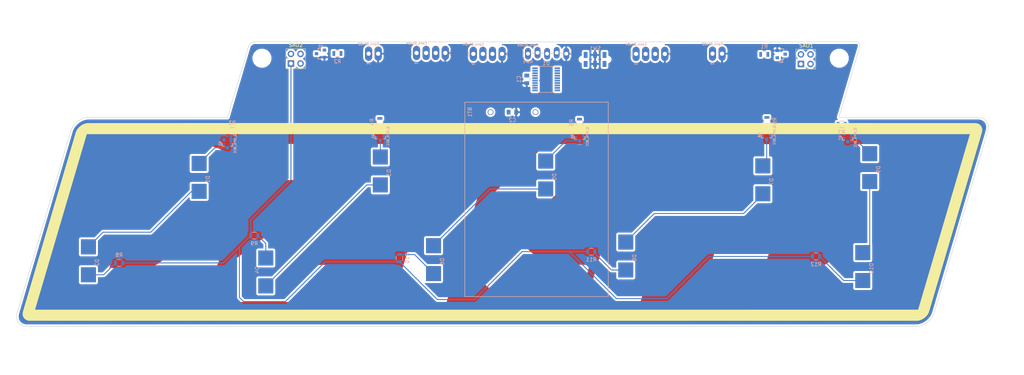
<source format=kicad_pcb>
(kicad_pcb (version 4) (host pcbnew 4.0.7)
  (layers (0 F.Cu signal hide) (31 B.Cu signal) (34 B.Paste user) (35 F.Paste user hide) (36 B.SilkS user) (37 F.SilkS user hide) (38 B.Mask user) (39 F.Mask user hide) (44 Edge.Cuts user))
  (net 0 "")
  (net 1 +3V3)
  (net 2 GND)
  (net 3 /SWCLK)
  (net 4 /SWDAT)
  (net 5 /RST)
  (net 6 /PC14)
  (net 7 /PC15)
  (net 8 /PA0)
  (net 9 /PA7)
  (net 10 /BOOT0)
  (net 11 /PB1)
  (net 12 "Net-(Q1-Pad1)")
  (net 13 "Net-(Q1-Pad3)")
  (net 14 "Net-(Q2-Pad1)")
  (net 15 "Net-(Q2-Pad3)")
  (net 16 "Net-(Q3-Pad1)")
  (net 17 "Net-(D1-Pad1)")
  (net 18 "Net-(Q4-Pad1)")
  (net 19 "Net-(D3-Pad1)")
  (net 20 "Net-(Q5-Pad1)")
  (net 21 "Net-(D5-Pad1)")
  (net 22 "Net-(Q6-Pad1)")
  (net 23 "Net-(D7-Pad1)")
  (net 24 "Net-(Q7-Pad1)")
  (net 25 "Net-(D9-Pad1)")
  (net 26 /PA6)
  (net 27 /PA1)
  (net 28 /PA2)
  (net 29 /PA3)
  (net 30 /PA4)
  (net 31 /PA5)
  (net 32 "Net-(D2-Pad2)")
  (net 33 "Net-(D4-Pad2)")
  (net 34 "Net-(D6-Pad2)")
  (net 35 "Net-(D8-Pad2)")
  (net 36 "Net-(D10-Pad2)")
  (net 37 /SCL)
  (net 38 /SDA)
  (net 39 "Net-(BT1-Pad2)")
  (net 40 "Net-(D1-Pad2)")
  (net 41 "Net-(D3-Pad2)")
  (net 42 "Net-(D5-Pad2)")
  (net 43 "Net-(D7-Pad2)")
  (net 44 "Net-(D10-Pad1)")
  (net 45 "Net-(SW1-Pad3)")
  (module LOGO (layer F.Cu) (at 148.209 149.733)
    (fp_text reference G*** hide)
    (fp_text value LOGO hide)
    (fp_poly (pts (xy -61.921215 -147.782839) (xy -59.517995 -147.782832) (xy -57.075813 -147.782817) (xy -54.594508 -147.782796) (xy -52.07392 -147.782769) (xy -49.513888 -147.782734) (xy -46.914252 -147.782693) (xy -44.27485 -147.782646) (xy -41.595524 -147.782592) (xy -38.876111 -147.782531) (xy -36.116452 -147.782464) (xy -33.316385 -147.78239) (xy -30.475751 -147.78231) (xy -27.594388 -147.782223) (xy -24.672137 -147.78213) (xy -21.708835 -147.78203) (xy -18.704324 -147.781924) (xy -15.658442 -147.781811) (xy -12.571029 -147.781692) (xy -9.441923 -147.781567) (xy -6.270966 -147.781435) (xy -3.057995 -147.781297) (xy 0.179917 -147.781154) (xy 143.054917 -147.774723) (xy 143.324777 -147.727733) (xy 143.799398 -147.626887) (xy 144.247667 -147.49392) (xy 144.67176 -147.327986) (xy 145.073853 -147.12824) (xy 145.434422 -146.908416) (xy 145.818428 -146.627121) (xy 146.171067 -146.317733) (xy 146.49165 -145.981326) (xy 146.779488 -145.618977) (xy 147.033894 -145.231762) (xy 147.254178 -144.820756) (xy 147.439652 -144.387036) (xy 147.589629 -143.931676) (xy 147.703419 -143.455754) (xy 147.727833 -143.32396) (xy 147.774673 -143.054916) (xy 147.781141 -84.984166) (xy 147.781366 -82.915348) (xy 147.781576 -80.888609) (xy 147.781769 -78.903695) (xy 147.781947 -76.960352) (xy 147.782109 -75.058326) (xy 147.782255 -73.197364) (xy 147.782385 -71.37721) (xy 147.782499 -69.597611) (xy 147.782597 -67.858313) (xy 147.782679 -66.159062) (xy 147.782744 -64.499604) (xy 147.782793 -62.879684) (xy 147.782826 -61.299049) (xy 147.782842 -59.757444) (xy 147.782841 -58.254616) (xy 147.782824 -56.790311) (xy 147.78279 -55.364273) (xy 147.78274 -53.97625) (xy 147.782672 -52.625988) (xy 147.782588 -51.313231) (xy 147.782486 -50.037727) (xy 147.782368 -48.79922) (xy 147.782232 -47.597458) (xy 147.782079 -46.432186) (xy 147.781909 -45.303149) (xy 147.781721 -44.210094) (xy 147.781516 -43.152768) (xy 147.781294 -42.130914) (xy 147.781053 -41.144281) (xy 147.780796 -40.192613) (xy 147.78052 -39.275657) (xy 147.780227 -38.393158) (xy 147.779915 -37.544862) (xy 147.779586 -36.730516) (xy 147.779239 -35.949865) (xy 147.778874 -35.202656) (xy 147.77849 -34.488633) (xy 147.778089 -33.807544) (xy 147.777669 -33.159134) (xy 147.77723 -32.543148) (xy 147.776773 -31.959334) (xy 147.776298 -31.407437) (xy 147.775804 -30.887202) (xy 147.775292 -30.398376) (xy 147.77476 -29.940705) (xy 147.77421 -29.513934) (xy 147.773641 -29.11781) (xy 147.773053 -28.752079) (xy 147.772446 -28.416486) (xy 147.77182 -28.110777) (xy 147.771174 -27.834699) (xy 147.77051 -27.587997) (xy 147.769826 -27.370417) (xy 147.769123 -27.181706) (xy 147.7684 -27.021608) (xy 147.767658 -26.88987) (xy 147.766896 -26.786239) (xy 147.766114 -26.710459) (xy 147.765313 -26.662278) (xy 147.764568 -26.642227) (xy 147.704127 -26.168289) (xy 147.604559 -25.710379) (xy 147.465591 -25.267708) (xy 147.286945 -24.839487) (xy 147.068347 -24.424926) (xy 146.890166 -24.140583) (xy 146.648908 -23.812123) (xy 146.373644 -23.494322) (xy 146.072298 -23.195038) (xy 145.752797 -22.922127) (xy 145.423064 -22.683445) (xy 145.414801 -22.678012) (xy 145.077563 -22.473771) (xy 144.731085 -22.298477) (xy 144.368783 -22.149557) (xy 143.984072 -22.024439) (xy 143.570368 -21.920549) (xy 143.372417 -21.879929) (xy 143.139584 -21.835158) (xy 0.105834 -21.832374) (xy -2.3605 -21.832327) (xy -4.817102 -21.832283) (xy -7.263627 -21.832241) (xy -9.699731 -21.832201) (xy -12.125069 -21.832164) (xy -14.539295 -21.832129) (xy -16.942065 -21.832097) (xy -19.333033 -21.832067) (xy -21.711855 -21.832039) (xy -24.078186 -21.832014) (xy -26.431681 -21.831991) (xy -28.771994 -21.83197) (xy -31.098782 -21.831951) (xy -33.411698 -21.831935) (xy -35.710398 -21.831921) (xy -37.994537 -21.83191) (xy -40.26377 -21.8319) (xy -42.517752 -21.831893) (xy -44.756138 -21.831888) (xy -46.978583 -21.831886) (xy -49.184742 -21.831885) (xy -51.37427 -21.831887) (xy -53.546822 -21.831891) (xy -55.702054 -21.831897) (xy -57.83962 -21.831905) (xy -59.959175 -21.831916) (xy -62.060374 -21.831928) (xy -64.142873 -21.831943) (xy -66.206326 -21.83196) (xy -68.250388 -21.831979) (xy -70.274715 -21.832) (xy -72.278961 -21.832023) (xy -74.262782 -21.832048) (xy -76.225832 -21.832075) (xy -78.167767 -21.832105) (xy -80.088242 -21.832136) (xy -81.986911 -21.832169) (xy -83.863429 -21.832205) (xy -85.717453 -21.832242) (xy -87.548636 -21.832281) (xy -89.356634 -21.832323) (xy -91.141101 -21.832366) (xy -92.901694 -21.832411) (xy -94.638066 -21.832458) (xy -96.349873 -21.832507) (xy -98.03677 -21.832558) (xy -99.698412 -21.832611) (xy -101.334454 -21.832666) (xy -102.944551 -21.832723) (xy -104.528358 -21.832781) (xy -106.08553 -21.832842) (xy -107.615722 -21.832904) (xy -109.118589 -21.832968) (xy -110.593787 -21.833034) (xy -112.04097 -21.833102) (xy -113.459793 -21.833171) (xy -114.849911 -21.833243) (xy -116.210979 -21.833316) (xy -117.542653 -21.83339) (xy -118.844587 -21.833467) (xy -120.116437 -21.833545) (xy -121.357857 -21.833626) (xy -122.568502 -21.833707) (xy -123.748028 -21.833791) (xy -124.89609 -21.833876) (xy -126.012342 -21.833963) (xy -127.09644 -21.834052) (xy -128.148038 -21.834142) (xy -129.166792 -21.834234) (xy -130.152357 -21.834327) (xy -131.104387 -21.834422) (xy -132.022538 -21.834519) (xy -132.906465 -21.834617) (xy -133.755823 -21.834717) (xy -134.570266 -21.834819) (xy -135.349451 -21.834922) (xy -136.093031 -21.835027) (xy -136.800663 -21.835133) (xy -137.472 -21.83524) (xy -138.106698 -21.83535) (xy -138.704413 -21.83546) (xy -139.264798 -21.835573) (xy -139.78751 -21.835686) (xy -140.272203 -21.835802) (xy -140.718532 -21.835918) (xy -141.126152 -21.836036) (xy -141.494718 -21.836156) (xy -141.823886 -21.836277) (xy -142.11331 -21.836399) (xy -142.362646 -21.836523) (xy -142.571547 -21.836648) (xy -142.739671 -21.836775) (xy -142.86667 -21.836903) (xy -142.952201 -21.837032) (xy -142.995919 -21.837163) (xy -143.002 -21.837229) (xy -143.485755 -21.907111) (xy -143.951086 -22.015104) (xy -144.39802 -22.161219) (xy -144.826587 -22.345469) (xy -145.236814 -22.567865) (xy -145.62873 -22.828418) (xy -145.83595 -22.987557) (xy -145.95402 -23.088337) (xy -146.088502 -23.212276) (xy -146.230275 -23.3502) (xy -146.37022 -23.492934) (xy -146.499216 -23.631302) (xy -146.608144 -23.756129) (xy -146.645404 -23.801916) (xy -146.921803 -24.184731) (xy -147.16103 -24.587329) (xy -147.362467 -25.008144) (xy -147.525498 -25.445607) (xy -147.649503 -25.898151) (xy -147.733864 -26.364207) (xy -147.764568 -26.642227) (xy -147.765387 -26.665587) (xy -147.766187 -26.716316) (xy -147.766967 -26.794667) (xy -147.767727 -26.900896) (xy -147.768468 -27.035256) (xy -147.769189 -27.198001) (xy -147.76989 -27.389384) (xy -147.770573 -27.609661) (xy -147.771236 -27.859086) (xy -147.771879 -28.137911) (xy -147.772504 -28.446392) (xy -147.77311 -28.784782) (xy -147.773696 -29.153335) (xy -147.774264 -29.552306) (xy -147.774813 -29.981948) (xy -147.775343 -30.442515) (xy -147.775854 -30.934262) (xy -147.776347 -31.457442) (xy -147.776821 -32.01231) (xy -147.777277 -32.59912) (xy -147.777714 -33.218125) (xy -147.778133 -33.86958) (xy -147.778534 -34.553738) (xy -147.778916 -35.270855) (xy -147.77928 -36.021183) (xy -147.779627 -36.804976) (xy -147.779955 -37.62249) (xy -147.780265 -38.473978) (xy -147.780558 -39.359693) (xy -147.780832 -40.279891) (xy -147.781089 -41.234824) (xy -147.781329 -42.224747) (xy -147.781551 -43.249915) (xy -147.781755 -44.310581) (xy -147.781942 -45.406998) (xy -147.782112 -46.539422) (xy -147.782264 -47.708106) (xy -147.7824 -48.913305) (xy -147.782518 -50.155271) (xy -147.782619 -51.43426) (xy -147.782703 -52.750526) (xy -147.78277 -54.104322) (xy -147.78282 -55.495902) (xy -147.782854 -56.92552) (xy -147.782871 -58.393432) (xy -147.782871 -59.899889) (xy -147.782855 -61.445148) (xy -147.782823 -63.029461) (xy -147.782774 -64.653082) (xy -147.782708 -66.316267) (xy -147.782627 -68.019268) (xy -147.782529 -69.762339) (xy -147.782415 -71.545736) (xy -147.782285 -73.369711) (xy -147.782139 -75.23452) (xy -147.781977 -77.140415) (xy -147.7818 -79.087651) (xy -147.781607 -81.076483) (xy -147.781398 -83.107163) (xy -147.781195 -84.984166) (xy -147.780984 -86.885257) (xy -147.780777 -88.744481) (xy -147.780572 -90.562306) (xy -147.780369 -92.339199) (xy -147.780169 -94.075627) (xy -147.77997 -95.772059) (xy -147.779773 -97.42896) (xy -147.779576 -99.046798) (xy -147.77938 -100.62604) (xy -147.779185 -102.167154) (xy -147.778989 -103.670606) (xy -147.778793 -105.136864) (xy -147.778596 -106.566395) (xy -147.778398 -107.959666) (xy -147.778198 -109.317144) (xy -147.778002 -110.611691) (xy -144.777174 -110.611691) (xy -144.777166 -109.135287) (xy -144.777143 -107.620856) (xy -144.777105 -106.068085) (xy -144.777052 -104.476663) (xy -144.776984 -102.846279) (xy -144.776901 -101.176621) (xy -144.776803 -99.467377) (xy -144.776691 -97.718237) (xy -144.776564 -95.928888) (xy -144.776423 -94.099019) (xy -144.776267 -92.228318) (xy -144.776097 -90.316475) (xy -144.775913 -88.363177) (xy -144.775715 -86.368113) (xy -144.775542 -84.698416) (xy -144.769416 -26.70175) (xy -144.713449 -26.500666) (xy -144.611367 -26.208629) (xy -144.474938 -25.937464) (xy -144.307016 -25.689649) (xy -144.110456 -25.467662) (xy -143.88811 -25.273981) (xy -143.642833 -25.111084) (xy -143.377479 -24.981449) (xy -143.094902 -24.887553) (xy -142.797955 -24.831874) (xy -142.790333 -24.830989) (xy -142.765591 -24.830573) (xy -142.698937 -24.830162) (xy -142.590792 -24.829755) (xy -142.441578 -24.829352) (xy -142.251716 -24.828953) (xy -142.021628 -24.828558) (xy -141.751735 -24.828167) (xy -141.442459 -24.82778) (xy -141.09422 -24.827396) (xy -140.707441 -24.827017) (xy -140.282542 -24.826642) (xy -139.819945 -24.826271) (xy -139.320072 -24.825904) (xy -138.783344 -24.825541) (xy -138.210181 -24.825182) (xy -137.601007 -24.824827) (xy -136.956241 -24.824476) (xy -136.276306 -24.824129) (xy -135.561623 -24.823787) (xy -134.812613 -24.823448) (xy -134.029698 -24.823113) (xy -133.213299 -24.822782) (xy -132.363837 -24.822455) (xy -131.481734 -24.822133) (xy -130.567411 -24.821814) (xy -129.62129 -24.821499) (xy -128.643792 -24.821189) (xy -127.635338 -24.820882) (xy -126.59635 -24.82058) (xy -125.527249 -24.820281) (xy -124.428457 -24.819987) (xy -123.300395 -24.819696) (xy -122.143485 -24.81941) (xy -120.958147 -24.819128) (xy -119.744803 -24.818849) (xy -118.503875 -24.818575) (xy -117.235784 -24.818305) (xy -115.940952 -24.818039) (xy -114.619799 -24.817777) (xy -113.272747 -24.817519) (xy -111.900219 -24.817265) (xy -110.502634 -24.817015) (xy -109.080414 -24.816769) (xy -107.633981 -24.816528) (xy -106.163757 -24.81629) (xy -104.670162 -24.816056) (xy -103.153618 -24.815827) (xy -101.614546 -24.815601) (xy -100.053368 -24.81538) (xy -98.470506 -24.815163) (xy -96.86638 -24.81495) (xy -95.241412 -24.81474) (xy -93.596023 -24.814535) (xy -91.930635 -24.814334) (xy -90.24567 -24.814138) (xy -88.541548 -24.813945) (xy -86.818691 -24.813756) (xy -85.07752 -24.813571) (xy -83.318457 -24.813391) (xy -81.541923 -24.813214) (xy -79.74834 -24.813042) (xy -77.938129 -24.812874) (xy -76.111711 -24.812709) (xy -74.269508 -24.812549) (xy -72.411941 -24.812393) (xy -70.539431 -24.812242) (xy -68.652401 -24.812094) (xy -66.751271 -24.81195) (xy -64.836463 -24.81181) (xy -62.908397 -24.811675) (xy -60.967497 -24.811544) (xy -59.014182 -24.811416) (xy -57.048875 -24.811293) (xy -55.071996 -24.811174) (xy -53.083968 -24.811059) (xy -51.085211 -24.810948) (xy -49.076147 -24.810842) (xy -47.057198 -24.810739) (xy -45.028784 -24.81064) (xy -42.991327 -24.810546) (xy -40.945249 -24.810456) (xy -38.890971 -24.81037) (xy -36.828914 -24.810288) (xy -34.7595 -24.81021) (xy -32.68315 -24.810136) (xy -30.600286 -24.810067) (xy -28.511328 -24.810001) (xy -26.416699 -24.80994) (xy -24.31682 -24.809883) (xy -22.212111 -24.809829) (xy -20.102996 -24.80978) (xy -17.989894 -24.809736) (xy -15.873227 -24.809695) (xy -13.753417 -24.809658) (xy -11.630886 -24.809626) (xy -9.506053 -24.809598) (xy -7.379342 -24.809574) (xy -5.251173 -24.809554) (xy -3.121968 -24.809538) (xy -0.992148 -24.809526) (xy 1.137866 -24.809519) (xy 3.267652 -24.809516) (xy 5.396788 -24.809516) (xy 7.524854 -24.809521) (xy 9.651427 -24.80953) (xy 11.776087 -24.809544) (xy 13.898413 -24.809561) (xy 16.017982 -24.809583) (xy 18.134373 -24.809609) (xy 20.247165 -24.809638) (xy 22.355937 -24.809673) (xy 24.460266 -24.809711) (xy 26.559733 -24.809753) (xy 28.653915 -24.8098) (xy 30.74239 -24.809851) (xy 32.824738 -24.809906) (xy 34.900538 -24.809965) (xy 36.969367 -24.810028) (xy 39.030804 -24.810096) (xy 41.084428 -24.810167) (xy 43.129818 -24.810243) (xy 45.166552 -24.810323) (xy 47.194209 -24.810407) (xy 49.212367 -24.810496) (xy 51.220605 -24.810588) (xy 53.218501 -24.810685) (xy 55.205635 -24.810786) (xy 57.181584 -24.810891) (xy 59.145928 -24.811001) (xy 61.098244 -24.811114) (xy 63.038112 -24.811232) (xy 64.965111 -24.811354) (xy 66.878818 -24.81148) (xy 68.778812 -24.81161) (xy 70.664672 -24.811745) (xy 72.535977 -24.811884) (xy 74.392305 -24.812027) (xy 76.233235 -24.812174) (xy 78.058345 -24.812325) (xy 79.867214 -24.812481) (xy 81.659421 -24.812641) (xy 83.434543 -24.812805) (xy 85.192161 -24.812973) (xy 86.931852 -24.813145) (xy 88.653195 -24.813322) (xy 90.355768 -24.813503) (xy 92.039151 -24.813688) (xy 93.702921 -24.813877) (xy 95.346658 -24.814071) (xy 96.969939 -24.814269) (xy 98.572344 -24.814471) (xy 100.153452 -24.814677) (xy 101.71284 -24.814888) (xy 103.250088 -24.815102) (xy 104.764773 -24.815321) (xy 106.256475 -24.815544) (xy 107.724773 -24.815772) (xy 109.169244 -24.816003) (xy 110.589467 -24.816239) (xy 111.985022 -24.816479) (xy 113.355486 -24.816724) (xy 114.700438 -24.816972) (xy 116.019457 -24.817225) (xy 117.312121 -24.817482) (xy 118.57801 -24.817744) (xy 119.816701 -24.818009) (xy 121.027773 -24.818279) (xy 122.210805 -24.818553) (xy 123.365375 -24.818832) (xy 124.491062 -24.819114) (xy 125.587445 -24.819401) (xy 126.654103 -24.819692) (xy 127.690613 -24.819988) (xy 128.696554 -24.820287) (xy 129.671505 -24.820591) (xy 130.615045 -24.8209) (xy 131.526753 -24.821212) (xy 132.406206 -24.821529) (xy 133.252983 -24.82185) (xy 134.066664 -24.822175) (xy 134.846826 -24.822505) (xy 135.593048 -24.822838) (xy 136.304909 -24.823177) (xy 136.981988 -24.823519) (xy 137.623862 -24.823866) (xy 138.230112 -24.824216) (xy 138.800314 -24.824572) (xy 139.334048 -24.824931) (xy 139.830893 -24.825295) (xy 140.290427 -24.825663) (xy 140.712228 -24.826035) (xy 141.095876 -24.826412) (xy 141.440948 -24.826793) (xy 141.747024 -24.827178) (xy 142.013682 -24.827568) (xy 142.2405 -24.827962) (xy 142.427058 -24.82836) (xy 142.572934 -24.828762) (xy 142.677706 -24.829169) (xy 142.740953 -24.82958) (xy 142.762089 -24.82996) (xy 143.06596 -24.884107) (xy 143.353765 -24.975533) (xy 143.622849 -25.101762) (xy 143.870551 -25.260315) (xy 144.094216 -25.448714) (xy 144.291185 -25.664482) (xy 144.4588 -25.905139) (xy 144.594403 -26.168209) (xy 144.695336 -26.451213) (xy 144.747784 -26.681305) (xy 144.748847 -26.690334) (xy 144.749886 -26.705404) (xy 144.750903 -26.726973) (xy 144.751896 -26.755497) (xy 144.752867 -26.791433) (xy 144.753816 -26.835239) (xy 144.754742 -26.887372) (xy 144.755647 -26.948289) (xy 144.756531 -27.018447) (xy 144.757393 -27.098303) (xy 144.758234 -27.188314) (xy 144.759054 -27.288938) (xy 144.759854 -27.400631) (xy 144.760634 -27.523851) (xy 144.761393 -27.659055) (xy 144.762133 -27.8067) (xy 144.762854 -27.967243) (xy 144.763555 -28.141141) (xy 144.764237 -28.328851) (xy 144.7649 -28.530831) (xy 144.765545 -28.747537) (xy 144.766172 -28.979427) (xy 144.76678 -29.226958) (xy 144.767371 -29.490588) (xy 144.767945 -29.770772) (xy 144.768501 -30.067968) (xy 144.76904 -30.382634) (xy 144.769563 -30.715226) (xy 144.770069 -31.066202) (xy 144.770559 -31.436019) (xy 144.771033 -31.825134) (xy 144.771491 -32.234004) (xy 144.771934 -32.663086) (xy 144.772362 -33.112837) (xy 144.772775 -33.583714) (xy 144.773173 -34.076176) (xy 144.773556 -34.590678) (xy 144.773926 -35.127678) (xy 144.774281 -35.687632) (xy 144.774623 -36.270999) (xy 144.774952 -36.878235) (xy 144.775267 -37.509798) (xy 144.77557 -38.166144) (xy 144.775859 -38.84773) (xy 144.776137 -39.555014) (xy 144.776402 -40.288454) (xy 144.776655 -41.048505) (xy 144.776897 -41.835625) (xy 144.777127 -42.650272) (xy 144.777346 -43.492902) (xy 144.777554 -44.363972) (xy 144.777752 -45.263941) (xy 144.777939 -46.193264) (xy 144.778116 -47.152399) (xy 144.778284 -48.141803) (xy 144.778441 -49.161933) (xy 144.77859 -50.213246) (xy 144.778729 -51.2962) (xy 144.778859 -52.411252) (xy 144.778981 -53.558858) (xy 144.779094 -54.739477) (xy 144.7792 -55.953564) (xy 144.779297 -57.201577) (xy 144.779387 -58.483973) (xy 144.77947 -59.80121) (xy 144.779545 -61.153745) (xy 144.779614 -62.542034) (xy 144.779676 -63.966534) (xy 144.779731 -65.427704) (xy 144.779781 -66.926) (xy 144.779825 -68.461879) (xy 144.779863 -70.035798) (xy 144.779896 -71.648214) (xy 144.779924 -73.299585) (xy 144.779947 -74.990368) (xy 144.779966 -76.72102) (xy 144.77998 -78.491997) (xy 144.77999 -80.303758) (xy 144.779997 -82.156759) (xy 144.78 -84.051457) (xy 144.78 -84.80425) (xy 144.779998 -86.720701) (xy 144.779992 -88.595271) (xy 144.779982 -90.428412) (xy 144.779968 -92.220575) (xy 144.779949 -93.972214) (xy 144.779925 -95.683781) (xy 144.779896 -97.355726) (xy 144.779862 -98.988503) (xy 144.779822 -100.582564) (xy 144.779776 -102.138361) (xy 144.779724 -103.656345) (xy 144.779665 -105.13697) (xy 144.7796 -106.580687) (xy 144.779528 -107.987947) (xy 144.77945 -109.359205) (xy 144.779363 -110.69491) (xy 144.77927 -111.995517) (xy 144.779168 -113.261476) (xy 144.779059 -114.49324) (xy 144.778941 -115.691261) (xy 144.778815 -116.855991) (xy 144.778679 -117.987882) (xy 144.778535 -119.087387) (xy 144.778382 -120.154957) (xy 144.778219 -121.191045) (xy 144.778047 -122.196103) (xy 144.777864 -123.170582) (xy 144.777671 -124.114935) (xy 144.777468 -125.029615) (xy 144.777254 -125.915072) (xy 144.777029 -126.77176) (xy 144.776793 -127.600131) (xy 144.776546 -128.400636) (xy 144.776287 -129.173727) (xy 144.776016 -129.919858) (xy 144.775733 -130.639479) (xy 144.775437 -131.333044) (xy 144.775129 -132.001004) (xy 144.774808 -132.643811) (xy 144.774474 -133.261917) (xy 144.774126 -133.855775) (xy 144.773765 -134.425837) (xy 144.77339 -134.972554) (xy 144.773001 -135.49638) (xy 144.772598 -135.997765) (xy 144.77218 -136.477163) (xy 144.771748 -136.935025) (xy 144.7713 -137.371803) (xy 144.770837 -137.78795) (xy 144.770358 -138.183918) (xy 144.769864 -138.560158) (xy 144.769354 -138.917124) (xy 144.768827 -139.255266) (xy 144.768284 -139.575037) (xy 144.767724 -139.87689) (xy 144.767148 -140.161276) (xy 144.766554 -140.428648) (xy 144.765942 -140.679457) (xy 144.765313 -140.914156) (xy 144.764666 -141.133197) (xy 144.764001 -141.337032) (xy 144.763317 -141.526113) (xy 144.762614 -141.700892) (xy 144.761893 -141.861822) (xy 144.761153 -142.009354) (xy 144.760393 -142.143941) (xy 144.759613 -142.266034) (xy 144.758814 -142.376086) (xy 144.757994 -142.47455) (xy 144.757155 -142.561876) (xy 144.756294 -142.638518) (xy 144.755413 -142.704927) (xy 144.75451 -142.761555) (xy 144.753587 -142.808855) (xy 144.752641 -142.847279) (xy 144.751674 -142.877279) (xy 144.750685 -142.899306) (xy 144.749674 -142.913814) (xy 144.748932 -142.919852) (xy 144.676404 -143.215179) (xy 144.566758 -143.49359) (xy 144.422781 -143.752298) (xy 144.247261 -143.988514) (xy 144.042987 -144.199451) (xy 143.812746 -144.38232) (xy 143.559325 -144.534334) (xy 143.285514 -144.652706) (xy 142.9941 -144.734646) (xy 142.919853 -144.748932) (xy 142.912653 -144.749589) (xy 142.898421 -144.750237) (xy 142.876868 -144.750876) (xy 142.847706 -144.751506) (xy 142.810648 -144.752127) (xy 142.765406 -144.752739) (xy 142.711692 -144.753342) (xy 142.64922 -144.753936) (xy 142.577701 -144.754522) (xy 142.496848 -144.755099) (xy 142.406374 -144.755667) (xy 142.305989 -144.756227) (xy 142.195408 -144.756778) (xy 142.074342 -144.757321) (xy 141.942504 -144.757856) (xy 141.799606 -144.758382) (xy 141.64536 -144.7589) (xy 141.47948 -144.75941) (xy 141.301677 -144.759912) (xy 141.111663 -144.760406) (xy 140.909152 -144.760892) (xy 140.693855 -144.76137) (xy 140.465485 -144.76184) (xy 140.223754 -144.762303) (xy 139.968375 -144.762757) (xy 139.69906 -144.763204) (xy 139.415521 -144.763644) (xy 139.117472 -144.764076) (xy 138.804623 -144.7645) (xy 138.476688 -144.764917) (xy 138.133379 -144.765327) (xy 137.774409 -144.765729) (xy 137.399489 -144.766125) (xy 137.008333 -144.766513) (xy 136.600652 -144.766894) (xy 136.176159 -144.767268) (xy 135.734566 -144.767635) (xy 135.275587 -144.767995) (xy 134.798932 -144.768348) (xy 134.304315 -144.768694) (xy 133.791448 -144.769034) (xy 133.260043 -144.769367) (xy 132.709813 -144.769694) (xy 132.14047 -144.770014) (xy 131.551726 -144.770327) (xy 130.943294 -144.770634) (xy 130.314887 -144.770935) (xy 129.666216 -144.771229) (xy 128.996995 -144.771518) (xy 128.306934 -144.7718) (xy 127.595748 -144.772076) (xy 126.863148 -144.772346) (xy 126.108846 -144.77261) (xy 125.332556 -144.772868) (xy 124.533989 -144.77312) (xy 123.712858 -144.773367) (xy 122.868875 -144.773608) (xy 122.001752 -144.773843) (xy 121.111203 -144.774072) (xy 120.196938 -144.774296) (xy 119.258672 -144.774515) (xy 118.296116 -144.774728) (xy 117.308982 -144.774936) (xy 116.296983 -144.775139) (xy 115.259832 -144.775336) (xy 114.19724 -144.775528) (xy 113.10892 -144.775715) (xy 111.994585 -144.775897) (xy 110.853947 -144.776074) (xy 109.686718 -144.776247) (xy 108.492611 -144.776414) (xy 107.271338 -144.776577) (xy 106.022611 -144.776734) (xy 104.746143 -144.776888) (xy 103.441646 -144.777036) (xy 102.108833 -144.77718) (xy 100.747416 -144.77732) (xy 99.357108 -144.777455) (xy 97.93762 -144.777586) (xy 96.488665 -144.777713) (xy 95.009956 -144.777835) (xy 93.501205 -144.777954) (xy 91.962124 -144.778068) (xy 90.392426 -144.778178) (xy 88.791823 -144.778284) (xy 87.160028 -144.778386) (xy 85.496753 -144.778485) (xy 83.80171 -144.778579) (xy 82.074612 -144.77867) (xy 80.31517 -144.778758) (xy 78.523099 -144.778841) (xy 76.698109 -144.778922) (xy 74.839913 -144.778998) (xy 72.948225 -144.779072) (xy 71.022755 -144.779142) (xy 69.063217 -144.779208) (xy 67.069322 -144.779272) (xy 65.040784 -144.779332) (xy 62.977314 -144.779389) (xy 60.878626 -144.779444) (xy 58.74443 -144.779495) (xy 56.574441 -144.779543) (xy 54.36837 -144.779589) (xy 52.125929 -144.779632) (xy 49.846832 -144.779672) (xy 47.53079 -144.779709) (xy 45.177515 -144.779744) (xy 42.786721 -144.779776) (xy 40.358119 -144.779806) (xy 37.891422 -144.779833) (xy 35.386343 -144.779858) (xy 32.842593 -144.779881) (xy 30.259885 -144.779902) (xy 27.637932 -144.77992) (xy 24.976446 -144.779936) (xy 22.275139 -144.779951) (xy 19.533723 -144.779963) (xy 16.751912 -144.779974) (xy 13.929417 -144.779982) (xy 11.065951 -144.779989) (xy 8.161226 -144.779994) (xy 5.214955 -144.779998) (xy 2.22685 -144.779999) (xy 0 -144.78) (xy -3.019088 -144.779999) (xy -5.996131 -144.779997) (xy -8.931416 -144.779993) (xy -11.82523 -144.779987) (xy -14.677861 -144.77998) (xy -17.489597 -144.779971) (xy -20.260725 -144.77996) (xy -22.991534 -144.779947) (xy -25.682309 -144.779932) (xy -28.33334 -144.779915) (xy -30.944914 -144.779896) (xy -33.517318 -144.779875) (xy -36.05084 -144.779852) (xy -38.545767 -144.779826) (xy -41.002388 -144.779798) (xy -43.42099 -144.779768) (xy -45.80186 -144.779735) (xy -48.145286 -144.779699) (xy -50.451555 -144.779661) (xy -52.720956 -144.779621) (xy -54.953776 -144.779577) (xy -57.150302 -144.779531) (xy -59.310822 -144.779482) (xy -61.435624 -144.77943) (xy -63.524995 -144.779375) (xy -65.579223 -144.779317) (xy -67.598595 -144.779255) (xy -69.5834 -144.779191) (xy -71.533924 -144.779124) (xy -73.450456 -144.779053) (xy -75.333282 -144.778978) (xy -77.182691 -144.778901) (xy -78.99897 -144.77882) (xy -80.782407 -144.778735) (xy -82.53329 -144.778647) (xy -84.251905 -144.778555) (xy -85.938541 -144.778459) (xy -87.593485 -144.77836) (xy -89.217025 -144.778256) (xy -90.809448 -144.778149) (xy -92.371042 -144.778038) (xy -93.902095 -144.777923) (xy -95.402894 -144.777803) (xy -96.873727 -144.77768) (xy -98.314881 -144.777552) (xy -99.726645 -144.77742) (xy -101.109305 -144.777284) (xy -102.463149 -144.777143) (xy -103.788465 -144.776998) (xy -105.085541 -144.776848) (xy -106.354664 -144.776693) (xy -107.596121 -144.776534) (xy -108.810201 -144.77637) (xy -109.997191 -144.776202) (xy -111.157378 -144.776028) (xy -112.291051 -144.77585) (xy -113.398496 -144.775666) (xy -114.480002 -144.775478) (xy -115.535855 -144.775284) (xy -116.566344 -144.775086) (xy -117.571757 -144.774882) (xy -118.55238 -144.774673) (xy -119.508501 -144.774458) (xy -120.440409 -144.774238) (xy -121.34839 -144.774012) (xy -122.232732 -144.773781) (xy -123.093723 -144.773545) (xy -123.931651 -144.773302) (xy -124.746802 -144.773054) (xy -125.539466 -144.772801) (xy -126.309928 -144.772541) (xy -127.058478 -144.772275) (xy -127.785402 -144.772004) (xy -128.490988 -144.771726) (xy -129.175524 -144.771442) (xy -129.839297 -144.771152) (xy -130.482595 -144.770856) (xy -131.105705 -144.770554) (xy -131.708916 -144.770245) (xy -132.292514 -144.76993) (xy -132.856788 -144.769608) (xy -133.402025 -144.76928) (xy -133.928512 -144.768945) (xy -134.436538 -144.768604) (xy -134.926389 -144.768255) (xy -135.398354 -144.7679) (xy -135.85272 -144.767538) (xy -136.289774 -144.76717) (xy -136.709804 -144.766794) (xy -137.113099 -144.766411) (xy -137.499945 -144.766021) (xy -137.87063 -144.765624) (xy -138.225441 -144.76522) (xy -138.564667 -144.764808) (xy -138.888595 -144.764389) (xy -139.197512 -144.763963) (xy -139.491706 -144.763529) (xy -139.771465 -144.763087) (xy -140.037076 -144.762638) (xy -140.288827 -144.762181) (xy -140.527006 -144.761717) (xy -140.7519 -144.761245) (xy -140.963797 -144.760765) (xy -141.162984 -144.760277) (xy -141.349749 -144.759781) (xy -141.524379 -144.759277) (xy -141.687163 -144.758765) (xy -141.838387 -144.758244) (xy -141.97834 -144.757716) (xy -142.107309 -144.757179) (xy -142.225582 -144.756634) (xy -142.333445 -144.75608) (xy -142.431188 -144.755518) (xy -142.519097 -144.754947) (xy -142.59746 -144.754368) (xy -142.666565 -144.75378) (xy -142.726699 -144.753183) (xy -142.778149 -144.752578) (xy -142.821205 -144.751964) (xy -142.856152 -144.75134) (xy -142.883279 -144.750708) (xy -142.902874 -144.750067) (xy -142.915223 -144.749417) (xy -142.919852 -144.748932) (xy -143.211878 -144.67713) (xy -143.487902 -144.568454) (xy -143.745028 -144.425872) (xy -143.980362 -144.252353) (xy -144.19101 -144.050867) (xy -144.374076 -143.82438) (xy -144.526668 -143.575863) (xy -144.645889 -143.308284) (xy -144.728845 -143.024611) (xy -144.757808 -142.863916) (xy -144.758642 -142.846512) (xy -144.759456 -142.806033) (xy -144.76025 -142.742168) (xy -144.761025 -142.654604) (xy -144.76178 -142.54303) (xy -144.762516 -142.407135) (xy -144.763232 -142.246606) (xy -144.76393 -142.061134) (xy -144.764608 -141.850406) (xy -144.765267 -141.61411) (xy -144.765908 -141.351935) (xy -144.766529 -141.06357) (xy -144.767132 -140.748703) (xy -144.767716 -140.407023) (xy -144.768282 -140.038217) (xy -144.768829 -139.641975) (xy -144.769358 -139.217986) (xy -144.769868 -138.765936) (xy -144.770361 -138.285516) (xy -144.770835 -137.776413) (xy -144.771292 -137.238316) (xy -144.77173 -136.670914) (xy -144.772151 -136.073894) (xy -144.772554 -135.446946) (xy -144.77294 -134.789758) (xy -144.773308 -134.102018) (xy -144.773659 -133.383415) (xy -144.773992 -132.633638) (xy -144.774308 -131.852374) (xy -144.774607 -131.039313) (xy -144.774889 -130.194142) (xy -144.775155 -129.316551) (xy -144.775403 -128.406228) (xy -144.775635 -127.462861) (xy -144.77585 -126.486139) (xy -144.776048 -125.47575) (xy -144.77623 -124.431383) (xy -144.776396 -123.352727) (xy -144.776545 -122.239469) (xy -144.776678 -121.091298) (xy -144.776796 -119.907903) (xy -144.776897 -118.688972) (xy -144.776982 -117.434194) (xy -144.777052 -116.143257) (xy -144.777106 -114.81585) (xy -144.777144 -113.451661) (xy -144.777167 -112.050378) (xy -144.777174 -110.611691) (xy -147.778002 -110.611691) (xy -147.777997 -110.639297) (xy -147.777793 -111.926592) (xy -147.777587 -113.179495) (xy -147.777377 -114.398475) (xy -147.777165 -115.583998) (xy -147.776948 -116.736531) (xy -147.776728 -117.856542) (xy -147.776504 -118.944498) (xy -147.776274 -120.000866) (xy -147.77604 -121.026113) (xy -147.7758 -122.020707) (xy -147.775554 -122.985114) (xy -147.775302 -123.919802) (xy -147.775044 -124.825238) (xy -147.774779 -125.701889) (xy -147.774507 -126.550222) (xy -147.774227 -127.370705) (xy -147.773939 -128.163805) (xy -147.773643 -128.929989) (xy -147.773338 -129.669724) (xy -147.773024 -130.383477) (xy -147.772701 -131.071716) (xy -147.772369 -131.734907) (xy -147.772026 -132.373519) (xy -147.771672 -132.988017) (xy -147.771309 -133.57887) (xy -147.770933 -134.146544) (xy -147.770547 -134.691507) (xy -147.770148 -135.214225) (xy -147.769738 -135.715167) (xy -147.769315 -136.194799) (xy -147.768879 -136.653588) (xy -147.768429 -137.092002) (xy -147.767967 -137.510508) (xy -147.76749 -137.909572) (xy -147.766999 -138.289663) (xy -147.766493 -138.651247) (xy -147.765972 -138.994792) (xy -147.765436 -139.320765) (xy -147.764884 -139.629632) (xy -147.764316 -139.921862) (xy -147.763731 -140.197921) (xy -147.76313 -140.458276) (xy -147.762511 -140.703395) (xy -147.761875 -140.933745) (xy -147.761221 -141.149793) (xy -147.760549 -141.352006) (xy -147.759859 -141.540852) (xy -147.759149 -141.716798) (xy -147.75842 -141.88031) (xy -147.757672 -142.031856) (xy -147.756903 -142.171904) (xy -147.756114 -142.30092) (xy -147.755305 -142.419371) (xy -147.754474 -142.527725) (xy -147.753622 -142.62645) (xy -147.752748 -142.716011) (xy -147.751852 -142.796877) (xy -147.750934 -142.869514) (xy -147.749992 -142.93439) (xy -147.749028 -142.991972) (xy -147.74804 -143.042727) (xy -147.747028 -143.087123) (xy -147.745991 -143.125626) (xy -147.74493 -143.158703) (xy -147.743845 -143.186823) (xy -147.742733 -143.210451) (xy -147.741596 -143.230056) (xy -147.740434 -143.246104) (xy -147.739244 -143.259063) (xy -147.738028 -143.2694) (xy -147.736856 -143.277166) (xy -147.633517 -143.766866) (xy -147.494495 -144.233989) (xy -147.319849 -144.678405) (xy -147.109637 -145.099986) (xy -146.863917 -145.4986) (xy -146.582747 -145.87412) (xy -146.564824 -145.895825) (xy -146.257964 -146.232663) (xy -145.921575 -146.540981) (xy -145.558848 -146.819121) (xy -145.172975 -147.065422) (xy -144.767146 -147.278227) (xy -144.344552 -147.455876) (xy -143.908386 -147.596709) (xy -143.461837 -147.699069) (xy -143.008098 -147.761295) (xy -142.97025 -147.764602) (xy -142.950294 -147.765125) (xy -142.902937 -147.76564) (xy -142.82802 -147.766147) (xy -142.725381 -147.766646) (xy -142.59486 -147.767136) (xy -142.436297 -147.767619) (xy -142.24953 -147.768095) (xy -142.034399 -147.768562) (xy -141.790744 -147.769021) (xy -141.518404 -147.769472) (xy -141.217219 -147.769916) (xy -140.887027 -147.770351) (xy -140.527668 -147.770779) (xy -140.138983 -147.771199) (xy -139.720809 -147.771612) (xy -139.272987 -147.772016) (xy -138.795356 -147.772413) (xy -138.287756 -147.772802) (xy -137.750025 -147.773183) (xy -137.182003 -147.773557) (xy -136.58353 -147.773922) (xy -135.954446 -147.774281) (xy -135.294588 -147.774631) (xy -134.603798 -147.774974) (xy -133.881914 -147.77531) (xy -133.128775 -147.775638) (xy -132.344222 -147.775958) (xy -131.528094 -147.77627) (xy -130.680229 -147.776576) (xy -129.800468 -147.776873) (xy -128.88865 -147.777163) (xy -127.944614 -147.777446) (xy -126.9682 -147.777721) (xy -125.959247 -147.777989) (xy -124.917595 -147.778249) (xy -123.843082 -147.778502) (xy -122.735549 -147.778748) (xy -121.594835 -147.778986) (xy -120.420779 -147.779217) (xy -119.213221 -147.779441) (xy -117.972 -147.779657) (xy -116.696955 -147.779866) (xy -115.387926 -147.780068) (xy -114.044752 -147.780262) (xy -112.667274 -147.780449) (xy -111.255329 -147.78063) (xy -109.808758 -147.780802) (xy -108.3274 -147.780968) (xy -106.811095 -147.781127) (xy -105.259681 -147.781278) (xy -103.672999 -147.781422) (xy -102.050888 -147.781559) (xy -100.393186 -147.781689) (xy -98.699734 -147.781812) (xy -96.970371 -147.781928) (xy -95.204937 -147.782037) (xy -93.40327 -147.782139) (xy -91.565211 -147.782234) (xy -89.690598 -147.782322) (xy -87.779271 -147.782403) (xy -85.83107 -147.782477) (xy -83.845834 -147.782544) (xy -81.823402 -147.782604) (xy -79.763614 -147.782658) (xy -77.666309 -147.782704) (xy -75.531327 -147.782744) (xy -73.358506 -147.782777) (xy -71.147688 -147.782803) (xy -68.89871 -147.782822) (xy -66.611412 -147.782835) (xy -64.285634 -147.78284) (xy -61.921215 -147.782839)) (layer F.Cu) (width 0.01))
    (fp_poly (pts (xy 122.156035 -99.448382) (xy 122.313282 -99.352859) (xy 122.438673 -99.231088) (xy 122.530101 -99.085116) (xy 122.530483 -99.084298) (xy 122.557939 -99.019542) (xy 122.57464 -98.959851) (xy 122.583051 -98.890892) (xy 122.58564 -98.798332) (xy 122.585649 -98.763666) (xy 122.585234 -98.719923) (xy 122.583676 -98.678804) (xy 122.58005 -98.636645) (xy 122.573429 -98.589781) (xy 122.562886 -98.534545) (xy 122.547494 -98.467273) (xy 122.526327 -98.384299) (xy 122.498459 -98.281958) (xy 122.462963 -98.156584) (xy 122.418913 -98.004511) (xy 122.365381 -97.822075) (xy 122.301442 -97.60561) (xy 122.243219 -97.409) (xy 122.222647 -97.339454) (xy 122.190365 -97.230173) (xy 122.14663 -97.082027) (xy 122.091699 -96.895888) (xy 122.025829 -96.672627) (xy 121.949277 -96.413115) (xy 121.862298 -96.118224) (xy 121.765151 -95.788824) (xy 121.658092 -95.425787) (xy 121.541378 -95.029984) (xy 121.415266 -94.602286) (xy 121.280012 -94.143565) (xy 121.135873 -93.654691) (xy 120.983106 -93.136536) (xy 120.821968 -92.589972) (xy 120.652716 -92.015868) (xy 120.475607 -91.415097) (xy 120.290897 -90.78853) (xy 120.098843 -90.137037) (xy 119.899702 -89.461491) (xy 119.693731 -88.762761) (xy 119.481187 -88.041721) (xy 119.262326 -87.299239) (xy 119.037406 -86.536189) (xy 118.806682 -85.753441) (xy 118.570413 -84.951866) (xy 118.328854 -84.132336) (xy 118.082263 -83.295721) (xy 117.830896 -82.442894) (xy 117.575011 -81.574724) (xy 117.314863 -80.692084) (xy 117.050711 -79.795844) (xy 116.78281 -78.886876) (xy 116.511417 -77.966051) (xy 116.23679 -77.034239) (xy 115.959185 -76.092314) (xy 115.678859 -75.141144) (xy 115.396068 -74.181603) (xy 115.242346 -73.66) (xy 114.960009 -72.702054) (xy 114.680472 -71.753735) (xy 114.403976 -70.815866) (xy 114.130765 -69.889267) (xy 113.861082 -68.974758) (xy 113.595168 -68.073162) (xy 113.333267 -67.185299) (xy 113.075621 -66.31199) (xy 112.822474 -65.454055) (xy 112.574068 -64.612317) (xy 112.330645 -63.787595) (xy 112.092449 -62.980712) (xy 111.859722 -62.192488) (xy 111.632707 -61.423744) (xy 111.411647 -60.6753) (xy 111.196784 -59.947979) (xy 110.988362 -59.242601) (xy 110.786622 -58.559987) (xy 110.591809 -57.900957) (xy 110.404163 -57.266334) (xy 110.223929 -56.656938) (xy 110.051349 -56.07359) (xy 109.886665 -55.517111) (xy 109.730121 -54.988322) (xy 109.581959 -54.488044) (xy 109.442422 -54.017098) (xy 109.311753 -53.576305) (xy 109.190194 -53.166487) (xy 109.077989 -52.788463) (xy 108.975379 -52.443055) (xy 108.882608 -52.131085) (xy 108.799918 -51.853372) (xy 108.727552 -51.610739) (xy 108.665754 -51.404005) (xy 108.614765 -51.233993) (xy 108.574828 -51.101523) (xy 108.546187 -51.007416) (xy 108.529083 -50.952493) (xy 108.524008 -50.937583) (xy 108.411205 -50.743552) (xy 108.263632 -50.564951) (xy 108.087469 -50.406461) (xy 107.888893 -50.272765) (xy 107.674081 -50.168543) (xy 107.449212 -50.098478) (xy 107.40444 -50.089141) (xy 107.396685 -50.088441) (xy 107.380591 -50.087751) (xy 107.355847 -50.087072) (xy 107.322139 -50.086404) (xy 107.279155 -50.085746) (xy 107.226583 -50.085099) (xy 107.16411 -50.084462) (xy 107.091423 -50.083836) (xy 107.00821 -50.08322) (xy 106.914158 -50.082614) (xy 106.808955 -50.082019) (xy 106.692289 -50.081434) (xy 106.563846 -50.080858) (xy 106.423314 -50.080293) (xy 106.270381 -50.079737) (xy 106.104734 -50.079192) (xy 105.926061 -50.078656) (xy 105.734048 -50.078129) (xy 105.528384 -50.077613) (xy 105.308756 -50.077105) (xy 105.074852 -50.076607) (xy 104.826358 -50.076119) (xy 104.562962 -50.07564) (xy 104.284353 -50.07517) (xy 103.990216 -50.074709) (xy 103.680241 -50.074257) (xy 103.354113 -50.073814) (xy 103.011521 -50.07338) (xy 102.652152 -50.072955) (xy 102.275694 -50.072539) (xy 101.881834 -50.072131) (xy 101.470259 -50.071732) (xy 101.040657 -50.071341) (xy 100.592715 -50.070959) (xy 100.126121 -50.070586) (xy 99.640563 -50.07022) (xy 99.135727 -50.069863) (xy 98.611302 -50.069514) (xy 98.066974 -50.069173) (xy 97.502431 -50.06884) (xy 96.917361 -50.068515) (xy 96.311451 -50.068198) (xy 95.684389 -50.067888) (xy 95.035861 -50.067586) (xy 94.365556 -50.067292) (xy 93.673161 -50.067006) (xy 92.958363 -50.066727) (xy 92.22085 -50.066455) (xy 91.460309 -50.066191) (xy 90.676428 -50.065934) (xy 89.868895 -50.065684) (xy 89.037396 -50.065441) (xy 88.181618 -50.065205) (xy 87.301251 -50.064976) (xy 86.395981 -50.064755) (xy 85.465495 -50.064539) (xy 84.509481 -50.064331) (xy 83.527626 -50.064129) (xy 82.519619 -50.063934) (xy 81.485145 -50.063745) (xy 80.423894 -50.063563) (xy 79.335551 -50.063387) (xy 78.219806 -50.063218) (xy 77.076344 -50.063054) (xy 75.904855 -50.062897) (xy 74.705024 -50.062746) (xy 73.47654 -50.062601) (xy 72.21909 -50.062461) (xy 70.932361 -50.062328) (xy 69.616042 -50.0622) (xy 68.269818 -50.062078) (xy 66.893379 -50.061962) (xy 65.486411 -50.061851) (xy 64.048602 -50.061745) (xy 62.579638 -50.061645) (xy 61.079209 -50.06155) (xy 59.547001 -50.061461) (xy 57.982701 -50.061376) (xy 56.385998 -50.061297) (xy 54.756578 -50.061223) (xy 53.094129 -50.061153) (xy 51.398338 -50.061089) (xy 49.668894 -50.061029) (xy 47.905482 -50.060974) (xy 46.107792 -50.060924) (xy 44.27551 -50.060878) (xy 42.408323 -50.060837) (xy 40.50592 -50.0608) (xy 38.567988 -50.060767) (xy 36.594213 -50.060739) (xy 34.584285 -50.060715) (xy 32.537889 -50.060694) (xy 30.454714 -50.060678) (xy 28.334447 -50.060666) (xy 26.176775 -50.060658) (xy 23.981386 -50.060654) (xy 21.747968 -50.060653) (xy 19.476207 -50.060656) (xy 17.165792 -50.060663) (xy 14.816409 -50.060673) (xy 12.427746 -50.060686) (xy 9.999492 -50.060703) (xy 7.531332 -50.060723) (xy 5.022955 -50.060747) (xy 2.474048 -50.060773) (xy -0.115702 -50.060803) (xy -2.746607 -50.060835) (xy -5.418979 -50.060871) (xy -8.133131 -50.060909) (xy -10.25182 -50.06094) (xy -13.081539 -50.060985) (xy -15.86919 -50.061033) (xy -18.615036 -50.061083) (xy -21.319342 -50.061137) (xy -23.982373 -50.061195) (xy -26.604394 -50.061255) (xy -29.185668 -50.061319) (xy -31.726461 -50.061387) (xy -34.227036 -50.061458) (xy -36.687659 -50.061532) (xy -39.108594 -50.061611) (xy -41.490106 -50.061692) (xy -43.832458 -50.061778) (xy -46.135916 -50.061868) (xy -48.400744 -50.061961) (xy -50.627207 -50.062058) (xy -52.815569 -50.06216) (xy -54.966094 -50.062265) (xy -57.079048 -50.062374) (xy -59.154694 -50.062488) (xy -61.193298 -50.062606) (xy -63.195123 -50.062728) (xy -65.160435 -50.062855) (xy -67.089498 -50.062986) (xy -68.982576 -50.063122) (xy -70.839934 -50.063262) (xy -72.661836 -50.063406) (xy -74.448547 -50.063556) (xy -76.200332 -50.06371) (xy -77.917455 -50.063869) (xy -79.60018 -50.064033) (xy -81.248773 -50.064201) (xy -82.863497 -50.064375) (xy -84.444617 -50.064554) (xy -85.992398 -50.064738) (xy -87.507104 -50.064927) (xy -88.988999 -50.065121) (xy -90.438349 -50.065321) (xy -91.855418 -50.065526) (xy -93.24047 -50.065736) (xy -94.59377 -50.065952) (xy -95.915583 -50.066173) (xy -97.206172 -50.0664) (xy -98.465802 -50.066632) (xy -99.694739 -50.066871) (xy -100.893246 -50.067115) (xy -102.061588 -50.067365) (xy -103.20003 -50.067621) (xy -104.308836 -50.067882) (xy -105.38827 -50.06815) (xy -106.438598 -50.068424) (xy -107.460083 -50.068704) (xy -108.45299 -50.06899) (xy -109.417584 -50.069283) (xy -110.35413 -50.069582) (xy -111.262891 -50.069887) (xy -112.144132 -50.070199) (xy -112.998118 -50.070517) (xy -113.825114 -50.070842) (xy -114.625384 -50.071173) (xy -115.399192 -50.071511) (xy -116.146803 -50.071856) (xy -116.868481 -50.072208) (xy -117.564492 -50.072567) (xy -118.235099 -50.072932) (xy -118.880567 -50.073305) (xy -119.50116 -50.073684) (xy -120.097144 -50.074071) (xy -120.668783 -50.074465) (xy -121.21634 -50.074866) (xy -121.740082 -50.075274) (xy -122.240272 -50.07569) (xy -122.717174 -50.076114) (xy -123.171054 -50.076544) (xy -123.602175 -50.076983) (xy -124.010803 -50.077429) (xy -124.397202 -50.077882) (xy -124.761637 -50.078344) (xy -125.104371 -50.078813) (xy -125.42567 -50.07929) (xy -125.725798 -50.079775) (xy -126.005019 -50.080268) (xy -126.263598 -50.080769) (xy -126.5018 -50.081278) (xy -126.71989 -50.081795) (xy -126.91813 -50.08232) (xy -127.096787 -50.082854) (xy -127.256125 -50.083396) (xy -127.396408 -50.083947) (xy -127.517901 -50.084506) (xy -127.620868 -50.085073) (xy -127.705574 -50.085649) (xy -127.772283 -50.086234) (xy -127.821261 -50.086828) (xy -127.85277 -50.08743) (xy -127.867077 -50.088041) (xy -127.867833 -50.088149) (xy -128.046534 -50.146628) (xy -128.198228 -50.236146) (xy -128.320488 -50.35328) (xy -128.410888 -50.494602) (xy -128.467 -50.656688) (xy -128.486399 -50.836111) (xy -128.479319 -50.951368) (xy -128.471469 -50.987164) (xy -128.452269 -51.061154) (xy -128.422406 -51.170949) (xy -128.382567 -51.314157) (xy -128.33344 -51.488387) (xy -128.27571 -51.691248) (xy -128.210065 -51.920349) (xy -128.137192 -52.1733) (xy -128.057778 -52.447708) (xy -127.97251 -52.741184) (xy -127.882074 -53.051337) (xy -127.787158 -53.375774) (xy -127.72933 -53.572813) (xy -78.712449 -53.572813) (xy -56.644156 -53.578115) (xy -34.575863 -53.583416) (xy -34.573293 -53.592136) (xy -32.0675 -53.592136) (xy -32.046507 -53.590441) (xy -31.984228 -53.588805) (xy -31.881706 -53.587233) (xy -31.739988 -53.585727) (xy -31.560119 -53.584289) (xy -31.343146 -53.582923) (xy -31.090114 -53.581632) (xy -30.802069 -53.580418) (xy -30.480056 -53.579284) (xy -30.125121 -53.578233) (xy -29.73831 -53.577267) (xy -29.320669 -53.57639) (xy -28.873242 -53.575604) (xy -28.397077 -53.574912) (xy -27.893219 -53.574318) (xy -27.362713 -53.573822) (xy -26.806605 -53.57343) (xy -26.225941 -53.573142) (xy -25.621766 -53.572963) (xy -24.995127 -53.572895) (xy -24.897291 -53.572894) (xy -17.727083 -53.572955) (xy -15.686751 -60.499686) (xy -15.531199 -61.027685) (xy -15.378667 -61.545267) (xy -15.22959 -62.050956) (xy -15.084406 -62.543276) (xy -14.943551 -63.020751) (xy -14.807462 -63.481905) (xy -14.676576 -63.925261) (xy -14.551329 -64.349343) (xy -14.432159 -64.752674) (xy -14.319501 -65.13378) (xy -14.213792 -65.491183) (xy -14.115469 -65.823408) (xy -14.024969 -66.128978) (xy -13.942728 -66.406417) (xy -13.869184 -66.654248) (xy -13.804772 -66.870996) (xy -13.749929 -67.055185) (xy -13.705092 -67.205338) (xy -13.670698 -67.319979) (xy -13.647184 -67.397632) (xy -13.634985 -67.43682) (xy -13.633299 -67.441518) (xy -13.622393 -67.424707) (xy -13.593369 -67.372169) (xy -13.547272 -67.285924) (xy -13.485145 -67.167994) (xy -13.408032 -67.0204) (xy -13.316976 -66.845164) (xy -13.213022 -66.644306) (xy -13.097213 -66.419849) (xy -12.970592 -66.173812) (xy -12.834204 -65.908218) (xy -12.689092 -65.625088) (xy -12.5363 -65.326443) (xy -12.376871 -65.014303) (xy -12.21185 -64.690692) (xy -12.138798 -64.547271) (xy -10.657416 -61.637922) (xy -10.360002 -61.238917) (xy -10.26776 -61.1162) (xy -10.155873 -60.969012) (xy -10.031017 -60.806035) (xy -9.89987 -60.635953) (xy -9.769108 -60.467449) (xy -9.645408 -60.309206) (xy -9.631431 -60.291414) (xy -9.496417 -60.120842) (xy -9.378821 -59.975514) (xy -9.271325 -59.847191) (xy -9.166615 -59.727639) (xy -9.057376 -59.60862) (xy -8.93629 -59.481899) (xy -8.796044 -59.33924) (xy -8.701178 -59.24409) (xy -8.1617 -58.723853) (xy -7.610813 -58.229608) (xy -7.052215 -57.764282) (xy -6.489602 -57.330802) (xy -5.92667 -56.932097) (xy -5.367116 -56.571093) (xy -5.196416 -56.468184) (xy -4.730298 -56.200363) (xy -4.24567 -55.937934) (xy -3.749287 -55.68403) (xy -3.247901 -55.441784) (xy -2.748268 -55.214331) (xy -2.25714 -55.004804) (xy -1.78127 -54.816336) (xy -1.327414 -54.652061) (xy -1.164166 -54.5973) (xy -0.533692 -54.404858) (xy 0.131282 -54.22896) (xy 0.82587 -54.070625) (xy 1.545188 -53.930875) (xy 2.284351 -53.810728) (xy 3.038474 -53.711204) (xy 3.132667 -53.700364) (xy 3.227718 -53.689448) (xy 3.314671 -53.679244) (xy 3.395086 -53.669725) (xy 3.470525 -53.660868) (xy 3.542546 -53.652646) (xy 3.612711 -53.645035) (xy 3.68258 -53.63801) (xy 3.753714 -53.631546) (xy 3.827672 -53.625618) (xy 3.906016 -53.6202) (xy 3.990306 -53.615268) (xy 4.082102 -53.610797) (xy 4.182965 -53.606761) (xy 4.294455 -53.603136) (xy 4.418133 -53.599896) (xy 4.555559 -53.597017) (xy 4.708294 -53.594473) (xy 4.877897 -53.592239) (xy 5.06593 -53.59029) (xy 5.273953 -53.588602) (xy 5.503526 -53.587149) (xy 5.75621 -53.585906) (xy 6.033565 -53.584848) (xy 6.337152 -53.583951) (xy 6.668531 -53.583188) (xy 7.029262 -53.582535) (xy 7.420906 -53.581967) (xy 7.845024 -53.581459) (xy 8.303176 -53.580986) (xy 8.796922 -53.580523) (xy 9.327823 -53.580044) (xy 9.897439 -53.579525) (xy 10.507331 -53.57894) (xy 10.710334 -53.578736) (xy 17.261417 -53.572068) (xy 17.261624 -53.572772) (xy 19.265077 -53.572772) (xy 33.622149 -53.583416) (xy 38.597417 -70.463812) (xy 46.46842 -70.463823) (xy 54.339423 -70.463833) (xy 54.325129 -70.405625) (xy 54.318021 -70.380696) (xy 54.299426 -70.316807) (xy 54.269828 -70.215602) (xy 54.229712 -70.078726) (xy 54.179563 -69.907822) (xy 54.119864 -69.704537) (xy 54.051101 -69.470514) (xy 53.973758 -69.207398) (xy 53.888319 -68.916833) (xy 53.795268 -68.600466) (xy 53.695092 -68.259939) (xy 53.588272 -67.896897) (xy 53.475296 -67.512986) (xy 53.356646 -67.10985) (xy 53.232807 -66.689134) (xy 53.104264 -66.252481) (xy 52.971502 -65.801538) (xy 52.835004 -65.337947) (xy 52.695255 -64.863355) (xy 52.55274 -64.379406) (xy 52.407944 -63.887744) (xy 52.26135 -63.390014) (xy 52.113443 -62.88786) (xy 51.964708 -62.382928) (xy 51.815629 -61.876861) (xy 51.66669 -61.371305) (xy 51.518377 -60.867905) (xy 51.371173 -60.368303) (xy 51.225564 -59.874147) (xy 51.082033 -59.387079) (xy 50.941065 -58.908745) (xy 50.803145 -58.440789) (xy 50.668757 -57.984857) (xy 50.538385 -57.542591) (xy 50.412514 -57.115638) (xy 50.291629 -56.705642) (xy 50.176214 -56.314247) (xy 50.066754 -55.943099) (xy 49.963732 -55.593841) (xy 49.867634 -55.268118) (xy 49.778944 -54.967576) (xy 49.698146 -54.693858) (xy 49.625725 -54.448609) (xy 49.562166 -54.233474) (xy 49.507952 -54.050098) (xy 49.463569 -53.900125) (xy 49.429501 -53.7852) (xy 49.406232 -53.706967) (xy 49.394247 -53.667071) (xy 49.392845 -53.662581) (xy 49.363093 -53.572412) (xy 70.226921 -53.578702) (xy 71.360536 -53.579047) (xy 72.452608 -53.579386) (xy 73.503928 -53.57972) (xy 74.515287 -53.580053) (xy 75.487475 -53.580384) (xy 76.421284 -53.580716) (xy 77.317505 -53.58105) (xy 78.176927 -53.581388) (xy 79.000342 -53.581731) (xy 79.78854 -53.582081) (xy 80.542312 -53.58244) (xy 81.26245 -53.582809) (xy 81.949743 -53.583189) (xy 82.604983 -53.583583) (xy 83.228959 -53.583992) (xy 83.822464 -53.584417) (xy 84.386287 -53.584861) (xy 84.92122 -53.585323) (xy 85.428053 -53.585808) (xy 85.907578 -53.586315) (xy 86.360583 -53.586846) (xy 86.787862 -53.587403) (xy 87.190203 -53.587988) (xy 87.568398 -53.588602) (xy 87.923239 -53.589247) (xy 88.255514 -53.589924) (xy 88.566016 -53.590636) (xy 88.855535 -53.591382) (xy 89.124862 -53.592166) (xy 89.374787 -53.592988) (xy 89.606101 -53.593851) (xy 89.819595 -53.594755) (xy 90.01606 -53.595703) (xy 90.196287 -53.596696) (xy 90.361066 -53.597736) (xy 90.511187 -53.598824) (xy 90.647443 -53.599961) (xy 90.770623 -53.60115) (xy 90.881518 -53.602392) (xy 90.980919 -53.603689) (xy 91.069618 -53.605041) (xy 91.148403 -53.606452) (xy 91.218067 -53.607921) (xy 91.2794 -53.609452) (xy 91.333192 -53.611045) (xy 91.380236 -53.612702) (xy 91.42132 -53.614425) (xy 91.457236 -53.616214) (xy 91.488776 -53.618073) (xy 91.516728 -53.620002) (xy 91.53525 -53.62145) (xy 92.121599 -53.674328) (xy 92.670589 -53.734012) (xy 93.186771 -53.801327) (xy 93.674694 -53.877098) (xy 94.138908 -53.962146) (xy 94.583964 -54.057298) (xy 95.014411 -54.163376) (xy 95.434799 -54.281205) (xy 95.78975 -54.39191) (xy 96.353686 -54.592777) (xy 96.89948 -54.822208) (xy 97.435959 -55.084253) (xy 97.971948 -55.382958) (xy 98.044 -55.425863) (xy 98.52775 -55.726579) (xy 98.973031 -56.026009) (xy 99.383464 -56.327426) (xy 99.762667 -56.634106) (xy 100.114259 -56.949324) (xy 100.44186 -57.276355) (xy 100.749089 -57.618473) (xy 101.039563 -57.978953) (xy 101.316904 -58.361071) (xy 101.364475 -58.430583) (xy 101.742097 -59.017508) (xy 102.077746 -59.603605) (xy 102.37175 -60.189677) (xy 102.624438 -60.776527) (xy 102.836139 -61.36496) (xy 103.007181 -61.955779) (xy 103.137894 -62.549787) (xy 103.197835 -62.91314) (xy 103.231492 -63.169048) (xy 103.257994 -63.424065) (xy 103.277856 -63.686655) (xy 103.291595 -63.965281) (xy 103.299729 -64.268408) (xy 103.302773 -64.604499) (xy 103.302812 -64.632416) (xy 103.302032 -64.86725) (xy 103.299343 -65.079853) (xy 103.294868 -65.265769) (xy 103.288729 -65.420539) (xy 103.281048 -65.539705) (xy 103.276625 -65.584916) (xy 103.208003 -66.071623) (xy 103.117702 -66.525434) (xy 103.004716 -66.950395) (xy 102.868041 -67.350552) (xy 102.790403 -67.542833) (xy 102.767557 -67.599649) (xy 102.731866 -67.692549) (xy 102.684722 -67.817752) (xy 102.62752 -67.971475) (xy 102.561649 -68.149935) (xy 102.488505 -68.349351) (xy 102.409478 -68.565938) (xy 102.325962 -68.795916) (xy 102.239349 -69.035501) (xy 102.170906 -69.225583) (xy 101.849243 -70.119292) (xy 101.540595 -70.974311) (xy 101.244441 -71.792064) (xy 100.960262 -72.573972) (xy 100.687539 -73.321458) (xy 100.425753 -74.035944) (xy 100.174384 -74.718853) (xy 99.932912 -75.371608) (xy 99.700818 -75.99563) (xy 99.602188 -76.259714) (xy 99.434362 -76.71365) (xy 99.266953 -77.176469) (xy 99.100867 -77.645266) (xy 98.937009 -78.117136) (xy 98.776283 -78.589172) (xy 98.619594 -79.058468) (xy 98.467848 -79.52212) (xy 98.321949 -79.977221) (xy 98.182802 -80.420866) (xy 98.051311 -80.85015) (xy 97.928383 -81.262166) (xy 97.81492 -81.654009) (xy 97.71183 -82.022773) (xy 97.620015 -82.365553) (xy 97.540382 -82.679443) (xy 97.473835 -82.961537) (xy 97.421279 -83.20893) (xy 97.396093 -83.34375) (xy 97.366875 -83.538591) (xy 97.34519 -83.740932) (xy 97.331332 -83.942306) (xy 97.325595 -84.134244) (xy 97.328271 -84.308281) (xy 97.339654 -84.455949) (xy 97.35443 -84.545878) (xy 97.410918 -84.714337) (xy 97.501245 -84.861218) (xy 97.626591 -84.987646) (xy 97.788136 -85.094747) (xy 97.987063 -85.183649) (xy 98.044 -85.203571) (xy 98.073508 -85.213705) (xy 98.100181 -85.22325) (xy 98.125297 -85.232223) (xy 98.150134 -85.240643) (xy 98.175967 -85.248526) (xy 98.204075 -85.255891) (xy 98.235734 -85.262755) (xy 98.27222 -85.269135) (xy 98.314813 -85.27505) (xy 98.364787 -85.280517) (xy 98.423421 -85.285553) (xy 98.491991 -85.290177) (xy 98.571774 -85.294406) (xy 98.664048 -85.298257) (xy 98.77009 -85.301748) (xy 98.891176 -85.304897) (xy 99.028583 -85.307722) (xy 99.18359 -85.31024) (xy 99.357471 -85.312469) (xy 99.551506 -85.314426) (xy 99.76697 -85.316129) (xy 100.005141 -85.317596) (xy 100.267296 -85.318844) (xy 100.554712 -85.319891) (xy 100.868666 -85.320754) (xy 101.210434 -85.321452) (xy 101.581295 -85.322002) (xy 101.982524 -85.322422) (xy 102.4154 -85.322728) (xy 102.881199 -85.32294) (xy 103.381198 -85.323074) (xy 103.916674 -85.323148) (xy 104.488905 -85.32318) (xy 105.099166 -85.323187) (xy 105.748736 -85.323187) (xy 106.438892 -85.323198) (xy 106.703883 -85.323209) (xy 114.755084 -85.323584) (xy 116.266355 -90.456506) (xy 116.399905 -90.910267) (xy 116.53022 -91.353363) (xy 116.656799 -91.784083) (xy 116.779143 -92.200712) (xy 116.89675 -92.601536) (xy 117.00912 -92.984842) (xy 117.115753 -93.348916) (xy 117.216149 -93.692044) (xy 117.309807 -94.012513) (xy 117.396227 -94.308608) (xy 117.474908 -94.578617) (xy 117.545351 -94.820825) (xy 117.607054 -95.033518) (xy 117.659518 -95.214984) (xy 117.702242 -95.363508) (xy 117.734726 -95.477376) (xy 117.756469 -95.554876) (xy 117.76697 -95.594292) (xy 117.76788 -95.599176) (xy 117.74553 -95.600493) (xy 117.682278 -95.601607) (xy 117.579553 -95.602522) (xy 117.438786 -95.603243) (xy 117.261407 -95.603777) (xy 117.048847 -95.604128) (xy 116.802535 -95.604303) (xy 116.523901 -95.604305) (xy 116.214377 -95.604142) (xy 115.875391 -95.603818) (xy 115.508375 -95.603338) (xy 115.114759 -95.602709) (xy 114.695972 -95.601936) (xy 114.253445 -95.601024) (xy 113.788609 -95.599978) (xy 113.302893 -95.598804) (xy 112.797727 -95.597507) (xy 112.274542 -95.596094) (xy 111.734769 -95.594569) (xy 111.179836 -95.592937) (xy 110.611176 -95.591205) (xy 110.030216 -95.589377) (xy 109.438389 -95.587459) (xy 108.837124 -95.585457) (xy 108.227851 -95.583376) (xy 107.612001 -95.581221) (xy 106.991004 -95.578998) (xy 106.366289 -95.576712) (xy 105.739288 -95.574369) (xy 105.11143 -95.571974) (xy 104.484146 -95.569533) (xy 103.858866 -95.56705) (xy 103.23702 -95.564532) (xy 102.620038 -95.561984) (xy 102.00935 -95.559412) (xy 101.406388 -95.55682) (xy 100.81258 -95.554214) (xy 100.229357 -95.5516) (xy 99.65815 -95.548983) (xy 99.100388 -95.546369) (xy 98.557502 -95.543762) (xy 98.030922 -95.54117) (xy 97.522079 -95.538595) (xy 97.032402 -95.536046) (xy 96.563321 -95.533526) (xy 96.116267 -95.531041) (xy 95.692671 -95.528597) (xy 95.293961 -95.526198) (xy 94.921569 -95.523852) (xy 94.576925 -95.521562) (xy 94.261459 -95.519335) (xy 93.976601 -95.517175) (xy 93.723781 -95.515089) (xy 93.50443 -95.513082) (xy 93.319978 -95.511158) (xy 93.171855 -95.509325) (xy 93.061491 -95.507586) (xy 92.990316 -95.505948) (xy 92.964 -95.504824) (xy 92.228188 -95.441358) (xy 91.525448 -95.357392) (xy 90.851224 -95.251823) (xy 90.200959 -95.123546) (xy 89.5701 -94.971459) (xy 88.954088 -94.794459) (xy 88.348369 -94.591444) (xy 87.748388 -94.361309) (xy 87.149587 -94.102952) (xy 87.122 -94.090372) (xy 86.450741 -93.763249) (xy 85.813427 -93.410935) (xy 85.209824 -93.033219) (xy 84.639699 -92.629889) (xy 84.102818 -92.200733) (xy 83.598948 -91.745539) (xy 83.127854 -91.264097) (xy 82.689303 -90.756193) (xy 82.283062 -90.221615) (xy 81.908896 -89.660153) (xy 81.566572 -89.071594) (xy 81.548206 -89.037583) (xy 81.274646 -88.490312) (xy 81.026722 -87.915475) (xy 80.807081 -87.321054) (xy 80.618368 -86.715032) (xy 80.463232 -86.105389) (xy 80.344319 -85.500109) (xy 80.316458 -85.322965) (xy 80.235517 -84.632313) (xy 80.195761 -83.932338) (xy 80.197183 -83.223491) (xy 80.239778 -82.506222) (xy 80.323541 -81.78098) (xy 80.362896 -81.523416) (xy 80.378749 -81.435462) (xy 80.401412 -81.32564) (xy 80.431439 -81.19171) (xy 80.469384 -81.031428) (xy 80.515804 -80.842551) (xy 80.571251 -80.622839) (xy 80.63628 -80.370047) (xy 80.711447 -80.081934) (xy 80.797306 -79.756258) (xy 80.836662 -79.607833) (xy 81.04163 -78.835135) (xy 81.240137 -78.08511) (xy 81.43192 -77.358776) (xy 81.616717 -76.657151) (xy 81.794265 -75.981252) (xy 81.9643 -75.332097) (xy 82.12656 -74.710703) (xy 82.280783 -74.118088) (xy 82.426705 -73.55527) (xy 82.564063 -73.023265) (xy 82.692595 -72.523092) (xy 82.812039 -72.055768) (xy 82.92213 -71.622311) (xy 83.022607 -71.223737) (xy 83.113207 -70.861066) (xy 83.193666 -70.535313) (xy 83.263722 -70.247497) (xy 83.323112 -69.998635) (xy 83.365067 -69.81825) (xy 83.480405 -69.30491) (xy 83.582763 -68.828386) (xy 83.672694 -68.385385) (xy 83.750751 -67.972611) (xy 83.817489 -67.586768) (xy 83.87346 -67.224564) (xy 83.919218 -66.882701) (xy 83.955317 -66.557886) (xy 83.982311 -66.246824) (xy 83.993745 -66.075919) (xy 84.004705 -65.802314) (xy 84.001821 -65.561186) (xy 83.983766 -65.344568) (xy 83.94921 -65.144496) (xy 83.896828 -64.953005) (xy 83.82529 -64.762129) (xy 83.745926 -64.589334) (xy 83.592633 -64.32342) (xy 83.409535 -64.087027) (xy 83.196339 -63.879937) (xy 82.952749 -63.70193) (xy 82.67847 -63.55279) (xy 82.373209 -63.432298) (xy 82.069283 -63.347601) (xy 81.862084 -63.299829) (xy 66.712614 -63.287815) (xy 66.7247 -63.335699) (xy 66.732222 -63.362096) (xy 66.75135 -63.42782) (xy 66.781711 -63.531595) (xy 66.822926 -63.672148) (xy 66.874622 -63.848203) (xy 66.936421 -64.058485) (xy 67.007947 -64.301719) (xy 67.088825 -64.576631) (xy 67.178678 -64.881945) (xy 67.277131 -65.216387) (xy 67.383808 -65.578682) (xy 67.498332 -65.967554) (xy 67.620328 -66.381729) (xy 67.749419 -66.819932) (xy 67.88523 -67.280888) (xy 68.027384 -67.763322) (xy 68.175506 -68.26596) (xy 68.329219 -68.787525) (xy 68.488148 -69.326744) (xy 68.651917 -69.882342) (xy 68.820149 -70.453042) (xy 68.992469 -71.037572) (xy 69.1685 -71.634655) (xy 69.347867 -72.243017) (xy 69.530194 -72.861383) (xy 69.715104 -73.488478) (xy 69.902222 -74.123027) (xy 70.091172 -74.763755) (xy 70.281577 -75.409387) (xy 70.473062 -76.058648) (xy 70.66525 -76.710264) (xy 70.857766 -77.362959) (xy 71.050234 -78.015459) (xy 71.242277 -78.666488) (xy 71.43352 -79.314773) (xy 71.623587 -79.959037) (xy 71.812102 -80.598005) (xy 71.998688 -81.230404) (xy 72.182969 -81.854958) (xy 72.364571 -82.470392) (xy 72.543116 -83.075431) (xy 72.718229 -83.668801) (xy 72.889533 -84.249226) (xy 73.056654 -84.815431) (xy 73.219214 -85.366142) (xy 73.376837 -85.900084) (xy 73.529149 -86.415982) (xy 73.675772 -86.91256) (xy 73.816331 -87.388544) (xy 73.950449 -87.842659) (xy 74.077752 -88.273631) (xy 74.197862 -88.680183) (xy 74.310404 -89.061042) (xy 74.415001 -89.414932) (xy 74.511279 -89.740578) (xy 74.59886 -90.036706) (xy 74.677369 -90.302041) (xy 74.726958 -90.469557) (xy 74.858248 -90.913047) (xy 74.986346 -91.345941) (xy 75.110734 -91.766481) (xy 75.230893 -92.172908) (xy 75.346305 -92.563462) (xy 75.456452 -92.936385) (xy 75.560814 -93.289917) (xy 75.658875 -93.6223) (xy 75.750115 -93.931775) (xy 75.834016 -94.216582) (xy 75.91006 -94.474963) (xy 75.977728 -94.705159) (xy 76.036502 -94.90541) (xy 76.085864 -95.073958) (xy 76.125295 -95.209044) (xy 76.154276 -95.308908) (xy 76.17229 -95.371793) (xy 76.178818 -95.395937) (xy 76.178834 -95.396098) (xy 76.165673 -95.398385) (xy 76.125687 -95.400538) (xy 76.058115 -95.402559) (xy 75.9622 -95.404453) (xy 75.837183 -95.40622) (xy 75.682306 -95.407863) (xy 75.496808 -95.409385) (xy 75.279933 -95.410789) (xy 75.030922 -95.412076) (xy 74.749015 -95.413249) (xy 74.433455 -95.41431) (xy 74.083482 -95.415262) (xy 73.698338 -95.416108) (xy 73.277264 -95.416849) (xy 72.819503 -95.417489) (xy 72.324294 -95.418029) (xy 71.79088 -95.418472) (xy 71.218502 -95.418821) (xy 70.606402 -95.419078) (xy 69.95382 -95.419245) (xy 69.259998 -95.419325) (xy 68.940514 -95.419333) (xy 61.702194 -95.419333) (xy 61.649471 -95.244708) (xy 61.6367 -95.201921) (xy 61.612785 -95.121278) (xy 61.578245 -95.004537) (xy 61.533596 -94.853452) (xy 61.479357 -94.669783) (xy 61.416044 -94.455284) (xy 61.344174 -94.211712) (xy 61.264266 -93.940826) (xy 61.176837 -93.64438) (xy 61.082404 -93.324131) (xy 60.981485 -92.981837) (xy 60.874597 -92.619254) (xy 60.762257 -92.238139) (xy 60.644984 -91.840248) (xy 60.523294 -91.427338) (xy 60.397705 -91.001166) (xy 60.268734 -90.563488) (xy 60.136899 -90.116061) (xy 60.002718 -89.660642) (xy 59.866707 -89.198987) (xy 59.729384 -88.732853) (xy 59.591267 -88.263997) (xy 59.452873 -87.794175) (xy 59.31472 -87.325144) (xy 59.177324 -86.858661) (xy 59.041204 -86.396482) (xy 58.906877 -85.940365) (xy 58.77486 -85.492065) (xy 58.645671 -85.053339) (xy 58.519827 -84.625945) (xy 58.397845 -84.211638) (xy 58.280244 -83.812176) (xy 58.16754 -83.429315) (xy 58.060252 -83.064811) (xy 57.958895 -82.720422) (xy 57.863989 -82.397904) (xy 57.77605 -82.099014) (xy 57.695596 -81.825508) (xy 57.623144 -81.579143) (xy 57.559211 -81.361676) (xy 57.504316 -81.174864) (xy 57.458976 -81.020462) (xy 57.423707 -80.900229) (xy 57.399028 -80.81592) (xy 57.385456 -80.769291) (xy 57.382834 -80.760008) (xy 57.361912 -80.759339) (xy 57.300126 -80.758682) (xy 57.198944 -80.758039) (xy 57.059837 -80.757413) (xy 56.884272 -80.756804) (xy 56.673719 -80.756215) (xy 56.429647 -80.755647) (xy 56.153524 -80.755101) (xy 55.846821 -80.754581) (xy 55.511006 -80.754087) (xy 55.147547 -80.753621) (xy 54.757915 -80.753185) (xy 54.343578 -80.75278) (xy 53.906005 -80.752409) (xy 53.446665 -80.752072) (xy 52.967027 -80.751772) (xy 52.46856 -80.75151) (xy 51.952734 -80.751289) (xy 51.421017 -80.751109) (xy 50.874878 -80.750973) (xy 50.315786 -80.750882) (xy 49.745211 -80.750837) (xy 49.506365 -80.750833) (xy 48.819192 -80.75084) (xy 48.173092 -80.750863) (xy 47.566807 -80.750908) (xy 46.999075 -80.750983) (xy 46.468636 -80.751092) (xy 45.974232 -80.751241) (xy 45.514602 -80.751437) (xy 45.088486 -80.751685) (xy 44.694625 -80.751991) (xy 44.331758 -80.752362) (xy 43.998626 -80.752802) (xy 43.693969 -80.753319) (xy 43.416527 -80.753918) (xy 43.16504 -80.754604) (xy 42.938248 -80.755385) (xy 42.734892 -80.756265) (xy 42.553711 -80.757251) (xy 42.393445 -80.758348) (xy 42.252836 -80.759564) (xy 42.130623 -80.760902) (xy 42.025545 -80.76237) (xy 41.936344 -80.763974) (xy 41.861759 -80.765719) (xy 41.800531 -80.767611) (xy 41.751399 -80.769656) (xy 41.713104 -80.77186) (xy 41.684386 -80.77423) (xy 41.663985 -80.77677) (xy 41.650641 -80.779487) (xy 41.643095 -80.782387) (xy 41.640086 -80.785476) (xy 41.640036 -80.787875) (xy 41.647646 -80.814124) (xy 41.666658 -80.879018) (xy 41.696556 -80.980804) (xy 41.736823 -81.11773) (xy 41.786942 -81.288044) (xy 41.846396 -81.489992) (xy 41.914668 -81.721823) (xy 41.991243 -81.981784) (xy 42.075602 -82.268123) (xy 42.167229 -82.579088) (xy 42.265607 -82.912925) (xy 42.37022 -83.267884) (xy 42.480551 -83.64221) (xy 42.596082 -84.034152) (xy 42.716298 -84.441958) (xy 42.840681 -84.863875) (xy 42.968714 -85.298151) (xy 43.099881 -85.743033) (xy 43.233665 -86.196769) (xy 43.369549 -86.657607) (xy 43.507017 -87.123793) (xy 43.645551 -87.593577) (xy 43.784635 -88.065205) (xy 43.923751 -88.536924) (xy 44.062384 -89.006984) (xy 44.200016 -89.473631) (xy 44.336131 -89.935112) (xy 44.470211 -90.389676) (xy 44.601741 -90.83557) (xy 44.730202 -91.271042) (xy 44.855079 -91.694339) (xy 44.975855 -92.103708) (xy 45.092012 -92.497399) (xy 45.203035 -92.873657) (xy 45.308405 -93.230731) (xy 45.407607 -93.566869) (xy 45.500123 -93.880317) (xy 45.585438 -94.169324) (xy 45.663033 -94.432137) (xy 45.732393 -94.667004) (xy 45.793 -94.872172) (xy 45.844337 -95.045889) (xy 45.885889 -95.186403) (xy 45.917137 -95.291961) (xy 45.937566 -95.360811) (xy 45.946658 -95.3912) (xy 45.947088 -95.392557) (xy 45.941104 -95.395074) (xy 45.920392 -95.397438) (xy 45.883796 -95.399652) (xy 45.830164 -95.401721) (xy 45.758341 -95.40365) (xy 45.667174 -95.405442) (xy 45.555507 -95.407103) (xy 45.422187 -95.408635) (xy 45.266061 -95.410044) (xy 45.085974 -95.411335) (xy 44.880771 -95.41251) (xy 44.6493 -95.413575) (xy 44.390405 -95.414534) (xy 44.102934 -95.415391) (xy 43.785731 -95.416151) (xy 43.437644 -95.416817) (xy 43.057517 -95.417395) (xy 42.644197 -95.417888) (xy 42.196529 -95.418301) (xy 41.713361 -95.418637) (xy 41.193537 -95.418902) (xy 40.635903 -95.4191) (xy 40.039307 -95.419235) (xy 39.402593 -95.419311) (xy 38.780278 -95.419333) (xy 31.603194 -95.419333) (xy 31.550383 -95.244708) (xy 31.542085 -95.216753) (xy 31.522075 -95.149054) (xy 31.490607 -95.042476) (xy 31.447938 -94.89788) (xy 31.39432 -94.716131) (xy 31.330008 -94.498092) (xy 31.255257 -94.244626) (xy 31.170321 -93.956597) (xy 31.075455 -93.634868) (xy 30.970913 -93.280303) (xy 30.85695 -92.893764) (xy 30.733821 -92.476116) (xy 30.601779 -92.028221) (xy 30.461079 -91.550944) (xy 30.311976 -91.045146) (xy 30.154724 -90.511693) (xy 29.989578 -89.951446) (xy 29.816792 -89.36527) (xy 29.63662 -88.754028) (xy 29.449318 -88.118583) (xy 29.25514 -87.459799) (xy 29.054339 -86.778539) (xy 28.847171 -86.075666) (xy 28.633891 -85.352044) (xy 28.414752 -84.608536) (xy 28.190009 -83.846005) (xy 27.959917 -83.065316) (xy 27.724729 -82.26733) (xy 27.484702 -81.452913) (xy 27.240088 -80.622926) (xy 26.991143 -79.778234) (xy 26.738121 -78.919699) (xy 26.481277 -78.048186) (xy 26.220865 -77.164557) (xy 25.957139 -76.269676) (xy 25.690354 -75.364407) (xy 25.431341 -74.4855) (xy 25.161875 -73.571122) (xy 24.895228 -72.666323) (xy 24.631654 -71.771966) (xy 24.371409 -70.888912) (xy 24.114747 -70.018024) (xy 23.861921 -69.160167) (xy 23.613186 -68.316201) (xy 23.368797 -67.486991) (xy 23.129008 -66.673398) (xy 22.894073 -65.876286) (xy 22.664246 -65.096518) (xy 22.439782 -64.334956) (xy 22.220935 -63.592463) (xy 22.00796 -62.869902) (xy 21.801111 -62.168135) (xy 21.600641 -61.488026) (xy 21.406806 -60.830437) (xy 21.21986 -60.196231) (xy 21.040057 -59.586271) (xy 20.867652 -59.001419) (xy 20.702898 -58.442539) (xy 20.546051 -57.910493) (xy 20.397364 -57.406144) (xy 20.257091 -56.930354) (xy 20.125488 -56.483988) (xy 20.002809 -56.067906) (xy 19.889307 -55.682973) (xy 19.785237 -55.330051) (xy 19.690854 -55.010002) (xy 19.606411 -54.72369) (xy 19.532164 -54.471977) (xy 19.468366 -54.255726) (xy 19.415272 -54.0758) (xy 19.373136 -53.933062) (xy 19.342212 -53.828374) (xy 19.322755 -53.7626) (xy 19.315094 -53.736844) (xy 19.265077 -53.572772) (xy 17.261624 -53.572772) (xy 18.709043 -58.483644) (xy 18.839779 -58.927358) (xy 18.967275 -59.360354) (xy 19.091017 -59.780882) (xy 19.210494 -60.187191) (xy 19.325193 -60.577531) (xy 19.434602 -60.950151) (xy 19.538209 -61.303301) (xy 19.6355 -61.635228) (xy 19.725965 -61.944184) (xy 19.80909 -62.228417) (xy 19.884363 -62.486176) (xy 19.951273 -62.715712) (xy 20.009306 -62.915272) (xy 20.057951 -63.083107) (xy 20.096695 -63.217465) (xy 20.125026 -63.316597) (xy 20.142432 -63.378751) (xy 20.1484 -63.402177) (xy 20.148376 -63.402321) (xy 20.126218 -63.404206) (xy 20.065805 -63.40691) (xy 19.971208 -63.41031) (xy 19.846495 -63.414283) (xy 19.695734 -63.418705) (xy 19.522995 -63.423454) (xy 19.332347 -63.428406) (xy 19.127858 -63.433438) (xy 19.092334 -63.434285) (xy 18.144088 -63.460508) (xy 17.235587 -63.493281) (xy 16.364734 -63.532728) (xy 15.52943 -63.578971) (xy 14.727578 -63.632135) (xy 13.957081 -63.692342) (xy 13.21584 -63.759717) (xy 12.742334 -63.808096) (xy 12.170273 -63.877107) (xy 11.595454 -63.961784) (xy 11.022013 -64.061043) (xy 10.454087 -64.173797) (xy 9.895813 -64.298961) (xy 9.351329 -64.43545) (xy 8.824771 -64.582177) (xy 8.320276 -64.738056) (xy 7.841981 -64.902003) (xy 7.394024 -65.072931) (xy 6.980542 -65.249756) (xy 6.656917 -65.40508) (xy 6.105445 -65.707784) (xy 5.578419 -66.04237) (xy 5.077563 -66.407269) (xy 4.604596 -66.800915) (xy 4.161243 -67.221739) (xy 3.749225 -67.668174) (xy 3.370264 -68.138652) (xy 3.026083 -68.631605) (xy 2.909673 -68.816473) (xy 2.609951 -69.341485) (xy 2.332966 -69.899929) (xy 2.078304 -70.492726) (xy 1.845554 -71.120796) (xy 1.757697 -71.384583) (xy 1.713972 -71.524165) (xy 1.665799 -71.684977) (xy 1.615559 -71.85841) (xy 1.565634 -72.035857) (xy 1.518406 -72.20871) (xy 1.476256 -72.368363) (xy 1.441566 -72.506207) (xy 1.416717 -72.613635) (xy 1.41379 -72.627539) (xy 1.400601 -72.69729) (xy 1.398846 -72.739706) (xy 1.410666 -72.768751) (xy 1.438202 -72.79839) (xy 1.440292 -72.800388) (xy 1.460553 -72.819556) (xy 1.510155 -72.866399) (xy 1.587644 -72.939544) (xy 1.691566 -73.03762) (xy 1.820465 -73.159253) (xy 1.972888 -73.303072) (xy 2.147379 -73.467705) (xy 2.342485 -73.651779) (xy 2.55675 -73.853921) (xy 2.788721 -74.072761) (xy 3.036942 -74.306925) (xy 3.299959 -74.555041) (xy 3.576319 -74.815737) (xy 3.864565 -75.087641) (xy 4.163243 -75.36938) (xy 4.4709 -75.659583) (xy 4.720167 -75.894705) (xy 5.047825 -76.20377) (xy 5.375434 -76.512798) (xy 5.700984 -76.81989) (xy 6.022462 -77.123149) (xy 6.337858 -77.420677) (xy 6.64516 -77.710577) (xy 6.942357 -77.990951) (xy 7.227437 -78.259902) (xy 7.49839 -78.515531) (xy 7.753203 -78.755942) (xy 7.989865 -78.979236) (xy 8.206365 -79.183517) (xy 8.400692 -79.366886) (xy 8.570834 -79.527446) (xy 8.71478 -79.663299) (xy 8.830519 -79.772548) (xy 8.85825 -79.798728) (xy 9.37558 -80.287138) (xy 9.923286 -80.8042) (xy 10.500949 -81.349519) (xy 11.108148 -81.9227) (xy 11.744466 -82.523346) (xy 12.409484 -83.151063) (xy 13.102781 -83.805455) (xy 13.823939 -84.486126) (xy 14.572539 -85.19268) (xy 15.348162 -85.924722) (xy 16.150388 -86.681857) (xy 16.978799 -87.463689) (xy 17.832975 -88.269822) (xy 18.712498 -89.099861) (xy 19.616948 -89.95341) (xy 20.545905 -90.830073) (xy 20.552834 -90.836611) (xy 20.92066 -91.183735) (xy 21.281962 -91.524714) (xy 21.635423 -91.858306) (xy 21.979731 -92.183271) (xy 22.313569 -92.498367) (xy 22.635624 -92.802353) (xy 22.944581 -93.093988) (xy 23.239125 -93.372031) (xy 23.517941 -93.635242) (xy 23.779716 -93.882378) (xy 24.023134 -94.112198) (xy 24.24688 -94.323463) (xy 24.449641 -94.514929) (xy 24.630102 -94.685357) (xy 24.786947 -94.833505) (xy 24.918863 -94.958133) (xy 25.024534 -95.057998) (xy 25.102647 -95.13186) (xy 25.151886 -95.178478) (xy 25.164431 -95.190387) (xy 25.405112 -95.419333) (xy 8.704768 -95.419333) (xy 8.368759 -95.106691) (xy 8.315016 -95.056753) (xy 8.232179 -94.979878) (xy 8.122219 -94.877891) (xy 7.987105 -94.752615) (xy 7.828805 -94.605876) (xy 7.649289 -94.439498) (xy 7.450526 -94.255306) (xy 7.234485 -94.055124) (xy 7.003136 -93.840778) (xy 6.758447 -93.614092) (xy 6.502388 -93.37689) (xy 6.236928 -93.130998) (xy 5.964035 -92.878239) (xy 5.68568 -92.620439) (xy 5.577417 -92.520176) (xy 5.295777 -92.259339) (xy 5.017803 -92.001875) (xy 4.745548 -91.749687) (xy 4.481071 -91.504682) (xy 4.226426 -91.268765) (xy 3.983669 -91.04384) (xy 3.754856 -90.831814) (xy 3.542044 -90.63459) (xy 3.347287 -90.454076) (xy 3.172643 -90.292175) (xy 3.020167 -90.150793) (xy 2.891914 -90.031835) (xy 2.789941 -89.937206) (xy 2.716304 -89.868812) (xy 2.69875 -89.85249) (xy 2.622597 -89.781715) (xy 2.518218 -89.684816) (xy 2.388455 -89.564423) (xy 2.236148 -89.423169) (xy 2.064136 -89.263688) (xy 1.87526 -89.088612) (xy 1.672361 -88.900574) (xy 1.458279 -88.702207) (xy 1.235855 -88.496142) (xy 1.007928 -88.285014) (xy 0.777338 -88.071454) (xy 0.677334 -87.978845) (xy 0.434034 -87.753537) (xy 0.183464 -87.521472) (xy -0.070567 -87.28618) (xy -0.324248 -87.051191) (xy -0.573769 -86.820036) (xy -0.81532 -86.596245) (xy -1.045091 -86.383348) (xy -1.25927 -86.184875) (xy -1.454048 -86.004357) (xy -1.625615 -85.845323) (xy -1.770159 -85.711304) (xy -1.778 -85.704033) (xy -1.947243 -85.547117) (xy -2.142044 -85.366562) (xy -2.356887 -85.167479) (xy -2.586256 -84.954976) (xy -2.824632 -84.734165) (xy -3.066501 -84.510155) (xy -3.306346 -84.288056) (xy -3.53865 -84.072978) (xy -3.757897 -83.870031) (xy -3.788833 -83.841398) (xy -3.984646 -83.660143) (xy -4.178286 -83.480844) (xy -4.366441 -83.306574) (xy -4.545796 -83.140403) (xy -4.713037 -82.985405) (xy -4.86485 -82.844651) (xy -4.99792 -82.721212) (xy -5.108935 -82.61816) (xy -5.194579 -82.538568) (xy -5.23875 -82.497441) (xy -5.294726 -82.445348) (xy -5.379303 -82.366775) (xy -5.490018 -82.264008) (xy -5.624409 -82.139328) (xy -5.780012 -81.995018) (xy -5.954366 -81.833361) (xy -6.145008 -81.656641) (xy -6.349476 -81.46714) (xy -6.565307 -81.26714) (xy -6.790038 -81.058926) (xy -7.021208 -80.844779) (xy -7.248746 -80.634028) (xy -7.498779 -80.402442) (xy -7.754999 -80.165089) (xy -8.013863 -79.925257) (xy -8.271824 -79.68623) (xy -8.525335 -79.451298) (xy -8.770851 -79.223745) (xy -9.004826 -79.006858) (xy -9.223715 -78.803924) (xy -9.42397 -78.61823) (xy -9.602046 -78.453063) (xy -9.754398 -78.311708) (xy -9.820496 -78.250359) (xy -9.980509 -78.101945) (xy -10.130969 -77.962637) (xy -10.269067 -77.835015) (xy -10.391999 -77.721661) (xy -10.496958 -77.625158) (xy -10.581138 -77.548087) (xy -10.641731 -77.493029) (xy -10.675932 -77.462568) (xy -10.682675 -77.457173) (xy -10.677029 -77.477488) (xy -10.659791 -77.537114) (xy -10.631341 -77.634758) (xy -10.592061 -77.769127) (xy -10.54233 -77.938926) (xy -10.482529 -78.142863) (xy -10.413039 -78.379644) (xy -10.334241 -78.647974) (xy -10.246514 -78.946562) (xy -10.150239 -79.274112) (xy -10.045797 -79.629332) (xy -9.933568 -80.010928) (xy -9.813933 -80.417606) (xy -9.687272 -80.848073) (xy -9.553966 -81.301036) (xy -9.414396 -81.7752) (xy -9.268941 -82.269272) (xy -9.117982 -82.781959) (xy -8.9619 -83.311967) (xy -8.801075 -83.858002) (xy -8.635888 -84.418771) (xy -8.46672 -84.992981) (xy -8.29395 -85.579338) (xy -8.11796 -86.176547) (xy -8.042133 -86.433835) (xy -7.86487 -87.035307) (xy -7.690648 -87.626487) (xy -7.519847 -88.206081) (xy -7.352851 -88.772796) (xy -7.190038 -89.325337) (xy -7.031791 -89.86241) (xy -6.878491 -90.382721) (xy -6.730519 -90.884976) (xy -6.588256 -91.367881) (xy -6.452083 -91.830141) (xy -6.322381 -92.270463) (xy -6.199532 -92.687552) (xy -6.083916 -93.080114) (xy -5.975916 -93.446855) (xy -5.875911 -93.786481) (xy -5.784283 -94.097698) (xy -5.701414 -94.379212) (xy -5.627684 -94.629728) (xy -5.563474 -94.847953) (xy -5.509166 -95.032592) (xy -5.465141 -95.182351) (xy -5.43178 -95.295936) (xy -5.409464 -95.372053) (xy -5.398575 -95.409408) (xy -5.3975 -95.413229) (xy -5.41841 -95.413696) (xy -5.480114 -95.414153) (xy -5.581073 -95.4146) (xy -5.719748 -95.415035) (xy -5.894598 -95.415456) (xy -6.104086 -95.415863) (xy -6.346672 -95.416254) (xy -6.620816 -95.416628) (xy -6.924979 -95.416983) (xy -7.257622 -95.417319) (xy -7.617205 -95.417634) (xy -8.00219 -95.417926) (xy -8.411038 -95.418194) (xy -8.842208 -95.418438) (xy -9.294161 -95.418655) (xy -9.765359 -95.418844) (xy -10.254262 -95.419004) (xy -10.759331 -95.419135) (xy -11.279026 -95.419233) (xy -11.811808 -95.419299) (xy -12.356139 -95.41933) (xy -12.571573 -95.419333) (xy -13.226548 -95.419326) (xy -13.840513 -95.4193) (xy -14.414792 -95.419248) (xy -14.95071 -95.419163) (xy -15.44959 -95.419039) (xy -15.912755 -95.418868) (xy -16.341531 -95.418644) (xy -16.73724 -95.418361) (xy -17.101206 -95.41801) (xy -17.434754 -95.417586) (xy -17.739207 -95.417082) (xy -18.015889 -95.41649) (xy -18.266124 -95.415804) (xy -18.491236 -95.415017) (xy -18.692548 -95.414123) (xy -18.871385 -95.413113) (xy -19.02907 -95.411983) (xy -19.166928 -95.410724) (xy -19.286281 -95.40933) (xy -19.388454 -95.407795) (xy -19.474771 -95.406111) (xy -19.546555 -95.404271) (xy -19.605131 -95.402269) (xy -19.651822 -95.400097) (xy -19.687952 -95.39775) (xy -19.714845 -95.39522) (xy -19.733825 -95.3925) (xy -19.746216 -95.389584) (xy -19.753341 -95.386464) (xy -19.756524 -95.383135) (xy -19.756852 -95.382291) (xy -19.768459 -95.343397) (xy -19.791579 -95.265403) (xy -19.825909 -95.149343) (xy -19.871145 -94.996251) (xy -19.92698 -94.807163) (xy -19.993111 -94.58311) (xy -20.069234 -94.325128) (xy -20.155043 -94.03425) (xy -20.250234 -93.71151) (xy -20.354503 -93.357943) (xy -20.467545 -92.974581) (xy -20.589055 -92.56246) (xy -20.718728 -92.122613) (xy -20.856261 -91.656074) (xy -21.001348 -91.163877) (xy -21.153685 -90.647056) (xy -21.312968 -90.106645) (xy -21.478891 -89.543678) (xy -21.651151 -88.959188) (xy -21.829442 -88.354211) (xy -22.01346 -87.729779) (xy -22.202901 -87.086927) (xy -22.397459 -86.426688) (xy -22.596831 -85.750098) (xy -22.800712 -85.058189) (xy -23.008796 -84.351995) (xy -23.22078 -83.632551) (xy -23.436359 -82.900891) (xy -23.655228 -82.158047) (xy -23.877083 -81.405056) (xy -24.101619 -80.64295) (xy -24.328532 -79.872763) (xy -24.557516 -79.095529) (xy -24.788269 -78.312283) (xy -25.020483 -77.524057) (xy -25.253856 -76.731887) (xy -25.488083 -75.936806) (xy -25.722859 -75.139849) (xy -25.957879 -74.342048) (xy -26.192839 -73.544438) (xy -26.427435 -72.748054) (xy -26.661361 -71.953928) (xy -26.894313 -71.163095) (xy -27.125987 -70.376589) (xy -27.356077 -69.595444) (xy -27.58428 -68.820693) (xy -27.810291 -68.053371) (xy -28.033805 -67.294512) (xy -28.254517 -66.54515) (xy -28.472124 -65.806318) (xy -28.68632 -65.079051) (xy -28.896801 -64.364383) (xy -29.103262 -63.663347) (xy -29.305399 -62.976977) (xy -29.502906 -62.306308) (xy -29.695481 -61.652373) (xy -29.882817 -61.016206) (xy -30.06461 -60.398842) (xy -30.240557 -59.801314) (xy -30.410351 -59.224656) (xy -30.573689 -58.669903) (xy -30.730266 -58.138088) (xy -30.879777 -57.630244) (xy -31.021918 -57.147407) (xy -31.156384 -56.69061) (xy -31.282871 -56.260887) (xy -31.401074 -55.859271) (xy -31.510689 -55.486798) (xy -31.61141 -55.144501) (xy -31.702933 -54.833413) (xy -31.784955 -54.554569) (xy -31.857169 -54.309003) (xy -31.919272 -54.097748) (xy -31.970958 -53.92184) (xy -32.011925 -53.782311) (xy -32.041865 -53.680195) (xy -32.060476 -53.616527) (xy -32.067453 -53.592341) (xy -32.0675 -53.592136) (xy -34.573293 -53.592136) (xy -33.13137 -58.4835) (xy -33.000701 -58.926824) (xy -32.873209 -59.359493) (xy -32.749409 -59.779749) (xy -32.629819 -60.185837) (xy -32.514955 -60.575998) (xy -32.405333 -60.948476) (xy -32.301469 -61.301513) (xy -32.20388 -61.633353) (xy -32.113082 -61.942239) (xy -32.029591 -62.226412) (xy -31.953925 -62.484118) (xy -31.886598 -62.713597) (xy -31.828129 -62.913093) (xy -31.779032 -63.08085) (xy -31.739824 -63.215109) (xy -31.711022 -63.314115) (xy -31.693143 -63.376109) (xy -31.686701 -63.399335) (xy -31.686688 -63.39944) (xy -31.707649 -63.400372) (xy -31.769774 -63.401308) (xy -31.871894 -63.402246) (xy -32.012839 -63.403184) (xy -32.19144 -63.404121) (xy -32.406529 -63.405053) (xy -32.656935 -63.40598) (xy -32.94149 -63.406898) (xy -33.259024 -63.407807) (xy -33.608368 -63.408704) (xy -33.988353 -63.409587) (xy -34.397809 -63.410455) (xy -34.835567 -63.411304) (xy -35.300459 -63.412134) (xy -35.791314 -63.412942) (xy -36.306963 -63.413726) (xy -36.846238 -63.414485) (xy -37.407969 -63.415215) (xy -37.990986 -63.415916) (xy -38.594121 -63.416585) (xy -39.216203 -63.417221) (xy -39.856065 -63.41782) (xy -40.512536 -63.418382) (xy -41.184448 -63.418905) (xy -41.87063 -63.419385) (xy -42.569915 -63.419822) (xy -43.281132 -63.420213) (xy -44.003113 -63.420557) (xy -44.118896 -63.420607) (xy -56.551292 -63.425916) (xy -50.675271 -67.616827) (xy -50.203077 -67.953606) (xy -49.699239 -68.312954) (xy -49.166582 -68.692857) (xy -48.607925 -69.091303) (xy -48.026094 -69.506278) (xy -47.423909 -69.93577) (xy -46.804193 -70.377764) (xy -46.169769 -70.830249) (xy -45.523458 -71.291212) (xy -44.868084 -71.758638) (xy -44.206469 -72.230516) (xy -43.541436 -72.704833) (xy -42.875806 -73.179574) (xy -42.212402 -73.652728) (xy -41.554047 -74.12228) (xy -40.903562 -74.586219) (xy -40.263771 -75.042532) (xy -39.637496 -75.489204) (xy -39.02756 -75.924223) (xy -38.436784 -76.345577) (xy -37.867991 -76.751252) (xy -37.708416 -76.865063) (xy -37.185928 -77.237714) (xy -36.658832 -77.613652) (xy -36.128946 -77.991583) (xy -35.598084 -78.370211) (xy -35.068062 -78.748242) (xy -34.540697 -79.12438) (xy -34.017804 -79.49733) (xy -33.501198 -79.865797) (xy -32.992697 -80.228485) (xy -32.494114 -80.5841) (xy -32.007268 -80.931347) (xy -31.533972 -81.26893) (xy -31.076043 -81.595554) (xy -30.635297 -81.909924) (xy -30.21355 -82.210746) (xy -29.812617 -82.496722) (xy -29.434314 -82.76656) (xy -29.080458 -83.018962) (xy -28.752863 -83.252636) (xy -28.453346 -83.466284) (xy -28.183722 -83.658612) (xy -27.945808 -83.828325) (xy -27.835643 -83.906912) (xy -25.053702 -85.891433) (xy -23.641801 -90.681842) (xy -22.229899 -95.47225) (xy -44.287339 -95.477552) (xy -45.252901 -95.477769) (xy -46.208201 -95.477953) (xy -47.152362 -95.478106) (xy -48.084504 -95.478227) (xy -49.003749 -95.478317) (xy -49.909219 -95.478377) (xy -50.800035 -95.478406) (xy -51.675318 -95.478405) (xy -52.534189 -95.478376) (xy -53.375771 -95.478317) (xy -54.199185 -95.478229) (xy -55.003552 -95.478114) (xy -55.787993 -95.47797) (xy -56.55163 -95.4778) (xy -57.293585 -95.477603) (xy -58.012978 -95.477379) (xy -58.708932 -95.477129) (xy -59.380567 -95.476854) (xy -60.027005 -95.476553) (xy -60.647368 -95.476228) (xy -61.240777 -95.475878) (xy -61.806353 -95.475505) (xy -62.343218 -95.475107) (xy -62.850494 -95.474687) (xy -63.327301 -95.474245) (xy -63.772761 -95.47378) (xy -64.185996 -95.473293) (xy -64.566126 -95.472785) (xy -64.912274 -95.472256) (xy -65.223561 -95.471706) (xy -65.499109 -95.471136) (xy -65.738038 -95.470547) (xy -65.93947 -95.469938) (xy -66.102526 -95.469311) (xy -66.226329 -95.468665) (xy -66.309999 -95.468001) (xy -66.352658 -95.467319) (xy -66.358337 -95.466968) (xy -66.365279 -95.445761) (xy -66.383524 -95.38611) (xy -66.41243 -95.290187) (xy -66.451358 -95.160162) (xy -66.499667 -94.998206) (xy -66.556718 -94.80649) (xy -66.621869 -94.587184) (xy -66.694481 -94.342459) (xy -66.773913 -94.074486) (xy -66.859524 -93.785435) (xy -66.950675 -93.477477) (xy -67.046725 -93.152782) (xy -67.147034 -92.813523) (xy -67.250961 -92.461868) (xy -67.357867 -92.099989) (xy -67.46711 -91.730057) (xy -67.578051 -91.354241) (xy -67.690049 -90.974714) (xy -67.802464 -90.593645) (xy -67.914655 -90.213206) (xy -68.025983 -89.835566) (xy -68.135807 -89.462897) (xy -68.243486 -89.097369) (xy -68.34838 -88.741154) (xy -68.44985 -88.396421) (xy -68.547254 -88.065341) (xy -68.639952 -87.750086) (xy -68.727304 -87.452825) (xy -68.80867 -87.175729) (xy -68.883409 -86.92097) (xy -68.950882 -86.690718) (xy -69.010447 -86.487143) (xy -69.061464 -86.312416) (xy -69.103293 -86.168708) (xy -69.135294 -86.05819) (xy -69.156827 -85.983032) (xy -69.16725 -85.945405) (xy -69.168074 -85.941977) (xy -69.177594 -85.894371) (xy -57.373664 -85.88906) (xy -45.569733 -85.88375) (xy -46.062908 -85.518901) (xy -46.217605 -85.404381) (xy -46.386858 -85.278955) (xy -46.56022 -85.150372) (xy -46.727248 -85.026382) (xy -46.877496 -84.914733) (xy -46.961613 -84.852151) (xy -47.02698 -84.80351) (xy -47.123614 -84.731635) (xy -47.248803 -84.638541) (xy -47.399832 -84.526246) (xy -47.573991 -84.396764) (xy -47.768567 -84.252113) (xy -47.980848 -84.094307) (xy -48.208121 -83.925363) (xy -48.447674 -83.747297) (xy -48.696794 -83.562125) (xy -48.95277 -83.371862) (xy -49.212889 -83.178526) (xy -49.474438 -82.984131) (xy -49.734705 -82.790693) (xy -49.990979 -82.60023) (xy -50.240545 -82.414756) (xy -50.480694 -82.236288) (xy -50.70871 -82.066841) (xy -50.921884 -81.908432) (xy -51.117501 -81.763076) (xy -51.292851 -81.63279) (xy -51.44522 -81.519589) (xy -51.571896 -81.42549) (xy -51.62529 -81.385833) (xy -51.719148 -81.316118) (xy -51.841365 -81.225324) (xy -51.986321 -81.117625) (xy -52.148398 -80.997197) (xy -52.321978 -80.868213) (xy -52.501444 -80.734848) (xy -52.681176 -80.601278) (xy -52.778988 -80.528583) (xy -53.055199 -80.323301) (xy -53.30162 -80.140164) (xy -53.522433 -79.976064) (xy -53.721825 -79.827892) (xy -53.903979 -79.692539) (xy -54.073079 -79.566895) (xy -54.233309 -79.447852) (xy -54.388854 -79.332301) (xy -54.543899 -79.217132) (xy -54.702626 -79.099236) (xy -54.708588 -79.094808) (xy -54.827728 -79.006307) (xy -54.976776 -78.89557) (xy -55.151665 -78.765619) (xy -55.34833 -78.619476) (xy -55.562706 -78.460162) (xy -55.790726 -78.2907) (xy -56.028326 -78.114112) (xy -56.271439 -77.933418) (xy -56.516 -77.751642) (xy -56.757944 -77.571804) (xy -56.993204 -77.396927) (xy -57.217716 -77.230033) (xy -57.427413 -77.074143) (xy -57.618229 -76.932279) (xy -57.786101 -76.807464) (xy -57.926961 -76.702718) (xy -57.986083 -76.658747) (xy -58.085916 -76.584505) (xy -58.217381 -76.486759) (xy -58.378132 -76.367251) (xy -58.565821 -76.227726) (xy -58.778103 -76.069928) (xy -59.01263 -75.895601) (xy -59.267056 -75.706489) (xy -59.539034 -75.504336) (xy -59.826216 -75.290887) (xy -60.126257 -75.067885) (xy -60.43681 -74.837074) (xy -60.755528 -74.600199) (xy -61.080063 -74.359003) (xy -61.40807 -74.115231) (xy -61.737202 -73.870626) (xy -62.065111 -73.626934) (xy -62.389451 -73.385897) (xy -62.707876 -73.14926) (xy -63.018038 -72.918766) (xy -63.317591 -72.696161) (xy -63.604188 -72.483188) (xy -63.875483 -72.281591) (xy -64.129127 -72.093115) (xy -64.362776 -71.919503) (xy -64.574081 -71.762499) (xy -64.760697 -71.623847) (xy -64.920276 -71.505292) (xy -65.050472 -71.408577) (xy -65.129833 -71.349635) (xy -65.291361 -71.229666) (xy -65.481133 -71.088695) (xy -65.693421 -70.93098) (xy -65.922495 -70.760777) (xy -66.162628 -70.582344) (xy -66.40809 -70.399936) (xy -66.653153 -70.217811) (xy -66.892088 -70.040225) (xy -67.119167 -69.871436) (xy -67.1195 -69.871189) (xy -67.347001 -69.70208) (xy -67.586712 -69.523906) (xy -67.832853 -69.340961) (xy -68.079643 -69.15754) (xy -68.321305 -68.977939) (xy -68.552059 -68.806452) (xy -68.766124 -68.647375) (xy -68.957723 -68.505003) (xy -69.11975 -68.384616) (xy -69.311714 -68.241988) (xy -69.518112 -68.088625) (xy -69.731238 -67.930253) (xy -69.943391 -67.772597) (xy -70.146866 -67.621381) (xy -70.33396 -67.482329) (xy -70.496969 -67.361167) (xy -70.537916 -67.330729) (xy -70.705677 -67.206028) (xy -70.8859 -67.072072) (xy -71.06996 -66.935272) (xy -71.249232 -66.802038) (xy -71.415091 -66.678779) (xy -71.558912 -66.571907) (xy -71.606442 -66.536591) (xy -71.760016 -66.422462) (xy -71.935304 -66.292159) (xy -72.12006 -66.154788) (xy -72.302042 -66.019453) (xy -72.469003 -65.895257) (xy -72.530503 -65.8495) (xy -72.623025 -65.780682) (xy -72.74579 -65.68941) (xy -72.895055 -65.578466) (xy -73.067074 -65.450632) (xy -73.258103 -65.308691) (xy -73.464398 -65.155424) (xy -73.682213 -64.993614) (xy -73.907804 -64.826043) (xy -74.137426 -64.655493) (xy -74.367335 -64.484747) (xy -74.40618 -64.455899) (xy -75.812487 -63.411549) (xy -76.789787 -60.095566) (xy -76.906306 -59.700222) (xy -77.025226 -59.296732) (xy -77.145447 -58.888838) (xy -77.265863 -58.480282) (xy -77.385374 -58.074806) (xy -77.502875 -57.676151) (xy -77.617264 -57.288061) (xy -77.727437 -56.914277) (xy -77.832292 -56.558541) (xy -77.930726 -56.224595) (xy -78.021635 -55.916181) (xy -78.103918 -55.637042) (xy -78.17647 -55.39092) (xy -78.238189 -55.181556) (xy -78.239768 -55.176198) (xy -78.712449 -53.572813) (xy -127.72933 -53.572813) (xy -127.721639 -53.599018) (xy -124.222315 -53.599018) (xy -124.216082 -53.597122) (xy -124.195413 -53.595321) (xy -124.159441 -53.593611) (xy -124.107302 -53.591993) (xy -124.038129 -53.590464) (xy -123.951058 -53.589023) (xy -123.845221 -53.587669) (xy -123.719755 -53.5864) (xy -123.573792 -53.585215) (xy -123.406469 -53.584112) (xy -123.216918 -53.583091) (xy -123.004275 -53.582149) (xy -122.767673 -53.581286) (xy -122.506248 -53.5805) (xy -122.219134 -53.579789) (xy -121.905464 -53.579152) (xy -121.564374 -53.578588) (xy -121.194997 -53.578095) (xy -120.796469 -53.577672) (xy -120.367924 -53.577318) (xy -119.908495 -53.577031) (xy -119.417318 -53.576809) (xy -118.893526 -53.576652) (xy -118.336255 -53.576558) (xy -117.744638 -53.576525) (xy -117.117811 -53.576553) (xy -116.454907 -53.576639) (xy -115.75506 -53.576783) (xy -115.017406 -53.576982) (xy -114.241078 -53.577236) (xy -113.425212 -53.577543) (xy -112.56894 -53.577902) (xy -111.671399 -53.578312) (xy -111.460744 -53.578412) (xy -98.689583 -53.584538) (xy -98.086333 -53.631874) (xy -97.803953 -53.654052) (xy -97.559204 -53.673334) (xy -97.34751 -53.690103) (xy -97.164296 -53.704742) (xy -97.004986 -53.717633) (xy -96.865005 -53.72916) (xy -96.739777 -53.739703) (xy -96.624727 -53.749648) (xy -96.51528 -53.759375) (xy -96.406859 -53.769268) (xy -96.29489 -53.779709) (xy -96.174796 -53.791081) (xy -96.117833 -53.796514) (xy -95.724525 -53.835666) (xy -95.311202 -53.879776) (xy -94.881755 -53.92829) (xy -94.440073 -53.980655) (xy -93.990046 -54.036317) (xy -93.535566 -54.094721) (xy -93.080521 -54.155314) (xy -92.628803 -54.217542) (xy -92.184301 -54.280851) (xy -91.750906 -54.344687) (xy -91.332507 -54.408497) (xy -90.932996 -54.471725) (xy -90.556261 -54.53382) (xy -90.206193 -54.594226) (xy -89.886683 -54.652389) (xy -89.60162 -54.707757) (xy -89.359199 -54.758821) (xy -88.83329 -54.881332) (xy -88.348884 -55.007034) (xy -87.905257 -55.13615) (xy -87.501685 -55.268902) (xy -87.137441 -55.405511) (xy -86.857416 -55.525192) (xy -86.088295 -55.897321) (xy -85.334894 -56.305536) (xy -84.600823 -56.747502) (xy -83.889692 -57.220888) (xy -83.205111 -57.72336) (xy -82.550689 -58.252585) (xy -82.296 -58.473164) (xy -82.169163 -58.588004) (xy -82.021524 -58.726329) (xy -81.858977 -58.882249) (xy -81.687416 -59.049876) (xy -81.512734 -59.223319) (xy -81.340824 -59.396689) (xy -81.17758 -59.564095) (xy -81.028895 -59.719649) (xy -80.900664 -59.857461) (xy -80.813609 -59.954583) (xy -80.312379 -60.553533) (xy -79.851967 -61.157983) (xy -79.430968 -61.770401) (xy -79.047977 -62.393254) (xy -78.701588 -63.02901) (xy -78.390394 -63.680136) (xy -78.112991 -64.3491) (xy -77.867972 -65.038368) (xy -77.804876 -65.235666) (xy -77.618652 -65.883873) (xy -77.469445 -66.51669) (xy -77.357221 -67.133635) (xy -77.281947 -67.734222) (xy -77.243589 -68.31797) (xy -77.242115 -68.884394) (xy -77.277492 -69.433011) (xy -77.349686 -69.963338) (xy -77.458665 -70.47489) (xy -77.604394 -70.967185) (xy -77.786842 -71.439738) (xy -78.005974 -71.892068) (xy -78.261758 -72.323688) (xy -78.293804 -72.3724) (xy -78.577161 -72.760842) (xy -78.89854 -73.13122) (xy -79.257578 -73.483319) (xy -79.65391 -73.816926) (xy -80.087173 -74.131827) (xy -80.557003 -74.427807) (xy -81.063037 -74.704653) (xy -81.604911 -74.962151) (xy -82.182261 -75.200086) (xy -82.794724 -75.418244) (xy -83.441935 -75.616413) (xy -84.100356 -75.788795) (xy -84.194355 -75.812874) (xy -84.269416 -75.834758) (xy -84.318233 -75.852117) (xy -84.3335 -75.862624) (xy -84.333189 -75.862986) (xy -84.307592 -75.874182) (xy -84.250041 -75.893867) (xy -84.16936 -75.919156) (xy -84.084583 -75.944233) (xy -83.359572 -76.169183) (xy -82.651057 -76.420998) (xy -81.962313 -76.69812) (xy -81.296617 -76.99899) (xy -80.657246 -77.322047) (xy -80.047476 -77.665733) (xy -79.470583 -78.028488) (xy -78.972833 -78.376885) (xy -78.352766 -78.857016) (xy -77.771173 -79.354059) (xy -77.228136 -79.867916) (xy -76.723739 -80.398487) (xy -76.258065 -80.945677) (xy -75.831195 -81.509385) (xy -75.443214 -82.089516) (xy -75.094204 -82.68597) (xy -74.784248 -83.29865) (xy -74.757063 -83.357202) (xy -74.510158 -83.931081) (xy -74.294477 -84.511923) (xy -74.111149 -85.095385) (xy -73.9613 -85.677119) (xy -73.846057 -86.252782) (xy -73.766548 -86.818028) (xy -73.725511 -87.333666) (xy -73.71761 -87.890917) (xy -73.74876 -88.432522) (xy -73.819119 -88.959559) (xy -73.928845 -89.473104) (xy -74.078096 -89.97423) (xy -74.140425 -90.148833) (xy -74.323883 -90.590228) (xy -74.540901 -91.018585) (xy -74.793417 -91.436983) (xy -75.083371 -91.848504) (xy -75.412702 -92.256228) (xy -75.600129 -92.467733) (xy -75.963965 -92.836017) (xy -76.360526 -93.179425) (xy -76.790052 -93.498071) (xy -77.252784 -93.792069) (xy -77.748959 -94.061535) (xy -78.278819 -94.306582) (xy -78.842602 -94.527324) (xy -79.440549 -94.723878) (xy -80.072899 -94.896357) (xy -80.739891 -95.044875) (xy -81.153 -95.121871) (xy -81.385492 -95.16051) (xy -81.620767 -95.195963) (xy -81.864349 -95.228852) (xy -82.121767 -95.259797) (xy -82.398546 -95.28942) (xy -82.700214 -95.318341) (xy -83.032298 -95.347182) (xy -83.400323 -95.376563) (xy -83.460166 -95.381147) (xy -83.493938 -95.382906) (xy -83.548693 -95.384601) (xy -83.62513 -95.386233) (xy -83.723954 -95.387804) (xy -83.845865 -95.389315) (xy -83.991565 -95.390768) (xy -84.161756 -95.392164) (xy -84.357139 -95.393506) (xy -84.578417 -95.394793) (xy -84.826291 -95.396029) (xy -85.101463 -95.397215) (xy -85.404634 -95.398351) (xy -85.736507 -95.39944) (xy -86.097783 -95.400484) (xy -86.489164 -95.401483) (xy -86.911352 -95.40244) (xy -87.365048 -95.403355) (xy -87.850954 -95.404231) (xy -88.369772 -95.405069) (xy -88.922204 -95.40587) (xy -89.508951 -95.406637) (xy -90.130716 -95.40737) (xy -90.788199 -95.408072) (xy -91.482103 -95.408743) (xy -92.21313 -95.409385) (xy -92.981981 -95.41) (xy -93.789358 -95.41059) (xy -94.635962 -95.411156) (xy -95.522496 -95.411699) (xy -96.449662 -95.412221) (xy -97.41816 -95.412724) (xy -97.842916 -95.412933) (xy -111.897583 -95.419716) (xy -118.055154 -74.522733) (xy -118.326396 -73.602221) (xy -118.594748 -72.691532) (xy -118.859958 -71.791515) (xy -119.121776 -70.903019) (xy -119.379953 -70.026892) (xy -119.634237 -69.163983) (xy -119.88438 -68.315141) (xy -120.13013 -67.481215) (xy -120.371238 -66.663054) (xy -120.607453 -65.861505) (xy -120.838526 -65.077419) (xy -121.064205 -64.311643) (xy -121.284242 -63.565027) (xy -121.498385 -62.838419) (xy -121.706385 -62.132668) (xy -121.907991 -61.448622) (xy -122.102954 -60.787131) (xy -122.291022 -60.149043) (xy -122.471947 -59.535207) (xy -122.645477 -58.946472) (xy -122.811363 -58.383686) (xy -122.969354 -57.847699) (xy -123.119201 -57.339358) (xy -123.260653 -56.859513) (xy -123.393459 -56.409013) (xy -123.517371 -55.988705) (xy -123.632137 -55.59944) (xy -123.737507 -55.242065) (xy -123.833232 -54.917429) (xy -123.919061 -54.626382) (xy -123.994744 -54.369772) (xy -124.060031 -54.148447) (xy -124.114671 -53.963257) (xy -124.158415 -53.81505) (xy -124.191012 -53.704675) (xy -124.212212 -53.63298) (xy -124.221765 -53.600815) (xy -124.222315 -53.599018) (xy -127.721639 -53.599018) (xy -127.688449 -53.712106) (xy -127.592365 -54.0385) (xy -127.547037 -54.192262) (xy -127.490045 -54.38561) (xy -127.421689 -54.617519) (xy -127.342273 -54.886967) (xy -127.252096 -55.192931) (xy -127.151461 -55.53439) (xy -127.040668 -55.91032) (xy -126.920019 -56.319698) (xy -126.789815 -56.761503) (xy -126.650358 -57.234711) (xy -126.50195 -57.738299) (xy -126.34489 -58.271246) (xy -126.179481 -58.832528) (xy -126.006025 -59.421123) (xy -125.824822 -60.036008) (xy -125.636174 -60.67616) (xy -125.440382 -61.340557) (xy -125.237747 -62.028177) (xy -125.028572 -62.737996) (xy -124.813157 -63.468992) (xy -124.591803 -64.220143) (xy -124.364812 -64.990425) (xy -124.132486 -65.778816) (xy -123.895126 -66.584294) (xy -123.653032 -67.405835) (xy -123.406507 -68.242418) (xy -123.155852 -69.093019) (xy -122.901368 -69.956616) (xy -122.643357 -70.832186) (xy -122.382119 -71.718707) (xy -122.117957 -72.615155) (xy -121.851172 -73.520509) (xy -121.582064 -74.433746) (xy -121.310936 -75.353842) (xy -121.038088 -76.279776) (xy -120.763822 -77.210525) (xy -120.637465 -77.639333) (xy -120.367549 -78.555293) (xy -120.100425 -79.461722) (xy -119.836346 -80.357758) (xy -119.575568 -81.242538) (xy -119.318345 -82.1152) (xy -119.064931 -82.974879) (xy -118.815582 -83.820714) (xy -118.570552 -84.651841) (xy -118.330096 -85.467398) (xy -118.094468 -86.266521) (xy -117.863923 -87.048347) (xy -117.638715 -87.812015) (xy -117.4191 -88.556659) (xy -117.205331 -89.281419) (xy -116.997665 -89.98543) (xy -116.796354 -90.66783) (xy -116.601654 -91.327756) (xy -116.41382 -91.964345) (xy -116.233106 -92.576733) (xy -116.059767 -93.164059) (xy -115.894057 -93.725459) (xy -115.736231 -94.260071) (xy -115.586545 -94.76703) (xy -115.445251 -95.245475) (xy -115.312606 -95.694543) (xy -115.188863 -96.11337) (xy -115.074278 -96.501093) (xy -114.969104 -96.85685) (xy -114.873597 -97.179778) (xy -114.788012 -97.469013) (xy -114.712603 -97.723693) (xy -114.647624 -97.942955) (xy -114.59333 -98.125936) (xy -114.549977 -98.271773) (xy -114.517817 -98.379603) (xy -114.497108 -98.448563) (xy -114.488102 -98.477791) (xy -114.488059 -98.477916) (xy -114.44917 -98.580732) (xy -114.40327 -98.685625) (xy -114.358671 -98.773956) (xy -114.3472 -98.79376) (xy -114.222371 -98.964169) (xy -114.06343 -99.123723) (xy -113.878364 -99.266015) (xy -113.675161 -99.384637) (xy -113.531101 -99.448357) (xy -113.358083 -99.515083) (xy 122.01525 -99.515083) (xy 122.156035 -99.448382)) (layer F.Cu) (width 0.01))
    (fp_poly (pts (xy -100.439103 -71.029552) (xy -99.937149 -71.028547) (xy -99.475632 -71.02755) (xy -99.052655 -71.026544) (xy -98.666322 -71.025511) (xy -98.314736 -71.024433) (xy -97.996 -71.023291) (xy -97.708218 -71.022068) (xy -97.449493 -71.020745) (xy -97.217928 -71.019304) (xy -97.011628 -71.017728) (xy -96.828694 -71.015998) (xy -96.667232 -71.014097) (xy -96.525344 -71.012005) (xy -96.401133 -71.009705) (xy -96.292703 -71.00718) (xy -96.198157 -71.00441) (xy -96.1156 -71.001378) (xy -96.043133 -70.998066) (xy -95.978861 -70.994456) (xy -95.920887 -70.990529) (xy -95.867314 -70.986268) (xy -95.863833 -70.98597) (xy -95.383649 -70.938413) (xy -94.942386 -70.881449) (xy -94.537568 -70.814523) (xy -94.166719 -70.73708) (xy -93.827363 -70.648567) (xy -93.517024 -70.548428) (xy -93.233225 -70.436109) (xy -93.069833 -70.360269) (xy -92.862274 -70.250437) (xy -92.683558 -70.137948) (xy -92.52067 -70.013826) (xy -92.368059 -69.876311) (xy -92.136371 -69.62838) (xy -91.945155 -69.369391) (xy -91.793502 -69.097217) (xy -91.680505 -68.809731) (xy -91.605253 -68.504806) (xy -91.566839 -68.180316) (xy -91.561078 -67.987333) (xy -91.572181 -67.702704) (xy -91.606827 -67.419273) (xy -91.666717 -67.127511) (xy -91.753549 -66.817889) (xy -91.789548 -66.70675) (xy -91.959883 -66.257906) (xy -92.162733 -65.835561) (xy -92.399445 -65.437566) (xy -92.67137 -65.061769) (xy -92.979855 -64.706021) (xy -93.157207 -64.526255) (xy -93.445886 -64.26315) (xy -93.748028 -64.022423) (xy -94.065991 -63.803203) (xy -94.402134 -63.604621) (xy -94.758815 -63.425806) (xy -95.138393 -63.265888) (xy -95.543225 -63.123997) (xy -95.975671 -62.999263) (xy -96.438088 -62.890816) (xy -96.932836 -62.797784) (xy -97.462272 -62.719299) (xy -98.028755 -62.65449) (xy -98.298 -62.629415) (xy -98.349222 -62.626713) (xy -98.438563 -62.624072) (xy -98.563626 -62.621496) (xy -98.722013 -62.618992) (xy -98.911325 -62.616566) (xy -99.129165 -62.614223) (xy -99.373135 -62.61197) (xy -99.640837 -62.609811) (xy -99.929874 -62.607754) (xy -100.237847 -62.605804) (xy -100.56236 -62.603967) (xy -100.901012 -62.602249) (xy -101.251408 -62.600655) (xy -101.61115 -62.599193) (xy -101.977838 -62.597866) (xy -102.349076 -62.596682) (xy -102.722466 -62.595646) (xy -103.095609 -62.594764) (xy -103.466109 -62.594043) (xy -103.831567 -62.593487) (xy -104.189585 -62.593103) (xy -104.537765 -62.592897) (xy -104.87371 -62.592874) (xy -105.195022 -62.593041) (xy -105.499303 -62.593403) (xy -105.784155 -62.593966) (xy -106.04718 -62.594737) (xy -106.285981 -62.59572) (xy -106.498159 -62.596922) (xy -106.681317 -62.59835) (xy -106.833057 -62.600007) (xy -106.950981 -62.601902) (xy -107.032691 -62.604039) (xy -107.075789 -62.606424) (xy -107.082166 -62.607848) (xy -107.076297 -62.62924) (xy -107.059144 -62.688921) (xy -107.031389 -62.784574) (xy -106.993713 -62.913882) (xy -106.946797 -63.074528) (xy -106.891323 -63.264193) (xy -106.827972 -63.480561) (xy -106.757426 -63.721313) (xy -106.680367 -63.984133) (xy -106.597474 -64.266702) (xy -106.509432 -64.566704) (xy -106.416919 -64.881821) (xy -106.320619 -65.209736) (xy -106.221212 -65.54813) (xy -106.119379 -65.894687) (xy -106.015803 -66.24709) (xy -105.911165 -66.603019) (xy -105.806146 -66.960159) (xy -105.701428 -67.316191) (xy -105.597691 -67.668799) (xy -105.495619 -68.015664) (xy -105.395891 -68.35447) (xy -105.299189 -68.682898) (xy -105.206195 -68.998631) (xy -105.117591 -69.299353) (xy -105.034057 -69.582744) (xy -104.956275 -69.846489) (xy -104.884927 -70.088269) (xy -104.820694 -70.305766) (xy -104.764257 -70.496664) (xy -104.716298 -70.658645) (xy -104.677499 -70.789392) (xy -104.64854 -70.886586) (xy -104.630103 -70.947911) (xy -104.624003 -70.967695) (xy -104.601622 -71.03764) (xy -100.439103 -71.029552)) (layer F.Cu) (width 0.01))
    (fp_poly (pts (xy -96.577312 -86.910215) (xy -96.169671 -86.910063) (xy -95.773284 -86.909644) (xy -95.390555 -86.908972) (xy -95.023887 -86.908061) (xy -94.675685 -86.906923) (xy -94.348353 -86.905572) (xy -94.044295 -86.904022) (xy -93.765916 -86.902287) (xy -93.51562 -86.900379) (xy -93.295812 -86.898312) (xy -93.108894 -86.8961) (xy -92.957272 -86.893756) (xy -92.84335 -86.891293) (xy -92.7735 -86.888916) (xy -92.265246 -86.857338) (xy -91.795883 -86.811595) (xy -91.36432 -86.75143) (xy -90.969466 -86.676588) (xy -90.610229 -86.586815) (xy -90.285518 -86.481854) (xy -89.994241 -86.36145) (xy -89.735308 -86.225349) (xy -89.616336 -86.150467) (xy -89.536256 -86.090849) (xy -89.440823 -86.010584) (xy -89.34271 -85.920751) (xy -89.264382 -85.842756) (xy -89.073252 -85.619885) (xy -88.919747 -85.388184) (xy -88.799612 -85.139755) (xy -88.708591 -84.866701) (xy -88.682668 -84.763174) (xy -88.660225 -84.631694) (xy -88.645006 -84.469876) (xy -88.637087 -84.289111) (xy -88.636544 -84.100786) (xy -88.643455 -83.916291) (xy -88.657896 -83.747014) (xy -88.67505 -83.6295) (xy -88.781766 -83.154471) (xy -88.923113 -82.699718) (xy -89.097927 -82.266733) (xy -89.305046 -81.85701) (xy -89.543306 -81.472041) (xy -89.811545 -81.113321) (xy -90.108599 -80.782341) (xy -90.433305 -80.480595) (xy -90.784501 -80.209576) (xy -91.161023 -79.970777) (xy -91.561708 -79.765692) (xy -91.746916 -79.685887) (xy -92.123491 -79.545927) (xy -92.522678 -79.423809) (xy -92.947277 -79.318997) (xy -93.400084 -79.230957) (xy -93.883897 -79.159153) (xy -94.401515 -79.10305) (xy -94.955736 -79.062112) (xy -95.02775 -79.058033) (xy -95.093826 -79.055538) (xy -95.196556 -79.053195) (xy -95.333294 -79.051003) (xy -95.501396 -79.048965) (xy -95.698219 -79.04708) (xy -95.921119 -79.04535) (xy -96.167451 -79.043777) (xy -96.434571 -79.04236) (xy -96.719836 -79.041102) (xy -97.020601 -79.040003) (xy -97.334223 -79.039064) (xy -97.658056 -79.038286) (xy -97.989458 -79.037671) (xy -98.325785 -79.037219) (xy -98.664391 -79.036931) (xy -99.002633 -79.036809) (xy -99.337868 -79.036853) (xy -99.667451 -79.037064) (xy -99.988737 -79.037445) (xy -100.299084 -79.037994) (xy -100.595846 -79.038714) (xy -100.876381 -79.039606) (xy -101.138043 -79.040671) (xy -101.378189 -79.041909) (xy -101.594175 -79.043322) (xy -101.783356 -79.044911) (xy -101.943089 -79.046677) (xy -102.07073 -79.04862) (xy -102.163635 -79.050743) (xy -102.219158 -79.053045) (xy -102.235 -79.055203) (xy -102.229115 -79.076786) (xy -102.211863 -79.136918) (xy -102.183848 -79.233542) (xy -102.145675 -79.364602) (xy -102.097949 -79.528041) (xy -102.041273 -79.721804) (xy -101.976252 -79.943832) (xy -101.903491 -80.19207) (xy -101.823594 -80.464462) (xy -101.737166 -80.75895) (xy -101.644811 -81.073479) (xy -101.547133 -81.405991) (xy -101.444737 -81.754431) (xy -101.338227 -82.116741) (xy -101.228208 -82.490866) (xy -101.115284 -82.874748) (xy -101.00006 -83.266331) (xy -100.88314 -83.663559) (xy -100.765128 -84.064376) (xy -100.646629 -84.466724) (xy -100.528248 -84.868547) (xy -100.410589 -85.267789) (xy -100.294256 -85.662393) (xy -100.179854 -86.050303) (xy -100.067987 -86.429462) (xy -99.968222 -86.767458) (xy -99.926041 -86.910333) (xy -96.577312 -86.910215)) (layer F.Cu) (width 0.01))
  )
  (module LOGO (layer F.Cu) (at 148.209 149.733)
    (fp_text reference G*** hide)
    (fp_text value LOGO hide)
  )
  (module LOGO (layer F.Cu) (at 148.209 149.733)
    (fp_text reference G*** hide)
    (fp_text value LOGO hide)
  )
  (module Capacitors_SMD:C_0805 (layer B.Cu) (at 151.7015 37.1475 270)
    (fp_text reference C1 (at 0 2.1 270) (layer B.SilkS) (effects (justify mirror)))
    (fp_text value C)
    (pad 1 smd rect (at -1 0 270) (size 1 1.25) (layers B.Cu B.Paste B.Mask) (net 1 +3V3))
    (pad 2 smd rect (at 1 0 270) (size 1 1.25) (layers B.Cu B.Paste B.Mask) (net 2 GND))
  )
  (module Capacitors_SMD:C_0805 (layer B.Cu) (at 147.8915 45.847)
    (fp_text reference C2 (at 0 2.1) (layer B.SilkS) (effects (justify mirror)))
    (fp_text value C)
    (pad 1 smd rect (at -1 0) (size 1 1.25) (layers B.Cu B.Paste B.Mask) (net 1 +3V3))
    (pad 2 smd rect (at 1 0) (size 1 1.25) (layers B.Cu B.Paste B.Mask) (net 2 GND))
  )
  (module SF_Connectors:1X05_LOCK_LONGPADS (layer B.Cu) (at 152.019 30.353)
    (fp_text reference ICSP1 (at 0 2.159) (layer B.SilkS) (effects (font (size 0.6096 0.6096) (thickness 0.127)) (justify mirror)))
    (fp_text value Conn_01x05 (at 0 -2.286) (layer B.SilkS) (effects (font (size 0.6096 0.6096) (thickness 0.127)) (justify mirror)))
    (pad 1 thru_hole oval (at 0 0 180) (size 1.524 3.048) (drill 1.016) (layers *.Cu *.Mask) (net 1 +3V3))
    (pad 2 thru_hole oval (at 2.54 -0.254 180) (size 1.524 3.048) (drill 1.016) (layers *.Cu *.Mask) (net 3 /SWCLK))
    (pad 3 thru_hole oval (at 5.08 0 180) (size 1.524 3.048) (drill 1.016) (layers *.Cu *.Mask) (net 4 /SWDAT))
    (pad 4 thru_hole oval (at 7.62 -0.254 180) (size 1.524 3.048) (drill 1.016) (layers *.Cu *.Mask) (net 5 /RST))
    (pad 5 thru_hole oval (at 10.16 0 180) (size 1.524 3.048) (drill 1.016) (layers *.Cu *.Mask) (net 2 GND))
  )
  (module SF_Connectors:1X04_LONGPADS (layer B.Cu) (at 180.6575 30.4165)
    (fp_text reference J1 (at 0 2.54) (layer B.SilkS) (effects (font (size 0.6096 0.6096) (thickness 0.127)) (justify mirror)))
    (fp_text value Conn_01x04 (at 0 -2.54) (layer B.SilkS) (effects (font (size 0.6096 0.6096) (thickness 0.127)) (justify mirror)))
    (pad 1 thru_hole oval (at 0 0 180) (size 1.8796 3.7592) (drill 1.1176) (layers *.Cu *.Mask) (net 1 +3V3))
    (pad 2 thru_hole oval (at 2.54 0 180) (size 1.8796 3.7592) (drill 1.1176) (layers *.Cu *.Mask) (net 6 /PC14))
    (pad 3 thru_hole oval (at 5.08 0 180) (size 1.8796 3.7592) (drill 1.1176) (layers *.Cu *.Mask) (net 7 /PC15))
    (pad 4 thru_hole oval (at 7.62 0 180) (size 1.8796 3.7592) (drill 1.1176) (layers *.Cu *.Mask) (net 2 GND))
  )
  (module SF_Connectors:1X04_LONGPADS (layer B.Cu) (at 137.541 30.4165)
    (fp_text reference J2 (at 0 2.54) (layer B.SilkS) (effects (font (size 0.6096 0.6096) (thickness 0.127)) (justify mirror)))
    (fp_text value Conn_01x04 (at 0 -2.54) (layer B.SilkS) (effects (font (size 0.6096 0.6096) (thickness 0.127)) (justify mirror)))
    (pad 1 thru_hole oval (at 0 0 180) (size 1.8796 3.7592) (drill 1.1176) (layers *.Cu *.Mask) (net 1 +3V3))
    (pad 2 thru_hole oval (at 2.54 0 180) (size 1.8796 3.7592) (drill 1.1176) (layers *.Cu *.Mask) (net 8 /PA0))
    (pad 3 thru_hole oval (at 5.08 0 180) (size 1.8796 3.7592) (drill 1.1176) (layers *.Cu *.Mask) (net 9 /PA7))
    (pad 4 thru_hole oval (at 7.62 0 180) (size 1.8796 3.7592) (drill 1.1176) (layers *.Cu *.Mask) (net 2 GND))
  )
  (module SF_Connectors:1X04_LONGPADS (layer B.Cu) (at 122.4915 30.1625)
    (fp_text reference J3 (at 0 2.54) (layer B.SilkS) (effects (font (size 0.6096 0.6096) (thickness 0.127)) (justify mirror)))
    (fp_text value Conn_01x04 (at 0 -2.54) (layer B.SilkS) (effects (font (size 0.6096 0.6096) (thickness 0.127)) (justify mirror)))
    (pad 1 thru_hole oval (at 0 0 180) (size 1.8796 3.7592) (drill 1.1176) (layers *.Cu *.Mask) (net 1 +3V3))
    (pad 2 thru_hole oval (at 2.54 0 180) (size 1.8796 3.7592) (drill 1.1176) (layers *.Cu *.Mask) (net 10 /BOOT0))
    (pad 3 thru_hole oval (at 5.08 0 180) (size 1.8796 3.7592) (drill 1.1176) (layers *.Cu *.Mask) (net 11 /PB1))
    (pad 4 thru_hole oval (at 7.62 0 180) (size 1.8796 3.7592) (drill 1.1176) (layers *.Cu *.Mask) (net 2 GND))
  )
  (module SF_Connectors:1X02_LONGPADS (layer B.Cu) (at 109.7915 30.353)
    (fp_text reference J4 (at 0 2.54) (layer B.SilkS) (effects (font (size 0.6096 0.6096) (thickness 0.127)) (justify mirror)))
    (fp_text value Conn_01x02 (at 0 -2.54) (layer B.SilkS) (effects (font (size 0.6096 0.6096) (thickness 0.127)) (justify mirror)))
    (pad 1 thru_hole oval (at 0 0 180) (size 1.8796 3.7592) (drill 1.1176) (layers *.Cu *.Mask) (net 1 +3V3))
    (pad 2 thru_hole oval (at 2.54 0 180) (size 1.8796 3.7592) (drill 1.1176) (layers *.Cu *.Mask) (net 2 GND))
  )
  (module SF_Connectors:1X02_LONGPADS (layer B.Cu) (at 200.914 30.353)
    (fp_text reference J5 (at 0 2.54) (layer B.SilkS) (effects (font (size 0.6096 0.6096) (thickness 0.127)) (justify mirror)))
    (fp_text value Conn_01x02 (at 0 -2.54) (layer B.SilkS) (effects (font (size 0.6096 0.6096) (thickness 0.127)) (justify mirror)))
    (pad 1 thru_hole oval (at 0 0 180) (size 1.8796 3.7592) (drill 1.1176) (layers *.Cu *.Mask) (net 1 +3V3))
    (pad 2 thru_hole oval (at 2.54 0 180) (size 1.8796 3.7592) (drill 1.1176) (layers *.Cu *.Mask) (net 2 GND))
  )
  (module SF_Silicon-Standard:SOT23-3 (layer B.Cu) (at 219.075 30.48 90)
    (fp_text reference Q1 (at -1.9558 0 360) (layer B.SilkS) (effects (font (size 0.6096 0.6096) (thickness 0.127)) (justify mirror)))
    (fp_text value Q_NPN_BEC hide)
    (pad 1 smd rect (at -0.94996 -0.99822 90) (size 0.79756 0.89916) (layers B.Cu B.Paste B.Mask) (net 12 "Net-(Q1-Pad1)"))
    (pad 2 smd rect (at 0.94996 -0.99822 90) (size 0.79756 0.89916) (layers B.Cu B.Paste B.Mask) (net 2 GND))
    (pad 3 smd rect (at 0 1.09982 90) (size 0.79756 0.89916) (layers B.Cu B.Paste B.Mask) (net 13 "Net-(Q1-Pad3)"))
  )
  (module SF_Silicon-Standard:SOT23-3 (layer B.Cu) (at 97.0915 30.353 270)
    (fp_text reference Q2 (at -1.9558 0 540) (layer B.SilkS) (effects (font (size 0.6096 0.6096) (thickness 0.127)) (justify mirror)))
    (fp_text value Q_NPN_BEC hide)
    (pad 1 smd rect (at -0.94996 -0.99822 270) (size 0.79756 0.89916) (layers B.Cu B.Paste B.Mask) (net 14 "Net-(Q2-Pad1)"))
    (pad 2 smd rect (at 0.94996 -0.99822 270) (size 0.79756 0.89916) (layers B.Cu B.Paste B.Mask) (net 2 GND))
    (pad 3 smd rect (at 0 1.09982 270) (size 0.79756 0.89916) (layers B.Cu B.Paste B.Mask) (net 15 "Net-(Q2-Pad3)"))
  )
  (module SF_Silicon-Standard:SOT23-3 (layer B.Cu) (at 72.39 54.1655)
    (fp_text reference Q3 (at -1.9558 0 270) (layer B.SilkS) (effects (font (size 0.6096 0.6096) (thickness 0.127)) (justify mirror)))
    (fp_text value Q_NPN_BEC (at 2.032 0 270) (layer B.SilkS) (effects (font (size 0.6096 0.6096) (thickness 0.127)) (justify mirror)))
    (pad 1 smd rect (at -0.94996 -0.99822) (size 0.79756 0.89916) (layers B.Cu B.Paste B.Mask) (net 16 "Net-(Q3-Pad1)"))
    (pad 2 smd rect (at 0.94996 -0.99822) (size 0.79756 0.89916) (layers B.Cu B.Paste B.Mask) (net 2 GND))
    (pad 3 smd rect (at 0 1.09982) (size 0.79756 0.89916) (layers B.Cu B.Paste B.Mask) (net 17 "Net-(D1-Pad1)"))
  )
  (module SF_Silicon-Standard:SOT23-3 (layer B.Cu) (at 112.903 52.197)
    (fp_text reference Q4 (at -1.9558 0 270) (layer B.SilkS) (effects (font (size 0.6096 0.6096) (thickness 0.127)) (justify mirror)))
    (fp_text value Q_NPN_BEC (at 2.032 0 270) (layer B.SilkS) (effects (font (size 0.6096 0.6096) (thickness 0.127)) (justify mirror)))
    (pad 1 smd rect (at -0.94996 -0.99822) (size 0.79756 0.89916) (layers B.Cu B.Paste B.Mask) (net 18 "Net-(Q4-Pad1)"))
    (pad 2 smd rect (at 0.94996 -0.99822) (size 0.79756 0.89916) (layers B.Cu B.Paste B.Mask) (net 2 GND))
    (pad 3 smd rect (at 0 1.09982) (size 0.79756 0.89916) (layers B.Cu B.Paste B.Mask) (net 19 "Net-(D3-Pad1)"))
  )
  (module SF_Silicon-Standard:SOT23-3 (layer B.Cu) (at 165.735 52.324)
    (fp_text reference Q5 (at -1.9558 0 270) (layer B.SilkS) (effects (font (size 0.6096 0.6096) (thickness 0.127)) (justify mirror)))
    (fp_text value Q_NPN_BEC (at 2.032 0 270) (layer B.SilkS) (effects (font (size 0.6096 0.6096) (thickness 0.127)) (justify mirror)))
    (pad 1 smd rect (at -0.94996 -0.99822) (size 0.79756 0.89916) (layers B.Cu B.Paste B.Mask) (net 20 "Net-(Q5-Pad1)"))
    (pad 2 smd rect (at 0.94996 -0.99822) (size 0.79756 0.89916) (layers B.Cu B.Paste B.Mask) (net 2 GND))
    (pad 3 smd rect (at 0 1.09982) (size 0.79756 0.89916) (layers B.Cu B.Paste B.Mask) (net 21 "Net-(D5-Pad1)"))
  )
  (module SF_Silicon-Standard:SOT23-3 (layer B.Cu) (at 215.265 51.943)
    (fp_text reference Q6 (at -1.9558 0 270) (layer B.SilkS) (effects (font (size 0.6096 0.6096) (thickness 0.127)) (justify mirror)))
    (fp_text value Q_NPN_BEC (at 2.032 0 270) (layer B.SilkS) (effects (font (size 0.6096 0.6096) (thickness 0.127)) (justify mirror)))
    (pad 1 smd rect (at -0.94996 -0.99822) (size 0.79756 0.89916) (layers B.Cu B.Paste B.Mask) (net 22 "Net-(Q6-Pad1)"))
    (pad 2 smd rect (at 0.94996 -0.99822) (size 0.79756 0.89916) (layers B.Cu B.Paste B.Mask) (net 2 GND))
    (pad 3 smd rect (at 0 1.09982) (size 0.79756 0.89916) (layers B.Cu B.Paste B.Mask) (net 23 "Net-(D7-Pad1)"))
  )
  (module SF_Silicon-Standard:SOT23-3 (layer B.Cu) (at 236.728 52.578)
    (fp_text reference Q7 (at -1.9558 0 270) (layer B.SilkS) (effects (font (size 0.6096 0.6096) (thickness 0.127)) (justify mirror)))
    (fp_text value Q_NPN_BEC (at 2.032 0 270) (layer B.SilkS) (effects (font (size 0.6096 0.6096) (thickness 0.127)) (justify mirror)))
    (pad 1 smd rect (at -0.94996 -0.99822) (size 0.79756 0.89916) (layers B.Cu B.Paste B.Mask) (net 24 "Net-(Q7-Pad1)"))
    (pad 2 smd rect (at 0.94996 -0.99822) (size 0.79756 0.89916) (layers B.Cu B.Paste B.Mask) (net 2 GND))
    (pad 3 smd rect (at 0 1.09982) (size 0.79756 0.89916) (layers B.Cu B.Paste B.Mask) (net 25 "Net-(D9-Pad1)"))
  )
  (module Resistors_SMD:R_0805 (layer B.Cu) (at 214.63 30.5435 180)
    (fp_text reference R1 (at 0 2.1 180) (layer B.SilkS) (effects (justify mirror)))
    (fp_text value 1kR)
    (pad 1 smd rect (at -0.95 0 180) (size 0.7 1.3) (layers B.Cu B.Paste B.Mask) (net 12 "Net-(Q1-Pad1)"))
    (pad 2 smd rect (at 0.95 0 180) (size 0.7 1.3) (layers B.Cu B.Paste B.Mask) (net 26 /PA6))
  )
  (module Resistors_SMD:R_0805 (layer B.Cu) (at 101.5365 30.2895)
    (fp_text reference R2 (at 0 2.1) (layer B.SilkS) (effects (justify mirror)))
    (fp_text value 1kR)
    (pad 1 smd rect (at -0.95 0) (size 0.7 1.3) (layers B.Cu B.Paste B.Mask) (net 14 "Net-(Q2-Pad1)"))
    (pad 2 smd rect (at 0.95 0) (size 0.7 1.3) (layers B.Cu B.Paste B.Mask) (net 26 /PA6))
  )
  (module Resistors_SMD:R_0805 (layer B.Cu) (at 73.66 50.8 180)
    (fp_text reference R3 (at 0 2.1 180) (layer B.SilkS) (effects (justify mirror)))
    (fp_text value 1kR)
    (pad 1 smd rect (at -0.95 0 180) (size 0.7 1.3) (layers B.Cu B.Paste B.Mask) (net 27 /PA1))
    (pad 2 smd rect (at 0.95 0 180) (size 0.7 1.3) (layers B.Cu B.Paste B.Mask) (net 16 "Net-(Q3-Pad1)"))
  )
  (module Resistors_SMD:R_0805 (layer B.Cu) (at 112.776 48.4505 270)
    (fp_text reference R4 (at 0 2.1 270) (layer B.SilkS) (effects (justify mirror)))
    (fp_text value 1kR)
    (pad 1 smd rect (at -0.95 0 270) (size 0.7 1.3) (layers B.Cu B.Paste B.Mask) (net 28 /PA2))
    (pad 2 smd rect (at 0.95 0 270) (size 0.7 1.3) (layers B.Cu B.Paste B.Mask) (net 18 "Net-(Q4-Pad1)"))
  )
  (module Resistors_SMD:R_0805 (layer B.Cu) (at 165.6715 48.641 270)
    (fp_text reference R5 (at 0 2.1 270) (layer B.SilkS) (effects (justify mirror)))
    (fp_text value 1kR)
    (pad 1 smd rect (at -0.95 0 270) (size 0.7 1.3) (layers B.Cu B.Paste B.Mask) (net 29 /PA3))
    (pad 2 smd rect (at 0.95 0 270) (size 0.7 1.3) (layers B.Cu B.Paste B.Mask) (net 20 "Net-(Q5-Pad1)"))
  )
  (module Resistors_SMD:R_0805 (layer B.Cu) (at 215.3285 48.1965 90)
    (fp_text reference R6 (at 0 2.1 90) (layer B.SilkS) (effects (justify mirror)))
    (fp_text value 1kR)
    (pad 1 smd rect (at -0.95 0 90) (size 0.7 1.3) (layers B.Cu B.Paste B.Mask) (net 30 /PA4))
    (pad 2 smd rect (at 0.95 0 90) (size 0.7 1.3) (layers B.Cu B.Paste B.Mask) (net 22 "Net-(Q6-Pad1)"))
  )
  (module Resistors_SMD:R_0805 (layer B.Cu) (at 235.1405 49.0855)
    (fp_text reference R7 (at 0 2.1) (layer B.SilkS) (effects (justify mirror)))
    (fp_text value 1kR)
    (pad 1 smd rect (at -0.95 0) (size 0.7 1.3) (layers B.Cu B.Paste B.Mask) (net 31 /PA5))
    (pad 2 smd rect (at 0.95 0) (size 0.7 1.3) (layers B.Cu B.Paste B.Mask) (net 24 "Net-(Q7-Pad1)"))
  )
  (module Resistors_SMD:R_0805 (layer B.Cu) (at 43.688 85.7885 180)
    (fp_text reference R8 (at 0 2.1 180) (layer B.SilkS) (effects (justify mirror)))
    (fp_text value 50R)
    (pad 1 smd rect (at -0.95 0 180) (size 0.7 1.3) (layers B.Cu B.Paste B.Mask) (net 1 +3V3))
    (pad 2 smd rect (at 0.95 0 180) (size 0.7 1.3) (layers B.Cu B.Paste B.Mask) (net 32 "Net-(D2-Pad2)"))
  )
  (module Resistors_SMD:R_0805 (layer B.Cu) (at 79.502 78.5495)
    (fp_text reference R9 (at 0 2.1) (layer B.SilkS) (effects (justify mirror)))
    (fp_text value 50R)
    (pad 1 smd rect (at -0.95 0) (size 0.7 1.3) (layers B.Cu B.Paste B.Mask) (net 1 +3V3))
    (pad 2 smd rect (at 0.95 0) (size 0.7 1.3) (layers B.Cu B.Paste B.Mask) (net 33 "Net-(D4-Pad2)"))
  )
  (module Resistors_SMD:R_0805 (layer B.Cu) (at 117.983 84.5185 90)
    (fp_text reference R10 (at 0 2.1 90) (layer B.SilkS) (effects (justify mirror)))
    (fp_text value 50R)
    (pad 1 smd rect (at -0.95 0 90) (size 0.7 1.3) (layers B.Cu B.Paste B.Mask) (net 1 +3V3))
    (pad 2 smd rect (at 0.95 0 90) (size 0.7 1.3) (layers B.Cu B.Paste B.Mask) (net 34 "Net-(D6-Pad2)"))
  )
  (module Resistors_SMD:R_0805 (layer B.Cu) (at 168.783 82.804)
    (fp_text reference R11 (at 0 2.1) (layer B.SilkS) (effects (justify mirror)))
    (fp_text value 50R)
    (pad 1 smd rect (at -0.95 0) (size 0.7 1.3) (layers B.Cu B.Paste B.Mask) (net 1 +3V3))
    (pad 2 smd rect (at 0.95 0) (size 0.7 1.3) (layers B.Cu B.Paste B.Mask) (net 35 "Net-(D8-Pad2)"))
  )
  (module Resistors_SMD:R_0805 (layer B.Cu) (at 228.346 84.074)
    (fp_text reference R12 (at 0 2.1) (layer B.SilkS) (effects (justify mirror)))
    (fp_text value 50R)
    (pad 1 smd rect (at -0.95 0) (size 0.7 1.3) (layers B.Cu B.Paste B.Mask) (net 1 +3V3))
    (pad 2 smd rect (at 0.95 0) (size 0.7 1.3) (layers B.Cu B.Paste B.Mask) (net 36 "Net-(D10-Pad2)"))
  )
  (module Pin_Headers:Pin_Header_Straight_2x02_Pitch2.54mm (layer F.Cu) (at 224.3455 33.0835 90)
    (fp_text reference SAO1 (at 4.8895 1.397 180) (layer F.SilkS))
    (fp_text value 2X2)
    (pad 1 thru_hole rect (at 0 0 90) (size 1.7 1.7) (drill 1) (layers *.Cu *.Mask) (net 1 +3V3))
    (pad 2 thru_hole oval (at 2.54 0 90) (size 1.7 1.7) (drill 1) (layers *.Cu *.Mask) (net 13 "Net-(Q1-Pad3)"))
    (pad 3 thru_hole oval (at 0 2.54 90) (size 1.7 1.7) (drill 1) (layers *.Cu *.Mask) (net 37 /SCL))
    (pad 4 thru_hole oval (at 2.54 2.54 90) (size 1.7 1.7) (drill 1) (layers *.Cu *.Mask) (net 38 /SDA))
  )
  (module Pin_Headers:Pin_Header_Straight_2x02_Pitch2.54mm (layer F.Cu) (at 89.2175 32.9565 90)
    (fp_text reference SAO2 (at 4.8895 1.27 180) (layer F.SilkS))
    (fp_text value 2X2)
    (pad 1 thru_hole rect (at 0 0 90) (size 1.7 1.7) (drill 1) (layers *.Cu *.Mask) (net 1 +3V3))
    (pad 2 thru_hole oval (at 2.54 0 90) (size 1.7 1.7) (drill 1) (layers *.Cu *.Mask) (net 15 "Net-(Q2-Pad3)"))
    (pad 3 thru_hole oval (at 0 2.54 90) (size 1.7 1.7) (drill 1) (layers *.Cu *.Mask) (net 37 /SCL))
    (pad 4 thru_hole oval (at 2.54 2.54 90) (size 1.7 1.7) (drill 1) (layers *.Cu *.Mask) (net 38 /SDA))
  )
  (module Housings_SSOP:TSSOP-20_4.4x6.5mm_Pitch0.65mm (layer B.Cu) (at 156.845 37.1475 180)
    (fp_text reference U1 (at 0 4.3 180) (layer B.SilkS) (effects (justify mirror)))
    (fp_text value STM32L031F6)
    (pad 1 smd rect (at -2.95 2.925 180) (size 1.45 0.45) (layers B.Cu B.Paste B.Mask) (net 10 /BOOT0))
    (pad 2 smd rect (at -2.95 2.275 180) (size 1.45 0.45) (layers B.Cu B.Paste B.Mask) (net 6 /PC14))
    (pad 3 smd rect (at -2.95 1.625 180) (size 1.45 0.45) (layers B.Cu B.Paste B.Mask) (net 7 /PC15))
    (pad 4 smd rect (at -2.95 0.975 180) (size 1.45 0.45) (layers B.Cu B.Paste B.Mask) (net 5 /RST))
    (pad 5 smd rect (at -2.95 0.325 180) (size 1.45 0.45) (layers B.Cu B.Paste B.Mask) (net 1 +3V3))
    (pad 6 smd rect (at -2.95 -0.325 180) (size 1.45 0.45) (layers B.Cu B.Paste B.Mask) (net 8 /PA0))
    (pad 7 smd rect (at -2.95 -0.975 180) (size 1.45 0.45) (layers B.Cu B.Paste B.Mask) (net 27 /PA1))
    (pad 8 smd rect (at -2.95 -1.625 180) (size 1.45 0.45) (layers B.Cu B.Paste B.Mask) (net 28 /PA2))
    (pad 9 smd rect (at -2.95 -2.275 180) (size 1.45 0.45) (layers B.Cu B.Paste B.Mask) (net 29 /PA3))
    (pad 10 smd rect (at -2.95 -2.925 180) (size 1.45 0.45) (layers B.Cu B.Paste B.Mask) (net 30 /PA4))
    (pad 11 smd rect (at 2.95 -2.925 180) (size 1.45 0.45) (layers B.Cu B.Paste B.Mask) (net 31 /PA5))
    (pad 12 smd rect (at 2.95 -2.275 180) (size 1.45 0.45) (layers B.Cu B.Paste B.Mask) (net 26 /PA6))
    (pad 13 smd rect (at 2.95 -1.625 180) (size 1.45 0.45) (layers B.Cu B.Paste B.Mask) (net 9 /PA7))
    (pad 14 smd rect (at 2.95 -0.975 180) (size 1.45 0.45) (layers B.Cu B.Paste B.Mask) (net 11 /PB1))
    (pad 15 smd rect (at 2.95 -0.325 180) (size 1.45 0.45) (layers B.Cu B.Paste B.Mask) (net 2 GND))
    (pad 16 smd rect (at 2.95 0.325 180) (size 1.45 0.45) (layers B.Cu B.Paste B.Mask) (net 1 +3V3))
    (pad 17 smd rect (at 2.95 0.975 180) (size 1.45 0.45) (layers B.Cu B.Paste B.Mask) (net 37 /SCL))
    (pad 18 smd rect (at 2.95 1.625 180) (size 1.45 0.45) (layers B.Cu B.Paste B.Mask) (net 38 /SDA))
    (pad 19 smd rect (at 2.95 2.275 180) (size 1.45 0.45) (layers B.Cu B.Paste B.Mask) (net 4 /SWDAT))
    (pad 20 smd rect (at 2.95 2.925 180) (size 1.45 0.45) (layers B.Cu B.Paste B.Mask) (net 3 /SWCLK))
  )
  (module BZKHS:aaa (layer B.Cu) (at 142.113 45.847 270)
    (fp_text reference BT1 (at 0 5.461 270) (layer B.SilkS) (effects (justify mirror)))
    (fp_text value Battery_Cell)
    (pad 2 thru_hole circle (at 0 -11.9 270) (size 1.5 1.5) (drill 1.17) (layers *.Cu *.Mask) (net 39 "Net-(BT1-Pad2)"))
    (pad 1 thru_hole circle (at 0 0 270) (size 1.5 1.5) (drill 1.17) (layers *.Cu *.Mask) (net 1 +3V3))
  )
  (module BZKHS:LED (layer B.Cu) (at 64.897 60.833 270)
    (fp_text reference D1 (at 2.794 -2.286 270) (layer B.SilkS) (effects (justify mirror)))
    (fp_text value LED hide)
    (pad 2 smd rect (at 6 0 270) (size 4 4) (layers B.Cu) (net 40 "Net-(D1-Pad2)"))
    (pad 1 smd rect (at 0 0 270) (size 1.2 2.6) (layers B.Cu B.Paste B.Mask) (net 17 "Net-(D1-Pad1)"))
    (pad 2 smd rect (at 4.8 0 270) (size 1.2 2.6) (layers B.Cu B.Paste B.Mask) (net 40 "Net-(D1-Pad2)"))
    (pad 1 smd rect (at -1.397 0 270) (size 4 4) (layers B.Cu) (net 17 "Net-(D1-Pad1)"))
  )
  (module BZKHS:LED (layer B.Cu) (at 35.56 82.931 270)
    (fp_text reference D2 (at 2.794 -2.286 270) (layer B.SilkS) (effects (justify mirror)))
    (fp_text value LED hide)
    (pad 2 smd rect (at 6 0 270) (size 4 4) (layers B.Cu) (net 32 "Net-(D2-Pad2)"))
    (pad 1 smd rect (at 0 0 270) (size 1.2 2.6) (layers B.Cu B.Paste B.Mask) (net 40 "Net-(D1-Pad2)"))
    (pad 2 smd rect (at 4.8 0 270) (size 1.2 2.6) (layers B.Cu B.Paste B.Mask) (net 32 "Net-(D2-Pad2)"))
    (pad 1 smd rect (at -1.397 0 270) (size 4 4) (layers B.Cu) (net 40 "Net-(D1-Pad2)"))
  )
  (module BZKHS:LED (layer B.Cu) (at 112.903 59.1185 270)
    (fp_text reference D3 (at 2.794 -2.286 270) (layer B.SilkS) (effects (justify mirror)))
    (fp_text value LED hide)
    (pad 2 smd rect (at 6 0 270) (size 4 4) (layers B.Cu) (net 41 "Net-(D3-Pad2)"))
    (pad 1 smd rect (at 0 0 270) (size 1.2 2.6) (layers B.Cu B.Paste B.Mask) (net 19 "Net-(D3-Pad1)"))
    (pad 2 smd rect (at 4.8 0 270) (size 1.2 2.6) (layers B.Cu B.Paste B.Mask) (net 41 "Net-(D3-Pad2)"))
    (pad 1 smd rect (at -1.397 0 270) (size 4 4) (layers B.Cu) (net 19 "Net-(D3-Pad1)"))
  )
  (module BZKHS:LED (layer B.Cu) (at 82.55 90.4875 90)
    (fp_text reference D4 (at 2.794 -2.286 90) (layer B.SilkS) (effects (justify mirror)))
    (fp_text value LED hide)
    (pad 2 smd rect (at 6 0 90) (size 4 4) (layers B.Cu) (net 33 "Net-(D4-Pad2)"))
    (pad 1 smd rect (at 0 0 90) (size 1.2 2.6) (layers B.Cu B.Paste B.Mask) (net 41 "Net-(D3-Pad2)"))
    (pad 2 smd rect (at 4.8 0 90) (size 1.2 2.6) (layers B.Cu B.Paste B.Mask) (net 33 "Net-(D4-Pad2)"))
    (pad 1 smd rect (at -1.397 0 90) (size 4 4) (layers B.Cu) (net 41 "Net-(D3-Pad2)"))
  )
  (module BZKHS:LED (layer B.Cu) (at 156.718 60.198 270)
    (fp_text reference D5 (at 2.794 -2.286 270) (layer B.SilkS) (effects (justify mirror)))
    (fp_text value LED hide)
    (pad 2 smd rect (at 6 0 270) (size 4 4) (layers B.Cu) (net 42 "Net-(D5-Pad2)"))
    (pad 1 smd rect (at 0 0 270) (size 1.2 2.6) (layers B.Cu B.Paste B.Mask) (net 21 "Net-(D5-Pad1)"))
    (pad 2 smd rect (at 4.8 0 270) (size 1.2 2.6) (layers B.Cu B.Paste B.Mask) (net 42 "Net-(D5-Pad2)"))
    (pad 1 smd rect (at -1.397 0 270) (size 4 4) (layers B.Cu) (net 21 "Net-(D5-Pad1)"))
  )
  (module BZKHS:LED (layer B.Cu) (at 127 82.6135 270)
    (fp_text reference D6 (at 2.794 -2.286 270) (layer B.SilkS) (effects (justify mirror)))
    (fp_text value LED hide)
    (pad 2 smd rect (at 6 0 270) (size 4 4) (layers B.Cu) (net 34 "Net-(D6-Pad2)"))
    (pad 1 smd rect (at 0 0 270) (size 1.2 2.6) (layers B.Cu B.Paste B.Mask) (net 42 "Net-(D5-Pad2)"))
    (pad 2 smd rect (at 4.8 0 270) (size 1.2 2.6) (layers B.Cu B.Paste B.Mask) (net 34 "Net-(D6-Pad2)"))
    (pad 1 smd rect (at -1.397 0 270) (size 4 4) (layers B.Cu) (net 42 "Net-(D5-Pad2)"))
  )
  (module BZKHS:LED (layer B.Cu) (at 214.249 61.468 270)
    (fp_text reference D7 (at 2.794 -2.286 270) (layer B.SilkS) (effects (justify mirror)))
    (fp_text value LED hide)
    (pad 2 smd rect (at 6 0 270) (size 4 4) (layers B.Cu) (net 43 "Net-(D7-Pad2)"))
    (pad 1 smd rect (at 0 0 270) (size 1.2 2.6) (layers B.Cu B.Paste B.Mask) (net 23 "Net-(D7-Pad1)"))
    (pad 2 smd rect (at 4.8 0 270) (size 1.2 2.6) (layers B.Cu B.Paste B.Mask) (net 43 "Net-(D7-Pad2)"))
    (pad 1 smd rect (at -1.397 0 270) (size 4 4) (layers B.Cu) (net 23 "Net-(D7-Pad1)"))
  )
  (module BZKHS:LED (layer B.Cu) (at 177.927 81.661 270)
    (fp_text reference D8 (at 2.794 -2.286 270) (layer B.SilkS) (effects (justify mirror)))
    (fp_text value LED hide)
    (pad 2 smd rect (at 6 0 270) (size 4 4) (layers B.Cu) (net 35 "Net-(D8-Pad2)"))
    (pad 1 smd rect (at 0 0 270) (size 1.2 2.6) (layers B.Cu B.Paste B.Mask) (net 43 "Net-(D7-Pad2)"))
    (pad 2 smd rect (at 4.8 0 270) (size 1.2 2.6) (layers B.Cu B.Paste B.Mask) (net 35 "Net-(D8-Pad2)"))
    (pad 1 smd rect (at -1.397 0 270) (size 4 4) (layers B.Cu) (net 43 "Net-(D7-Pad2)"))
  )
  (module BZKHS:LED (layer B.Cu) (at 242.57 58.2295 270)
    (fp_text reference D9 (at 2.794 -2.286 270) (layer B.SilkS) (effects (justify mirror)))
    (fp_text value LED hide)
    (pad 2 smd rect (at 6 0 270) (size 4 4) (layers B.Cu) (net 44 "Net-(D10-Pad1)"))
    (pad 1 smd rect (at 0 0 270) (size 1.2 2.6) (layers B.Cu B.Paste B.Mask) (net 25 "Net-(D9-Pad1)"))
    (pad 2 smd rect (at 4.8 0 270) (size 1.2 2.6) (layers B.Cu B.Paste B.Mask) (net 44 "Net-(D10-Pad1)"))
    (pad 1 smd rect (at -1.397 0 270) (size 4 4) (layers B.Cu) (net 25 "Net-(D9-Pad1)"))
  )
  (module BZKHS:LED (layer B.Cu) (at 240.7285 84.455 270)
    (fp_text reference D10 (at 2.794 -2.286 270) (layer B.SilkS) (effects (justify mirror)))
    (fp_text value LED hide)
    (pad 2 smd rect (at 6 0 270) (size 4 4) (layers B.Cu) (net 36 "Net-(D10-Pad2)"))
    (pad 1 smd rect (at 0 0 270) (size 1.2 2.6) (layers B.Cu B.Paste B.Mask) (net 44 "Net-(D10-Pad1)"))
    (pad 2 smd rect (at 4.8 0 270) (size 1.2 2.6) (layers B.Cu B.Paste B.Mask) (net 36 "Net-(D10-Pad2)"))
    (pad 1 smd rect (at -1.397 0 270) (size 4 4) (layers B.Cu) (net 44 "Net-(D10-Pad1)"))
  )
  (module BZKHS:JS202011JAQN (layer B.Cu) (at 169.799 31.877)
    (fp_text reference SW1 (at 0 -2.921) (layer B.SilkS) (effects (justify mirror)))
    (fp_text value DPDT)
    (pad "" np_thru_hole circle (at -3.4 0) (size 0.9 0.9) (drill 0.9) (layers *.Cu *.Mask))
    (pad 1 smd rect (at -2.5 1.2) (size 1 1.6) (layers B.Cu B.Paste B.Mask) (net 39 "Net-(BT1-Pad2)"))
    (pad 2 smd rect (at 0 1.2) (size 1 1.6) (layers B.Cu B.Paste B.Mask) (net 2 GND))
    (pad 3 smd rect (at 2.5 1.2) (size 1 1.6) (layers B.Cu B.Paste B.Mask) (net 45 "Net-(SW1-Pad3)"))
    (pad 1 smd rect (at -2.5 -1.2) (size 1 1.6) (layers B.Cu B.Paste B.Mask) (net 39 "Net-(BT1-Pad2)"))
    (pad 2 smd rect (at 0 -1.2) (size 1 1.6) (layers B.Cu B.Paste B.Mask) (net 2 GND))
    (pad 3 smd rect (at 2.5 -1.2) (size 1 1.6) (layers B.Cu B.Paste B.Mask) (net 45 "Net-(SW1-Pad3)"))
    (pad "" np_thru_hole circle (at 3.4 0) (size 0.9 0.9) (drill 0.9) (layers *.Cu *.Mask))
  )
  (module Mounting_Holes:MountingHole_4mm (layer F.Cu) (at 234.5055 31.5595)
    (fp_text reference REF** hide)
    (fp_text value MountingHole_4mm hide)
    (pad 1 np_thru_hole circle (at 0 0) (size 4 4) (drill 4) (layers *.Cu *.Mask))
  )
  (module Mounting_Holes:MountingHole_4mm (layer F.Cu) (at 81.534 31.5595)
    (fp_text reference REF** hide)
    (fp_text value MountingHole_4mm hide)
    (pad 1 np_thru_hole circle (at 0 0) (size 4 4) (drill 4) (layers *.Cu *.Mask))
  )
  (gr_line (start 79.657374 27.230145) (end 79.560124 27.233545) (layer Edge.Cuts) (width 0.1))
  (gr_line (start 79.560124 27.233545) (end 79.465014 27.243245) (layer Edge.Cuts) (width 0.1))
  (gr_line (start 79.465014 27.243245) (end 79.370444 27.259065) (layer Edge.Cuts) (width 0.1))
  (gr_line (start 79.370444 27.259065) (end 79.277034 27.280585) (layer Edge.Cuts) (width 0.1))
  (gr_line (start 79.277034 27.280585) (end 79.183604 27.307945) (layer Edge.Cuts) (width 0.1))
  (gr_line (start 79.183604 27.307945) (end 79.092674 27.340215) (layer Edge.Cuts) (width 0.1))
  (gr_line (start 79.092674 27.340215) (end 79.003194 27.377495) (layer Edge.Cuts) (width 0.1))
  (gr_line (start 79.003194 27.377495) (end 78.915924 27.419295) (layer Edge.Cuts) (width 0.1))
  (gr_line (start 78.915924 27.419295) (end 78.831524 27.465045) (layer Edge.Cuts) (width 0.1))
  (gr_line (start 78.831524 27.465045) (end 78.749384 27.514885) (layer Edge.Cuts) (width 0.1))
  (gr_line (start 78.749384 27.514885) (end 78.669244 27.568915) (layer Edge.Cuts) (width 0.1))
  (gr_line (start 78.669244 27.568915) (end 78.592114 27.626385) (layer Edge.Cuts) (width 0.1))
  (gr_line (start 78.592114 27.626385) (end 78.517984 27.687195) (layer Edge.Cuts) (width 0.1))
  (gr_line (start 78.517984 27.687195) (end 78.446304 27.751795) (layer Edge.Cuts) (width 0.1))
  (gr_line (start 78.446304 27.751795) (end 78.377124 27.820315) (layer Edge.Cuts) (width 0.1))
  (gr_line (start 78.377124 27.820315) (end 78.312064 27.891175) (layer Edge.Cuts) (width 0.1))
  (gr_line (start 78.312064 27.891175) (end 78.250444 27.965085) (layer Edge.Cuts) (width 0.1))
  (gr_line (start 78.250444 27.965085) (end 78.192514 28.041905) (layer Edge.Cuts) (width 0.1))
  (gr_line (start 78.192514 28.041905) (end 78.138514 28.121505) (layer Edge.Cuts) (width 0.1))
  (gr_line (start 78.138514 28.121505) (end 78.088124 28.204745) (layer Edge.Cuts) (width 0.1))
  (gr_line (start 78.088124 28.204745) (end 78.042234 28.290685) (layer Edge.Cuts) (width 0.1))
  (gr_line (start 78.042234 28.290685) (end 78.001504 28.378365) (layer Edge.Cuts) (width 0.1))
  (gr_line (start 78.001504 28.378365) (end 77.965814 28.468465) (layer Edge.Cuts) (width 0.1))
  (gr_line (start 77.965814 28.468465) (end 77.935664 28.560265) (layer Edge.Cuts) (width 0.1))
  (gr_line (start 77.935664 28.560265) (end 77.907624 28.655385) (layer Edge.Cuts) (width 0.1))
  (gr_line (start 77.907624 28.655385) (end 77.879494 28.750825) (layer Edge.Cuts) (width 0.1))
  (gr_line (start 77.879494 28.750825) (end 77.851174 28.846915) (layer Edge.Cuts) (width 0.1))
  (gr_line (start 77.851174 28.846915) (end 77.823024 28.942445) (layer Edge.Cuts) (width 0.1))
  (gr_line (start 77.823024 28.942445) (end 77.795104 29.037185) (layer Edge.Cuts) (width 0.1))
  (gr_line (start 77.795104 29.037185) (end 77.767174 29.131935) (layer Edge.Cuts) (width 0.1))
  (gr_line (start 77.767174 29.131935) (end 77.739064 29.227315) (layer Edge.Cuts) (width 0.1))
  (gr_line (start 77.739064 29.227315) (end 77.711104 29.322165) (layer Edge.Cuts) (width 0.1))
  (gr_line (start 77.711104 29.322165) (end 77.682954 29.417675) (layer Edge.Cuts) (width 0.1))
  (gr_line (start 77.682954 29.417675) (end 77.654874 29.512945) (layer Edge.Cuts) (width 0.1))
  (gr_line (start 77.654874 29.512945) (end 77.626524 29.609145) (layer Edge.Cuts) (width 0.1))
  (gr_line (start 77.626524 29.609145) (end 77.598174 29.705335) (layer Edge.Cuts) (width 0.1))
  (gr_line (start 77.598174 29.705335) (end 77.570094 29.800605) (layer Edge.Cuts) (width 0.1))
  (gr_line (start 77.570094 29.800605) (end 77.542034 29.895795) (layer Edge.Cuts) (width 0.1))
  (gr_line (start 77.542034 29.895795) (end 77.513864 29.991385) (layer Edge.Cuts) (width 0.1))
  (gr_line (start 77.513864 29.991385) (end 77.485554 30.087445) (layer Edge.Cuts) (width 0.1))
  (gr_line (start 77.485554 30.087445) (end 77.457614 30.182255) (layer Edge.Cuts) (width 0.1))
  (gr_line (start 77.457614 30.182255) (end 77.429444 30.277825) (layer Edge.Cuts) (width 0.1))
  (gr_line (start 77.429444 30.277825) (end 77.401214 30.373615) (layer Edge.Cuts) (width 0.1))
  (gr_line (start 77.401214 30.373615) (end 77.372804 30.469995) (layer Edge.Cuts) (width 0.1))
  (gr_line (start 77.372804 30.469995) (end 77.344704 30.565345) (layer Edge.Cuts) (width 0.1))
  (gr_line (start 77.344704 30.565345) (end 77.316444 30.661215) (layer Edge.Cuts) (width 0.1))
  (gr_line (start 77.316444 30.661215) (end 77.288344 30.756575) (layer Edge.Cuts) (width 0.1))
  (gr_line (start 77.288344 30.756575) (end 77.260114 30.852335) (layer Edge.Cuts) (width 0.1))
  (gr_line (start 77.260114 30.852335) (end 77.231564 30.949195) (layer Edge.Cuts) (width 0.1))
  (gr_line (start 77.231564 30.949195) (end 77.203534 31.044305) (layer Edge.Cuts) (width 0.1))
  (gr_line (start 77.203534 31.044305) (end 77.175404 31.139735) (layer Edge.Cuts) (width 0.1))
  (gr_line (start 77.175404 31.139735) (end 77.147084 31.235815) (layer Edge.Cuts) (width 0.1))
  (gr_line (start 77.147084 31.235815) (end 77.118934 31.331335) (layer Edge.Cuts) (width 0.1))
  (gr_line (start 77.118934 31.331335) (end 77.091014 31.426065) (layer Edge.Cuts) (width 0.1))
  (gr_line (start 77.091014 31.426065) (end 77.063094 31.520805) (layer Edge.Cuts) (width 0.1))
  (gr_line (start 77.063094 31.520805) (end 77.034984 31.616175) (layer Edge.Cuts) (width 0.1))
  (gr_line (start 77.034984 31.616175) (end 77.007034 31.711025) (layer Edge.Cuts) (width 0.1))
  (gr_line (start 77.007034 31.711025) (end 76.978884 31.806525) (layer Edge.Cuts) (width 0.1))
  (gr_line (start 76.978884 31.806525) (end 76.950804 31.901785) (layer Edge.Cuts) (width 0.1))
  (gr_line (start 76.950804 31.901785) (end 76.922454 31.997985) (layer Edge.Cuts) (width 0.1))
  (gr_line (start 76.922454 31.997985) (end 76.894104 32.094165) (layer Edge.Cuts) (width 0.1))
  (gr_line (start 76.894104 32.094165) (end 76.866024 32.189425) (layer Edge.Cuts) (width 0.1))
  (gr_line (start 76.866024 32.189425) (end 76.837974 32.284605) (layer Edge.Cuts) (width 0.1))
  (gr_line (start 76.837974 32.284605) (end 76.809804 32.380185) (layer Edge.Cuts) (width 0.1))
  (gr_line (start 76.809804 32.380185) (end 76.781494 32.476235) (layer Edge.Cuts) (width 0.1))
  (gr_line (start 76.781494 32.476235) (end 76.753554 32.571035) (layer Edge.Cuts) (width 0.1))
  (gr_line (start 76.753554 32.571035) (end 76.725384 32.666605) (layer Edge.Cuts) (width 0.1))
  (gr_line (start 76.725384 32.666605) (end 76.697154 32.762385) (layer Edge.Cuts) (width 0.1))
  (gr_line (start 76.697154 32.762385) (end 76.668754 32.858755) (layer Edge.Cuts) (width 0.1))
  (gr_line (start 76.668754 32.858755) (end 76.640654 32.954095) (layer Edge.Cuts) (width 0.1))
  (gr_line (start 76.640654 32.954095) (end 76.612404 33.049955) (layer Edge.Cuts) (width 0.1))
  (gr_line (start 76.612404 33.049955) (end 76.584304 33.145305) (layer Edge.Cuts) (width 0.1))
  (gr_line (start 76.584304 33.145305) (end 76.556084 33.241065) (layer Edge.Cuts) (width 0.1))
  (gr_line (start 76.556084 33.241065) (end 76.527544 33.337915) (layer Edge.Cuts) (width 0.1))
  (gr_line (start 76.527544 33.337915) (end 76.499514 33.433035) (layer Edge.Cuts) (width 0.1))
  (gr_line (start 76.499514 33.433035) (end 76.471384 33.528465) (layer Edge.Cuts) (width 0.1))
  (gr_line (start 76.471384 33.528465) (end 76.443064 33.624545) (layer Edge.Cuts) (width 0.1))
  (gr_line (start 76.443064 33.624545) (end 76.414914 33.720065) (layer Edge.Cuts) (width 0.1))
  (gr_line (start 76.414914 33.720065) (end 76.386994 33.814795) (layer Edge.Cuts) (width 0.1))
  (gr_line (start 76.386994 33.814795) (end 76.359074 33.909535) (layer Edge.Cuts) (width 0.1))
  (gr_line (start 76.359074 33.909535) (end 76.330964 34.004915) (layer Edge.Cuts) (width 0.1))
  (gr_line (start 76.330964 34.004915) (end 76.303014 34.099765) (layer Edge.Cuts) (width 0.1))
  (gr_line (start 76.303014 34.099765) (end 76.274864 34.195265) (layer Edge.Cuts) (width 0.1))
  (gr_line (start 76.274864 34.195265) (end 76.246784 34.290525) (layer Edge.Cuts) (width 0.1))
  (gr_line (start 76.246784 34.290525) (end 76.218434 34.386725) (layer Edge.Cuts) (width 0.1))
  (gr_line (start 76.218434 34.386725) (end 76.190084 34.482915) (layer Edge.Cuts) (width 0.1))
  (gr_line (start 76.190084 34.482915) (end 76.162004 34.578175) (layer Edge.Cuts) (width 0.1))
  (gr_line (start 76.162004 34.578175) (end 76.133954 34.673365) (layer Edge.Cuts) (width 0.1))
  (gr_line (start 76.133954 34.673365) (end 76.105784 34.768955) (layer Edge.Cuts) (width 0.1))
  (gr_line (start 76.105784 34.768955) (end 76.077474 34.865005) (layer Edge.Cuts) (width 0.1))
  (gr_line (start 76.077474 34.865005) (end 76.049534 34.959815) (layer Edge.Cuts) (width 0.1))
  (gr_line (start 76.049534 34.959815) (end 76.021364 35.055385) (layer Edge.Cuts) (width 0.1))
  (gr_line (start 76.021364 35.055385) (end 75.993134 35.151175) (layer Edge.Cuts) (width 0.1))
  (gr_line (start 75.993134 35.151175) (end 75.964734 35.247545) (layer Edge.Cuts) (width 0.1))
  (gr_line (start 75.964734 35.247545) (end 75.936634 35.342885) (layer Edge.Cuts) (width 0.1))
  (gr_line (start 75.936634 35.342885) (end 75.908374 35.438755) (layer Edge.Cuts) (width 0.1))
  (gr_line (start 75.908374 35.438755) (end 75.880274 35.534105) (layer Edge.Cuts) (width 0.1))
  (gr_line (start 75.880274 35.534105) (end 75.852054 35.629865) (layer Edge.Cuts) (width 0.1))
  (gr_line (start 75.852054 35.629865) (end 75.823504 35.726715) (layer Edge.Cuts) (width 0.1))
  (gr_line (start 75.823504 35.726715) (end 75.795474 35.821835) (layer Edge.Cuts) (width 0.1))
  (gr_line (start 75.795474 35.821835) (end 75.767344 35.917265) (layer Edge.Cuts) (width 0.1))
  (gr_line (start 75.767344 35.917265) (end 75.739024 36.013355) (layer Edge.Cuts) (width 0.1))
  (gr_line (start 75.739024 36.013355) (end 75.710874 36.108875) (layer Edge.Cuts) (width 0.1))
  (gr_line (start 75.710874 36.108875) (end 75.682954 36.203605) (layer Edge.Cuts) (width 0.1))
  (gr_line (start 75.682954 36.203605) (end 75.655034 36.298345) (layer Edge.Cuts) (width 0.1))
  (gr_line (start 75.655034 36.298345) (end 75.626924 36.393725) (layer Edge.Cuts) (width 0.1))
  (gr_line (start 75.626924 36.393725) (end 75.598964 36.488575) (layer Edge.Cuts) (width 0.1))
  (gr_line (start 75.598964 36.488575) (end 75.570814 36.584075) (layer Edge.Cuts) (width 0.1))
  (gr_line (start 75.570814 36.584075) (end 75.542734 36.679335) (layer Edge.Cuts) (width 0.1))
  (gr_line (start 75.542734 36.679335) (end 75.514384 36.775535) (layer Edge.Cuts) (width 0.1))
  (gr_line (start 75.514384 36.775535) (end 75.486034 36.871725) (layer Edge.Cuts) (width 0.1))
  (gr_line (start 75.486034 36.871725) (end 75.457954 36.966995) (layer Edge.Cuts) (width 0.1))
  (gr_line (start 75.457954 36.966995) (end 75.429904 37.062185) (layer Edge.Cuts) (width 0.1))
  (gr_line (start 75.429904 37.062185) (end 75.401734 37.157775) (layer Edge.Cuts) (width 0.1))
  (gr_line (start 75.401734 37.157775) (end 75.373424 37.253825) (layer Edge.Cuts) (width 0.1))
  (gr_line (start 75.373424 37.253825) (end 75.345484 37.348635) (layer Edge.Cuts) (width 0.1))
  (gr_line (start 75.345484 37.348635) (end 75.317314 37.444205) (layer Edge.Cuts) (width 0.1))
  (gr_line (start 75.317314 37.444205) (end 75.289084 37.539995) (layer Edge.Cuts) (width 0.1))
  (gr_line (start 75.289084 37.539995) (end 75.260684 37.636365) (layer Edge.Cuts) (width 0.1))
  (gr_line (start 75.260684 37.636365) (end 75.232584 37.731715) (layer Edge.Cuts) (width 0.1))
  (gr_line (start 75.232584 37.731715) (end 75.204324 37.827585) (layer Edge.Cuts) (width 0.1))
  (gr_line (start 75.204324 37.827585) (end 75.176224 37.922935) (layer Edge.Cuts) (width 0.1))
  (gr_line (start 75.176224 37.922935) (end 75.148004 38.018695) (layer Edge.Cuts) (width 0.1))
  (gr_line (start 75.148004 38.018695) (end 75.119454 38.115545) (layer Edge.Cuts) (width 0.1))
  (gr_line (start 75.119454 38.115545) (end 75.091414 38.210675) (layer Edge.Cuts) (width 0.1))
  (gr_line (start 75.091414 38.210675) (end 75.063284 38.306115) (layer Edge.Cuts) (width 0.1))
  (gr_line (start 75.063284 38.306115) (end 75.034964 38.402205) (layer Edge.Cuts) (width 0.1))
  (gr_line (start 75.034964 38.402205) (end 75.006814 38.497735) (layer Edge.Cuts) (width 0.1))
  (gr_line (start 75.006814 38.497735) (end 74.978894 38.592475) (layer Edge.Cuts) (width 0.1))
  (gr_line (start 74.978894 38.592475) (end 74.950964 38.687225) (layer Edge.Cuts) (width 0.1))
  (gr_line (start 74.950964 38.687225) (end 74.922854 38.782605) (layer Edge.Cuts) (width 0.1))
  (gr_line (start 74.922854 38.782605) (end 74.894894 38.877465) (layer Edge.Cuts) (width 0.1))
  (gr_line (start 74.894894 38.877465) (end 74.866744 38.972975) (layer Edge.Cuts) (width 0.1))
  (gr_line (start 74.866744 38.972975) (end 74.838664 39.068245) (layer Edge.Cuts) (width 0.1))
  (gr_line (start 74.838664 39.068245) (end 74.810304 39.164455) (layer Edge.Cuts) (width 0.1))
  (gr_line (start 74.810304 39.164455) (end 74.781954 39.260655) (layer Edge.Cuts) (width 0.1))
  (gr_line (start 74.781954 39.260655) (end 74.753874 39.355925) (layer Edge.Cuts) (width 0.1))
  (gr_line (start 74.753874 39.355925) (end 74.725814 39.451115) (layer Edge.Cuts) (width 0.1))
  (gr_line (start 74.725814 39.451115) (end 74.697634 39.546705) (layer Edge.Cuts) (width 0.1))
  (gr_line (start 74.697634 39.546705) (end 74.669324 39.642765) (layer Edge.Cuts) (width 0.1))
  (gr_line (start 74.669324 39.642765) (end 74.641384 39.737585) (layer Edge.Cuts) (width 0.1))
  (gr_line (start 74.641384 39.737585) (end 74.613214 39.833165) (layer Edge.Cuts) (width 0.1))
  (gr_line (start 74.613214 39.833165) (end 74.584984 39.928955) (layer Edge.Cuts) (width 0.1))
  (gr_line (start 74.584984 39.928955) (end 74.556574 40.025335) (layer Edge.Cuts) (width 0.1))
  (gr_line (start 74.556574 40.025335) (end 74.528474 40.120685) (layer Edge.Cuts) (width 0.1))
  (gr_line (start 74.528474 40.120685) (end 74.500214 40.216555) (layer Edge.Cuts) (width 0.1))
  (gr_line (start 74.500214 40.216555) (end 74.472114 40.311915) (layer Edge.Cuts) (width 0.1))
  (gr_line (start 74.472114 40.311915) (end 74.443884 40.407685) (layer Edge.Cuts) (width 0.1))
  (gr_line (start 74.443884 40.407685) (end 74.415334 40.504545) (layer Edge.Cuts) (width 0.1))
  (gr_line (start 74.415334 40.504545) (end 74.387304 40.599655) (layer Edge.Cuts) (width 0.1))
  (gr_line (start 74.387304 40.599655) (end 74.359174 40.695085) (layer Edge.Cuts) (width 0.1))
  (gr_line (start 74.359174 40.695085) (end 74.330854 40.791165) (layer Edge.Cuts) (width 0.1))
  (gr_line (start 74.330854 40.791165) (end 74.302704 40.886685) (layer Edge.Cuts) (width 0.1))
  (gr_line (start 74.302704 40.886685) (end 74.274784 40.981405) (layer Edge.Cuts) (width 0.1))
  (gr_line (start 74.274784 40.981405) (end 74.246864 41.076145) (layer Edge.Cuts) (width 0.1))
  (gr_line (start 74.246864 41.076145) (end 74.218754 41.171515) (layer Edge.Cuts) (width 0.1))
  (gr_line (start 74.218754 41.171515) (end 74.190804 41.266365) (layer Edge.Cuts) (width 0.1))
  (gr_line (start 74.190804 41.266365) (end 74.162654 41.361865) (layer Edge.Cuts) (width 0.1))
  (gr_line (start 74.162654 41.361865) (end 74.134574 41.457125) (layer Edge.Cuts) (width 0.1))
  (gr_line (start 74.134574 41.457125) (end 74.106224 41.553325) (layer Edge.Cuts) (width 0.1))
  (gr_line (start 74.106224 41.553325) (end 74.077874 41.649505) (layer Edge.Cuts) (width 0.1))
  (gr_line (start 74.077874 41.649505) (end 74.049794 41.744765) (layer Edge.Cuts) (width 0.1))
  (gr_line (start 74.049794 41.744765) (end 74.021744 41.839945) (layer Edge.Cuts) (width 0.1))
  (gr_line (start 74.021744 41.839945) (end 73.993574 41.935525) (layer Edge.Cuts) (width 0.1))
  (gr_line (start 73.993574 41.935525) (end 73.965264 42.031575) (layer Edge.Cuts) (width 0.1))
  (gr_line (start 73.965264 42.031575) (end 73.937324 42.126375) (layer Edge.Cuts) (width 0.1))
  (gr_line (start 73.937324 42.126375) (end 73.909154 42.221945) (layer Edge.Cuts) (width 0.1))
  (gr_line (start 73.909154 42.221945) (end 73.880924 42.317725) (layer Edge.Cuts) (width 0.1))
  (gr_line (start 73.880924 42.317725) (end 73.852524 42.414095) (layer Edge.Cuts) (width 0.1))
  (gr_line (start 73.852524 42.414095) (end 73.824424 42.509435) (layer Edge.Cuts) (width 0.1))
  (gr_line (start 73.824424 42.509435) (end 73.796174 42.605295) (layer Edge.Cuts) (width 0.1))
  (gr_line (start 73.796174 42.605295) (end 73.768074 42.700645) (layer Edge.Cuts) (width 0.1))
  (gr_line (start 73.768074 42.700645) (end 73.739854 42.796395) (layer Edge.Cuts) (width 0.1))
  (gr_line (start 73.739854 42.796395) (end 73.711314 42.893245) (layer Edge.Cuts) (width 0.1))
  (gr_line (start 73.711314 42.893245) (end 73.688544 42.958055) (layer Edge.Cuts) (width 0.1))
  (gr_line (start 73.688544 42.958055) (end 73.666974 43.022555) (layer Edge.Cuts) (width 0.1))
  (gr_line (start 73.666974 43.022555) (end 73.646844 43.087535) (layer Edge.Cuts) (width 0.1))
  (gr_line (start 73.646844 43.087535) (end 73.619014 43.181955) (layer Edge.Cuts) (width 0.1))
  (gr_line (start 73.619014 43.181955) (end 73.591374 43.275745) (layer Edge.Cuts) (width 0.1))
  (gr_line (start 73.591374 43.275745) (end 73.563474 43.370415) (layer Edge.Cuts) (width 0.1))
  (gr_line (start 73.563474 43.370415) (end 73.535504 43.465325) (layer Edge.Cuts) (width 0.1))
  (gr_line (start 73.535504 43.465325) (end 73.507594 43.560035) (layer Edge.Cuts) (width 0.1))
  (gr_line (start 73.507594 43.560035) (end 73.479884 43.654045) (layer Edge.Cuts) (width 0.1))
  (gr_line (start 73.479884 43.654045) (end 73.452294 43.747645) (layer Edge.Cuts) (width 0.1))
  (gr_line (start 73.452294 43.747645) (end 73.424644 43.841465) (layer Edge.Cuts) (width 0.1))
  (gr_line (start 73.424644 43.841465) (end 73.396724 43.936185) (layer Edge.Cuts) (width 0.1))
  (gr_line (start 73.396724 43.936185) (end 73.368874 44.030665) (layer Edge.Cuts) (width 0.1))
  (gr_line (start 73.368874 44.030665) (end 73.341404 44.123855) (layer Edge.Cuts) (width 0.1))
  (gr_line (start 73.341404 44.123855) (end 73.313704 44.217825) (layer Edge.Cuts) (width 0.1))
  (gr_line (start 73.313704 44.217825) (end 73.286214 44.311115) (layer Edge.Cuts) (width 0.1))
  (gr_line (start 73.286214 44.311115) (end 73.258574 44.404895) (layer Edge.Cuts) (width 0.1))
  (gr_line (start 73.258574 44.404895) (end 73.230694 44.499475) (layer Edge.Cuts) (width 0.1))
  (gr_line (start 73.230694 44.499475) (end 73.202764 44.594255) (layer Edge.Cuts) (width 0.1))
  (gr_line (start 73.202764 44.594255) (end 73.175214 44.687735) (layer Edge.Cuts) (width 0.1))
  (gr_line (start 73.175214 44.687735) (end 73.147384 44.782175) (layer Edge.Cuts) (width 0.1))
  (gr_line (start 73.147384 44.782175) (end 73.119454 44.876925) (layer Edge.Cuts) (width 0.1))
  (gr_line (start 73.119454 44.876925) (end 73.091494 44.971775) (layer Edge.Cuts) (width 0.1))
  (gr_line (start 73.091494 44.971775) (end 73.064034 45.064955) (layer Edge.Cuts) (width 0.1))
  (gr_line (start 73.064034 45.064955) (end 73.036094 45.159745) (layer Edge.Cuts) (width 0.1))
  (gr_line (start 73.036094 45.159745) (end 73.008264 45.254165) (layer Edge.Cuts) (width 0.1))
  (gr_line (start 73.008264 45.254165) (end 72.980624 45.347955) (layer Edge.Cuts) (width 0.1))
  (gr_line (start 72.980624 45.347955) (end 72.952724 45.442615) (layer Edge.Cuts) (width 0.1))
  (gr_line (start 72.952724 45.442615) (end 72.924754 45.537525) (layer Edge.Cuts) (width 0.1))
  (gr_line (start 72.924754 45.537525) (end 72.896844 45.632235) (layer Edge.Cuts) (width 0.1))
  (gr_line (start 72.896844 45.632235) (end 72.869134 45.726245) (layer Edge.Cuts) (width 0.1))
  (gr_line (start 72.869134 45.726245) (end 72.841544 45.819845) (layer Edge.Cuts) (width 0.1))
  (gr_line (start 72.841544 45.819845) (end 72.813894 45.913665) (layer Edge.Cuts) (width 0.1))
  (gr_line (start 72.813894 45.913665) (end 72.785974 46.008385) (layer Edge.Cuts) (width 0.1))
  (gr_line (start 72.785974 46.008385) (end 72.758124 46.102865) (layer Edge.Cuts) (width 0.1))
  (gr_line (start 72.758124 46.102865) (end 72.730654 46.196055) (layer Edge.Cuts) (width 0.1))
  (gr_line (start 72.730654 46.196055) (end 72.702954 46.290025) (layer Edge.Cuts) (width 0.1))
  (gr_line (start 72.702954 46.290025) (end 72.675464 46.383315) (layer Edge.Cuts) (width 0.1))
  (gr_line (start 72.675464 46.383315) (end 72.647824 46.477095) (layer Edge.Cuts) (width 0.1))
  (gr_line (start 72.647824 46.477095) (end 72.619944 46.571675) (layer Edge.Cuts) (width 0.1))
  (gr_line (start 72.619944 46.571675) (end 72.592014 46.666455) (layer Edge.Cuts) (width 0.1))
  (gr_line (start 72.592014 46.666455) (end 72.564464 46.759935) (layer Edge.Cuts) (width 0.1))
  (gr_line (start 72.564464 46.759935) (end 72.536634 46.854375) (layer Edge.Cuts) (width 0.1))
  (gr_line (start 72.536634 46.854375) (end 72.508704 46.949125) (layer Edge.Cuts) (width 0.1))
  (gr_line (start 72.508704 46.949125) (end 72.480744 47.043975) (layer Edge.Cuts) (width 0.1))
  (gr_line (start 72.480744 47.043975) (end 72.453284 47.137155) (layer Edge.Cuts) (width 0.1))
  (gr_line (start 72.453284 47.137155) (end 72.425344 47.231945) (layer Edge.Cuts) (width 0.1))
  (gr_line (start 72.425344 47.231945) (end 72.328654 47.231945) (layer Edge.Cuts) (width 0.1))
  (gr_line (start 72.328654 47.231945) (end 72.231594 47.231945) (layer Edge.Cuts) (width 0.1))
  (gr_line (start 72.231594 47.231945) (end 72.134224 47.231945) (layer Edge.Cuts) (width 0.1))
  (gr_line (start 72.134224 47.231945) (end 72.036364 47.231945) (layer Edge.Cuts) (width 0.1))
  (gr_line (start 72.036364 47.231945) (end 71.939084 47.231945) (layer Edge.Cuts) (width 0.1))
  (gr_line (start 71.939084 47.231945) (end 71.842574 47.231945) (layer Edge.Cuts) (width 0.1))
  (gr_line (start 71.842574 47.231945) (end 71.744884 47.231945) (layer Edge.Cuts) (width 0.1))
  (gr_line (start 71.744884 47.231945) (end 71.647174 47.231945) (layer Edge.Cuts) (width 0.1))
  (gr_line (start 71.647174 47.231945) (end 71.550364 47.231945) (layer Edge.Cuts) (width 0.1))
  (gr_line (start 71.550364 47.231945) (end 71.452914 47.231945) (layer Edge.Cuts) (width 0.1))
  (gr_line (start 71.452914 47.231945) (end 71.355594 47.231945) (layer Edge.Cuts) (width 0.1))
  (gr_line (start 71.355594 47.231945) (end 71.259124 47.231945) (layer Edge.Cuts) (width 0.1))
  (gr_line (start 71.259124 47.231945) (end 71.162074 47.231945) (layer Edge.Cuts) (width 0.1))
  (gr_line (start 71.162074 47.231945) (end 71.065284 47.231945) (layer Edge.Cuts) (width 0.1))
  (gr_line (start 71.065284 47.231945) (end 70.967714 47.231945) (layer Edge.Cuts) (width 0.1))
  (gr_line (start 70.967714 47.231945) (end 70.870464 47.231945) (layer Edge.Cuts) (width 0.1))
  (gr_line (start 70.870464 47.231945) (end 70.772974 47.231945) (layer Edge.Cuts) (width 0.1))
  (gr_line (start 70.772974 47.231945) (end 70.675114 47.231945) (layer Edge.Cuts) (width 0.1))
  (gr_line (start 70.675114 47.231945) (end 70.577234 47.231945) (layer Edge.Cuts) (width 0.1))
  (gr_line (start 70.577234 47.231945) (end 70.478894 47.231945) (layer Edge.Cuts) (width 0.1))
  (gr_line (start 70.478894 47.231945) (end 70.380634 47.231945) (layer Edge.Cuts) (width 0.1))
  (gr_line (start 70.380634 47.231945) (end 70.283934 47.231945) (layer Edge.Cuts) (width 0.1))
  (gr_line (start 70.283934 47.231945) (end 70.186344 47.231945) (layer Edge.Cuts) (width 0.1))
  (gr_line (start 70.186344 47.231945) (end 70.089714 47.231945) (layer Edge.Cuts) (width 0.1))
  (gr_line (start 70.089714 47.231945) (end 69.992254 47.231945) (layer Edge.Cuts) (width 0.1))
  (gr_line (start 69.992254 47.231945) (end 69.894644 47.231945) (layer Edge.Cuts) (width 0.1))
  (gr_line (start 69.894644 47.231945) (end 69.796274 47.231945) (layer Edge.Cuts) (width 0.1))
  (gr_line (start 69.796274 47.231945) (end 69.699584 47.231945) (layer Edge.Cuts) (width 0.1))
  (gr_line (start 69.699584 47.231945) (end 69.602524 47.231945) (layer Edge.Cuts) (width 0.1))
  (gr_line (start 69.602524 47.231945) (end 69.505154 47.231945) (layer Edge.Cuts) (width 0.1))
  (gr_line (start 69.505154 47.231945) (end 69.407294 47.231945) (layer Edge.Cuts) (width 0.1))
  (gr_line (start 69.407294 47.231945) (end 69.310014 47.231945) (layer Edge.Cuts) (width 0.1))
  (gr_line (start 69.310014 47.231945) (end 69.213504 47.231945) (layer Edge.Cuts) (width 0.1))
  (gr_line (start 69.213504 47.231945) (end 69.115814 47.231945) (layer Edge.Cuts) (width 0.1))
  (gr_line (start 69.115814 47.231945) (end 69.018094 47.231945) (layer Edge.Cuts) (width 0.1))
  (gr_line (start 69.018094 47.231945) (end 68.921284 47.231945) (layer Edge.Cuts) (width 0.1))
  (gr_line (start 68.921284 47.231945) (end 68.823834 47.231945) (layer Edge.Cuts) (width 0.1))
  (gr_line (start 68.823834 47.231945) (end 68.726514 47.231945) (layer Edge.Cuts) (width 0.1))
  (gr_line (start 68.726514 47.231945) (end 68.630044 47.231945) (layer Edge.Cuts) (width 0.1))
  (gr_line (start 68.630044 47.231945) (end 68.532994 47.231945) (layer Edge.Cuts) (width 0.1))
  (gr_line (start 68.532994 47.231945) (end 68.436204 47.231945) (layer Edge.Cuts) (width 0.1))
  (gr_line (start 68.436204 47.231945) (end 68.338634 47.231945) (layer Edge.Cuts) (width 0.1))
  (gr_line (start 68.338634 47.231945) (end 68.241384 47.231945) (layer Edge.Cuts) (width 0.1))
  (gr_line (start 68.241384 47.231945) (end 68.143894 47.231945) (layer Edge.Cuts) (width 0.1))
  (gr_line (start 68.143894 47.231945) (end 68.046034 47.231945) (layer Edge.Cuts) (width 0.1))
  (gr_line (start 68.046034 47.231945) (end 67.948154 47.231945) (layer Edge.Cuts) (width 0.1))
  (gr_line (start 67.948154 47.231945) (end 67.849804 47.231945) (layer Edge.Cuts) (width 0.1))
  (gr_line (start 67.849804 47.231945) (end 67.751544 47.231945) (layer Edge.Cuts) (width 0.1))
  (gr_line (start 67.751544 47.231945) (end 67.654844 47.231945) (layer Edge.Cuts) (width 0.1))
  (gr_line (start 67.654844 47.231945) (end 67.557254 47.231945) (layer Edge.Cuts) (width 0.1))
  (gr_line (start 67.557254 47.231945) (end 67.460624 47.231945) (layer Edge.Cuts) (width 0.1))
  (gr_line (start 67.460624 47.231945) (end 67.363164 47.231945) (layer Edge.Cuts) (width 0.1))
  (gr_line (start 67.363164 47.231945) (end 67.265554 47.231945) (layer Edge.Cuts) (width 0.1))
  (gr_line (start 67.265554 47.231945) (end 67.167184 47.231945) (layer Edge.Cuts) (width 0.1))
  (gr_line (start 67.167184 47.231945) (end 67.070504 47.231945) (layer Edge.Cuts) (width 0.1))
  (gr_line (start 67.070504 47.231945) (end 66.973444 47.231945) (layer Edge.Cuts) (width 0.1))
  (gr_line (start 66.973444 47.231945) (end 66.876074 47.231945) (layer Edge.Cuts) (width 0.1))
  (gr_line (start 66.876074 47.231945) (end 66.778224 47.231945) (layer Edge.Cuts) (width 0.1))
  (gr_line (start 66.778224 47.231945) (end 66.680954 47.231945) (layer Edge.Cuts) (width 0.1))
  (gr_line (start 66.680954 47.231945) (end 66.584454 47.231945) (layer Edge.Cuts) (width 0.1))
  (gr_line (start 66.584454 47.231945) (end 66.486774 47.231945) (layer Edge.Cuts) (width 0.1))
  (gr_line (start 66.486774 47.231945) (end 66.389064 47.231945) (layer Edge.Cuts) (width 0.1))
  (gr_line (start 66.389064 47.231945) (end 66.292254 47.231945) (layer Edge.Cuts) (width 0.1))
  (gr_line (start 66.292254 47.231945) (end 66.194804 47.231945) (layer Edge.Cuts) (width 0.1))
  (gr_line (start 66.194804 47.231945) (end 66.097494 47.231945) (layer Edge.Cuts) (width 0.1))
  (gr_line (start 66.097494 47.231945) (end 66.001034 47.231945) (layer Edge.Cuts) (width 0.1))
  (gr_line (start 66.001034 47.231945) (end 65.903984 47.231945) (layer Edge.Cuts) (width 0.1))
  (gr_line (start 65.903984 47.231945) (end 65.807204 47.231945) (layer Edge.Cuts) (width 0.1))
  (gr_line (start 65.807204 47.231945) (end 65.709634 47.231945) (layer Edge.Cuts) (width 0.1))
  (gr_line (start 65.709634 47.231945) (end 65.612384 47.231945) (layer Edge.Cuts) (width 0.1))
  (gr_line (start 65.612384 47.231945) (end 65.514894 47.231945) (layer Edge.Cuts) (width 0.1))
  (gr_line (start 65.514894 47.231945) (end 65.417044 47.231945) (layer Edge.Cuts) (width 0.1))
  (gr_line (start 65.417044 47.231945) (end 65.319174 47.231945) (layer Edge.Cuts) (width 0.1))
  (gr_line (start 65.319174 47.231945) (end 65.220834 47.231945) (layer Edge.Cuts) (width 0.1))
  (gr_line (start 65.220834 47.231945) (end 65.122574 47.231945) (layer Edge.Cuts) (width 0.1))
  (gr_line (start 65.122574 47.231945) (end 65.025874 47.231945) (layer Edge.Cuts) (width 0.1))
  (gr_line (start 65.025874 47.231945) (end 64.928294 47.231945) (layer Edge.Cuts) (width 0.1))
  (gr_line (start 64.928294 47.231945) (end 64.831664 47.231945) (layer Edge.Cuts) (width 0.1))
  (gr_line (start 64.831664 47.231945) (end 64.734214 47.231945) (layer Edge.Cuts) (width 0.1))
  (gr_line (start 64.734214 47.231945) (end 64.636614 47.231945) (layer Edge.Cuts) (width 0.1))
  (gr_line (start 64.636614 47.231945) (end 64.538254 47.231945) (layer Edge.Cuts) (width 0.1))
  (gr_line (start 64.538254 47.231945) (end 64.441574 47.231945) (layer Edge.Cuts) (width 0.1))
  (gr_line (start 64.441574 47.231945) (end 64.344514 47.231945) (layer Edge.Cuts) (width 0.1))
  (gr_line (start 64.344514 47.231945) (end 64.247144 47.231945) (layer Edge.Cuts) (width 0.1))
  (gr_line (start 64.247144 47.231945) (end 64.149294 47.231945) (layer Edge.Cuts) (width 0.1))
  (gr_line (start 64.149294 47.231945) (end 64.052014 47.231945) (layer Edge.Cuts) (width 0.1))
  (gr_line (start 64.052014 47.231945) (end 63.955514 47.231945) (layer Edge.Cuts) (width 0.1))
  (gr_line (start 63.955514 47.231945) (end 63.857834 47.231945) (layer Edge.Cuts) (width 0.1))
  (gr_line (start 63.857834 47.231945) (end 63.760124 47.231945) (layer Edge.Cuts) (width 0.1))
  (gr_line (start 63.760124 47.231945) (end 63.663314 47.231945) (layer Edge.Cuts) (width 0.1))
  (gr_line (start 63.663314 47.231945) (end 63.565864 47.231945) (layer Edge.Cuts) (width 0.1))
  (gr_line (start 63.565864 47.231945) (end 63.468554 47.231945) (layer Edge.Cuts) (width 0.1))
  (gr_line (start 63.468554 47.231945) (end 63.372094 47.231945) (layer Edge.Cuts) (width 0.1))
  (gr_line (start 63.372094 47.231945) (end 63.275044 47.231945) (layer Edge.Cuts) (width 0.1))
  (gr_line (start 63.275044 47.231945) (end 63.178264 47.231945) (layer Edge.Cuts) (width 0.1))
  (gr_line (start 63.178264 47.231945) (end 63.080694 47.231945) (layer Edge.Cuts) (width 0.1))
  (gr_line (start 63.080694 47.231945) (end 62.983444 47.231945) (layer Edge.Cuts) (width 0.1))
  (gr_line (start 62.983444 47.231945) (end 62.885954 47.231945) (layer Edge.Cuts) (width 0.1))
  (gr_line (start 62.885954 47.231945) (end 62.788104 47.231945) (layer Edge.Cuts) (width 0.1))
  (gr_line (start 62.788104 47.231945) (end 62.690234 47.231945) (layer Edge.Cuts) (width 0.1))
  (gr_line (start 62.690234 47.231945) (end 62.591894 47.231945) (layer Edge.Cuts) (width 0.1))
  (gr_line (start 62.591894 47.231945) (end 62.493634 47.231945) (layer Edge.Cuts) (width 0.1))
  (gr_line (start 62.493634 47.231945) (end 62.396934 47.231945) (layer Edge.Cuts) (width 0.1))
  (gr_line (start 62.396934 47.231945) (end 62.299344 47.231945) (layer Edge.Cuts) (width 0.1))
  (gr_line (start 62.299344 47.231945) (end 62.202714 47.231945) (layer Edge.Cuts) (width 0.1))
  (gr_line (start 62.202714 47.231945) (end 62.105254 47.231945) (layer Edge.Cuts) (width 0.1))
  (gr_line (start 62.105254 47.231945) (end 62.007654 47.231945) (layer Edge.Cuts) (width 0.1))
  (gr_line (start 62.007654 47.231945) (end 61.909294 47.231945) (layer Edge.Cuts) (width 0.1))
  (gr_line (start 61.909294 47.231945) (end 61.812614 47.231945) (layer Edge.Cuts) (width 0.1))
  (gr_line (start 61.812614 47.231945) (end 61.715554 47.231945) (layer Edge.Cuts) (width 0.1))
  (gr_line (start 61.715554 47.231945) (end 61.618184 47.231945) (layer Edge.Cuts) (width 0.1))
  (gr_line (start 61.618184 47.231945) (end 61.520334 47.231945) (layer Edge.Cuts) (width 0.1))
  (gr_line (start 61.520334 47.231945) (end 61.423064 47.231945) (layer Edge.Cuts) (width 0.1))
  (gr_line (start 61.423064 47.231945) (end 61.326564 47.231945) (layer Edge.Cuts) (width 0.1))
  (gr_line (start 61.326564 47.231945) (end 61.228884 47.231945) (layer Edge.Cuts) (width 0.1))
  (gr_line (start 61.228884 47.231945) (end 61.131174 47.231945) (layer Edge.Cuts) (width 0.1))
  (gr_line (start 61.131174 47.231945) (end 61.034364 47.231945) (layer Edge.Cuts) (width 0.1))
  (gr_line (start 61.034364 47.231945) (end 60.936914 47.231945) (layer Edge.Cuts) (width 0.1))
  (gr_line (start 60.936914 47.231945) (end 60.839604 47.231945) (layer Edge.Cuts) (width 0.1))
  (gr_line (start 60.839604 47.231945) (end 60.743144 47.231945) (layer Edge.Cuts) (width 0.1))
  (gr_line (start 60.743144 47.231945) (end 60.646094 47.231945) (layer Edge.Cuts) (width 0.1))
  (gr_line (start 60.646094 47.231945) (end 60.549314 47.231945) (layer Edge.Cuts) (width 0.1))
  (gr_line (start 60.549314 47.231945) (end 60.451744 47.231945) (layer Edge.Cuts) (width 0.1))
  (gr_line (start 60.451744 47.231945) (end 60.354494 47.231945) (layer Edge.Cuts) (width 0.1))
  (gr_line (start 60.354494 47.231945) (end 60.257004 47.231945) (layer Edge.Cuts) (width 0.1))
  (gr_line (start 60.257004 47.231945) (end 60.159154 47.231945) (layer Edge.Cuts) (width 0.1))
  (gr_line (start 60.159154 47.231945) (end 60.061284 47.231945) (layer Edge.Cuts) (width 0.1))
  (gr_line (start 60.061284 47.231945) (end 59.962944 47.231945) (layer Edge.Cuts) (width 0.1))
  (gr_line (start 59.962944 47.231945) (end 59.864684 47.231945) (layer Edge.Cuts) (width 0.1))
  (gr_line (start 59.864684 47.231945) (end 59.767994 47.231945) (layer Edge.Cuts) (width 0.1))
  (gr_line (start 59.767994 47.231945) (end 59.670414 47.231945) (layer Edge.Cuts) (width 0.1))
  (gr_line (start 59.670414 47.231945) (end 59.573794 47.231945) (layer Edge.Cuts) (width 0.1))
  (gr_line (start 59.573794 47.231945) (end 59.476344 47.231945) (layer Edge.Cuts) (width 0.1))
  (gr_line (start 59.476344 47.231945) (end 59.378744 47.231945) (layer Edge.Cuts) (width 0.1))
  (gr_line (start 59.378744 47.231945) (end 59.280384 47.231945) (layer Edge.Cuts) (width 0.1))
  (gr_line (start 59.280384 47.231945) (end 59.183694 47.231945) (layer Edge.Cuts) (width 0.1))
  (gr_line (start 59.183694 47.231945) (end 59.086624 47.231945) (layer Edge.Cuts) (width 0.1))
  (gr_line (start 59.086624 47.231945) (end 58.989244 47.231945) (layer Edge.Cuts) (width 0.1))
  (gr_line (start 58.989244 47.231945) (end 58.891384 47.231945) (layer Edge.Cuts) (width 0.1))
  (gr_line (start 58.891384 47.231945) (end 58.794104 47.231945) (layer Edge.Cuts) (width 0.1))
  (gr_line (start 58.794104 47.231945) (end 58.697594 47.231945) (layer Edge.Cuts) (width 0.1))
  (gr_line (start 58.697594 47.231945) (end 58.599904 47.231945) (layer Edge.Cuts) (width 0.1))
  (gr_line (start 58.599904 47.231945) (end 58.502184 47.231945) (layer Edge.Cuts) (width 0.1))
  (gr_line (start 58.502184 47.231945) (end 58.405364 47.231945) (layer Edge.Cuts) (width 0.1))
  (gr_line (start 58.405364 47.231945) (end 58.307904 47.231945) (layer Edge.Cuts) (width 0.1))
  (gr_line (start 58.307904 47.231945) (end 58.210584 47.231945) (layer Edge.Cuts) (width 0.1))
  (gr_line (start 58.210584 47.231945) (end 58.114114 47.231945) (layer Edge.Cuts) (width 0.1))
  (gr_line (start 58.114114 47.231945) (end 58.017054 47.231945) (layer Edge.Cuts) (width 0.1))
  (gr_line (start 58.017054 47.231945) (end 57.920264 47.231945) (layer Edge.Cuts) (width 0.1))
  (gr_line (start 57.920264 47.231945) (end 57.822684 47.231945) (layer Edge.Cuts) (width 0.1))
  (gr_line (start 57.822684 47.231945) (end 57.725424 47.231945) (layer Edge.Cuts) (width 0.1))
  (gr_line (start 57.725424 47.231945) (end 57.627924 47.231945) (layer Edge.Cuts) (width 0.1))
  (gr_line (start 57.627924 47.231945) (end 57.530064 47.231945) (layer Edge.Cuts) (width 0.1))
  (gr_line (start 57.530064 47.231945) (end 57.432184 47.231945) (layer Edge.Cuts) (width 0.1))
  (gr_line (start 57.432184 47.231945) (end 57.333834 47.231945) (layer Edge.Cuts) (width 0.1))
  (gr_line (start 57.333834 47.231945) (end 57.235564 47.231945) (layer Edge.Cuts) (width 0.1))
  (gr_line (start 57.235564 47.231945) (end 57.138854 47.231945) (layer Edge.Cuts) (width 0.1))
  (gr_line (start 57.138854 47.231945) (end 57.041254 47.231945) (layer Edge.Cuts) (width 0.1))
  (gr_line (start 57.041254 47.231945) (end 56.944614 47.231945) (layer Edge.Cuts) (width 0.1))
  (gr_line (start 56.944614 47.231945) (end 56.847154 47.231945) (layer Edge.Cuts) (width 0.1))
  (gr_line (start 56.847154 47.231945) (end 56.749544 47.231945) (layer Edge.Cuts) (width 0.1))
  (gr_line (start 56.749544 47.231945) (end 56.651174 47.231945) (layer Edge.Cuts) (width 0.1))
  (gr_line (start 56.651174 47.231945) (end 56.554474 47.231945) (layer Edge.Cuts) (width 0.1))
  (gr_line (start 56.554474 47.231945) (end 56.457404 47.231945) (layer Edge.Cuts) (width 0.1))
  (gr_line (start 56.457404 47.231945) (end 56.360024 47.231945) (layer Edge.Cuts) (width 0.1))
  (gr_line (start 56.360024 47.231945) (end 56.262164 47.231945) (layer Edge.Cuts) (width 0.1))
  (gr_line (start 56.262164 47.231945) (end 56.164874 47.231945) (layer Edge.Cuts) (width 0.1))
  (gr_line (start 56.164874 47.231945) (end 56.068364 47.231945) (layer Edge.Cuts) (width 0.1))
  (gr_line (start 56.068364 47.231945) (end 55.970674 47.231945) (layer Edge.Cuts) (width 0.1))
  (gr_line (start 55.970674 47.231945) (end 55.872954 47.231945) (layer Edge.Cuts) (width 0.1))
  (gr_line (start 55.872954 47.231945) (end 55.776134 47.231945) (layer Edge.Cuts) (width 0.1))
  (gr_line (start 55.776134 47.231945) (end 55.678674 47.231945) (layer Edge.Cuts) (width 0.1))
  (gr_line (start 55.678674 47.231945) (end 55.581354 47.231945) (layer Edge.Cuts) (width 0.1))
  (gr_line (start 55.581354 47.231945) (end 55.484874 47.231945) (layer Edge.Cuts) (width 0.1))
  (gr_line (start 55.484874 47.231945) (end 55.387814 47.231945) (layer Edge.Cuts) (width 0.1))
  (gr_line (start 55.387814 47.231945) (end 55.291014 47.231945) (layer Edge.Cuts) (width 0.1))
  (gr_line (start 55.291014 47.231945) (end 55.193434 47.231945) (layer Edge.Cuts) (width 0.1))
  (gr_line (start 55.193434 47.231945) (end 55.096174 47.231945) (layer Edge.Cuts) (width 0.1))
  (gr_line (start 55.096174 47.231945) (end 54.998674 47.231945) (layer Edge.Cuts) (width 0.1))
  (gr_line (start 54.998674 47.231945) (end 54.900814 47.231945) (layer Edge.Cuts) (width 0.1))
  (gr_line (start 54.900814 47.231945) (end 54.802934 47.231945) (layer Edge.Cuts) (width 0.1))
  (gr_line (start 54.802934 47.231945) (end 54.704584 47.231945) (layer Edge.Cuts) (width 0.1))
  (gr_line (start 54.704584 47.231945) (end 54.606314 47.231945) (layer Edge.Cuts) (width 0.1))
  (gr_line (start 54.606314 47.231945) (end 54.509604 47.231945) (layer Edge.Cuts) (width 0.1))
  (gr_line (start 54.509604 47.231945) (end 54.412004 47.231945) (layer Edge.Cuts) (width 0.1))
  (gr_line (start 54.412004 47.231945) (end 54.315364 47.231945) (layer Edge.Cuts) (width 0.1))
  (gr_line (start 54.315364 47.231945) (end 54.217894 47.231945) (layer Edge.Cuts) (width 0.1))
  (gr_line (start 54.217894 47.231945) (end 54.120284 47.231945) (layer Edge.Cuts) (width 0.1))
  (gr_line (start 54.120284 47.231945) (end 54.021914 47.231945) (layer Edge.Cuts) (width 0.1))
  (gr_line (start 54.021914 47.231945) (end 53.925234 47.231945) (layer Edge.Cuts) (width 0.1))
  (gr_line (start 53.925234 47.231945) (end 53.828184 47.231945) (layer Edge.Cuts) (width 0.1))
  (gr_line (start 53.828184 47.231945) (end 53.730814 47.231945) (layer Edge.Cuts) (width 0.1))
  (gr_line (start 53.730814 47.231945) (end 53.632964 47.231945) (layer Edge.Cuts) (width 0.1))
  (gr_line (start 53.632964 47.231945) (end 53.535694 47.231945) (layer Edge.Cuts) (width 0.1))
  (gr_line (start 53.535694 47.231945) (end 53.439194 47.231945) (layer Edge.Cuts) (width 0.1))
  (gr_line (start 53.439194 47.231945) (end 53.341514 47.231945) (layer Edge.Cuts) (width 0.1))
  (gr_line (start 53.341514 47.231945) (end 53.243804 47.231945) (layer Edge.Cuts) (width 0.1))
  (gr_line (start 53.243804 47.231945) (end 53.147004 47.231945) (layer Edge.Cuts) (width 0.1))
  (gr_line (start 53.147004 47.231945) (end 53.049564 47.231945) (layer Edge.Cuts) (width 0.1))
  (gr_line (start 53.049564 47.231945) (end 52.952254 47.231945) (layer Edge.Cuts) (width 0.1))
  (gr_line (start 52.952254 47.231945) (end 52.855794 47.231945) (layer Edge.Cuts) (width 0.1))
  (gr_line (start 52.855794 47.231945) (end 52.758744 47.231945) (layer Edge.Cuts) (width 0.1))
  (gr_line (start 52.758744 47.231945) (end 52.661964 47.231945) (layer Edge.Cuts) (width 0.1))
  (gr_line (start 52.661964 47.231945) (end 52.564394 47.231945) (layer Edge.Cuts) (width 0.1))
  (gr_line (start 52.564394 47.231945) (end 52.467154 47.231945) (layer Edge.Cuts) (width 0.1))
  (gr_line (start 52.467154 47.231945) (end 52.369664 47.231945) (layer Edge.Cuts) (width 0.1))
  (gr_line (start 52.369664 47.231945) (end 52.271814 47.231945) (layer Edge.Cuts) (width 0.1))
  (gr_line (start 52.271814 47.231945) (end 52.173944 47.231945) (layer Edge.Cuts) (width 0.1))
  (gr_line (start 52.173944 47.231945) (end 52.075604 47.231945) (layer Edge.Cuts) (width 0.1))
  (gr_line (start 52.075604 47.231945) (end 51.977344 47.231945) (layer Edge.Cuts) (width 0.1))
  (gr_line (start 51.977344 47.231945) (end 51.880654 47.231945) (layer Edge.Cuts) (width 0.1))
  (gr_line (start 51.880654 47.231945) (end 51.783074 47.231945) (layer Edge.Cuts) (width 0.1))
  (gr_line (start 51.783074 47.231945) (end 51.686454 47.231945) (layer Edge.Cuts) (width 0.1))
  (gr_line (start 51.686454 47.231945) (end 51.589004 47.231945) (layer Edge.Cuts) (width 0.1))
  (gr_line (start 51.589004 47.231945) (end 51.491404 47.231945) (layer Edge.Cuts) (width 0.1))
  (gr_line (start 51.491404 47.231945) (end 51.393044 47.231945) (layer Edge.Cuts) (width 0.1))
  (gr_line (start 51.393044 47.231945) (end 51.296354 47.231945) (layer Edge.Cuts) (width 0.1))
  (gr_line (start 51.296354 47.231945) (end 51.199284 47.231945) (layer Edge.Cuts) (width 0.1))
  (gr_line (start 51.199284 47.231945) (end 51.101904 47.231945) (layer Edge.Cuts) (width 0.1))
  (gr_line (start 51.101904 47.231945) (end 51.004044 47.231945) (layer Edge.Cuts) (width 0.1))
  (gr_line (start 51.004044 47.231945) (end 50.906764 47.231945) (layer Edge.Cuts) (width 0.1))
  (gr_line (start 50.906764 47.231945) (end 50.810254 47.231945) (layer Edge.Cuts) (width 0.1))
  (gr_line (start 50.810254 47.231945) (end 50.712564 47.231945) (layer Edge.Cuts) (width 0.1))
  (gr_line (start 50.712564 47.231945) (end 50.614844 47.231945) (layer Edge.Cuts) (width 0.1))
  (gr_line (start 50.614844 47.231945) (end 50.518024 47.231945) (layer Edge.Cuts) (width 0.1))
  (gr_line (start 50.518024 47.231945) (end 50.420574 47.231945) (layer Edge.Cuts) (width 0.1))
  (gr_line (start 50.420574 47.231945) (end 50.323254 47.231945) (layer Edge.Cuts) (width 0.1))
  (gr_line (start 50.323254 47.231945) (end 50.226784 47.231945) (layer Edge.Cuts) (width 0.1))
  (gr_line (start 50.226784 47.231945) (end 50.129724 47.231945) (layer Edge.Cuts) (width 0.1))
  (gr_line (start 50.129724 47.231945) (end 50.032934 47.231945) (layer Edge.Cuts) (width 0.1))
  (gr_line (start 50.032934 47.231945) (end 49.935354 47.231945) (layer Edge.Cuts) (width 0.1))
  (gr_line (start 49.935354 47.231945) (end 49.838104 47.231945) (layer Edge.Cuts) (width 0.1))
  (gr_line (start 49.838104 47.231945) (end 49.740604 47.231945) (layer Edge.Cuts) (width 0.1))
  (gr_line (start 49.740604 47.231945) (end 49.642744 47.231945) (layer Edge.Cuts) (width 0.1))
  (gr_line (start 49.642744 47.231945) (end 49.544864 47.231945) (layer Edge.Cuts) (width 0.1))
  (gr_line (start 49.544864 47.231945) (end 49.446514 47.231945) (layer Edge.Cuts) (width 0.1))
  (gr_line (start 49.446514 47.231945) (end 49.348244 47.231945) (layer Edge.Cuts) (width 0.1))
  (gr_line (start 49.348244 47.231945) (end 49.251534 47.231945) (layer Edge.Cuts) (width 0.1))
  (gr_line (start 49.251534 47.231945) (end 49.153944 47.231945) (layer Edge.Cuts) (width 0.1))
  (gr_line (start 49.153944 47.231945) (end 49.057314 47.231945) (layer Edge.Cuts) (width 0.1))
  (gr_line (start 49.057314 47.231945) (end 48.959854 47.231945) (layer Edge.Cuts) (width 0.1))
  (gr_line (start 48.959854 47.231945) (end 48.862244 47.231945) (layer Edge.Cuts) (width 0.1))
  (gr_line (start 48.862244 47.231945) (end 48.763874 47.231945) (layer Edge.Cuts) (width 0.1))
  (gr_line (start 48.763874 47.231945) (end 48.667184 47.231945) (layer Edge.Cuts) (width 0.1))
  (gr_line (start 48.667184 47.231945) (end 48.570114 47.231945) (layer Edge.Cuts) (width 0.1))
  (gr_line (start 48.570114 47.231945) (end 48.472734 47.231945) (layer Edge.Cuts) (width 0.1))
  (gr_line (start 48.472734 47.231945) (end 48.374874 47.231945) (layer Edge.Cuts) (width 0.1))
  (gr_line (start 48.374874 47.231945) (end 48.277594 47.231945) (layer Edge.Cuts) (width 0.1))
  (gr_line (start 48.277594 47.231945) (end 48.181084 47.231945) (layer Edge.Cuts) (width 0.1))
  (gr_line (start 48.181084 47.231945) (end 48.083394 47.231945) (layer Edge.Cuts) (width 0.1))
  (gr_line (start 48.083394 47.231945) (end 47.985674 47.231945) (layer Edge.Cuts) (width 0.1))
  (gr_line (start 47.985674 47.231945) (end 47.888854 47.231945) (layer Edge.Cuts) (width 0.1))
  (gr_line (start 47.888854 47.231945) (end 47.791404 47.231945) (layer Edge.Cuts) (width 0.1))
  (gr_line (start 47.791404 47.231945) (end 47.694084 47.231945) (layer Edge.Cuts) (width 0.1))
  (gr_line (start 47.694084 47.231945) (end 47.597614 47.231945) (layer Edge.Cuts) (width 0.1))
  (gr_line (start 47.597614 47.231945) (end 47.500564 47.231945) (layer Edge.Cuts) (width 0.1))
  (gr_line (start 47.500564 47.231945) (end 47.403774 47.231945) (layer Edge.Cuts) (width 0.1))
  (gr_line (start 47.403774 47.231945) (end 47.306194 47.231945) (layer Edge.Cuts) (width 0.1))
  (gr_line (start 47.306194 47.231945) (end 47.208944 47.231945) (layer Edge.Cuts) (width 0.1))
  (gr_line (start 47.208944 47.231945) (end 47.111444 47.231945) (layer Edge.Cuts) (width 0.1))
  (gr_line (start 47.111444 47.231945) (end 47.013584 47.231945) (layer Edge.Cuts) (width 0.1))
  (gr_line (start 47.013584 47.231945) (end 46.915704 47.231945) (layer Edge.Cuts) (width 0.1))
  (gr_line (start 46.915704 47.231945) (end 46.817354 47.231945) (layer Edge.Cuts) (width 0.1))
  (gr_line (start 46.817354 47.231945) (end 46.719084 47.231945) (layer Edge.Cuts) (width 0.1))
  (gr_line (start 46.719084 47.231945) (end 46.622374 47.231945) (layer Edge.Cuts) (width 0.1))
  (gr_line (start 46.622374 47.231945) (end 46.524784 47.231945) (layer Edge.Cuts) (width 0.1))
  (gr_line (start 46.524784 47.231945) (end 46.428154 47.231945) (layer Edge.Cuts) (width 0.1))
  (gr_line (start 46.428154 47.231945) (end 46.330694 47.231945) (layer Edge.Cuts) (width 0.1))
  (gr_line (start 46.330694 47.231945) (end 46.233084 47.231945) (layer Edge.Cuts) (width 0.1))
  (gr_line (start 46.233084 47.231945) (end 46.134714 47.231945) (layer Edge.Cuts) (width 0.1))
  (gr_line (start 46.134714 47.231945) (end 46.038034 47.231945) (layer Edge.Cuts) (width 0.1))
  (gr_line (start 46.038034 47.231945) (end 45.940974 47.231945) (layer Edge.Cuts) (width 0.1))
  (gr_line (start 45.940974 47.231945) (end 45.843604 47.231945) (layer Edge.Cuts) (width 0.1))
  (gr_line (start 45.843604 47.231945) (end 45.745754 47.231945) (layer Edge.Cuts) (width 0.1))
  (gr_line (start 45.745754 47.231945) (end 45.648474 47.231945) (layer Edge.Cuts) (width 0.1))
  (gr_line (start 45.648474 47.231945) (end 45.551974 47.231945) (layer Edge.Cuts) (width 0.1))
  (gr_line (start 45.551974 47.231945) (end 45.454294 47.231945) (layer Edge.Cuts) (width 0.1))
  (gr_line (start 45.454294 47.231945) (end 45.356584 47.231945) (layer Edge.Cuts) (width 0.1))
  (gr_line (start 45.356584 47.231945) (end 45.259774 47.231945) (layer Edge.Cuts) (width 0.1))
  (gr_line (start 45.259774 47.231945) (end 45.162324 47.231945) (layer Edge.Cuts) (width 0.1))
  (gr_line (start 45.162324 47.231945) (end 45.065014 47.231945) (layer Edge.Cuts) (width 0.1))
  (gr_line (start 45.065014 47.231945) (end 44.968544 47.231945) (layer Edge.Cuts) (width 0.1))
  (gr_line (start 44.968544 47.231945) (end 44.871494 47.231945) (layer Edge.Cuts) (width 0.1))
  (gr_line (start 44.871494 47.231945) (end 44.774714 47.231945) (layer Edge.Cuts) (width 0.1))
  (gr_line (start 44.774714 47.231945) (end 44.677144 47.231945) (layer Edge.Cuts) (width 0.1))
  (gr_line (start 44.677144 47.231945) (end 44.579894 47.231945) (layer Edge.Cuts) (width 0.1))
  (gr_line (start 44.579894 47.231945) (end 44.482404 47.231945) (layer Edge.Cuts) (width 0.1))
  (gr_line (start 44.482404 47.231945) (end 44.384554 47.231945) (layer Edge.Cuts) (width 0.1))
  (gr_line (start 44.384554 47.231945) (end 44.286684 47.231945) (layer Edge.Cuts) (width 0.1))
  (gr_line (start 44.286684 47.231945) (end 44.188344 47.231945) (layer Edge.Cuts) (width 0.1))
  (gr_line (start 44.188344 47.231945) (end 44.090084 47.231945) (layer Edge.Cuts) (width 0.1))
  (gr_line (start 44.090084 47.231945) (end 43.993384 47.231945) (layer Edge.Cuts) (width 0.1))
  (gr_line (start 43.993384 47.231945) (end 43.895794 47.231945) (layer Edge.Cuts) (width 0.1))
  (gr_line (start 43.895794 47.231945) (end 43.799164 47.231945) (layer Edge.Cuts) (width 0.1))
  (gr_line (start 43.799164 47.231945) (end 43.701704 47.231945) (layer Edge.Cuts) (width 0.1))
  (gr_line (start 43.701704 47.231945) (end 43.604104 47.231945) (layer Edge.Cuts) (width 0.1))
  (gr_line (start 43.604104 47.231945) (end 43.505744 47.231945) (layer Edge.Cuts) (width 0.1))
  (gr_line (start 43.505744 47.231945) (end 43.409054 47.231945) (layer Edge.Cuts) (width 0.1))
  (gr_line (start 43.409054 47.231945) (end 43.311984 47.231945) (layer Edge.Cuts) (width 0.1))
  (gr_line (start 43.311984 47.231945) (end 43.214604 47.231945) (layer Edge.Cuts) (width 0.1))
  (gr_line (start 43.214604 47.231945) (end 43.116744 47.231945) (layer Edge.Cuts) (width 0.1))
  (gr_line (start 43.116744 47.231945) (end 43.019454 47.231945) (layer Edge.Cuts) (width 0.1))
  (gr_line (start 43.019454 47.231945) (end 42.922944 47.231945) (layer Edge.Cuts) (width 0.1))
  (gr_line (start 42.922944 47.231945) (end 42.825254 47.231945) (layer Edge.Cuts) (width 0.1))
  (gr_line (start 42.825254 47.231945) (end 42.727534 47.231945) (layer Edge.Cuts) (width 0.1))
  (gr_line (start 42.727534 47.231945) (end 42.630714 47.231945) (layer Edge.Cuts) (width 0.1))
  (gr_line (start 42.630714 47.231945) (end 42.533254 47.231945) (layer Edge.Cuts) (width 0.1))
  (gr_line (start 42.533254 47.231945) (end 42.435934 47.231945) (layer Edge.Cuts) (width 0.1))
  (gr_line (start 42.435934 47.231945) (end 42.339454 47.231945) (layer Edge.Cuts) (width 0.1))
  (gr_line (start 42.339454 47.231945) (end 42.242394 47.231945) (layer Edge.Cuts) (width 0.1))
  (gr_line (start 42.242394 47.231945) (end 42.145594 47.231945) (layer Edge.Cuts) (width 0.1))
  (gr_line (start 42.145594 47.231945) (end 42.048014 47.231945) (layer Edge.Cuts) (width 0.1))
  (gr_line (start 42.048014 47.231945) (end 41.950754 47.231945) (layer Edge.Cuts) (width 0.1))
  (gr_line (start 41.950754 47.231945) (end 41.853254 47.231945) (layer Edge.Cuts) (width 0.1))
  (gr_line (start 41.853254 47.231945) (end 41.755394 47.231945) (layer Edge.Cuts) (width 0.1))
  (gr_line (start 41.755394 47.231945) (end 41.657514 47.231945) (layer Edge.Cuts) (width 0.1))
  (gr_line (start 41.657514 47.231945) (end 41.559164 47.231945) (layer Edge.Cuts) (width 0.1))
  (gr_line (start 41.559164 47.231945) (end 41.460894 47.231945) (layer Edge.Cuts) (width 0.1))
  (gr_line (start 41.460894 47.231945) (end 41.364184 47.231945) (layer Edge.Cuts) (width 0.1))
  (gr_line (start 41.364184 47.231945) (end 41.266584 47.231945) (layer Edge.Cuts) (width 0.1))
  (gr_line (start 41.266584 47.231945) (end 41.169944 47.231945) (layer Edge.Cuts) (width 0.1))
  (gr_line (start 41.169944 47.231945) (end 41.072474 47.231945) (layer Edge.Cuts) (width 0.1))
  (gr_line (start 41.072474 47.231945) (end 40.974864 47.231945) (layer Edge.Cuts) (width 0.1))
  (gr_line (start 40.974864 47.231945) (end 40.876494 47.231945) (layer Edge.Cuts) (width 0.1))
  (gr_line (start 40.876494 47.231945) (end 40.779804 47.231945) (layer Edge.Cuts) (width 0.1))
  (gr_line (start 40.779804 47.231945) (end 40.682734 47.231945) (layer Edge.Cuts) (width 0.1))
  (gr_line (start 40.682734 47.231945) (end 40.585354 47.231945) (layer Edge.Cuts) (width 0.1))
  (gr_line (start 40.585354 47.231945) (end 40.487494 47.231945) (layer Edge.Cuts) (width 0.1))
  (gr_line (start 40.487494 47.231945) (end 40.390214 47.231945) (layer Edge.Cuts) (width 0.1))
  (gr_line (start 40.390214 47.231945) (end 40.293704 47.231945) (layer Edge.Cuts) (width 0.1))
  (gr_line (start 40.293704 47.231945) (end 40.196014 47.231945) (layer Edge.Cuts) (width 0.1))
  (gr_line (start 40.196014 47.231945) (end 40.098294 47.231945) (layer Edge.Cuts) (width 0.1))
  (gr_line (start 40.098294 47.231945) (end 40.001474 47.231945) (layer Edge.Cuts) (width 0.1))
  (gr_line (start 40.001474 47.231945) (end 39.904014 47.231945) (layer Edge.Cuts) (width 0.1))
  (gr_line (start 39.904014 47.231945) (end 39.806694 47.231945) (layer Edge.Cuts) (width 0.1))
  (gr_line (start 39.806694 47.231945) (end 39.710224 47.231945) (layer Edge.Cuts) (width 0.1))
  (gr_line (start 39.710224 47.231945) (end 39.613164 47.231945) (layer Edge.Cuts) (width 0.1))
  (gr_line (start 39.613164 47.231945) (end 39.516374 47.231945) (layer Edge.Cuts) (width 0.1))
  (gr_line (start 39.516374 47.231945) (end 39.418794 47.231945) (layer Edge.Cuts) (width 0.1))
  (gr_line (start 39.418794 47.231945) (end 39.321534 47.231945) (layer Edge.Cuts) (width 0.1))
  (gr_line (start 39.321534 47.231945) (end 39.224034 47.231945) (layer Edge.Cuts) (width 0.1))
  (gr_line (start 39.224034 47.231945) (end 39.126174 47.231945) (layer Edge.Cuts) (width 0.1))
  (gr_line (start 39.126174 47.231945) (end 39.028294 47.231945) (layer Edge.Cuts) (width 0.1))
  (gr_line (start 39.028294 47.231945) (end 38.929944 47.231945) (layer Edge.Cuts) (width 0.1))
  (gr_line (start 38.929944 47.231945) (end 38.831674 47.231945) (layer Edge.Cuts) (width 0.1))
  (gr_line (start 38.831674 47.231945) (end 38.734964 47.231945) (layer Edge.Cuts) (width 0.1))
  (gr_line (start 38.734964 47.231945) (end 38.637364 47.231945) (layer Edge.Cuts) (width 0.1))
  (gr_line (start 38.637364 47.231945) (end 38.540734 47.231945) (layer Edge.Cuts) (width 0.1))
  (gr_line (start 38.540734 47.231945) (end 38.443274 47.231945) (layer Edge.Cuts) (width 0.1))
  (gr_line (start 38.443274 47.231945) (end 38.345664 47.231945) (layer Edge.Cuts) (width 0.1))
  (gr_line (start 38.345664 47.231945) (end 38.247294 47.231945) (layer Edge.Cuts) (width 0.1))
  (gr_line (start 38.247294 47.231945) (end 38.150604 47.231945) (layer Edge.Cuts) (width 0.1))
  (gr_line (start 38.150604 47.231945) (end 38.053534 47.231945) (layer Edge.Cuts) (width 0.1))
  (gr_line (start 38.053534 47.231945) (end 37.956154 47.231945) (layer Edge.Cuts) (width 0.1))
  (gr_line (start 37.956154 47.231945) (end 37.858294 47.231945) (layer Edge.Cuts) (width 0.1))
  (gr_line (start 37.858294 47.231945) (end 37.761014 47.231945) (layer Edge.Cuts) (width 0.1))
  (gr_line (start 37.761014 47.231945) (end 37.664504 47.231945) (layer Edge.Cuts) (width 0.1))
  (gr_line (start 37.664504 47.231945) (end 37.566814 47.231945) (layer Edge.Cuts) (width 0.1))
  (gr_line (start 37.566814 47.231945) (end 37.469094 47.231945) (layer Edge.Cuts) (width 0.1))
  (gr_line (start 37.469094 47.231945) (end 37.372274 47.231945) (layer Edge.Cuts) (width 0.1))
  (gr_line (start 37.372274 47.231945) (end 37.274824 47.231945) (layer Edge.Cuts) (width 0.1))
  (gr_line (start 37.274824 47.231945) (end 37.177504 47.231945) (layer Edge.Cuts) (width 0.1))
  (gr_line (start 37.177504 47.231945) (end 37.081034 47.231945) (layer Edge.Cuts) (width 0.1))
  (gr_line (start 37.081034 47.231945) (end 36.983974 47.231945) (layer Edge.Cuts) (width 0.1))
  (gr_line (start 36.983974 47.231945) (end 36.887184 47.231945) (layer Edge.Cuts) (width 0.1))
  (gr_line (start 36.887184 47.231945) (end 36.789604 47.231945) (layer Edge.Cuts) (width 0.1))
  (gr_line (start 36.789604 47.231945) (end 36.692344 47.231945) (layer Edge.Cuts) (width 0.1))
  (gr_line (start 36.692344 47.231945) (end 36.594844 47.231945) (layer Edge.Cuts) (width 0.1))
  (gr_line (start 36.594844 47.231945) (end 36.496984 47.231945) (layer Edge.Cuts) (width 0.1))
  (gr_line (start 36.496984 47.231945) (end 36.399104 47.231945) (layer Edge.Cuts) (width 0.1))
  (gr_line (start 36.399104 47.231945) (end 36.300754 47.231945) (layer Edge.Cuts) (width 0.1))
  (gr_line (start 36.300754 47.231945) (end 36.202484 47.231945) (layer Edge.Cuts) (width 0.1))
  (gr_line (start 36.202484 47.231945) (end 36.105774 47.231945) (layer Edge.Cuts) (width 0.1))
  (gr_line (start 36.105774 47.231945) (end 36.008184 47.231945) (layer Edge.Cuts) (width 0.1))
  (gr_line (start 36.008184 47.231945) (end 35.911554 47.231945) (layer Edge.Cuts) (width 0.1))
  (gr_line (start 35.911554 47.231945) (end 35.814094 47.231945) (layer Edge.Cuts) (width 0.1))
  (gr_line (start 35.814094 47.231945) (end 35.716484 47.231945) (layer Edge.Cuts) (width 0.1))
  (gr_line (start 35.716484 47.231945) (end 35.618114 47.231945) (layer Edge.Cuts) (width 0.1))
  (gr_line (start 35.618114 47.231945) (end 35.519524 47.233245) (layer Edge.Cuts) (width 0.1))
  (gr_line (start 35.519524 47.233245) (end 35.421904 47.236945) (layer Edge.Cuts) (width 0.1))
  (gr_line (start 35.421904 47.236945) (end 35.323844 47.243145) (layer Edge.Cuts) (width 0.1))
  (gr_line (start 35.323844 47.243145) (end 35.225984 47.251745) (layer Edge.Cuts) (width 0.1))
  (gr_line (start 35.225984 47.251745) (end 35.127324 47.262845) (layer Edge.Cuts) (width 0.1))
  (gr_line (start 35.127324 47.262845) (end 35.030214 47.276115) (layer Edge.Cuts) (width 0.1))
  (gr_line (start 35.030214 47.276115) (end 34.932374 47.291825) (layer Edge.Cuts) (width 0.1))
  (gr_line (start 34.932374 47.291825) (end 34.836154 47.309545) (layer Edge.Cuts) (width 0.1))
  (gr_line (start 34.836154 47.309545) (end 34.739834 47.329535) (layer Edge.Cuts) (width 0.1))
  (gr_line (start 34.739834 47.329535) (end 34.644594 47.351505) (layer Edge.Cuts) (width 0.1))
  (gr_line (start 34.644594 47.351505) (end 34.549484 47.375625) (layer Edge.Cuts) (width 0.1))
  (gr_line (start 34.549484 47.375625) (end 34.454204 47.401975) (layer Edge.Cuts) (width 0.1))
  (gr_line (start 34.454204 47.401975) (end 34.359054 47.430475) (layer Edge.Cuts) (width 0.1))
  (gr_line (start 34.359054 47.430475) (end 34.266304 47.460365) (layer Edge.Cuts) (width 0.1))
  (gr_line (start 34.266304 47.460365) (end 34.172864 47.492585) (layer Edge.Cuts) (width 0.1))
  (gr_line (start 34.172864 47.492585) (end 34.080394 47.526575) (layer Edge.Cuts) (width 0.1))
  (gr_line (start 34.080394 47.526575) (end 33.989604 47.561995) (layer Edge.Cuts) (width 0.1))
  (gr_line (start 33.989604 47.561995) (end 33.898854 47.599445) (layer Edge.Cuts) (width 0.1))
  (gr_line (start 33.898854 47.599445) (end 33.807924 47.639045) (layer Edge.Cuts) (width 0.1))
  (gr_line (start 33.807924 47.639045) (end 33.718614 47.679985) (layer Edge.Cuts) (width 0.1))
  (gr_line (start 33.718614 47.679985) (end 33.629894 47.722695) (layer Edge.Cuts) (width 0.1))
  (gr_line (start 33.629894 47.722695) (end 33.543834 47.766095) (layer Edge.Cuts) (width 0.1))
  (gr_line (start 33.543834 47.766095) (end 33.458524 47.811065) (layer Edge.Cuts) (width 0.1))
  (gr_line (start 33.458524 47.811065) (end 33.374324 47.857385) (layer Edge.Cuts) (width 0.1))
  (gr_line (start 33.374324 47.857385) (end 33.289944 47.905775) (layer Edge.Cuts) (width 0.1))
  (gr_line (start 33.289944 47.905775) (end 33.207484 47.955005) (layer Edge.Cuts) (width 0.1))
  (gr_line (start 33.207484 47.955005) (end 33.125774 48.005735) (layer Edge.Cuts) (width 0.1))
  (gr_line (start 33.125774 48.005735) (end 33.045324 48.057625) (layer Edge.Cuts) (width 0.1))
  (gr_line (start 33.045324 48.057625) (end 32.965344 48.111175) (layer Edge.Cuts) (width 0.1))
  (gr_line (start 32.965344 48.111175) (end 32.886504 48.165935) (layer Edge.Cuts) (width 0.1))
  (gr_line (start 32.886504 48.165935) (end 32.807284 48.222985) (layer Edge.Cuts) (width 0.1))
  (gr_line (start 32.807284 48.222985) (end 32.729734 48.280875) (layer Edge.Cuts) (width 0.1))
  (gr_line (start 32.729734 48.280875) (end 32.652764 48.340395) (layer Edge.Cuts) (width 0.1))
  (gr_line (start 32.652764 48.340395) (end 32.576674 48.401335) (layer Edge.Cuts) (width 0.1))
  (gr_line (start 32.576674 48.401335) (end 32.502674 48.462685) (layer Edge.Cuts) (width 0.1))
  (gr_line (start 32.502674 48.462685) (end 32.429224 48.525695) (layer Edge.Cuts) (width 0.1))
  (gr_line (start 32.429224 48.525695) (end 32.356984 48.589815) (layer Edge.Cuts) (width 0.1))
  (gr_line (start 32.356984 48.589815) (end 32.285964 48.655035) (layer Edge.Cuts) (width 0.1))
  (gr_line (start 32.285964 48.655035) (end 32.215354 48.722125) (layer Edge.Cuts) (width 0.1))
  (gr_line (start 32.215354 48.722125) (end 32.146814 48.789505) (layer Edge.Cuts) (width 0.1))
  (gr_line (start 32.146814 48.789505) (end 32.079104 48.858365) (layer Edge.Cuts) (width 0.1))
  (gr_line (start 32.079104 48.858365) (end 32.012084 48.928895) (layer Edge.Cuts) (width 0.1))
  (gr_line (start 32.012084 48.928895) (end 31.947074 48.999705) (layer Edge.Cuts) (width 0.1))
  (gr_line (start 31.947074 48.999705) (end 31.883324 49.071585) (layer Edge.Cuts) (width 0.1))
  (gr_line (start 31.883324 49.071585) (end 31.820364 49.145105) (layer Edge.Cuts) (width 0.1))
  (gr_line (start 31.820364 49.145105) (end 31.758954 49.219415) (layer Edge.Cuts) (width 0.1))
  (gr_line (start 31.758954 49.219415) (end 31.698154 49.295695) (layer Edge.Cuts) (width 0.1))
  (gr_line (start 31.698154 49.295695) (end 31.639514 49.372005) (layer Edge.Cuts) (width 0.1))
  (gr_line (start 31.639514 49.372005) (end 31.582194 49.449425) (layer Edge.Cuts) (width 0.1))
  (gr_line (start 31.582194 49.449425) (end 31.525624 49.528795) (layer Edge.Cuts) (width 0.1))
  (gr_line (start 31.525624 49.528795) (end 31.470354 49.609435) (layer Edge.Cuts) (width 0.1))
  (gr_line (start 31.470354 49.609435) (end 31.416874 49.690685) (layer Edge.Cuts) (width 0.1))
  (gr_line (start 31.416874 49.690685) (end 31.365574 49.771865) (layer Edge.Cuts) (width 0.1))
  (gr_line (start 31.365574 49.771865) (end 31.315514 49.854485) (layer Edge.Cuts) (width 0.1))
  (gr_line (start 31.315514 49.854485) (end 31.267344 49.937505) (layer Edge.Cuts) (width 0.1))
  (gr_line (start 31.267344 49.937505) (end 31.220594 50.021785) (layer Edge.Cuts) (width 0.1))
  (gr_line (start 31.220594 50.021785) (end 31.175154 50.107615) (layer Edge.Cuts) (width 0.1))
  (gr_line (start 31.175154 50.107615) (end 31.131214 50.194775) (layer Edge.Cuts) (width 0.1))
  (gr_line (start 31.131214 50.194775) (end 31.089204 50.282495) (layer Edge.Cuts) (width 0.1))
  (gr_line (start 31.089204 50.282495) (end 31.049124 50.370765) (layer Edge.Cuts) (width 0.1))
  (gr_line (start 31.049124 50.370765) (end 31.010984 50.459585) (layer Edge.Cuts) (width 0.1))
  (gr_line (start 31.010984 50.459585) (end 30.974734 50.549145) (layer Edge.Cuts) (width 0.1))
  (gr_line (start 30.974734 50.549145) (end 30.940264 50.639795) (layer Edge.Cuts) (width 0.1))
  (gr_line (start 30.940264 50.639795) (end 30.907544 50.731785) (layer Edge.Cuts) (width 0.1))
  (gr_line (start 30.907544 50.731785) (end 30.877234 50.823305) (layer Edge.Cuts) (width 0.1))
  (gr_line (start 30.877234 50.823305) (end 30.848974 50.915395) (layer Edge.Cuts) (width 0.1))
  (gr_line (start 30.848974 50.915395) (end 30.821564 51.008375) (layer Edge.Cuts) (width 0.1))
  (gr_line (start 30.821564 51.008375) (end 30.794054 51.101715) (layer Edge.Cuts) (width 0.1))
  (gr_line (start 30.794054 51.101715) (end 30.766454 51.195355) (layer Edge.Cuts) (width 0.1))
  (gr_line (start 30.766454 51.195355) (end 30.738714 51.289455) (layer Edge.Cuts) (width 0.1))
  (gr_line (start 30.738714 51.289455) (end 30.711144 51.383005) (layer Edge.Cuts) (width 0.1))
  (gr_line (start 30.711144 51.383005) (end 30.683794 51.475815) (layer Edge.Cuts) (width 0.1))
  (gr_line (start 30.683794 51.475815) (end 30.656104 51.569755) (layer Edge.Cuts) (width 0.1))
  (gr_line (start 30.656104 51.569755) (end 30.628404 51.663725) (layer Edge.Cuts) (width 0.1))
  (gr_line (start 30.628404 51.663725) (end 30.600964 51.756825) (layer Edge.Cuts) (width 0.1))
  (gr_line (start 30.600964 51.756825) (end 30.573344 51.850545) (layer Edge.Cuts) (width 0.1))
  (gr_line (start 30.573344 51.850545) (end 30.545764 51.944125) (layer Edge.Cuts) (width 0.1))
  (gr_line (start 30.545764 51.944125) (end 30.518424 52.036895) (layer Edge.Cuts) (width 0.1))
  (gr_line (start 30.518424 52.036895) (end 30.490914 52.130225) (layer Edge.Cuts) (width 0.1))
  (gr_line (start 30.490914 52.130225) (end 30.463484 52.223305) (layer Edge.Cuts) (width 0.1))
  (gr_line (start 30.463484 52.223305) (end 30.435824 52.317135) (layer Edge.Cuts) (width 0.1))
  (gr_line (start 30.435824 52.317135) (end 30.408264 52.410655) (layer Edge.Cuts) (width 0.1))
  (gr_line (start 30.408264 52.410655) (end 30.380634 52.504415) (layer Edge.Cuts) (width 0.1))
  (gr_line (start 30.380634 52.504415) (end 30.352904 52.598515) (layer Edge.Cuts) (width 0.1))
  (gr_line (start 30.352904 52.598515) (end 30.325164 52.692635) (layer Edge.Cuts) (width 0.1))
  (gr_line (start 30.325164 52.692635) (end 30.297294 52.787205) (layer Edge.Cuts) (width 0.1))
  (gr_line (start 30.297294 52.787205) (end 30.269444 52.881705) (layer Edge.Cuts) (width 0.1))
  (gr_line (start 30.269444 52.881705) (end 30.242034 52.974705) (layer Edge.Cuts) (width 0.1))
  (gr_line (start 30.242034 52.974705) (end 30.214374 53.068555) (layer Edge.Cuts) (width 0.1))
  (gr_line (start 30.214374 53.068555) (end 30.186984 53.161485) (layer Edge.Cuts) (width 0.1))
  (gr_line (start 30.186984 53.161485) (end 30.159364 53.255205) (layer Edge.Cuts) (width 0.1))
  (gr_line (start 30.159364 53.255205) (end 30.131704 53.349065) (layer Edge.Cuts) (width 0.1))
  (gr_line (start 30.131704 53.349065) (end 30.103824 53.443655) (layer Edge.Cuts) (width 0.1))
  (gr_line (start 30.103824 53.443655) (end 30.076414 53.536635) (layer Edge.Cuts) (width 0.1))
  (gr_line (start 30.076414 53.536635) (end 30.048904 53.629975) (layer Edge.Cuts) (width 0.1))
  (gr_line (start 30.048904 53.629975) (end 30.021304 53.723615) (layer Edge.Cuts) (width 0.1))
  (gr_line (start 30.021304 53.723615) (end 29.993574 53.817715) (layer Edge.Cuts) (width 0.1))
  (gr_line (start 29.993574 53.817715) (end 29.966004 53.911265) (layer Edge.Cuts) (width 0.1))
  (gr_line (start 29.966004 53.911265) (end 29.938654 54.004075) (layer Edge.Cuts) (width 0.1))
  (gr_line (start 29.938654 54.004075) (end 29.910964 54.098015) (layer Edge.Cuts) (width 0.1))
  (gr_line (start 29.910964 54.098015) (end 29.883264 54.191985) (layer Edge.Cuts) (width 0.1))
  (gr_line (start 29.883264 54.191985) (end 29.855824 54.285085) (layer Edge.Cuts) (width 0.1))
  (gr_line (start 29.855824 54.285085) (end 29.828204 54.378805) (layer Edge.Cuts) (width 0.1))
  (gr_line (start 29.828204 54.378805) (end 29.800624 54.472385) (layer Edge.Cuts) (width 0.1))
  (gr_line (start 29.800624 54.472385) (end 29.773284 54.565155) (layer Edge.Cuts) (width 0.1))
  (gr_line (start 29.773284 54.565155) (end 29.745774 54.658485) (layer Edge.Cuts) (width 0.1))
  (gr_line (start 29.745774 54.658485) (end 29.718344 54.751565) (layer Edge.Cuts) (width 0.1))
  (gr_line (start 29.718344 54.751565) (end 29.690684 54.845395) (layer Edge.Cuts) (width 0.1))
  (gr_line (start 29.690684 54.845395) (end 29.663124 54.938915) (layer Edge.Cuts) (width 0.1))
  (gr_line (start 29.663124 54.938915) (end 29.635494 55.032675) (layer Edge.Cuts) (width 0.1))
  (gr_line (start 29.635494 55.032675) (end 29.607764 55.126775) (layer Edge.Cuts) (width 0.1))
  (gr_line (start 29.607764 55.126775) (end 29.580024 55.220905) (layer Edge.Cuts) (width 0.1))
  (gr_line (start 29.580024 55.220905) (end 29.552154 55.315475) (layer Edge.Cuts) (width 0.1))
  (gr_line (start 29.552154 55.315475) (end 29.524304 55.409975) (layer Edge.Cuts) (width 0.1))
  (gr_line (start 29.524304 55.409975) (end 29.496894 55.502975) (layer Edge.Cuts) (width 0.1))
  (gr_line (start 29.496894 55.502975) (end 29.469234 55.596825) (layer Edge.Cuts) (width 0.1))
  (gr_line (start 29.469234 55.596825) (end 29.441844 55.689755) (layer Edge.Cuts) (width 0.1))
  (gr_line (start 29.441844 55.689755) (end 29.414224 55.783475) (layer Edge.Cuts) (width 0.1))
  (gr_line (start 29.414224 55.783475) (end 29.386564 55.877335) (layer Edge.Cuts) (width 0.1))
  (gr_line (start 29.386564 55.877335) (end 29.358684 55.971925) (layer Edge.Cuts) (width 0.1))
  (gr_line (start 29.358684 55.971925) (end 29.331274 56.064915) (layer Edge.Cuts) (width 0.1))
  (gr_line (start 29.331274 56.064915) (end 29.303764 56.158265) (layer Edge.Cuts) (width 0.1))
  (gr_line (start 29.303764 56.158265) (end 29.276164 56.251915) (layer Edge.Cuts) (width 0.1))
  (gr_line (start 29.276164 56.251915) (end 29.248424 56.346025) (layer Edge.Cuts) (width 0.1))
  (gr_line (start 29.248424 56.346025) (end 29.220854 56.439585) (layer Edge.Cuts) (width 0.1))
  (gr_line (start 29.220854 56.439585) (end 29.193494 56.532395) (layer Edge.Cuts) (width 0.1))
  (gr_line (start 29.193494 56.532395) (end 29.165804 56.626345) (layer Edge.Cuts) (width 0.1))
  (gr_line (start 29.165804 56.626345) (end 29.138104 56.720325) (layer Edge.Cuts) (width 0.1))
  (gr_line (start 29.138104 56.720325) (end 29.110664 56.813435) (layer Edge.Cuts) (width 0.1))
  (gr_line (start 29.110664 56.813435) (end 29.083044 56.907155) (layer Edge.Cuts) (width 0.1))
  (gr_line (start 29.083044 56.907155) (end 29.055464 57.000745) (layer Edge.Cuts) (width 0.1))
  (gr_line (start 29.055464 57.000745) (end 29.028114 57.093525) (layer Edge.Cuts) (width 0.1))
  (gr_line (start 29.028114 57.093525) (end 29.000604 57.186865) (layer Edge.Cuts) (width 0.1))
  (gr_line (start 29.000604 57.186865) (end 28.973164 57.279955) (layer Edge.Cuts) (width 0.1))
  (gr_line (start 28.973164 57.279955) (end 28.945504 57.373795) (layer Edge.Cuts) (width 0.1))
  (gr_line (start 28.945504 57.373795) (end 28.917934 57.467325) (layer Edge.Cuts) (width 0.1))
  (gr_line (start 28.917934 57.467325) (end 28.890294 57.561085) (layer Edge.Cuts) (width 0.1))
  (gr_line (start 28.890294 57.561085) (end 28.862554 57.655195) (layer Edge.Cuts) (width 0.1))
  (gr_line (start 28.862554 57.655195) (end 28.834814 57.749325) (layer Edge.Cuts) (width 0.1))
  (gr_line (start 28.834814 57.749325) (end 28.806934 57.843905) (layer Edge.Cuts) (width 0.1))
  (gr_line (start 28.806934 57.843905) (end 28.779084 57.938415) (layer Edge.Cuts) (width 0.1))
  (gr_line (start 28.779084 57.938415) (end 28.751674 58.031415) (layer Edge.Cuts) (width 0.1))
  (gr_line (start 28.751674 58.031415) (end 28.724014 58.125275) (layer Edge.Cuts) (width 0.1))
  (gr_line (start 28.724014 58.125275) (end 28.696624 58.218215) (layer Edge.Cuts) (width 0.1))
  (gr_line (start 28.696624 58.218215) (end 28.668994 58.311945) (layer Edge.Cuts) (width 0.1))
  (gr_line (start 28.668994 58.311945) (end 28.641324 58.405815) (layer Edge.Cuts) (width 0.1))
  (gr_line (start 28.641324 58.405815) (end 28.613444 58.500415) (layer Edge.Cuts) (width 0.1))
  (gr_line (start 28.613444 58.500415) (end 28.586034 58.593405) (layer Edge.Cuts) (width 0.1))
  (gr_line (start 28.586034 58.593405) (end 28.558524 58.686755) (layer Edge.Cuts) (width 0.1))
  (gr_line (start 28.558524 58.686755) (end 28.530924 58.780405) (layer Edge.Cuts) (width 0.1))
  (gr_line (start 28.530924 58.780405) (end 28.503184 58.874515) (layer Edge.Cuts) (width 0.1))
  (gr_line (start 28.503184 58.874515) (end 28.475604 58.968075) (layer Edge.Cuts) (width 0.1))
  (gr_line (start 28.475604 58.968075) (end 28.448254 59.060885) (layer Edge.Cuts) (width 0.1))
  (gr_line (start 28.448254 59.060885) (end 28.420564 59.154835) (layer Edge.Cuts) (width 0.1))
  (gr_line (start 28.420564 59.154835) (end 28.392864 59.248815) (layer Edge.Cuts) (width 0.1))
  (gr_line (start 28.392864 59.248815) (end 28.365424 59.341925) (layer Edge.Cuts) (width 0.1))
  (gr_line (start 28.365424 59.341925) (end 28.337804 59.435645) (layer Edge.Cuts) (width 0.1))
  (gr_line (start 28.337804 59.435645) (end 28.310224 59.529235) (layer Edge.Cuts) (width 0.1))
  (gr_line (start 28.310224 59.529235) (end 28.282884 59.622015) (layer Edge.Cuts) (width 0.1))
  (gr_line (start 28.282884 59.622015) (end 28.255374 59.715355) (layer Edge.Cuts) (width 0.1))
  (gr_line (start 28.255374 59.715355) (end 28.227934 59.808435) (layer Edge.Cuts) (width 0.1))
  (gr_line (start 28.227934 59.808435) (end 28.200274 59.902275) (layer Edge.Cuts) (width 0.1))
  (gr_line (start 28.200274 59.902275) (end 28.172704 59.995805) (layer Edge.Cuts) (width 0.1))
  (gr_line (start 28.172704 59.995805) (end 28.145074 60.089565) (layer Edge.Cuts) (width 0.1))
  (gr_line (start 28.145074 60.089565) (end 28.117334 60.183675) (layer Edge.Cuts) (width 0.1))
  (gr_line (start 28.117334 60.183675) (end 28.089594 60.277805) (layer Edge.Cuts) (width 0.1))
  (gr_line (start 28.089594 60.277805) (end 28.061714 60.372385) (layer Edge.Cuts) (width 0.1))
  (gr_line (start 28.061714 60.372385) (end 28.033864 60.466885) (layer Edge.Cuts) (width 0.1))
  (gr_line (start 28.033864 60.466885) (end 28.006454 60.559885) (layer Edge.Cuts) (width 0.1))
  (gr_line (start 28.006454 60.559885) (end 27.978794 60.653745) (layer Edge.Cuts) (width 0.1))
  (gr_line (start 27.978794 60.653745) (end 27.951404 60.746675) (layer Edge.Cuts) (width 0.1))
  (gr_line (start 27.951404 60.746675) (end 27.923774 60.840405) (layer Edge.Cuts) (width 0.1))
  (gr_line (start 27.923774 60.840405) (end 27.896104 60.934275) (layer Edge.Cuts) (width 0.1))
  (gr_line (start 27.896104 60.934275) (end 27.868224 61.028875) (layer Edge.Cuts) (width 0.1))
  (gr_line (start 27.868224 61.028875) (end 27.840814 61.121865) (layer Edge.Cuts) (width 0.1))
  (gr_line (start 27.840814 61.121865) (end 27.813304 61.215215) (layer Edge.Cuts) (width 0.1))
  (gr_line (start 27.813304 61.215215) (end 27.785704 61.308865) (layer Edge.Cuts) (width 0.1))
  (gr_line (start 27.785704 61.308865) (end 27.757964 61.402975) (layer Edge.Cuts) (width 0.1))
  (gr_line (start 27.757964 61.402975) (end 27.730394 61.496535) (layer Edge.Cuts) (width 0.1))
  (gr_line (start 27.730394 61.496535) (end 27.703034 61.589345) (layer Edge.Cuts) (width 0.1))
  (gr_line (start 27.703034 61.589345) (end 27.675344 61.683295) (layer Edge.Cuts) (width 0.1))
  (gr_line (start 27.675344 61.683295) (end 27.647644 61.777275) (layer Edge.Cuts) (width 0.1))
  (gr_line (start 27.647644 61.777275) (end 27.620204 61.870385) (layer Edge.Cuts) (width 0.1))
  (gr_line (start 27.620204 61.870385) (end 27.592584 61.964105) (layer Edge.Cuts) (width 0.1))
  (gr_line (start 27.592584 61.964105) (end 27.565004 62.057695) (layer Edge.Cuts) (width 0.1))
  (gr_line (start 27.565004 62.057695) (end 27.537654 62.150475) (layer Edge.Cuts) (width 0.1))
  (gr_line (start 27.537654 62.150475) (end 27.510144 62.243815) (layer Edge.Cuts) (width 0.1))
  (gr_line (start 27.510144 62.243815) (end 27.482704 62.336905) (layer Edge.Cuts) (width 0.1))
  (gr_line (start 27.482704 62.336905) (end 27.455044 62.430745) (layer Edge.Cuts) (width 0.1))
  (gr_line (start 27.455044 62.430745) (end 27.427474 62.524275) (layer Edge.Cuts) (width 0.1))
  (gr_line (start 27.427474 62.524275) (end 27.399834 62.618035) (layer Edge.Cuts) (width 0.1))
  (gr_line (start 27.399834 62.618035) (end 27.372094 62.712145) (layer Edge.Cuts) (width 0.1))
  (gr_line (start 27.372094 62.712145) (end 27.344354 62.806275) (layer Edge.Cuts) (width 0.1))
  (gr_line (start 27.344354 62.806275) (end 27.316474 62.900855) (layer Edge.Cuts) (width 0.1))
  (gr_line (start 27.316474 62.900855) (end 27.288624 62.995365) (layer Edge.Cuts) (width 0.1))
  (gr_line (start 27.288624 62.995365) (end 27.261214 63.088365) (layer Edge.Cuts) (width 0.1))
  (gr_line (start 27.261214 63.088365) (end 27.233554 63.182225) (layer Edge.Cuts) (width 0.1))
  (gr_line (start 27.233554 63.182225) (end 27.206164 63.275165) (layer Edge.Cuts) (width 0.1))
  (gr_line (start 27.206164 63.275165) (end 27.178534 63.368895) (layer Edge.Cuts) (width 0.1))
  (gr_line (start 27.178534 63.368895) (end 27.150864 63.462765) (layer Edge.Cuts) (width 0.1))
  (gr_line (start 27.150864 63.462765) (end 27.122984 63.557365) (layer Edge.Cuts) (width 0.1))
  (gr_line (start 27.122984 63.557365) (end 27.095584 63.650345) (layer Edge.Cuts) (width 0.1))
  (gr_line (start 27.095584 63.650345) (end 27.068074 63.743685) (layer Edge.Cuts) (width 0.1))
  (gr_line (start 27.068074 63.743685) (end 27.040474 63.837325) (layer Edge.Cuts) (width 0.1))
  (gr_line (start 27.040474 63.837325) (end 27.012734 63.931425) (layer Edge.Cuts) (width 0.1))
  (gr_line (start 27.012734 63.931425) (end 26.985164 64.024975) (layer Edge.Cuts) (width 0.1))
  (gr_line (start 26.985164 64.024975) (end 26.957814 64.117785) (layer Edge.Cuts) (width 0.1))
  (gr_line (start 26.957814 64.117785) (end 26.930124 64.211725) (layer Edge.Cuts) (width 0.1))
  (gr_line (start 26.930124 64.211725) (end 26.902434 64.305695) (layer Edge.Cuts) (width 0.1))
  (gr_line (start 26.902434 64.305695) (end 26.874994 64.398795) (layer Edge.Cuts) (width 0.1))
  (gr_line (start 26.874994 64.398795) (end 26.847374 64.492515) (layer Edge.Cuts) (width 0.1))
  (gr_line (start 26.847374 64.492515) (end 26.819794 64.586095) (layer Edge.Cuts) (width 0.1))
  (gr_line (start 26.819794 64.586095) (end 26.792454 64.678865) (layer Edge.Cuts) (width 0.1))
  (gr_line (start 26.792454 64.678865) (end 26.764944 64.772195) (layer Edge.Cuts) (width 0.1))
  (gr_line (start 26.764944 64.772195) (end 26.737514 64.865275) (layer Edge.Cuts) (width 0.1))
  (gr_line (start 26.737514 64.865275) (end 26.709854 64.959105) (layer Edge.Cuts) (width 0.1))
  (gr_line (start 26.709854 64.959105) (end 26.682294 65.052625) (layer Edge.Cuts) (width 0.1))
  (gr_line (start 26.682294 65.052625) (end 26.654664 65.146385) (layer Edge.Cuts) (width 0.1))
  (gr_line (start 26.654664 65.146385) (end 26.626934 65.240485) (layer Edge.Cuts) (width 0.1))
  (gr_line (start 26.626934 65.240485) (end 26.599194 65.334605) (layer Edge.Cuts) (width 0.1))
  (gr_line (start 26.599194 65.334605) (end 26.571324 65.429175) (layer Edge.Cuts) (width 0.1))
  (gr_line (start 26.571324 65.429175) (end 26.543474 65.523675) (layer Edge.Cuts) (width 0.1))
  (gr_line (start 26.543474 65.523675) (end 26.516064 65.616675) (layer Edge.Cuts) (width 0.1))
  (gr_line (start 26.516064 65.616675) (end 26.488404 65.710525) (layer Edge.Cuts) (width 0.1))
  (gr_line (start 26.488404 65.710525) (end 26.461014 65.803455) (layer Edge.Cuts) (width 0.1))
  (gr_line (start 26.461014 65.803455) (end 26.433394 65.897175) (layer Edge.Cuts) (width 0.1))
  (gr_line (start 26.433394 65.897175) (end 26.405734 65.991035) (layer Edge.Cuts) (width 0.1))
  (gr_line (start 26.405734 65.991035) (end 26.377854 66.085635) (layer Edge.Cuts) (width 0.1))
  (gr_line (start 26.377854 66.085635) (end 26.350454 66.178615) (layer Edge.Cuts) (width 0.1))
  (gr_line (start 26.350454 66.178615) (end 26.322944 66.271955) (layer Edge.Cuts) (width 0.1))
  (gr_line (start 26.322944 66.271955) (end 26.295344 66.365595) (layer Edge.Cuts) (width 0.1))
  (gr_line (start 26.295344 66.365595) (end 26.267604 66.459695) (layer Edge.Cuts) (width 0.1))
  (gr_line (start 26.267604 66.459695) (end 26.240034 66.553245) (layer Edge.Cuts) (width 0.1))
  (gr_line (start 26.240034 66.553245) (end 26.212684 66.646055) (layer Edge.Cuts) (width 0.1))
  (gr_line (start 26.212684 66.646055) (end 26.184994 66.739995) (layer Edge.Cuts) (width 0.1))
  (gr_line (start 26.184994 66.739995) (end 26.157294 66.833965) (layer Edge.Cuts) (width 0.1))
  (gr_line (start 26.157294 66.833965) (end 26.129854 66.927065) (layer Edge.Cuts) (width 0.1))
  (gr_line (start 26.129854 66.927065) (end 26.102234 67.020785) (layer Edge.Cuts) (width 0.1))
  (gr_line (start 26.102234 67.020785) (end 26.074654 67.114375) (layer Edge.Cuts) (width 0.1))
  (gr_line (start 26.074654 67.114375) (end 26.047314 67.207145) (layer Edge.Cuts) (width 0.1))
  (gr_line (start 26.047314 67.207145) (end 26.019804 67.300475) (layer Edge.Cuts) (width 0.1))
  (gr_line (start 26.019804 67.300475) (end 25.992374 67.393555) (layer Edge.Cuts) (width 0.1))
  (gr_line (start 25.992374 67.393555) (end 25.964714 67.487385) (layer Edge.Cuts) (width 0.1))
  (gr_line (start 25.964714 67.487385) (end 25.937154 67.580905) (layer Edge.Cuts) (width 0.1))
  (gr_line (start 25.937154 67.580905) (end 25.909524 67.674665) (layer Edge.Cuts) (width 0.1))
  (gr_line (start 25.909524 67.674665) (end 25.881784 67.768775) (layer Edge.Cuts) (width 0.1))
  (gr_line (start 25.881784 67.768775) (end 25.854044 67.862895) (layer Edge.Cuts) (width 0.1))
  (gr_line (start 25.854044 67.862895) (end 25.826174 67.957475) (layer Edge.Cuts) (width 0.1))
  (gr_line (start 25.826174 67.957475) (end 25.798324 68.051975) (layer Edge.Cuts) (width 0.1))
  (gr_line (start 25.798324 68.051975) (end 25.770914 68.144975) (layer Edge.Cuts) (width 0.1))
  (gr_line (start 25.770914 68.144975) (end 25.743254 68.238825) (layer Edge.Cuts) (width 0.1))
  (gr_line (start 25.743254 68.238825) (end 25.715864 68.331755) (layer Edge.Cuts) (width 0.1))
  (gr_line (start 25.715864 68.331755) (end 25.688244 68.425475) (layer Edge.Cuts) (width 0.1))
  (gr_line (start 25.688244 68.425475) (end 25.660584 68.519335) (layer Edge.Cuts) (width 0.1))
  (gr_line (start 25.660584 68.519335) (end 25.632704 68.613935) (layer Edge.Cuts) (width 0.1))
  (gr_line (start 25.632704 68.613935) (end 25.605294 68.706915) (layer Edge.Cuts) (width 0.1))
  (gr_line (start 25.605294 68.706915) (end 25.577784 68.800265) (layer Edge.Cuts) (width 0.1))
  (gr_line (start 25.577784 68.800265) (end 25.550184 68.893905) (layer Edge.Cuts) (width 0.1))
  (gr_line (start 25.550184 68.893905) (end 25.522444 68.988015) (layer Edge.Cuts) (width 0.1))
  (gr_line (start 25.522444 68.988015) (end 25.494874 69.081565) (layer Edge.Cuts) (width 0.1))
  (gr_line (start 25.494874 69.081565) (end 25.467524 69.174375) (layer Edge.Cuts) (width 0.1))
  (gr_line (start 25.467524 69.174375) (end 25.439834 69.268315) (layer Edge.Cuts) (width 0.1))
  (gr_line (start 25.439834 69.268315) (end 25.412134 69.362285) (layer Edge.Cuts) (width 0.1))
  (gr_line (start 25.412134 69.362285) (end 25.384694 69.455395) (layer Edge.Cuts) (width 0.1))
  (gr_line (start 25.384694 69.455395) (end 25.357074 69.549115) (layer Edge.Cuts) (width 0.1))
  (gr_line (start 25.357074 69.549115) (end 25.329494 69.642705) (layer Edge.Cuts) (width 0.1))
  (gr_line (start 25.329494 69.642705) (end 25.302154 69.735475) (layer Edge.Cuts) (width 0.1))
  (gr_line (start 25.302154 69.735475) (end 25.274644 69.828815) (layer Edge.Cuts) (width 0.1))
  (gr_line (start 25.274644 69.828815) (end 25.247214 69.921895) (layer Edge.Cuts) (width 0.1))
  (gr_line (start 25.247214 69.921895) (end 25.219554 70.015735) (layer Edge.Cuts) (width 0.1))
  (gr_line (start 25.219554 70.015735) (end 25.191984 70.109265) (layer Edge.Cuts) (width 0.1))
  (gr_line (start 25.191984 70.109265) (end 25.164354 70.203025) (layer Edge.Cuts) (width 0.1))
  (gr_line (start 25.164354 70.203025) (end 25.136614 70.297135) (layer Edge.Cuts) (width 0.1))
  (gr_line (start 25.136614 70.297135) (end 25.108874 70.391265) (layer Edge.Cuts) (width 0.1))
  (gr_line (start 25.108874 70.391265) (end 25.080994 70.485845) (layer Edge.Cuts) (width 0.1))
  (gr_line (start 25.080994 70.485845) (end 25.053144 70.580345) (layer Edge.Cuts) (width 0.1))
  (gr_line (start 25.053144 70.580345) (end 25.025734 70.673345) (layer Edge.Cuts) (width 0.1))
  (gr_line (start 25.025734 70.673345) (end 24.998074 70.767195) (layer Edge.Cuts) (width 0.1))
  (gr_line (start 24.998074 70.767195) (end 24.970684 70.860125) (layer Edge.Cuts) (width 0.1))
  (gr_line (start 24.970684 70.860125) (end 24.943064 70.953855) (layer Edge.Cuts) (width 0.1))
  (gr_line (start 24.943064 70.953855) (end 24.915394 71.047725) (layer Edge.Cuts) (width 0.1))
  (gr_line (start 24.915394 71.047725) (end 24.887514 71.142325) (layer Edge.Cuts) (width 0.1))
  (gr_line (start 24.887514 71.142325) (end 24.860104 71.235305) (layer Edge.Cuts) (width 0.1))
  (gr_line (start 24.860104 71.235305) (end 24.832594 71.328655) (layer Edge.Cuts) (width 0.1))
  (gr_line (start 24.832594 71.328655) (end 24.804994 71.422305) (layer Edge.Cuts) (width 0.1))
  (gr_line (start 24.804994 71.422305) (end 24.777254 71.516415) (layer Edge.Cuts) (width 0.1))
  (gr_line (start 24.777254 71.516415) (end 24.749684 71.609965) (layer Edge.Cuts) (width 0.1))
  (gr_line (start 24.749684 71.609965) (end 24.722334 71.702775) (layer Edge.Cuts) (width 0.1))
  (gr_line (start 24.722334 71.702775) (end 24.694644 71.796715) (layer Edge.Cuts) (width 0.1))
  (gr_line (start 24.694644 71.796715) (end 24.666944 71.890685) (layer Edge.Cuts) (width 0.1))
  (gr_line (start 24.666944 71.890685) (end 24.639504 71.983785) (layer Edge.Cuts) (width 0.1))
  (gr_line (start 24.639504 71.983785) (end 24.611884 72.077505) (layer Edge.Cuts) (width 0.1))
  (gr_line (start 24.611884 72.077505) (end 24.584304 72.171095) (layer Edge.Cuts) (width 0.1))
  (gr_line (start 24.584304 72.171095) (end 24.556964 72.263875) (layer Edge.Cuts) (width 0.1))
  (gr_line (start 24.556964 72.263875) (end 24.529454 72.357215) (layer Edge.Cuts) (width 0.1))
  (gr_line (start 24.529454 72.357215) (end 24.502024 72.450295) (layer Edge.Cuts) (width 0.1))
  (gr_line (start 24.502024 72.450295) (end 24.474364 72.544135) (layer Edge.Cuts) (width 0.1))
  (gr_line (start 24.474364 72.544135) (end 24.446804 72.637665) (layer Edge.Cuts) (width 0.1))
  (gr_line (start 24.446804 72.637665) (end 24.419174 72.731425) (layer Edge.Cuts) (width 0.1))
  (gr_line (start 24.419174 72.731425) (end 24.391434 72.825535) (layer Edge.Cuts) (width 0.1))
  (gr_line (start 24.391434 72.825535) (end 24.363694 72.919665) (layer Edge.Cuts) (width 0.1))
  (gr_line (start 24.363694 72.919665) (end 24.335814 73.014245) (layer Edge.Cuts) (width 0.1))
  (gr_line (start 24.335814 73.014245) (end 24.307964 73.108745) (layer Edge.Cuts) (width 0.1))
  (gr_line (start 24.307964 73.108745) (end 24.280554 73.201745) (layer Edge.Cuts) (width 0.1))
  (gr_line (start 24.280554 73.201745) (end 24.252894 73.295595) (layer Edge.Cuts) (width 0.1))
  (gr_line (start 24.252894 73.295595) (end 24.225504 73.388525) (layer Edge.Cuts) (width 0.1))
  (gr_line (start 24.225504 73.388525) (end 24.197884 73.482255) (layer Edge.Cuts) (width 0.1))
  (gr_line (start 24.197884 73.482255) (end 24.170214 73.576125) (layer Edge.Cuts) (width 0.1))
  (gr_line (start 24.170214 73.576125) (end 24.142334 73.670725) (layer Edge.Cuts) (width 0.1))
  (gr_line (start 24.142334 73.670725) (end 24.114924 73.763715) (layer Edge.Cuts) (width 0.1))
  (gr_line (start 24.114924 73.763715) (end 24.087414 73.857065) (layer Edge.Cuts) (width 0.1))
  (gr_line (start 24.087414 73.857065) (end 24.059814 73.950715) (layer Edge.Cuts) (width 0.1))
  (gr_line (start 24.059814 73.950715) (end 24.032074 74.044825) (layer Edge.Cuts) (width 0.1))
  (gr_line (start 24.032074 74.044825) (end 24.004504 74.138375) (layer Edge.Cuts) (width 0.1))
  (gr_line (start 24.004504 74.138375) (end 23.977154 74.231185) (layer Edge.Cuts) (width 0.1))
  (gr_line (start 23.977154 74.231185) (end 23.949464 74.325125) (layer Edge.Cuts) (width 0.1))
  (gr_line (start 23.949464 74.325125) (end 23.921764 74.419095) (layer Edge.Cuts) (width 0.1))
  (gr_line (start 23.921764 74.419095) (end 23.894324 74.512205) (layer Edge.Cuts) (width 0.1))
  (gr_line (start 23.894324 74.512205) (end 23.866704 74.605925) (layer Edge.Cuts) (width 0.1))
  (gr_line (start 23.866704 74.605925) (end 23.839124 74.699515) (layer Edge.Cuts) (width 0.1))
  (gr_line (start 23.839124 74.699515) (end 23.811784 74.792295) (layer Edge.Cuts) (width 0.1))
  (gr_line (start 23.811784 74.792295) (end 23.784274 74.885635) (layer Edge.Cuts) (width 0.1))
  (gr_line (start 23.784274 74.885635) (end 23.756844 74.978715) (layer Edge.Cuts) (width 0.1))
  (gr_line (start 23.756844 74.978715) (end 23.729184 75.072555) (layer Edge.Cuts) (width 0.1))
  (gr_line (start 23.729184 75.072555) (end 23.701614 75.166085) (layer Edge.Cuts) (width 0.1))
  (gr_line (start 23.701614 75.166085) (end 23.673984 75.259845) (layer Edge.Cuts) (width 0.1))
  (gr_line (start 23.673984 75.259845) (end 23.646244 75.353955) (layer Edge.Cuts) (width 0.1))
  (gr_line (start 23.646244 75.353955) (end 23.618504 75.448085) (layer Edge.Cuts) (width 0.1))
  (gr_line (start 23.618504 75.448085) (end 23.590624 75.542665) (layer Edge.Cuts) (width 0.1))
  (gr_line (start 23.590624 75.542665) (end 23.562774 75.637165) (layer Edge.Cuts) (width 0.1))
  (gr_line (start 23.562774 75.637165) (end 23.535364 75.730165) (layer Edge.Cuts) (width 0.1))
  (gr_line (start 23.535364 75.730165) (end 23.507704 75.824025) (layer Edge.Cuts) (width 0.1))
  (gr_line (start 23.507704 75.824025) (end 23.480314 75.916955) (layer Edge.Cuts) (width 0.1))
  (gr_line (start 23.480314 75.916955) (end 23.452684 76.010685) (layer Edge.Cuts) (width 0.1))
  (gr_line (start 23.452684 76.010685) (end 23.425014 76.104555) (layer Edge.Cuts) (width 0.1))
  (gr_line (start 23.425014 76.104555) (end 23.397134 76.199155) (layer Edge.Cuts) (width 0.1))
  (gr_line (start 23.397134 76.199155) (end 23.369734 76.292135) (layer Edge.Cuts) (width 0.1))
  (gr_line (start 23.369734 76.292135) (end 23.342224 76.385475) (layer Edge.Cuts) (width 0.1))
  (gr_line (start 23.342224 76.385475) (end 23.314624 76.479115) (layer Edge.Cuts) (width 0.1))
  (gr_line (start 23.314624 76.479115) (end 23.286884 76.573225) (layer Edge.Cuts) (width 0.1))
  (gr_line (start 23.286884 76.573225) (end 23.259314 76.666775) (layer Edge.Cuts) (width 0.1))
  (gr_line (start 23.259314 76.666775) (end 23.231964 76.759585) (layer Edge.Cuts) (width 0.1))
  (gr_line (start 23.231964 76.759585) (end 23.204274 76.853525) (layer Edge.Cuts) (width 0.1))
  (gr_line (start 23.204274 76.853525) (end 23.176574 76.947495) (layer Edge.Cuts) (width 0.1))
  (gr_line (start 23.176574 76.947495) (end 23.149134 77.040595) (layer Edge.Cuts) (width 0.1))
  (gr_line (start 23.149134 77.040595) (end 23.121514 77.134315) (layer Edge.Cuts) (width 0.1))
  (gr_line (start 23.121514 77.134315) (end 23.093934 77.227905) (layer Edge.Cuts) (width 0.1))
  (gr_line (start 23.093934 77.227905) (end 23.066594 77.320675) (layer Edge.Cuts) (width 0.1))
  (gr_line (start 23.066594 77.320675) (end 23.039084 77.414005) (layer Edge.Cuts) (width 0.1))
  (gr_line (start 23.039084 77.414005) (end 23.011654 77.507085) (layer Edge.Cuts) (width 0.1))
  (gr_line (start 23.011654 77.507085) (end 22.983994 77.600915) (layer Edge.Cuts) (width 0.1))
  (gr_line (start 22.983994 77.600915) (end 22.956424 77.694445) (layer Edge.Cuts) (width 0.1))
  (gr_line (start 22.956424 77.694445) (end 22.928794 77.788205) (layer Edge.Cuts) (width 0.1))
  (gr_line (start 22.928794 77.788205) (end 22.901054 77.882305) (layer Edge.Cuts) (width 0.1))
  (gr_line (start 22.901054 77.882305) (end 22.873314 77.976435) (layer Edge.Cuts) (width 0.1))
  (gr_line (start 22.873314 77.976435) (end 22.845444 78.071015) (layer Edge.Cuts) (width 0.1))
  (gr_line (start 22.845444 78.071015) (end 22.817594 78.165515) (layer Edge.Cuts) (width 0.1))
  (gr_line (start 22.817594 78.165515) (end 22.790184 78.258515) (layer Edge.Cuts) (width 0.1))
  (gr_line (start 22.790184 78.258515) (end 22.762524 78.352365) (layer Edge.Cuts) (width 0.1))
  (gr_line (start 22.762524 78.352365) (end 22.735134 78.445295) (layer Edge.Cuts) (width 0.1))
  (gr_line (start 22.735134 78.445295) (end 22.707514 78.539025) (layer Edge.Cuts) (width 0.1))
  (gr_line (start 22.707514 78.539025) (end 22.679854 78.632885) (layer Edge.Cuts) (width 0.1))
  (gr_line (start 22.679854 78.632885) (end 22.651974 78.727485) (layer Edge.Cuts) (width 0.1))
  (gr_line (start 22.651974 78.727485) (end 22.624564 78.820475) (layer Edge.Cuts) (width 0.1))
  (gr_line (start 22.624564 78.820475) (end 22.597054 78.913825) (layer Edge.Cuts) (width 0.1))
  (gr_line (start 22.597054 78.913825) (end 22.569454 79.007475) (layer Edge.Cuts) (width 0.1))
  (gr_line (start 22.569454 79.007475) (end 22.541714 79.101585) (layer Edge.Cuts) (width 0.1))
  (gr_line (start 22.541714 79.101585) (end 22.514134 79.195145) (layer Edge.Cuts) (width 0.1))
  (gr_line (start 22.514134 79.195145) (end 22.486774 79.287955) (layer Edge.Cuts) (width 0.1))
  (gr_line (start 22.486774 79.287955) (end 22.459084 79.381905) (layer Edge.Cuts) (width 0.1))
  (gr_line (start 22.459084 79.381905) (end 22.431384 79.475885) (layer Edge.Cuts) (width 0.1))
  (gr_line (start 22.431384 79.475885) (end 22.403944 79.568995) (layer Edge.Cuts) (width 0.1))
  (gr_line (start 22.403944 79.568995) (end 22.376324 79.662715) (layer Edge.Cuts) (width 0.1))
  (gr_line (start 22.376324 79.662715) (end 22.348744 79.756305) (layer Edge.Cuts) (width 0.1))
  (gr_line (start 22.348744 79.756305) (end 22.321404 79.849085) (layer Edge.Cuts) (width 0.1))
  (gr_line (start 22.321404 79.849085) (end 22.293894 79.942425) (layer Edge.Cuts) (width 0.1))
  (gr_line (start 22.293894 79.942425) (end 22.266454 80.035515) (layer Edge.Cuts) (width 0.1))
  (gr_line (start 22.266454 80.035515) (end 22.238794 80.129355) (layer Edge.Cuts) (width 0.1))
  (gr_line (start 22.238794 80.129355) (end 22.211224 80.222885) (layer Edge.Cuts) (width 0.1))
  (gr_line (start 22.211224 80.222885) (end 22.183594 80.316655) (layer Edge.Cuts) (width 0.1))
  (gr_line (start 22.183594 80.316655) (end 22.155854 80.410765) (layer Edge.Cuts) (width 0.1))
  (gr_line (start 22.155854 80.410765) (end 22.128114 80.504895) (layer Edge.Cuts) (width 0.1))
  (gr_line (start 22.128114 80.504895) (end 22.100234 80.599475) (layer Edge.Cuts) (width 0.1))
  (gr_line (start 22.100234 80.599475) (end 22.072384 80.693985) (layer Edge.Cuts) (width 0.1))
  (gr_line (start 22.072384 80.693985) (end 22.044974 80.786985) (layer Edge.Cuts) (width 0.1))
  (gr_line (start 22.044974 80.786985) (end 22.017314 80.880845) (layer Edge.Cuts) (width 0.1))
  (gr_line (start 22.017314 80.880845) (end 21.989924 80.973785) (layer Edge.Cuts) (width 0.1))
  (gr_line (start 21.989924 80.973785) (end 21.962294 81.067515) (layer Edge.Cuts) (width 0.1))
  (gr_line (start 21.962294 81.067515) (end 21.934624 81.161385) (layer Edge.Cuts) (width 0.1))
  (gr_line (start 21.934624 81.161385) (end 21.906744 81.255985) (layer Edge.Cuts) (width 0.1))
  (gr_line (start 21.906744 81.255985) (end 21.879334 81.348975) (layer Edge.Cuts) (width 0.1))
  (gr_line (start 21.879334 81.348975) (end 21.851824 81.442325) (layer Edge.Cuts) (width 0.1))
  (gr_line (start 21.851824 81.442325) (end 21.824224 81.535975) (layer Edge.Cuts) (width 0.1))
  (gr_line (start 21.824224 81.535975) (end 21.796484 81.630095) (layer Edge.Cuts) (width 0.1))
  (gr_line (start 21.796484 81.630095) (end 21.768904 81.723655) (layer Edge.Cuts) (width 0.1))
  (gr_line (start 21.768904 81.723655) (end 21.741544 81.816475) (layer Edge.Cuts) (width 0.1))
  (gr_line (start 21.741544 81.816475) (end 21.713854 81.910425) (layer Edge.Cuts) (width 0.1))
  (gr_line (start 21.713854 81.910425) (end 21.686154 82.004405) (layer Edge.Cuts) (width 0.1))
  (gr_line (start 21.686154 82.004405) (end 21.658714 82.097515) (layer Edge.Cuts) (width 0.1))
  (gr_line (start 21.658714 82.097515) (end 21.631094 82.191245) (layer Edge.Cuts) (width 0.1))
  (gr_line (start 21.631094 82.191245) (end 21.603504 82.284835) (layer Edge.Cuts) (width 0.1))
  (gr_line (start 21.603504 82.284835) (end 21.576154 82.377615) (layer Edge.Cuts) (width 0.1))
  (gr_line (start 21.576154 82.377615) (end 21.548644 82.470955) (layer Edge.Cuts) (width 0.1))
  (gr_line (start 21.548644 82.470955) (end 21.521204 82.564045) (layer Edge.Cuts) (width 0.1))
  (gr_line (start 21.521204 82.564045) (end 21.493544 82.657885) (layer Edge.Cuts) (width 0.1))
  (gr_line (start 21.493544 82.657885) (end 21.465974 82.751415) (layer Edge.Cuts) (width 0.1))
  (gr_line (start 21.465974 82.751415) (end 21.438334 82.845185) (layer Edge.Cuts) (width 0.1))
  (gr_line (start 21.438334 82.845185) (end 21.410594 82.939295) (layer Edge.Cuts) (width 0.1))
  (gr_line (start 21.410594 82.939295) (end 21.382844 83.033425) (layer Edge.Cuts) (width 0.1))
  (gr_line (start 21.382844 83.033425) (end 21.354964 83.128015) (layer Edge.Cuts) (width 0.1))
  (gr_line (start 21.354964 83.128015) (end 21.327104 83.222525) (layer Edge.Cuts) (width 0.1))
  (gr_line (start 21.327104 83.222525) (end 21.299694 83.315535) (layer Edge.Cuts) (width 0.1))
  (gr_line (start 21.299694 83.315535) (end 21.272034 83.409395) (layer Edge.Cuts) (width 0.1))
  (gr_line (start 21.272034 83.409395) (end 21.244644 83.502335) (layer Edge.Cuts) (width 0.1))
  (gr_line (start 21.244644 83.502335) (end 21.217014 83.596065) (layer Edge.Cuts) (width 0.1))
  (gr_line (start 21.217014 83.596065) (end 21.189344 83.689935) (layer Edge.Cuts) (width 0.1))
  (gr_line (start 21.189344 83.689935) (end 21.161464 83.784545) (layer Edge.Cuts) (width 0.1))
  (gr_line (start 21.161464 83.784545) (end 21.134064 83.877525) (layer Edge.Cuts) (width 0.1))
  (gr_line (start 21.134064 83.877525) (end 21.106554 83.970865) (layer Edge.Cuts) (width 0.1))
  (gr_line (start 21.106554 83.970865) (end 21.078954 84.064505) (layer Edge.Cuts) (width 0.1))
  (gr_line (start 21.078954 84.064505) (end 21.051224 84.158605) (layer Edge.Cuts) (width 0.1))
  (gr_line (start 21.051224 84.158605) (end 21.023654 84.252155) (layer Edge.Cuts) (width 0.1))
  (gr_line (start 21.023654 84.252155) (end 20.996304 84.344955) (layer Edge.Cuts) (width 0.1))
  (gr_line (start 20.996304 84.344955) (end 20.968614 84.438895) (layer Edge.Cuts) (width 0.1))
  (gr_line (start 20.968614 84.438895) (end 20.940914 84.532865) (layer Edge.Cuts) (width 0.1))
  (gr_line (start 20.940914 84.532865) (end 20.913474 84.625965) (layer Edge.Cuts) (width 0.1))
  (gr_line (start 20.913474 84.625965) (end 20.885854 84.719675) (layer Edge.Cuts) (width 0.1))
  (gr_line (start 20.885854 84.719675) (end 20.858274 84.813255) (layer Edge.Cuts) (width 0.1))
  (gr_line (start 20.858274 84.813255) (end 20.830934 84.906025) (layer Edge.Cuts) (width 0.1))
  (gr_line (start 20.830934 84.906025) (end 20.803424 84.999355) (layer Edge.Cuts) (width 0.1))
  (gr_line (start 20.803424 84.999355) (end 20.775994 85.092435) (layer Edge.Cuts) (width 0.1))
  (gr_line (start 20.775994 85.092435) (end 20.748344 85.186265) (layer Edge.Cuts) (width 0.1))
  (gr_line (start 20.748344 85.186265) (end 20.720784 85.279785) (layer Edge.Cuts) (width 0.1))
  (gr_line (start 20.720784 85.279785) (end 20.693154 85.373535) (layer Edge.Cuts) (width 0.1))
  (gr_line (start 20.693154 85.373535) (end 20.665424 85.467635) (layer Edge.Cuts) (width 0.1))
  (gr_line (start 20.665424 85.467635) (end 20.637684 85.561755) (layer Edge.Cuts) (width 0.1))
  (gr_line (start 20.637684 85.561755) (end 20.609814 85.656325) (layer Edge.Cuts) (width 0.1))
  (gr_line (start 20.609814 85.656325) (end 20.581964 85.750825) (layer Edge.Cuts) (width 0.1))
  (gr_line (start 20.581964 85.750825) (end 20.554554 85.843815) (layer Edge.Cuts) (width 0.1))
  (gr_line (start 20.554554 85.843815) (end 20.526894 85.937665) (layer Edge.Cuts) (width 0.1))
  (gr_line (start 20.526894 85.937665) (end 20.499504 86.030595) (layer Edge.Cuts) (width 0.1))
  (gr_line (start 20.499504 86.030595) (end 20.471884 86.124315) (layer Edge.Cuts) (width 0.1))
  (gr_line (start 20.471884 86.124315) (end 20.444224 86.218175) (layer Edge.Cuts) (width 0.1))
  (gr_line (start 20.444224 86.218175) (end 20.416344 86.312765) (layer Edge.Cuts) (width 0.1))
  (gr_line (start 20.416344 86.312765) (end 20.388934 86.405755) (layer Edge.Cuts) (width 0.1))
  (gr_line (start 20.388934 86.405755) (end 20.361424 86.499105) (layer Edge.Cuts) (width 0.1))
  (gr_line (start 20.361424 86.499105) (end 20.333824 86.592755) (layer Edge.Cuts) (width 0.1))
  (gr_line (start 20.333824 86.592755) (end 20.306084 86.686865) (layer Edge.Cuts) (width 0.1))
  (gr_line (start 20.306084 86.686865) (end 20.278514 86.780415) (layer Edge.Cuts) (width 0.1))
  (gr_line (start 20.278514 86.780415) (end 20.251164 86.873225) (layer Edge.Cuts) (width 0.1))
  (gr_line (start 20.251164 86.873225) (end 20.223474 86.967175) (layer Edge.Cuts) (width 0.1))
  (gr_line (start 20.223474 86.967175) (end 20.195774 87.061145) (layer Edge.Cuts) (width 0.1))
  (gr_line (start 20.195774 87.061145) (end 20.168334 87.154255) (layer Edge.Cuts) (width 0.1))
  (gr_line (start 20.168334 87.154255) (end 20.140714 87.247975) (layer Edge.Cuts) (width 0.1))
  (gr_line (start 20.140714 87.247975) (end 20.113134 87.341565) (layer Edge.Cuts) (width 0.1))
  (gr_line (start 20.113134 87.341565) (end 20.085794 87.434345) (layer Edge.Cuts) (width 0.1))
  (gr_line (start 20.085794 87.434345) (end 20.058284 87.527685) (layer Edge.Cuts) (width 0.1))
  (gr_line (start 20.058284 87.527685) (end 20.030854 87.620765) (layer Edge.Cuts) (width 0.1))
  (gr_line (start 20.030854 87.620765) (end 20.003194 87.714605) (layer Edge.Cuts) (width 0.1))
  (gr_line (start 20.003194 87.714605) (end 19.975624 87.808135) (layer Edge.Cuts) (width 0.1))
  (gr_line (start 19.975624 87.808135) (end 19.947994 87.901895) (layer Edge.Cuts) (width 0.1))
  (gr_line (start 19.947994 87.901895) (end 19.920254 87.996005) (layer Edge.Cuts) (width 0.1))
  (gr_line (start 19.920254 87.996005) (end 19.892514 88.090135) (layer Edge.Cuts) (width 0.1))
  (gr_line (start 19.892514 88.090135) (end 19.864634 88.184715) (layer Edge.Cuts) (width 0.1))
  (gr_line (start 19.864634 88.184715) (end 19.836784 88.279215) (layer Edge.Cuts) (width 0.1))
  (gr_line (start 19.836784 88.279215) (end 19.809374 88.372215) (layer Edge.Cuts) (width 0.1))
  (gr_line (start 19.809374 88.372215) (end 19.781714 88.466075) (layer Edge.Cuts) (width 0.1))
  (gr_line (start 19.781714 88.466075) (end 19.754324 88.559005) (layer Edge.Cuts) (width 0.1))
  (gr_line (start 19.754324 88.559005) (end 19.726704 88.652735) (layer Edge.Cuts) (width 0.1))
  (gr_line (start 19.726704 88.652735) (end 19.699034 88.746605) (layer Edge.Cuts) (width 0.1))
  (gr_line (start 19.699034 88.746605) (end 19.671154 88.841205) (layer Edge.Cuts) (width 0.1))
  (gr_line (start 19.671154 88.841205) (end 19.643744 88.934195) (layer Edge.Cuts) (width 0.1))
  (gr_line (start 19.643744 88.934195) (end 19.616234 89.027545) (layer Edge.Cuts) (width 0.1))
  (gr_line (start 19.616234 89.027545) (end 19.588634 89.121195) (layer Edge.Cuts) (width 0.1))
  (gr_line (start 19.588634 89.121195) (end 19.560894 89.215305) (layer Edge.Cuts) (width 0.1))
  (gr_line (start 19.560894 89.215305) (end 19.533314 89.308865) (layer Edge.Cuts) (width 0.1))
  (gr_line (start 19.533314 89.308865) (end 19.505964 89.401675) (layer Edge.Cuts) (width 0.1))
  (gr_line (start 19.505964 89.401675) (end 19.478274 89.495625) (layer Edge.Cuts) (width 0.1))
  (gr_line (start 19.478274 89.495625) (end 19.450574 89.589605) (layer Edge.Cuts) (width 0.1))
  (gr_line (start 19.450574 89.589605) (end 19.423134 89.682715) (layer Edge.Cuts) (width 0.1))
  (gr_line (start 19.423134 89.682715) (end 19.395514 89.776435) (layer Edge.Cuts) (width 0.1))
  (gr_line (start 19.395514 89.776435) (end 19.367934 89.870025) (layer Edge.Cuts) (width 0.1))
  (gr_line (start 19.367934 89.870025) (end 19.340594 89.962805) (layer Edge.Cuts) (width 0.1))
  (gr_line (start 19.340594 89.962805) (end 19.313084 90.056145) (layer Edge.Cuts) (width 0.1))
  (gr_line (start 19.313084 90.056145) (end 19.285644 90.149225) (layer Edge.Cuts) (width 0.1))
  (gr_line (start 19.285644 90.149225) (end 19.257984 90.243065) (layer Edge.Cuts) (width 0.1))
  (gr_line (start 19.257984 90.243065) (end 19.230414 90.336595) (layer Edge.Cuts) (width 0.1))
  (gr_line (start 19.230414 90.336595) (end 19.202784 90.430355) (layer Edge.Cuts) (width 0.1))
  (gr_line (start 19.202784 90.430355) (end 19.175044 90.524465) (layer Edge.Cuts) (width 0.1))
  (gr_line (start 19.175044 90.524465) (end 19.147304 90.618595) (layer Edge.Cuts) (width 0.1))
  (gr_line (start 19.147304 90.618595) (end 19.119424 90.713175) (layer Edge.Cuts) (width 0.1))
  (gr_line (start 19.119424 90.713175) (end 19.091574 90.807675) (layer Edge.Cuts) (width 0.1))
  (gr_line (start 19.091574 90.807675) (end 19.064164 90.900675) (layer Edge.Cuts) (width 0.1))
  (gr_line (start 19.064164 90.900675) (end 19.036504 90.994525) (layer Edge.Cuts) (width 0.1))
  (gr_line (start 19.036504 90.994525) (end 19.009114 91.087455) (layer Edge.Cuts) (width 0.1))
  (gr_line (start 19.009114 91.087455) (end 18.981484 91.181185) (layer Edge.Cuts) (width 0.1))
  (gr_line (start 18.981484 91.181185) (end 18.953814 91.275055) (layer Edge.Cuts) (width 0.1))
  (gr_line (start 18.953814 91.275055) (end 18.925934 91.369655) (layer Edge.Cuts) (width 0.1))
  (gr_line (start 18.925934 91.369655) (end 18.898534 91.462625) (layer Edge.Cuts) (width 0.1))
  (gr_line (start 18.898534 91.462625) (end 18.871024 91.555955) (layer Edge.Cuts) (width 0.1))
  (gr_line (start 18.871024 91.555955) (end 18.843424 91.649585) (layer Edge.Cuts) (width 0.1))
  (gr_line (start 18.843424 91.649585) (end 18.815694 91.743675) (layer Edge.Cuts) (width 0.1))
  (gr_line (start 18.815694 91.743675) (end 18.788124 91.837215) (layer Edge.Cuts) (width 0.1))
  (gr_line (start 18.788124 91.837215) (end 18.760774 91.930005) (layer Edge.Cuts) (width 0.1))
  (gr_line (start 18.760774 91.930005) (end 18.733094 92.023935) (layer Edge.Cuts) (width 0.1))
  (gr_line (start 18.733094 92.023935) (end 18.705404 92.117895) (layer Edge.Cuts) (width 0.1))
  (gr_line (start 18.705404 92.117895) (end 18.677964 92.210985) (layer Edge.Cuts) (width 0.1))
  (gr_line (start 18.677964 92.210985) (end 18.650344 92.304685) (layer Edge.Cuts) (width 0.1))
  (gr_line (start 18.650344 92.304685) (end 18.622764 92.398255) (layer Edge.Cuts) (width 0.1))
  (gr_line (start 18.622764 92.398255) (end 18.595424 92.491015) (layer Edge.Cuts) (width 0.1))
  (gr_line (start 18.595424 92.491015) (end 18.567924 92.584335) (layer Edge.Cuts) (width 0.1))
  (gr_line (start 18.567924 92.584335) (end 18.540494 92.677405) (layer Edge.Cuts) (width 0.1))
  (gr_line (start 18.540494 92.677405) (end 18.512844 92.771225) (layer Edge.Cuts) (width 0.1))
  (gr_line (start 18.512844 92.771225) (end 18.485284 92.864735) (layer Edge.Cuts) (width 0.1))
  (gr_line (start 18.485284 92.864735) (end 18.457654 92.958475) (layer Edge.Cuts) (width 0.1))
  (gr_line (start 18.457654 92.958475) (end 18.429924 93.052565) (layer Edge.Cuts) (width 0.1))
  (gr_line (start 18.429924 93.052565) (end 18.402184 93.146675) (layer Edge.Cuts) (width 0.1))
  (gr_line (start 18.402184 93.146675) (end 18.374314 93.241235) (layer Edge.Cuts) (width 0.1))
  (gr_line (start 18.374314 93.241235) (end 18.346464 93.335715) (layer Edge.Cuts) (width 0.1))
  (gr_line (start 18.346464 93.335715) (end 18.319064 93.428695) (layer Edge.Cuts) (width 0.1))
  (gr_line (start 18.319064 93.428695) (end 18.291404 93.522535) (layer Edge.Cuts) (width 0.1))
  (gr_line (start 18.291404 93.522535) (end 18.264014 93.615445) (layer Edge.Cuts) (width 0.1))
  (gr_line (start 18.264014 93.615445) (end 18.236394 93.709155) (layer Edge.Cuts) (width 0.1))
  (gr_line (start 18.236394 93.709155) (end 18.208734 93.803005) (layer Edge.Cuts) (width 0.1))
  (gr_line (start 18.208734 93.803005) (end 18.180854 93.897585) (layer Edge.Cuts) (width 0.1))
  (gr_line (start 18.180854 93.897585) (end 18.153454 93.990565) (layer Edge.Cuts) (width 0.1))
  (gr_line (start 18.153454 93.990565) (end 18.125944 94.083905) (layer Edge.Cuts) (width 0.1))
  (gr_line (start 18.125944 94.083905) (end 18.098344 94.177545) (layer Edge.Cuts) (width 0.1))
  (gr_line (start 18.098344 94.177545) (end 18.070604 94.271655) (layer Edge.Cuts) (width 0.1))
  (gr_line (start 18.070604 94.271655) (end 18.043034 94.365205) (layer Edge.Cuts) (width 0.1))
  (gr_line (start 18.043034 94.365205) (end 18.015684 94.458015) (layer Edge.Cuts) (width 0.1))
  (gr_line (start 18.015684 94.458015) (end 17.987994 94.551955) (layer Edge.Cuts) (width 0.1))
  (gr_line (start 17.987994 94.551955) (end 17.960294 94.645925) (layer Edge.Cuts) (width 0.1))
  (gr_line (start 17.960294 94.645925) (end 17.932854 94.739025) (layer Edge.Cuts) (width 0.1))
  (gr_line (start 17.932854 94.739025) (end 17.905234 94.832745) (layer Edge.Cuts) (width 0.1))
  (gr_line (start 17.905234 94.832745) (end 17.877654 94.926335) (layer Edge.Cuts) (width 0.1))
  (gr_line (start 17.877654 94.926335) (end 17.850314 95.019105) (layer Edge.Cuts) (width 0.1))
  (gr_line (start 17.850314 95.019105) (end 17.822804 95.112435) (layer Edge.Cuts) (width 0.1))
  (gr_line (start 17.822804 95.112435) (end 17.795374 95.205515) (layer Edge.Cuts) (width 0.1))
  (gr_line (start 17.795374 95.205515) (end 17.767714 95.299355) (layer Edge.Cuts) (width 0.1))
  (gr_line (start 17.767714 95.299355) (end 17.740154 95.392885) (layer Edge.Cuts) (width 0.1))
  (gr_line (start 17.740154 95.392885) (end 17.712524 95.486645) (layer Edge.Cuts) (width 0.1))
  (gr_line (start 17.712524 95.486645) (end 17.684784 95.580755) (layer Edge.Cuts) (width 0.1))
  (gr_line (start 17.684784 95.580755) (end 17.657044 95.674885) (layer Edge.Cuts) (width 0.1))
  (gr_line (start 17.657044 95.674885) (end 17.629174 95.769465) (layer Edge.Cuts) (width 0.1))
  (gr_line (start 17.629174 95.769465) (end 17.601324 95.863965) (layer Edge.Cuts) (width 0.1))
  (gr_line (start 17.601324 95.863965) (end 17.573914 95.956965) (layer Edge.Cuts) (width 0.1))
  (gr_line (start 17.573914 95.956965) (end 17.546254 96.050815) (layer Edge.Cuts) (width 0.1))
  (gr_line (start 17.546254 96.050815) (end 17.518864 96.143745) (layer Edge.Cuts) (width 0.1))
  (gr_line (start 17.518864 96.143745) (end 17.491244 96.237475) (layer Edge.Cuts) (width 0.1))
  (gr_line (start 17.491244 96.237475) (end 17.463584 96.331335) (layer Edge.Cuts) (width 0.1))
  (gr_line (start 17.463584 96.331335) (end 17.435704 96.425935) (layer Edge.Cuts) (width 0.1))
  (gr_line (start 17.435704 96.425935) (end 17.408304 96.518915) (layer Edge.Cuts) (width 0.1))
  (gr_line (start 17.408304 96.518915) (end 17.380794 96.612255) (layer Edge.Cuts) (width 0.1))
  (gr_line (start 17.380794 96.612255) (end 17.353194 96.705895) (layer Edge.Cuts) (width 0.1))
  (gr_line (start 17.353194 96.705895) (end 17.325464 96.799995) (layer Edge.Cuts) (width 0.1))
  (gr_line (start 17.325464 96.799995) (end 17.297894 96.893545) (layer Edge.Cuts) (width 0.1))
  (gr_line (start 17.297894 96.893545) (end 17.270544 96.986345) (layer Edge.Cuts) (width 0.1))
  (gr_line (start 17.270544 96.986345) (end 17.242854 97.080285) (layer Edge.Cuts) (width 0.1))
  (gr_line (start 17.242854 97.080285) (end 17.215154 97.174255) (layer Edge.Cuts) (width 0.1))
  (gr_line (start 17.215154 97.174255) (end 17.187714 97.267355) (layer Edge.Cuts) (width 0.1))
  (gr_line (start 17.187714 97.267355) (end 17.160094 97.361065) (layer Edge.Cuts) (width 0.1))
  (gr_line (start 17.160094 97.361065) (end 17.132514 97.454645) (layer Edge.Cuts) (width 0.1))
  (gr_line (start 17.132514 97.454645) (end 17.105174 97.547415) (layer Edge.Cuts) (width 0.1))
  (gr_line (start 17.105174 97.547415) (end 17.077664 97.640745) (layer Edge.Cuts) (width 0.1))
  (gr_line (start 17.077664 97.640745) (end 17.050234 97.733825) (layer Edge.Cuts) (width 0.1))
  (gr_line (start 17.050234 97.733825) (end 17.022584 97.827655) (layer Edge.Cuts) (width 0.1))
  (gr_line (start 17.022584 97.827655) (end 16.995024 97.921175) (layer Edge.Cuts) (width 0.1))
  (gr_line (start 16.995024 97.921175) (end 16.967394 98.014925) (layer Edge.Cuts) (width 0.1))
  (gr_line (start 16.967394 98.014925) (end 16.939664 98.109025) (layer Edge.Cuts) (width 0.1))
  (gr_line (start 16.939664 98.109025) (end 16.911924 98.203145) (layer Edge.Cuts) (width 0.1))
  (gr_line (start 16.911924 98.203145) (end 16.884054 98.297715) (layer Edge.Cuts) (width 0.1))
  (gr_line (start 16.884054 98.297715) (end 16.856204 98.392215) (layer Edge.Cuts) (width 0.1))
  (gr_line (start 16.856204 98.392215) (end 16.828794 98.485205) (layer Edge.Cuts) (width 0.1))
  (gr_line (start 16.828794 98.485205) (end 16.801134 98.579055) (layer Edge.Cuts) (width 0.1))
  (gr_line (start 16.801134 98.579055) (end 16.773744 98.671985) (layer Edge.Cuts) (width 0.1))
  (gr_line (start 16.773744 98.671985) (end 16.746124 98.765705) (layer Edge.Cuts) (width 0.1))
  (gr_line (start 16.746124 98.765705) (end 16.718464 98.859565) (layer Edge.Cuts) (width 0.1))
  (gr_line (start 16.718464 98.859565) (end 16.690584 98.954155) (layer Edge.Cuts) (width 0.1))
  (gr_line (start 16.690584 98.954155) (end 16.663964 99.048455) (layer Edge.Cuts) (width 0.1))
  (gr_line (start 16.663964 99.048455) (end 16.639554 99.143335) (layer Edge.Cuts) (width 0.1))
  (gr_line (start 16.639554 99.143335) (end 16.617184 99.239895) (layer Edge.Cuts) (width 0.1))
  (gr_line (start 16.617184 99.239895) (end 16.597504 99.335555) (layer Edge.Cuts) (width 0.1))
  (gr_line (start 16.597504 99.335555) (end 16.580054 99.432815) (layer Edge.Cuts) (width 0.1))
  (gr_line (start 16.580054 99.432815) (end 16.565154 99.530515) (layer Edge.Cuts) (width 0.1))
  (gr_line (start 16.565154 99.530515) (end 16.552854 99.628905) (layer Edge.Cuts) (width 0.1))
  (gr_line (start 16.552854 99.628905) (end 16.543354 99.726665) (layer Edge.Cuts) (width 0.1))
  (gr_line (start 16.543354 99.726665) (end 16.536654 99.824815) (layer Edge.Cuts) (width 0.1))
  (gr_line (start 16.536654 99.824815) (end 16.532754 99.923665) (layer Edge.Cuts) (width 0.1))
  (gr_line (start 16.532754 99.923665) (end 16.531815 100.021085) (layer Edge.Cuts) (width 0.1))
  (gr_line (start 16.531815 100.021085) (end 16.533915 100.119955) (layer Edge.Cuts) (width 0.1))
  (gr_line (start 16.533915 100.119955) (end 16.539015 100.218215) (layer Edge.Cuts) (width 0.1))
  (gr_line (start 16.539015 100.218215) (end 16.547415 100.317005) (layer Edge.Cuts) (width 0.1))
  (gr_line (start 16.547415 100.317005) (end 16.558865 100.413935) (layer Edge.Cuts) (width 0.1))
  (gr_line (start 16.558865 100.413935) (end 16.573605 100.510755) (layer Edge.Cuts) (width 0.1))
  (gr_line (start 16.573605 100.510755) (end 16.591575 100.606555) (layer Edge.Cuts) (width 0.1))
  (gr_line (start 16.591575 100.606555) (end 16.613205 100.702995) (layer Edge.Cuts) (width 0.1))
  (gr_line (start 16.613205 100.702995) (end 16.638065 100.797725) (layer Edge.Cuts) (width 0.1))
  (gr_line (start 16.638065 100.797725) (end 16.666535 100.891955) (layer Edge.Cuts) (width 0.1))
  (gr_line (start 16.666535 100.891955) (end 16.698535 100.985095) (layer Edge.Cuts) (width 0.1))
  (gr_line (start 16.698535 100.985095) (end 16.734365 101.077665) (layer Edge.Cuts) (width 0.1))
  (gr_line (start 16.734365 101.077665) (end 16.773695 101.168555) (layer Edge.Cuts) (width 0.1))
  (gr_line (start 16.773695 101.168555) (end 16.816655 101.257935) (layer Edge.Cuts) (width 0.1))
  (gr_line (start 16.816655 101.257935) (end 16.862685 101.344645) (layer Edge.Cuts) (width 0.1))
  (gr_line (start 16.862685 101.344645) (end 16.912235 101.429535) (layer Edge.Cuts) (width 0.1))
  (gr_line (start 16.912235 101.429535) (end 16.965515 101.512815) (layer Edge.Cuts) (width 0.1))
  (gr_line (start 16.965515 101.512815) (end 17.022415 101.594145) (layer Edge.Cuts) (width 0.1))
  (gr_line (start 17.022415 101.594145) (end 17.082425 101.672755) (layer Edge.Cuts) (width 0.1))
  (gr_line (start 17.082425 101.672755) (end 17.146385 101.749635) (layer Edge.Cuts) (width 0.1))
  (gr_line (start 17.146385 101.749635) (end 17.213165 101.823365) (layer Edge.Cuts) (width 0.1))
  (gr_line (start 17.213165 101.823365) (end 17.283525 101.894775) (layer Edge.Cuts) (width 0.1))
  (gr_line (start 17.283525 101.894775) (end 17.355575 101.962035) (layer Edge.Cuts) (width 0.1))
  (gr_line (start 17.355575 101.962035) (end 17.431195 102.026935) (layer Edge.Cuts) (width 0.1))
  (gr_line (start 17.431195 102.026935) (end 17.508855 102.088235) (layer Edge.Cuts) (width 0.1))
  (gr_line (start 17.508855 102.088235) (end 17.589385 102.146635) (layer Edge.Cuts) (width 0.1))
  (gr_line (start 17.589385 102.146635) (end 17.672435 102.201935) (layer Edge.Cuts) (width 0.1))
  (gr_line (start 17.672435 102.201935) (end 17.758245 102.254235) (layer Edge.Cuts) (width 0.1))
  (gr_line (start 17.758245 102.254235) (end 17.846075 102.303035) (layer Edge.Cuts) (width 0.1))
  (gr_line (start 17.846075 102.303035) (end 17.935155 102.348135) (layer Edge.Cuts) (width 0.1))
  (gr_line (start 17.935155 102.348135) (end 18.025855 102.389835) (layer Edge.Cuts) (width 0.1))
  (gr_line (start 18.025855 102.389835) (end 18.117225 102.427735) (layer Edge.Cuts) (width 0.1))
  (gr_line (start 18.117225 102.427735) (end 18.211405 102.462835) (layer Edge.Cuts) (width 0.1))
  (gr_line (start 18.211405 102.462835) (end 18.306835 102.494535) (layer Edge.Cuts) (width 0.1))
  (gr_line (start 18.306835 102.494535) (end 18.401955 102.522535) (layer Edge.Cuts) (width 0.1))
  (gr_line (start 18.401955 102.522535) (end 18.498545 102.547435) (layer Edge.Cuts) (width 0.1))
  (gr_line (start 18.498545 102.547435) (end 18.595735 102.569135) (layer Edge.Cuts) (width 0.1))
  (gr_line (start 18.595735 102.569135) (end 18.693425 102.587635) (layer Edge.Cuts) (width 0.1))
  (gr_line (start 18.693425 102.587635) (end 18.791555 102.603135) (layer Edge.Cuts) (width 0.1))
  (gr_line (start 18.791555 102.603135) (end 18.891185 102.615735) (layer Edge.Cuts) (width 0.1))
  (gr_line (start 18.891185 102.615735) (end 18.989735 102.625735) (layer Edge.Cuts) (width 0.1))
  (gr_line (start 18.989735 102.625735) (end 19.088585 102.632735) (layer Edge.Cuts) (width 0.1))
  (gr_line (start 19.088585 102.632735) (end 19.187795 102.636735) (layer Edge.Cuts) (width 0.1))
  (gr_line (start 19.187795 102.636735) (end 19.288479 102.637735) (layer Edge.Cuts) (width 0.1))
  (gr_line (start 19.288479 102.637735) (end 19.384749 102.637735) (layer Edge.Cuts) (width 0.1))
  (gr_line (start 19.384749 102.637735) (end 19.481389 102.637735) (layer Edge.Cuts) (width 0.1))
  (gr_line (start 19.481389 102.637735) (end 19.578339 102.637735) (layer Edge.Cuts) (width 0.1))
  (gr_line (start 19.578339 102.637735) (end 19.675769 102.637735) (layer Edge.Cuts) (width 0.1))
  (gr_line (start 19.675769 102.637735) (end 19.772629 102.637735) (layer Edge.Cuts) (width 0.1))
  (gr_line (start 19.772629 102.637735) (end 19.868719 102.637735) (layer Edge.Cuts) (width 0.1))
  (gr_line (start 19.868719 102.637735) (end 19.965979 102.637735) (layer Edge.Cuts) (width 0.1))
  (gr_line (start 19.965979 102.637735) (end 20.063269 102.637735) (layer Edge.Cuts) (width 0.1))
  (gr_line (start 20.063269 102.637735) (end 20.159669 102.637735) (layer Edge.Cuts) (width 0.1))
  (gr_line (start 20.159669 102.637735) (end 20.256699 102.637735) (layer Edge.Cuts) (width 0.1))
  (gr_line (start 20.256699 102.637735) (end 20.353589 102.637735) (layer Edge.Cuts) (width 0.1))
  (gr_line (start 20.353589 102.637735) (end 20.449639 102.637735) (layer Edge.Cuts) (width 0.1))
  (gr_line (start 20.449639 102.637735) (end 20.546269 102.637735) (layer Edge.Cuts) (width 0.1))
  (gr_line (start 20.546269 102.637735) (end 20.642639 102.637735) (layer Edge.Cuts) (width 0.1))
  (gr_line (start 20.642639 102.637735) (end 20.739789 102.637735) (layer Edge.Cuts) (width 0.1))
  (gr_line (start 20.739789 102.637735) (end 20.836619 102.637735) (layer Edge.Cuts) (width 0.1))
  (gr_line (start 20.836619 102.637735) (end 20.933689 102.637735) (layer Edge.Cuts) (width 0.1))
  (gr_line (start 20.933689 102.637735) (end 21.031119 102.637735) (layer Edge.Cuts) (width 0.1))
  (gr_line (start 21.031119 102.637735) (end 21.128569 102.637735) (layer Edge.Cuts) (width 0.1))
  (gr_line (start 21.128569 102.637735) (end 21.226489 102.637735) (layer Edge.Cuts) (width 0.1))
  (gr_line (start 21.226489 102.637735) (end 21.324329 102.637735) (layer Edge.Cuts) (width 0.1))
  (gr_line (start 21.324329 102.637735) (end 21.420609 102.637735) (layer Edge.Cuts) (width 0.1))
  (gr_line (start 21.420609 102.637735) (end 21.517779 102.637735) (layer Edge.Cuts) (width 0.1))
  (gr_line (start 21.517779 102.637735) (end 21.613989 102.637735) (layer Edge.Cuts) (width 0.1))
  (gr_line (start 21.613989 102.637735) (end 21.711029 102.637735) (layer Edge.Cuts) (width 0.1))
  (gr_line (start 21.711029 102.637735) (end 21.808209 102.637735) (layer Edge.Cuts) (width 0.1))
  (gr_line (start 21.808209 102.637735) (end 21.906149 102.637735) (layer Edge.Cuts) (width 0.1))
  (gr_line (start 21.906149 102.637735) (end 22.002429 102.637735) (layer Edge.Cuts) (width 0.1))
  (gr_line (start 22.002429 102.637735) (end 22.099079 102.637735) (layer Edge.Cuts) (width 0.1))
  (gr_line (start 22.099079 102.637735) (end 22.196039 102.637735) (layer Edge.Cuts) (width 0.1))
  (gr_line (start 22.196039 102.637735) (end 22.293479 102.637735) (layer Edge.Cuts) (width 0.1))
  (gr_line (start 22.293479 102.637735) (end 22.390339 102.637735) (layer Edge.Cuts) (width 0.1))
  (gr_line (start 22.390339 102.637735) (end 22.486429 102.637735) (layer Edge.Cuts) (width 0.1))
  (gr_line (start 22.486429 102.637735) (end 22.583699 102.637735) (layer Edge.Cuts) (width 0.1))
  (gr_line (start 22.583699 102.637735) (end 22.680999 102.637735) (layer Edge.Cuts) (width 0.1))
  (gr_line (start 22.680999 102.637735) (end 22.777399 102.637735) (layer Edge.Cuts) (width 0.1))
  (gr_line (start 22.777399 102.637735) (end 22.874429 102.637735) (layer Edge.Cuts) (width 0.1))
  (gr_line (start 22.874429 102.637735) (end 22.971329 102.637735) (layer Edge.Cuts) (width 0.1))
  (gr_line (start 22.971329 102.637735) (end 23.067389 102.637735) (layer Edge.Cuts) (width 0.1))
  (gr_line (start 23.067389 102.637735) (end 23.164029 102.637735) (layer Edge.Cuts) (width 0.1))
  (gr_line (start 23.164029 102.637735) (end 23.260399 102.637735) (layer Edge.Cuts) (width 0.1))
  (gr_line (start 23.260399 102.637735) (end 23.357559 102.637735) (layer Edge.Cuts) (width 0.1))
  (gr_line (start 23.357559 102.637735) (end 23.454399 102.637735) (layer Edge.Cuts) (width 0.1))
  (gr_line (start 23.454399 102.637735) (end 23.551479 102.637735) (layer Edge.Cuts) (width 0.1))
  (gr_line (start 23.551479 102.637735) (end 23.648919 102.637735) (layer Edge.Cuts) (width 0.1))
  (gr_line (start 23.648919 102.637735) (end 23.746379 102.637735) (layer Edge.Cuts) (width 0.1))
  (gr_line (start 23.746379 102.637735) (end 23.844299 102.637735) (layer Edge.Cuts) (width 0.1))
  (gr_line (start 23.844299 102.637735) (end 23.942139 102.637735) (layer Edge.Cuts) (width 0.1))
  (gr_line (start 23.942139 102.637735) (end 24.038429 102.637735) (layer Edge.Cuts) (width 0.1))
  (gr_line (start 24.038429 102.637735) (end 24.135599 102.637735) (layer Edge.Cuts) (width 0.1))
  (gr_line (start 24.135599 102.637735) (end 24.231819 102.637735) (layer Edge.Cuts) (width 0.1))
  (gr_line (start 24.231819 102.637735) (end 24.328859 102.637735) (layer Edge.Cuts) (width 0.1))
  (gr_line (start 24.328859 102.637735) (end 24.426049 102.637735) (layer Edge.Cuts) (width 0.1))
  (gr_line (start 24.426049 102.637735) (end 24.523999 102.637735) (layer Edge.Cuts) (width 0.1))
  (gr_line (start 24.523999 102.637735) (end 24.620279 102.637735) (layer Edge.Cuts) (width 0.1))
  (gr_line (start 24.620279 102.637735) (end 24.716929 102.637735) (layer Edge.Cuts) (width 0.1))
  (gr_line (start 24.716929 102.637735) (end 24.813889 102.637735) (layer Edge.Cuts) (width 0.1))
  (gr_line (start 24.813889 102.637735) (end 24.911329 102.637735) (layer Edge.Cuts) (width 0.1))
  (gr_line (start 24.911329 102.637735) (end 25.008199 102.637735) (layer Edge.Cuts) (width 0.1))
  (gr_line (start 25.008199 102.637735) (end 25.104289 102.637735) (layer Edge.Cuts) (width 0.1))
  (gr_line (start 25.104289 102.637735) (end 25.201559 102.637735) (layer Edge.Cuts) (width 0.1))
  (gr_line (start 25.201559 102.637735) (end 25.298859 102.637735) (layer Edge.Cuts) (width 0.1))
  (gr_line (start 25.298859 102.637735) (end 25.395259 102.637735) (layer Edge.Cuts) (width 0.1))
  (gr_line (start 25.395259 102.637735) (end 25.492299 102.637735) (layer Edge.Cuts) (width 0.1))
  (gr_line (start 25.492299 102.637735) (end 25.589199 102.637735) (layer Edge.Cuts) (width 0.1))
  (gr_line (start 25.589199 102.637735) (end 25.685259 102.637735) (layer Edge.Cuts) (width 0.1))
  (gr_line (start 25.685259 102.637735) (end 25.781899 102.637735) (layer Edge.Cuts) (width 0.1))
  (gr_line (start 25.781899 102.637735) (end 25.878279 102.637735) (layer Edge.Cuts) (width 0.1))
  (gr_line (start 25.878279 102.637735) (end 25.975439 102.637735) (layer Edge.Cuts) (width 0.1))
  (gr_line (start 25.975439 102.637735) (end 26.072279 102.637735) (layer Edge.Cuts) (width 0.1))
  (gr_line (start 26.072279 102.637735) (end 26.169359 102.637735) (layer Edge.Cuts) (width 0.1))
  (gr_line (start 26.169359 102.637735) (end 26.266799 102.637735) (layer Edge.Cuts) (width 0.1))
  (gr_line (start 26.266799 102.637735) (end 26.364259 102.637735) (layer Edge.Cuts) (width 0.1))
  (gr_line (start 26.364259 102.637735) (end 26.462189 102.637735) (layer Edge.Cuts) (width 0.1))
  (gr_line (start 26.462189 102.637735) (end 26.560039 102.637735) (layer Edge.Cuts) (width 0.1))
  (gr_line (start 26.560039 102.637735) (end 26.656329 102.637735) (layer Edge.Cuts) (width 0.1))
  (gr_line (start 26.656329 102.637735) (end 26.753509 102.637735) (layer Edge.Cuts) (width 0.1))
  (gr_line (start 26.753509 102.637735) (end 26.849729 102.637735) (layer Edge.Cuts) (width 0.1))
  (gr_line (start 26.849729 102.637735) (end 26.946769 102.637735) (layer Edge.Cuts) (width 0.1))
  (gr_line (start 26.946769 102.637735) (end 27.043959 102.637735) (layer Edge.Cuts) (width 0.1))
  (gr_line (start 27.043959 102.637735) (end 27.141909 102.637735) (layer Edge.Cuts) (width 0.1))
  (gr_line (start 27.141909 102.637735) (end 27.238199 102.637735) (layer Edge.Cuts) (width 0.1))
  (gr_line (start 27.238199 102.637735) (end 27.334859 102.637735) (layer Edge.Cuts) (width 0.1))
  (gr_line (start 27.334859 102.637735) (end 27.431829 102.637735) (layer Edge.Cuts) (width 0.1))
  (gr_line (start 27.431829 102.637735) (end 27.529279 102.637735) (layer Edge.Cuts) (width 0.1))
  (gr_line (start 27.529279 102.637735) (end 27.626159 102.637735) (layer Edge.Cuts) (width 0.1))
  (gr_line (start 27.626159 102.637735) (end 27.722269 102.637735) (layer Edge.Cuts) (width 0.1))
  (gr_line (start 27.722269 102.637735) (end 27.819549 102.637735) (layer Edge.Cuts) (width 0.1))
  (gr_line (start 27.819549 102.637735) (end 27.916859 102.637735) (layer Edge.Cuts) (width 0.1))
  (gr_line (start 27.916859 102.637735) (end 28.013269 102.637735) (layer Edge.Cuts) (width 0.1))
  (gr_line (start 28.013269 102.637735) (end 28.110319 102.637735) (layer Edge.Cuts) (width 0.1))
  (gr_line (start 28.110319 102.637735) (end 28.207229 102.637735) (layer Edge.Cuts) (width 0.1))
  (gr_line (start 28.207229 102.637735) (end 28.303299 102.637735) (layer Edge.Cuts) (width 0.1))
  (gr_line (start 28.303299 102.637735) (end 28.399949 102.637735) (layer Edge.Cuts) (width 0.1))
  (gr_line (start 28.399949 102.637735) (end 28.496339 102.637735) (layer Edge.Cuts) (width 0.1))
  (gr_line (start 28.496339 102.637735) (end 28.593509 102.637735) (layer Edge.Cuts) (width 0.1))
  (gr_line (start 28.593509 102.637735) (end 28.690359 102.637735) (layer Edge.Cuts) (width 0.1))
  (gr_line (start 28.690359 102.637735) (end 28.787449 102.637735) (layer Edge.Cuts) (width 0.1))
  (gr_line (start 28.787449 102.637735) (end 28.884899 102.637735) (layer Edge.Cuts) (width 0.1))
  (gr_line (start 28.884899 102.637735) (end 28.982369 102.637735) (layer Edge.Cuts) (width 0.1))
  (gr_line (start 28.982369 102.637735) (end 29.080309 102.637735) (layer Edge.Cuts) (width 0.1))
  (gr_line (start 29.080309 102.637735) (end 29.178169 102.637735) (layer Edge.Cuts) (width 0.1))
  (gr_line (start 29.178169 102.637735) (end 29.274469 102.637735) (layer Edge.Cuts) (width 0.1))
  (gr_line (start 29.274469 102.637735) (end 29.371659 102.637735) (layer Edge.Cuts) (width 0.1))
  (gr_line (start 29.371659 102.637735) (end 29.467889 102.637735) (layer Edge.Cuts) (width 0.1))
  (gr_line (start 29.467889 102.637735) (end 29.564949 102.637735) (layer Edge.Cuts) (width 0.1))
  (gr_line (start 29.564949 102.637735) (end 29.662149 102.637735) (layer Edge.Cuts) (width 0.1))
  (gr_line (start 29.662149 102.637735) (end 29.760109 102.637735) (layer Edge.Cuts) (width 0.1))
  (gr_line (start 29.760109 102.637735) (end 29.856389 102.637735) (layer Edge.Cuts) (width 0.1))
  (gr_line (start 29.856389 102.637735) (end 29.953039 102.637735) (layer Edge.Cuts) (width 0.1))
  (gr_line (start 29.953039 102.637735) (end 30.049999 102.637735) (layer Edge.Cuts) (width 0.1))
  (gr_line (start 30.049999 102.637735) (end 30.147439 102.637735) (layer Edge.Cuts) (width 0.1))
  (gr_line (start 30.147439 102.637735) (end 30.244309 102.637735) (layer Edge.Cuts) (width 0.1))
  (gr_line (start 30.244309 102.637735) (end 30.340409 102.637735) (layer Edge.Cuts) (width 0.1))
  (gr_line (start 30.340409 102.637735) (end 30.437679 102.637735) (layer Edge.Cuts) (width 0.1))
  (gr_line (start 30.437679 102.637735) (end 30.534979 102.637735) (layer Edge.Cuts) (width 0.1))
  (gr_line (start 30.534979 102.637735) (end 30.631379 102.637735) (layer Edge.Cuts) (width 0.1))
  (gr_line (start 30.631379 102.637735) (end 30.728419 102.637735) (layer Edge.Cuts) (width 0.1))
  (gr_line (start 30.728419 102.637735) (end 30.825319 102.637735) (layer Edge.Cuts) (width 0.1))
  (gr_line (start 30.825319 102.637735) (end 30.921379 102.637735) (layer Edge.Cuts) (width 0.1))
  (gr_line (start 30.921379 102.637735) (end 31.018019 102.637735) (layer Edge.Cuts) (width 0.1))
  (gr_line (start 31.018019 102.637735) (end 31.114399 102.637735) (layer Edge.Cuts) (width 0.1))
  (gr_line (start 31.114399 102.637735) (end 31.211559 102.637735) (layer Edge.Cuts) (width 0.1))
  (gr_line (start 31.211559 102.637735) (end 31.308399 102.637735) (layer Edge.Cuts) (width 0.1))
  (gr_line (start 31.308399 102.637735) (end 31.405479 102.637735) (layer Edge.Cuts) (width 0.1))
  (gr_line (start 31.405479 102.637735) (end 31.502919 102.637735) (layer Edge.Cuts) (width 0.1))
  (gr_line (start 31.502919 102.637735) (end 31.600379 102.637735) (layer Edge.Cuts) (width 0.1))
  (gr_line (start 31.600379 102.637735) (end 31.698309 102.637735) (layer Edge.Cuts) (width 0.1))
  (gr_line (start 31.698309 102.637735) (end 31.796159 102.637735) (layer Edge.Cuts) (width 0.1))
  (gr_line (start 31.796159 102.637735) (end 31.892449 102.637735) (layer Edge.Cuts) (width 0.1))
  (gr_line (start 31.892449 102.637735) (end 31.989629 102.637735) (layer Edge.Cuts) (width 0.1))
  (gr_line (start 31.989629 102.637735) (end 32.085849 102.637735) (layer Edge.Cuts) (width 0.1))
  (gr_line (start 32.085849 102.637735) (end 32.182899 102.637735) (layer Edge.Cuts) (width 0.1))
  (gr_line (start 32.182899 102.637735) (end 32.280089 102.637735) (layer Edge.Cuts) (width 0.1))
  (gr_line (start 32.280089 102.637735) (end 32.378039 102.637735) (layer Edge.Cuts) (width 0.1))
  (gr_line (start 32.378039 102.637735) (end 32.474319 102.637735) (layer Edge.Cuts) (width 0.1))
  (gr_line (start 32.474319 102.637735) (end 32.570979 102.637735) (layer Edge.Cuts) (width 0.1))
  (gr_line (start 32.570979 102.637735) (end 32.667949 102.637735) (layer Edge.Cuts) (width 0.1))
  (gr_line (start 32.667949 102.637735) (end 32.765399 102.637735) (layer Edge.Cuts) (width 0.1))
  (gr_line (start 32.765399 102.637735) (end 32.862269 102.637735) (layer Edge.Cuts) (width 0.1))
  (gr_line (start 32.862269 102.637735) (end 32.958369 102.637735) (layer Edge.Cuts) (width 0.1))
  (gr_line (start 32.958369 102.637735) (end 33.055649 102.637735) (layer Edge.Cuts) (width 0.1))
  (gr_line (start 33.055649 102.637735) (end 33.152959 102.637735) (layer Edge.Cuts) (width 0.1))
  (gr_line (start 33.152959 102.637735) (end 33.249369 102.637735) (layer Edge.Cuts) (width 0.1))
  (gr_line (start 33.249369 102.637735) (end 33.346409 102.637735) (layer Edge.Cuts) (width 0.1))
  (gr_line (start 33.346409 102.637735) (end 33.443319 102.637735) (layer Edge.Cuts) (width 0.1))
  (gr_line (start 33.443319 102.637735) (end 33.539379 102.637735) (layer Edge.Cuts) (width 0.1))
  (gr_line (start 33.539379 102.637735) (end 33.636029 102.637735) (layer Edge.Cuts) (width 0.1))
  (gr_line (start 33.636029 102.637735) (end 33.732409 102.637735) (layer Edge.Cuts) (width 0.1))
  (gr_line (start 33.732409 102.637735) (end 33.829569 102.637735) (layer Edge.Cuts) (width 0.1))
  (gr_line (start 33.829569 102.637735) (end 33.926419 102.637735) (layer Edge.Cuts) (width 0.1))
  (gr_line (start 33.926419 102.637735) (end 34.023499 102.637735) (layer Edge.Cuts) (width 0.1))
  (gr_line (start 34.023499 102.637735) (end 34.120949 102.637735) (layer Edge.Cuts) (width 0.1))
  (gr_line (start 34.120949 102.637735) (end 34.218419 102.637735) (layer Edge.Cuts) (width 0.1))
  (gr_line (start 34.218419 102.637735) (end 34.316349 102.637735) (layer Edge.Cuts) (width 0.1))
  (gr_line (start 34.316349 102.637735) (end 34.414199 102.637735) (layer Edge.Cuts) (width 0.1))
  (gr_line (start 34.414199 102.637735) (end 34.510499 102.637735) (layer Edge.Cuts) (width 0.1))
  (gr_line (start 34.510499 102.637735) (end 34.607679 102.637735) (layer Edge.Cuts) (width 0.1))
  (gr_line (start 34.607679 102.637735) (end 34.703909 102.637735) (layer Edge.Cuts) (width 0.1))
  (gr_line (start 34.703909 102.637735) (end 34.800959 102.637735) (layer Edge.Cuts) (width 0.1))
  (gr_line (start 34.800959 102.637735) (end 34.898159 102.637735) (layer Edge.Cuts) (width 0.1))
  (gr_line (start 34.898159 102.637735) (end 34.996109 102.637735) (layer Edge.Cuts) (width 0.1))
  (gr_line (start 34.996109 102.637735) (end 35.092389 102.637735) (layer Edge.Cuts) (width 0.1))
  (gr_line (start 35.092389 102.637735) (end 35.189039 102.637735) (layer Edge.Cuts) (width 0.1))
  (gr_line (start 35.189039 102.637735) (end 35.285999 102.637735) (layer Edge.Cuts) (width 0.1))
  (gr_line (start 35.285999 102.637735) (end 35.383439 102.637735) (layer Edge.Cuts) (width 0.1))
  (gr_line (start 35.383439 102.637735) (end 35.480309 102.637735) (layer Edge.Cuts) (width 0.1))
  (gr_line (start 35.480309 102.637735) (end 35.576409 102.637735) (layer Edge.Cuts) (width 0.1))
  (gr_line (start 35.576409 102.637735) (end 35.673679 102.637735) (layer Edge.Cuts) (width 0.1))
  (gr_line (start 35.673679 102.637735) (end 35.770979 102.637735) (layer Edge.Cuts) (width 0.1))
  (gr_line (start 35.770979 102.637735) (end 35.867389 102.637735) (layer Edge.Cuts) (width 0.1))
  (gr_line (start 35.867389 102.637735) (end 35.964429 102.637735) (layer Edge.Cuts) (width 0.1))
  (gr_line (start 35.964429 102.637735) (end 36.061329 102.637735) (layer Edge.Cuts) (width 0.1))
  (gr_line (start 36.061329 102.637735) (end 36.157389 102.637735) (layer Edge.Cuts) (width 0.1))
  (gr_line (start 36.157389 102.637735) (end 36.254029 102.637735) (layer Edge.Cuts) (width 0.1))
  (gr_line (start 36.254029 102.637735) (end 36.350409 102.637735) (layer Edge.Cuts) (width 0.1))
  (gr_line (start 36.350409 102.637735) (end 36.447569 102.637735) (layer Edge.Cuts) (width 0.1))
  (gr_line (start 36.447569 102.637735) (end 36.544409 102.637735) (layer Edge.Cuts) (width 0.1))
  (gr_line (start 36.544409 102.637735) (end 36.641489 102.637735) (layer Edge.Cuts) (width 0.1))
  (gr_line (start 36.641489 102.637735) (end 36.738929 102.637735) (layer Edge.Cuts) (width 0.1))
  (gr_line (start 36.738929 102.637735) (end 36.836389 102.637735) (layer Edge.Cuts) (width 0.1))
  (gr_line (start 36.836389 102.637735) (end 36.934319 102.637735) (layer Edge.Cuts) (width 0.1))
  (gr_line (start 36.934319 102.637735) (end 37.032169 102.637735) (layer Edge.Cuts) (width 0.1))
  (gr_line (start 37.032169 102.637735) (end 37.128459 102.637735) (layer Edge.Cuts) (width 0.1))
  (gr_line (start 37.128459 102.637735) (end 37.225639 102.637735) (layer Edge.Cuts) (width 0.1))
  (gr_line (start 37.225639 102.637735) (end 37.321859 102.637735) (layer Edge.Cuts) (width 0.1))
  (gr_line (start 37.321859 102.637735) (end 37.418909 102.637735) (layer Edge.Cuts) (width 0.1))
  (gr_line (start 37.418909 102.637735) (end 37.516099 102.637735) (layer Edge.Cuts) (width 0.1))
  (gr_line (start 37.516099 102.637735) (end 37.614049 102.637735) (layer Edge.Cuts) (width 0.1))
  (gr_line (start 37.614049 102.637735) (end 37.710319 102.637735) (layer Edge.Cuts) (width 0.1))
  (gr_line (start 37.710319 102.637735) (end 37.806969 102.637735) (layer Edge.Cuts) (width 0.1))
  (gr_line (start 37.806969 102.637735) (end 37.903919 102.637735) (layer Edge.Cuts) (width 0.1))
  (gr_line (start 37.903919 102.637735) (end 38.001349 102.637735) (layer Edge.Cuts) (width 0.1))
  (gr_line (start 38.001349 102.637735) (end 38.098209 102.637735) (layer Edge.Cuts) (width 0.1))
  (gr_line (start 38.098209 102.637735) (end 38.194299 102.637735) (layer Edge.Cuts) (width 0.1))
  (gr_line (start 38.194299 102.637735) (end 38.291559 102.637735) (layer Edge.Cuts) (width 0.1))
  (gr_line (start 38.291559 102.637735) (end 38.388849 102.637735) (layer Edge.Cuts) (width 0.1))
  (gr_line (start 38.388849 102.637735) (end 38.485249 102.637735) (layer Edge.Cuts) (width 0.1))
  (gr_line (start 38.485249 102.637735) (end 38.582279 102.637735) (layer Edge.Cuts) (width 0.1))
  (gr_line (start 38.582279 102.637735) (end 38.679179 102.637735) (layer Edge.Cuts) (width 0.1))
  (gr_line (start 38.679179 102.637735) (end 38.775229 102.637735) (layer Edge.Cuts) (width 0.1))
  (gr_line (start 38.775229 102.637735) (end 38.871859 102.637735) (layer Edge.Cuts) (width 0.1))
  (gr_line (start 38.871859 102.637735) (end 38.968229 102.637735) (layer Edge.Cuts) (width 0.1))
  (gr_line (start 38.968229 102.637735) (end 39.065379 102.637735) (layer Edge.Cuts) (width 0.1))
  (gr_line (start 39.065379 102.637735) (end 39.162209 102.637735) (layer Edge.Cuts) (width 0.1))
  (gr_line (start 39.162209 102.637735) (end 39.259279 102.637735) (layer Edge.Cuts) (width 0.1))
  (gr_line (start 39.259279 102.637735) (end 39.356709 102.637735) (layer Edge.Cuts) (width 0.1))
  (gr_line (start 39.356709 102.637735) (end 39.454159 102.637735) (layer Edge.Cuts) (width 0.1))
  (gr_line (start 39.454159 102.637735) (end 39.552079 102.637735) (layer Edge.Cuts) (width 0.1))
  (gr_line (start 39.552079 102.637735) (end 39.649919 102.637735) (layer Edge.Cuts) (width 0.1))
  (gr_line (start 39.649919 102.637735) (end 39.746209 102.637735) (layer Edge.Cuts) (width 0.1))
  (gr_line (start 39.746209 102.637735) (end 39.843379 102.637735) (layer Edge.Cuts) (width 0.1))
  (gr_line (start 39.843379 102.637735) (end 39.939599 102.637735) (layer Edge.Cuts) (width 0.1))
  (gr_line (start 39.939599 102.637735) (end 40.036639 102.637735) (layer Edge.Cuts) (width 0.1))
  (gr_line (start 40.036639 102.637735) (end 40.133819 102.637735) (layer Edge.Cuts) (width 0.1))
  (gr_line (start 40.133819 102.637735) (end 40.231759 102.637735) (layer Edge.Cuts) (width 0.1))
  (gr_line (start 40.231759 102.637735) (end 40.328029 102.637735) (layer Edge.Cuts) (width 0.1))
  (gr_line (start 40.328029 102.637735) (end 40.424679 102.637735) (layer Edge.Cuts) (width 0.1))
  (gr_line (start 40.424679 102.637735) (end 40.521639 102.637735) (layer Edge.Cuts) (width 0.1))
  (gr_line (start 40.521639 102.637735) (end 40.619079 102.637735) (layer Edge.Cuts) (width 0.1))
  (gr_line (start 40.619079 102.637735) (end 40.715939 102.637735) (layer Edge.Cuts) (width 0.1))
  (gr_line (start 40.715939 102.637735) (end 40.812029 102.637735) (layer Edge.Cuts) (width 0.1))
  (gr_line (start 40.812029 102.637735) (end 40.909299 102.637735) (layer Edge.Cuts) (width 0.1))
  (gr_line (start 40.909299 102.637735) (end 41.006599 102.637735) (layer Edge.Cuts) (width 0.1))
  (gr_line (start 41.006599 102.637735) (end 41.102999 102.637735) (layer Edge.Cuts) (width 0.1))
  (gr_line (start 41.102999 102.637735) (end 41.200029 102.637735) (layer Edge.Cuts) (width 0.1))
  (gr_line (start 41.200029 102.637735) (end 41.296929 102.637735) (layer Edge.Cuts) (width 0.1))
  (gr_line (start 41.296929 102.637735) (end 41.392979 102.637735) (layer Edge.Cuts) (width 0.1))
  (gr_line (start 41.392979 102.637735) (end 41.489619 102.637735) (layer Edge.Cuts) (width 0.1))
  (gr_line (start 41.489619 102.637735) (end 41.585989 102.637735) (layer Edge.Cuts) (width 0.1))
  (gr_line (start 41.585989 102.637735) (end 41.683149 102.637735) (layer Edge.Cuts) (width 0.1))
  (gr_line (start 41.683149 102.637735) (end 41.779979 102.637735) (layer Edge.Cuts) (width 0.1))
  (gr_line (start 41.779979 102.637735) (end 41.877059 102.637735) (layer Edge.Cuts) (width 0.1))
  (gr_line (start 41.877059 102.637735) (end 41.974489 102.637735) (layer Edge.Cuts) (width 0.1))
  (gr_line (start 41.974489 102.637735) (end 42.071949 102.637735) (layer Edge.Cuts) (width 0.1))
  (gr_line (start 42.071949 102.637735) (end 42.169869 102.637735) (layer Edge.Cuts) (width 0.1))
  (gr_line (start 42.169869 102.637735) (end 42.267709 102.637735) (layer Edge.Cuts) (width 0.1))
  (gr_line (start 42.267709 102.637735) (end 42.363999 102.637735) (layer Edge.Cuts) (width 0.1))
  (gr_line (start 42.363999 102.637735) (end 42.461169 102.637735) (layer Edge.Cuts) (width 0.1))
  (gr_line (start 42.461169 102.637735) (end 42.557389 102.637735) (layer Edge.Cuts) (width 0.1))
  (gr_line (start 42.557389 102.637735) (end 42.654429 102.637735) (layer Edge.Cuts) (width 0.1))
  (gr_line (start 42.654429 102.637735) (end 42.751619 102.637735) (layer Edge.Cuts) (width 0.1))
  (gr_line (start 42.751619 102.637735) (end 42.849559 102.637735) (layer Edge.Cuts) (width 0.1))
  (gr_line (start 42.849559 102.637735) (end 42.945829 102.637735) (layer Edge.Cuts) (width 0.1))
  (gr_line (start 42.945829 102.637735) (end 43.042479 102.637735) (layer Edge.Cuts) (width 0.1))
  (gr_line (start 43.042479 102.637735) (end 43.139439 102.637735) (layer Edge.Cuts) (width 0.1))
  (gr_line (start 43.139439 102.637735) (end 43.236869 102.637735) (layer Edge.Cuts) (width 0.1))
  (gr_line (start 43.236869 102.637735) (end 43.333729 102.637735) (layer Edge.Cuts) (width 0.1))
  (gr_line (start 43.333729 102.637735) (end 43.429819 102.637735) (layer Edge.Cuts) (width 0.1))
  (gr_line (start 43.429819 102.637735) (end 43.527089 102.637735) (layer Edge.Cuts) (width 0.1))
  (gr_line (start 43.527089 102.637735) (end 43.624389 102.637735) (layer Edge.Cuts) (width 0.1))
  (gr_line (start 43.624389 102.637735) (end 43.720789 102.637735) (layer Edge.Cuts) (width 0.1))
  (gr_line (start 43.720789 102.637735) (end 43.817819 102.637735) (layer Edge.Cuts) (width 0.1))
  (gr_line (start 43.817819 102.637735) (end 43.914719 102.637735) (layer Edge.Cuts) (width 0.1))
  (gr_line (start 43.914719 102.637735) (end 44.010769 102.637735) (layer Edge.Cuts) (width 0.1))
  (gr_line (start 44.010769 102.637735) (end 44.107409 102.637735) (layer Edge.Cuts) (width 0.1))
  (gr_line (start 44.107409 102.637735) (end 44.203779 102.637735) (layer Edge.Cuts) (width 0.1))
  (gr_line (start 44.203779 102.637735) (end 44.300939 102.637735) (layer Edge.Cuts) (width 0.1))
  (gr_line (start 44.300939 102.637735) (end 44.397769 102.637735) (layer Edge.Cuts) (width 0.1))
  (gr_line (start 44.397769 102.637735) (end 44.494849 102.637735) (layer Edge.Cuts) (width 0.1))
  (gr_line (start 44.494849 102.637735) (end 44.592279 102.637735) (layer Edge.Cuts) (width 0.1))
  (gr_line (start 44.592279 102.637735) (end 44.689739 102.637735) (layer Edge.Cuts) (width 0.1))
  (gr_line (start 44.689739 102.637735) (end 44.787659 102.637735) (layer Edge.Cuts) (width 0.1))
  (gr_line (start 44.787659 102.637735) (end 44.885499 102.637735) (layer Edge.Cuts) (width 0.1))
  (gr_line (start 44.885499 102.637735) (end 44.981789 102.637735) (layer Edge.Cuts) (width 0.1))
  (gr_line (start 44.981789 102.637735) (end 45.078959 102.637735) (layer Edge.Cuts) (width 0.1))
  (gr_line (start 45.078959 102.637735) (end 45.175179 102.637735) (layer Edge.Cuts) (width 0.1))
  (gr_line (start 45.175179 102.637735) (end 45.272219 102.637735) (layer Edge.Cuts) (width 0.1))
  (gr_line (start 45.272219 102.637735) (end 45.369399 102.637735) (layer Edge.Cuts) (width 0.1))
  (gr_line (start 45.369399 102.637735) (end 45.467339 102.637735) (layer Edge.Cuts) (width 0.1))
  (gr_line (start 45.467339 102.637735) (end 45.563619 102.637735) (layer Edge.Cuts) (width 0.1))
  (gr_line (start 45.563619 102.637735) (end 45.660269 102.637735) (layer Edge.Cuts) (width 0.1))
  (gr_line (start 45.660269 102.637735) (end 45.757229 102.637735) (layer Edge.Cuts) (width 0.1))
  (gr_line (start 45.757229 102.637735) (end 45.854669 102.637735) (layer Edge.Cuts) (width 0.1))
  (gr_line (start 45.854669 102.637735) (end 45.951539 102.637735) (layer Edge.Cuts) (width 0.1))
  (gr_line (start 45.951539 102.637735) (end 46.047629 102.637735) (layer Edge.Cuts) (width 0.1))
  (gr_line (start 46.047629 102.637735) (end 46.144899 102.637735) (layer Edge.Cuts) (width 0.1))
  (gr_line (start 46.144899 102.637735) (end 46.242199 102.637735) (layer Edge.Cuts) (width 0.1))
  (gr_line (start 46.242199 102.637735) (end 46.338599 102.637735) (layer Edge.Cuts) (width 0.1))
  (gr_line (start 46.338599 102.637735) (end 46.435639 102.637735) (layer Edge.Cuts) (width 0.1))
  (gr_line (start 46.435639 102.637735) (end 46.532539 102.637735) (layer Edge.Cuts) (width 0.1))
  (gr_line (start 46.532539 102.637735) (end 46.628599 102.637735) (layer Edge.Cuts) (width 0.1))
  (gr_line (start 46.628599 102.637735) (end 46.725239 102.637735) (layer Edge.Cuts) (width 0.1))
  (gr_line (start 46.725239 102.637735) (end 46.821619 102.637735) (layer Edge.Cuts) (width 0.1))
  (gr_line (start 46.821619 102.637735) (end 46.918779 102.637735) (layer Edge.Cuts) (width 0.1))
  (gr_line (start 46.918779 102.637735) (end 47.015619 102.637735) (layer Edge.Cuts) (width 0.1))
  (gr_line (start 47.015619 102.637735) (end 47.112699 102.637735) (layer Edge.Cuts) (width 0.1))
  (gr_line (start 47.112699 102.637735) (end 47.210139 102.637735) (layer Edge.Cuts) (width 0.1))
  (gr_line (start 47.210139 102.637735) (end 47.307599 102.637735) (layer Edge.Cuts) (width 0.1))
  (gr_line (start 47.307599 102.637735) (end 47.405529 102.637735) (layer Edge.Cuts) (width 0.1))
  (gr_line (start 47.405529 102.637735) (end 47.503379 102.637735) (layer Edge.Cuts) (width 0.1))
  (gr_line (start 47.503379 102.637735) (end 47.599669 102.637735) (layer Edge.Cuts) (width 0.1))
  (gr_line (start 47.599669 102.637735) (end 47.696839 102.637735) (layer Edge.Cuts) (width 0.1))
  (gr_line (start 47.696839 102.637735) (end 47.793059 102.637735) (layer Edge.Cuts) (width 0.1))
  (gr_line (start 47.793059 102.637735) (end 47.890099 102.637735) (layer Edge.Cuts) (width 0.1))
  (gr_line (start 47.890099 102.637735) (end 47.987289 102.637735) (layer Edge.Cuts) (width 0.1))
  (gr_line (start 47.987289 102.637735) (end 48.085239 102.637735) (layer Edge.Cuts) (width 0.1))
  (gr_line (start 48.085239 102.637735) (end 48.181529 102.637735) (layer Edge.Cuts) (width 0.1))
  (gr_line (start 48.181529 102.637735) (end 48.278189 102.637735) (layer Edge.Cuts) (width 0.1))
  (gr_line (start 48.278189 102.637735) (end 48.375159 102.637735) (layer Edge.Cuts) (width 0.1))
  (gr_line (start 48.375159 102.637735) (end 48.472609 102.637735) (layer Edge.Cuts) (width 0.1))
  (gr_line (start 48.472609 102.637735) (end 48.569489 102.637735) (layer Edge.Cuts) (width 0.1))
  (gr_line (start 48.569489 102.637735) (end 48.665599 102.637735) (layer Edge.Cuts) (width 0.1))
  (gr_line (start 48.665599 102.637735) (end 48.762879 102.637735) (layer Edge.Cuts) (width 0.1))
  (gr_line (start 48.762879 102.637735) (end 48.860189 102.637735) (layer Edge.Cuts) (width 0.1))
  (gr_line (start 48.860189 102.637735) (end 48.956599 102.637735) (layer Edge.Cuts) (width 0.1))
  (gr_line (start 48.956599 102.637735) (end 49.053649 102.637735) (layer Edge.Cuts) (width 0.1))
  (gr_line (start 49.053649 102.637735) (end 49.150559 102.637735) (layer Edge.Cuts) (width 0.1))
  (gr_line (start 49.150559 102.637735) (end 49.246629 102.637735) (layer Edge.Cuts) (width 0.1))
  (gr_line (start 49.246629 102.637735) (end 49.343279 102.637735) (layer Edge.Cuts) (width 0.1))
  (gr_line (start 49.343279 102.637735) (end 49.439669 102.637735) (layer Edge.Cuts) (width 0.1))
  (gr_line (start 49.439669 102.637735) (end 49.536839 102.637735) (layer Edge.Cuts) (width 0.1))
  (gr_line (start 49.536839 102.637735) (end 49.633689 102.637735) (layer Edge.Cuts) (width 0.1))
  (gr_line (start 49.633689 102.637735) (end 49.730779 102.637735) (layer Edge.Cuts) (width 0.1))
  (gr_line (start 49.730779 102.637735) (end 49.828229 102.637735) (layer Edge.Cuts) (width 0.1))
  (gr_line (start 49.828229 102.637735) (end 49.925699 102.637735) (layer Edge.Cuts) (width 0.1))
  (gr_line (start 49.925699 102.637735) (end 50.023639 102.637735) (layer Edge.Cuts) (width 0.1))
  (gr_line (start 50.023639 102.637735) (end 50.121499 102.637735) (layer Edge.Cuts) (width 0.1))
  (gr_line (start 50.121499 102.637735) (end 50.217799 102.637735) (layer Edge.Cuts) (width 0.1))
  (gr_line (start 50.217799 102.637735) (end 50.314989 102.637735) (layer Edge.Cuts) (width 0.1))
  (gr_line (start 50.314989 102.637735) (end 50.411219 102.637735) (layer Edge.Cuts) (width 0.1))
  (gr_line (start 50.411219 102.637735) (end 50.508279 102.637735) (layer Edge.Cuts) (width 0.1))
  (gr_line (start 50.508279 102.637735) (end 50.605479 102.637735) (layer Edge.Cuts) (width 0.1))
  (gr_line (start 50.605479 102.637735) (end 50.703439 102.637735) (layer Edge.Cuts) (width 0.1))
  (gr_line (start 50.703439 102.637735) (end 50.799719 102.637735) (layer Edge.Cuts) (width 0.1))
  (gr_line (start 50.799719 102.637735) (end 50.896369 102.637735) (layer Edge.Cuts) (width 0.1))
  (gr_line (start 50.896369 102.637735) (end 50.993329 102.637735) (layer Edge.Cuts) (width 0.1))
  (gr_line (start 50.993329 102.637735) (end 51.090769 102.637735) (layer Edge.Cuts) (width 0.1))
  (gr_line (start 51.090769 102.637735) (end 51.187639 102.637735) (layer Edge.Cuts) (width 0.1))
  (gr_line (start 51.187639 102.637735) (end 51.283729 102.637735) (layer Edge.Cuts) (width 0.1))
  (gr_line (start 51.283729 102.637735) (end 51.380999 102.637735) (layer Edge.Cuts) (width 0.1))
  (gr_line (start 51.380999 102.637735) (end 51.478299 102.637735) (layer Edge.Cuts) (width 0.1))
  (gr_line (start 51.478299 102.637735) (end 51.574699 102.637735) (layer Edge.Cuts) (width 0.1))
  (gr_line (start 51.574699 102.637735) (end 51.671739 102.637735) (layer Edge.Cuts) (width 0.1))
  (gr_line (start 51.671739 102.637735) (end 51.768639 102.637735) (layer Edge.Cuts) (width 0.1))
  (gr_line (start 51.768639 102.637735) (end 51.864699 102.637735) (layer Edge.Cuts) (width 0.1))
  (gr_line (start 51.864699 102.637735) (end 51.961339 102.637735) (layer Edge.Cuts) (width 0.1))
  (gr_line (start 51.961339 102.637735) (end 52.057719 102.637735) (layer Edge.Cuts) (width 0.1))
  (gr_line (start 52.057719 102.637735) (end 52.154879 102.637735) (layer Edge.Cuts) (width 0.1))
  (gr_line (start 52.154879 102.637735) (end 52.251719 102.637735) (layer Edge.Cuts) (width 0.1))
  (gr_line (start 52.251719 102.637735) (end 52.348799 102.637735) (layer Edge.Cuts) (width 0.1))
  (gr_line (start 52.348799 102.637735) (end 52.446239 102.637735) (layer Edge.Cuts) (width 0.1))
  (gr_line (start 52.446239 102.637735) (end 52.543699 102.637735) (layer Edge.Cuts) (width 0.1))
  (gr_line (start 52.543699 102.637735) (end 52.641629 102.637735) (layer Edge.Cuts) (width 0.1))
  (gr_line (start 52.641629 102.637735) (end 52.739479 102.637735) (layer Edge.Cuts) (width 0.1))
  (gr_line (start 52.739479 102.637735) (end 52.835769 102.637735) (layer Edge.Cuts) (width 0.1))
  (gr_line (start 52.835769 102.637735) (end 52.932949 102.637735) (layer Edge.Cuts) (width 0.1))
  (gr_line (start 52.932949 102.637735) (end 53.029169 102.637735) (layer Edge.Cuts) (width 0.1))
  (gr_line (start 53.029169 102.637735) (end 53.126219 102.637735) (layer Edge.Cuts) (width 0.1))
  (gr_line (start 53.126219 102.637735) (end 53.223409 102.637735) (layer Edge.Cuts) (width 0.1))
  (gr_line (start 53.223409 102.637735) (end 53.321359 102.637735) (layer Edge.Cuts) (width 0.1))
  (gr_line (start 53.321359 102.637735) (end 53.417639 102.637735) (layer Edge.Cuts) (width 0.1))
  (gr_line (start 53.417639 102.637735) (end 53.514289 102.637735) (layer Edge.Cuts) (width 0.1))
  (gr_line (start 53.514289 102.637735) (end 53.611249 102.637735) (layer Edge.Cuts) (width 0.1))
  (gr_line (start 53.611249 102.637735) (end 53.708689 102.637735) (layer Edge.Cuts) (width 0.1))
  (gr_line (start 53.708689 102.637735) (end 53.805559 102.637735) (layer Edge.Cuts) (width 0.1))
  (gr_line (start 53.805559 102.637735) (end 53.901659 102.637735) (layer Edge.Cuts) (width 0.1))
  (gr_line (start 53.901659 102.637735) (end 53.998929 102.637735) (layer Edge.Cuts) (width 0.1))
  (gr_line (start 53.998929 102.637735) (end 54.096229 102.637735) (layer Edge.Cuts) (width 0.1))
  (gr_line (start 54.096229 102.637735) (end 54.192639 102.637735) (layer Edge.Cuts) (width 0.1))
  (gr_line (start 54.192639 102.637735) (end 54.289679 102.637735) (layer Edge.Cuts) (width 0.1))
  (gr_line (start 54.289679 102.637735) (end 54.386579 102.637735) (layer Edge.Cuts) (width 0.1))
  (gr_line (start 54.386579 102.637735) (end 54.482639 102.637735) (layer Edge.Cuts) (width 0.1))
  (gr_line (start 54.482639 102.637735) (end 54.579279 102.637735) (layer Edge.Cuts) (width 0.1))
  (gr_line (start 54.579279 102.637735) (end 54.675659 102.637735) (layer Edge.Cuts) (width 0.1))
  (gr_line (start 54.675659 102.637735) (end 54.772819 102.637735) (layer Edge.Cuts) (width 0.1))
  (gr_line (start 54.772819 102.637735) (end 54.869659 102.637735) (layer Edge.Cuts) (width 0.1))
  (gr_line (start 54.869659 102.637735) (end 54.966739 102.637735) (layer Edge.Cuts) (width 0.1))
  (gr_line (start 54.966739 102.637735) (end 55.064179 102.637735) (layer Edge.Cuts) (width 0.1))
  (gr_line (start 55.064179 102.637735) (end 55.161639 102.637735) (layer Edge.Cuts) (width 0.1))
  (gr_line (start 55.161639 102.637735) (end 55.259569 102.637735) (layer Edge.Cuts) (width 0.1))
  (gr_line (start 55.259569 102.637735) (end 55.357419 102.637735) (layer Edge.Cuts) (width 0.1))
  (gr_line (start 55.357419 102.637735) (end 55.453709 102.637735) (layer Edge.Cuts) (width 0.1))
  (gr_line (start 55.453709 102.637735) (end 55.550889 102.637735) (layer Edge.Cuts) (width 0.1))
  (gr_line (start 55.550889 102.637735) (end 55.647109 102.637735) (layer Edge.Cuts) (width 0.1))
  (gr_line (start 55.647109 102.637735) (end 55.744159 102.637735) (layer Edge.Cuts) (width 0.1))
  (gr_line (start 55.744159 102.637735) (end 55.841349 102.637735) (layer Edge.Cuts) (width 0.1))
  (gr_line (start 55.841349 102.637735) (end 55.939299 102.637735) (layer Edge.Cuts) (width 0.1))
  (gr_line (start 55.939299 102.637735) (end 56.035579 102.637735) (layer Edge.Cuts) (width 0.1))
  (gr_line (start 56.035579 102.637735) (end 56.132229 102.637735) (layer Edge.Cuts) (width 0.1))
  (gr_line (start 56.132229 102.637735) (end 56.229189 102.637735) (layer Edge.Cuts) (width 0.1))
  (gr_line (start 56.229189 102.637735) (end 56.326629 102.637735) (layer Edge.Cuts) (width 0.1))
  (gr_line (start 56.326629 102.637735) (end 56.423499 102.637735) (layer Edge.Cuts) (width 0.1))
  (gr_line (start 56.423499 102.637735) (end 56.519599 102.637735) (layer Edge.Cuts) (width 0.1))
  (gr_line (start 56.519599 102.637735) (end 56.616869 102.637735) (layer Edge.Cuts) (width 0.1))
  (gr_line (start 56.616869 102.637735) (end 56.714169 102.637735) (layer Edge.Cuts) (width 0.1))
  (gr_line (start 56.714169 102.637735) (end 56.810569 102.637735) (layer Edge.Cuts) (width 0.1))
  (gr_line (start 56.810569 102.637735) (end 56.907609 102.637735) (layer Edge.Cuts) (width 0.1))
  (gr_line (start 56.907609 102.637735) (end 57.004509 102.637735) (layer Edge.Cuts) (width 0.1))
  (gr_line (start 57.004509 102.637735) (end 57.100569 102.637735) (layer Edge.Cuts) (width 0.1))
  (gr_line (start 57.100569 102.637735) (end 57.197209 102.637735) (layer Edge.Cuts) (width 0.1))
  (gr_line (start 57.197209 102.637735) (end 57.293589 102.637735) (layer Edge.Cuts) (width 0.1))
  (gr_line (start 57.293589 102.637735) (end 57.390749 102.637735) (layer Edge.Cuts) (width 0.1))
  (gr_line (start 57.390749 102.637735) (end 57.487589 102.637735) (layer Edge.Cuts) (width 0.1))
  (gr_line (start 57.487589 102.637735) (end 57.584669 102.637735) (layer Edge.Cuts) (width 0.1))
  (gr_line (start 57.584669 102.637735) (end 57.682109 102.637735) (layer Edge.Cuts) (width 0.1))
  (gr_line (start 57.682109 102.637735) (end 57.779569 102.637735) (layer Edge.Cuts) (width 0.1))
  (gr_line (start 57.779569 102.637735) (end 57.877499 102.637735) (layer Edge.Cuts) (width 0.1))
  (gr_line (start 57.877499 102.637735) (end 57.975349 102.637735) (layer Edge.Cuts) (width 0.1))
  (gr_line (start 57.975349 102.637735) (end 58.071649 102.637735) (layer Edge.Cuts) (width 0.1))
  (gr_line (start 58.071649 102.637735) (end 58.168829 102.637735) (layer Edge.Cuts) (width 0.1))
  (gr_line (start 58.168829 102.637735) (end 58.265049 102.637735) (layer Edge.Cuts) (width 0.1))
  (gr_line (start 58.265049 102.637735) (end 58.362099 102.637735) (layer Edge.Cuts) (width 0.1))
  (gr_line (start 58.362099 102.637735) (end 58.459289 102.637735) (layer Edge.Cuts) (width 0.1))
  (gr_line (start 58.459289 102.637735) (end 58.557239 102.637735) (layer Edge.Cuts) (width 0.1))
  (gr_line (start 58.557239 102.637735) (end 58.653509 102.637735) (layer Edge.Cuts) (width 0.1))
  (gr_line (start 58.653509 102.637735) (end 58.750159 102.637735) (layer Edge.Cuts) (width 0.1))
  (gr_line (start 58.750159 102.637735) (end 58.847119 102.637735) (layer Edge.Cuts) (width 0.1))
  (gr_line (start 58.847119 102.637735) (end 58.944559 102.637735) (layer Edge.Cuts) (width 0.1))
  (gr_line (start 58.944559 102.637735) (end 59.041419 102.637735) (layer Edge.Cuts) (width 0.1))
  (gr_line (start 59.041419 102.637735) (end 59.137509 102.637735) (layer Edge.Cuts) (width 0.1))
  (gr_line (start 59.137509 102.637735) (end 59.234779 102.637735) (layer Edge.Cuts) (width 0.1))
  (gr_line (start 59.234779 102.637735) (end 59.332079 102.637735) (layer Edge.Cuts) (width 0.1))
  (gr_line (start 59.332079 102.637735) (end 59.428479 102.637735) (layer Edge.Cuts) (width 0.1))
  (gr_line (start 59.428479 102.637735) (end 59.525509 102.637735) (layer Edge.Cuts) (width 0.1))
  (gr_line (start 59.525509 102.637735) (end 59.622409 102.637735) (layer Edge.Cuts) (width 0.1))
  (gr_line (start 59.622409 102.637735) (end 59.718459 102.637735) (layer Edge.Cuts) (width 0.1))
  (gr_line (start 59.718459 102.637735) (end 59.815099 102.637735) (layer Edge.Cuts) (width 0.1))
  (gr_line (start 59.815099 102.637735) (end 59.911469 102.637735) (layer Edge.Cuts) (width 0.1))
  (gr_line (start 59.911469 102.637735) (end 60.008629 102.637735) (layer Edge.Cuts) (width 0.1))
  (gr_line (start 60.008629 102.637735) (end 60.105459 102.637735) (layer Edge.Cuts) (width 0.1))
  (gr_line (start 60.105459 102.637735) (end 60.202539 102.637735) (layer Edge.Cuts) (width 0.1))
  (gr_line (start 60.202539 102.637735) (end 60.299979 102.637735) (layer Edge.Cuts) (width 0.1))
  (gr_line (start 60.299979 102.637735) (end 60.397439 102.637735) (layer Edge.Cuts) (width 0.1))
  (gr_line (start 60.397439 102.637735) (end 60.495359 102.637735) (layer Edge.Cuts) (width 0.1))
  (gr_line (start 60.495359 102.637735) (end 60.593199 102.637735) (layer Edge.Cuts) (width 0.1))
  (gr_line (start 60.593199 102.637735) (end 60.689489 102.637735) (layer Edge.Cuts) (width 0.1))
  (gr_line (start 60.689489 102.637735) (end 60.786659 102.637735) (layer Edge.Cuts) (width 0.1))
  (gr_line (start 60.786659 102.637735) (end 60.882879 102.637735) (layer Edge.Cuts) (width 0.1))
  (gr_line (start 60.882879 102.637735) (end 60.979919 102.637735) (layer Edge.Cuts) (width 0.1))
  (gr_line (start 60.979919 102.637735) (end 61.077109 102.637735) (layer Edge.Cuts) (width 0.1))
  (gr_line (start 61.077109 102.637735) (end 61.175049 102.637735) (layer Edge.Cuts) (width 0.1))
  (gr_line (start 61.175049 102.637735) (end 61.271329 102.637735) (layer Edge.Cuts) (width 0.1))
  (gr_line (start 61.271329 102.637735) (end 61.367979 102.637735) (layer Edge.Cuts) (width 0.1))
  (gr_line (start 61.367979 102.637735) (end 61.464939 102.637735) (layer Edge.Cuts) (width 0.1))
  (gr_line (start 61.464939 102.637735) (end 61.562379 102.637735) (layer Edge.Cuts) (width 0.1))
  (gr_line (start 61.562379 102.637735) (end 61.659249 102.637735) (layer Edge.Cuts) (width 0.1))
  (gr_line (start 61.659249 102.637735) (end 61.755339 102.637735) (layer Edge.Cuts) (width 0.1))
  (gr_line (start 61.755339 102.637735) (end 61.852609 102.637735) (layer Edge.Cuts) (width 0.1))
  (gr_line (start 61.852609 102.637735) (end 61.949909 102.637735) (layer Edge.Cuts) (width 0.1))
  (gr_line (start 61.949909 102.637735) (end 62.046309 102.637735) (layer Edge.Cuts) (width 0.1))
  (gr_line (start 62.046309 102.637735) (end 62.143349 102.637735) (layer Edge.Cuts) (width 0.1))
  (gr_line (start 62.143349 102.637735) (end 62.240249 102.637735) (layer Edge.Cuts) (width 0.1))
  (gr_line (start 62.240249 102.637735) (end 62.336309 102.637735) (layer Edge.Cuts) (width 0.1))
  (gr_line (start 62.336309 102.637735) (end 62.432949 102.637735) (layer Edge.Cuts) (width 0.1))
  (gr_line (start 62.432949 102.637735) (end 62.529329 102.637735) (layer Edge.Cuts) (width 0.1))
  (gr_line (start 62.529329 102.637735) (end 62.626489 102.637735) (layer Edge.Cuts) (width 0.1))
  (gr_line (start 62.626489 102.637735) (end 62.723329 102.637735) (layer Edge.Cuts) (width 0.1))
  (gr_line (start 62.723329 102.637735) (end 62.820409 102.637735) (layer Edge.Cuts) (width 0.1))
  (gr_line (start 62.820409 102.637735) (end 62.917849 102.637735) (layer Edge.Cuts) (width 0.1))
  (gr_line (start 62.917849 102.637735) (end 63.015309 102.637735) (layer Edge.Cuts) (width 0.1))
  (gr_line (start 63.015309 102.637735) (end 63.113239 102.637735) (layer Edge.Cuts) (width 0.1))
  (gr_line (start 63.113239 102.637735) (end 63.211089 102.637735) (layer Edge.Cuts) (width 0.1))
  (gr_line (start 63.211089 102.637735) (end 63.307379 102.637735) (layer Edge.Cuts) (width 0.1))
  (gr_line (start 63.307379 102.637735) (end 63.404559 102.637735) (layer Edge.Cuts) (width 0.1))
  (gr_line (start 63.404559 102.637735) (end 63.500779 102.637735) (layer Edge.Cuts) (width 0.1))
  (gr_line (start 63.500779 102.637735) (end 63.597819 102.637735) (layer Edge.Cuts) (width 0.1))
  (gr_line (start 63.597819 102.637735) (end 63.695009 102.637735) (layer Edge.Cuts) (width 0.1))
  (gr_line (start 63.695009 102.637735) (end 63.792959 102.637735) (layer Edge.Cuts) (width 0.1))
  (gr_line (start 63.792959 102.637735) (end 63.889249 102.637735) (layer Edge.Cuts) (width 0.1))
  (gr_line (start 63.889249 102.637735) (end 63.985909 102.637735) (layer Edge.Cuts) (width 0.1))
  (gr_line (start 63.985909 102.637735) (end 64.082879 102.637735) (layer Edge.Cuts) (width 0.1))
  (gr_line (start 64.082879 102.637735) (end 64.180329 102.637735) (layer Edge.Cuts) (width 0.1))
  (gr_line (start 64.180329 102.637735) (end 64.277199 102.637735) (layer Edge.Cuts) (width 0.1))
  (gr_line (start 64.277199 102.637735) (end 64.373299 102.637735) (layer Edge.Cuts) (width 0.1))
  (gr_line (start 64.373299 102.637735) (end 64.470579 102.637735) (layer Edge.Cuts) (width 0.1))
  (gr_line (start 64.470579 102.637735) (end 64.567889 102.637735) (layer Edge.Cuts) (width 0.1))
  (gr_line (start 64.567889 102.637735) (end 64.664299 102.637735) (layer Edge.Cuts) (width 0.1))
  (gr_line (start 64.664299 102.637735) (end 64.761339 102.637735) (layer Edge.Cuts) (width 0.1))
  (gr_line (start 64.761339 102.637735) (end 64.858249 102.637735) (layer Edge.Cuts) (width 0.1))
  (gr_line (start 64.858249 102.637735) (end 64.954319 102.637735) (layer Edge.Cuts) (width 0.1))
  (gr_line (start 64.954319 102.637735) (end 65.050969 102.637735) (layer Edge.Cuts) (width 0.1))
  (gr_line (start 65.050969 102.637735) (end 65.147349 102.637735) (layer Edge.Cuts) (width 0.1))
  (gr_line (start 65.147349 102.637735) (end 65.244519 102.637735) (layer Edge.Cuts) (width 0.1))
  (gr_line (start 65.244519 102.637735) (end 65.341369 102.637735) (layer Edge.Cuts) (width 0.1))
  (gr_line (start 65.341369 102.637735) (end 65.438459 102.637735) (layer Edge.Cuts) (width 0.1))
  (gr_line (start 65.438459 102.637735) (end 65.535909 102.637735) (layer Edge.Cuts) (width 0.1))
  (gr_line (start 65.535909 102.637735) (end 65.633379 102.637735) (layer Edge.Cuts) (width 0.1))
  (gr_line (start 65.633379 102.637735) (end 65.731309 102.637735) (layer Edge.Cuts) (width 0.1))
  (gr_line (start 65.731309 102.637735) (end 65.829169 102.637735) (layer Edge.Cuts) (width 0.1))
  (gr_line (start 65.829169 102.637735) (end 65.925469 102.637735) (layer Edge.Cuts) (width 0.1))
  (gr_line (start 65.925469 102.637735) (end 66.022649 102.637735) (layer Edge.Cuts) (width 0.1))
  (gr_line (start 66.022649 102.637735) (end 66.118879 102.637735) (layer Edge.Cuts) (width 0.1))
  (gr_line (start 66.118879 102.637735) (end 66.215929 102.637735) (layer Edge.Cuts) (width 0.1))
  (gr_line (start 66.215929 102.637735) (end 66.313129 102.637735) (layer Edge.Cuts) (width 0.1))
  (gr_line (start 66.313129 102.637735) (end 66.411089 102.637735) (layer Edge.Cuts) (width 0.1))
  (gr_line (start 66.411089 102.637735) (end 66.507359 102.637735) (layer Edge.Cuts) (width 0.1))
  (gr_line (start 66.507359 102.637735) (end 66.604009 102.637735) (layer Edge.Cuts) (width 0.1))
  (gr_line (start 66.604009 102.637735) (end 66.700969 102.637735) (layer Edge.Cuts) (width 0.1))
  (gr_line (start 66.700969 102.637735) (end 66.798409 102.637735) (layer Edge.Cuts) (width 0.1))
  (gr_line (start 66.798409 102.637735) (end 66.895269 102.637735) (layer Edge.Cuts) (width 0.1))
  (gr_line (start 66.895269 102.637735) (end 66.991359 102.637735) (layer Edge.Cuts) (width 0.1))
  (gr_line (start 66.991359 102.637735) (end 67.088629 102.637735) (layer Edge.Cuts) (width 0.1))
  (gr_line (start 67.088629 102.637735) (end 67.185929 102.637735) (layer Edge.Cuts) (width 0.1))
  (gr_line (start 67.185929 102.637735) (end 67.282329 102.637735) (layer Edge.Cuts) (width 0.1))
  (gr_line (start 67.282329 102.637735) (end 67.379369 102.637735) (layer Edge.Cuts) (width 0.1))
  (gr_line (start 67.379369 102.637735) (end 67.476269 102.637735) (layer Edge.Cuts) (width 0.1))
  (gr_line (start 67.476269 102.637735) (end 67.572329 102.637735) (layer Edge.Cuts) (width 0.1))
  (gr_line (start 67.572329 102.637735) (end 67.668969 102.637735) (layer Edge.Cuts) (width 0.1))
  (gr_line (start 67.668969 102.637735) (end 67.765339 102.637735) (layer Edge.Cuts) (width 0.1))
  (gr_line (start 67.765339 102.637735) (end 67.862499 102.637735) (layer Edge.Cuts) (width 0.1))
  (gr_line (start 67.862499 102.637735) (end 67.959339 102.637735) (layer Edge.Cuts) (width 0.1))
  (gr_line (start 67.959339 102.637735) (end 68.056419 102.637735) (layer Edge.Cuts) (width 0.1))
  (gr_line (start 68.056419 102.637735) (end 68.153859 102.637735) (layer Edge.Cuts) (width 0.1))
  (gr_line (start 68.153859 102.637735) (end 68.251319 102.637735) (layer Edge.Cuts) (width 0.1))
  (gr_line (start 68.251319 102.637735) (end 68.349239 102.637735) (layer Edge.Cuts) (width 0.1))
  (gr_line (start 68.349239 102.637735) (end 68.447089 102.637735) (layer Edge.Cuts) (width 0.1))
  (gr_line (start 68.447089 102.637735) (end 68.543379 102.637735) (layer Edge.Cuts) (width 0.1))
  (gr_line (start 68.543379 102.637735) (end 68.640549 102.637735) (layer Edge.Cuts) (width 0.1))
  (gr_line (start 68.640549 102.637735) (end 68.736769 102.637735) (layer Edge.Cuts) (width 0.1))
  (gr_line (start 68.736769 102.637735) (end 68.833809 102.637735) (layer Edge.Cuts) (width 0.1))
  (gr_line (start 68.833809 102.637735) (end 68.930999 102.637735) (layer Edge.Cuts) (width 0.1))
  (gr_line (start 68.930999 102.637735) (end 69.028949 102.637735) (layer Edge.Cuts) (width 0.1))
  (gr_line (start 69.028949 102.637735) (end 69.125229 102.637735) (layer Edge.Cuts) (width 0.1))
  (gr_line (start 69.125229 102.637735) (end 69.221879 102.637735) (layer Edge.Cuts) (width 0.1))
  (gr_line (start 69.221879 102.637735) (end 69.318839 102.637735) (layer Edge.Cuts) (width 0.1))
  (gr_line (start 69.318839 102.637735) (end 69.416279 102.637735) (layer Edge.Cuts) (width 0.1))
  (gr_line (start 69.416279 102.637735) (end 69.513149 102.637735) (layer Edge.Cuts) (width 0.1))
  (gr_line (start 69.513149 102.637735) (end 69.609249 102.637735) (layer Edge.Cuts) (width 0.1))
  (gr_line (start 69.609249 102.637735) (end 69.706519 102.637735) (layer Edge.Cuts) (width 0.1))
  (gr_line (start 69.706519 102.637735) (end 69.803819 102.637735) (layer Edge.Cuts) (width 0.1))
  (gr_line (start 69.803819 102.637735) (end 69.900219 102.637735) (layer Edge.Cuts) (width 0.1))
  (gr_line (start 69.900219 102.637735) (end 69.997259 102.637735) (layer Edge.Cuts) (width 0.1))
  (gr_line (start 69.997259 102.637735) (end 70.094159 102.637735) (layer Edge.Cuts) (width 0.1))
  (gr_line (start 70.094159 102.637735) (end 70.190219 102.637735) (layer Edge.Cuts) (width 0.1))
  (gr_line (start 70.190219 102.637735) (end 70.286859 102.637735) (layer Edge.Cuts) (width 0.1))
  (gr_line (start 70.286859 102.637735) (end 70.383239 102.637735) (layer Edge.Cuts) (width 0.1))
  (gr_line (start 70.383239 102.637735) (end 70.480399 102.637735) (layer Edge.Cuts) (width 0.1))
  (gr_line (start 70.480399 102.637735) (end 70.577239 102.637735) (layer Edge.Cuts) (width 0.1))
  (gr_line (start 70.577239 102.637735) (end 70.674319 102.637735) (layer Edge.Cuts) (width 0.1))
  (gr_line (start 70.674319 102.637735) (end 70.771759 102.637735) (layer Edge.Cuts) (width 0.1))
  (gr_line (start 70.771759 102.637735) (end 70.869219 102.637735) (layer Edge.Cuts) (width 0.1))
  (gr_line (start 70.869219 102.637735) (end 70.967149 102.637735) (layer Edge.Cuts) (width 0.1))
  (gr_line (start 70.967149 102.637735) (end 71.064999 102.637735) (layer Edge.Cuts) (width 0.1))
  (gr_line (start 71.064999 102.637735) (end 71.161289 102.637735) (layer Edge.Cuts) (width 0.1))
  (gr_line (start 71.161289 102.637735) (end 71.258469 102.637735) (layer Edge.Cuts) (width 0.1))
  (gr_line (start 71.258469 102.637735) (end 71.354689 102.637735) (layer Edge.Cuts) (width 0.1))
  (gr_line (start 71.354689 102.637735) (end 71.451739 102.637735) (layer Edge.Cuts) (width 0.1))
  (gr_line (start 71.451739 102.637735) (end 71.548929 102.637735) (layer Edge.Cuts) (width 0.1))
  (gr_line (start 71.548929 102.637735) (end 71.646879 102.637735) (layer Edge.Cuts) (width 0.1))
  (gr_line (start 71.646879 102.637735) (end 71.743159 102.637735) (layer Edge.Cuts) (width 0.1))
  (gr_line (start 71.743159 102.637735) (end 71.839809 102.637735) (layer Edge.Cuts) (width 0.1))
  (gr_line (start 71.839809 102.637735) (end 71.936769 102.637735) (layer Edge.Cuts) (width 0.1))
  (gr_line (start 71.936769 102.637735) (end 72.034209 102.637735) (layer Edge.Cuts) (width 0.1))
  (gr_line (start 72.034209 102.637735) (end 72.131079 102.637735) (layer Edge.Cuts) (width 0.1))
  (gr_line (start 72.131079 102.637735) (end 72.227179 102.637735) (layer Edge.Cuts) (width 0.1))
  (gr_line (start 72.227179 102.637735) (end 72.324449 102.637735) (layer Edge.Cuts) (width 0.1))
  (gr_line (start 72.324449 102.637735) (end 72.421749 102.637735) (layer Edge.Cuts) (width 0.1))
  (gr_line (start 72.421749 102.637735) (end 72.518149 102.637735) (layer Edge.Cuts) (width 0.1))
  (gr_line (start 72.518149 102.637735) (end 72.615189 102.637735) (layer Edge.Cuts) (width 0.1))
  (gr_line (start 72.615189 102.637735) (end 72.712089 102.637735) (layer Edge.Cuts) (width 0.1))
  (gr_line (start 72.712089 102.637735) (end 72.808149 102.637735) (layer Edge.Cuts) (width 0.1))
  (gr_line (start 72.808149 102.637735) (end 72.904789 102.637735) (layer Edge.Cuts) (width 0.1))
  (gr_line (start 72.904789 102.637735) (end 73.001169 102.637735) (layer Edge.Cuts) (width 0.1))
  (gr_line (start 73.001169 102.637735) (end 73.098329 102.637735) (layer Edge.Cuts) (width 0.1))
  (gr_line (start 73.098329 102.637735) (end 73.195169 102.637735) (layer Edge.Cuts) (width 0.1))
  (gr_line (start 73.195169 102.637735) (end 73.292249 102.637735) (layer Edge.Cuts) (width 0.1))
  (gr_line (start 73.292249 102.637735) (end 73.389689 102.637735) (layer Edge.Cuts) (width 0.1))
  (gr_line (start 73.389689 102.637735) (end 73.487149 102.637735) (layer Edge.Cuts) (width 0.1))
  (gr_line (start 73.487149 102.637735) (end 73.585079 102.637735) (layer Edge.Cuts) (width 0.1))
  (gr_line (start 73.585079 102.637735) (end 73.682929 102.637735) (layer Edge.Cuts) (width 0.1))
  (gr_line (start 73.682929 102.637735) (end 73.779219 102.637735) (layer Edge.Cuts) (width 0.1))
  (gr_line (start 73.779219 102.637735) (end 73.876399 102.637735) (layer Edge.Cuts) (width 0.1))
  (gr_line (start 73.876399 102.637735) (end 73.972619 102.637735) (layer Edge.Cuts) (width 0.1))
  (gr_line (start 73.972619 102.637735) (end 74.069659 102.637735) (layer Edge.Cuts) (width 0.1))
  (gr_line (start 74.069659 102.637735) (end 74.166849 102.637735) (layer Edge.Cuts) (width 0.1))
  (gr_line (start 74.166849 102.637735) (end 74.264799 102.637735) (layer Edge.Cuts) (width 0.1))
  (gr_line (start 74.264799 102.637735) (end 74.361079 102.637735) (layer Edge.Cuts) (width 0.1))
  (gr_line (start 74.361079 102.637735) (end 74.457739 102.637735) (layer Edge.Cuts) (width 0.1))
  (gr_line (start 74.457739 102.637735) (end 74.554709 102.637735) (layer Edge.Cuts) (width 0.1))
  (gr_line (start 74.554709 102.637735) (end 74.652159 102.637735) (layer Edge.Cuts) (width 0.1))
  (gr_line (start 74.652159 102.637735) (end 74.749029 102.637735) (layer Edge.Cuts) (width 0.1))
  (gr_line (start 74.749029 102.637735) (end 74.845129 102.637735) (layer Edge.Cuts) (width 0.1))
  (gr_line (start 74.845129 102.637735) (end 74.942409 102.637735) (layer Edge.Cuts) (width 0.1))
  (gr_line (start 74.942409 102.637735) (end 75.039719 102.637735) (layer Edge.Cuts) (width 0.1))
  (gr_line (start 75.039719 102.637735) (end 75.136129 102.637735) (layer Edge.Cuts) (width 0.1))
  (gr_line (start 75.136129 102.637735) (end 75.233169 102.637735) (layer Edge.Cuts) (width 0.1))
  (gr_line (start 75.233169 102.637735) (end 75.330079 102.637735) (layer Edge.Cuts) (width 0.1))
  (gr_line (start 75.330079 102.637735) (end 75.426149 102.637735) (layer Edge.Cuts) (width 0.1))
  (gr_line (start 75.426149 102.637735) (end 75.522799 102.637735) (layer Edge.Cuts) (width 0.1))
  (gr_line (start 75.522799 102.637735) (end 75.619179 102.637735) (layer Edge.Cuts) (width 0.1))
  (gr_line (start 75.619179 102.637735) (end 75.716349 102.637735) (layer Edge.Cuts) (width 0.1))
  (gr_line (start 75.716349 102.637735) (end 75.813199 102.637735) (layer Edge.Cuts) (width 0.1))
  (gr_line (start 75.813199 102.637735) (end 75.910289 102.637735) (layer Edge.Cuts) (width 0.1))
  (gr_line (start 75.910289 102.637735) (end 76.007739 102.637735) (layer Edge.Cuts) (width 0.1))
  (gr_line (start 76.007739 102.637735) (end 76.105209 102.637735) (layer Edge.Cuts) (width 0.1))
  (gr_line (start 76.105209 102.637735) (end 76.203139 102.637735) (layer Edge.Cuts) (width 0.1))
  (gr_line (start 76.203139 102.637735) (end 76.300989 102.637735) (layer Edge.Cuts) (width 0.1))
  (gr_line (start 76.300989 102.637735) (end 76.397289 102.637735) (layer Edge.Cuts) (width 0.1))
  (gr_line (start 76.397289 102.637735) (end 76.494469 102.637735) (layer Edge.Cuts) (width 0.1))
  (gr_line (start 76.494469 102.637735) (end 76.590699 102.637735) (layer Edge.Cuts) (width 0.1))
  (gr_line (start 76.590699 102.637735) (end 76.687749 102.637735) (layer Edge.Cuts) (width 0.1))
  (gr_line (start 76.687749 102.637735) (end 76.784949 102.637735) (layer Edge.Cuts) (width 0.1))
  (gr_line (start 76.784949 102.637735) (end 76.882899 102.637735) (layer Edge.Cuts) (width 0.1))
  (gr_line (start 76.882899 102.637735) (end 76.979179 102.637735) (layer Edge.Cuts) (width 0.1))
  (gr_line (start 76.979179 102.637735) (end 77.075829 102.637735) (layer Edge.Cuts) (width 0.1))
  (gr_line (start 77.075829 102.637735) (end 77.172789 102.637735) (layer Edge.Cuts) (width 0.1))
  (gr_line (start 77.172789 102.637735) (end 77.270229 102.637735) (layer Edge.Cuts) (width 0.1))
  (gr_line (start 77.270229 102.637735) (end 77.367099 102.637735) (layer Edge.Cuts) (width 0.1))
  (gr_line (start 77.367099 102.637735) (end 77.463189 102.637735) (layer Edge.Cuts) (width 0.1))
  (gr_line (start 77.463189 102.637735) (end 77.560459 102.637735) (layer Edge.Cuts) (width 0.1))
  (gr_line (start 77.560459 102.637735) (end 77.657759 102.637735) (layer Edge.Cuts) (width 0.1))
  (gr_line (start 77.657759 102.637735) (end 77.754159 102.637735) (layer Edge.Cuts) (width 0.1))
  (gr_line (start 77.754159 102.637735) (end 77.851199 102.637735) (layer Edge.Cuts) (width 0.1))
  (gr_line (start 77.851199 102.637735) (end 77.948099 102.637735) (layer Edge.Cuts) (width 0.1))
  (gr_line (start 77.948099 102.637735) (end 78.044159 102.637735) (layer Edge.Cuts) (width 0.1))
  (gr_line (start 78.044159 102.637735) (end 78.140799 102.637735) (layer Edge.Cuts) (width 0.1))
  (gr_line (start 78.140799 102.637735) (end 78.237179 102.637735) (layer Edge.Cuts) (width 0.1))
  (gr_line (start 78.237179 102.637735) (end 78.334339 102.637735) (layer Edge.Cuts) (width 0.1))
  (gr_line (start 78.334339 102.637735) (end 78.431179 102.637735) (layer Edge.Cuts) (width 0.1))
  (gr_line (start 78.431179 102.637735) (end 78.528259 102.637735) (layer Edge.Cuts) (width 0.1))
  (gr_line (start 78.528259 102.637735) (end 78.625699 102.637735) (layer Edge.Cuts) (width 0.1))
  (gr_line (start 78.625699 102.637735) (end 78.723159 102.637735) (layer Edge.Cuts) (width 0.1))
  (gr_line (start 78.723159 102.637735) (end 78.821089 102.637735) (layer Edge.Cuts) (width 0.1))
  (gr_line (start 78.821089 102.637735) (end 78.918939 102.637735) (layer Edge.Cuts) (width 0.1))
  (gr_line (start 78.918939 102.637735) (end 79.015229 102.637735) (layer Edge.Cuts) (width 0.1))
  (gr_line (start 79.015229 102.637735) (end 79.112399 102.637735) (layer Edge.Cuts) (width 0.1))
  (gr_line (start 79.112399 102.637735) (end 79.208619 102.637735) (layer Edge.Cuts) (width 0.1))
  (gr_line (start 79.208619 102.637735) (end 79.305659 102.637735) (layer Edge.Cuts) (width 0.1))
  (gr_line (start 79.305659 102.637735) (end 79.402849 102.637735) (layer Edge.Cuts) (width 0.1))
  (gr_line (start 79.402849 102.637735) (end 79.500799 102.637735) (layer Edge.Cuts) (width 0.1))
  (gr_line (start 79.500799 102.637735) (end 79.597079 102.637735) (layer Edge.Cuts) (width 0.1))
  (gr_line (start 79.597079 102.637735) (end 79.693729 102.637735) (layer Edge.Cuts) (width 0.1))
  (gr_line (start 79.693729 102.637735) (end 79.790689 102.637735) (layer Edge.Cuts) (width 0.1))
  (gr_line (start 79.790689 102.637735) (end 79.888129 102.637735) (layer Edge.Cuts) (width 0.1))
  (gr_line (start 79.888129 102.637735) (end 79.984999 102.637735) (layer Edge.Cuts) (width 0.1))
  (gr_line (start 79.984999 102.637735) (end 80.081089 102.637735) (layer Edge.Cuts) (width 0.1))
  (gr_line (start 80.081089 102.637735) (end 80.178359 102.637735) (layer Edge.Cuts) (width 0.1))
  (gr_line (start 80.178359 102.637735) (end 80.275659 102.637735) (layer Edge.Cuts) (width 0.1))
  (gr_line (start 80.275659 102.637735) (end 80.372059 102.637735) (layer Edge.Cuts) (width 0.1))
  (gr_line (start 80.372059 102.637735) (end 80.469099 102.637735) (layer Edge.Cuts) (width 0.1))
  (gr_line (start 80.469099 102.637735) (end 80.565999 102.637735) (layer Edge.Cuts) (width 0.1))
  (gr_line (start 80.565999 102.637735) (end 80.662059 102.637735) (layer Edge.Cuts) (width 0.1))
  (gr_line (start 80.662059 102.637735) (end 80.758699 102.637735) (layer Edge.Cuts) (width 0.1))
  (gr_line (start 80.758699 102.637735) (end 80.855079 102.637735) (layer Edge.Cuts) (width 0.1))
  (gr_line (start 80.855079 102.637735) (end 80.952239 102.637735) (layer Edge.Cuts) (width 0.1))
  (gr_line (start 80.952239 102.637735) (end 81.049079 102.637735) (layer Edge.Cuts) (width 0.1))
  (gr_line (start 81.049079 102.637735) (end 81.146159 102.637735) (layer Edge.Cuts) (width 0.1))
  (gr_line (start 81.146159 102.637735) (end 81.243599 102.637735) (layer Edge.Cuts) (width 0.1))
  (gr_line (start 81.243599 102.637735) (end 81.341059 102.637735) (layer Edge.Cuts) (width 0.1))
  (gr_line (start 81.341059 102.637735) (end 81.438989 102.637735) (layer Edge.Cuts) (width 0.1))
  (gr_line (start 81.438989 102.637735) (end 81.536839 102.637735) (layer Edge.Cuts) (width 0.1))
  (gr_line (start 81.536839 102.637735) (end 81.633129 102.637735) (layer Edge.Cuts) (width 0.1))
  (gr_line (start 81.633129 102.637735) (end 81.730309 102.637735) (layer Edge.Cuts) (width 0.1))
  (gr_line (start 81.730309 102.637735) (end 81.826529 102.637735) (layer Edge.Cuts) (width 0.1))
  (gr_line (start 81.826529 102.637735) (end 81.923569 102.637735) (layer Edge.Cuts) (width 0.1))
  (gr_line (start 81.923569 102.637735) (end 82.020759 102.637735) (layer Edge.Cuts) (width 0.1))
  (gr_line (start 82.020759 102.637735) (end 82.118709 102.637735) (layer Edge.Cuts) (width 0.1))
  (gr_line (start 82.118709 102.637735) (end 82.214989 102.637735) (layer Edge.Cuts) (width 0.1))
  (gr_line (start 82.214989 102.637735) (end 82.311639 102.637735) (layer Edge.Cuts) (width 0.1))
  (gr_line (start 82.311639 102.637735) (end 82.408599 102.637735) (layer Edge.Cuts) (width 0.1))
  (gr_line (start 82.408599 102.637735) (end 82.506039 102.637735) (layer Edge.Cuts) (width 0.1))
  (gr_line (start 82.506039 102.637735) (end 82.602909 102.637735) (layer Edge.Cuts) (width 0.1))
  (gr_line (start 82.602909 102.637735) (end 82.699009 102.637735) (layer Edge.Cuts) (width 0.1))
  (gr_line (start 82.699009 102.637735) (end 82.796279 102.637735) (layer Edge.Cuts) (width 0.1))
  (gr_line (start 82.796279 102.637735) (end 82.893579 102.637735) (layer Edge.Cuts) (width 0.1))
  (gr_line (start 82.893579 102.637735) (end 82.989979 102.637735) (layer Edge.Cuts) (width 0.1))
  (gr_line (start 82.989979 102.637735) (end 83.087019 102.637735) (layer Edge.Cuts) (width 0.1))
  (gr_line (start 83.087019 102.637735) (end 83.183919 102.637735) (layer Edge.Cuts) (width 0.1))
  (gr_line (start 83.183919 102.637735) (end 83.279979 102.637735) (layer Edge.Cuts) (width 0.1))
  (gr_line (start 83.279979 102.637735) (end 83.376619 102.637735) (layer Edge.Cuts) (width 0.1))
  (gr_line (start 83.376619 102.637735) (end 83.472999 102.637735) (layer Edge.Cuts) (width 0.1))
  (gr_line (start 83.472999 102.637735) (end 83.570159 102.637735) (layer Edge.Cuts) (width 0.1))
  (gr_line (start 83.570159 102.637735) (end 83.666999 102.637735) (layer Edge.Cuts) (width 0.1))
  (gr_line (start 83.666999 102.637735) (end 83.764079 102.637735) (layer Edge.Cuts) (width 0.1))
  (gr_line (start 83.764079 102.637735) (end 83.861519 102.637735) (layer Edge.Cuts) (width 0.1))
  (gr_line (start 83.861519 102.637735) (end 83.958979 102.637735) (layer Edge.Cuts) (width 0.1))
  (gr_line (start 83.958979 102.637735) (end 84.056909 102.637735) (layer Edge.Cuts) (width 0.1))
  (gr_line (start 84.056909 102.637735) (end 84.154759 102.637735) (layer Edge.Cuts) (width 0.1))
  (gr_line (start 84.154759 102.637735) (end 84.251049 102.637735) (layer Edge.Cuts) (width 0.1))
  (gr_line (start 84.251049 102.637735) (end 84.348229 102.637735) (layer Edge.Cuts) (width 0.1))
  (gr_line (start 84.348229 102.637735) (end 84.444449 102.637735) (layer Edge.Cuts) (width 0.1))
  (gr_line (start 84.444449 102.637735) (end 84.541499 102.637735) (layer Edge.Cuts) (width 0.1))
  (gr_line (start 84.541499 102.637735) (end 84.638689 102.637735) (layer Edge.Cuts) (width 0.1))
  (gr_line (start 84.638689 102.637735) (end 84.736639 102.637735) (layer Edge.Cuts) (width 0.1))
  (gr_line (start 84.736639 102.637735) (end 84.832919 102.637735) (layer Edge.Cuts) (width 0.1))
  (gr_line (start 84.832919 102.637735) (end 84.929579 102.637735) (layer Edge.Cuts) (width 0.1))
  (gr_line (start 84.929579 102.637735) (end 85.026549 102.637735) (layer Edge.Cuts) (width 0.1))
  (gr_line (start 85.026549 102.637735) (end 85.123999 102.637735) (layer Edge.Cuts) (width 0.1))
  (gr_line (start 85.123999 102.637735) (end 85.220869 102.637735) (layer Edge.Cuts) (width 0.1))
  (gr_line (start 85.220869 102.637735) (end 85.316969 102.637735) (layer Edge.Cuts) (width 0.1))
  (gr_line (start 85.316969 102.637735) (end 85.414249 102.637735) (layer Edge.Cuts) (width 0.1))
  (gr_line (start 85.414249 102.637735) (end 85.511559 102.637735) (layer Edge.Cuts) (width 0.1))
  (gr_line (start 85.511559 102.637735) (end 85.607969 102.637735) (layer Edge.Cuts) (width 0.1))
  (gr_line (start 85.607969 102.637735) (end 85.705019 102.637735) (layer Edge.Cuts) (width 0.1))
  (gr_line (start 85.705019 102.637735) (end 85.801929 102.637735) (layer Edge.Cuts) (width 0.1))
  (gr_line (start 85.801929 102.637735) (end 85.897989 102.637735) (layer Edge.Cuts) (width 0.1))
  (gr_line (start 85.897989 102.637735) (end 85.994639 102.637735) (layer Edge.Cuts) (width 0.1))
  (gr_line (start 85.994639 102.637735) (end 86.091019 102.637735) (layer Edge.Cuts) (width 0.1))
  (gr_line (start 86.091019 102.637735) (end 86.188189 102.637735) (layer Edge.Cuts) (width 0.1))
  (gr_line (start 86.188189 102.637735) (end 86.285039 102.637735) (layer Edge.Cuts) (width 0.1))
  (gr_line (start 86.285039 102.637735) (end 86.382129 102.637735) (layer Edge.Cuts) (width 0.1))
  (gr_line (start 86.382129 102.637735) (end 86.479579 102.637735) (layer Edge.Cuts) (width 0.1))
  (gr_line (start 86.479579 102.637735) (end 86.577049 102.637735) (layer Edge.Cuts) (width 0.1))
  (gr_line (start 86.577049 102.637735) (end 86.674979 102.637735) (layer Edge.Cuts) (width 0.1))
  (gr_line (start 86.674979 102.637735) (end 86.772829 102.637735) (layer Edge.Cuts) (width 0.1))
  (gr_line (start 86.772829 102.637735) (end 86.869129 102.637735) (layer Edge.Cuts) (width 0.1))
  (gr_line (start 86.869129 102.637735) (end 86.966309 102.637735) (layer Edge.Cuts) (width 0.1))
  (gr_line (start 86.966309 102.637735) (end 87.062539 102.637735) (layer Edge.Cuts) (width 0.1))
  (gr_line (start 87.062539 102.637735) (end 87.159589 102.637735) (layer Edge.Cuts) (width 0.1))
  (gr_line (start 87.159589 102.637735) (end 87.256789 102.637735) (layer Edge.Cuts) (width 0.1))
  (gr_line (start 87.256789 102.637735) (end 87.354739 102.637735) (layer Edge.Cuts) (width 0.1))
  (gr_line (start 87.354739 102.637735) (end 87.451019 102.637735) (layer Edge.Cuts) (width 0.1))
  (gr_line (start 87.451019 102.637735) (end 87.547679 102.637735) (layer Edge.Cuts) (width 0.1))
  (gr_line (start 87.547679 102.637735) (end 87.644649 102.637735) (layer Edge.Cuts) (width 0.1))
  (gr_line (start 87.644649 102.637735) (end 87.742099 102.637735) (layer Edge.Cuts) (width 0.1))
  (gr_line (start 87.742099 102.637735) (end 87.838969 102.637735) (layer Edge.Cuts) (width 0.1))
  (gr_line (start 87.838969 102.637735) (end 87.935069 102.637735) (layer Edge.Cuts) (width 0.1))
  (gr_line (start 87.935069 102.637735) (end 88.032349 102.637735) (layer Edge.Cuts) (width 0.1))
  (gr_line (start 88.032349 102.637735) (end 88.129659 102.637735) (layer Edge.Cuts) (width 0.1))
  (gr_line (start 88.129659 102.637735) (end 88.226069 102.637735) (layer Edge.Cuts) (width 0.1))
  (gr_line (start 88.226069 102.637735) (end 88.323109 102.637735) (layer Edge.Cuts) (width 0.1))
  (gr_line (start 88.323109 102.637735) (end 88.420019 102.637735) (layer Edge.Cuts) (width 0.1))
  (gr_line (start 88.420019 102.637735) (end 88.516079 102.637735) (layer Edge.Cuts) (width 0.1))
  (gr_line (start 88.516079 102.637735) (end 88.612729 102.637735) (layer Edge.Cuts) (width 0.1))
  (gr_line (start 88.612729 102.637735) (end 88.709109 102.637735) (layer Edge.Cuts) (width 0.1))
  (gr_line (start 88.709109 102.637735) (end 88.806279 102.637735) (layer Edge.Cuts) (width 0.1))
  (gr_line (start 88.806279 102.637735) (end 88.903129 102.637735) (layer Edge.Cuts) (width 0.1))
  (gr_line (start 88.903129 102.637735) (end 89.000219 102.637735) (layer Edge.Cuts) (width 0.1))
  (gr_line (start 89.000219 102.637735) (end 89.097669 102.637735) (layer Edge.Cuts) (width 0.1))
  (gr_line (start 89.097669 102.637735) (end 89.195139 102.637735) (layer Edge.Cuts) (width 0.1))
  (gr_line (start 89.195139 102.637735) (end 89.293069 102.637735) (layer Edge.Cuts) (width 0.1))
  (gr_line (start 89.293069 102.637735) (end 89.390919 102.637735) (layer Edge.Cuts) (width 0.1))
  (gr_line (start 89.390919 102.637735) (end 89.487219 102.637735) (layer Edge.Cuts) (width 0.1))
  (gr_line (start 89.487219 102.637735) (end 89.584399 102.637735) (layer Edge.Cuts) (width 0.1))
  (gr_line (start 89.584399 102.637735) (end 89.680629 102.637735) (layer Edge.Cuts) (width 0.1))
  (gr_line (start 89.680629 102.637735) (end 89.777679 102.637735) (layer Edge.Cuts) (width 0.1))
  (gr_line (start 89.777679 102.637735) (end 89.874879 102.637735) (layer Edge.Cuts) (width 0.1))
  (gr_line (start 89.874879 102.637735) (end 89.972829 102.637735) (layer Edge.Cuts) (width 0.1))
  (gr_line (start 89.972829 102.637735) (end 90.069109 102.637735) (layer Edge.Cuts) (width 0.1))
  (gr_line (start 90.069109 102.637735) (end 90.165759 102.637735) (layer Edge.Cuts) (width 0.1))
  (gr_line (start 90.165759 102.637735) (end 90.262719 102.637735) (layer Edge.Cuts) (width 0.1))
  (gr_line (start 90.262719 102.637735) (end 90.360159 102.637735) (layer Edge.Cuts) (width 0.1))
  (gr_line (start 90.360159 102.637735) (end 90.457029 102.637735) (layer Edge.Cuts) (width 0.1))
  (gr_line (start 90.457029 102.637735) (end 90.553129 102.637735) (layer Edge.Cuts) (width 0.1))
  (gr_line (start 90.553129 102.637735) (end 90.650399 102.637735) (layer Edge.Cuts) (width 0.1))
  (gr_line (start 90.650399 102.637735) (end 90.747699 102.637735) (layer Edge.Cuts) (width 0.1))
  (gr_line (start 90.747699 102.637735) (end 90.844109 102.637735) (layer Edge.Cuts) (width 0.1))
  (gr_line (start 90.844109 102.637735) (end 90.941149 102.637735) (layer Edge.Cuts) (width 0.1))
  (gr_line (start 90.941149 102.637735) (end 91.038049 102.637735) (layer Edge.Cuts) (width 0.1))
  (gr_line (start 91.038049 102.637735) (end 91.134109 102.637735) (layer Edge.Cuts) (width 0.1))
  (gr_line (start 91.134109 102.637735) (end 91.230749 102.637735) (layer Edge.Cuts) (width 0.1))
  (gr_line (start 91.230749 102.637735) (end 91.327129 102.637735) (layer Edge.Cuts) (width 0.1))
  (gr_line (start 91.327129 102.637735) (end 91.424289 102.637735) (layer Edge.Cuts) (width 0.1))
  (gr_line (start 91.424289 102.637735) (end 91.521129 102.637735) (layer Edge.Cuts) (width 0.1))
  (gr_line (start 91.521129 102.637735) (end 91.618209 102.637735) (layer Edge.Cuts) (width 0.1))
  (gr_line (start 91.618209 102.637735) (end 91.715649 102.637735) (layer Edge.Cuts) (width 0.1))
  (gr_line (start 91.715649 102.637735) (end 91.813109 102.637735) (layer Edge.Cuts) (width 0.1))
  (gr_line (start 91.813109 102.637735) (end 91.911039 102.637735) (layer Edge.Cuts) (width 0.1))
  (gr_line (start 91.911039 102.637735) (end 92.008889 102.637735) (layer Edge.Cuts) (width 0.1))
  (gr_line (start 92.008889 102.637735) (end 92.105179 102.637735) (layer Edge.Cuts) (width 0.1))
  (gr_line (start 92.105179 102.637735) (end 92.202359 102.637735) (layer Edge.Cuts) (width 0.1))
  (gr_line (start 92.202359 102.637735) (end 92.298579 102.637735) (layer Edge.Cuts) (width 0.1))
  (gr_line (start 92.298579 102.637735) (end 92.395629 102.637735) (layer Edge.Cuts) (width 0.1))
  (gr_line (start 92.395629 102.637735) (end 92.492819 102.637735) (layer Edge.Cuts) (width 0.1))
  (gr_line (start 92.492819 102.637735) (end 92.590769 102.637735) (layer Edge.Cuts) (width 0.1))
  (gr_line (start 92.590769 102.637735) (end 92.687049 102.637735) (layer Edge.Cuts) (width 0.1))
  (gr_line (start 92.687049 102.637735) (end 92.783699 102.637735) (layer Edge.Cuts) (width 0.1))
  (gr_line (start 92.783699 102.637735) (end 92.880659 102.637735) (layer Edge.Cuts) (width 0.1))
  (gr_line (start 92.880659 102.637735) (end 92.978099 102.637735) (layer Edge.Cuts) (width 0.1))
  (gr_line (start 92.978099 102.637735) (end 93.074969 102.637735) (layer Edge.Cuts) (width 0.1))
  (gr_line (start 93.074969 102.637735) (end 93.171069 102.637735) (layer Edge.Cuts) (width 0.1))
  (gr_line (start 93.171069 102.637735) (end 93.268339 102.637735) (layer Edge.Cuts) (width 0.1))
  (gr_line (start 93.268339 102.637735) (end 93.365639 102.637735) (layer Edge.Cuts) (width 0.1))
  (gr_line (start 93.365639 102.637735) (end 93.462039 102.637735) (layer Edge.Cuts) (width 0.1))
  (gr_line (start 93.462039 102.637735) (end 93.559079 102.637735) (layer Edge.Cuts) (width 0.1))
  (gr_line (start 93.559079 102.637735) (end 93.655979 102.637735) (layer Edge.Cuts) (width 0.1))
  (gr_line (start 93.655979 102.637735) (end 93.752039 102.637735) (layer Edge.Cuts) (width 0.1))
  (gr_line (start 93.752039 102.637735) (end 93.848679 102.637735) (layer Edge.Cuts) (width 0.1))
  (gr_line (start 93.848679 102.637735) (end 93.945059 102.637735) (layer Edge.Cuts) (width 0.1))
  (gr_line (start 93.945059 102.637735) (end 94.042219 102.637735) (layer Edge.Cuts) (width 0.1))
  (gr_line (start 94.042219 102.637735) (end 94.139059 102.637735) (layer Edge.Cuts) (width 0.1))
  (gr_line (start 94.139059 102.637735) (end 94.236139 102.637735) (layer Edge.Cuts) (width 0.1))
  (gr_line (start 94.236139 102.637735) (end 94.333579 102.637735) (layer Edge.Cuts) (width 0.1))
  (gr_line (start 94.333579 102.637735) (end 94.431039 102.637735) (layer Edge.Cuts) (width 0.1))
  (gr_line (start 94.431039 102.637735) (end 94.528969 102.637735) (layer Edge.Cuts) (width 0.1))
  (gr_line (start 94.528969 102.637735) (end 94.626819 102.637735) (layer Edge.Cuts) (width 0.1))
  (gr_line (start 94.626819 102.637735) (end 94.723109 102.637735) (layer Edge.Cuts) (width 0.1))
  (gr_line (start 94.723109 102.637735) (end 94.820289 102.637735) (layer Edge.Cuts) (width 0.1))
  (gr_line (start 94.820289 102.637735) (end 94.916509 102.637735) (layer Edge.Cuts) (width 0.1))
  (gr_line (start 94.916509 102.637735) (end 95.013549 102.637735) (layer Edge.Cuts) (width 0.1))
  (gr_line (start 95.013549 102.637735) (end 95.110739 102.637735) (layer Edge.Cuts) (width 0.1))
  (gr_line (start 95.110739 102.637735) (end 95.208689 102.637735) (layer Edge.Cuts) (width 0.1))
  (gr_line (start 95.208689 102.637735) (end 95.304959 102.637735) (layer Edge.Cuts) (width 0.1))
  (gr_line (start 95.304959 102.637735) (end 95.401609 102.637735) (layer Edge.Cuts) (width 0.1))
  (gr_line (start 95.401609 102.637735) (end 95.498569 102.637735) (layer Edge.Cuts) (width 0.1))
  (gr_line (start 95.498569 102.637735) (end 95.596009 102.637735) (layer Edge.Cuts) (width 0.1))
  (gr_line (start 95.596009 102.637735) (end 95.692869 102.637735) (layer Edge.Cuts) (width 0.1))
  (gr_line (start 95.692869 102.637735) (end 95.788959 102.637735) (layer Edge.Cuts) (width 0.1))
  (gr_line (start 95.788959 102.637735) (end 95.886229 102.637735) (layer Edge.Cuts) (width 0.1))
  (gr_line (start 95.886229 102.637735) (end 95.983529 102.637735) (layer Edge.Cuts) (width 0.1))
  (gr_line (start 95.983529 102.637735) (end 96.079929 102.637735) (layer Edge.Cuts) (width 0.1))
  (gr_line (start 96.079929 102.637735) (end 96.176969 102.637735) (layer Edge.Cuts) (width 0.1))
  (gr_line (start 96.176969 102.637735) (end 96.273869 102.637735) (layer Edge.Cuts) (width 0.1))
  (gr_line (start 96.273869 102.637735) (end 96.369929 102.637735) (layer Edge.Cuts) (width 0.1))
  (gr_line (start 96.369929 102.637735) (end 96.466569 102.637735) (layer Edge.Cuts) (width 0.1))
  (gr_line (start 96.466569 102.637735) (end 96.562949 102.637735) (layer Edge.Cuts) (width 0.1))
  (gr_line (start 96.562949 102.637735) (end 96.660109 102.637735) (layer Edge.Cuts) (width 0.1))
  (gr_line (start 96.660109 102.637735) (end 96.756949 102.637735) (layer Edge.Cuts) (width 0.1))
  (gr_line (start 96.756949 102.637735) (end 96.854029 102.637735) (layer Edge.Cuts) (width 0.1))
  (gr_line (start 96.854029 102.637735) (end 96.951469 102.637735) (layer Edge.Cuts) (width 0.1))
  (gr_line (start 96.951469 102.637735) (end 97.048929 102.637735) (layer Edge.Cuts) (width 0.1))
  (gr_line (start 97.048929 102.637735) (end 97.146849 102.637735) (layer Edge.Cuts) (width 0.1))
  (gr_line (start 97.146849 102.637735) (end 97.244699 102.637735) (layer Edge.Cuts) (width 0.1))
  (gr_line (start 97.244699 102.637735) (end 97.340989 102.637735) (layer Edge.Cuts) (width 0.1))
  (gr_line (start 97.340989 102.637735) (end 97.438159 102.637735) (layer Edge.Cuts) (width 0.1))
  (gr_line (start 97.438159 102.637735) (end 97.534379 102.637735) (layer Edge.Cuts) (width 0.1))
  (gr_line (start 97.534379 102.637735) (end 97.631419 102.637735) (layer Edge.Cuts) (width 0.1))
  (gr_line (start 97.631419 102.637735) (end 97.728609 102.637735) (layer Edge.Cuts) (width 0.1))
  (gr_line (start 97.728609 102.637735) (end 97.826559 102.637735) (layer Edge.Cuts) (width 0.1))
  (gr_line (start 97.826559 102.637735) (end 97.922839 102.637735) (layer Edge.Cuts) (width 0.1))
  (gr_line (start 97.922839 102.637735) (end 98.019489 102.637735) (layer Edge.Cuts) (width 0.1))
  (gr_line (start 98.019489 102.637735) (end 98.116449 102.637735) (layer Edge.Cuts) (width 0.1))
  (gr_line (start 98.116449 102.637735) (end 98.213889 102.637735) (layer Edge.Cuts) (width 0.1))
  (gr_line (start 98.213889 102.637735) (end 98.310759 102.637735) (layer Edge.Cuts) (width 0.1))
  (gr_line (start 98.310759 102.637735) (end 98.406859 102.637735) (layer Edge.Cuts) (width 0.1))
  (gr_line (start 98.406859 102.637735) (end 98.504129 102.637735) (layer Edge.Cuts) (width 0.1))
  (gr_line (start 98.504129 102.637735) (end 98.601429 102.637735) (layer Edge.Cuts) (width 0.1))
  (gr_line (start 98.601429 102.637735) (end 98.697829 102.637735) (layer Edge.Cuts) (width 0.1))
  (gr_line (start 98.697829 102.637735) (end 98.794869 102.637735) (layer Edge.Cuts) (width 0.1))
  (gr_line (start 98.794869 102.637735) (end 98.891769 102.637735) (layer Edge.Cuts) (width 0.1))
  (gr_line (start 98.891769 102.637735) (end 98.987829 102.637735) (layer Edge.Cuts) (width 0.1))
  (gr_line (start 98.987829 102.637735) (end 99.084469 102.637735) (layer Edge.Cuts) (width 0.1))
  (gr_line (start 99.084469 102.637735) (end 99.180849 102.637735) (layer Edge.Cuts) (width 0.1))
  (gr_line (start 99.180849 102.637735) (end 99.278009 102.637735) (layer Edge.Cuts) (width 0.1))
  (gr_line (start 99.278009 102.637735) (end 99.374849 102.637735) (layer Edge.Cuts) (width 0.1))
  (gr_line (start 99.374849 102.637735) (end 99.471929 102.637735) (layer Edge.Cuts) (width 0.1))
  (gr_line (start 99.471929 102.637735) (end 99.569369 102.637735) (layer Edge.Cuts) (width 0.1))
  (gr_line (start 99.569369 102.637735) (end 99.666829 102.637735) (layer Edge.Cuts) (width 0.1))
  (gr_line (start 99.666829 102.637735) (end 99.764759 102.637735) (layer Edge.Cuts) (width 0.1))
  (gr_line (start 99.764759 102.637735) (end 99.862609 102.637735) (layer Edge.Cuts) (width 0.1))
  (gr_line (start 99.862609 102.637735) (end 99.958899 102.637735) (layer Edge.Cuts) (width 0.1))
  (gr_line (start 99.958899 102.637735) (end 100.056079 102.637735) (layer Edge.Cuts) (width 0.1))
  (gr_line (start 100.056079 102.637735) (end 100.152299 102.637735) (layer Edge.Cuts) (width 0.1))
  (gr_line (start 100.152299 102.637735) (end 100.249349 102.637735) (layer Edge.Cuts) (width 0.1))
  (gr_line (start 100.249349 102.637735) (end 100.346539 102.637735) (layer Edge.Cuts) (width 0.1))
  (gr_line (start 100.346539 102.637735) (end 100.444489 102.637735) (layer Edge.Cuts) (width 0.1))
  (gr_line (start 100.444489 102.637735) (end 100.540789 102.637735) (layer Edge.Cuts) (width 0.1))
  (gr_line (start 100.540789 102.637735) (end 100.637489 102.637735) (layer Edge.Cuts) (width 0.1))
  (gr_line (start 100.637489 102.637735) (end 100.734489 102.637735) (layer Edge.Cuts) (width 0.1))
  (gr_line (start 100.734489 102.637735) (end 100.831989 102.637735) (layer Edge.Cuts) (width 0.1))
  (gr_line (start 100.831989 102.637735) (end 100.928889 102.637735) (layer Edge.Cuts) (width 0.1))
  (gr_line (start 100.928889 102.637735) (end 101.024989 102.637735) (layer Edge.Cuts) (width 0.1))
  (gr_line (start 101.024989 102.637735) (end 101.122289 102.637735) (layer Edge.Cuts) (width 0.1))
  (gr_line (start 101.122289 102.637735) (end 101.219589 102.637735) (layer Edge.Cuts) (width 0.1))
  (gr_line (start 101.219589 102.637735) (end 101.315989 102.637735) (layer Edge.Cuts) (width 0.1))
  (gr_line (start 101.315989 102.637735) (end 101.412989 102.637735) (layer Edge.Cuts) (width 0.1))
  (gr_line (start 101.412989 102.637735) (end 101.509889 102.637735) (layer Edge.Cuts) (width 0.1))
  (gr_line (start 101.509889 102.637735) (end 101.605989 102.637735) (layer Edge.Cuts) (width 0.1))
  (gr_line (start 101.605989 102.637735) (end 101.702689 102.637735) (layer Edge.Cuts) (width 0.1))
  (gr_line (start 101.702689 102.637735) (end 101.799089 102.637735) (layer Edge.Cuts) (width 0.1))
  (gr_line (start 101.799089 102.637735) (end 101.896289 102.637735) (layer Edge.Cuts) (width 0.1))
  (gr_line (start 101.896289 102.637735) (end 101.993089 102.637735) (layer Edge.Cuts) (width 0.1))
  (gr_line (start 101.993089 102.637735) (end 102.090189 102.637735) (layer Edge.Cuts) (width 0.1))
  (gr_line (start 102.090189 102.637735) (end 102.187589 102.637735) (layer Edge.Cuts) (width 0.1))
  (gr_line (start 102.187589 102.637735) (end 102.285089 102.637735) (layer Edge.Cuts) (width 0.1))
  (gr_line (start 102.285089 102.637735) (end 102.382989 102.637735) (layer Edge.Cuts) (width 0.1))
  (gr_line (start 102.382989 102.637735) (end 102.480789 102.637735) (layer Edge.Cuts) (width 0.1))
  (gr_line (start 102.480789 102.637735) (end 102.577089 102.637735) (layer Edge.Cuts) (width 0.1))
  (gr_line (start 102.577089 102.637735) (end 102.674289 102.637735) (layer Edge.Cuts) (width 0.1))
  (gr_line (start 102.674289 102.637735) (end 102.770489 102.637735) (layer Edge.Cuts) (width 0.1))
  (gr_line (start 102.770489 102.637735) (end 102.867489 102.637735) (layer Edge.Cuts) (width 0.1))
  (gr_line (start 102.867489 102.637735) (end 102.964689 102.637735) (layer Edge.Cuts) (width 0.1))
  (gr_line (start 102.964689 102.637735) (end 103.062589 102.637735) (layer Edge.Cuts) (width 0.1))
  (gr_line (start 103.062589 102.637735) (end 103.158889 102.637735) (layer Edge.Cuts) (width 0.1))
  (gr_line (start 103.158889 102.637735) (end 103.255489 102.637735) (layer Edge.Cuts) (width 0.1))
  (gr_line (start 103.255489 102.637735) (end 103.352489 102.637735) (layer Edge.Cuts) (width 0.1))
  (gr_line (start 103.352489 102.637735) (end 103.449889 102.637735) (layer Edge.Cuts) (width 0.1))
  (gr_line (start 103.449889 102.637735) (end 103.546789 102.637735) (layer Edge.Cuts) (width 0.1))
  (gr_line (start 103.546789 102.637735) (end 103.642889 102.637735) (layer Edge.Cuts) (width 0.1))
  (gr_line (start 103.642889 102.637735) (end 103.740189 102.637735) (layer Edge.Cuts) (width 0.1))
  (gr_line (start 103.740189 102.637735) (end 103.837489 102.637735) (layer Edge.Cuts) (width 0.1))
  (gr_line (start 103.837489 102.637735) (end 103.933889 102.637735) (layer Edge.Cuts) (width 0.1))
  (gr_line (start 103.933889 102.637735) (end 104.030889 102.637735) (layer Edge.Cuts) (width 0.1))
  (gr_line (start 104.030889 102.637735) (end 104.127789 102.637735) (layer Edge.Cuts) (width 0.1))
  (gr_line (start 104.127789 102.637735) (end 104.223889 102.637735) (layer Edge.Cuts) (width 0.1))
  (gr_line (start 104.223889 102.637735) (end 104.320489 102.637735) (layer Edge.Cuts) (width 0.1))
  (gr_line (start 104.320489 102.637735) (end 104.416889 102.637735) (layer Edge.Cuts) (width 0.1))
  (gr_line (start 104.416889 102.637735) (end 104.514089 102.637735) (layer Edge.Cuts) (width 0.1))
  (gr_line (start 104.514089 102.637735) (end 104.610889 102.637735) (layer Edge.Cuts) (width 0.1))
  (gr_line (start 104.610889 102.637735) (end 104.707989 102.637735) (layer Edge.Cuts) (width 0.1))
  (gr_line (start 104.707989 102.637735) (end 104.805389 102.637735) (layer Edge.Cuts) (width 0.1))
  (gr_line (start 104.805389 102.637735) (end 104.902889 102.637735) (layer Edge.Cuts) (width 0.1))
  (gr_line (start 104.902889 102.637735) (end 105.000789 102.637735) (layer Edge.Cuts) (width 0.1))
  (gr_line (start 105.000789 102.637735) (end 105.098689 102.637735) (layer Edge.Cuts) (width 0.1))
  (gr_line (start 105.098689 102.637735) (end 105.194989 102.637735) (layer Edge.Cuts) (width 0.1))
  (gr_line (start 105.194989 102.637735) (end 105.292189 102.637735) (layer Edge.Cuts) (width 0.1))
  (gr_line (start 105.292189 102.637735) (end 105.388389 102.637735) (layer Edge.Cuts) (width 0.1))
  (gr_line (start 105.388389 102.637735) (end 105.485489 102.637735) (layer Edge.Cuts) (width 0.1))
  (gr_line (start 105.485489 102.637735) (end 105.582689 102.637735) (layer Edge.Cuts) (width 0.1))
  (gr_line (start 105.582689 102.637735) (end 105.680589 102.637735) (layer Edge.Cuts) (width 0.1))
  (gr_line (start 105.680589 102.637735) (end 105.776889 102.637735) (layer Edge.Cuts) (width 0.1))
  (gr_line (start 105.776889 102.637735) (end 105.873489 102.637735) (layer Edge.Cuts) (width 0.1))
  (gr_line (start 105.873489 102.637735) (end 105.970489 102.637735) (layer Edge.Cuts) (width 0.1))
  (gr_line (start 105.970489 102.637735) (end 106.067889 102.637735) (layer Edge.Cuts) (width 0.1))
  (gr_line (start 106.067889 102.637735) (end 106.164789 102.637735) (layer Edge.Cuts) (width 0.1))
  (gr_line (start 106.164789 102.637735) (end 106.260889 102.637735) (layer Edge.Cuts) (width 0.1))
  (gr_line (start 106.260889 102.637735) (end 106.358189 102.637735) (layer Edge.Cuts) (width 0.1))
  (gr_line (start 106.358189 102.637735) (end 106.455489 102.637735) (layer Edge.Cuts) (width 0.1))
  (gr_line (start 106.455489 102.637735) (end 106.551889 102.637735) (layer Edge.Cuts) (width 0.1))
  (gr_line (start 106.551889 102.637735) (end 106.648889 102.637735) (layer Edge.Cuts) (width 0.1))
  (gr_line (start 106.648889 102.637735) (end 106.745789 102.637735) (layer Edge.Cuts) (width 0.1))
  (gr_line (start 106.745789 102.637735) (end 106.841889 102.637735) (layer Edge.Cuts) (width 0.1))
  (gr_line (start 106.841889 102.637735) (end 106.938489 102.637735) (layer Edge.Cuts) (width 0.1))
  (gr_line (start 106.938489 102.637735) (end 107.034889 102.637735) (layer Edge.Cuts) (width 0.1))
  (gr_line (start 107.034889 102.637735) (end 107.132089 102.637735) (layer Edge.Cuts) (width 0.1))
  (gr_line (start 107.132089 102.637735) (end 107.228889 102.637735) (layer Edge.Cuts) (width 0.1))
  (gr_line (start 107.228889 102.637735) (end 107.325989 102.637735) (layer Edge.Cuts) (width 0.1))
  (gr_line (start 107.325989 102.637735) (end 107.423389 102.637735) (layer Edge.Cuts) (width 0.1))
  (gr_line (start 107.423389 102.637735) (end 107.520889 102.637735) (layer Edge.Cuts) (width 0.1))
  (gr_line (start 107.520889 102.637735) (end 107.618789 102.637735) (layer Edge.Cuts) (width 0.1))
  (gr_line (start 107.618789 102.637735) (end 107.716689 102.637735) (layer Edge.Cuts) (width 0.1))
  (gr_line (start 107.716689 102.637735) (end 107.812989 102.637735) (layer Edge.Cuts) (width 0.1))
  (gr_line (start 107.812989 102.637735) (end 107.910189 102.637735) (layer Edge.Cuts) (width 0.1))
  (gr_line (start 107.910189 102.637735) (end 108.006389 102.637735) (layer Edge.Cuts) (width 0.1))
  (gr_line (start 108.006389 102.637735) (end 108.103389 102.637735) (layer Edge.Cuts) (width 0.1))
  (gr_line (start 108.103389 102.637735) (end 108.200589 102.637735) (layer Edge.Cuts) (width 0.1))
  (gr_line (start 108.200589 102.637735) (end 108.298489 102.637735) (layer Edge.Cuts) (width 0.1))
  (gr_line (start 108.298489 102.637735) (end 108.394789 102.637735) (layer Edge.Cuts) (width 0.1))
  (gr_line (start 108.394789 102.637735) (end 108.491489 102.637735) (layer Edge.Cuts) (width 0.1))
  (gr_line (start 108.491489 102.637735) (end 108.588489 102.637735) (layer Edge.Cuts) (width 0.1))
  (gr_line (start 108.588489 102.637735) (end 108.685889 102.637735) (layer Edge.Cuts) (width 0.1))
  (gr_line (start 108.685889 102.637735) (end 108.782789 102.637735) (layer Edge.Cuts) (width 0.1))
  (gr_line (start 108.782789 102.637735) (end 108.878889 102.637735) (layer Edge.Cuts) (width 0.1))
  (gr_line (start 108.878889 102.637735) (end 108.976189 102.637735) (layer Edge.Cuts) (width 0.1))
  (gr_line (start 108.976189 102.637735) (end 109.073489 102.637735) (layer Edge.Cuts) (width 0.1))
  (gr_line (start 109.073489 102.637735) (end 109.169889 102.637735) (layer Edge.Cuts) (width 0.1))
  (gr_line (start 109.169889 102.637735) (end 109.266889 102.637735) (layer Edge.Cuts) (width 0.1))
  (gr_line (start 109.266889 102.637735) (end 109.363789 102.637735) (layer Edge.Cuts) (width 0.1))
  (gr_line (start 109.363789 102.637735) (end 109.459889 102.637735) (layer Edge.Cuts) (width 0.1))
  (gr_line (start 109.459889 102.637735) (end 109.556489 102.637735) (layer Edge.Cuts) (width 0.1))
  (gr_line (start 109.556489 102.637735) (end 109.652889 102.637735) (layer Edge.Cuts) (width 0.1))
  (gr_line (start 109.652889 102.637735) (end 109.750089 102.637735) (layer Edge.Cuts) (width 0.1))
  (gr_line (start 109.750089 102.637735) (end 109.846889 102.637735) (layer Edge.Cuts) (width 0.1))
  (gr_line (start 109.846889 102.637735) (end 109.943989 102.637735) (layer Edge.Cuts) (width 0.1))
  (gr_line (start 109.943989 102.637735) (end 110.041389 102.637735) (layer Edge.Cuts) (width 0.1))
  (gr_line (start 110.041389 102.637735) (end 110.138889 102.637735) (layer Edge.Cuts) (width 0.1))
  (gr_line (start 110.138889 102.637735) (end 110.236789 102.637735) (layer Edge.Cuts) (width 0.1))
  (gr_line (start 110.236789 102.637735) (end 110.334689 102.637735) (layer Edge.Cuts) (width 0.1))
  (gr_line (start 110.334689 102.637735) (end 110.430989 102.637735) (layer Edge.Cuts) (width 0.1))
  (gr_line (start 110.430989 102.637735) (end 110.528189 102.637735) (layer Edge.Cuts) (width 0.1))
  (gr_line (start 110.528189 102.637735) (end 110.624389 102.637735) (layer Edge.Cuts) (width 0.1))
  (gr_line (start 110.624389 102.637735) (end 110.721389 102.637735) (layer Edge.Cuts) (width 0.1))
  (gr_line (start 110.721389 102.637735) (end 110.818589 102.637735) (layer Edge.Cuts) (width 0.1))
  (gr_line (start 110.818589 102.637735) (end 110.916489 102.637735) (layer Edge.Cuts) (width 0.1))
  (gr_line (start 110.916489 102.637735) (end 111.012789 102.637735) (layer Edge.Cuts) (width 0.1))
  (gr_line (start 111.012789 102.637735) (end 111.109389 102.637735) (layer Edge.Cuts) (width 0.1))
  (gr_line (start 111.109389 102.637735) (end 111.206389 102.637735) (layer Edge.Cuts) (width 0.1))
  (gr_line (start 111.206389 102.637735) (end 111.303789 102.637735) (layer Edge.Cuts) (width 0.1))
  (gr_line (start 111.303789 102.637735) (end 111.400689 102.637735) (layer Edge.Cuts) (width 0.1))
  (gr_line (start 111.400689 102.637735) (end 111.496789 102.637735) (layer Edge.Cuts) (width 0.1))
  (gr_line (start 111.496789 102.637735) (end 111.594089 102.637735) (layer Edge.Cuts) (width 0.1))
  (gr_line (start 111.594089 102.637735) (end 111.691389 102.637735) (layer Edge.Cuts) (width 0.1))
  (gr_line (start 111.691389 102.637735) (end 111.787789 102.637735) (layer Edge.Cuts) (width 0.1))
  (gr_line (start 111.787789 102.637735) (end 111.884789 102.637735) (layer Edge.Cuts) (width 0.1))
  (gr_line (start 111.884789 102.637735) (end 111.981689 102.637735) (layer Edge.Cuts) (width 0.1))
  (gr_line (start 111.981689 102.637735) (end 112.077789 102.637735) (layer Edge.Cuts) (width 0.1))
  (gr_line (start 112.077789 102.637735) (end 112.174389 102.637735) (layer Edge.Cuts) (width 0.1))
  (gr_line (start 112.174389 102.637735) (end 112.270789 102.637735) (layer Edge.Cuts) (width 0.1))
  (gr_line (start 112.270789 102.637735) (end 112.367989 102.637735) (layer Edge.Cuts) (width 0.1))
  (gr_line (start 112.367989 102.637735) (end 112.464789 102.637735) (layer Edge.Cuts) (width 0.1))
  (gr_line (start 112.464789 102.637735) (end 112.561889 102.637735) (layer Edge.Cuts) (width 0.1))
  (gr_line (start 112.561889 102.637735) (end 112.659289 102.637735) (layer Edge.Cuts) (width 0.1))
  (gr_line (start 112.659289 102.637735) (end 112.756789 102.637735) (layer Edge.Cuts) (width 0.1))
  (gr_line (start 112.756789 102.637735) (end 112.854689 102.637735) (layer Edge.Cuts) (width 0.1))
  (gr_line (start 112.854689 102.637735) (end 112.952489 102.637735) (layer Edge.Cuts) (width 0.1))
  (gr_line (start 112.952489 102.637735) (end 113.048789 102.637735) (layer Edge.Cuts) (width 0.1))
  (gr_line (start 113.048789 102.637735) (end 113.145989 102.637735) (layer Edge.Cuts) (width 0.1))
  (gr_line (start 113.145989 102.637735) (end 113.242189 102.637735) (layer Edge.Cuts) (width 0.1))
  (gr_line (start 113.242189 102.637735) (end 113.339189 102.637735) (layer Edge.Cuts) (width 0.1))
  (gr_line (start 113.339189 102.637735) (end 113.436389 102.637735) (layer Edge.Cuts) (width 0.1))
  (gr_line (start 113.436389 102.637735) (end 113.534289 102.637735) (layer Edge.Cuts) (width 0.1))
  (gr_line (start 113.534289 102.637735) (end 113.630589 102.637735) (layer Edge.Cuts) (width 0.1))
  (gr_line (start 113.630589 102.637735) (end 113.727189 102.637735) (layer Edge.Cuts) (width 0.1))
  (gr_line (start 113.727189 102.637735) (end 113.824189 102.637735) (layer Edge.Cuts) (width 0.1))
  (gr_line (start 113.824189 102.637735) (end 113.921589 102.637735) (layer Edge.Cuts) (width 0.1))
  (gr_line (start 113.921589 102.637735) (end 114.018489 102.637735) (layer Edge.Cuts) (width 0.1))
  (gr_line (start 114.018489 102.637735) (end 114.114589 102.637735) (layer Edge.Cuts) (width 0.1))
  (gr_line (start 114.114589 102.637735) (end 114.211889 102.637735) (layer Edge.Cuts) (width 0.1))
  (gr_line (start 114.211889 102.637735) (end 114.309189 102.637735) (layer Edge.Cuts) (width 0.1))
  (gr_line (start 114.309189 102.637735) (end 114.405589 102.637735) (layer Edge.Cuts) (width 0.1))
  (gr_line (start 114.405589 102.637735) (end 114.502589 102.637735) (layer Edge.Cuts) (width 0.1))
  (gr_line (start 114.502589 102.637735) (end 114.599489 102.637735) (layer Edge.Cuts) (width 0.1))
  (gr_line (start 114.599489 102.637735) (end 114.695589 102.637735) (layer Edge.Cuts) (width 0.1))
  (gr_line (start 114.695589 102.637735) (end 114.792189 102.637735) (layer Edge.Cuts) (width 0.1))
  (gr_line (start 114.792189 102.637735) (end 114.888589 102.637735) (layer Edge.Cuts) (width 0.1))
  (gr_line (start 114.888589 102.637735) (end 114.985789 102.637735) (layer Edge.Cuts) (width 0.1))
  (gr_line (start 114.985789 102.637735) (end 115.082589 102.637735) (layer Edge.Cuts) (width 0.1))
  (gr_line (start 115.082589 102.637735) (end 115.179689 102.637735) (layer Edge.Cuts) (width 0.1))
  (gr_line (start 115.179689 102.637735) (end 115.277089 102.637735) (layer Edge.Cuts) (width 0.1))
  (gr_line (start 115.277089 102.637735) (end 115.374589 102.637735) (layer Edge.Cuts) (width 0.1))
  (gr_line (start 115.374589 102.637735) (end 115.472489 102.637735) (layer Edge.Cuts) (width 0.1))
  (gr_line (start 115.472489 102.637735) (end 115.570289 102.637735) (layer Edge.Cuts) (width 0.1))
  (gr_line (start 115.570289 102.637735) (end 115.666589 102.637735) (layer Edge.Cuts) (width 0.1))
  (gr_line (start 115.666589 102.637735) (end 115.763789 102.637735) (layer Edge.Cuts) (width 0.1))
  (gr_line (start 115.763789 102.637735) (end 115.859989 102.637735) (layer Edge.Cuts) (width 0.1))
  (gr_line (start 115.859989 102.637735) (end 115.956989 102.637735) (layer Edge.Cuts) (width 0.1))
  (gr_line (start 115.956989 102.637735) (end 116.054189 102.637735) (layer Edge.Cuts) (width 0.1))
  (gr_line (start 116.054189 102.637735) (end 116.152089 102.637735) (layer Edge.Cuts) (width 0.1))
  (gr_line (start 116.152089 102.637735) (end 116.248389 102.637735) (layer Edge.Cuts) (width 0.1))
  (gr_line (start 116.248389 102.637735) (end 116.344989 102.637735) (layer Edge.Cuts) (width 0.1))
  (gr_line (start 116.344989 102.637735) (end 116.441989 102.637735) (layer Edge.Cuts) (width 0.1))
  (gr_line (start 116.441989 102.637735) (end 116.539389 102.637735) (layer Edge.Cuts) (width 0.1))
  (gr_line (start 116.539389 102.637735) (end 116.636289 102.637735) (layer Edge.Cuts) (width 0.1))
  (gr_line (start 116.636289 102.637735) (end 116.732389 102.637735) (layer Edge.Cuts) (width 0.1))
  (gr_line (start 116.732389 102.637735) (end 116.829689 102.637735) (layer Edge.Cuts) (width 0.1))
  (gr_line (start 116.829689 102.637735) (end 116.926989 102.637735) (layer Edge.Cuts) (width 0.1))
  (gr_line (start 116.926989 102.637735) (end 117.023389 102.637735) (layer Edge.Cuts) (width 0.1))
  (gr_line (start 117.023389 102.637735) (end 117.120389 102.637735) (layer Edge.Cuts) (width 0.1))
  (gr_line (start 117.120389 102.637735) (end 117.217289 102.637735) (layer Edge.Cuts) (width 0.1))
  (gr_line (start 117.217289 102.637735) (end 117.313389 102.637735) (layer Edge.Cuts) (width 0.1))
  (gr_line (start 117.313389 102.637735) (end 117.409989 102.637735) (layer Edge.Cuts) (width 0.1))
  (gr_line (start 117.409989 102.637735) (end 117.506389 102.637735) (layer Edge.Cuts) (width 0.1))
  (gr_line (start 117.506389 102.637735) (end 117.603589 102.637735) (layer Edge.Cuts) (width 0.1))
  (gr_line (start 117.603589 102.637735) (end 117.700389 102.637735) (layer Edge.Cuts) (width 0.1))
  (gr_line (start 117.700389 102.637735) (end 117.797489 102.637735) (layer Edge.Cuts) (width 0.1))
  (gr_line (start 117.797489 102.637735) (end 117.894889 102.637735) (layer Edge.Cuts) (width 0.1))
  (gr_line (start 117.894889 102.637735) (end 117.992389 102.637735) (layer Edge.Cuts) (width 0.1))
  (gr_line (start 117.992389 102.637735) (end 118.090289 102.637735) (layer Edge.Cuts) (width 0.1))
  (gr_line (start 118.090289 102.637735) (end 118.188089 102.637735) (layer Edge.Cuts) (width 0.1))
  (gr_line (start 118.188089 102.637735) (end 118.284389 102.637735) (layer Edge.Cuts) (width 0.1))
  (gr_line (start 118.284389 102.637735) (end 118.381589 102.637735) (layer Edge.Cuts) (width 0.1))
  (gr_line (start 118.381589 102.637735) (end 118.477789 102.637735) (layer Edge.Cuts) (width 0.1))
  (gr_line (start 118.477789 102.637735) (end 118.574789 102.637735) (layer Edge.Cuts) (width 0.1))
  (gr_line (start 118.574789 102.637735) (end 118.671989 102.637735) (layer Edge.Cuts) (width 0.1))
  (gr_line (start 118.671989 102.637735) (end 118.769889 102.637735) (layer Edge.Cuts) (width 0.1))
  (gr_line (start 118.769889 102.637735) (end 118.866189 102.637735) (layer Edge.Cuts) (width 0.1))
  (gr_line (start 118.866189 102.637735) (end 118.962889 102.637735) (layer Edge.Cuts) (width 0.1))
  (gr_line (start 118.962889 102.637735) (end 119.059889 102.637735) (layer Edge.Cuts) (width 0.1))
  (gr_line (start 119.059889 102.637735) (end 119.157389 102.637735) (layer Edge.Cuts) (width 0.1))
  (gr_line (start 119.157389 102.637735) (end 119.254289 102.637735) (layer Edge.Cuts) (width 0.1))
  (gr_line (start 119.254289 102.637735) (end 119.350389 102.637735) (layer Edge.Cuts) (width 0.1))
  (gr_line (start 119.350389 102.637735) (end 119.447689 102.637735) (layer Edge.Cuts) (width 0.1))
  (gr_line (start 119.447689 102.637735) (end 119.544989 102.637735) (layer Edge.Cuts) (width 0.1))
  (gr_line (start 119.544989 102.637735) (end 119.641389 102.637735) (layer Edge.Cuts) (width 0.1))
  (gr_line (start 119.641389 102.637735) (end 119.738389 102.637735) (layer Edge.Cuts) (width 0.1))
  (gr_line (start 119.738389 102.637735) (end 119.835289 102.637735) (layer Edge.Cuts) (width 0.1))
  (gr_line (start 119.835289 102.637735) (end 119.931389 102.637735) (layer Edge.Cuts) (width 0.1))
  (gr_line (start 119.931389 102.637735) (end 120.028089 102.637735) (layer Edge.Cuts) (width 0.1))
  (gr_line (start 120.028089 102.637735) (end 120.124489 102.637735) (layer Edge.Cuts) (width 0.1))
  (gr_line (start 120.124489 102.637735) (end 120.221689 102.637735) (layer Edge.Cuts) (width 0.1))
  (gr_line (start 120.221689 102.637735) (end 120.318589 102.637735) (layer Edge.Cuts) (width 0.1))
  (gr_line (start 120.318589 102.637735) (end 120.415689 102.637735) (layer Edge.Cuts) (width 0.1))
  (gr_line (start 120.415689 102.637735) (end 120.513189 102.637735) (layer Edge.Cuts) (width 0.1))
  (gr_line (start 120.513189 102.637735) (end 120.610689 102.637735) (layer Edge.Cuts) (width 0.1))
  (gr_line (start 120.610689 102.637735) (end 120.708589 102.637735) (layer Edge.Cuts) (width 0.1))
  (gr_line (start 120.708589 102.637735) (end 120.806489 102.637735) (layer Edge.Cuts) (width 0.1))
  (gr_line (start 120.806489 102.637735) (end 120.902789 102.637735) (layer Edge.Cuts) (width 0.1))
  (gr_line (start 120.902789 102.637735) (end 120.999989 102.637735) (layer Edge.Cuts) (width 0.1))
  (gr_line (start 120.999989 102.637735) (end 121.096189 102.637735) (layer Edge.Cuts) (width 0.1))
  (gr_line (start 121.096189 102.637735) (end 121.193189 102.637735) (layer Edge.Cuts) (width 0.1))
  (gr_line (start 121.193189 102.637735) (end 121.290389 102.637735) (layer Edge.Cuts) (width 0.1))
  (gr_line (start 121.290389 102.637735) (end 121.388389 102.637735) (layer Edge.Cuts) (width 0.1))
  (gr_line (start 121.388389 102.637735) (end 121.484689 102.637735) (layer Edge.Cuts) (width 0.1))
  (gr_line (start 121.484689 102.637735) (end 121.581389 102.637735) (layer Edge.Cuts) (width 0.1))
  (gr_line (start 121.581389 102.637735) (end 121.678389 102.637735) (layer Edge.Cuts) (width 0.1))
  (gr_line (start 121.678389 102.637735) (end 121.775789 102.637735) (layer Edge.Cuts) (width 0.1))
  (gr_line (start 121.775789 102.637735) (end 121.872689 102.637735) (layer Edge.Cuts) (width 0.1))
  (gr_line (start 121.872689 102.637735) (end 121.968789 102.637735) (layer Edge.Cuts) (width 0.1))
  (gr_line (start 121.968789 102.637735) (end 122.066089 102.637735) (layer Edge.Cuts) (width 0.1))
  (gr_line (start 122.066089 102.637735) (end 122.163389 102.637735) (layer Edge.Cuts) (width 0.1))
  (gr_line (start 122.163389 102.637735) (end 122.259789 102.637735) (layer Edge.Cuts) (width 0.1))
  (gr_line (start 122.259789 102.637735) (end 122.356789 102.637735) (layer Edge.Cuts) (width 0.1))
  (gr_line (start 122.356789 102.637735) (end 122.453689 102.637735) (layer Edge.Cuts) (width 0.1))
  (gr_line (start 122.453689 102.637735) (end 122.549789 102.637735) (layer Edge.Cuts) (width 0.1))
  (gr_line (start 122.549789 102.637735) (end 122.646389 102.637735) (layer Edge.Cuts) (width 0.1))
  (gr_line (start 122.646389 102.637735) (end 122.742789 102.637735) (layer Edge.Cuts) (width 0.1))
  (gr_line (start 122.742789 102.637735) (end 122.839989 102.637735) (layer Edge.Cuts) (width 0.1))
  (gr_line (start 122.839989 102.637735) (end 122.936889 102.637735) (layer Edge.Cuts) (width 0.1))
  (gr_line (start 122.936889 102.637735) (end 123.033989 102.637735) (layer Edge.Cuts) (width 0.1))
  (gr_line (start 123.033989 102.637735) (end 123.131389 102.637735) (layer Edge.Cuts) (width 0.1))
  (gr_line (start 123.131389 102.637735) (end 123.228889 102.637735) (layer Edge.Cuts) (width 0.1))
  (gr_line (start 123.228889 102.637735) (end 123.326789 102.637735) (layer Edge.Cuts) (width 0.1))
  (gr_line (start 123.326789 102.637735) (end 123.424689 102.637735) (layer Edge.Cuts) (width 0.1))
  (gr_line (start 123.424689 102.637735) (end 123.520989 102.637735) (layer Edge.Cuts) (width 0.1))
  (gr_line (start 123.520989 102.637735) (end 123.618189 102.637735) (layer Edge.Cuts) (width 0.1))
  (gr_line (start 123.618189 102.637735) (end 123.714389 102.637735) (layer Edge.Cuts) (width 0.1))
  (gr_line (start 123.714389 102.637735) (end 123.811489 102.637735) (layer Edge.Cuts) (width 0.1))
  (gr_line (start 123.811489 102.637735) (end 123.908689 102.637735) (layer Edge.Cuts) (width 0.1))
  (gr_line (start 123.908689 102.637735) (end 124.006589 102.637735) (layer Edge.Cuts) (width 0.1))
  (gr_line (start 124.006589 102.637735) (end 124.102889 102.637735) (layer Edge.Cuts) (width 0.1))
  (gr_line (start 124.102889 102.637735) (end 124.199489 102.637735) (layer Edge.Cuts) (width 0.1))
  (gr_line (start 124.199489 102.637735) (end 124.296489 102.637735) (layer Edge.Cuts) (width 0.1))
  (gr_line (start 124.296489 102.637735) (end 124.393889 102.637735) (layer Edge.Cuts) (width 0.1))
  (gr_line (start 124.393889 102.637735) (end 124.490789 102.637735) (layer Edge.Cuts) (width 0.1))
  (gr_line (start 124.490789 102.637735) (end 124.586889 102.637735) (layer Edge.Cuts) (width 0.1))
  (gr_line (start 124.586889 102.637735) (end 124.684189 102.637735) (layer Edge.Cuts) (width 0.1))
  (gr_line (start 124.684189 102.637735) (end 124.781489 102.637735) (layer Edge.Cuts) (width 0.1))
  (gr_line (start 124.781489 102.637735) (end 124.877889 102.637735) (layer Edge.Cuts) (width 0.1))
  (gr_line (start 124.877889 102.637735) (end 124.974889 102.637735) (layer Edge.Cuts) (width 0.1))
  (gr_line (start 124.974889 102.637735) (end 125.071789 102.637735) (layer Edge.Cuts) (width 0.1))
  (gr_line (start 125.071789 102.637735) (end 125.167889 102.637735) (layer Edge.Cuts) (width 0.1))
  (gr_line (start 125.167889 102.637735) (end 125.264489 102.637735) (layer Edge.Cuts) (width 0.1))
  (gr_line (start 125.264489 102.637735) (end 125.360889 102.637735) (layer Edge.Cuts) (width 0.1))
  (gr_line (start 125.360889 102.637735) (end 125.458089 102.637735) (layer Edge.Cuts) (width 0.1))
  (gr_line (start 125.458089 102.637735) (end 125.554889 102.637735) (layer Edge.Cuts) (width 0.1))
  (gr_line (start 125.554889 102.637735) (end 125.651989 102.637735) (layer Edge.Cuts) (width 0.1))
  (gr_line (start 125.651989 102.637735) (end 125.749389 102.637735) (layer Edge.Cuts) (width 0.1))
  (gr_line (start 125.749389 102.637735) (end 125.846889 102.637735) (layer Edge.Cuts) (width 0.1))
  (gr_line (start 125.846889 102.637735) (end 125.944789 102.637735) (layer Edge.Cuts) (width 0.1))
  (gr_line (start 125.944789 102.637735) (end 126.042689 102.637735) (layer Edge.Cuts) (width 0.1))
  (gr_line (start 126.042689 102.637735) (end 126.138989 102.637735) (layer Edge.Cuts) (width 0.1))
  (gr_line (start 126.138989 102.637735) (end 126.236189 102.637735) (layer Edge.Cuts) (width 0.1))
  (gr_line (start 126.236189 102.637735) (end 126.332389 102.637735) (layer Edge.Cuts) (width 0.1))
  (gr_line (start 126.332389 102.637735) (end 126.429389 102.637735) (layer Edge.Cuts) (width 0.1))
  (gr_line (start 126.429389 102.637735) (end 126.526589 102.637735) (layer Edge.Cuts) (width 0.1))
  (gr_line (start 126.526589 102.637735) (end 126.624489 102.637735) (layer Edge.Cuts) (width 0.1))
  (gr_line (start 126.624489 102.637735) (end 126.720789 102.637735) (layer Edge.Cuts) (width 0.1))
  (gr_line (start 126.720789 102.637735) (end 126.817389 102.637735) (layer Edge.Cuts) (width 0.1))
  (gr_line (start 126.817389 102.637735) (end 126.914389 102.637735) (layer Edge.Cuts) (width 0.1))
  (gr_line (start 126.914389 102.637735) (end 127.011789 102.637735) (layer Edge.Cuts) (width 0.1))
  (gr_line (start 127.011789 102.637735) (end 127.108689 102.637735) (layer Edge.Cuts) (width 0.1))
  (gr_line (start 127.108689 102.637735) (end 127.204789 102.637735) (layer Edge.Cuts) (width 0.1))
  (gr_line (start 127.204789 102.637735) (end 127.302089 102.637735) (layer Edge.Cuts) (width 0.1))
  (gr_line (start 127.302089 102.637735) (end 127.399389 102.637735) (layer Edge.Cuts) (width 0.1))
  (gr_line (start 127.399389 102.637735) (end 127.495789 102.637735) (layer Edge.Cuts) (width 0.1))
  (gr_line (start 127.495789 102.637735) (end 127.592789 102.637735) (layer Edge.Cuts) (width 0.1))
  (gr_line (start 127.592789 102.637735) (end 127.689689 102.637735) (layer Edge.Cuts) (width 0.1))
  (gr_line (start 127.689689 102.637735) (end 127.785689 102.637735) (layer Edge.Cuts) (width 0.1))
  (gr_line (start 127.785689 102.637735) (end 127.882289 102.637735) (layer Edge.Cuts) (width 0.1))
  (gr_line (start 127.882289 102.637735) (end 127.978689 102.637735) (layer Edge.Cuts) (width 0.1))
  (gr_line (start 127.978689 102.637735) (end 128.075889 102.637735) (layer Edge.Cuts) (width 0.1))
  (gr_line (start 128.075889 102.637735) (end 128.172689 102.637735) (layer Edge.Cuts) (width 0.1))
  (gr_line (start 128.172689 102.637735) (end 128.269789 102.637735) (layer Edge.Cuts) (width 0.1))
  (gr_line (start 128.269789 102.637735) (end 128.367189 102.637735) (layer Edge.Cuts) (width 0.1))
  (gr_line (start 128.367189 102.637735) (end 128.464689 102.637735) (layer Edge.Cuts) (width 0.1))
  (gr_line (start 128.464689 102.637735) (end 128.562589 102.637735) (layer Edge.Cuts) (width 0.1))
  (gr_line (start 128.562589 102.637735) (end 128.660489 102.637735) (layer Edge.Cuts) (width 0.1))
  (gr_line (start 128.660489 102.637735) (end 128.756789 102.637735) (layer Edge.Cuts) (width 0.1))
  (gr_line (start 128.756789 102.637735) (end 128.853989 102.637735) (layer Edge.Cuts) (width 0.1))
  (gr_line (start 128.853989 102.637735) (end 128.950189 102.637735) (layer Edge.Cuts) (width 0.1))
  (gr_line (start 128.950189 102.637735) (end 129.047189 102.637735) (layer Edge.Cuts) (width 0.1))
  (gr_line (start 129.047189 102.637735) (end 129.144389 102.637735) (layer Edge.Cuts) (width 0.1))
  (gr_line (start 129.144389 102.637735) (end 129.242289 102.637735) (layer Edge.Cuts) (width 0.1))
  (gr_line (start 129.242289 102.637735) (end 129.338589 102.637735) (layer Edge.Cuts) (width 0.1))
  (gr_line (start 129.338589 102.637735) (end 129.435289 102.637735) (layer Edge.Cuts) (width 0.1))
  (gr_line (start 129.435289 102.637735) (end 129.532289 102.637735) (layer Edge.Cuts) (width 0.1))
  (gr_line (start 129.532289 102.637735) (end 129.629689 102.637735) (layer Edge.Cuts) (width 0.1))
  (gr_line (start 129.629689 102.637735) (end 129.726589 102.637735) (layer Edge.Cuts) (width 0.1))
  (gr_line (start 129.726589 102.637735) (end 129.822689 102.637735) (layer Edge.Cuts) (width 0.1))
  (gr_line (start 129.822689 102.637735) (end 129.919989 102.637735) (layer Edge.Cuts) (width 0.1))
  (gr_line (start 129.919989 102.637735) (end 130.017289 102.637735) (layer Edge.Cuts) (width 0.1))
  (gr_line (start 130.017289 102.637735) (end 130.113689 102.637735) (layer Edge.Cuts) (width 0.1))
  (gr_line (start 130.113689 102.637735) (end 130.210689 102.637735) (layer Edge.Cuts) (width 0.1))
  (gr_line (start 130.210689 102.637735) (end 130.307589 102.637735) (layer Edge.Cuts) (width 0.1))
  (gr_line (start 130.307589 102.637735) (end 130.403689 102.637735) (layer Edge.Cuts) (width 0.1))
  (gr_line (start 130.403689 102.637735) (end 130.500289 102.637735) (layer Edge.Cuts) (width 0.1))
  (gr_line (start 130.500289 102.637735) (end 130.596689 102.637735) (layer Edge.Cuts) (width 0.1))
  (gr_line (start 130.596689 102.637735) (end 130.693889 102.637735) (layer Edge.Cuts) (width 0.1))
  (gr_line (start 130.693889 102.637735) (end 130.790689 102.637735) (layer Edge.Cuts) (width 0.1))
  (gr_line (start 130.790689 102.637735) (end 130.887789 102.637735) (layer Edge.Cuts) (width 0.1))
  (gr_line (start 130.887789 102.637735) (end 130.985289 102.637735) (layer Edge.Cuts) (width 0.1))
  (gr_line (start 130.985289 102.637735) (end 131.082789 102.637735) (layer Edge.Cuts) (width 0.1))
  (gr_line (start 131.082789 102.637735) (end 131.180689 102.637735) (layer Edge.Cuts) (width 0.1))
  (gr_line (start 131.180689 102.637735) (end 131.278489 102.637735) (layer Edge.Cuts) (width 0.1))
  (gr_line (start 131.278489 102.637735) (end 131.374789 102.637735) (layer Edge.Cuts) (width 0.1))
  (gr_line (start 131.374789 102.637735) (end 131.471989 102.637735) (layer Edge.Cuts) (width 0.1))
  (gr_line (start 131.471989 102.637735) (end 131.568189 102.637735) (layer Edge.Cuts) (width 0.1))
  (gr_line (start 131.568189 102.637735) (end 131.665189 102.637735) (layer Edge.Cuts) (width 0.1))
  (gr_line (start 131.665189 102.637735) (end 131.762389 102.637735) (layer Edge.Cuts) (width 0.1))
  (gr_line (start 131.762389 102.637735) (end 131.860289 102.637735) (layer Edge.Cuts) (width 0.1))
  (gr_line (start 131.860289 102.637735) (end 131.956589 102.637735) (layer Edge.Cuts) (width 0.1))
  (gr_line (start 131.956589 102.637735) (end 132.053289 102.637735) (layer Edge.Cuts) (width 0.1))
  (gr_line (start 132.053289 102.637735) (end 132.150289 102.637735) (layer Edge.Cuts) (width 0.1))
  (gr_line (start 132.150289 102.637735) (end 132.247689 102.637735) (layer Edge.Cuts) (width 0.1))
  (gr_line (start 132.247689 102.637735) (end 132.344589 102.637735) (layer Edge.Cuts) (width 0.1))
  (gr_line (start 132.344589 102.637735) (end 132.440689 102.637735) (layer Edge.Cuts) (width 0.1))
  (gr_line (start 132.440689 102.637735) (end 132.537989 102.637735) (layer Edge.Cuts) (width 0.1))
  (gr_line (start 132.537989 102.637735) (end 132.635289 102.637735) (layer Edge.Cuts) (width 0.1))
  (gr_line (start 132.635289 102.637735) (end 132.731689 102.637735) (layer Edge.Cuts) (width 0.1))
  (gr_line (start 132.731689 102.637735) (end 132.828689 102.637735) (layer Edge.Cuts) (width 0.1))
  (gr_line (start 132.828689 102.637735) (end 132.925589 102.637735) (layer Edge.Cuts) (width 0.1))
  (gr_line (start 132.925589 102.637735) (end 133.021689 102.637735) (layer Edge.Cuts) (width 0.1))
  (gr_line (start 133.021689 102.637735) (end 133.118389 102.637735) (layer Edge.Cuts) (width 0.1))
  (gr_line (start 133.118389 102.637735) (end 133.214789 102.637735) (layer Edge.Cuts) (width 0.1))
  (gr_line (start 133.214789 102.637735) (end 133.311989 102.637735) (layer Edge.Cuts) (width 0.1))
  (gr_line (start 133.311989 102.637735) (end 133.408789 102.637735) (layer Edge.Cuts) (width 0.1))
  (gr_line (start 133.408789 102.637735) (end 133.505889 102.637735) (layer Edge.Cuts) (width 0.1))
  (gr_line (start 133.505889 102.637735) (end 133.603389 102.637735) (layer Edge.Cuts) (width 0.1))
  (gr_line (start 133.603389 102.637735) (end 133.700889 102.637735) (layer Edge.Cuts) (width 0.1))
  (gr_line (start 133.700889 102.637735) (end 133.798789 102.637735) (layer Edge.Cuts) (width 0.1))
  (gr_line (start 133.798789 102.637735) (end 133.896689 102.637735) (layer Edge.Cuts) (width 0.1))
  (gr_line (start 133.896689 102.637735) (end 133.992989 102.637735) (layer Edge.Cuts) (width 0.1))
  (gr_line (start 133.992989 102.637735) (end 134.090189 102.637735) (layer Edge.Cuts) (width 0.1))
  (gr_line (start 134.090189 102.637735) (end 134.186389 102.637735) (layer Edge.Cuts) (width 0.1))
  (gr_line (start 134.186389 102.637735) (end 134.283489 102.637735) (layer Edge.Cuts) (width 0.1))
  (gr_line (start 134.283489 102.637735) (end 134.380689 102.637735) (layer Edge.Cuts) (width 0.1))
  (gr_line (start 134.380689 102.637735) (end 134.478689 102.637735) (layer Edge.Cuts) (width 0.1))
  (gr_line (start 134.478689 102.637735) (end 134.574989 102.637735) (layer Edge.Cuts) (width 0.1))
  (gr_line (start 134.574989 102.637735) (end 134.671589 102.637735) (layer Edge.Cuts) (width 0.1))
  (gr_line (start 134.671589 102.637735) (end 134.768589 102.637735) (layer Edge.Cuts) (width 0.1))
  (gr_line (start 134.768589 102.637735) (end 134.865989 102.637735) (layer Edge.Cuts) (width 0.1))
  (gr_line (start 134.865989 102.637735) (end 134.962889 102.637735) (layer Edge.Cuts) (width 0.1))
  (gr_line (start 134.962889 102.637735) (end 135.058989 102.637735) (layer Edge.Cuts) (width 0.1))
  (gr_line (start 135.058989 102.637735) (end 135.156289 102.637735) (layer Edge.Cuts) (width 0.1))
  (gr_line (start 135.156289 102.637735) (end 135.253589 102.637735) (layer Edge.Cuts) (width 0.1))
  (gr_line (start 135.253589 102.637735) (end 135.349989 102.637735) (layer Edge.Cuts) (width 0.1))
  (gr_line (start 135.349989 102.637735) (end 135.446989 102.637735) (layer Edge.Cuts) (width 0.1))
  (gr_line (start 135.446989 102.637735) (end 135.543889 102.637735) (layer Edge.Cuts) (width 0.1))
  (gr_line (start 135.543889 102.637735) (end 135.639989 102.637735) (layer Edge.Cuts) (width 0.1))
  (gr_line (start 135.639989 102.637735) (end 135.736589 102.637735) (layer Edge.Cuts) (width 0.1))
  (gr_line (start 135.736589 102.637735) (end 135.832989 102.637735) (layer Edge.Cuts) (width 0.1))
  (gr_line (start 135.832989 102.637735) (end 135.930189 102.637735) (layer Edge.Cuts) (width 0.1))
  (gr_line (start 135.930189 102.637735) (end 136.026989 102.637735) (layer Edge.Cuts) (width 0.1))
  (gr_line (start 136.026989 102.637735) (end 136.124089 102.637735) (layer Edge.Cuts) (width 0.1))
  (gr_line (start 136.124089 102.637735) (end 136.221489 102.637735) (layer Edge.Cuts) (width 0.1))
  (gr_line (start 136.221489 102.637735) (end 136.318989 102.637735) (layer Edge.Cuts) (width 0.1))
  (gr_line (start 136.318989 102.637735) (end 136.416889 102.637735) (layer Edge.Cuts) (width 0.1))
  (gr_line (start 136.416889 102.637735) (end 136.514689 102.637735) (layer Edge.Cuts) (width 0.1))
  (gr_line (start 136.514689 102.637735) (end 136.610989 102.637735) (layer Edge.Cuts) (width 0.1))
  (gr_line (start 136.610989 102.637735) (end 136.708189 102.637735) (layer Edge.Cuts) (width 0.1))
  (gr_line (start 136.708189 102.637735) (end 136.804389 102.637735) (layer Edge.Cuts) (width 0.1))
  (gr_line (start 136.804389 102.637735) (end 136.901389 102.637735) (layer Edge.Cuts) (width 0.1))
  (gr_line (start 136.901389 102.637735) (end 136.998589 102.637735) (layer Edge.Cuts) (width 0.1))
  (gr_line (start 136.998589 102.637735) (end 137.096489 102.637735) (layer Edge.Cuts) (width 0.1))
  (gr_line (start 137.096489 102.637735) (end 137.192789 102.637735) (layer Edge.Cuts) (width 0.1))
  (gr_line (start 137.192789 102.637735) (end 137.289489 102.637735) (layer Edge.Cuts) (width 0.1))
  (gr_line (start 137.289489 102.637735) (end 137.386489 102.637735) (layer Edge.Cuts) (width 0.1))
  (gr_line (start 137.386489 102.637735) (end 137.483989 102.637735) (layer Edge.Cuts) (width 0.1))
  (gr_line (start 137.483989 102.637735) (end 137.580889 102.637735) (layer Edge.Cuts) (width 0.1))
  (gr_line (start 137.580889 102.637735) (end 137.676989 102.637735) (layer Edge.Cuts) (width 0.1))
  (gr_line (start 137.676989 102.637735) (end 137.774289 102.637735) (layer Edge.Cuts) (width 0.1))
  (gr_line (start 137.774289 102.637735) (end 137.871589 102.637735) (layer Edge.Cuts) (width 0.1))
  (gr_line (start 137.871589 102.637735) (end 137.967989 102.637735) (layer Edge.Cuts) (width 0.1))
  (gr_line (start 137.967989 102.637735) (end 138.064989 102.637735) (layer Edge.Cuts) (width 0.1))
  (gr_line (start 138.064989 102.637735) (end 138.161889 102.637735) (layer Edge.Cuts) (width 0.1))
  (gr_line (start 138.161889 102.637735) (end 138.257989 102.637735) (layer Edge.Cuts) (width 0.1))
  (gr_line (start 138.257989 102.637735) (end 138.354589 102.637735) (layer Edge.Cuts) (width 0.1))
  (gr_line (start 138.354589 102.637735) (end 138.450989 102.637735) (layer Edge.Cuts) (width 0.1))
  (gr_line (start 138.450989 102.637735) (end 138.548189 102.637735) (layer Edge.Cuts) (width 0.1))
  (gr_line (start 138.548189 102.637735) (end 138.644989 102.637735) (layer Edge.Cuts) (width 0.1))
  (gr_line (start 138.644989 102.637735) (end 138.742089 102.637735) (layer Edge.Cuts) (width 0.1))
  (gr_line (start 138.742089 102.637735) (end 138.839489 102.637735) (layer Edge.Cuts) (width 0.1))
  (gr_line (start 138.839489 102.637735) (end 138.936989 102.637735) (layer Edge.Cuts) (width 0.1))
  (gr_line (start 138.936989 102.637735) (end 139.034889 102.637735) (layer Edge.Cuts) (width 0.1))
  (gr_line (start 139.034889 102.637735) (end 139.132789 102.637735) (layer Edge.Cuts) (width 0.1))
  (gr_line (start 139.132789 102.637735) (end 139.229089 102.637735) (layer Edge.Cuts) (width 0.1))
  (gr_line (start 139.229089 102.637735) (end 139.326289 102.637735) (layer Edge.Cuts) (width 0.1))
  (gr_line (start 139.326289 102.637735) (end 139.422489 102.637735) (layer Edge.Cuts) (width 0.1))
  (gr_line (start 139.422489 102.637735) (end 139.519489 102.637735) (layer Edge.Cuts) (width 0.1))
  (gr_line (start 139.519489 102.637735) (end 139.616689 102.637735) (layer Edge.Cuts) (width 0.1))
  (gr_line (start 139.616689 102.637735) (end 139.714589 102.637735) (layer Edge.Cuts) (width 0.1))
  (gr_line (start 139.714589 102.637735) (end 139.810889 102.637735) (layer Edge.Cuts) (width 0.1))
  (gr_line (start 139.810889 102.637735) (end 139.907489 102.637735) (layer Edge.Cuts) (width 0.1))
  (gr_line (start 139.907489 102.637735) (end 140.004489 102.637735) (layer Edge.Cuts) (width 0.1))
  (gr_line (start 140.004489 102.637735) (end 140.101889 102.637735) (layer Edge.Cuts) (width 0.1))
  (gr_line (start 140.101889 102.637735) (end 140.198789 102.637735) (layer Edge.Cuts) (width 0.1))
  (gr_line (start 140.198789 102.637735) (end 140.294889 102.637735) (layer Edge.Cuts) (width 0.1))
  (gr_line (start 140.294889 102.637735) (end 140.392189 102.637735) (layer Edge.Cuts) (width 0.1))
  (gr_line (start 140.392189 102.637735) (end 140.489489 102.637735) (layer Edge.Cuts) (width 0.1))
  (gr_line (start 140.489489 102.637735) (end 140.585889 102.637735) (layer Edge.Cuts) (width 0.1))
  (gr_line (start 140.585889 102.637735) (end 140.682889 102.637735) (layer Edge.Cuts) (width 0.1))
  (gr_line (start 140.682889 102.637735) (end 140.779789 102.637735) (layer Edge.Cuts) (width 0.1))
  (gr_line (start 140.779789 102.637735) (end 140.875889 102.637735) (layer Edge.Cuts) (width 0.1))
  (gr_line (start 140.875889 102.637735) (end 140.972489 102.637735) (layer Edge.Cuts) (width 0.1))
  (gr_line (start 140.972489 102.637735) (end 141.068889 102.637735) (layer Edge.Cuts) (width 0.1))
  (gr_line (start 141.068889 102.637735) (end 141.166089 102.637735) (layer Edge.Cuts) (width 0.1))
  (gr_line (start 141.166089 102.637735) (end 141.262889 102.637735) (layer Edge.Cuts) (width 0.1))
  (gr_line (start 141.262889 102.637735) (end 141.359989 102.637735) (layer Edge.Cuts) (width 0.1))
  (gr_line (start 141.359989 102.637735) (end 141.457389 102.637735) (layer Edge.Cuts) (width 0.1))
  (gr_line (start 141.457389 102.637735) (end 141.554889 102.637735) (layer Edge.Cuts) (width 0.1))
  (gr_line (start 141.554889 102.637735) (end 141.652789 102.637735) (layer Edge.Cuts) (width 0.1))
  (gr_line (start 141.652789 102.637735) (end 141.750589 102.637735) (layer Edge.Cuts) (width 0.1))
  (gr_line (start 141.750589 102.637735) (end 141.846889 102.637735) (layer Edge.Cuts) (width 0.1))
  (gr_line (start 141.846889 102.637735) (end 141.944089 102.637735) (layer Edge.Cuts) (width 0.1))
  (gr_line (start 141.944089 102.637735) (end 142.040289 102.637735) (layer Edge.Cuts) (width 0.1))
  (gr_line (start 142.040289 102.637735) (end 142.137289 102.637735) (layer Edge.Cuts) (width 0.1))
  (gr_line (start 142.137289 102.637735) (end 142.234489 102.637735) (layer Edge.Cuts) (width 0.1))
  (gr_line (start 142.234489 102.637735) (end 142.332389 102.637735) (layer Edge.Cuts) (width 0.1))
  (gr_line (start 142.332389 102.637735) (end 142.428689 102.637735) (layer Edge.Cuts) (width 0.1))
  (gr_line (start 142.428689 102.637735) (end 142.525389 102.637735) (layer Edge.Cuts) (width 0.1))
  (gr_line (start 142.525389 102.637735) (end 142.622389 102.637735) (layer Edge.Cuts) (width 0.1))
  (gr_line (start 142.622389 102.637735) (end 142.719789 102.637735) (layer Edge.Cuts) (width 0.1))
  (gr_line (start 142.719789 102.637735) (end 142.816689 102.637735) (layer Edge.Cuts) (width 0.1))
  (gr_line (start 142.816689 102.637735) (end 142.912789 102.637735) (layer Edge.Cuts) (width 0.1))
  (gr_line (start 142.912789 102.637735) (end 143.010089 102.637735) (layer Edge.Cuts) (width 0.1))
  (gr_line (start 143.010089 102.637735) (end 143.107389 102.637735) (layer Edge.Cuts) (width 0.1))
  (gr_line (start 143.107389 102.637735) (end 143.203789 102.637735) (layer Edge.Cuts) (width 0.1))
  (gr_line (start 143.203789 102.637735) (end 143.300789 102.637735) (layer Edge.Cuts) (width 0.1))
  (gr_line (start 143.300789 102.637735) (end 143.397689 102.637735) (layer Edge.Cuts) (width 0.1))
  (gr_line (start 143.397689 102.637735) (end 143.493789 102.637735) (layer Edge.Cuts) (width 0.1))
  (gr_line (start 143.493789 102.637735) (end 143.590489 102.637735) (layer Edge.Cuts) (width 0.1))
  (gr_line (start 143.590489 102.637735) (end 143.686889 102.637735) (layer Edge.Cuts) (width 0.1))
  (gr_line (start 143.686889 102.637735) (end 143.784089 102.637735) (layer Edge.Cuts) (width 0.1))
  (gr_line (start 143.784089 102.637735) (end 143.880889 102.637735) (layer Edge.Cuts) (width 0.1))
  (gr_line (start 143.880889 102.637735) (end 143.977989 102.637735) (layer Edge.Cuts) (width 0.1))
  (gr_line (start 143.977989 102.637735) (end 144.075389 102.637735) (layer Edge.Cuts) (width 0.1))
  (gr_line (start 144.075389 102.637735) (end 144.172889 102.637735) (layer Edge.Cuts) (width 0.1))
  (gr_line (start 144.172889 102.637735) (end 144.270789 102.637735) (layer Edge.Cuts) (width 0.1))
  (gr_line (start 144.270789 102.637735) (end 144.368589 102.637735) (layer Edge.Cuts) (width 0.1))
  (gr_line (start 144.368589 102.637735) (end 144.464889 102.637735) (layer Edge.Cuts) (width 0.1))
  (gr_line (start 144.464889 102.637735) (end 144.562089 102.637735) (layer Edge.Cuts) (width 0.1))
  (gr_line (start 144.562089 102.637735) (end 144.658289 102.637735) (layer Edge.Cuts) (width 0.1))
  (gr_line (start 144.658289 102.637735) (end 144.755289 102.637735) (layer Edge.Cuts) (width 0.1))
  (gr_line (start 144.755289 102.637735) (end 144.852489 102.637735) (layer Edge.Cuts) (width 0.1))
  (gr_line (start 144.852489 102.637735) (end 144.950389 102.637735) (layer Edge.Cuts) (width 0.1))
  (gr_line (start 144.950389 102.637735) (end 145.046689 102.637735) (layer Edge.Cuts) (width 0.1))
  (gr_line (start 145.046689 102.637735) (end 145.143389 102.637735) (layer Edge.Cuts) (width 0.1))
  (gr_line (start 145.143389 102.637735) (end 145.240389 102.637735) (layer Edge.Cuts) (width 0.1))
  (gr_line (start 145.240389 102.637735) (end 145.337789 102.637735) (layer Edge.Cuts) (width 0.1))
  (gr_line (start 145.337789 102.637735) (end 145.434689 102.637735) (layer Edge.Cuts) (width 0.1))
  (gr_line (start 145.434689 102.637735) (end 145.530789 102.637735) (layer Edge.Cuts) (width 0.1))
  (gr_line (start 145.530789 102.637735) (end 145.628089 102.637735) (layer Edge.Cuts) (width 0.1))
  (gr_line (start 145.628089 102.637735) (end 145.725389 102.637735) (layer Edge.Cuts) (width 0.1))
  (gr_line (start 145.725389 102.637735) (end 145.821789 102.637735) (layer Edge.Cuts) (width 0.1))
  (gr_line (start 145.821789 102.637735) (end 145.918789 102.637735) (layer Edge.Cuts) (width 0.1))
  (gr_line (start 145.918789 102.637735) (end 146.015689 102.637735) (layer Edge.Cuts) (width 0.1))
  (gr_line (start 146.015689 102.637735) (end 146.111789 102.637735) (layer Edge.Cuts) (width 0.1))
  (gr_line (start 146.111789 102.637735) (end 146.208389 102.637735) (layer Edge.Cuts) (width 0.1))
  (gr_line (start 146.208389 102.637735) (end 146.304789 102.637735) (layer Edge.Cuts) (width 0.1))
  (gr_line (start 146.304789 102.637735) (end 146.401989 102.637735) (layer Edge.Cuts) (width 0.1))
  (gr_line (start 146.401989 102.637735) (end 146.498789 102.637735) (layer Edge.Cuts) (width 0.1))
  (gr_line (start 146.498789 102.637735) (end 146.595889 102.637735) (layer Edge.Cuts) (width 0.1))
  (gr_line (start 146.595889 102.637735) (end 146.693389 102.637735) (layer Edge.Cuts) (width 0.1))
  (gr_line (start 146.693389 102.637735) (end 146.790889 102.637735) (layer Edge.Cuts) (width 0.1))
  (gr_line (start 146.790889 102.637735) (end 146.888789 102.637735) (layer Edge.Cuts) (width 0.1))
  (gr_line (start 146.888789 102.637735) (end 146.986589 102.637735) (layer Edge.Cuts) (width 0.1))
  (gr_line (start 146.986589 102.637735) (end 147.082889 102.637735) (layer Edge.Cuts) (width 0.1))
  (gr_line (start 147.082889 102.637735) (end 147.180089 102.637735) (layer Edge.Cuts) (width 0.1))
  (gr_line (start 147.180089 102.637735) (end 147.276289 102.637735) (layer Edge.Cuts) (width 0.1))
  (gr_line (start 147.276289 102.637735) (end 147.373389 102.637735) (layer Edge.Cuts) (width 0.1))
  (gr_line (start 147.373389 102.637735) (end 147.470589 102.637735) (layer Edge.Cuts) (width 0.1))
  (gr_line (start 147.470589 102.637735) (end 147.568489 102.637735) (layer Edge.Cuts) (width 0.1))
  (gr_line (start 147.568489 102.637735) (end 147.664789 102.637735) (layer Edge.Cuts) (width 0.1))
  (gr_line (start 147.664789 102.637735) (end 147.761389 102.637735) (layer Edge.Cuts) (width 0.1))
  (gr_line (start 147.761389 102.637735) (end 147.858389 102.637735) (layer Edge.Cuts) (width 0.1))
  (gr_line (start 147.858389 102.637735) (end 147.955789 102.637735) (layer Edge.Cuts) (width 0.1))
  (gr_line (start 147.955789 102.637735) (end 148.052689 102.637735) (layer Edge.Cuts) (width 0.1))
  (gr_line (start 148.052689 102.637735) (end 148.148789 102.637735) (layer Edge.Cuts) (width 0.1))
  (gr_line (start 148.148789 102.637735) (end 148.246089 102.637735) (layer Edge.Cuts) (width 0.1))
  (gr_line (start 148.246089 102.637735) (end 148.343389 102.637735) (layer Edge.Cuts) (width 0.1))
  (gr_line (start 148.343389 102.637735) (end 148.439789 102.637735) (layer Edge.Cuts) (width 0.1))
  (gr_line (start 148.439789 102.637735) (end 148.536789 102.637735) (layer Edge.Cuts) (width 0.1))
  (gr_line (start 148.536789 102.637735) (end 148.633689 102.637735) (layer Edge.Cuts) (width 0.1))
  (gr_line (start 148.633689 102.637735) (end 148.729789 102.637735) (layer Edge.Cuts) (width 0.1))
  (gr_line (start 148.729789 102.637735) (end 148.826389 102.637735) (layer Edge.Cuts) (width 0.1))
  (gr_line (start 148.826389 102.637735) (end 148.922789 102.637735) (layer Edge.Cuts) (width 0.1))
  (gr_line (start 148.922789 102.637735) (end 149.019989 102.637735) (layer Edge.Cuts) (width 0.1))
  (gr_line (start 149.019989 102.637735) (end 149.116789 102.637735) (layer Edge.Cuts) (width 0.1))
  (gr_line (start 149.116789 102.637735) (end 149.213889 102.637735) (layer Edge.Cuts) (width 0.1))
  (gr_line (start 149.213889 102.637735) (end 149.311289 102.637735) (layer Edge.Cuts) (width 0.1))
  (gr_line (start 149.311289 102.637735) (end 149.408789 102.637735) (layer Edge.Cuts) (width 0.1))
  (gr_line (start 149.408789 102.637735) (end 149.506689 102.637735) (layer Edge.Cuts) (width 0.1))
  (gr_line (start 149.506689 102.637735) (end 149.604489 102.637735) (layer Edge.Cuts) (width 0.1))
  (gr_line (start 149.604489 102.637735) (end 149.700789 102.637735) (layer Edge.Cuts) (width 0.1))
  (gr_line (start 149.700789 102.637735) (end 149.797989 102.637735) (layer Edge.Cuts) (width 0.1))
  (gr_line (start 149.797989 102.637735) (end 149.894189 102.637735) (layer Edge.Cuts) (width 0.1))
  (gr_line (start 149.894189 102.637735) (end 149.991189 102.637735) (layer Edge.Cuts) (width 0.1))
  (gr_line (start 149.991189 102.637735) (end 150.088389 102.637735) (layer Edge.Cuts) (width 0.1))
  (gr_line (start 150.088389 102.637735) (end 150.186389 102.637735) (layer Edge.Cuts) (width 0.1))
  (gr_line (start 150.186389 102.637735) (end 150.282689 102.637735) (layer Edge.Cuts) (width 0.1))
  (gr_line (start 150.282689 102.637735) (end 150.379289 102.637735) (layer Edge.Cuts) (width 0.1))
  (gr_line (start 150.379289 102.637735) (end 150.476289 102.637735) (layer Edge.Cuts) (width 0.1))
  (gr_line (start 150.476289 102.637735) (end 150.573689 102.637735) (layer Edge.Cuts) (width 0.1))
  (gr_line (start 150.573689 102.637735) (end 150.670589 102.637735) (layer Edge.Cuts) (width 0.1))
  (gr_line (start 150.670589 102.637735) (end 150.766689 102.637735) (layer Edge.Cuts) (width 0.1))
  (gr_line (start 150.766689 102.637735) (end 150.863989 102.637735) (layer Edge.Cuts) (width 0.1))
  (gr_line (start 150.863989 102.637735) (end 150.961289 102.637735) (layer Edge.Cuts) (width 0.1))
  (gr_line (start 150.961289 102.637735) (end 151.057689 102.637735) (layer Edge.Cuts) (width 0.1))
  (gr_line (start 151.057689 102.637735) (end 151.154689 102.637735) (layer Edge.Cuts) (width 0.1))
  (gr_line (start 151.154689 102.637735) (end 151.251589 102.637735) (layer Edge.Cuts) (width 0.1))
  (gr_line (start 151.251589 102.637735) (end 151.347689 102.637735) (layer Edge.Cuts) (width 0.1))
  (gr_line (start 151.347689 102.637735) (end 151.444289 102.637735) (layer Edge.Cuts) (width 0.1))
  (gr_line (start 151.444289 102.637735) (end 151.540689 102.637735) (layer Edge.Cuts) (width 0.1))
  (gr_line (start 151.540689 102.637735) (end 151.637889 102.637735) (layer Edge.Cuts) (width 0.1))
  (gr_line (start 151.637889 102.637735) (end 151.734689 102.637735) (layer Edge.Cuts) (width 0.1))
  (gr_line (start 151.734689 102.637735) (end 151.831789 102.637735) (layer Edge.Cuts) (width 0.1))
  (gr_line (start 151.831789 102.637735) (end 151.929189 102.637735) (layer Edge.Cuts) (width 0.1))
  (gr_line (start 151.929189 102.637735) (end 152.026689 102.637735) (layer Edge.Cuts) (width 0.1))
  (gr_line (start 152.026689 102.637735) (end 152.124589 102.637735) (layer Edge.Cuts) (width 0.1))
  (gr_line (start 152.124589 102.637735) (end 152.222389 102.637735) (layer Edge.Cuts) (width 0.1))
  (gr_line (start 152.222389 102.637735) (end 152.318689 102.637735) (layer Edge.Cuts) (width 0.1))
  (gr_line (start 152.318689 102.637735) (end 152.415889 102.637735) (layer Edge.Cuts) (width 0.1))
  (gr_line (start 152.415889 102.637735) (end 152.512089 102.637735) (layer Edge.Cuts) (width 0.1))
  (gr_line (start 152.512089 102.637735) (end 152.609089 102.637735) (layer Edge.Cuts) (width 0.1))
  (gr_line (start 152.609089 102.637735) (end 152.706289 102.637735) (layer Edge.Cuts) (width 0.1))
  (gr_line (start 152.706289 102.637735) (end 152.804189 102.637735) (layer Edge.Cuts) (width 0.1))
  (gr_line (start 152.804189 102.637735) (end 152.900489 102.637735) (layer Edge.Cuts) (width 0.1))
  (gr_line (start 152.900489 102.637735) (end 152.997189 102.637735) (layer Edge.Cuts) (width 0.1))
  (gr_line (start 152.997189 102.637735) (end 153.094189 102.637735) (layer Edge.Cuts) (width 0.1))
  (gr_line (start 153.094189 102.637735) (end 153.191589 102.637735) (layer Edge.Cuts) (width 0.1))
  (gr_line (start 153.191589 102.637735) (end 153.288489 102.637735) (layer Edge.Cuts) (width 0.1))
  (gr_line (start 153.288489 102.637735) (end 153.384589 102.637735) (layer Edge.Cuts) (width 0.1))
  (gr_line (start 153.384589 102.637735) (end 153.481889 102.637735) (layer Edge.Cuts) (width 0.1))
  (gr_line (start 153.481889 102.637735) (end 153.579189 102.637735) (layer Edge.Cuts) (width 0.1))
  (gr_line (start 153.579189 102.637735) (end 153.675589 102.637735) (layer Edge.Cuts) (width 0.1))
  (gr_line (start 153.675589 102.637735) (end 153.772689 102.637735) (layer Edge.Cuts) (width 0.1))
  (gr_line (start 153.772689 102.637735) (end 153.869589 102.637735) (layer Edge.Cuts) (width 0.1))
  (gr_line (start 153.869589 102.637735) (end 153.965689 102.637735) (layer Edge.Cuts) (width 0.1))
  (gr_line (start 153.965689 102.637735) (end 154.062289 102.637735) (layer Edge.Cuts) (width 0.1))
  (gr_line (start 154.062289 102.637735) (end 154.158689 102.637735) (layer Edge.Cuts) (width 0.1))
  (gr_line (start 154.158689 102.637735) (end 154.255889 102.637735) (layer Edge.Cuts) (width 0.1))
  (gr_line (start 154.255889 102.637735) (end 154.352689 102.637735) (layer Edge.Cuts) (width 0.1))
  (gr_line (start 154.352689 102.637735) (end 154.449789 102.637735) (layer Edge.Cuts) (width 0.1))
  (gr_line (start 154.449789 102.637735) (end 154.547189 102.637735) (layer Edge.Cuts) (width 0.1))
  (gr_line (start 154.547189 102.637735) (end 154.644689 102.637735) (layer Edge.Cuts) (width 0.1))
  (gr_line (start 154.644689 102.637735) (end 154.742589 102.637735) (layer Edge.Cuts) (width 0.1))
  (gr_line (start 154.742589 102.637735) (end 154.840489 102.637735) (layer Edge.Cuts) (width 0.1))
  (gr_line (start 154.840489 102.637735) (end 154.936789 102.637735) (layer Edge.Cuts) (width 0.1))
  (gr_line (start 154.936789 102.637735) (end 155.033989 102.637735) (layer Edge.Cuts) (width 0.1))
  (gr_line (start 155.033989 102.637735) (end 155.130189 102.637735) (layer Edge.Cuts) (width 0.1))
  (gr_line (start 155.130189 102.637735) (end 155.227189 102.637735) (layer Edge.Cuts) (width 0.1))
  (gr_line (start 155.227189 102.637735) (end 155.324389 102.637735) (layer Edge.Cuts) (width 0.1))
  (gr_line (start 155.324389 102.637735) (end 155.422289 102.637735) (layer Edge.Cuts) (width 0.1))
  (gr_line (start 155.422289 102.637735) (end 155.518589 102.637735) (layer Edge.Cuts) (width 0.1))
  (gr_line (start 155.518589 102.637735) (end 155.615189 102.637735) (layer Edge.Cuts) (width 0.1))
  (gr_line (start 155.615189 102.637735) (end 155.712189 102.637735) (layer Edge.Cuts) (width 0.1))
  (gr_line (start 155.712189 102.637735) (end 155.809689 102.637735) (layer Edge.Cuts) (width 0.1))
  (gr_line (start 155.809689 102.637735) (end 155.906589 102.637735) (layer Edge.Cuts) (width 0.1))
  (gr_line (start 155.906589 102.637735) (end 156.002689 102.637735) (layer Edge.Cuts) (width 0.1))
  (gr_line (start 156.002689 102.637735) (end 156.099989 102.637735) (layer Edge.Cuts) (width 0.1))
  (gr_line (start 156.099989 102.637735) (end 156.197289 102.637735) (layer Edge.Cuts) (width 0.1))
  (gr_line (start 156.197289 102.637735) (end 156.293689 102.637735) (layer Edge.Cuts) (width 0.1))
  (gr_line (start 156.293689 102.637735) (end 156.390689 102.637735) (layer Edge.Cuts) (width 0.1))
  (gr_line (start 156.390689 102.637735) (end 156.487589 102.637735) (layer Edge.Cuts) (width 0.1))
  (gr_line (start 156.487589 102.637735) (end 156.583689 102.637735) (layer Edge.Cuts) (width 0.1))
  (gr_line (start 156.583689 102.637735) (end 156.680289 102.637735) (layer Edge.Cuts) (width 0.1))
  (gr_line (start 156.680289 102.637735) (end 156.776689 102.637735) (layer Edge.Cuts) (width 0.1))
  (gr_line (start 156.776689 102.637735) (end 156.873889 102.637735) (layer Edge.Cuts) (width 0.1))
  (gr_line (start 156.873889 102.637735) (end 156.970689 102.637735) (layer Edge.Cuts) (width 0.1))
  (gr_line (start 156.970689 102.637735) (end 157.067789 102.637735) (layer Edge.Cuts) (width 0.1))
  (gr_line (start 157.067789 102.637735) (end 157.165189 102.637735) (layer Edge.Cuts) (width 0.1))
  (gr_line (start 157.165189 102.637735) (end 157.262689 102.637735) (layer Edge.Cuts) (width 0.1))
  (gr_line (start 157.262689 102.637735) (end 157.360589 102.637735) (layer Edge.Cuts) (width 0.1))
  (gr_line (start 157.360589 102.637735) (end 157.458389 102.637735) (layer Edge.Cuts) (width 0.1))
  (gr_line (start 157.458389 102.637735) (end 157.554689 102.637735) (layer Edge.Cuts) (width 0.1))
  (gr_line (start 157.554689 102.637735) (end 157.651889 102.637735) (layer Edge.Cuts) (width 0.1))
  (gr_line (start 157.651889 102.637735) (end 157.748089 102.637735) (layer Edge.Cuts) (width 0.1))
  (gr_line (start 157.748089 102.637735) (end 157.845089 102.637735) (layer Edge.Cuts) (width 0.1))
  (gr_line (start 157.845089 102.637735) (end 157.942289 102.637735) (layer Edge.Cuts) (width 0.1))
  (gr_line (start 157.942289 102.637735) (end 158.040189 102.637735) (layer Edge.Cuts) (width 0.1))
  (gr_line (start 158.040189 102.637735) (end 158.136489 102.637735) (layer Edge.Cuts) (width 0.1))
  (gr_line (start 158.136489 102.637735) (end 158.233189 102.637735) (layer Edge.Cuts) (width 0.1))
  (gr_line (start 158.233189 102.637735) (end 158.330189 102.637735) (layer Edge.Cuts) (width 0.1))
  (gr_line (start 158.330189 102.637735) (end 158.427689 102.637735) (layer Edge.Cuts) (width 0.1))
  (gr_line (start 158.427689 102.637735) (end 158.524589 102.637735) (layer Edge.Cuts) (width 0.1))
  (gr_line (start 158.524589 102.637735) (end 158.620689 102.637735) (layer Edge.Cuts) (width 0.1))
  (gr_line (start 158.620689 102.637735) (end 158.717989 102.637735) (layer Edge.Cuts) (width 0.1))
  (gr_line (start 158.717989 102.637735) (end 158.815289 102.637735) (layer Edge.Cuts) (width 0.1))
  (gr_line (start 158.815289 102.637735) (end 158.911689 102.637735) (layer Edge.Cuts) (width 0.1))
  (gr_line (start 158.911689 102.637735) (end 159.008689 102.637735) (layer Edge.Cuts) (width 0.1))
  (gr_line (start 159.008689 102.637735) (end 159.105589 102.637735) (layer Edge.Cuts) (width 0.1))
  (gr_line (start 159.105589 102.637735) (end 159.201689 102.637735) (layer Edge.Cuts) (width 0.1))
  (gr_line (start 159.201689 102.637735) (end 159.298289 102.637735) (layer Edge.Cuts) (width 0.1))
  (gr_line (start 159.298289 102.637735) (end 159.394689 102.637735) (layer Edge.Cuts) (width 0.1))
  (gr_line (start 159.394689 102.637735) (end 159.491889 102.637735) (layer Edge.Cuts) (width 0.1))
  (gr_line (start 159.491889 102.637735) (end 159.588689 102.637735) (layer Edge.Cuts) (width 0.1))
  (gr_line (start 159.588689 102.637735) (end 159.685789 102.637735) (layer Edge.Cuts) (width 0.1))
  (gr_line (start 159.685789 102.637735) (end 159.783189 102.637735) (layer Edge.Cuts) (width 0.1))
  (gr_line (start 159.783189 102.637735) (end 159.880689 102.637735) (layer Edge.Cuts) (width 0.1))
  (gr_line (start 159.880689 102.637735) (end 159.978589 102.637735) (layer Edge.Cuts) (width 0.1))
  (gr_line (start 159.978589 102.637735) (end 160.076489 102.637735) (layer Edge.Cuts) (width 0.1))
  (gr_line (start 160.076489 102.637735) (end 160.172789 102.637735) (layer Edge.Cuts) (width 0.1))
  (gr_line (start 160.172789 102.637735) (end 160.269989 102.637735) (layer Edge.Cuts) (width 0.1))
  (gr_line (start 160.269989 102.637735) (end 160.366189 102.637735) (layer Edge.Cuts) (width 0.1))
  (gr_line (start 160.366189 102.637735) (end 160.463189 102.637735) (layer Edge.Cuts) (width 0.1))
  (gr_line (start 160.463189 102.637735) (end 160.560389 102.637735) (layer Edge.Cuts) (width 0.1))
  (gr_line (start 160.560389 102.637735) (end 160.658289 102.637735) (layer Edge.Cuts) (width 0.1))
  (gr_line (start 160.658289 102.637735) (end 160.754589 102.637735) (layer Edge.Cuts) (width 0.1))
  (gr_line (start 160.754589 102.637735) (end 160.851289 102.637735) (layer Edge.Cuts) (width 0.1))
  (gr_line (start 160.851289 102.637735) (end 160.948289 102.637735) (layer Edge.Cuts) (width 0.1))
  (gr_line (start 160.948289 102.637735) (end 161.045689 102.637735) (layer Edge.Cuts) (width 0.1))
  (gr_line (start 161.045689 102.637735) (end 161.142589 102.637735) (layer Edge.Cuts) (width 0.1))
  (gr_line (start 161.142589 102.637735) (end 161.238689 102.637735) (layer Edge.Cuts) (width 0.1))
  (gr_line (start 161.238689 102.637735) (end 161.335989 102.637735) (layer Edge.Cuts) (width 0.1))
  (gr_line (start 161.335989 102.637735) (end 161.433289 102.637735) (layer Edge.Cuts) (width 0.1))
  (gr_line (start 161.433289 102.637735) (end 161.529689 102.637735) (layer Edge.Cuts) (width 0.1))
  (gr_line (start 161.529689 102.637735) (end 161.626689 102.637735) (layer Edge.Cuts) (width 0.1))
  (gr_line (start 161.626689 102.637735) (end 161.723589 102.637735) (layer Edge.Cuts) (width 0.1))
  (gr_line (start 161.723589 102.637735) (end 161.819689 102.637735) (layer Edge.Cuts) (width 0.1))
  (gr_line (start 161.819689 102.637735) (end 161.916289 102.637735) (layer Edge.Cuts) (width 0.1))
  (gr_line (start 161.916289 102.637735) (end 162.012689 102.637735) (layer Edge.Cuts) (width 0.1))
  (gr_line (start 162.012689 102.637735) (end 162.109789 102.637735) (layer Edge.Cuts) (width 0.1))
  (gr_line (start 162.109789 102.637735) (end 162.206589 102.637735) (layer Edge.Cuts) (width 0.1))
  (gr_line (start 162.206589 102.637735) (end 162.303689 102.637735) (layer Edge.Cuts) (width 0.1))
  (gr_line (start 162.303689 102.637735) (end 162.401089 102.637735) (layer Edge.Cuts) (width 0.1))
  (gr_line (start 162.401089 102.637735) (end 162.498589 102.637735) (layer Edge.Cuts) (width 0.1))
  (gr_line (start 162.498589 102.637735) (end 162.596489 102.637735) (layer Edge.Cuts) (width 0.1))
  (gr_line (start 162.596489 102.637735) (end 162.694289 102.637735) (layer Edge.Cuts) (width 0.1))
  (gr_line (start 162.694289 102.637735) (end 162.790589 102.637735) (layer Edge.Cuts) (width 0.1))
  (gr_line (start 162.790589 102.637735) (end 162.887789 102.637735) (layer Edge.Cuts) (width 0.1))
  (gr_line (start 162.887789 102.637735) (end 162.983989 102.637735) (layer Edge.Cuts) (width 0.1))
  (gr_line (start 162.983989 102.637735) (end 163.080989 102.637735) (layer Edge.Cuts) (width 0.1))
  (gr_line (start 163.080989 102.637735) (end 163.178189 102.637735) (layer Edge.Cuts) (width 0.1))
  (gr_line (start 163.178189 102.637735) (end 163.276089 102.637735) (layer Edge.Cuts) (width 0.1))
  (gr_line (start 163.276089 102.637735) (end 163.372389 102.637735) (layer Edge.Cuts) (width 0.1))
  (gr_line (start 163.372389 102.637735) (end 163.468989 102.637735) (layer Edge.Cuts) (width 0.1))
  (gr_line (start 163.468989 102.637735) (end 163.565989 102.637735) (layer Edge.Cuts) (width 0.1))
  (gr_line (start 163.565989 102.637735) (end 163.663389 102.637735) (layer Edge.Cuts) (width 0.1))
  (gr_line (start 163.663389 102.637735) (end 163.760289 102.637735) (layer Edge.Cuts) (width 0.1))
  (gr_line (start 163.760289 102.637735) (end 163.856389 102.637735) (layer Edge.Cuts) (width 0.1))
  (gr_line (start 163.856389 102.637735) (end 163.953689 102.637735) (layer Edge.Cuts) (width 0.1))
  (gr_line (start 163.953689 102.637735) (end 164.050989 102.637735) (layer Edge.Cuts) (width 0.1))
  (gr_line (start 164.050989 102.637735) (end 164.147389 102.637735) (layer Edge.Cuts) (width 0.1))
  (gr_line (start 164.147389 102.637735) (end 164.244389 102.637735) (layer Edge.Cuts) (width 0.1))
  (gr_line (start 164.244389 102.637735) (end 164.341289 102.637735) (layer Edge.Cuts) (width 0.1))
  (gr_line (start 164.341289 102.637735) (end 164.437389 102.637735) (layer Edge.Cuts) (width 0.1))
  (gr_line (start 164.437389 102.637735) (end 164.533989 102.637735) (layer Edge.Cuts) (width 0.1))
  (gr_line (start 164.533989 102.637735) (end 164.630389 102.637735) (layer Edge.Cuts) (width 0.1))
  (gr_line (start 164.630389 102.637735) (end 164.727589 102.637735) (layer Edge.Cuts) (width 0.1))
  (gr_line (start 164.727589 102.637735) (end 164.824389 102.637735) (layer Edge.Cuts) (width 0.1))
  (gr_line (start 164.824389 102.637735) (end 164.921489 102.637735) (layer Edge.Cuts) (width 0.1))
  (gr_line (start 164.921489 102.637735) (end 165.018889 102.637735) (layer Edge.Cuts) (width 0.1))
  (gr_line (start 165.018889 102.637735) (end 165.116389 102.637735) (layer Edge.Cuts) (width 0.1))
  (gr_line (start 165.116389 102.637735) (end 165.214289 102.637735) (layer Edge.Cuts) (width 0.1))
  (gr_line (start 165.214289 102.637735) (end 165.312089 102.637735) (layer Edge.Cuts) (width 0.1))
  (gr_line (start 165.312089 102.637735) (end 165.408389 102.637735) (layer Edge.Cuts) (width 0.1))
  (gr_line (start 165.408389 102.637735) (end 165.505589 102.637735) (layer Edge.Cuts) (width 0.1))
  (gr_line (start 165.505589 102.637735) (end 165.601789 102.637735) (layer Edge.Cuts) (width 0.1))
  (gr_line (start 165.601789 102.637735) (end 165.698789 102.637735) (layer Edge.Cuts) (width 0.1))
  (gr_line (start 165.698789 102.637735) (end 165.795989 102.637735) (layer Edge.Cuts) (width 0.1))
  (gr_line (start 165.795989 102.637735) (end 165.893889 102.637735) (layer Edge.Cuts) (width 0.1))
  (gr_line (start 165.893889 102.637735) (end 165.990189 102.637735) (layer Edge.Cuts) (width 0.1))
  (gr_line (start 165.990189 102.637735) (end 166.086889 102.637735) (layer Edge.Cuts) (width 0.1))
  (gr_line (start 166.086889 102.637735) (end 166.183889 102.637735) (layer Edge.Cuts) (width 0.1))
  (gr_line (start 166.183889 102.637735) (end 166.281389 102.637735) (layer Edge.Cuts) (width 0.1))
  (gr_line (start 166.281389 102.637735) (end 166.378289 102.637735) (layer Edge.Cuts) (width 0.1))
  (gr_line (start 166.378289 102.637735) (end 166.474389 102.637735) (layer Edge.Cuts) (width 0.1))
  (gr_line (start 166.474389 102.637735) (end 166.571689 102.637735) (layer Edge.Cuts) (width 0.1))
  (gr_line (start 166.571689 102.637735) (end 166.668989 102.637735) (layer Edge.Cuts) (width 0.1))
  (gr_line (start 166.668989 102.637735) (end 166.765389 102.637735) (layer Edge.Cuts) (width 0.1))
  (gr_line (start 166.765389 102.637735) (end 166.862389 102.637735) (layer Edge.Cuts) (width 0.1))
  (gr_line (start 166.862389 102.637735) (end 166.959289 102.637735) (layer Edge.Cuts) (width 0.1))
  (gr_line (start 166.959289 102.637735) (end 167.055389 102.637735) (layer Edge.Cuts) (width 0.1))
  (gr_line (start 167.055389 102.637735) (end 167.152089 102.637735) (layer Edge.Cuts) (width 0.1))
  (gr_line (start 167.152089 102.637735) (end 167.248489 102.637735) (layer Edge.Cuts) (width 0.1))
  (gr_line (start 167.248489 102.637735) (end 167.345689 102.637735) (layer Edge.Cuts) (width 0.1))
  (gr_line (start 167.345689 102.637735) (end 167.442489 102.637735) (layer Edge.Cuts) (width 0.1))
  (gr_line (start 167.442489 102.637735) (end 167.539589 102.637735) (layer Edge.Cuts) (width 0.1))
  (gr_line (start 167.539589 102.637735) (end 167.636989 102.637735) (layer Edge.Cuts) (width 0.1))
  (gr_line (start 167.636989 102.637735) (end 167.734489 102.637735) (layer Edge.Cuts) (width 0.1))
  (gr_line (start 167.734489 102.637735) (end 167.832389 102.637735) (layer Edge.Cuts) (width 0.1))
  (gr_line (start 167.832389 102.637735) (end 167.930189 102.637735) (layer Edge.Cuts) (width 0.1))
  (gr_line (start 167.930189 102.637735) (end 168.026489 102.637735) (layer Edge.Cuts) (width 0.1))
  (gr_line (start 168.026489 102.637735) (end 168.123689 102.637735) (layer Edge.Cuts) (width 0.1))
  (gr_line (start 168.123689 102.637735) (end 168.219889 102.637735) (layer Edge.Cuts) (width 0.1))
  (gr_line (start 168.219889 102.637735) (end 168.316889 102.637735) (layer Edge.Cuts) (width 0.1))
  (gr_line (start 168.316889 102.637735) (end 168.414089 102.637735) (layer Edge.Cuts) (width 0.1))
  (gr_line (start 168.414089 102.637735) (end 168.511989 102.637735) (layer Edge.Cuts) (width 0.1))
  (gr_line (start 168.511989 102.637735) (end 168.608289 102.637735) (layer Edge.Cuts) (width 0.1))
  (gr_line (start 168.608289 102.637735) (end 168.704989 102.637735) (layer Edge.Cuts) (width 0.1))
  (gr_line (start 168.704989 102.637735) (end 168.801989 102.637735) (layer Edge.Cuts) (width 0.1))
  (gr_line (start 168.801989 102.637735) (end 168.899489 102.637735) (layer Edge.Cuts) (width 0.1))
  (gr_line (start 168.899489 102.637735) (end 168.996389 102.637735) (layer Edge.Cuts) (width 0.1))
  (gr_line (start 168.996389 102.637735) (end 169.092489 102.637735) (layer Edge.Cuts) (width 0.1))
  (gr_line (start 169.092489 102.637735) (end 169.189789 102.637735) (layer Edge.Cuts) (width 0.1))
  (gr_line (start 169.189789 102.637735) (end 169.287089 102.637735) (layer Edge.Cuts) (width 0.1))
  (gr_line (start 169.287089 102.637735) (end 169.383489 102.637735) (layer Edge.Cuts) (width 0.1))
  (gr_line (start 169.383489 102.637735) (end 169.480489 102.637735) (layer Edge.Cuts) (width 0.1))
  (gr_line (start 169.480489 102.637735) (end 169.577389 102.637735) (layer Edge.Cuts) (width 0.1))
  (gr_line (start 169.577389 102.637735) (end 169.673489 102.637735) (layer Edge.Cuts) (width 0.1))
  (gr_line (start 169.673489 102.637735) (end 169.770189 102.637735) (layer Edge.Cuts) (width 0.1))
  (gr_line (start 169.770189 102.637735) (end 169.866589 102.637735) (layer Edge.Cuts) (width 0.1))
  (gr_line (start 169.866589 102.637735) (end 169.963789 102.637735) (layer Edge.Cuts) (width 0.1))
  (gr_line (start 169.963789 102.637735) (end 170.060589 102.637735) (layer Edge.Cuts) (width 0.1))
  (gr_line (start 170.060589 102.637735) (end 170.157689 102.637735) (layer Edge.Cuts) (width 0.1))
  (gr_line (start 170.157689 102.637735) (end 170.255089 102.637735) (layer Edge.Cuts) (width 0.1))
  (gr_line (start 170.255089 102.637735) (end 170.352589 102.637735) (layer Edge.Cuts) (width 0.1))
  (gr_line (start 170.352589 102.637735) (end 170.450489 102.637735) (layer Edge.Cuts) (width 0.1))
  (gr_line (start 170.450489 102.637735) (end 170.548289 102.637735) (layer Edge.Cuts) (width 0.1))
  (gr_line (start 170.548289 102.637735) (end 170.644589 102.637735) (layer Edge.Cuts) (width 0.1))
  (gr_line (start 170.644589 102.637735) (end 170.741789 102.637735) (layer Edge.Cuts) (width 0.1))
  (gr_line (start 170.741789 102.637735) (end 170.837989 102.637735) (layer Edge.Cuts) (width 0.1))
  (gr_line (start 170.837989 102.637735) (end 170.934989 102.637735) (layer Edge.Cuts) (width 0.1))
  (gr_line (start 170.934989 102.637735) (end 171.032189 102.637735) (layer Edge.Cuts) (width 0.1))
  (gr_line (start 171.032189 102.637735) (end 171.130189 102.637735) (layer Edge.Cuts) (width 0.1))
  (gr_line (start 171.130189 102.637735) (end 171.226489 102.637735) (layer Edge.Cuts) (width 0.1))
  (gr_line (start 171.226489 102.637735) (end 171.323189 102.637735) (layer Edge.Cuts) (width 0.1))
  (gr_line (start 171.323189 102.637735) (end 171.420189 102.637735) (layer Edge.Cuts) (width 0.1))
  (gr_line (start 171.420189 102.637735) (end 171.517589 102.637735) (layer Edge.Cuts) (width 0.1))
  (gr_line (start 171.517589 102.637735) (end 171.614489 102.637735) (layer Edge.Cuts) (width 0.1))
  (gr_line (start 171.614489 102.637735) (end 171.710589 102.637735) (layer Edge.Cuts) (width 0.1))
  (gr_line (start 171.710589 102.637735) (end 171.807889 102.637735) (layer Edge.Cuts) (width 0.1))
  (gr_line (start 171.807889 102.637735) (end 171.905189 102.637735) (layer Edge.Cuts) (width 0.1))
  (gr_line (start 171.905189 102.637735) (end 172.001589 102.637735) (layer Edge.Cuts) (width 0.1))
  (gr_line (start 172.001589 102.637735) (end 172.098589 102.637735) (layer Edge.Cuts) (width 0.1))
  (gr_line (start 172.098589 102.637735) (end 172.195489 102.637735) (layer Edge.Cuts) (width 0.1))
  (gr_line (start 172.195489 102.637735) (end 172.291589 102.637735) (layer Edge.Cuts) (width 0.1))
  (gr_line (start 172.291589 102.637735) (end 172.388189 102.637735) (layer Edge.Cuts) (width 0.1))
  (gr_line (start 172.388189 102.637735) (end 172.484589 102.637735) (layer Edge.Cuts) (width 0.1))
  (gr_line (start 172.484589 102.637735) (end 172.581789 102.637735) (layer Edge.Cuts) (width 0.1))
  (gr_line (start 172.581789 102.637735) (end 172.678589 102.637735) (layer Edge.Cuts) (width 0.1))
  (gr_line (start 172.678589 102.637735) (end 172.775689 102.637735) (layer Edge.Cuts) (width 0.1))
  (gr_line (start 172.775689 102.637735) (end 172.873189 102.637735) (layer Edge.Cuts) (width 0.1))
  (gr_line (start 172.873189 102.637735) (end 172.970689 102.637735) (layer Edge.Cuts) (width 0.1))
  (gr_line (start 172.970689 102.637735) (end 173.068589 102.637735) (layer Edge.Cuts) (width 0.1))
  (gr_line (start 173.068589 102.637735) (end 173.166489 102.637735) (layer Edge.Cuts) (width 0.1))
  (gr_line (start 173.166489 102.637735) (end 173.262789 102.637735) (layer Edge.Cuts) (width 0.1))
  (gr_line (start 173.262789 102.637735) (end 173.359989 102.637735) (layer Edge.Cuts) (width 0.1))
  (gr_line (start 173.359989 102.637735) (end 173.456189 102.637735) (layer Edge.Cuts) (width 0.1))
  (gr_line (start 173.456189 102.637735) (end 173.553189 102.637735) (layer Edge.Cuts) (width 0.1))
  (gr_line (start 173.553189 102.637735) (end 173.650389 102.637735) (layer Edge.Cuts) (width 0.1))
  (gr_line (start 173.650389 102.637735) (end 173.748289 102.637735) (layer Edge.Cuts) (width 0.1))
  (gr_line (start 173.748289 102.637735) (end 173.844589 102.637735) (layer Edge.Cuts) (width 0.1))
  (gr_line (start 173.844589 102.637735) (end 173.941189 102.637735) (layer Edge.Cuts) (width 0.1))
  (gr_line (start 173.941189 102.637735) (end 174.038189 102.637735) (layer Edge.Cuts) (width 0.1))
  (gr_line (start 174.038189 102.637735) (end 174.135589 102.637735) (layer Edge.Cuts) (width 0.1))
  (gr_line (start 174.135589 102.637735) (end 174.232489 102.637735) (layer Edge.Cuts) (width 0.1))
  (gr_line (start 174.232489 102.637735) (end 174.328589 102.637735) (layer Edge.Cuts) (width 0.1))
  (gr_line (start 174.328589 102.637735) (end 174.425889 102.637735) (layer Edge.Cuts) (width 0.1))
  (gr_line (start 174.425889 102.637735) (end 174.523189 102.637735) (layer Edge.Cuts) (width 0.1))
  (gr_line (start 174.523189 102.637735) (end 174.619589 102.637735) (layer Edge.Cuts) (width 0.1))
  (gr_line (start 174.619589 102.637735) (end 174.716589 102.637735) (layer Edge.Cuts) (width 0.1))
  (gr_line (start 174.716589 102.637735) (end 174.813489 102.637735) (layer Edge.Cuts) (width 0.1))
  (gr_line (start 174.813489 102.637735) (end 174.909589 102.637735) (layer Edge.Cuts) (width 0.1))
  (gr_line (start 174.909589 102.637735) (end 175.006189 102.637735) (layer Edge.Cuts) (width 0.1))
  (gr_line (start 175.006189 102.637735) (end 175.102589 102.637735) (layer Edge.Cuts) (width 0.1))
  (gr_line (start 175.102589 102.637735) (end 175.199689 102.637735) (layer Edge.Cuts) (width 0.1))
  (gr_line (start 175.199689 102.637735) (end 175.296489 102.637735) (layer Edge.Cuts) (width 0.1))
  (gr_line (start 175.296489 102.637735) (end 175.393589 102.637735) (layer Edge.Cuts) (width 0.1))
  (gr_line (start 175.393589 102.637735) (end 175.490989 102.637735) (layer Edge.Cuts) (width 0.1))
  (gr_line (start 175.490989 102.637735) (end 175.588389 102.637735) (layer Edge.Cuts) (width 0.1))
  (gr_line (start 175.588389 102.637735) (end 175.686289 102.637735) (layer Edge.Cuts) (width 0.1))
  (gr_line (start 175.686289 102.637735) (end 175.784089 102.637735) (layer Edge.Cuts) (width 0.1))
  (gr_line (start 175.784089 102.637735) (end 175.880389 102.637735) (layer Edge.Cuts) (width 0.1))
  (gr_line (start 175.880389 102.637735) (end 175.977589 102.637735) (layer Edge.Cuts) (width 0.1))
  (gr_line (start 175.977589 102.637735) (end 176.073789 102.637735) (layer Edge.Cuts) (width 0.1))
  (gr_line (start 176.073789 102.637735) (end 176.170789 102.637735) (layer Edge.Cuts) (width 0.1))
  (gr_line (start 176.170789 102.637735) (end 176.267989 102.637735) (layer Edge.Cuts) (width 0.1))
  (gr_line (start 176.267989 102.637735) (end 176.365889 102.637735) (layer Edge.Cuts) (width 0.1))
  (gr_line (start 176.365889 102.637735) (end 176.462189 102.637735) (layer Edge.Cuts) (width 0.1))
  (gr_line (start 176.462189 102.637735) (end 176.558889 102.637735) (layer Edge.Cuts) (width 0.1))
  (gr_line (start 176.558889 102.637735) (end 176.655889 102.637735) (layer Edge.Cuts) (width 0.1))
  (gr_line (start 176.655889 102.637735) (end 176.753389 102.637735) (layer Edge.Cuts) (width 0.1))
  (gr_line (start 176.753389 102.637735) (end 176.850289 102.637735) (layer Edge.Cuts) (width 0.1))
  (gr_line (start 176.850289 102.637735) (end 176.946389 102.637735) (layer Edge.Cuts) (width 0.1))
  (gr_line (start 176.946389 102.637735) (end 177.043689 102.637735) (layer Edge.Cuts) (width 0.1))
  (gr_line (start 177.043689 102.637735) (end 177.140989 102.637735) (layer Edge.Cuts) (width 0.1))
  (gr_line (start 177.140989 102.637735) (end 177.237389 102.637735) (layer Edge.Cuts) (width 0.1))
  (gr_line (start 177.237389 102.637735) (end 177.334389 102.637735) (layer Edge.Cuts) (width 0.1))
  (gr_line (start 177.334389 102.637735) (end 177.431289 102.637735) (layer Edge.Cuts) (width 0.1))
  (gr_line (start 177.431289 102.637735) (end 177.527389 102.637735) (layer Edge.Cuts) (width 0.1))
  (gr_line (start 177.527389 102.637735) (end 177.623989 102.637735) (layer Edge.Cuts) (width 0.1))
  (gr_line (start 177.623989 102.637735) (end 177.720389 102.637735) (layer Edge.Cuts) (width 0.1))
  (gr_line (start 177.720389 102.637735) (end 177.817589 102.637735) (layer Edge.Cuts) (width 0.1))
  (gr_line (start 177.817589 102.637735) (end 177.914389 102.637735) (layer Edge.Cuts) (width 0.1))
  (gr_line (start 177.914389 102.637735) (end 178.011489 102.637735) (layer Edge.Cuts) (width 0.1))
  (gr_line (start 178.011489 102.637735) (end 178.108989 102.637735) (layer Edge.Cuts) (width 0.1))
  (gr_line (start 178.108989 102.637735) (end 178.206489 102.637735) (layer Edge.Cuts) (width 0.1))
  (gr_line (start 178.206489 102.637735) (end 178.304389 102.637735) (layer Edge.Cuts) (width 0.1))
  (gr_line (start 178.304389 102.637735) (end 178.402189 102.637735) (layer Edge.Cuts) (width 0.1))
  (gr_line (start 178.402189 102.637735) (end 178.498489 102.637735) (layer Edge.Cuts) (width 0.1))
  (gr_line (start 178.498489 102.637735) (end 178.595689 102.637735) (layer Edge.Cuts) (width 0.1))
  (gr_line (start 178.595689 102.637735) (end 178.691889 102.637735) (layer Edge.Cuts) (width 0.1))
  (gr_line (start 178.691889 102.637735) (end 178.788889 102.637735) (layer Edge.Cuts) (width 0.1))
  (gr_line (start 178.788889 102.637735) (end 178.886089 102.637735) (layer Edge.Cuts) (width 0.1))
  (gr_line (start 178.886089 102.637735) (end 178.984089 102.637735) (layer Edge.Cuts) (width 0.1))
  (gr_line (start 178.984089 102.637735) (end 179.080389 102.637735) (layer Edge.Cuts) (width 0.1))
  (gr_line (start 179.080389 102.637735) (end 179.177089 102.637735) (layer Edge.Cuts) (width 0.1))
  (gr_line (start 179.177089 102.637735) (end 179.274089 102.637735) (layer Edge.Cuts) (width 0.1))
  (gr_line (start 179.274089 102.637735) (end 179.371489 102.637735) (layer Edge.Cuts) (width 0.1))
  (gr_line (start 179.371489 102.637735) (end 179.468389 102.637735) (layer Edge.Cuts) (width 0.1))
  (gr_line (start 179.468389 102.637735) (end 179.564489 102.637735) (layer Edge.Cuts) (width 0.1))
  (gr_line (start 179.564489 102.637735) (end 179.661789 102.637735) (layer Edge.Cuts) (width 0.1))
  (gr_line (start 179.661789 102.637735) (end 179.759089 102.637735) (layer Edge.Cuts) (width 0.1))
  (gr_line (start 179.759089 102.637735) (end 179.855489 102.637735) (layer Edge.Cuts) (width 0.1))
  (gr_line (start 179.855489 102.637735) (end 179.952489 102.637735) (layer Edge.Cuts) (width 0.1))
  (gr_line (start 179.952489 102.637735) (end 180.049389 102.637735) (layer Edge.Cuts) (width 0.1))
  (gr_line (start 180.049389 102.637735) (end 180.145489 102.637735) (layer Edge.Cuts) (width 0.1))
  (gr_line (start 180.145489 102.637735) (end 180.242089 102.637735) (layer Edge.Cuts) (width 0.1))
  (gr_line (start 180.242089 102.637735) (end 180.338489 102.637735) (layer Edge.Cuts) (width 0.1))
  (gr_line (start 180.338489 102.637735) (end 180.435689 102.637735) (layer Edge.Cuts) (width 0.1))
  (gr_line (start 180.435689 102.637735) (end 180.532489 102.637735) (layer Edge.Cuts) (width 0.1))
  (gr_line (start 180.532489 102.637735) (end 180.629589 102.637735) (layer Edge.Cuts) (width 0.1))
  (gr_line (start 180.629589 102.637735) (end 180.726989 102.637735) (layer Edge.Cuts) (width 0.1))
  (gr_line (start 180.726989 102.637735) (end 180.824389 102.637735) (layer Edge.Cuts) (width 0.1))
  (gr_line (start 180.824389 102.637735) (end 180.922289 102.637735) (layer Edge.Cuts) (width 0.1))
  (gr_line (start 180.922289 102.637735) (end 181.020089 102.637735) (layer Edge.Cuts) (width 0.1))
  (gr_line (start 181.020089 102.637735) (end 181.116389 102.637735) (layer Edge.Cuts) (width 0.1))
  (gr_line (start 181.116389 102.637735) (end 181.213589 102.637735) (layer Edge.Cuts) (width 0.1))
  (gr_line (start 181.213589 102.637735) (end 181.309789 102.637735) (layer Edge.Cuts) (width 0.1))
  (gr_line (start 181.309789 102.637735) (end 181.406789 102.637735) (layer Edge.Cuts) (width 0.1))
  (gr_line (start 181.406789 102.637735) (end 181.503989 102.637735) (layer Edge.Cuts) (width 0.1))
  (gr_line (start 181.503989 102.637735) (end 181.601889 102.637735) (layer Edge.Cuts) (width 0.1))
  (gr_line (start 181.601889 102.637735) (end 181.698189 102.637735) (layer Edge.Cuts) (width 0.1))
  (gr_line (start 181.698189 102.637735) (end 181.794889 102.637735) (layer Edge.Cuts) (width 0.1))
  (gr_line (start 181.794889 102.637735) (end 181.891889 102.637735) (layer Edge.Cuts) (width 0.1))
  (gr_line (start 181.891889 102.637735) (end 181.989389 102.637735) (layer Edge.Cuts) (width 0.1))
  (gr_line (start 181.989389 102.637735) (end 182.086289 102.637735) (layer Edge.Cuts) (width 0.1))
  (gr_line (start 182.086289 102.637735) (end 182.182389 102.637735) (layer Edge.Cuts) (width 0.1))
  (gr_line (start 182.182389 102.637735) (end 182.279689 102.637735) (layer Edge.Cuts) (width 0.1))
  (gr_line (start 182.279689 102.637735) (end 182.376989 102.637735) (layer Edge.Cuts) (width 0.1))
  (gr_line (start 182.376989 102.637735) (end 182.473389 102.637735) (layer Edge.Cuts) (width 0.1))
  (gr_line (start 182.473389 102.637735) (end 182.570389 102.637735) (layer Edge.Cuts) (width 0.1))
  (gr_line (start 182.570389 102.637735) (end 182.667289 102.637735) (layer Edge.Cuts) (width 0.1))
  (gr_line (start 182.667289 102.637735) (end 182.763389 102.637735) (layer Edge.Cuts) (width 0.1))
  (gr_line (start 182.763389 102.637735) (end 182.859989 102.637735) (layer Edge.Cuts) (width 0.1))
  (gr_line (start 182.859989 102.637735) (end 182.956389 102.637735) (layer Edge.Cuts) (width 0.1))
  (gr_line (start 182.956389 102.637735) (end 183.053589 102.637735) (layer Edge.Cuts) (width 0.1))
  (gr_line (start 183.053589 102.637735) (end 183.150389 102.637735) (layer Edge.Cuts) (width 0.1))
  (gr_line (start 183.150389 102.637735) (end 183.247489 102.637735) (layer Edge.Cuts) (width 0.1))
  (gr_line (start 183.247489 102.637735) (end 183.344889 102.637735) (layer Edge.Cuts) (width 0.1))
  (gr_line (start 183.344889 102.637735) (end 183.442389 102.637735) (layer Edge.Cuts) (width 0.1))
  (gr_line (start 183.442389 102.637735) (end 183.540289 102.637735) (layer Edge.Cuts) (width 0.1))
  (gr_line (start 183.540289 102.637735) (end 183.638189 102.637735) (layer Edge.Cuts) (width 0.1))
  (gr_line (start 183.638189 102.637735) (end 183.734489 102.637735) (layer Edge.Cuts) (width 0.1))
  (gr_line (start 183.734489 102.637735) (end 183.831689 102.637735) (layer Edge.Cuts) (width 0.1))
  (gr_line (start 183.831689 102.637735) (end 183.927889 102.637735) (layer Edge.Cuts) (width 0.1))
  (gr_line (start 183.927889 102.637735) (end 184.024889 102.637735) (layer Edge.Cuts) (width 0.1))
  (gr_line (start 184.024889 102.637735) (end 184.122089 102.637735) (layer Edge.Cuts) (width 0.1))
  (gr_line (start 184.122089 102.637735) (end 184.220089 102.637735) (layer Edge.Cuts) (width 0.1))
  (gr_line (start 184.220089 102.637735) (end 184.316389 102.637735) (layer Edge.Cuts) (width 0.1))
  (gr_line (start 184.316389 102.637735) (end 184.413089 102.637735) (layer Edge.Cuts) (width 0.1))
  (gr_line (start 184.413089 102.637735) (end 184.510089 102.637735) (layer Edge.Cuts) (width 0.1))
  (gr_line (start 184.510089 102.637735) (end 184.607489 102.637735) (layer Edge.Cuts) (width 0.1))
  (gr_line (start 184.607489 102.637735) (end 184.704389 102.637735) (layer Edge.Cuts) (width 0.1))
  (gr_line (start 184.704389 102.637735) (end 184.800489 102.637735) (layer Edge.Cuts) (width 0.1))
  (gr_line (start 184.800489 102.637735) (end 184.897789 102.637735) (layer Edge.Cuts) (width 0.1))
  (gr_line (start 184.897789 102.637735) (end 184.995089 102.637735) (layer Edge.Cuts) (width 0.1))
  (gr_line (start 184.995089 102.637735) (end 185.091489 102.637735) (layer Edge.Cuts) (width 0.1))
  (gr_line (start 185.091489 102.637735) (end 185.188489 102.637735) (layer Edge.Cuts) (width 0.1))
  (gr_line (start 185.188489 102.637735) (end 185.285389 102.637735) (layer Edge.Cuts) (width 0.1))
  (gr_line (start 185.285389 102.637735) (end 185.381489 102.637735) (layer Edge.Cuts) (width 0.1))
  (gr_line (start 185.381489 102.637735) (end 185.478089 102.637735) (layer Edge.Cuts) (width 0.1))
  (gr_line (start 185.478089 102.637735) (end 185.574489 102.637735) (layer Edge.Cuts) (width 0.1))
  (gr_line (start 185.574489 102.637735) (end 185.671689 102.637735) (layer Edge.Cuts) (width 0.1))
  (gr_line (start 185.671689 102.637735) (end 185.768489 102.637735) (layer Edge.Cuts) (width 0.1))
  (gr_line (start 185.768489 102.637735) (end 185.865589 102.637735) (layer Edge.Cuts) (width 0.1))
  (gr_line (start 185.865589 102.637735) (end 185.963089 102.637735) (layer Edge.Cuts) (width 0.1))
  (gr_line (start 185.963089 102.637735) (end 186.060589 102.637735) (layer Edge.Cuts) (width 0.1))
  (gr_line (start 186.060589 102.637735) (end 186.158489 102.637735) (layer Edge.Cuts) (width 0.1))
  (gr_line (start 186.158489 102.637735) (end 186.256289 102.637735) (layer Edge.Cuts) (width 0.1))
  (gr_line (start 186.256289 102.637735) (end 186.352589 102.637735) (layer Edge.Cuts) (width 0.1))
  (gr_line (start 186.352589 102.637735) (end 186.449789 102.637735) (layer Edge.Cuts) (width 0.1))
  (gr_line (start 186.449789 102.637735) (end 186.545989 102.637735) (layer Edge.Cuts) (width 0.1))
  (gr_line (start 186.545989 102.637735) (end 186.643089 102.637735) (layer Edge.Cuts) (width 0.1))
  (gr_line (start 186.643089 102.637735) (end 186.740289 102.637735) (layer Edge.Cuts) (width 0.1))
  (gr_line (start 186.740289 102.637735) (end 186.838189 102.637735) (layer Edge.Cuts) (width 0.1))
  (gr_line (start 186.838189 102.637735) (end 186.934489 102.637735) (layer Edge.Cuts) (width 0.1))
  (gr_line (start 186.934489 102.637735) (end 187.031189 102.637735) (layer Edge.Cuts) (width 0.1))
  (gr_line (start 187.031189 102.637735) (end 187.128189 102.637735) (layer Edge.Cuts) (width 0.1))
  (gr_line (start 187.128189 102.637735) (end 187.225589 102.637735) (layer Edge.Cuts) (width 0.1))
  (gr_line (start 187.225589 102.637735) (end 187.322489 102.637735) (layer Edge.Cuts) (width 0.1))
  (gr_line (start 187.322489 102.637735) (end 187.418589 102.637735) (layer Edge.Cuts) (width 0.1))
  (gr_line (start 187.418589 102.637735) (end 187.515889 102.637735) (layer Edge.Cuts) (width 0.1))
  (gr_line (start 187.515889 102.637735) (end 187.613189 102.637735) (layer Edge.Cuts) (width 0.1))
  (gr_line (start 187.613189 102.637735) (end 187.709589 102.637735) (layer Edge.Cuts) (width 0.1))
  (gr_line (start 187.709589 102.637735) (end 187.806589 102.637735) (layer Edge.Cuts) (width 0.1))
  (gr_line (start 187.806589 102.637735) (end 187.903489 102.637735) (layer Edge.Cuts) (width 0.1))
  (gr_line (start 187.903489 102.637735) (end 187.999589 102.637735) (layer Edge.Cuts) (width 0.1))
  (gr_line (start 187.999589 102.637735) (end 188.096189 102.637735) (layer Edge.Cuts) (width 0.1))
  (gr_line (start 188.096189 102.637735) (end 188.192589 102.637735) (layer Edge.Cuts) (width 0.1))
  (gr_line (start 188.192589 102.637735) (end 188.289689 102.637735) (layer Edge.Cuts) (width 0.1))
  (gr_line (start 188.289689 102.637735) (end 188.386489 102.637735) (layer Edge.Cuts) (width 0.1))
  (gr_line (start 188.386489 102.637735) (end 188.483589 102.637735) (layer Edge.Cuts) (width 0.1))
  (gr_line (start 188.483589 102.637735) (end 188.580989 102.637735) (layer Edge.Cuts) (width 0.1))
  (gr_line (start 188.580989 102.637735) (end 188.678489 102.637735) (layer Edge.Cuts) (width 0.1))
  (gr_line (start 188.678489 102.637735) (end 188.776389 102.637735) (layer Edge.Cuts) (width 0.1))
  (gr_line (start 188.776389 102.637735) (end 188.874189 102.637735) (layer Edge.Cuts) (width 0.1))
  (gr_line (start 188.874189 102.637735) (end 188.970489 102.637735) (layer Edge.Cuts) (width 0.1))
  (gr_line (start 188.970489 102.637735) (end 189.067689 102.637735) (layer Edge.Cuts) (width 0.1))
  (gr_line (start 189.067689 102.637735) (end 189.163889 102.637735) (layer Edge.Cuts) (width 0.1))
  (gr_line (start 189.163889 102.637735) (end 189.260889 102.637735) (layer Edge.Cuts) (width 0.1))
  (gr_line (start 189.260889 102.637735) (end 189.358089 102.637735) (layer Edge.Cuts) (width 0.1))
  (gr_line (start 189.358089 102.637735) (end 189.455989 102.637735) (layer Edge.Cuts) (width 0.1))
  (gr_line (start 189.455989 102.637735) (end 189.552289 102.637735) (layer Edge.Cuts) (width 0.1))
  (gr_line (start 189.552289 102.637735) (end 189.648989 102.637735) (layer Edge.Cuts) (width 0.1))
  (gr_line (start 189.648989 102.637735) (end 189.745989 102.637735) (layer Edge.Cuts) (width 0.1))
  (gr_line (start 189.745989 102.637735) (end 189.843389 102.637735) (layer Edge.Cuts) (width 0.1))
  (gr_line (start 189.843389 102.637735) (end 189.940289 102.637735) (layer Edge.Cuts) (width 0.1))
  (gr_line (start 189.940289 102.637735) (end 190.036389 102.637735) (layer Edge.Cuts) (width 0.1))
  (gr_line (start 190.036389 102.637735) (end 190.133689 102.637735) (layer Edge.Cuts) (width 0.1))
  (gr_line (start 190.133689 102.637735) (end 190.230989 102.637735) (layer Edge.Cuts) (width 0.1))
  (gr_line (start 190.230989 102.637735) (end 190.327389 102.637735) (layer Edge.Cuts) (width 0.1))
  (gr_line (start 190.327389 102.637735) (end 190.424389 102.637735) (layer Edge.Cuts) (width 0.1))
  (gr_line (start 190.424389 102.637735) (end 190.521289 102.637735) (layer Edge.Cuts) (width 0.1))
  (gr_line (start 190.521289 102.637735) (end 190.617389 102.637735) (layer Edge.Cuts) (width 0.1))
  (gr_line (start 190.617389 102.637735) (end 190.714089 102.637735) (layer Edge.Cuts) (width 0.1))
  (gr_line (start 190.714089 102.637735) (end 190.810489 102.637735) (layer Edge.Cuts) (width 0.1))
  (gr_line (start 190.810489 102.637735) (end 190.907689 102.637735) (layer Edge.Cuts) (width 0.1))
  (gr_line (start 190.907689 102.637735) (end 191.004589 102.637735) (layer Edge.Cuts) (width 0.1))
  (gr_line (start 191.004589 102.637735) (end 191.101689 102.637735) (layer Edge.Cuts) (width 0.1))
  (gr_line (start 191.101689 102.637735) (end 191.199089 102.637735) (layer Edge.Cuts) (width 0.1))
  (gr_line (start 191.199089 102.637735) (end 191.296589 102.637735) (layer Edge.Cuts) (width 0.1))
  (gr_line (start 191.296589 102.637735) (end 191.394489 102.637735) (layer Edge.Cuts) (width 0.1))
  (gr_line (start 191.394489 102.637735) (end 191.492289 102.637735) (layer Edge.Cuts) (width 0.1))
  (gr_line (start 191.492289 102.637735) (end 191.588589 102.637735) (layer Edge.Cuts) (width 0.1))
  (gr_line (start 191.588589 102.637735) (end 191.685789 102.637735) (layer Edge.Cuts) (width 0.1))
  (gr_line (start 191.685789 102.637735) (end 191.781989 102.637735) (layer Edge.Cuts) (width 0.1))
  (gr_line (start 191.781989 102.637735) (end 191.878989 102.637735) (layer Edge.Cuts) (width 0.1))
  (gr_line (start 191.878989 102.637735) (end 191.976189 102.637735) (layer Edge.Cuts) (width 0.1))
  (gr_line (start 191.976189 102.637735) (end 192.074089 102.637735) (layer Edge.Cuts) (width 0.1))
  (gr_line (start 192.074089 102.637735) (end 192.170389 102.637735) (layer Edge.Cuts) (width 0.1))
  (gr_line (start 192.170389 102.637735) (end 192.267089 102.637735) (layer Edge.Cuts) (width 0.1))
  (gr_line (start 192.267089 102.637735) (end 192.364089 102.637735) (layer Edge.Cuts) (width 0.1))
  (gr_line (start 192.364089 102.637735) (end 192.461589 102.637735) (layer Edge.Cuts) (width 0.1))
  (gr_line (start 192.461589 102.637735) (end 192.558489 102.637735) (layer Edge.Cuts) (width 0.1))
  (gr_line (start 192.558489 102.637735) (end 192.654589 102.637735) (layer Edge.Cuts) (width 0.1))
  (gr_line (start 192.654589 102.637735) (end 192.751889 102.637735) (layer Edge.Cuts) (width 0.1))
  (gr_line (start 192.751889 102.637735) (end 192.849189 102.637735) (layer Edge.Cuts) (width 0.1))
  (gr_line (start 192.849189 102.637735) (end 192.945589 102.637735) (layer Edge.Cuts) (width 0.1))
  (gr_line (start 192.945589 102.637735) (end 193.042589 102.637735) (layer Edge.Cuts) (width 0.1))
  (gr_line (start 193.042589 102.637735) (end 193.139489 102.637735) (layer Edge.Cuts) (width 0.1))
  (gr_line (start 193.139489 102.637735) (end 193.235589 102.637735) (layer Edge.Cuts) (width 0.1))
  (gr_line (start 193.235589 102.637735) (end 193.332189 102.637735) (layer Edge.Cuts) (width 0.1))
  (gr_line (start 193.332189 102.637735) (end 193.428589 102.637735) (layer Edge.Cuts) (width 0.1))
  (gr_line (start 193.428589 102.637735) (end 193.525789 102.637735) (layer Edge.Cuts) (width 0.1))
  (gr_line (start 193.525789 102.637735) (end 193.622589 102.637735) (layer Edge.Cuts) (width 0.1))
  (gr_line (start 193.622589 102.637735) (end 193.719689 102.637735) (layer Edge.Cuts) (width 0.1))
  (gr_line (start 193.719689 102.637735) (end 193.817089 102.637735) (layer Edge.Cuts) (width 0.1))
  (gr_line (start 193.817089 102.637735) (end 193.914589 102.637735) (layer Edge.Cuts) (width 0.1))
  (gr_line (start 193.914589 102.637735) (end 194.012489 102.637735) (layer Edge.Cuts) (width 0.1))
  (gr_line (start 194.012489 102.637735) (end 194.110289 102.637735) (layer Edge.Cuts) (width 0.1))
  (gr_line (start 194.110289 102.637735) (end 194.206589 102.637735) (layer Edge.Cuts) (width 0.1))
  (gr_line (start 194.206589 102.637735) (end 194.303789 102.637735) (layer Edge.Cuts) (width 0.1))
  (gr_line (start 194.303789 102.637735) (end 194.399989 102.637735) (layer Edge.Cuts) (width 0.1))
  (gr_line (start 194.399989 102.637735) (end 194.496989 102.637735) (layer Edge.Cuts) (width 0.1))
  (gr_line (start 194.496989 102.637735) (end 194.594189 102.637735) (layer Edge.Cuts) (width 0.1))
  (gr_line (start 194.594189 102.637735) (end 194.692189 102.637735) (layer Edge.Cuts) (width 0.1))
  (gr_line (start 194.692189 102.637735) (end 194.788489 102.637735) (layer Edge.Cuts) (width 0.1))
  (gr_line (start 194.788489 102.637735) (end 194.885189 102.637735) (layer Edge.Cuts) (width 0.1))
  (gr_line (start 194.885189 102.637735) (end 194.982089 102.637735) (layer Edge.Cuts) (width 0.1))
  (gr_line (start 194.982089 102.637735) (end 195.079489 102.637735) (layer Edge.Cuts) (width 0.1))
  (gr_line (start 195.079489 102.637735) (end 195.176389 102.637735) (layer Edge.Cuts) (width 0.1))
  (gr_line (start 195.176389 102.637735) (end 195.272489 102.637735) (layer Edge.Cuts) (width 0.1))
  (gr_line (start 195.272489 102.637735) (end 195.369789 102.637735) (layer Edge.Cuts) (width 0.1))
  (gr_line (start 195.369789 102.637735) (end 195.467089 102.637735) (layer Edge.Cuts) (width 0.1))
  (gr_line (start 195.467089 102.637735) (end 195.563489 102.637735) (layer Edge.Cuts) (width 0.1))
  (gr_line (start 195.563489 102.637735) (end 195.660489 102.637735) (layer Edge.Cuts) (width 0.1))
  (gr_line (start 195.660489 102.637735) (end 195.757389 102.637735) (layer Edge.Cuts) (width 0.1))
  (gr_line (start 195.757389 102.637735) (end 195.853389 102.637735) (layer Edge.Cuts) (width 0.1))
  (gr_line (start 195.853389 102.637735) (end 195.949989 102.637735) (layer Edge.Cuts) (width 0.1))
  (gr_line (start 195.949989 102.637735) (end 196.046389 102.637735) (layer Edge.Cuts) (width 0.1))
  (gr_line (start 196.046389 102.637735) (end 196.143589 102.637735) (layer Edge.Cuts) (width 0.1))
  (gr_line (start 196.143589 102.637735) (end 196.240389 102.637735) (layer Edge.Cuts) (width 0.1))
  (gr_line (start 196.240389 102.637735) (end 196.337489 102.637735) (layer Edge.Cuts) (width 0.1))
  (gr_line (start 196.337489 102.637735) (end 196.434889 102.637735) (layer Edge.Cuts) (width 0.1))
  (gr_line (start 196.434889 102.637735) (end 196.532289 102.637735) (layer Edge.Cuts) (width 0.1))
  (gr_line (start 196.532289 102.637735) (end 196.630189 102.637735) (layer Edge.Cuts) (width 0.1))
  (gr_line (start 196.630189 102.637735) (end 196.727989 102.637735) (layer Edge.Cuts) (width 0.1))
  (gr_line (start 196.727989 102.637735) (end 196.824289 102.637735) (layer Edge.Cuts) (width 0.1))
  (gr_line (start 196.824289 102.637735) (end 196.921489 102.637735) (layer Edge.Cuts) (width 0.1))
  (gr_line (start 196.921489 102.637735) (end 197.017689 102.637735) (layer Edge.Cuts) (width 0.1))
  (gr_line (start 197.017689 102.637735) (end 197.114689 102.637735) (layer Edge.Cuts) (width 0.1))
  (gr_line (start 197.114689 102.637735) (end 197.211889 102.637735) (layer Edge.Cuts) (width 0.1))
  (gr_line (start 197.211889 102.637735) (end 197.309789 102.637735) (layer Edge.Cuts) (width 0.1))
  (gr_line (start 197.309789 102.637735) (end 197.406089 102.637735) (layer Edge.Cuts) (width 0.1))
  (gr_line (start 197.406089 102.637735) (end 197.502689 102.637735) (layer Edge.Cuts) (width 0.1))
  (gr_line (start 197.502689 102.637735) (end 197.599689 102.637735) (layer Edge.Cuts) (width 0.1))
  (gr_line (start 197.599689 102.637735) (end 197.697089 102.637735) (layer Edge.Cuts) (width 0.1))
  (gr_line (start 197.697089 102.637735) (end 197.793989 102.637735) (layer Edge.Cuts) (width 0.1))
  (gr_line (start 197.793989 102.637735) (end 197.890089 102.637735) (layer Edge.Cuts) (width 0.1))
  (gr_line (start 197.890089 102.637735) (end 197.987389 102.637735) (layer Edge.Cuts) (width 0.1))
  (gr_line (start 197.987389 102.637735) (end 198.084689 102.637735) (layer Edge.Cuts) (width 0.1))
  (gr_line (start 198.084689 102.637735) (end 198.181089 102.637735) (layer Edge.Cuts) (width 0.1))
  (gr_line (start 198.181089 102.637735) (end 198.278089 102.637735) (layer Edge.Cuts) (width 0.1))
  (gr_line (start 198.278089 102.637735) (end 198.374989 102.637735) (layer Edge.Cuts) (width 0.1))
  (gr_line (start 198.374989 102.637735) (end 198.471089 102.637735) (layer Edge.Cuts) (width 0.1))
  (gr_line (start 198.471089 102.637735) (end 198.567689 102.637735) (layer Edge.Cuts) (width 0.1))
  (gr_line (start 198.567689 102.637735) (end 198.664089 102.637735) (layer Edge.Cuts) (width 0.1))
  (gr_line (start 198.664089 102.637735) (end 198.761189 102.637735) (layer Edge.Cuts) (width 0.1))
  (gr_line (start 198.761189 102.637735) (end 198.857989 102.637735) (layer Edge.Cuts) (width 0.1))
  (gr_line (start 198.857989 102.637735) (end 198.955089 102.637735) (layer Edge.Cuts) (width 0.1))
  (gr_line (start 198.955089 102.637735) (end 199.052489 102.637735) (layer Edge.Cuts) (width 0.1))
  (gr_line (start 199.052489 102.637735) (end 199.149989 102.637735) (layer Edge.Cuts) (width 0.1))
  (gr_line (start 199.149989 102.637735) (end 199.247889 102.637735) (layer Edge.Cuts) (width 0.1))
  (gr_line (start 199.247889 102.637735) (end 199.345689 102.637735) (layer Edge.Cuts) (width 0.1))
  (gr_line (start 199.345689 102.637735) (end 199.441989 102.637735) (layer Edge.Cuts) (width 0.1))
  (gr_line (start 199.441989 102.637735) (end 199.539189 102.637735) (layer Edge.Cuts) (width 0.1))
  (gr_line (start 199.539189 102.637735) (end 199.635389 102.637735) (layer Edge.Cuts) (width 0.1))
  (gr_line (start 199.635389 102.637735) (end 199.732389 102.637735) (layer Edge.Cuts) (width 0.1))
  (gr_line (start 199.732389 102.637735) (end 199.829589 102.637735) (layer Edge.Cuts) (width 0.1))
  (gr_line (start 199.829589 102.637735) (end 199.927489 102.637735) (layer Edge.Cuts) (width 0.1))
  (gr_line (start 199.927489 102.637735) (end 200.023789 102.637735) (layer Edge.Cuts) (width 0.1))
  (gr_line (start 200.023789 102.637735) (end 200.120489 102.637735) (layer Edge.Cuts) (width 0.1))
  (gr_line (start 200.120489 102.637735) (end 200.217489 102.637735) (layer Edge.Cuts) (width 0.1))
  (gr_line (start 200.217489 102.637735) (end 200.314889 102.637735) (layer Edge.Cuts) (width 0.1))
  (gr_line (start 200.314889 102.637735) (end 200.411789 102.637735) (layer Edge.Cuts) (width 0.1))
  (gr_line (start 200.411789 102.637735) (end 200.507889 102.637735) (layer Edge.Cuts) (width 0.1))
  (gr_line (start 200.507889 102.637735) (end 200.605189 102.637735) (layer Edge.Cuts) (width 0.1))
  (gr_line (start 200.605189 102.637735) (end 200.702489 102.637735) (layer Edge.Cuts) (width 0.1))
  (gr_line (start 200.702489 102.637735) (end 200.798889 102.637735) (layer Edge.Cuts) (width 0.1))
  (gr_line (start 200.798889 102.637735) (end 200.895889 102.637735) (layer Edge.Cuts) (width 0.1))
  (gr_line (start 200.895889 102.637735) (end 200.992789 102.637735) (layer Edge.Cuts) (width 0.1))
  (gr_line (start 200.992789 102.637735) (end 201.088889 102.637735) (layer Edge.Cuts) (width 0.1))
  (gr_line (start 201.088889 102.637735) (end 201.185489 102.637735) (layer Edge.Cuts) (width 0.1))
  (gr_line (start 201.185489 102.637735) (end 201.281889 102.637735) (layer Edge.Cuts) (width 0.1))
  (gr_line (start 201.281889 102.637735) (end 201.379089 102.637735) (layer Edge.Cuts) (width 0.1))
  (gr_line (start 201.379089 102.637735) (end 201.475889 102.637735) (layer Edge.Cuts) (width 0.1))
  (gr_line (start 201.475889 102.637735) (end 201.572989 102.637735) (layer Edge.Cuts) (width 0.1))
  (gr_line (start 201.572989 102.637735) (end 201.670389 102.637735) (layer Edge.Cuts) (width 0.1))
  (gr_line (start 201.670389 102.637735) (end 201.767889 102.637735) (layer Edge.Cuts) (width 0.1))
  (gr_line (start 201.767889 102.637735) (end 201.865789 102.637735) (layer Edge.Cuts) (width 0.1))
  (gr_line (start 201.865789 102.637735) (end 201.963589 102.637735) (layer Edge.Cuts) (width 0.1))
  (gr_line (start 201.963589 102.637735) (end 202.059889 102.637735) (layer Edge.Cuts) (width 0.1))
  (gr_line (start 202.059889 102.637735) (end 202.157089 102.637735) (layer Edge.Cuts) (width 0.1))
  (gr_line (start 202.157089 102.637735) (end 202.253289 102.637735) (layer Edge.Cuts) (width 0.1))
  (gr_line (start 202.253289 102.637735) (end 202.350289 102.637735) (layer Edge.Cuts) (width 0.1))
  (gr_line (start 202.350289 102.637735) (end 202.447489 102.637735) (layer Edge.Cuts) (width 0.1))
  (gr_line (start 202.447489 102.637735) (end 202.545389 102.637735) (layer Edge.Cuts) (width 0.1))
  (gr_line (start 202.545389 102.637735) (end 202.641689 102.637735) (layer Edge.Cuts) (width 0.1))
  (gr_line (start 202.641689 102.637735) (end 202.738289 102.637735) (layer Edge.Cuts) (width 0.1))
  (gr_line (start 202.738289 102.637735) (end 202.835289 102.637735) (layer Edge.Cuts) (width 0.1))
  (gr_line (start 202.835289 102.637735) (end 202.932689 102.637735) (layer Edge.Cuts) (width 0.1))
  (gr_line (start 202.932689 102.637735) (end 203.029589 102.637735) (layer Edge.Cuts) (width 0.1))
  (gr_line (start 203.029589 102.637735) (end 203.125689 102.637735) (layer Edge.Cuts) (width 0.1))
  (gr_line (start 203.125689 102.637735) (end 203.222989 102.637735) (layer Edge.Cuts) (width 0.1))
  (gr_line (start 203.222989 102.637735) (end 203.320289 102.637735) (layer Edge.Cuts) (width 0.1))
  (gr_line (start 203.320289 102.637735) (end 203.416689 102.637735) (layer Edge.Cuts) (width 0.1))
  (gr_line (start 203.416689 102.637735) (end 203.513689 102.637735) (layer Edge.Cuts) (width 0.1))
  (gr_line (start 203.513689 102.637735) (end 203.610589 102.637735) (layer Edge.Cuts) (width 0.1))
  (gr_line (start 203.610589 102.637735) (end 203.706689 102.637735) (layer Edge.Cuts) (width 0.1))
  (gr_line (start 203.706689 102.637735) (end 203.803289 102.637735) (layer Edge.Cuts) (width 0.1))
  (gr_line (start 203.803289 102.637735) (end 203.899689 102.637735) (layer Edge.Cuts) (width 0.1))
  (gr_line (start 203.899689 102.637735) (end 203.996889 102.637735) (layer Edge.Cuts) (width 0.1))
  (gr_line (start 203.996889 102.637735) (end 204.093689 102.637735) (layer Edge.Cuts) (width 0.1))
  (gr_line (start 204.093689 102.637735) (end 204.190789 102.637735) (layer Edge.Cuts) (width 0.1))
  (gr_line (start 204.190789 102.637735) (end 204.288189 102.637735) (layer Edge.Cuts) (width 0.1))
  (gr_line (start 204.288189 102.637735) (end 204.385689 102.637735) (layer Edge.Cuts) (width 0.1))
  (gr_line (start 204.385689 102.637735) (end 204.483589 102.637735) (layer Edge.Cuts) (width 0.1))
  (gr_line (start 204.483589 102.637735) (end 204.581389 102.637735) (layer Edge.Cuts) (width 0.1))
  (gr_line (start 204.581389 102.637735) (end 204.677689 102.637735) (layer Edge.Cuts) (width 0.1))
  (gr_line (start 204.677689 102.637735) (end 204.774889 102.637735) (layer Edge.Cuts) (width 0.1))
  (gr_line (start 204.774889 102.637735) (end 204.871089 102.637735) (layer Edge.Cuts) (width 0.1))
  (gr_line (start 204.871089 102.637735) (end 204.968089 102.637735) (layer Edge.Cuts) (width 0.1))
  (gr_line (start 204.968089 102.637735) (end 205.065289 102.637735) (layer Edge.Cuts) (width 0.1))
  (gr_line (start 205.065289 102.637735) (end 205.163189 102.637735) (layer Edge.Cuts) (width 0.1))
  (gr_line (start 205.163189 102.637735) (end 205.259489 102.637735) (layer Edge.Cuts) (width 0.1))
  (gr_line (start 205.259489 102.637735) (end 205.356189 102.637735) (layer Edge.Cuts) (width 0.1))
  (gr_line (start 205.356189 102.637735) (end 205.453189 102.637735) (layer Edge.Cuts) (width 0.1))
  (gr_line (start 205.453189 102.637735) (end 205.550589 102.637735) (layer Edge.Cuts) (width 0.1))
  (gr_line (start 205.550589 102.637735) (end 205.647489 102.637735) (layer Edge.Cuts) (width 0.1))
  (gr_line (start 205.647489 102.637735) (end 205.743589 102.637735) (layer Edge.Cuts) (width 0.1))
  (gr_line (start 205.743589 102.637735) (end 205.840889 102.637735) (layer Edge.Cuts) (width 0.1))
  (gr_line (start 205.840889 102.637735) (end 205.938189 102.637735) (layer Edge.Cuts) (width 0.1))
  (gr_line (start 205.938189 102.637735) (end 206.034589 102.637735) (layer Edge.Cuts) (width 0.1))
  (gr_line (start 206.034589 102.637735) (end 206.131589 102.637735) (layer Edge.Cuts) (width 0.1))
  (gr_line (start 206.131589 102.637735) (end 206.228489 102.637735) (layer Edge.Cuts) (width 0.1))
  (gr_line (start 206.228489 102.637735) (end 206.324589 102.637735) (layer Edge.Cuts) (width 0.1))
  (gr_line (start 206.324589 102.637735) (end 206.421189 102.637735) (layer Edge.Cuts) (width 0.1))
  (gr_line (start 206.421189 102.637735) (end 206.517589 102.637735) (layer Edge.Cuts) (width 0.1))
  (gr_line (start 206.517589 102.637735) (end 206.614689 102.637735) (layer Edge.Cuts) (width 0.1))
  (gr_line (start 206.614689 102.637735) (end 206.711489 102.637735) (layer Edge.Cuts) (width 0.1))
  (gr_line (start 206.711489 102.637735) (end 206.808589 102.637735) (layer Edge.Cuts) (width 0.1))
  (gr_line (start 206.808589 102.637735) (end 206.905989 102.637735) (layer Edge.Cuts) (width 0.1))
  (gr_line (start 206.905989 102.637735) (end 207.003489 102.637735) (layer Edge.Cuts) (width 0.1))
  (gr_line (start 207.003489 102.637735) (end 207.101389 102.637735) (layer Edge.Cuts) (width 0.1))
  (gr_line (start 207.101389 102.637735) (end 207.199189 102.637735) (layer Edge.Cuts) (width 0.1))
  (gr_line (start 207.199189 102.637735) (end 207.295489 102.637735) (layer Edge.Cuts) (width 0.1))
  (gr_line (start 207.295489 102.637735) (end 207.392689 102.637735) (layer Edge.Cuts) (width 0.1))
  (gr_line (start 207.392689 102.637735) (end 207.488889 102.637735) (layer Edge.Cuts) (width 0.1))
  (gr_line (start 207.488889 102.637735) (end 207.585889 102.637735) (layer Edge.Cuts) (width 0.1))
  (gr_line (start 207.585889 102.637735) (end 207.683089 102.637735) (layer Edge.Cuts) (width 0.1))
  (gr_line (start 207.683089 102.637735) (end 207.780989 102.637735) (layer Edge.Cuts) (width 0.1))
  (gr_line (start 207.780989 102.637735) (end 207.877289 102.637735) (layer Edge.Cuts) (width 0.1))
  (gr_line (start 207.877289 102.637735) (end 207.973989 102.637735) (layer Edge.Cuts) (width 0.1))
  (gr_line (start 207.973989 102.637735) (end 208.070989 102.637735) (layer Edge.Cuts) (width 0.1))
  (gr_line (start 208.070989 102.637735) (end 208.168389 102.637735) (layer Edge.Cuts) (width 0.1))
  (gr_line (start 208.168389 102.637735) (end 208.265289 102.637735) (layer Edge.Cuts) (width 0.1))
  (gr_line (start 208.265289 102.637735) (end 208.361389 102.637735) (layer Edge.Cuts) (width 0.1))
  (gr_line (start 208.361389 102.637735) (end 208.458689 102.637735) (layer Edge.Cuts) (width 0.1))
  (gr_line (start 208.458689 102.637735) (end 208.555989 102.637735) (layer Edge.Cuts) (width 0.1))
  (gr_line (start 208.555989 102.637735) (end 208.652389 102.637735) (layer Edge.Cuts) (width 0.1))
  (gr_line (start 208.652389 102.637735) (end 208.749389 102.637735) (layer Edge.Cuts) (width 0.1))
  (gr_line (start 208.749389 102.637735) (end 208.846289 102.637735) (layer Edge.Cuts) (width 0.1))
  (gr_line (start 208.846289 102.637735) (end 208.942389 102.637735) (layer Edge.Cuts) (width 0.1))
  (gr_line (start 208.942389 102.637735) (end 209.038989 102.637735) (layer Edge.Cuts) (width 0.1))
  (gr_line (start 209.038989 102.637735) (end 209.135389 102.637735) (layer Edge.Cuts) (width 0.1))
  (gr_line (start 209.135389 102.637735) (end 209.232589 102.637735) (layer Edge.Cuts) (width 0.1))
  (gr_line (start 209.232589 102.637735) (end 209.329389 102.637735) (layer Edge.Cuts) (width 0.1))
  (gr_line (start 209.329389 102.637735) (end 209.426489 102.637735) (layer Edge.Cuts) (width 0.1))
  (gr_line (start 209.426489 102.637735) (end 209.523989 102.637735) (layer Edge.Cuts) (width 0.1))
  (gr_line (start 209.523989 102.637735) (end 209.621489 102.637735) (layer Edge.Cuts) (width 0.1))
  (gr_line (start 209.621489 102.637735) (end 209.719389 102.637735) (layer Edge.Cuts) (width 0.1))
  (gr_line (start 209.719389 102.637735) (end 209.817289 102.637735) (layer Edge.Cuts) (width 0.1))
  (gr_line (start 209.817289 102.637735) (end 209.913589 102.637735) (layer Edge.Cuts) (width 0.1))
  (gr_line (start 209.913589 102.637735) (end 210.010789 102.637735) (layer Edge.Cuts) (width 0.1))
  (gr_line (start 210.010789 102.637735) (end 210.106989 102.637735) (layer Edge.Cuts) (width 0.1))
  (gr_line (start 210.106989 102.637735) (end 210.203989 102.637735) (layer Edge.Cuts) (width 0.1))
  (gr_line (start 210.203989 102.637735) (end 210.301189 102.637735) (layer Edge.Cuts) (width 0.1))
  (gr_line (start 210.301189 102.637735) (end 210.399089 102.637735) (layer Edge.Cuts) (width 0.1))
  (gr_line (start 210.399089 102.637735) (end 210.495389 102.637735) (layer Edge.Cuts) (width 0.1))
  (gr_line (start 210.495389 102.637735) (end 210.592089 102.637735) (layer Edge.Cuts) (width 0.1))
  (gr_line (start 210.592089 102.637735) (end 210.689089 102.637735) (layer Edge.Cuts) (width 0.1))
  (gr_line (start 210.689089 102.637735) (end 210.786589 102.637735) (layer Edge.Cuts) (width 0.1))
  (gr_line (start 210.786589 102.637735) (end 210.883489 102.637735) (layer Edge.Cuts) (width 0.1))
  (gr_line (start 210.883489 102.637735) (end 210.979589 102.637735) (layer Edge.Cuts) (width 0.1))
  (gr_line (start 210.979589 102.637735) (end 211.076889 102.637735) (layer Edge.Cuts) (width 0.1))
  (gr_line (start 211.076889 102.637735) (end 211.174189 102.637735) (layer Edge.Cuts) (width 0.1))
  (gr_line (start 211.174189 102.637735) (end 211.270589 102.637735) (layer Edge.Cuts) (width 0.1))
  (gr_line (start 211.270589 102.637735) (end 211.367589 102.637735) (layer Edge.Cuts) (width 0.1))
  (gr_line (start 211.367589 102.637735) (end 211.464489 102.637735) (layer Edge.Cuts) (width 0.1))
  (gr_line (start 211.464489 102.637735) (end 211.560589 102.637735) (layer Edge.Cuts) (width 0.1))
  (gr_line (start 211.560589 102.637735) (end 211.657289 102.637735) (layer Edge.Cuts) (width 0.1))
  (gr_line (start 211.657289 102.637735) (end 211.753689 102.637735) (layer Edge.Cuts) (width 0.1))
  (gr_line (start 211.753689 102.637735) (end 211.850889 102.637735) (layer Edge.Cuts) (width 0.1))
  (gr_line (start 211.850889 102.637735) (end 211.947689 102.637735) (layer Edge.Cuts) (width 0.1))
  (gr_line (start 211.947689 102.637735) (end 212.044789 102.637735) (layer Edge.Cuts) (width 0.1))
  (gr_line (start 212.044789 102.637735) (end 212.142289 102.637735) (layer Edge.Cuts) (width 0.1))
  (gr_line (start 212.142289 102.637735) (end 212.239789 102.637735) (layer Edge.Cuts) (width 0.1))
  (gr_line (start 212.239789 102.637735) (end 212.337689 102.637735) (layer Edge.Cuts) (width 0.1))
  (gr_line (start 212.337689 102.637735) (end 212.435489 102.637735) (layer Edge.Cuts) (width 0.1))
  (gr_line (start 212.435489 102.637735) (end 212.531789 102.637735) (layer Edge.Cuts) (width 0.1))
  (gr_line (start 212.531789 102.637735) (end 212.628989 102.637735) (layer Edge.Cuts) (width 0.1))
  (gr_line (start 212.628989 102.637735) (end 212.725189 102.637735) (layer Edge.Cuts) (width 0.1))
  (gr_line (start 212.725189 102.637735) (end 212.822289 102.637735) (layer Edge.Cuts) (width 0.1))
  (gr_line (start 212.822289 102.637735) (end 212.919489 102.637735) (layer Edge.Cuts) (width 0.1))
  (gr_line (start 212.919489 102.637735) (end 213.017489 102.637735) (layer Edge.Cuts) (width 0.1))
  (gr_line (start 213.017489 102.637735) (end 213.113789 102.637735) (layer Edge.Cuts) (width 0.1))
  (gr_line (start 213.113789 102.637735) (end 213.210489 102.637735) (layer Edge.Cuts) (width 0.1))
  (gr_line (start 213.210489 102.637735) (end 213.307489 102.637735) (layer Edge.Cuts) (width 0.1))
  (gr_line (start 213.307489 102.637735) (end 213.404989 102.637735) (layer Edge.Cuts) (width 0.1))
  (gr_line (start 213.404989 102.637735) (end 213.501889 102.637735) (layer Edge.Cuts) (width 0.1))
  (gr_line (start 213.501889 102.637735) (end 213.597989 102.637735) (layer Edge.Cuts) (width 0.1))
  (gr_line (start 213.597989 102.637735) (end 213.695289 102.637735) (layer Edge.Cuts) (width 0.1))
  (gr_line (start 213.695289 102.637735) (end 213.792589 102.637735) (layer Edge.Cuts) (width 0.1))
  (gr_line (start 213.792589 102.637735) (end 213.888989 102.637735) (layer Edge.Cuts) (width 0.1))
  (gr_line (start 213.888989 102.637735) (end 213.986089 102.637735) (layer Edge.Cuts) (width 0.1))
  (gr_line (start 213.986089 102.637735) (end 214.082989 102.637735) (layer Edge.Cuts) (width 0.1))
  (gr_line (start 214.082989 102.637735) (end 214.179089 102.637735) (layer Edge.Cuts) (width 0.1))
  (gr_line (start 214.179089 102.637735) (end 214.275789 102.637735) (layer Edge.Cuts) (width 0.1))
  (gr_line (start 214.275789 102.637735) (end 214.372189 102.637735) (layer Edge.Cuts) (width 0.1))
  (gr_line (start 214.372189 102.637735) (end 214.469389 102.637735) (layer Edge.Cuts) (width 0.1))
  (gr_line (start 214.469389 102.637735) (end 214.566289 102.637735) (layer Edge.Cuts) (width 0.1))
  (gr_line (start 214.566289 102.637735) (end 214.663389 102.637735) (layer Edge.Cuts) (width 0.1))
  (gr_line (start 214.663389 102.637735) (end 214.760889 102.637735) (layer Edge.Cuts) (width 0.1))
  (gr_line (start 214.760889 102.637735) (end 214.858389 102.637735) (layer Edge.Cuts) (width 0.1))
  (gr_line (start 214.858389 102.637735) (end 214.956289 102.637735) (layer Edge.Cuts) (width 0.1))
  (gr_line (start 214.956289 102.637735) (end 215.054189 102.637735) (layer Edge.Cuts) (width 0.1))
  (gr_line (start 215.054189 102.637735) (end 215.150489 102.637735) (layer Edge.Cuts) (width 0.1))
  (gr_line (start 215.150489 102.637735) (end 215.247689 102.637735) (layer Edge.Cuts) (width 0.1))
  (gr_line (start 215.247689 102.637735) (end 215.343889 102.637735) (layer Edge.Cuts) (width 0.1))
  (gr_line (start 215.343889 102.637735) (end 215.440989 102.637735) (layer Edge.Cuts) (width 0.1))
  (gr_line (start 215.440989 102.637735) (end 215.538189 102.637735) (layer Edge.Cuts) (width 0.1))
  (gr_line (start 215.538189 102.637735) (end 215.636189 102.637735) (layer Edge.Cuts) (width 0.1))
  (gr_line (start 215.636189 102.637735) (end 215.732489 102.637735) (layer Edge.Cuts) (width 0.1))
  (gr_line (start 215.732489 102.637735) (end 215.829189 102.637735) (layer Edge.Cuts) (width 0.1))
  (gr_line (start 215.829189 102.637735) (end 215.926189 102.637735) (layer Edge.Cuts) (width 0.1))
  (gr_line (start 215.926189 102.637735) (end 216.023589 102.637735) (layer Edge.Cuts) (width 0.1))
  (gr_line (start 216.023589 102.637735) (end 216.120489 102.637735) (layer Edge.Cuts) (width 0.1))
  (gr_line (start 216.120489 102.637735) (end 216.216589 102.637735) (layer Edge.Cuts) (width 0.1))
  (gr_line (start 216.216589 102.637735) (end 216.313889 102.637735) (layer Edge.Cuts) (width 0.1))
  (gr_line (start 216.313889 102.637735) (end 216.411189 102.637735) (layer Edge.Cuts) (width 0.1))
  (gr_line (start 216.411189 102.637735) (end 216.507589 102.637735) (layer Edge.Cuts) (width 0.1))
  (gr_line (start 216.507589 102.637735) (end 216.604589 102.637735) (layer Edge.Cuts) (width 0.1))
  (gr_line (start 216.604589 102.637735) (end 216.701489 102.637735) (layer Edge.Cuts) (width 0.1))
  (gr_line (start 216.701489 102.637735) (end 216.797589 102.637735) (layer Edge.Cuts) (width 0.1))
  (gr_line (start 216.797589 102.637735) (end 216.894189 102.637735) (layer Edge.Cuts) (width 0.1))
  (gr_line (start 216.894189 102.637735) (end 216.990589 102.637735) (layer Edge.Cuts) (width 0.1))
  (gr_line (start 216.990589 102.637735) (end 217.087789 102.637735) (layer Edge.Cuts) (width 0.1))
  (gr_line (start 217.087789 102.637735) (end 217.184589 102.637735) (layer Edge.Cuts) (width 0.1))
  (gr_line (start 217.184589 102.637735) (end 217.281689 102.637735) (layer Edge.Cuts) (width 0.1))
  (gr_line (start 217.281689 102.637735) (end 217.379089 102.637735) (layer Edge.Cuts) (width 0.1))
  (gr_line (start 217.379089 102.637735) (end 217.476589 102.637735) (layer Edge.Cuts) (width 0.1))
  (gr_line (start 217.476589 102.637735) (end 217.574489 102.637735) (layer Edge.Cuts) (width 0.1))
  (gr_line (start 217.574489 102.637735) (end 217.672389 102.637735) (layer Edge.Cuts) (width 0.1))
  (gr_line (start 217.672389 102.637735) (end 217.768689 102.637735) (layer Edge.Cuts) (width 0.1))
  (gr_line (start 217.768689 102.637735) (end 217.865889 102.637735) (layer Edge.Cuts) (width 0.1))
  (gr_line (start 217.865889 102.637735) (end 217.962089 102.637735) (layer Edge.Cuts) (width 0.1))
  (gr_line (start 217.962089 102.637735) (end 218.059089 102.637735) (layer Edge.Cuts) (width 0.1))
  (gr_line (start 218.059089 102.637735) (end 218.156289 102.637735) (layer Edge.Cuts) (width 0.1))
  (gr_line (start 218.156289 102.637735) (end 218.254189 102.637735) (layer Edge.Cuts) (width 0.1))
  (gr_line (start 218.254189 102.637735) (end 218.350489 102.637735) (layer Edge.Cuts) (width 0.1))
  (gr_line (start 218.350489 102.637735) (end 218.447089 102.637735) (layer Edge.Cuts) (width 0.1))
  (gr_line (start 218.447089 102.637735) (end 218.544089 102.637735) (layer Edge.Cuts) (width 0.1))
  (gr_line (start 218.544089 102.637735) (end 218.641489 102.637735) (layer Edge.Cuts) (width 0.1))
  (gr_line (start 218.641489 102.637735) (end 218.738389 102.637735) (layer Edge.Cuts) (width 0.1))
  (gr_line (start 218.738389 102.637735) (end 218.834489 102.637735) (layer Edge.Cuts) (width 0.1))
  (gr_line (start 218.834489 102.637735) (end 218.931789 102.637735) (layer Edge.Cuts) (width 0.1))
  (gr_line (start 218.931789 102.637735) (end 219.029089 102.637735) (layer Edge.Cuts) (width 0.1))
  (gr_line (start 219.029089 102.637735) (end 219.125489 102.637735) (layer Edge.Cuts) (width 0.1))
  (gr_line (start 219.125489 102.637735) (end 219.222489 102.637735) (layer Edge.Cuts) (width 0.1))
  (gr_line (start 219.222489 102.637735) (end 219.319389 102.637735) (layer Edge.Cuts) (width 0.1))
  (gr_line (start 219.319389 102.637735) (end 219.415489 102.637735) (layer Edge.Cuts) (width 0.1))
  (gr_line (start 219.415489 102.637735) (end 219.512089 102.637735) (layer Edge.Cuts) (width 0.1))
  (gr_line (start 219.512089 102.637735) (end 219.608489 102.637735) (layer Edge.Cuts) (width 0.1))
  (gr_line (start 219.608489 102.637735) (end 219.705689 102.637735) (layer Edge.Cuts) (width 0.1))
  (gr_line (start 219.705689 102.637735) (end 219.802489 102.637735) (layer Edge.Cuts) (width 0.1))
  (gr_line (start 219.802489 102.637735) (end 219.899589 102.637735) (layer Edge.Cuts) (width 0.1))
  (gr_line (start 219.899589 102.637735) (end 219.996989 102.637735) (layer Edge.Cuts) (width 0.1))
  (gr_line (start 219.996989 102.637735) (end 220.094489 102.637735) (layer Edge.Cuts) (width 0.1))
  (gr_line (start 220.094489 102.637735) (end 220.192389 102.637735) (layer Edge.Cuts) (width 0.1))
  (gr_line (start 220.192389 102.637735) (end 220.290189 102.637735) (layer Edge.Cuts) (width 0.1))
  (gr_line (start 220.290189 102.637735) (end 220.386489 102.637735) (layer Edge.Cuts) (width 0.1))
  (gr_line (start 220.386489 102.637735) (end 220.483689 102.637735) (layer Edge.Cuts) (width 0.1))
  (gr_line (start 220.483689 102.637735) (end 220.579889 102.637735) (layer Edge.Cuts) (width 0.1))
  (gr_line (start 220.579889 102.637735) (end 220.676889 102.637735) (layer Edge.Cuts) (width 0.1))
  (gr_line (start 220.676889 102.637735) (end 220.774089 102.637735) (layer Edge.Cuts) (width 0.1))
  (gr_line (start 220.774089 102.637735) (end 220.871989 102.637735) (layer Edge.Cuts) (width 0.1))
  (gr_line (start 220.871989 102.637735) (end 220.968289 102.637735) (layer Edge.Cuts) (width 0.1))
  (gr_line (start 220.968289 102.637735) (end 221.064989 102.637735) (layer Edge.Cuts) (width 0.1))
  (gr_line (start 221.064989 102.637735) (end 221.161989 102.637735) (layer Edge.Cuts) (width 0.1))
  (gr_line (start 221.161989 102.637735) (end 221.259489 102.637735) (layer Edge.Cuts) (width 0.1))
  (gr_line (start 221.259489 102.637735) (end 221.356389 102.637735) (layer Edge.Cuts) (width 0.1))
  (gr_line (start 221.356389 102.637735) (end 221.452489 102.637735) (layer Edge.Cuts) (width 0.1))
  (gr_line (start 221.452489 102.637735) (end 221.549789 102.637735) (layer Edge.Cuts) (width 0.1))
  (gr_line (start 221.549789 102.637735) (end 221.647089 102.637735) (layer Edge.Cuts) (width 0.1))
  (gr_line (start 221.647089 102.637735) (end 221.743489 102.637735) (layer Edge.Cuts) (width 0.1))
  (gr_line (start 221.743489 102.637735) (end 221.840489 102.637735) (layer Edge.Cuts) (width 0.1))
  (gr_line (start 221.840489 102.637735) (end 221.937389 102.637735) (layer Edge.Cuts) (width 0.1))
  (gr_line (start 221.937389 102.637735) (end 222.033489 102.637735) (layer Edge.Cuts) (width 0.1))
  (gr_line (start 222.033489 102.637735) (end 222.130189 102.637735) (layer Edge.Cuts) (width 0.1))
  (gr_line (start 222.130189 102.637735) (end 222.226589 102.637735) (layer Edge.Cuts) (width 0.1))
  (gr_line (start 222.226589 102.637735) (end 222.323789 102.637735) (layer Edge.Cuts) (width 0.1))
  (gr_line (start 222.323789 102.637735) (end 222.420589 102.637735) (layer Edge.Cuts) (width 0.1))
  (gr_line (start 222.420589 102.637735) (end 222.517689 102.637735) (layer Edge.Cuts) (width 0.1))
  (gr_line (start 222.517689 102.637735) (end 222.615089 102.637735) (layer Edge.Cuts) (width 0.1))
  (gr_line (start 222.615089 102.637735) (end 222.712589 102.637735) (layer Edge.Cuts) (width 0.1))
  (gr_line (start 222.712589 102.637735) (end 222.810489 102.637735) (layer Edge.Cuts) (width 0.1))
  (gr_line (start 222.810489 102.637735) (end 222.908289 102.637735) (layer Edge.Cuts) (width 0.1))
  (gr_line (start 222.908289 102.637735) (end 223.004589 102.637735) (layer Edge.Cuts) (width 0.1))
  (gr_line (start 223.004589 102.637735) (end 223.101789 102.637735) (layer Edge.Cuts) (width 0.1))
  (gr_line (start 223.101789 102.637735) (end 223.197989 102.637735) (layer Edge.Cuts) (width 0.1))
  (gr_line (start 223.197989 102.637735) (end 223.295089 102.637735) (layer Edge.Cuts) (width 0.1))
  (gr_line (start 223.295089 102.637735) (end 223.392289 102.637735) (layer Edge.Cuts) (width 0.1))
  (gr_line (start 223.392289 102.637735) (end 223.490289 102.637735) (layer Edge.Cuts) (width 0.1))
  (gr_line (start 223.490289 102.637735) (end 223.586589 102.637735) (layer Edge.Cuts) (width 0.1))
  (gr_line (start 223.586589 102.637735) (end 223.683189 102.637735) (layer Edge.Cuts) (width 0.1))
  (gr_line (start 223.683189 102.637735) (end 223.780189 102.637735) (layer Edge.Cuts) (width 0.1))
  (gr_line (start 223.780189 102.637735) (end 223.877589 102.637735) (layer Edge.Cuts) (width 0.1))
  (gr_line (start 223.877589 102.637735) (end 223.974489 102.637735) (layer Edge.Cuts) (width 0.1))
  (gr_line (start 223.974489 102.637735) (end 224.070589 102.637735) (layer Edge.Cuts) (width 0.1))
  (gr_line (start 224.070589 102.637735) (end 224.167889 102.637735) (layer Edge.Cuts) (width 0.1))
  (gr_line (start 224.167889 102.637735) (end 224.265189 102.637735) (layer Edge.Cuts) (width 0.1))
  (gr_line (start 224.265189 102.637735) (end 224.361589 102.637735) (layer Edge.Cuts) (width 0.1))
  (gr_line (start 224.361589 102.637735) (end 224.458589 102.637735) (layer Edge.Cuts) (width 0.1))
  (gr_line (start 224.458589 102.637735) (end 224.555489 102.637735) (layer Edge.Cuts) (width 0.1))
  (gr_line (start 224.555489 102.637735) (end 224.651489 102.637735) (layer Edge.Cuts) (width 0.1))
  (gr_line (start 224.651489 102.637735) (end 224.748089 102.637735) (layer Edge.Cuts) (width 0.1))
  (gr_line (start 224.748089 102.637735) (end 224.844489 102.637735) (layer Edge.Cuts) (width 0.1))
  (gr_line (start 224.844489 102.637735) (end 224.941589 102.637735) (layer Edge.Cuts) (width 0.1))
  (gr_line (start 224.941589 102.637735) (end 225.038389 102.637735) (layer Edge.Cuts) (width 0.1))
  (gr_line (start 225.038389 102.637735) (end 225.135489 102.637735) (layer Edge.Cuts) (width 0.1))
  (gr_line (start 225.135489 102.637735) (end 225.232889 102.637735) (layer Edge.Cuts) (width 0.1))
  (gr_line (start 225.232889 102.637735) (end 225.330289 102.637735) (layer Edge.Cuts) (width 0.1))
  (gr_line (start 225.330289 102.637735) (end 225.428189 102.637735) (layer Edge.Cuts) (width 0.1))
  (gr_line (start 225.428189 102.637735) (end 225.525989 102.637735) (layer Edge.Cuts) (width 0.1))
  (gr_line (start 225.525989 102.637735) (end 225.622289 102.637735) (layer Edge.Cuts) (width 0.1))
  (gr_line (start 225.622289 102.637735) (end 225.719489 102.637735) (layer Edge.Cuts) (width 0.1))
  (gr_line (start 225.719489 102.637735) (end 225.815689 102.637735) (layer Edge.Cuts) (width 0.1))
  (gr_line (start 225.815689 102.637735) (end 225.912689 102.637735) (layer Edge.Cuts) (width 0.1))
  (gr_line (start 225.912689 102.637735) (end 226.009889 102.637735) (layer Edge.Cuts) (width 0.1))
  (gr_line (start 226.009889 102.637735) (end 226.107789 102.637735) (layer Edge.Cuts) (width 0.1))
  (gr_line (start 226.107789 102.637735) (end 226.204089 102.637735) (layer Edge.Cuts) (width 0.1))
  (gr_line (start 226.204089 102.637735) (end 226.300689 102.637735) (layer Edge.Cuts) (width 0.1))
  (gr_line (start 226.300689 102.637735) (end 226.397689 102.637735) (layer Edge.Cuts) (width 0.1))
  (gr_line (start 226.397689 102.637735) (end 226.495089 102.637735) (layer Edge.Cuts) (width 0.1))
  (gr_line (start 226.495089 102.637735) (end 226.591989 102.637735) (layer Edge.Cuts) (width 0.1))
  (gr_line (start 226.591989 102.637735) (end 226.688089 102.637735) (layer Edge.Cuts) (width 0.1))
  (gr_line (start 226.688089 102.637735) (end 226.785389 102.637735) (layer Edge.Cuts) (width 0.1))
  (gr_line (start 226.785389 102.637735) (end 226.882689 102.637735) (layer Edge.Cuts) (width 0.1))
  (gr_line (start 226.882689 102.637735) (end 226.979089 102.637735) (layer Edge.Cuts) (width 0.1))
  (gr_line (start 226.979089 102.637735) (end 227.076089 102.637735) (layer Edge.Cuts) (width 0.1))
  (gr_line (start 227.076089 102.637735) (end 227.172989 102.637735) (layer Edge.Cuts) (width 0.1))
  (gr_line (start 227.172989 102.637735) (end 227.269089 102.637735) (layer Edge.Cuts) (width 0.1))
  (gr_line (start 227.269089 102.637735) (end 227.365689 102.637735) (layer Edge.Cuts) (width 0.1))
  (gr_line (start 227.365689 102.637735) (end 227.462089 102.637735) (layer Edge.Cuts) (width 0.1))
  (gr_line (start 227.462089 102.637735) (end 227.559289 102.637735) (layer Edge.Cuts) (width 0.1))
  (gr_line (start 227.559289 102.637735) (end 227.656089 102.637735) (layer Edge.Cuts) (width 0.1))
  (gr_line (start 227.656089 102.637735) (end 227.753189 102.637735) (layer Edge.Cuts) (width 0.1))
  (gr_line (start 227.753189 102.637735) (end 227.850589 102.637735) (layer Edge.Cuts) (width 0.1))
  (gr_line (start 227.850589 102.637735) (end 227.948089 102.637735) (layer Edge.Cuts) (width 0.1))
  (gr_line (start 227.948089 102.637735) (end 228.045989 102.637735) (layer Edge.Cuts) (width 0.1))
  (gr_line (start 228.045989 102.637735) (end 228.143789 102.637735) (layer Edge.Cuts) (width 0.1))
  (gr_line (start 228.143789 102.637735) (end 228.240089 102.637735) (layer Edge.Cuts) (width 0.1))
  (gr_line (start 228.240089 102.637735) (end 228.337289 102.637735) (layer Edge.Cuts) (width 0.1))
  (gr_line (start 228.337289 102.637735) (end 228.433489 102.637735) (layer Edge.Cuts) (width 0.1))
  (gr_line (start 228.433489 102.637735) (end 228.530489 102.637735) (layer Edge.Cuts) (width 0.1))
  (gr_line (start 228.530489 102.637735) (end 228.627689 102.637735) (layer Edge.Cuts) (width 0.1))
  (gr_line (start 228.627689 102.637735) (end 228.725589 102.637735) (layer Edge.Cuts) (width 0.1))
  (gr_line (start 228.725589 102.637735) (end 228.821889 102.637735) (layer Edge.Cuts) (width 0.1))
  (gr_line (start 228.821889 102.637735) (end 228.918589 102.637735) (layer Edge.Cuts) (width 0.1))
  (gr_line (start 228.918589 102.637735) (end 229.015589 102.637735) (layer Edge.Cuts) (width 0.1))
  (gr_line (start 229.015589 102.637735) (end 229.112989 102.637735) (layer Edge.Cuts) (width 0.1))
  (gr_line (start 229.112989 102.637735) (end 229.209889 102.637735) (layer Edge.Cuts) (width 0.1))
  (gr_line (start 229.209889 102.637735) (end 229.305989 102.637735) (layer Edge.Cuts) (width 0.1))
  (gr_line (start 229.305989 102.637735) (end 229.403289 102.637735) (layer Edge.Cuts) (width 0.1))
  (gr_line (start 229.403289 102.637735) (end 229.500589 102.637735) (layer Edge.Cuts) (width 0.1))
  (gr_line (start 229.500589 102.637735) (end 229.596989 102.637735) (layer Edge.Cuts) (width 0.1))
  (gr_line (start 229.596989 102.637735) (end 229.693989 102.637735) (layer Edge.Cuts) (width 0.1))
  (gr_line (start 229.693989 102.637735) (end 229.790889 102.637735) (layer Edge.Cuts) (width 0.1))
  (gr_line (start 229.790889 102.637735) (end 229.886989 102.637735) (layer Edge.Cuts) (width 0.1))
  (gr_line (start 229.886989 102.637735) (end 229.983589 102.637735) (layer Edge.Cuts) (width 0.1))
  (gr_line (start 229.983589 102.637735) (end 230.079989 102.637735) (layer Edge.Cuts) (width 0.1))
  (gr_line (start 230.079989 102.637735) (end 230.177189 102.637735) (layer Edge.Cuts) (width 0.1))
  (gr_line (start 230.177189 102.637735) (end 230.273989 102.637735) (layer Edge.Cuts) (width 0.1))
  (gr_line (start 230.273989 102.637735) (end 230.371089 102.637735) (layer Edge.Cuts) (width 0.1))
  (gr_line (start 230.371089 102.637735) (end 230.468489 102.637735) (layer Edge.Cuts) (width 0.1))
  (gr_line (start 230.468489 102.637735) (end 230.565989 102.637735) (layer Edge.Cuts) (width 0.1))
  (gr_line (start 230.565989 102.637735) (end 230.663889 102.637735) (layer Edge.Cuts) (width 0.1))
  (gr_line (start 230.663889 102.637735) (end 230.761689 102.637735) (layer Edge.Cuts) (width 0.1))
  (gr_line (start 230.761689 102.637735) (end 230.857989 102.637735) (layer Edge.Cuts) (width 0.1))
  (gr_line (start 230.857989 102.637735) (end 230.955189 102.637735) (layer Edge.Cuts) (width 0.1))
  (gr_line (start 230.955189 102.637735) (end 231.051389 102.637735) (layer Edge.Cuts) (width 0.1))
  (gr_line (start 231.051389 102.637735) (end 231.148389 102.637735) (layer Edge.Cuts) (width 0.1))
  (gr_line (start 231.148389 102.637735) (end 231.245589 102.637735) (layer Edge.Cuts) (width 0.1))
  (gr_line (start 231.245589 102.637735) (end 231.343489 102.637735) (layer Edge.Cuts) (width 0.1))
  (gr_line (start 231.343489 102.637735) (end 231.439789 102.637735) (layer Edge.Cuts) (width 0.1))
  (gr_line (start 231.439789 102.637735) (end 231.536489 102.637735) (layer Edge.Cuts) (width 0.1))
  (gr_line (start 231.536489 102.637735) (end 231.633489 102.637735) (layer Edge.Cuts) (width 0.1))
  (gr_line (start 231.633489 102.637735) (end 231.730989 102.637735) (layer Edge.Cuts) (width 0.1))
  (gr_line (start 231.730989 102.637735) (end 231.827889 102.637735) (layer Edge.Cuts) (width 0.1))
  (gr_line (start 231.827889 102.637735) (end 231.923989 102.637735) (layer Edge.Cuts) (width 0.1))
  (gr_line (start 231.923989 102.637735) (end 232.021289 102.637735) (layer Edge.Cuts) (width 0.1))
  (gr_line (start 232.021289 102.637735) (end 232.118589 102.637735) (layer Edge.Cuts) (width 0.1))
  (gr_line (start 232.118589 102.637735) (end 232.214989 102.637735) (layer Edge.Cuts) (width 0.1))
  (gr_line (start 232.214989 102.637735) (end 232.311989 102.637735) (layer Edge.Cuts) (width 0.1))
  (gr_line (start 232.311989 102.637735) (end 232.408889 102.637735) (layer Edge.Cuts) (width 0.1))
  (gr_line (start 232.408889 102.637735) (end 232.504989 102.637735) (layer Edge.Cuts) (width 0.1))
  (gr_line (start 232.504989 102.637735) (end 232.601689 102.637735) (layer Edge.Cuts) (width 0.1))
  (gr_line (start 232.601689 102.637735) (end 232.698089 102.637735) (layer Edge.Cuts) (width 0.1))
  (gr_line (start 232.698089 102.637735) (end 232.795289 102.637735) (layer Edge.Cuts) (width 0.1))
  (gr_line (start 232.795289 102.637735) (end 232.892089 102.637735) (layer Edge.Cuts) (width 0.1))
  (gr_line (start 232.892089 102.637735) (end 232.989189 102.637735) (layer Edge.Cuts) (width 0.1))
  (gr_line (start 232.989189 102.637735) (end 233.086689 102.637735) (layer Edge.Cuts) (width 0.1))
  (gr_line (start 233.086689 102.637735) (end 233.184189 102.637735) (layer Edge.Cuts) (width 0.1))
  (gr_line (start 233.184189 102.637735) (end 233.282089 102.637735) (layer Edge.Cuts) (width 0.1))
  (gr_line (start 233.282089 102.637735) (end 233.379889 102.637735) (layer Edge.Cuts) (width 0.1))
  (gr_line (start 233.379889 102.637735) (end 233.476189 102.637735) (layer Edge.Cuts) (width 0.1))
  (gr_line (start 233.476189 102.637735) (end 233.573389 102.637735) (layer Edge.Cuts) (width 0.1))
  (gr_line (start 233.573389 102.637735) (end 233.669589 102.637735) (layer Edge.Cuts) (width 0.1))
  (gr_line (start 233.669589 102.637735) (end 233.766589 102.637735) (layer Edge.Cuts) (width 0.1))
  (gr_line (start 233.766589 102.637735) (end 233.863789 102.637735) (layer Edge.Cuts) (width 0.1))
  (gr_line (start 233.863789 102.637735) (end 233.961689 102.637735) (layer Edge.Cuts) (width 0.1))
  (gr_line (start 233.961689 102.637735) (end 234.057989 102.637735) (layer Edge.Cuts) (width 0.1))
  (gr_line (start 234.057989 102.637735) (end 234.154689 102.637735) (layer Edge.Cuts) (width 0.1))
  (gr_line (start 234.154689 102.637735) (end 234.251689 102.637735) (layer Edge.Cuts) (width 0.1))
  (gr_line (start 234.251689 102.637735) (end 234.349089 102.637735) (layer Edge.Cuts) (width 0.1))
  (gr_line (start 234.349089 102.637735) (end 234.445989 102.637735) (layer Edge.Cuts) (width 0.1))
  (gr_line (start 234.445989 102.637735) (end 234.542089 102.637735) (layer Edge.Cuts) (width 0.1))
  (gr_line (start 234.542089 102.637735) (end 234.639389 102.637735) (layer Edge.Cuts) (width 0.1))
  (gr_line (start 234.639389 102.637735) (end 234.736689 102.637735) (layer Edge.Cuts) (width 0.1))
  (gr_line (start 234.736689 102.637735) (end 234.833089 102.637735) (layer Edge.Cuts) (width 0.1))
  (gr_line (start 234.833089 102.637735) (end 234.930089 102.637735) (layer Edge.Cuts) (width 0.1))
  (gr_line (start 234.930089 102.637735) (end 235.026989 102.637735) (layer Edge.Cuts) (width 0.1))
  (gr_line (start 235.026989 102.637735) (end 235.123089 102.637735) (layer Edge.Cuts) (width 0.1))
  (gr_line (start 235.123089 102.637735) (end 235.219789 102.637735) (layer Edge.Cuts) (width 0.1))
  (gr_line (start 235.219789 102.637735) (end 235.316189 102.637735) (layer Edge.Cuts) (width 0.1))
  (gr_line (start 235.316189 102.637735) (end 235.413389 102.637735) (layer Edge.Cuts) (width 0.1))
  (gr_line (start 235.413389 102.637735) (end 235.510189 102.637735) (layer Edge.Cuts) (width 0.1))
  (gr_line (start 235.510189 102.637735) (end 235.607289 102.637735) (layer Edge.Cuts) (width 0.1))
  (gr_line (start 235.607289 102.637735) (end 235.704689 102.637735) (layer Edge.Cuts) (width 0.1))
  (gr_line (start 235.704689 102.637735) (end 235.802189 102.637735) (layer Edge.Cuts) (width 0.1))
  (gr_line (start 235.802189 102.637735) (end 235.900089 102.637735) (layer Edge.Cuts) (width 0.1))
  (gr_line (start 235.900089 102.637735) (end 235.997889 102.637735) (layer Edge.Cuts) (width 0.1))
  (gr_line (start 235.997889 102.637735) (end 236.094189 102.637735) (layer Edge.Cuts) (width 0.1))
  (gr_line (start 236.094189 102.637735) (end 236.191389 102.637735) (layer Edge.Cuts) (width 0.1))
  (gr_line (start 236.191389 102.637735) (end 236.287589 102.637735) (layer Edge.Cuts) (width 0.1))
  (gr_line (start 236.287589 102.637735) (end 236.384589 102.637735) (layer Edge.Cuts) (width 0.1))
  (gr_line (start 236.384589 102.637735) (end 236.481789 102.637735) (layer Edge.Cuts) (width 0.1))
  (gr_line (start 236.481789 102.637735) (end 236.579689 102.637735) (layer Edge.Cuts) (width 0.1))
  (gr_line (start 236.579689 102.637735) (end 236.675989 102.637735) (layer Edge.Cuts) (width 0.1))
  (gr_line (start 236.675989 102.637735) (end 236.772689 102.637735) (layer Edge.Cuts) (width 0.1))
  (gr_line (start 236.772689 102.637735) (end 236.869689 102.637735) (layer Edge.Cuts) (width 0.1))
  (gr_line (start 236.869689 102.637735) (end 236.967089 102.637735) (layer Edge.Cuts) (width 0.1))
  (gr_line (start 236.967089 102.637735) (end 237.063989 102.637735) (layer Edge.Cuts) (width 0.1))
  (gr_line (start 237.063989 102.637735) (end 237.160089 102.637735) (layer Edge.Cuts) (width 0.1))
  (gr_line (start 237.160089 102.637735) (end 237.257389 102.637735) (layer Edge.Cuts) (width 0.1))
  (gr_line (start 237.257389 102.637735) (end 237.354689 102.637735) (layer Edge.Cuts) (width 0.1))
  (gr_line (start 237.354689 102.637735) (end 237.451089 102.637735) (layer Edge.Cuts) (width 0.1))
  (gr_line (start 237.451089 102.637735) (end 237.548089 102.637735) (layer Edge.Cuts) (width 0.1))
  (gr_line (start 237.548089 102.637735) (end 237.644989 102.637735) (layer Edge.Cuts) (width 0.1))
  (gr_line (start 237.644989 102.637735) (end 237.741089 102.637735) (layer Edge.Cuts) (width 0.1))
  (gr_line (start 237.741089 102.637735) (end 237.837689 102.637735) (layer Edge.Cuts) (width 0.1))
  (gr_line (start 237.837689 102.637735) (end 237.934089 102.637735) (layer Edge.Cuts) (width 0.1))
  (gr_line (start 237.934089 102.637735) (end 238.031289 102.637735) (layer Edge.Cuts) (width 0.1))
  (gr_line (start 238.031289 102.637735) (end 238.128089 102.637735) (layer Edge.Cuts) (width 0.1))
  (gr_line (start 238.128089 102.637735) (end 238.225189 102.637735) (layer Edge.Cuts) (width 0.1))
  (gr_line (start 238.225189 102.637735) (end 238.322589 102.637735) (layer Edge.Cuts) (width 0.1))
  (gr_line (start 238.322589 102.637735) (end 238.420089 102.637735) (layer Edge.Cuts) (width 0.1))
  (gr_line (start 238.420089 102.637735) (end 238.517989 102.637735) (layer Edge.Cuts) (width 0.1))
  (gr_line (start 238.517989 102.637735) (end 238.615789 102.637735) (layer Edge.Cuts) (width 0.1))
  (gr_line (start 238.615789 102.637735) (end 238.712089 102.637735) (layer Edge.Cuts) (width 0.1))
  (gr_line (start 238.712089 102.637735) (end 238.809289 102.637735) (layer Edge.Cuts) (width 0.1))
  (gr_line (start 238.809289 102.637735) (end 238.905489 102.637735) (layer Edge.Cuts) (width 0.1))
  (gr_line (start 238.905489 102.637735) (end 239.002489 102.637735) (layer Edge.Cuts) (width 0.1))
  (gr_line (start 239.002489 102.637735) (end 239.099689 102.637735) (layer Edge.Cuts) (width 0.1))
  (gr_line (start 239.099689 102.637735) (end 239.197589 102.637735) (layer Edge.Cuts) (width 0.1))
  (gr_line (start 239.197589 102.637735) (end 239.293889 102.637735) (layer Edge.Cuts) (width 0.1))
  (gr_line (start 239.293889 102.637735) (end 239.390489 102.637735) (layer Edge.Cuts) (width 0.1))
  (gr_line (start 239.390489 102.637735) (end 239.487489 102.637735) (layer Edge.Cuts) (width 0.1))
  (gr_line (start 239.487489 102.637735) (end 239.584889 102.637735) (layer Edge.Cuts) (width 0.1))
  (gr_line (start 239.584889 102.637735) (end 239.681789 102.637735) (layer Edge.Cuts) (width 0.1))
  (gr_line (start 239.681789 102.637735) (end 239.777889 102.637735) (layer Edge.Cuts) (width 0.1))
  (gr_line (start 239.777889 102.637735) (end 239.875189 102.637735) (layer Edge.Cuts) (width 0.1))
  (gr_line (start 239.875189 102.637735) (end 239.972489 102.637735) (layer Edge.Cuts) (width 0.1))
  (gr_line (start 239.972489 102.637735) (end 240.068889 102.637735) (layer Edge.Cuts) (width 0.1))
  (gr_line (start 240.068889 102.637735) (end 240.165889 102.637735) (layer Edge.Cuts) (width 0.1))
  (gr_line (start 240.165889 102.637735) (end 240.262789 102.637735) (layer Edge.Cuts) (width 0.1))
  (gr_line (start 240.262789 102.637735) (end 240.358889 102.637735) (layer Edge.Cuts) (width 0.1))
  (gr_line (start 240.358889 102.637735) (end 240.455489 102.637735) (layer Edge.Cuts) (width 0.1))
  (gr_line (start 240.455489 102.637735) (end 240.551889 102.637735) (layer Edge.Cuts) (width 0.1))
  (gr_line (start 240.551889 102.637735) (end 240.648989 102.637735) (layer Edge.Cuts) (width 0.1))
  (gr_line (start 240.648989 102.637735) (end 240.745789 102.637735) (layer Edge.Cuts) (width 0.1))
  (gr_line (start 240.745789 102.637735) (end 240.842889 102.637735) (layer Edge.Cuts) (width 0.1))
  (gr_line (start 240.842889 102.637735) (end 240.940289 102.637735) (layer Edge.Cuts) (width 0.1))
  (gr_line (start 240.940289 102.637735) (end 241.037789 102.637735) (layer Edge.Cuts) (width 0.1))
  (gr_line (start 241.037789 102.637735) (end 241.135689 102.637735) (layer Edge.Cuts) (width 0.1))
  (gr_line (start 241.135689 102.637735) (end 241.233489 102.637735) (layer Edge.Cuts) (width 0.1))
  (gr_line (start 241.233489 102.637735) (end 241.329789 102.637735) (layer Edge.Cuts) (width 0.1))
  (gr_line (start 241.329789 102.637735) (end 241.426989 102.637735) (layer Edge.Cuts) (width 0.1))
  (gr_line (start 241.426989 102.637735) (end 241.523189 102.637735) (layer Edge.Cuts) (width 0.1))
  (gr_line (start 241.523189 102.637735) (end 241.620189 102.637735) (layer Edge.Cuts) (width 0.1))
  (gr_line (start 241.620189 102.637735) (end 241.717389 102.637735) (layer Edge.Cuts) (width 0.1))
  (gr_line (start 241.717389 102.637735) (end 241.815289 102.637735) (layer Edge.Cuts) (width 0.1))
  (gr_line (start 241.815289 102.637735) (end 241.911589 102.637735) (layer Edge.Cuts) (width 0.1))
  (gr_line (start 241.911589 102.637735) (end 242.008289 102.637735) (layer Edge.Cuts) (width 0.1))
  (gr_line (start 242.008289 102.637735) (end 242.105289 102.637735) (layer Edge.Cuts) (width 0.1))
  (gr_line (start 242.105289 102.637735) (end 242.202689 102.637735) (layer Edge.Cuts) (width 0.1))
  (gr_line (start 242.202689 102.637735) (end 242.299589 102.637735) (layer Edge.Cuts) (width 0.1))
  (gr_line (start 242.299589 102.637735) (end 242.395689 102.637735) (layer Edge.Cuts) (width 0.1))
  (gr_line (start 242.395689 102.637735) (end 242.492989 102.637735) (layer Edge.Cuts) (width 0.1))
  (gr_line (start 242.492989 102.637735) (end 242.590289 102.637735) (layer Edge.Cuts) (width 0.1))
  (gr_line (start 242.590289 102.637735) (end 242.686689 102.637735) (layer Edge.Cuts) (width 0.1))
  (gr_line (start 242.686689 102.637735) (end 242.783689 102.637735) (layer Edge.Cuts) (width 0.1))
  (gr_line (start 242.783689 102.637735) (end 242.880589 102.637735) (layer Edge.Cuts) (width 0.1))
  (gr_line (start 242.880589 102.637735) (end 242.976689 102.637735) (layer Edge.Cuts) (width 0.1))
  (gr_line (start 242.976689 102.637735) (end 243.073289 102.637735) (layer Edge.Cuts) (width 0.1))
  (gr_line (start 243.073289 102.637735) (end 243.169689 102.637735) (layer Edge.Cuts) (width 0.1))
  (gr_line (start 243.169689 102.637735) (end 243.266889 102.637735) (layer Edge.Cuts) (width 0.1))
  (gr_line (start 243.266889 102.637735) (end 243.363689 102.637735) (layer Edge.Cuts) (width 0.1))
  (gr_line (start 243.363689 102.637735) (end 243.460789 102.637735) (layer Edge.Cuts) (width 0.1))
  (gr_line (start 243.460789 102.637735) (end 243.558289 102.637735) (layer Edge.Cuts) (width 0.1))
  (gr_line (start 243.558289 102.637735) (end 243.655789 102.637735) (layer Edge.Cuts) (width 0.1))
  (gr_line (start 243.655789 102.637735) (end 243.753689 102.637735) (layer Edge.Cuts) (width 0.1))
  (gr_line (start 243.753689 102.637735) (end 243.851589 102.637735) (layer Edge.Cuts) (width 0.1))
  (gr_line (start 243.851589 102.637735) (end 243.947889 102.637735) (layer Edge.Cuts) (width 0.1))
  (gr_line (start 243.947889 102.637735) (end 244.045089 102.637735) (layer Edge.Cuts) (width 0.1))
  (gr_line (start 244.045089 102.637735) (end 244.141289 102.637735) (layer Edge.Cuts) (width 0.1))
  (gr_line (start 244.141289 102.637735) (end 244.238289 102.637735) (layer Edge.Cuts) (width 0.1))
  (gr_line (start 244.238289 102.637735) (end 244.335489 102.637735) (layer Edge.Cuts) (width 0.1))
  (gr_line (start 244.335489 102.637735) (end 244.433389 102.637735) (layer Edge.Cuts) (width 0.1))
  (gr_line (start 244.433389 102.637735) (end 244.529689 102.637735) (layer Edge.Cuts) (width 0.1))
  (gr_line (start 244.529689 102.637735) (end 244.626389 102.637735) (layer Edge.Cuts) (width 0.1))
  (gr_line (start 244.626389 102.637735) (end 244.723389 102.637735) (layer Edge.Cuts) (width 0.1))
  (gr_line (start 244.723389 102.637735) (end 244.820889 102.637735) (layer Edge.Cuts) (width 0.1))
  (gr_line (start 244.820889 102.637735) (end 244.917789 102.637735) (layer Edge.Cuts) (width 0.1))
  (gr_line (start 244.917789 102.637735) (end 245.013889 102.637735) (layer Edge.Cuts) (width 0.1))
  (gr_line (start 245.013889 102.637735) (end 245.111189 102.637735) (layer Edge.Cuts) (width 0.1))
  (gr_line (start 245.111189 102.637735) (end 245.208489 102.637735) (layer Edge.Cuts) (width 0.1))
  (gr_line (start 245.208489 102.637735) (end 245.304889 102.637735) (layer Edge.Cuts) (width 0.1))
  (gr_line (start 245.304889 102.637735) (end 245.401889 102.637735) (layer Edge.Cuts) (width 0.1))
  (gr_line (start 245.401889 102.637735) (end 245.498789 102.637735) (layer Edge.Cuts) (width 0.1))
  (gr_line (start 245.498789 102.637735) (end 245.594889 102.637735) (layer Edge.Cuts) (width 0.1))
  (gr_line (start 245.594889 102.637735) (end 245.691489 102.637735) (layer Edge.Cuts) (width 0.1))
  (gr_line (start 245.691489 102.637735) (end 245.787889 102.637735) (layer Edge.Cuts) (width 0.1))
  (gr_line (start 245.787889 102.637735) (end 245.885089 102.637735) (layer Edge.Cuts) (width 0.1))
  (gr_line (start 245.885089 102.637735) (end 245.981889 102.637735) (layer Edge.Cuts) (width 0.1))
  (gr_line (start 245.981889 102.637735) (end 246.078989 102.637735) (layer Edge.Cuts) (width 0.1))
  (gr_line (start 246.078989 102.637735) (end 246.176489 102.637735) (layer Edge.Cuts) (width 0.1))
  (gr_line (start 246.176489 102.637735) (end 246.273989 102.637735) (layer Edge.Cuts) (width 0.1))
  (gr_line (start 246.273989 102.637735) (end 246.371889 102.637735) (layer Edge.Cuts) (width 0.1))
  (gr_line (start 246.371889 102.637735) (end 246.469689 102.637735) (layer Edge.Cuts) (width 0.1))
  (gr_line (start 246.469689 102.637735) (end 246.565989 102.637735) (layer Edge.Cuts) (width 0.1))
  (gr_line (start 246.565989 102.637735) (end 246.663189 102.637735) (layer Edge.Cuts) (width 0.1))
  (gr_line (start 246.663189 102.637735) (end 246.759389 102.637735) (layer Edge.Cuts) (width 0.1))
  (gr_line (start 246.759389 102.637735) (end 246.856389 102.637735) (layer Edge.Cuts) (width 0.1))
  (gr_line (start 246.856389 102.637735) (end 246.953589 102.637735) (layer Edge.Cuts) (width 0.1))
  (gr_line (start 246.953589 102.637735) (end 247.051589 102.637735) (layer Edge.Cuts) (width 0.1))
  (gr_line (start 247.051589 102.637735) (end 247.147889 102.637735) (layer Edge.Cuts) (width 0.1))
  (gr_line (start 247.147889 102.637735) (end 247.244489 102.637735) (layer Edge.Cuts) (width 0.1))
  (gr_line (start 247.244489 102.637735) (end 247.341489 102.637735) (layer Edge.Cuts) (width 0.1))
  (gr_line (start 247.341489 102.637735) (end 247.438889 102.637735) (layer Edge.Cuts) (width 0.1))
  (gr_line (start 247.438889 102.637735) (end 247.535789 102.637735) (layer Edge.Cuts) (width 0.1))
  (gr_line (start 247.535789 102.637735) (end 247.631889 102.637735) (layer Edge.Cuts) (width 0.1))
  (gr_line (start 247.631889 102.637735) (end 247.729189 102.637735) (layer Edge.Cuts) (width 0.1))
  (gr_line (start 247.729189 102.637735) (end 247.826489 102.637735) (layer Edge.Cuts) (width 0.1))
  (gr_line (start 247.826489 102.637735) (end 247.922889 102.637735) (layer Edge.Cuts) (width 0.1))
  (gr_line (start 247.922889 102.637735) (end 248.019889 102.637735) (layer Edge.Cuts) (width 0.1))
  (gr_line (start 248.019889 102.637735) (end 248.116789 102.637735) (layer Edge.Cuts) (width 0.1))
  (gr_line (start 248.116789 102.637735) (end 248.212889 102.637735) (layer Edge.Cuts) (width 0.1))
  (gr_line (start 248.212889 102.637735) (end 248.309489 102.637735) (layer Edge.Cuts) (width 0.1))
  (gr_line (start 248.309489 102.637735) (end 248.405889 102.637735) (layer Edge.Cuts) (width 0.1))
  (gr_line (start 248.405889 102.637735) (end 248.503089 102.637735) (layer Edge.Cuts) (width 0.1))
  (gr_line (start 248.503089 102.637735) (end 248.599889 102.637735) (layer Edge.Cuts) (width 0.1))
  (gr_line (start 248.599889 102.637735) (end 248.696989 102.637735) (layer Edge.Cuts) (width 0.1))
  (gr_line (start 248.696989 102.637735) (end 248.794389 102.637735) (layer Edge.Cuts) (width 0.1))
  (gr_line (start 248.794389 102.637735) (end 248.891889 102.637735) (layer Edge.Cuts) (width 0.1))
  (gr_line (start 248.891889 102.637735) (end 248.989789 102.637735) (layer Edge.Cuts) (width 0.1))
  (gr_line (start 248.989789 102.637735) (end 249.087589 102.637735) (layer Edge.Cuts) (width 0.1))
  (gr_line (start 249.087589 102.637735) (end 249.183889 102.637735) (layer Edge.Cuts) (width 0.1))
  (gr_line (start 249.183889 102.637735) (end 249.281089 102.637735) (layer Edge.Cuts) (width 0.1))
  (gr_line (start 249.281089 102.637735) (end 249.377289 102.637735) (layer Edge.Cuts) (width 0.1))
  (gr_line (start 249.377289 102.637735) (end 249.474389 102.637735) (layer Edge.Cuts) (width 0.1))
  (gr_line (start 249.474389 102.637735) (end 249.571589 102.637735) (layer Edge.Cuts) (width 0.1))
  (gr_line (start 249.571589 102.637735) (end 249.669489 102.637735) (layer Edge.Cuts) (width 0.1))
  (gr_line (start 249.669489 102.637735) (end 249.765789 102.637735) (layer Edge.Cuts) (width 0.1))
  (gr_line (start 249.765789 102.637735) (end 249.862489 102.637735) (layer Edge.Cuts) (width 0.1))
  (gr_line (start 249.862489 102.637735) (end 249.959489 102.637735) (layer Edge.Cuts) (width 0.1))
  (gr_line (start 249.959489 102.637735) (end 250.056889 102.637735) (layer Edge.Cuts) (width 0.1))
  (gr_line (start 250.056889 102.637735) (end 250.153789 102.637735) (layer Edge.Cuts) (width 0.1))
  (gr_line (start 250.153789 102.637735) (end 250.249889 102.637735) (layer Edge.Cuts) (width 0.1))
  (gr_line (start 250.249889 102.637735) (end 250.347189 102.637735) (layer Edge.Cuts) (width 0.1))
  (gr_line (start 250.347189 102.637735) (end 250.444489 102.637735) (layer Edge.Cuts) (width 0.1))
  (gr_line (start 250.444489 102.637735) (end 250.540889 102.637735) (layer Edge.Cuts) (width 0.1))
  (gr_line (start 250.540889 102.637735) (end 250.637889 102.637735) (layer Edge.Cuts) (width 0.1))
  (gr_line (start 250.637889 102.637735) (end 250.734789 102.637735) (layer Edge.Cuts) (width 0.1))
  (gr_line (start 250.734789 102.637735) (end 250.830889 102.637735) (layer Edge.Cuts) (width 0.1))
  (gr_line (start 250.830889 102.637735) (end 250.927489 102.637735) (layer Edge.Cuts) (width 0.1))
  (gr_line (start 250.927489 102.637735) (end 251.023889 102.637735) (layer Edge.Cuts) (width 0.1))
  (gr_line (start 251.023889 102.637735) (end 251.121089 102.637735) (layer Edge.Cuts) (width 0.1))
  (gr_line (start 251.121089 102.637735) (end 251.217889 102.637735) (layer Edge.Cuts) (width 0.1))
  (gr_line (start 251.217889 102.637735) (end 251.314989 102.637735) (layer Edge.Cuts) (width 0.1))
  (gr_line (start 251.314989 102.637735) (end 251.412389 102.637735) (layer Edge.Cuts) (width 0.1))
  (gr_line (start 251.412389 102.637735) (end 251.509889 102.637735) (layer Edge.Cuts) (width 0.1))
  (gr_line (start 251.509889 102.637735) (end 251.607789 102.637735) (layer Edge.Cuts) (width 0.1))
  (gr_line (start 251.607789 102.637735) (end 251.705589 102.637735) (layer Edge.Cuts) (width 0.1))
  (gr_line (start 251.705589 102.637735) (end 251.801889 102.637735) (layer Edge.Cuts) (width 0.1))
  (gr_line (start 251.801889 102.637735) (end 251.899089 102.637735) (layer Edge.Cuts) (width 0.1))
  (gr_line (start 251.899089 102.637735) (end 251.995289 102.637735) (layer Edge.Cuts) (width 0.1))
  (gr_line (start 251.995289 102.637735) (end 252.092289 102.637735) (layer Edge.Cuts) (width 0.1))
  (gr_line (start 252.092289 102.637735) (end 252.189489 102.637735) (layer Edge.Cuts) (width 0.1))
  (gr_line (start 252.189489 102.637735) (end 252.287389 102.637735) (layer Edge.Cuts) (width 0.1))
  (gr_line (start 252.287389 102.637735) (end 252.383689 102.637735) (layer Edge.Cuts) (width 0.1))
  (gr_line (start 252.383689 102.637735) (end 252.480389 102.637735) (layer Edge.Cuts) (width 0.1))
  (gr_line (start 252.480389 102.637735) (end 252.577389 102.637735) (layer Edge.Cuts) (width 0.1))
  (gr_line (start 252.577389 102.637735) (end 252.674889 102.637735) (layer Edge.Cuts) (width 0.1))
  (gr_line (start 252.674889 102.637735) (end 252.771789 102.637735) (layer Edge.Cuts) (width 0.1))
  (gr_line (start 252.771789 102.637735) (end 252.867889 102.637735) (layer Edge.Cuts) (width 0.1))
  (gr_line (start 252.867889 102.637735) (end 252.965189 102.637735) (layer Edge.Cuts) (width 0.1))
  (gr_line (start 252.965189 102.637735) (end 253.062489 102.637735) (layer Edge.Cuts) (width 0.1))
  (gr_line (start 253.062489 102.637735) (end 253.158889 102.637735) (layer Edge.Cuts) (width 0.1))
  (gr_line (start 253.158889 102.637735) (end 253.255889 102.637735) (layer Edge.Cuts) (width 0.1))
  (gr_line (start 253.255889 102.637735) (end 253.352789 102.637735) (layer Edge.Cuts) (width 0.1))
  (gr_line (start 253.352789 102.637735) (end 253.448889 102.637735) (layer Edge.Cuts) (width 0.1))
  (gr_line (start 253.448889 102.637735) (end 253.545589 102.637735) (layer Edge.Cuts) (width 0.1))
  (gr_line (start 253.545589 102.637735) (end 253.641989 102.637735) (layer Edge.Cuts) (width 0.1))
  (gr_line (start 253.641989 102.637735) (end 253.739189 102.637735) (layer Edge.Cuts) (width 0.1))
  (gr_line (start 253.739189 102.637735) (end 253.835989 102.637735) (layer Edge.Cuts) (width 0.1))
  (gr_line (start 253.835989 102.637735) (end 253.933089 102.637735) (layer Edge.Cuts) (width 0.1))
  (gr_line (start 253.933089 102.637735) (end 254.030589 102.637735) (layer Edge.Cuts) (width 0.1))
  (gr_line (start 254.030589 102.637735) (end 254.128089 102.637735) (layer Edge.Cuts) (width 0.1))
  (gr_line (start 254.128089 102.637735) (end 254.225989 102.637735) (layer Edge.Cuts) (width 0.1))
  (gr_line (start 254.225989 102.637735) (end 254.323889 102.637735) (layer Edge.Cuts) (width 0.1))
  (gr_line (start 254.323889 102.637735) (end 254.420189 102.637735) (layer Edge.Cuts) (width 0.1))
  (gr_line (start 254.420189 102.637735) (end 254.517389 102.637735) (layer Edge.Cuts) (width 0.1))
  (gr_line (start 254.517389 102.637735) (end 254.613589 102.637735) (layer Edge.Cuts) (width 0.1))
  (gr_line (start 254.613589 102.637735) (end 254.710689 102.637735) (layer Edge.Cuts) (width 0.1))
  (gr_line (start 254.710689 102.637735) (end 254.807889 102.637735) (layer Edge.Cuts) (width 0.1))
  (gr_line (start 254.807889 102.637735) (end 254.905889 102.637735) (layer Edge.Cuts) (width 0.1))
  (gr_line (start 254.905889 102.637735) (end 255.004489 102.636735) (layer Edge.Cuts) (width 0.1))
  (gr_line (start 255.004489 102.636735) (end 255.102089 102.632735) (layer Edge.Cuts) (width 0.1))
  (gr_line (start 255.102089 102.632735) (end 255.200189 102.626735) (layer Edge.Cuts) (width 0.1))
  (gr_line (start 255.200189 102.626735) (end 255.298089 102.617735) (layer Edge.Cuts) (width 0.1))
  (gr_line (start 255.298089 102.617735) (end 255.396789 102.606635) (layer Edge.Cuts) (width 0.1))
  (gr_line (start 255.396789 102.606635) (end 255.493889 102.593335) (layer Edge.Cuts) (width 0.1))
  (gr_line (start 255.493889 102.593335) (end 255.591689 102.577635) (layer Edge.Cuts) (width 0.1))
  (gr_line (start 255.591689 102.577635) (end 255.687889 102.559935) (layer Edge.Cuts) (width 0.1))
  (gr_line (start 255.687889 102.559935) (end 255.784189 102.539935) (layer Edge.Cuts) (width 0.1))
  (gr_line (start 255.784189 102.539935) (end 255.879389 102.517935) (layer Edge.Cuts) (width 0.1))
  (gr_line (start 255.879389 102.517935) (end 255.974489 102.493835) (layer Edge.Cuts) (width 0.1))
  (gr_line (start 255.974489 102.493835) (end 256.069789 102.467535) (layer Edge.Cuts) (width 0.1))
  (gr_line (start 256.069789 102.467535) (end 256.164889 102.439035) (layer Edge.Cuts) (width 0.1))
  (gr_line (start 256.164889 102.439035) (end 256.257589 102.409135) (layer Edge.Cuts) (width 0.1))
  (gr_line (start 256.257589 102.409135) (end 256.350989 102.376935) (layer Edge.Cuts) (width 0.1))
  (gr_line (start 256.350989 102.376935) (end 256.443489 102.342935) (layer Edge.Cuts) (width 0.1))
  (gr_line (start 256.443489 102.342935) (end 256.534289 102.307535) (layer Edge.Cuts) (width 0.1))
  (gr_line (start 256.534289 102.307535) (end 256.624989 102.270135) (layer Edge.Cuts) (width 0.1))
  (gr_line (start 256.624989 102.270135) (end 256.715889 102.230535) (layer Edge.Cuts) (width 0.1))
  (gr_line (start 256.715889 102.230535) (end 256.805189 102.189635) (layer Edge.Cuts) (width 0.1))
  (gr_line (start 256.805189 102.189635) (end 256.893889 102.146935) (layer Edge.Cuts) (width 0.1))
  (gr_line (start 256.893889 102.146935) (end 256.979989 102.103535) (layer Edge.Cuts) (width 0.1))
  (gr_line (start 256.979989 102.103535) (end 257.065289 102.058535) (layer Edge.Cuts) (width 0.1))
  (gr_line (start 257.065289 102.058535) (end 257.149489 102.012235) (layer Edge.Cuts) (width 0.1))
  (gr_line (start 257.149489 102.012235) (end 257.233889 101.963835) (layer Edge.Cuts) (width 0.1))
  (gr_line (start 257.233889 101.963835) (end 257.316389 101.914605) (layer Edge.Cuts) (width 0.1))
  (gr_line (start 257.316389 101.914605) (end 257.398089 101.863875) (layer Edge.Cuts) (width 0.1))
  (gr_line (start 257.398089 101.863875) (end 257.478489 101.811985) (layer Edge.Cuts) (width 0.1))
  (gr_line (start 257.478489 101.811985) (end 257.558489 101.758435) (layer Edge.Cuts) (width 0.1))
  (gr_line (start 257.558489 101.758435) (end 257.637289 101.703685) (layer Edge.Cuts) (width 0.1))
  (gr_line (start 257.637289 101.703685) (end 257.716489 101.646635) (layer Edge.Cuts) (width 0.1))
  (gr_line (start 257.716489 101.646635) (end 257.793989 101.588745) (layer Edge.Cuts) (width 0.1))
  (gr_line (start 257.793989 101.588745) (end 257.870989 101.529225) (layer Edge.Cuts) (width 0.1))
  (gr_line (start 257.870989 101.529225) (end 257.947089 101.468285) (layer Edge.Cuts) (width 0.1))
  (gr_line (start 257.947089 101.468285) (end 258.021089 101.406935) (layer Edge.Cuts) (width 0.1))
  (gr_line (start 258.021089 101.406935) (end 258.094489 101.343925) (layer Edge.Cuts) (width 0.1))
  (gr_line (start 258.094489 101.343925) (end 258.166689 101.279805) (layer Edge.Cuts) (width 0.1))
  (gr_line (start 258.166689 101.279805) (end 258.237689 101.214585) (layer Edge.Cuts) (width 0.1))
  (gr_line (start 258.237689 101.214585) (end 258.308289 101.147495) (layer Edge.Cuts) (width 0.1))
  (gr_line (start 258.308289 101.147495) (end 258.376789 101.080115) (layer Edge.Cuts) (width 0.1))
  (gr_line (start 258.376789 101.080115) (end 258.444489 101.011265) (layer Edge.Cuts) (width 0.1))
  (gr_line (start 258.444489 101.011265) (end 258.511489 100.940735) (layer Edge.Cuts) (width 0.1))
  (gr_line (start 258.511489 100.940735) (end 258.576489 100.869925) (layer Edge.Cuts) (width 0.1))
  (gr_line (start 258.576489 100.869925) (end 258.640189 100.798045) (layer Edge.Cuts) (width 0.1))
  (gr_line (start 258.640189 100.798045) (end 258.703189 100.724525) (layer Edge.Cuts) (width 0.1))
  (gr_line (start 258.703189 100.724525) (end 258.764589 100.650215) (layer Edge.Cuts) (width 0.1))
  (gr_line (start 258.764589 100.650215) (end 258.825389 100.573935) (layer Edge.Cuts) (width 0.1))
  (gr_line (start 258.825389 100.573935) (end 258.883989 100.497625) (layer Edge.Cuts) (width 0.1))
  (gr_line (start 258.883989 100.497625) (end 258.941289 100.420205) (layer Edge.Cuts) (width 0.1))
  (gr_line (start 258.941289 100.420205) (end 258.997889 100.340835) (layer Edge.Cuts) (width 0.1))
  (gr_line (start 258.997889 100.340835) (end 259.053189 100.260195) (layer Edge.Cuts) (width 0.1))
  (gr_line (start 259.053189 100.260195) (end 259.106689 100.178945) (layer Edge.Cuts) (width 0.1))
  (gr_line (start 259.106689 100.178945) (end 259.157989 100.097755) (layer Edge.Cuts) (width 0.1))
  (gr_line (start 259.157989 100.097755) (end 259.208089 100.015135) (layer Edge.Cuts) (width 0.1))
  (gr_line (start 259.208089 100.015135) (end 259.256289 99.932115) (layer Edge.Cuts) (width 0.1))
  (gr_line (start 259.256289 99.932115) (end 259.302989 99.847835) (layer Edge.Cuts) (width 0.1))
  (gr_line (start 259.302989 99.847835) (end 259.348389 99.762005) (layer Edge.Cuts) (width 0.1))
  (gr_line (start 259.348389 99.762005) (end 259.392289 99.674845) (layer Edge.Cuts) (width 0.1))
  (gr_line (start 259.392289 99.674845) (end 259.434289 99.587125) (layer Edge.Cuts) (width 0.1))
  (gr_line (start 259.434289 99.587125) (end 259.474389 99.498855) (layer Edge.Cuts) (width 0.1))
  (gr_line (start 259.474389 99.498855) (end 259.512489 99.410035) (layer Edge.Cuts) (width 0.1))
  (gr_line (start 259.512489 99.410035) (end 259.548689 99.320475) (layer Edge.Cuts) (width 0.1))
  (gr_line (start 259.548689 99.320475) (end 259.583189 99.229825) (layer Edge.Cuts) (width 0.1))
  (gr_line (start 259.583189 99.229825) (end 259.615889 99.137835) (layer Edge.Cuts) (width 0.1))
  (gr_line (start 259.615889 99.137835) (end 259.646189 99.046315) (layer Edge.Cuts) (width 0.1))
  (gr_line (start 259.646189 99.046315) (end 259.674489 98.954225) (layer Edge.Cuts) (width 0.1))
  (gr_line (start 259.674489 98.954225) (end 259.701889 98.861245) (layer Edge.Cuts) (width 0.1))
  (gr_line (start 259.701889 98.861245) (end 259.729389 98.767905) (layer Edge.Cuts) (width 0.1))
  (gr_line (start 259.729389 98.767905) (end 259.756989 98.674265) (layer Edge.Cuts) (width 0.1))
  (gr_line (start 259.756989 98.674265) (end 259.784689 98.580165) (layer Edge.Cuts) (width 0.1))
  (gr_line (start 259.784689 98.580165) (end 259.812289 98.486615) (layer Edge.Cuts) (width 0.1))
  (gr_line (start 259.812289 98.486615) (end 259.839689 98.393805) (layer Edge.Cuts) (width 0.1))
  (gr_line (start 259.839689 98.393805) (end 259.867389 98.299865) (layer Edge.Cuts) (width 0.1))
  (gr_line (start 259.867389 98.299865) (end 259.895089 98.205895) (layer Edge.Cuts) (width 0.1))
  (gr_line (start 259.895089 98.205895) (end 259.922489 98.112795) (layer Edge.Cuts) (width 0.1))
  (gr_line (start 259.922489 98.112795) (end 259.950089 98.019075) (layer Edge.Cuts) (width 0.1))
  (gr_line (start 259.950089 98.019075) (end 259.977689 97.925485) (layer Edge.Cuts) (width 0.1))
  (gr_line (start 259.977689 97.925485) (end 260.005089 97.832715) (layer Edge.Cuts) (width 0.1))
  (gr_line (start 260.005089 97.832715) (end 260.032589 97.739385) (layer Edge.Cuts) (width 0.1))
  (gr_line (start 260.032589 97.739385) (end 260.059989 97.646305) (layer Edge.Cuts) (width 0.1))
  (gr_line (start 260.059989 97.646305) (end 260.087589 97.552475) (layer Edge.Cuts) (width 0.1))
  (gr_line (start 260.087589 97.552475) (end 260.115189 97.458955) (layer Edge.Cuts) (width 0.1))
  (gr_line (start 260.115189 97.458955) (end 260.142789 97.365205) (layer Edge.Cuts) (width 0.1))
  (gr_line (start 260.142789 97.365205) (end 260.170489 97.271105) (layer Edge.Cuts) (width 0.1))
  (gr_line (start 260.170489 97.271105) (end 260.198189 97.176985) (layer Edge.Cuts) (width 0.1))
  (gr_line (start 260.198189 97.176985) (end 260.226089 97.082415) (layer Edge.Cuts) (width 0.1))
  (gr_line (start 260.226089 97.082415) (end 260.253989 96.987915) (layer Edge.Cuts) (width 0.1))
  (gr_line (start 260.253989 96.987915) (end 260.281389 96.894915) (layer Edge.Cuts) (width 0.1))
  (gr_line (start 260.281389 96.894915) (end 260.309089 96.801065) (layer Edge.Cuts) (width 0.1))
  (gr_line (start 260.309089 96.801065) (end 260.336489 96.708135) (layer Edge.Cuts) (width 0.1))
  (gr_line (start 260.336489 96.708135) (end 260.364089 96.614415) (layer Edge.Cuts) (width 0.1))
  (gr_line (start 260.364089 96.614415) (end 260.391789 96.520555) (layer Edge.Cuts) (width 0.1))
  (gr_line (start 260.391789 96.520555) (end 260.419689 96.425955) (layer Edge.Cuts) (width 0.1))
  (gr_line (start 260.419689 96.425955) (end 260.447089 96.332975) (layer Edge.Cuts) (width 0.1))
  (gr_line (start 260.447089 96.332975) (end 260.474589 96.239635) (layer Edge.Cuts) (width 0.1))
  (gr_line (start 260.474589 96.239635) (end 260.502189 96.145995) (layer Edge.Cuts) (width 0.1))
  (gr_line (start 260.502189 96.145995) (end 260.529889 96.051885) (layer Edge.Cuts) (width 0.1))
  (gr_line (start 260.529889 96.051885) (end 260.557489 95.958335) (layer Edge.Cuts) (width 0.1))
  (gr_line (start 260.557489 95.958335) (end 260.584889 95.865525) (layer Edge.Cuts) (width 0.1))
  (gr_line (start 260.584889 95.865525) (end 260.612589 95.771585) (layer Edge.Cuts) (width 0.1))
  (gr_line (start 260.612589 95.771585) (end 260.640289 95.677615) (layer Edge.Cuts) (width 0.1))
  (gr_line (start 260.640289 95.677615) (end 260.667689 95.584515) (layer Edge.Cuts) (width 0.1))
  (gr_line (start 260.667689 95.584515) (end 260.695289 95.490795) (layer Edge.Cuts) (width 0.1))
  (gr_line (start 260.695289 95.490795) (end 260.722889 95.397205) (layer Edge.Cuts) (width 0.1))
  (gr_line (start 260.722889 95.397205) (end 260.750289 95.304435) (layer Edge.Cuts) (width 0.1))
  (gr_line (start 260.750289 95.304435) (end 260.777789 95.211105) (layer Edge.Cuts) (width 0.1))
  (gr_line (start 260.777789 95.211105) (end 260.805189 95.118025) (layer Edge.Cuts) (width 0.1))
  (gr_line (start 260.805189 95.118025) (end 260.832789 95.024195) (layer Edge.Cuts) (width 0.1))
  (gr_line (start 260.832789 95.024195) (end 260.860389 94.930675) (layer Edge.Cuts) (width 0.1))
  (gr_line (start 260.860389 94.930675) (end 260.887989 94.836915) (layer Edge.Cuts) (width 0.1))
  (gr_line (start 260.887989 94.836915) (end 260.915689 94.742815) (layer Edge.Cuts) (width 0.1))
  (gr_line (start 260.915689 94.742815) (end 260.943389 94.648685) (layer Edge.Cuts) (width 0.1))
  (gr_line (start 260.943389 94.648685) (end 260.971289 94.554105) (layer Edge.Cuts) (width 0.1))
  (gr_line (start 260.971289 94.554105) (end 260.999189 94.459605) (layer Edge.Cuts) (width 0.1))
  (gr_line (start 260.999189 94.459605) (end 261.026589 94.366605) (layer Edge.Cuts) (width 0.1))
  (gr_line (start 261.026589 94.366605) (end 261.054289 94.272755) (layer Edge.Cuts) (width 0.1))
  (gr_line (start 261.054289 94.272755) (end 261.081689 94.179825) (layer Edge.Cuts) (width 0.1))
  (gr_line (start 261.081689 94.179825) (end 261.109289 94.086105) (layer Edge.Cuts) (width 0.1))
  (gr_line (start 261.109289 94.086105) (end 261.136989 93.992245) (layer Edge.Cuts) (width 0.1))
  (gr_line (start 261.136989 93.992245) (end 261.164889 93.897645) (layer Edge.Cuts) (width 0.1))
  (gr_line (start 261.164889 93.897645) (end 261.192289 93.804655) (layer Edge.Cuts) (width 0.1))
  (gr_line (start 261.192289 93.804655) (end 261.219789 93.711305) (layer Edge.Cuts) (width 0.1))
  (gr_line (start 261.219789 93.711305) (end 261.247389 93.617655) (layer Edge.Cuts) (width 0.1))
  (gr_line (start 261.247389 93.617655) (end 261.275089 93.523545) (layer Edge.Cuts) (width 0.1))
  (gr_line (start 261.275089 93.523545) (end 261.302689 93.429985) (layer Edge.Cuts) (width 0.1))
  (gr_line (start 261.302689 93.429985) (end 261.330089 93.337175) (layer Edge.Cuts) (width 0.1))
  (gr_line (start 261.330089 93.337175) (end 261.357789 93.243225) (layer Edge.Cuts) (width 0.1))
  (gr_line (start 261.357789 93.243225) (end 261.385489 93.149245) (layer Edge.Cuts) (width 0.1))
  (gr_line (start 261.385489 93.149245) (end 261.412889 93.056135) (layer Edge.Cuts) (width 0.1))
  (gr_line (start 261.412889 93.056135) (end 261.440489 92.962415) (layer Edge.Cuts) (width 0.1))
  (gr_line (start 261.440489 92.962415) (end 261.468089 92.868825) (layer Edge.Cuts) (width 0.1))
  (gr_line (start 261.468089 92.868825) (end 261.495389 92.776045) (layer Edge.Cuts) (width 0.1))
  (gr_line (start 261.495389 92.776045) (end 261.522889 92.682705) (layer Edge.Cuts) (width 0.1))
  (gr_line (start 261.522889 92.682705) (end 261.550289 92.589615) (layer Edge.Cuts) (width 0.1))
  (gr_line (start 261.550289 92.589615) (end 261.577989 92.495775) (layer Edge.Cuts) (width 0.1))
  (gr_line (start 261.577989 92.495775) (end 261.605589 92.402245) (layer Edge.Cuts) (width 0.1))
  (gr_line (start 261.605589 92.402245) (end 261.633189 92.308485) (layer Edge.Cuts) (width 0.1))
  (gr_line (start 261.633189 92.308485) (end 261.660889 92.214375) (layer Edge.Cuts) (width 0.1))
  (gr_line (start 261.660889 92.214375) (end 261.688589 92.120245) (layer Edge.Cuts) (width 0.1))
  (gr_line (start 261.688589 92.120245) (end 261.716489 92.025665) (layer Edge.Cuts) (width 0.1))
  (gr_line (start 261.716489 92.025665) (end 261.744389 91.931155) (layer Edge.Cuts) (width 0.1))
  (gr_line (start 261.744389 91.931155) (end 261.771789 91.838155) (layer Edge.Cuts) (width 0.1))
  (gr_line (start 261.771789 91.838155) (end 261.799489 91.744295) (layer Edge.Cuts) (width 0.1))
  (gr_line (start 261.799489 91.744295) (end 261.826889 91.651355) (layer Edge.Cuts) (width 0.1))
  (gr_line (start 261.826889 91.651355) (end 261.854489 91.557625) (layer Edge.Cuts) (width 0.1))
  (gr_line (start 261.854489 91.557625) (end 261.882189 91.463755) (layer Edge.Cuts) (width 0.1))
  (gr_line (start 261.882189 91.463755) (end 261.910089 91.369155) (layer Edge.Cuts) (width 0.1))
  (gr_line (start 261.910089 91.369155) (end 261.937489 91.276165) (layer Edge.Cuts) (width 0.1))
  (gr_line (start 261.937489 91.276165) (end 261.964989 91.182815) (layer Edge.Cuts) (width 0.1))
  (gr_line (start 261.964989 91.182815) (end 261.992589 91.089165) (layer Edge.Cuts) (width 0.1))
  (gr_line (start 261.992589 91.089165) (end 262.020289 90.995055) (layer Edge.Cuts) (width 0.1))
  (gr_line (start 262.020289 90.995055) (end 262.047889 90.901495) (layer Edge.Cuts) (width 0.1))
  (gr_line (start 262.047889 90.901495) (end 262.075289 90.808685) (layer Edge.Cuts) (width 0.1))
  (gr_line (start 262.075289 90.808685) (end 262.102989 90.714735) (layer Edge.Cuts) (width 0.1))
  (gr_line (start 262.102989 90.714735) (end 262.130689 90.620755) (layer Edge.Cuts) (width 0.1))
  (gr_line (start 262.130689 90.620755) (end 262.158089 90.527645) (layer Edge.Cuts) (width 0.1))
  (gr_line (start 262.158089 90.527645) (end 262.185689 90.433925) (layer Edge.Cuts) (width 0.1))
  (gr_line (start 262.185689 90.433925) (end 262.213289 90.340335) (layer Edge.Cuts) (width 0.1))
  (gr_line (start 262.213289 90.340335) (end 262.240589 90.247555) (layer Edge.Cuts) (width 0.1))
  (gr_line (start 262.240589 90.247555) (end 262.268089 90.154215) (layer Edge.Cuts) (width 0.1))
  (gr_line (start 262.268089 90.154215) (end 262.295489 90.061135) (layer Edge.Cuts) (width 0.1))
  (gr_line (start 262.295489 90.061135) (end 262.323189 89.967295) (layer Edge.Cuts) (width 0.1))
  (gr_line (start 262.323189 89.967295) (end 262.350789 89.873765) (layer Edge.Cuts) (width 0.1))
  (gr_line (start 262.350789 89.873765) (end 262.378389 89.780005) (layer Edge.Cuts) (width 0.1))
  (gr_line (start 262.378389 89.780005) (end 262.406089 89.685895) (layer Edge.Cuts) (width 0.1))
  (gr_line (start 262.406089 89.685895) (end 262.433789 89.591765) (layer Edge.Cuts) (width 0.1))
  (gr_line (start 262.433789 89.591765) (end 262.461689 89.497185) (layer Edge.Cuts) (width 0.1))
  (gr_line (start 262.461689 89.497185) (end 262.489589 89.402685) (layer Edge.Cuts) (width 0.1))
  (gr_line (start 262.489589 89.402685) (end 262.516989 89.309685) (layer Edge.Cuts) (width 0.1))
  (gr_line (start 262.516989 89.309685) (end 262.544689 89.215825) (layer Edge.Cuts) (width 0.1))
  (gr_line (start 262.544689 89.215825) (end 262.572089 89.122895) (layer Edge.Cuts) (width 0.1))
  (gr_line (start 262.572089 89.122895) (end 262.599689 89.029165) (layer Edge.Cuts) (width 0.1))
  (gr_line (start 262.599689 89.029165) (end 262.627389 88.935295) (layer Edge.Cuts) (width 0.1))
  (gr_line (start 262.627389 88.935295) (end 262.655289 88.840695) (layer Edge.Cuts) (width 0.1))
  (gr_line (start 262.655289 88.840695) (end 262.682689 88.747705) (layer Edge.Cuts) (width 0.1))
  (gr_line (start 262.682689 88.747705) (end 262.710189 88.654355) (layer Edge.Cuts) (width 0.1))
  (gr_line (start 262.710189 88.654355) (end 262.737789 88.560705) (layer Edge.Cuts) (width 0.1))
  (gr_line (start 262.737789 88.560705) (end 262.765489 88.466595) (layer Edge.Cuts) (width 0.1))
  (gr_line (start 262.765489 88.466595) (end 262.793089 88.373035) (layer Edge.Cuts) (width 0.1))
  (gr_line (start 262.793089 88.373035) (end 262.820489 88.280225) (layer Edge.Cuts) (width 0.1))
  (gr_line (start 262.820489 88.280225) (end 262.848189 88.186275) (layer Edge.Cuts) (width 0.1))
  (gr_line (start 262.848189 88.186275) (end 262.875889 88.092295) (layer Edge.Cuts) (width 0.1))
  (gr_line (start 262.875889 88.092295) (end 262.903289 87.999185) (layer Edge.Cuts) (width 0.1))
  (gr_line (start 262.903289 87.999185) (end 262.930889 87.905465) (layer Edge.Cuts) (width 0.1))
  (gr_line (start 262.930889 87.905465) (end 262.958489 87.811875) (layer Edge.Cuts) (width 0.1))
  (gr_line (start 262.958489 87.811875) (end 262.985789 87.719095) (layer Edge.Cuts) (width 0.1))
  (gr_line (start 262.985789 87.719095) (end 263.013289 87.625755) (layer Edge.Cuts) (width 0.1))
  (gr_line (start 263.013289 87.625755) (end 263.040689 87.532665) (layer Edge.Cuts) (width 0.1))
  (gr_line (start 263.040689 87.532665) (end 263.068389 87.438825) (layer Edge.Cuts) (width 0.1))
  (gr_line (start 263.068389 87.438825) (end 263.095989 87.345295) (layer Edge.Cuts) (width 0.1))
  (gr_line (start 263.095989 87.345295) (end 263.123589 87.251535) (layer Edge.Cuts) (width 0.1))
  (gr_line (start 263.123589 87.251535) (end 263.151289 87.157425) (layer Edge.Cuts) (width 0.1))
  (gr_line (start 263.151289 87.157425) (end 263.178989 87.063295) (layer Edge.Cuts) (width 0.1))
  (gr_line (start 263.178989 87.063295) (end 263.206889 86.968715) (layer Edge.Cuts) (width 0.1))
  (gr_line (start 263.206889 86.968715) (end 263.234789 86.874205) (layer Edge.Cuts) (width 0.1))
  (gr_line (start 263.234789 86.874205) (end 263.262189 86.781205) (layer Edge.Cuts) (width 0.1))
  (gr_line (start 263.262189 86.781205) (end 263.289889 86.687345) (layer Edge.Cuts) (width 0.1))
  (gr_line (start 263.289889 86.687345) (end 263.317289 86.594405) (layer Edge.Cuts) (width 0.1))
  (gr_line (start 263.317289 86.594405) (end 263.344889 86.500675) (layer Edge.Cuts) (width 0.1))
  (gr_line (start 263.344889 86.500675) (end 263.372589 86.406805) (layer Edge.Cuts) (width 0.1))
  (gr_line (start 263.372589 86.406805) (end 263.400489 86.312205) (layer Edge.Cuts) (width 0.1))
  (gr_line (start 263.400489 86.312205) (end 263.427889 86.219225) (layer Edge.Cuts) (width 0.1))
  (gr_line (start 263.427889 86.219225) (end 263.455389 86.125885) (layer Edge.Cuts) (width 0.1))
  (gr_line (start 263.455389 86.125885) (end 263.482989 86.032245) (layer Edge.Cuts) (width 0.1))
  (gr_line (start 263.482989 86.032245) (end 263.510689 85.938145) (layer Edge.Cuts) (width 0.1))
  (gr_line (start 263.510689 85.938145) (end 263.538289 85.844595) (layer Edge.Cuts) (width 0.1))
  (gr_line (start 263.538289 85.844595) (end 263.565589 85.751785) (layer Edge.Cuts) (width 0.1))
  (gr_line (start 263.565589 85.751785) (end 263.593289 85.657845) (layer Edge.Cuts) (width 0.1))
  (gr_line (start 263.593289 85.657845) (end 263.620989 85.563875) (layer Edge.Cuts) (width 0.1))
  (gr_line (start 263.620989 85.563875) (end 263.648389 85.470775) (layer Edge.Cuts) (width 0.1))
  (gr_line (start 263.648389 85.470775) (end 263.675989 85.377055) (layer Edge.Cuts) (width 0.1))
  (gr_line (start 263.675989 85.377055) (end 263.703589 85.283465) (layer Edge.Cuts) (width 0.1))
  (gr_line (start 263.703589 85.283465) (end 263.730889 85.190695) (layer Edge.Cuts) (width 0.1))
  (gr_line (start 263.730889 85.190695) (end 263.758389 85.097365) (layer Edge.Cuts) (width 0.1))
  (gr_line (start 263.758389 85.097365) (end 263.785789 85.004285) (layer Edge.Cuts) (width 0.1))
  (gr_line (start 263.785789 85.004285) (end 263.813489 84.910455) (layer Edge.Cuts) (width 0.1))
  (gr_line (start 263.813489 84.910455) (end 263.841089 84.816935) (layer Edge.Cuts) (width 0.1))
  (gr_line (start 263.841089 84.816935) (end 263.868689 84.723185) (layer Edge.Cuts) (width 0.1))
  (gr_line (start 263.868689 84.723185) (end 263.896389 84.629085) (layer Edge.Cuts) (width 0.1))
  (gr_line (start 263.896389 84.629085) (end 263.924089 84.534965) (layer Edge.Cuts) (width 0.1))
  (gr_line (start 263.924089 84.534965) (end 263.951989 84.440395) (layer Edge.Cuts) (width 0.1))
  (gr_line (start 263.951989 84.440395) (end 263.979889 84.345895) (layer Edge.Cuts) (width 0.1))
  (gr_line (start 263.979889 84.345895) (end 264.007289 84.252895) (layer Edge.Cuts) (width 0.1))
  (gr_line (start 264.007289 84.252895) (end 264.034989 84.159045) (layer Edge.Cuts) (width 0.1))
  (gr_line (start 264.034989 84.159045) (end 264.062389 84.066115) (layer Edge.Cuts) (width 0.1))
  (gr_line (start 264.062389 84.066115) (end 264.089989 83.972395) (layer Edge.Cuts) (width 0.1))
  (gr_line (start 264.089989 83.972395) (end 264.117689 83.878535) (layer Edge.Cuts) (width 0.1))
  (gr_line (start 264.117689 83.878535) (end 264.145589 83.783935) (layer Edge.Cuts) (width 0.1))
  (gr_line (start 264.145589 83.783935) (end 264.172989 83.690955) (layer Edge.Cuts) (width 0.1))
  (gr_line (start 264.172989 83.690955) (end 264.200489 83.597615) (layer Edge.Cuts) (width 0.1))
  (gr_line (start 264.200489 83.597615) (end 264.228089 83.503975) (layer Edge.Cuts) (width 0.1))
  (gr_line (start 264.228089 83.503975) (end 264.255789 83.409875) (layer Edge.Cuts) (width 0.1))
  (gr_line (start 264.255789 83.409875) (end 264.283389 83.316325) (layer Edge.Cuts) (width 0.1))
  (gr_line (start 264.283389 83.316325) (end 264.310789 83.223515) (layer Edge.Cuts) (width 0.1))
  (gr_line (start 264.310789 83.223515) (end 264.338489 83.129575) (layer Edge.Cuts) (width 0.1))
  (gr_line (start 264.338489 83.129575) (end 264.366189 83.035605) (layer Edge.Cuts) (width 0.1))
  (gr_line (start 264.366189 83.035605) (end 264.393589 82.942505) (layer Edge.Cuts) (width 0.1))
  (gr_line (start 264.393589 82.942505) (end 264.421189 82.848785) (layer Edge.Cuts) (width 0.1))
  (gr_line (start 264.421189 82.848785) (end 264.448789 82.755205) (layer Edge.Cuts) (width 0.1))
  (gr_line (start 264.448789 82.755205) (end 264.476189 82.662435) (layer Edge.Cuts) (width 0.1))
  (gr_line (start 264.476189 82.662435) (end 264.503689 82.569105) (layer Edge.Cuts) (width 0.1))
  (gr_line (start 264.503689 82.569105) (end 264.531089 82.476025) (layer Edge.Cuts) (width 0.1))
  (gr_line (start 264.531089 82.476025) (end 264.558689 82.382195) (layer Edge.Cuts) (width 0.1))
  (gr_line (start 264.558689 82.382195) (end 264.586289 82.288675) (layer Edge.Cuts) (width 0.1))
  (gr_line (start 264.586289 82.288675) (end 264.613889 82.194915) (layer Edge.Cuts) (width 0.1))
  (gr_line (start 264.613889 82.194915) (end 264.641589 82.100815) (layer Edge.Cuts) (width 0.1))
  (gr_line (start 264.641589 82.100815) (end 264.669289 82.006685) (layer Edge.Cuts) (width 0.1))
  (gr_line (start 264.669289 82.006685) (end 264.697189 81.912115) (layer Edge.Cuts) (width 0.1))
  (gr_line (start 264.697189 81.912115) (end 264.725089 81.817615) (layer Edge.Cuts) (width 0.1))
  (gr_line (start 264.725089 81.817615) (end 264.752489 81.724615) (layer Edge.Cuts) (width 0.1))
  (gr_line (start 264.752489 81.724615) (end 264.780189 81.630765) (layer Edge.Cuts) (width 0.1))
  (gr_line (start 264.780189 81.630765) (end 264.807589 81.537835) (layer Edge.Cuts) (width 0.1))
  (gr_line (start 264.807589 81.537835) (end 264.835189 81.444115) (layer Edge.Cuts) (width 0.1))
  (gr_line (start 264.835189 81.444115) (end 264.862889 81.350255) (layer Edge.Cuts) (width 0.1))
  (gr_line (start 264.862889 81.350255) (end 264.890789 81.255665) (layer Edge.Cuts) (width 0.1))
  (gr_line (start 264.890789 81.255665) (end 264.918189 81.162675) (layer Edge.Cuts) (width 0.1))
  (gr_line (start 264.918189 81.162675) (end 264.945689 81.069325) (layer Edge.Cuts) (width 0.1))
  (gr_line (start 264.945689 81.069325) (end 264.973289 80.975675) (layer Edge.Cuts) (width 0.1))
  (gr_line (start 264.973289 80.975675) (end 265.000989 80.881565) (layer Edge.Cuts) (width 0.1))
  (gr_line (start 265.000989 80.881565) (end 265.028589 80.788005) (layer Edge.Cuts) (width 0.1))
  (gr_line (start 265.028589 80.788005) (end 265.055889 80.695195) (layer Edge.Cuts) (width 0.1))
  (gr_line (start 265.055889 80.695195) (end 265.083589 80.601245) (layer Edge.Cuts) (width 0.1))
  (gr_line (start 265.083589 80.601245) (end 265.111289 80.507275) (layer Edge.Cuts) (width 0.1))
  (gr_line (start 265.111289 80.507275) (end 265.138689 80.414165) (layer Edge.Cuts) (width 0.1))
  (gr_line (start 265.138689 80.414165) (end 265.166289 80.320445) (layer Edge.Cuts) (width 0.1))
  (gr_line (start 265.166289 80.320445) (end 265.193889 80.226855) (layer Edge.Cuts) (width 0.1))
  (gr_line (start 265.193889 80.226855) (end 265.221189 80.134075) (layer Edge.Cuts) (width 0.1))
  (gr_line (start 265.221189 80.134075) (end 265.248689 80.040735) (layer Edge.Cuts) (width 0.1))
  (gr_line (start 265.248689 80.040735) (end 265.276089 79.947655) (layer Edge.Cuts) (width 0.1))
  (gr_line (start 265.276089 79.947655) (end 265.303789 79.853815) (layer Edge.Cuts) (width 0.1))
  (gr_line (start 265.303789 79.853815) (end 265.331389 79.760285) (layer Edge.Cuts) (width 0.1))
  (gr_line (start 265.331389 79.760285) (end 265.358989 79.666525) (layer Edge.Cuts) (width 0.1))
  (gr_line (start 265.358989 79.666525) (end 265.386689 79.572415) (layer Edge.Cuts) (width 0.1))
  (gr_line (start 265.386689 79.572415) (end 265.414389 79.478285) (layer Edge.Cuts) (width 0.1))
  (gr_line (start 265.414389 79.478285) (end 265.442289 79.383705) (layer Edge.Cuts) (width 0.1))
  (gr_line (start 265.442289 79.383705) (end 265.470189 79.289205) (layer Edge.Cuts) (width 0.1))
  (gr_line (start 265.470189 79.289205) (end 265.497589 79.196205) (layer Edge.Cuts) (width 0.1))
  (gr_line (start 265.497589 79.196205) (end 265.525289 79.102355) (layer Edge.Cuts) (width 0.1))
  (gr_line (start 265.525289 79.102355) (end 265.552689 79.009425) (layer Edge.Cuts) (width 0.1))
  (gr_line (start 265.552689 79.009425) (end 265.580289 78.915695) (layer Edge.Cuts) (width 0.1))
  (gr_line (start 265.580289 78.915695) (end 265.607989 78.821825) (layer Edge.Cuts) (width 0.1))
  (gr_line (start 265.607989 78.821825) (end 265.635889 78.727225) (layer Edge.Cuts) (width 0.1))
  (gr_line (start 265.635889 78.727225) (end 265.663289 78.634245) (layer Edge.Cuts) (width 0.1))
  (gr_line (start 265.663289 78.634245) (end 265.690789 78.540905) (layer Edge.Cuts) (width 0.1))
  (gr_line (start 265.690789 78.540905) (end 265.718389 78.447265) (layer Edge.Cuts) (width 0.1))
  (gr_line (start 265.718389 78.447265) (end 265.746089 78.353155) (layer Edge.Cuts) (width 0.1))
  (gr_line (start 265.746089 78.353155) (end 265.773689 78.259605) (layer Edge.Cuts) (width 0.1))
  (gr_line (start 265.773689 78.259605) (end 265.801089 78.166795) (layer Edge.Cuts) (width 0.1))
  (gr_line (start 265.801089 78.166795) (end 265.828789 78.072855) (layer Edge.Cuts) (width 0.1))
  (gr_line (start 265.828789 78.072855) (end 265.856489 77.978885) (layer Edge.Cuts) (width 0.1))
  (gr_line (start 265.856489 77.978885) (end 265.883889 77.885785) (layer Edge.Cuts) (width 0.1))
  (gr_line (start 265.883889 77.885785) (end 265.911489 77.792065) (layer Edge.Cuts) (width 0.1))
  (gr_line (start 265.911489 77.792065) (end 265.939089 77.698475) (layer Edge.Cuts) (width 0.1))
  (gr_line (start 265.939089 77.698475) (end 265.966389 77.605705) (layer Edge.Cuts) (width 0.1))
  (gr_line (start 265.966389 77.605705) (end 265.993889 77.512365) (layer Edge.Cuts) (width 0.1))
  (gr_line (start 265.993889 77.512365) (end 266.021289 77.419285) (layer Edge.Cuts) (width 0.1))
  (gr_line (start 266.021289 77.419285) (end 266.048989 77.325445) (layer Edge.Cuts) (width 0.1))
  (gr_line (start 266.048989 77.325445) (end 266.076589 77.231915) (layer Edge.Cuts) (width 0.1))
  (gr_line (start 266.076589 77.231915) (end 266.104189 77.138155) (layer Edge.Cuts) (width 0.1))
  (gr_line (start 266.104189 77.138155) (end 266.131889 77.044045) (layer Edge.Cuts) (width 0.1))
  (gr_line (start 266.131889 77.044045) (end 266.159689 76.949915) (layer Edge.Cuts) (width 0.1))
  (gr_line (start 266.159689 76.949915) (end 266.187589 76.855335) (layer Edge.Cuts) (width 0.1))
  (gr_line (start 266.187589 76.855335) (end 266.215489 76.760835) (layer Edge.Cuts) (width 0.1))
  (gr_line (start 266.215489 76.760835) (end 266.242889 76.667835) (layer Edge.Cuts) (width 0.1))
  (gr_line (start 266.242889 76.667835) (end 266.270589 76.573985) (layer Edge.Cuts) (width 0.1))
  (gr_line (start 266.270589 76.573985) (end 266.297989 76.481055) (layer Edge.Cuts) (width 0.1))
  (gr_line (start 266.297989 76.481055) (end 266.325589 76.387325) (layer Edge.Cuts) (width 0.1))
  (gr_line (start 266.325589 76.387325) (end 266.353289 76.293455) (layer Edge.Cuts) (width 0.1))
  (gr_line (start 266.353289 76.293455) (end 266.381189 76.198855) (layer Edge.Cuts) (width 0.1))
  (gr_line (start 266.381189 76.198855) (end 266.408589 76.105865) (layer Edge.Cuts) (width 0.1))
  (gr_line (start 266.408589 76.105865) (end 266.436089 76.012515) (layer Edge.Cuts) (width 0.1))
  (gr_line (start 266.436089 76.012515) (end 266.463689 75.918865) (layer Edge.Cuts) (width 0.1))
  (gr_line (start 266.463689 75.918865) (end 266.491389 75.824755) (layer Edge.Cuts) (width 0.1))
  (gr_line (start 266.491389 75.824755) (end 266.518989 75.731195) (layer Edge.Cuts) (width 0.1))
  (gr_line (start 266.518989 75.731195) (end 266.546389 75.638385) (layer Edge.Cuts) (width 0.1))
  (gr_line (start 266.546389 75.638385) (end 266.574089 75.544435) (layer Edge.Cuts) (width 0.1))
  (gr_line (start 266.574089 75.544435) (end 266.601789 75.450465) (layer Edge.Cuts) (width 0.1))
  (gr_line (start 266.601789 75.450465) (end 266.629189 75.357355) (layer Edge.Cuts) (width 0.1))
  (gr_line (start 266.629189 75.357355) (end 266.656789 75.263635) (layer Edge.Cuts) (width 0.1))
  (gr_line (start 266.656789 75.263635) (end 266.684389 75.170045) (layer Edge.Cuts) (width 0.1))
  (gr_line (start 266.684389 75.170045) (end 266.711689 75.077265) (layer Edge.Cuts) (width 0.1))
  (gr_line (start 266.711689 75.077265) (end 266.739189 74.983925) (layer Edge.Cuts) (width 0.1))
  (gr_line (start 266.739189 74.983925) (end 266.766589 74.890845) (layer Edge.Cuts) (width 0.1))
  (gr_line (start 266.766589 74.890845) (end 266.794289 74.797005) (layer Edge.Cuts) (width 0.1))
  (gr_line (start 266.794289 74.797005) (end 266.821889 74.703475) (layer Edge.Cuts) (width 0.1))
  (gr_line (start 266.821889 74.703475) (end 266.849489 74.609715) (layer Edge.Cuts) (width 0.1))
  (gr_line (start 266.849489 74.609715) (end 266.877189 74.515605) (layer Edge.Cuts) (width 0.1))
  (gr_line (start 266.877189 74.515605) (end 266.904889 74.421475) (layer Edge.Cuts) (width 0.1))
  (gr_line (start 266.904889 74.421475) (end 266.932789 74.326895) (layer Edge.Cuts) (width 0.1))
  (gr_line (start 266.932789 74.326895) (end 266.960689 74.232395) (layer Edge.Cuts) (width 0.1))
  (gr_line (start 266.960689 74.232395) (end 266.988089 74.139395) (layer Edge.Cuts) (width 0.1))
  (gr_line (start 266.988089 74.139395) (end 267.015789 74.045545) (layer Edge.Cuts) (width 0.1))
  (gr_line (start 267.015789 74.045545) (end 267.043189 73.952615) (layer Edge.Cuts) (width 0.1))
  (gr_line (start 267.043189 73.952615) (end 267.070789 73.858885) (layer Edge.Cuts) (width 0.1))
  (gr_line (start 267.070789 73.858885) (end 267.098489 73.765015) (layer Edge.Cuts) (width 0.1))
  (gr_line (start 267.098489 73.765015) (end 267.126389 73.670415) (layer Edge.Cuts) (width 0.1))
  (gr_line (start 267.126389 73.670415) (end 267.153789 73.577435) (layer Edge.Cuts) (width 0.1))
  (gr_line (start 267.153789 73.577435) (end 267.181289 73.484095) (layer Edge.Cuts) (width 0.1))
  (gr_line (start 267.181289 73.484095) (end 267.208889 73.390455) (layer Edge.Cuts) (width 0.1))
  (gr_line (start 267.208889 73.390455) (end 267.236589 73.296345) (layer Edge.Cuts) (width 0.1))
  (gr_line (start 267.236589 73.296345) (end 267.264189 73.202795) (layer Edge.Cuts) (width 0.1))
  (gr_line (start 267.264189 73.202795) (end 267.291589 73.109985) (layer Edge.Cuts) (width 0.1))
  (gr_line (start 267.291589 73.109985) (end 267.319289 73.016045) (layer Edge.Cuts) (width 0.1))
  (gr_line (start 267.319289 73.016045) (end 267.346989 72.922075) (layer Edge.Cuts) (width 0.1))
  (gr_line (start 267.346989 72.922075) (end 267.374389 72.828975) (layer Edge.Cuts) (width 0.1))
  (gr_line (start 267.374389 72.828975) (end 267.401989 72.735255) (layer Edge.Cuts) (width 0.1))
  (gr_line (start 267.401989 72.735255) (end 267.429589 72.641665) (layer Edge.Cuts) (width 0.1))
  (gr_line (start 267.429589 72.641665) (end 267.456889 72.548895) (layer Edge.Cuts) (width 0.1))
  (gr_line (start 267.456889 72.548895) (end 267.484389 72.455565) (layer Edge.Cuts) (width 0.1))
  (gr_line (start 267.484389 72.455565) (end 267.511789 72.362485) (layer Edge.Cuts) (width 0.1))
  (gr_line (start 267.511789 72.362485) (end 267.539489 72.268655) (layer Edge.Cuts) (width 0.1))
  (gr_line (start 267.539489 72.268655) (end 267.567089 72.175125) (layer Edge.Cuts) (width 0.1))
  (gr_line (start 267.567089 72.175125) (end 267.594689 72.081365) (layer Edge.Cuts) (width 0.1))
  (gr_line (start 267.594689 72.081365) (end 267.622389 71.987265) (layer Edge.Cuts) (width 0.1))
  (gr_line (start 267.622389 71.987265) (end 267.650189 71.893135) (layer Edge.Cuts) (width 0.1))
  (gr_line (start 267.650189 71.893135) (end 267.678089 71.798555) (layer Edge.Cuts) (width 0.1))
  (gr_line (start 267.678089 71.798555) (end 267.705989 71.704055) (layer Edge.Cuts) (width 0.1))
  (gr_line (start 267.705989 71.704055) (end 267.733389 71.611055) (layer Edge.Cuts) (width 0.1))
  (gr_line (start 267.733389 71.611055) (end 267.761089 71.517205) (layer Edge.Cuts) (width 0.1))
  (gr_line (start 267.761089 71.517205) (end 267.788489 71.424275) (layer Edge.Cuts) (width 0.1))
  (gr_line (start 267.788489 71.424275) (end 267.816089 71.330555) (layer Edge.Cuts) (width 0.1))
  (gr_line (start 267.816089 71.330555) (end 267.843789 71.236695) (layer Edge.Cuts) (width 0.1))
  (gr_line (start 267.843789 71.236695) (end 267.871689 71.142095) (layer Edge.Cuts) (width 0.1))
  (gr_line (start 267.871689 71.142095) (end 267.899089 71.049105) (layer Edge.Cuts) (width 0.1))
  (gr_line (start 267.899089 71.049105) (end 267.926589 70.955755) (layer Edge.Cuts) (width 0.1))
  (gr_line (start 267.926589 70.955755) (end 267.954189 70.862105) (layer Edge.Cuts) (width 0.1))
  (gr_line (start 267.954189 70.862105) (end 267.981889 70.767995) (layer Edge.Cuts) (width 0.1))
  (gr_line (start 267.981889 70.767995) (end 268.009489 70.674435) (layer Edge.Cuts) (width 0.1))
  (gr_line (start 268.009489 70.674435) (end 268.036889 70.581625) (layer Edge.Cuts) (width 0.1))
  (gr_line (start 268.036889 70.581625) (end 268.064589 70.487675) (layer Edge.Cuts) (width 0.1))
  (gr_line (start 268.064589 70.487675) (end 268.092289 70.393695) (layer Edge.Cuts) (width 0.1))
  (gr_line (start 268.092289 70.393695) (end 268.119689 70.300585) (layer Edge.Cuts) (width 0.1))
  (gr_line (start 268.119689 70.300585) (end 268.147289 70.206865) (layer Edge.Cuts) (width 0.1))
  (gr_line (start 268.147289 70.206865) (end 268.174889 70.113275) (layer Edge.Cuts) (width 0.1))
  (gr_line (start 268.174889 70.113275) (end 268.202189 70.020495) (layer Edge.Cuts) (width 0.1))
  (gr_line (start 268.202189 70.020495) (end 268.229689 69.927155) (layer Edge.Cuts) (width 0.1))
  (gr_line (start 268.229689 69.927155) (end 268.257089 69.834065) (layer Edge.Cuts) (width 0.1))
  (gr_line (start 268.257089 69.834065) (end 268.284789 69.740225) (layer Edge.Cuts) (width 0.1))
  (gr_line (start 268.284789 69.740225) (end 268.312389 69.646695) (layer Edge.Cuts) (width 0.1))
  (gr_line (start 268.312389 69.646695) (end 268.339989 69.552925) (layer Edge.Cuts) (width 0.1))
  (gr_line (start 268.339989 69.552925) (end 268.367689 69.458815) (layer Edge.Cuts) (width 0.1))
  (gr_line (start 268.367689 69.458815) (end 268.395389 69.364685) (layer Edge.Cuts) (width 0.1))
  (gr_line (start 268.395389 69.364685) (end 268.423289 69.270105) (layer Edge.Cuts) (width 0.1))
  (gr_line (start 268.423289 69.270105) (end 268.451189 69.175595) (layer Edge.Cuts) (width 0.1))
  (gr_line (start 268.451189 69.175595) (end 268.478589 69.082595) (layer Edge.Cuts) (width 0.1))
  (gr_line (start 268.478589 69.082595) (end 268.506289 68.988735) (layer Edge.Cuts) (width 0.1))
  (gr_line (start 268.506289 68.988735) (end 268.533689 68.895795) (layer Edge.Cuts) (width 0.1))
  (gr_line (start 268.533689 68.895795) (end 268.561289 68.802065) (layer Edge.Cuts) (width 0.1))
  (gr_line (start 268.561289 68.802065) (end 268.588989 68.708195) (layer Edge.Cuts) (width 0.1))
  (gr_line (start 268.588989 68.708195) (end 268.616889 68.613595) (layer Edge.Cuts) (width 0.1))
  (gr_line (start 268.616889 68.613595) (end 268.644289 68.520605) (layer Edge.Cuts) (width 0.1))
  (gr_line (start 268.644289 68.520605) (end 268.671789 68.427255) (layer Edge.Cuts) (width 0.1))
  (gr_line (start 268.671789 68.427255) (end 268.699389 68.333605) (layer Edge.Cuts) (width 0.1))
  (gr_line (start 268.699389 68.333605) (end 268.727089 68.239485) (layer Edge.Cuts) (width 0.1))
  (gr_line (start 268.727089 68.239485) (end 268.754689 68.145925) (layer Edge.Cuts) (width 0.1))
  (gr_line (start 268.754689 68.145925) (end 268.781989 68.053105) (layer Edge.Cuts) (width 0.1))
  (gr_line (start 268.781989 68.053105) (end 268.809689 67.959155) (layer Edge.Cuts) (width 0.1))
  (gr_line (start 268.809689 67.959155) (end 268.837389 67.865175) (layer Edge.Cuts) (width 0.1))
  (gr_line (start 268.837389 67.865175) (end 268.864789 67.772065) (layer Edge.Cuts) (width 0.1))
  (gr_line (start 268.864789 67.772065) (end 268.892389 67.678335) (layer Edge.Cuts) (width 0.1))
  (gr_line (start 268.892389 67.678335) (end 268.919989 67.584745) (layer Edge.Cuts) (width 0.1))
  (gr_line (start 268.919989 67.584745) (end 268.947289 67.491965) (layer Edge.Cuts) (width 0.1))
  (gr_line (start 268.947289 67.491965) (end 268.974789 67.398625) (layer Edge.Cuts) (width 0.1))
  (gr_line (start 268.974789 67.398625) (end 269.002189 67.305535) (layer Edge.Cuts) (width 0.1))
  (gr_line (start 269.002189 67.305535) (end 269.029889 67.211695) (layer Edge.Cuts) (width 0.1))
  (gr_line (start 269.029889 67.211695) (end 269.057489 67.118155) (layer Edge.Cuts) (width 0.1))
  (gr_line (start 269.057489 67.118155) (end 269.085089 67.024385) (layer Edge.Cuts) (width 0.1))
  (gr_line (start 269.085089 67.024385) (end 269.112789 66.930275) (layer Edge.Cuts) (width 0.1))
  (gr_line (start 269.112789 66.930275) (end 269.140489 66.836135) (layer Edge.Cuts) (width 0.1))
  (gr_line (start 269.140489 66.836135) (end 269.168389 66.741555) (layer Edge.Cuts) (width 0.1))
  (gr_line (start 269.168389 66.741555) (end 269.196289 66.647045) (layer Edge.Cuts) (width 0.1))
  (gr_line (start 269.196289 66.647045) (end 269.223689 66.554035) (layer Edge.Cuts) (width 0.1))
  (gr_line (start 269.223689 66.554035) (end 269.251389 66.460175) (layer Edge.Cuts) (width 0.1))
  (gr_line (start 269.251389 66.460175) (end 269.278789 66.367235) (layer Edge.Cuts) (width 0.1))
  (gr_line (start 269.278789 66.367235) (end 269.306389 66.273505) (layer Edge.Cuts) (width 0.1))
  (gr_line (start 269.306389 66.273505) (end 269.334089 66.179635) (layer Edge.Cuts) (width 0.1))
  (gr_line (start 269.334089 66.179635) (end 269.361989 66.085025) (layer Edge.Cuts) (width 0.1))
  (gr_line (start 269.361989 66.085025) (end 269.389389 65.992045) (layer Edge.Cuts) (width 0.1))
  (gr_line (start 269.389389 65.992045) (end 269.416889 65.898705) (layer Edge.Cuts) (width 0.1))
  (gr_line (start 269.416889 65.898705) (end 269.444489 65.805065) (layer Edge.Cuts) (width 0.1))
  (gr_line (start 269.444489 65.805065) (end 269.472189 65.710965) (layer Edge.Cuts) (width 0.1))
  (gr_line (start 269.472189 65.710965) (end 269.499789 65.617415) (layer Edge.Cuts) (width 0.1))
  (gr_line (start 269.499789 65.617415) (end 269.527189 65.524605) (layer Edge.Cuts) (width 0.1))
  (gr_line (start 269.527189 65.524605) (end 269.554889 65.430665) (layer Edge.Cuts) (width 0.1))
  (gr_line (start 269.554889 65.430665) (end 269.582589 65.336695) (layer Edge.Cuts) (width 0.1))
  (gr_line (start 269.582589 65.336695) (end 269.609989 65.243595) (layer Edge.Cuts) (width 0.1))
  (gr_line (start 269.609989 65.243595) (end 269.637589 65.149875) (layer Edge.Cuts) (width 0.1))
  (gr_line (start 269.637589 65.149875) (end 269.665189 65.056295) (layer Edge.Cuts) (width 0.1))
  (gr_line (start 269.665189 65.056295) (end 269.692489 64.963525) (layer Edge.Cuts) (width 0.1))
  (gr_line (start 269.692489 64.963525) (end 269.719989 64.870195) (layer Edge.Cuts) (width 0.1))
  (gr_line (start 269.719989 64.870195) (end 269.747389 64.777115) (layer Edge.Cuts) (width 0.1))
  (gr_line (start 269.747389 64.777115) (end 269.775089 64.683285) (layer Edge.Cuts) (width 0.1))
  (gr_line (start 269.775089 64.683285) (end 269.802689 64.589765) (layer Edge.Cuts) (width 0.1))
  (gr_line (start 269.802689 64.589765) (end 269.830289 64.496005) (layer Edge.Cuts) (width 0.1))
  (gr_line (start 269.830289 64.496005) (end 269.857989 64.401905) (layer Edge.Cuts) (width 0.1))
  (gr_line (start 269.857989 64.401905) (end 269.885689 64.307785) (layer Edge.Cuts) (width 0.1))
  (gr_line (start 269.885689 64.307785) (end 269.913589 64.213215) (layer Edge.Cuts) (width 0.1))
  (gr_line (start 269.913589 64.213215) (end 269.941489 64.118715) (layer Edge.Cuts) (width 0.1))
  (gr_line (start 269.941489 64.118715) (end 269.968889 64.025725) (layer Edge.Cuts) (width 0.1))
  (gr_line (start 269.968889 64.025725) (end 269.996589 63.931875) (layer Edge.Cuts) (width 0.1))
  (gr_line (start 269.996589 63.931875) (end 270.023989 63.838945) (layer Edge.Cuts) (width 0.1))
  (gr_line (start 270.023989 63.838945) (end 270.051589 63.745225) (layer Edge.Cuts) (width 0.1))
  (gr_line (start 270.051589 63.745225) (end 270.079289 63.651365) (layer Edge.Cuts) (width 0.1))
  (gr_line (start 270.079289 63.651365) (end 270.107189 63.556775) (layer Edge.Cuts) (width 0.1))
  (gr_line (start 270.107189 63.556775) (end 270.134589 63.463785) (layer Edge.Cuts) (width 0.1))
  (gr_line (start 270.134589 63.463785) (end 270.162089 63.370435) (layer Edge.Cuts) (width 0.1))
  (gr_line (start 270.162089 63.370435) (end 270.189689 63.276785) (layer Edge.Cuts) (width 0.1))
  (gr_line (start 270.189689 63.276785) (end 270.217389 63.182675) (layer Edge.Cuts) (width 0.1))
  (gr_line (start 270.217389 63.182675) (end 270.244989 63.089115) (layer Edge.Cuts) (width 0.1))
  (gr_line (start 270.244989 63.089115) (end 270.272389 62.996305) (layer Edge.Cuts) (width 0.1))
  (gr_line (start 270.272389 62.996305) (end 270.300089 62.902365) (layer Edge.Cuts) (width 0.1))
  (gr_line (start 270.300089 62.902365) (end 270.327789 62.808395) (layer Edge.Cuts) (width 0.1))
  (gr_line (start 270.327789 62.808395) (end 270.355189 62.715285) (layer Edge.Cuts) (width 0.1))
  (gr_line (start 270.355189 62.715285) (end 270.382789 62.621565) (layer Edge.Cuts) (width 0.1))
  (gr_line (start 270.382789 62.621565) (end 270.410389 62.527975) (layer Edge.Cuts) (width 0.1))
  (gr_line (start 270.410389 62.527975) (end 270.437689 62.435205) (layer Edge.Cuts) (width 0.1))
  (gr_line (start 270.437689 62.435205) (end 270.465189 62.341865) (layer Edge.Cuts) (width 0.1))
  (gr_line (start 270.465189 62.341865) (end 270.492589 62.248785) (layer Edge.Cuts) (width 0.1))
  (gr_line (start 270.492589 62.248785) (end 270.520289 62.154945) (layer Edge.Cuts) (width 0.1))
  (gr_line (start 270.520289 62.154945) (end 270.547889 62.061415) (layer Edge.Cuts) (width 0.1))
  (gr_line (start 270.547889 62.061415) (end 270.575489 61.967655) (layer Edge.Cuts) (width 0.1))
  (gr_line (start 270.575489 61.967655) (end 270.603189 61.873545) (layer Edge.Cuts) (width 0.1))
  (gr_line (start 270.603189 61.873545) (end 270.630889 61.779415) (layer Edge.Cuts) (width 0.1))
  (gr_line (start 270.630889 61.779415) (end 270.658789 61.684835) (layer Edge.Cuts) (width 0.1))
  (gr_line (start 270.658789 61.684835) (end 270.686689 61.590335) (layer Edge.Cuts) (width 0.1))
  (gr_line (start 270.686689 61.590335) (end 270.714089 61.497335) (layer Edge.Cuts) (width 0.1))
  (gr_line (start 270.714089 61.497335) (end 270.741789 61.403485) (layer Edge.Cuts) (width 0.1))
  (gr_line (start 270.741789 61.403485) (end 270.769189 61.310555) (layer Edge.Cuts) (width 0.1))
  (gr_line (start 270.769189 61.310555) (end 270.796789 61.216825) (layer Edge.Cuts) (width 0.1))
  (gr_line (start 270.796789 61.216825) (end 270.824489 61.122955) (layer Edge.Cuts) (width 0.1))
  (gr_line (start 270.824489 61.122955) (end 270.852389 61.028355) (layer Edge.Cuts) (width 0.1))
  (gr_line (start 270.852389 61.028355) (end 270.879789 60.935365) (layer Edge.Cuts) (width 0.1))
  (gr_line (start 270.879789 60.935365) (end 270.907289 60.842015) (layer Edge.Cuts) (width 0.1))
  (gr_line (start 270.907289 60.842015) (end 270.934889 60.748365) (layer Edge.Cuts) (width 0.1))
  (gr_line (start 270.934889 60.748365) (end 270.962589 60.654255) (layer Edge.Cuts) (width 0.1))
  (gr_line (start 270.962589 60.654255) (end 270.990189 60.560695) (layer Edge.Cuts) (width 0.1))
  (gr_line (start 270.990189 60.560695) (end 271.017589 60.467885) (layer Edge.Cuts) (width 0.1))
  (gr_line (start 271.017589 60.467885) (end 271.045289 60.373935) (layer Edge.Cuts) (width 0.1))
  (gr_line (start 271.045289 60.373935) (end 271.072989 60.279955) (layer Edge.Cuts) (width 0.1))
  (gr_line (start 271.072989 60.279955) (end 271.100389 60.186845) (layer Edge.Cuts) (width 0.1))
  (gr_line (start 271.100389 60.186845) (end 271.127989 60.093125) (layer Edge.Cuts) (width 0.1))
  (gr_line (start 271.127989 60.093125) (end 271.155589 59.999535) (layer Edge.Cuts) (width 0.1))
  (gr_line (start 271.155589 59.999535) (end 271.182889 59.906755) (layer Edge.Cuts) (width 0.1))
  (gr_line (start 271.182889 59.906755) (end 271.210389 59.813415) (layer Edge.Cuts) (width 0.1))
  (gr_line (start 271.210389 59.813415) (end 271.237789 59.720335) (layer Edge.Cuts) (width 0.1))
  (gr_line (start 271.237789 59.720335) (end 271.265489 59.626495) (layer Edge.Cuts) (width 0.1))
  (gr_line (start 271.265489 59.626495) (end 271.293089 59.532965) (layer Edge.Cuts) (width 0.1))
  (gr_line (start 271.293089 59.532965) (end 271.320689 59.439205) (layer Edge.Cuts) (width 0.1))
  (gr_line (start 271.320689 59.439205) (end 271.348389 59.345095) (layer Edge.Cuts) (width 0.1))
  (gr_line (start 271.348389 59.345095) (end 271.376089 59.250965) (layer Edge.Cuts) (width 0.1))
  (gr_line (start 271.376089 59.250965) (end 271.403989 59.156385) (layer Edge.Cuts) (width 0.1))
  (gr_line (start 271.403989 59.156385) (end 271.431889 59.061885) (layer Edge.Cuts) (width 0.1))
  (gr_line (start 271.431889 59.061885) (end 271.459289 58.968885) (layer Edge.Cuts) (width 0.1))
  (gr_line (start 271.459289 58.968885) (end 271.486989 58.875035) (layer Edge.Cuts) (width 0.1))
  (gr_line (start 271.486989 58.875035) (end 271.514389 58.782105) (layer Edge.Cuts) (width 0.1))
  (gr_line (start 271.514389 58.782105) (end 271.541989 58.688375) (layer Edge.Cuts) (width 0.1))
  (gr_line (start 271.541989 58.688375) (end 271.569689 58.594505) (layer Edge.Cuts) (width 0.1))
  (gr_line (start 271.569689 58.594505) (end 271.597589 58.499905) (layer Edge.Cuts) (width 0.1))
  (gr_line (start 271.597589 58.499905) (end 271.624989 58.406935) (layer Edge.Cuts) (width 0.1))
  (gr_line (start 271.624989 58.406935) (end 271.652489 58.313605) (layer Edge.Cuts) (width 0.1))
  (gr_line (start 271.652489 58.313605) (end 271.680089 58.219975) (layer Edge.Cuts) (width 0.1))
  (gr_line (start 271.680089 58.219975) (end 271.707789 58.125885) (layer Edge.Cuts) (width 0.1))
  (gr_line (start 271.707789 58.125885) (end 271.735389 58.032345) (layer Edge.Cuts) (width 0.1))
  (gr_line (start 271.735389 58.032345) (end 271.762689 57.939555) (layer Edge.Cuts) (width 0.1))
  (gr_line (start 271.762689 57.939555) (end 271.790389 57.845625) (layer Edge.Cuts) (width 0.1))
  (gr_line (start 271.790389 57.845625) (end 271.818089 57.751665) (layer Edge.Cuts) (width 0.1))
  (gr_line (start 271.818089 57.751665) (end 271.845489 57.658575) (layer Edge.Cuts) (width 0.1))
  (gr_line (start 271.845489 57.658575) (end 271.873089 57.564875) (layer Edge.Cuts) (width 0.1))
  (gr_line (start 271.873089 57.564875) (end 271.900689 57.471305) (layer Edge.Cuts) (width 0.1))
  (gr_line (start 271.900689 57.471305) (end 271.927989 57.378545) (layer Edge.Cuts) (width 0.1))
  (gr_line (start 271.927989 57.378545) (end 271.955489 57.285225) (layer Edge.Cuts) (width 0.1))
  (gr_line (start 271.955489 57.285225) (end 271.982889 57.192155) (layer Edge.Cuts) (width 0.1))
  (gr_line (start 271.982889 57.192155) (end 272.010489 57.098335) (layer Edge.Cuts) (width 0.1))
  (gr_line (start 272.010489 57.098335) (end 272.038089 57.004825) (layer Edge.Cuts) (width 0.1))
  (gr_line (start 272.038089 57.004825) (end 272.065689 56.911085) (layer Edge.Cuts) (width 0.1))
  (gr_line (start 272.065689 56.911085) (end 272.093389 56.816995) (layer Edge.Cuts) (width 0.1))
  (gr_line (start 272.093389 56.816995) (end 272.121089 56.722885) (layer Edge.Cuts) (width 0.1))
  (gr_line (start 272.121089 56.722885) (end 272.148989 56.628325) (layer Edge.Cuts) (width 0.1))
  (gr_line (start 272.148989 56.628325) (end 272.176889 56.533845) (layer Edge.Cuts) (width 0.1))
  (gr_line (start 272.176889 56.533845) (end 272.204289 56.440865) (layer Edge.Cuts) (width 0.1))
  (gr_line (start 272.204289 56.440865) (end 272.231989 56.347025) (layer Edge.Cuts) (width 0.1))
  (gr_line (start 272.231989 56.347025) (end 272.259389 56.254115) (layer Edge.Cuts) (width 0.1))
  (gr_line (start 272.259389 56.254115) (end 272.286989 56.160405) (layer Edge.Cuts) (width 0.1))
  (gr_line (start 272.286989 56.160405) (end 272.314689 56.066555) (layer Edge.Cuts) (width 0.1))
  (gr_line (start 272.314689 56.066555) (end 272.342589 55.971975) (layer Edge.Cuts) (width 0.1))
  (gr_line (start 272.342589 55.971975) (end 272.369989 55.878995) (layer Edge.Cuts) (width 0.1))
  (gr_line (start 272.369989 55.878995) (end 272.397489 55.785645) (layer Edge.Cuts) (width 0.1))
  (gr_line (start 272.397489 55.785645) (end 272.425089 55.692005) (layer Edge.Cuts) (width 0.1))
  (gr_line (start 272.425089 55.692005) (end 272.452789 55.597895) (layer Edge.Cuts) (width 0.1))
  (gr_line (start 272.452789 55.597895) (end 272.480389 55.504335) (layer Edge.Cuts) (width 0.1))
  (gr_line (start 272.480389 55.504335) (end 272.507789 55.411525) (layer Edge.Cuts) (width 0.1))
  (gr_line (start 272.507789 55.411525) (end 272.535489 55.317585) (layer Edge.Cuts) (width 0.1))
  (gr_line (start 272.535489 55.317585) (end 272.563189 55.223615) (layer Edge.Cuts) (width 0.1))
  (gr_line (start 272.563189 55.223615) (end 272.590589 55.130505) (layer Edge.Cuts) (width 0.1))
  (gr_line (start 272.590589 55.130505) (end 272.618189 55.036785) (layer Edge.Cuts) (width 0.1))
  (gr_line (start 272.618189 55.036785) (end 272.645789 54.943195) (layer Edge.Cuts) (width 0.1))
  (gr_line (start 272.645789 54.943195) (end 272.673089 54.850425) (layer Edge.Cuts) (width 0.1))
  (gr_line (start 272.673089 54.850425) (end 272.700589 54.757085) (layer Edge.Cuts) (width 0.1))
  (gr_line (start 272.700589 54.757085) (end 272.727989 54.664005) (layer Edge.Cuts) (width 0.1))
  (gr_line (start 272.727989 54.664005) (end 272.755689 54.570165) (layer Edge.Cuts) (width 0.1))
  (gr_line (start 272.755689 54.570165) (end 272.783289 54.476635) (layer Edge.Cuts) (width 0.1))
  (gr_line (start 272.783289 54.476635) (end 272.810889 54.382875) (layer Edge.Cuts) (width 0.1))
  (gr_line (start 272.810889 54.382875) (end 272.838589 54.288765) (layer Edge.Cuts) (width 0.1))
  (gr_line (start 272.838589 54.288765) (end 272.866289 54.194635) (layer Edge.Cuts) (width 0.1))
  (gr_line (start 272.866289 54.194635) (end 272.894189 54.100055) (layer Edge.Cuts) (width 0.1))
  (gr_line (start 272.894189 54.100055) (end 272.922089 54.005555) (layer Edge.Cuts) (width 0.1))
  (gr_line (start 272.922089 54.005555) (end 272.949489 53.912555) (layer Edge.Cuts) (width 0.1))
  (gr_line (start 272.949489 53.912555) (end 272.977189 53.818705) (layer Edge.Cuts) (width 0.1))
  (gr_line (start 272.977189 53.818705) (end 273.004589 53.725775) (layer Edge.Cuts) (width 0.1))
  (gr_line (start 273.004589 53.725775) (end 273.032189 53.632045) (layer Edge.Cuts) (width 0.1))
  (gr_line (start 273.032189 53.632045) (end 273.059889 53.538175) (layer Edge.Cuts) (width 0.1))
  (gr_line (start 273.059889 53.538175) (end 273.087789 53.443575) (layer Edge.Cuts) (width 0.1))
  (gr_line (start 273.087789 53.443575) (end 273.115189 53.350595) (layer Edge.Cuts) (width 0.1))
  (gr_line (start 273.115189 53.350595) (end 273.142689 53.257255) (layer Edge.Cuts) (width 0.1))
  (gr_line (start 273.142689 53.257255) (end 273.170289 53.163615) (layer Edge.Cuts) (width 0.1))
  (gr_line (start 273.170289 53.163615) (end 273.197989 53.069515) (layer Edge.Cuts) (width 0.1))
  (gr_line (start 273.197989 53.069515) (end 273.225589 52.975965) (layer Edge.Cuts) (width 0.1))
  (gr_line (start 273.225589 52.975965) (end 273.252989 52.883165) (layer Edge.Cuts) (width 0.1))
  (gr_line (start 273.252989 52.883165) (end 273.280689 52.789225) (layer Edge.Cuts) (width 0.1))
  (gr_line (start 273.280689 52.789225) (end 273.308389 52.695255) (layer Edge.Cuts) (width 0.1))
  (gr_line (start 273.308389 52.695255) (end 273.335789 52.602155) (layer Edge.Cuts) (width 0.1))
  (gr_line (start 273.335789 52.602155) (end 273.363389 52.508435) (layer Edge.Cuts) (width 0.1))
  (gr_line (start 273.363389 52.508435) (end 273.390989 52.414855) (layer Edge.Cuts) (width 0.1))
  (gr_line (start 273.390989 52.414855) (end 273.418289 52.322085) (layer Edge.Cuts) (width 0.1))
  (gr_line (start 273.418289 52.322085) (end 273.445789 52.228755) (layer Edge.Cuts) (width 0.1))
  (gr_line (start 273.445789 52.228755) (end 273.473189 52.135675) (layer Edge.Cuts) (width 0.1))
  (gr_line (start 273.473189 52.135675) (end 273.500789 52.041845) (layer Edge.Cuts) (width 0.1))
  (gr_line (start 273.500789 52.041845) (end 273.528389 51.948325) (layer Edge.Cuts) (width 0.1))
  (gr_line (start 273.528389 51.948325) (end 273.555989 51.854575) (layer Edge.Cuts) (width 0.1))
  (gr_line (start 273.555989 51.854575) (end 273.583689 51.760475) (layer Edge.Cuts) (width 0.1))
  (gr_line (start 273.583689 51.760475) (end 273.611389 51.666355) (layer Edge.Cuts) (width 0.1))
  (gr_line (start 273.611389 51.666355) (end 273.639289 51.571785) (layer Edge.Cuts) (width 0.1))
  (gr_line (start 273.639289 51.571785) (end 273.667189 51.477285) (layer Edge.Cuts) (width 0.1))
  (gr_line (start 273.667189 51.477285) (end 273.694589 51.384295) (layer Edge.Cuts) (width 0.1))
  (gr_line (start 273.694589 51.384295) (end 273.722289 51.290445) (layer Edge.Cuts) (width 0.1))
  (gr_line (start 273.722289 51.290445) (end 273.749689 51.197515) (layer Edge.Cuts) (width 0.1))
  (gr_line (start 273.749689 51.197515) (end 273.777289 51.103795) (layer Edge.Cuts) (width 0.1))
  (gr_line (start 273.777289 51.103795) (end 273.804989 51.009935) (layer Edge.Cuts) (width 0.1))
  (gr_line (start 273.804989 51.009935) (end 273.832889 50.915345) (layer Edge.Cuts) (width 0.1))
  (gr_line (start 273.832889 50.915345) (end 273.859489 50.821055) (layer Edge.Cuts) (width 0.1))
  (gr_line (start 273.859489 50.821055) (end 273.883889 50.726175) (layer Edge.Cuts) (width 0.1))
  (gr_line (start 273.883889 50.726175) (end 273.906289 50.629615) (layer Edge.Cuts) (width 0.1))
  (gr_line (start 273.906289 50.629615) (end 273.925989 50.533955) (layer Edge.Cuts) (width 0.1))
  (gr_line (start 273.925989 50.533955) (end 273.943389 50.436695) (layer Edge.Cuts) (width 0.1))
  (gr_line (start 273.943389 50.436695) (end 273.958289 50.338995) (layer Edge.Cuts) (width 0.1))
  (gr_line (start 273.958289 50.338995) (end 273.970589 50.240605) (layer Edge.Cuts) (width 0.1))
  (gr_line (start 273.970589 50.240605) (end 273.979589 50.142855) (layer Edge.Cuts) (width 0.1))
  (gr_line (start 273.979589 50.142855) (end 273.986589 50.044705) (layer Edge.Cuts) (width 0.1))
  (gr_line (start 273.986589 50.044705) (end 273.990589 49.945855) (layer Edge.Cuts) (width 0.1))
  (gr_line (start 273.990589 49.945855) (end 273.991529 49.848445) (layer Edge.Cuts) (width 0.1))
  (gr_line (start 273.991529 49.848445) (end 273.989529 49.749575) (layer Edge.Cuts) (width 0.1))
  (gr_line (start 273.989529 49.749575) (end 273.984529 49.651315) (layer Edge.Cuts) (width 0.1))
  (gr_line (start 273.984529 49.651315) (end 273.976529 49.552525) (layer Edge.Cuts) (width 0.1))
  (gr_line (start 273.976529 49.552525) (end 273.965129 49.455595) (layer Edge.Cuts) (width 0.1))
  (gr_line (start 273.965129 49.455595) (end 273.950429 49.358775) (layer Edge.Cuts) (width 0.1))
  (gr_line (start 273.950429 49.358775) (end 273.932429 49.262985) (layer Edge.Cuts) (width 0.1))
  (gr_line (start 273.932429 49.262985) (end 273.910829 49.166545) (layer Edge.Cuts) (width 0.1))
  (gr_line (start 273.910829 49.166545) (end 273.885929 49.071815) (layer Edge.Cuts) (width 0.1))
  (gr_line (start 273.885929 49.071815) (end 273.857429 48.977585) (layer Edge.Cuts) (width 0.1))
  (gr_line (start 273.857429 48.977585) (end 273.825429 48.884445) (layer Edge.Cuts) (width 0.1))
  (gr_line (start 273.825429 48.884445) (end 273.789629 48.791875) (layer Edge.Cuts) (width 0.1))
  (gr_line (start 273.789629 48.791875) (end 273.750329 48.700985) (layer Edge.Cuts) (width 0.1))
  (gr_line (start 273.750329 48.700985) (end 273.707329 48.611605) (layer Edge.Cuts) (width 0.1))
  (gr_line (start 273.707329 48.611605) (end 273.661329 48.524895) (layer Edge.Cuts) (width 0.1))
  (gr_line (start 273.661329 48.524895) (end 273.611829 48.440005) (layer Edge.Cuts) (width 0.1))
  (gr_line (start 273.611829 48.440005) (end 273.558529 48.356725) (layer Edge.Cuts) (width 0.1))
  (gr_line (start 273.558529 48.356725) (end 273.501629 48.275395) (layer Edge.Cuts) (width 0.1))
  (gr_line (start 273.501629 48.275395) (end 273.441629 48.196785) (layer Edge.Cuts) (width 0.1))
  (gr_line (start 273.441629 48.196785) (end 273.377629 48.119905) (layer Edge.Cuts) (width 0.1))
  (gr_line (start 273.377629 48.119905) (end 273.310829 48.046175) (layer Edge.Cuts) (width 0.1))
  (gr_line (start 273.310829 48.046175) (end 273.240429 47.974765) (layer Edge.Cuts) (width 0.1))
  (gr_line (start 273.240429 47.974765) (end 273.168329 47.907505) (layer Edge.Cuts) (width 0.1))
  (gr_line (start 273.168329 47.907505) (end 273.092729 47.842555) (layer Edge.Cuts) (width 0.1))
  (gr_line (start 273.092729 47.842555) (end 273.015029 47.781225) (layer Edge.Cuts) (width 0.1))
  (gr_line (start 273.015029 47.781225) (end 272.934529 47.722805) (layer Edge.Cuts) (width 0.1))
  (gr_line (start 272.934529 47.722805) (end 272.851429 47.667535) (layer Edge.Cuts) (width 0.1))
  (gr_line (start 272.851429 47.667535) (end 272.765629 47.615265) (layer Edge.Cuts) (width 0.1))
  (gr_line (start 272.765629 47.615265) (end 272.677829 47.566435) (layer Edge.Cuts) (width 0.1))
  (gr_line (start 272.677829 47.566435) (end 272.588729 47.521345) (layer Edge.Cuts) (width 0.1))
  (gr_line (start 272.588729 47.521345) (end 272.498029 47.479685) (layer Edge.Cuts) (width 0.1))
  (gr_line (start 272.498029 47.479685) (end 272.406629 47.441755) (layer Edge.Cuts) (width 0.1))
  (gr_line (start 272.406629 47.441755) (end 272.312429 47.406615) (layer Edge.Cuts) (width 0.1))
  (gr_line (start 272.312429 47.406615) (end 272.217029 47.374865) (layer Edge.Cuts) (width 0.1))
  (gr_line (start 272.217029 47.374865) (end 272.121929 47.346845) (layer Edge.Cuts) (width 0.1))
  (gr_line (start 272.121929 47.346845) (end 272.025329 47.321905) (layer Edge.Cuts) (width 0.1))
  (gr_line (start 272.025329 47.321905) (end 271.928129 47.300205) (layer Edge.Cuts) (width 0.1))
  (gr_line (start 271.928129 47.300205) (end 271.830429 47.281655) (layer Edge.Cuts) (width 0.1))
  (gr_line (start 271.830429 47.281655) (end 271.732329 47.266165) (layer Edge.Cuts) (width 0.1))
  (gr_line (start 271.732329 47.266165) (end 271.632729 47.253535) (layer Edge.Cuts) (width 0.1))
  (gr_line (start 271.632729 47.253535) (end 271.534229 47.243935) (layer Edge.Cuts) (width 0.1))
  (gr_line (start 271.534229 47.243935) (end 271.435429 47.237235) (layer Edge.Cuts) (width 0.1))
  (gr_line (start 271.435429 47.237235) (end 271.336229 47.233235) (layer Edge.Cuts) (width 0.1))
  (gr_line (start 271.336229 47.233235) (end 271.235549 47.231935) (layer Edge.Cuts) (width 0.1))
  (gr_line (start 271.235549 47.231935) (end 271.138749 47.231935) (layer Edge.Cuts) (width 0.1))
  (gr_line (start 271.138749 47.231935) (end 271.041649 47.231935) (layer Edge.Cuts) (width 0.1))
  (gr_line (start 271.041649 47.231935) (end 270.944249 47.231935) (layer Edge.Cuts) (width 0.1))
  (gr_line (start 270.944249 47.231935) (end 270.846349 47.231935) (layer Edge.Cuts) (width 0.1))
  (gr_line (start 270.846349 47.231935) (end 270.748949 47.231935) (layer Edge.Cuts) (width 0.1))
  (gr_line (start 270.748949 47.231935) (end 270.652349 47.231935) (layer Edge.Cuts) (width 0.1))
  (gr_line (start 270.652349 47.231935) (end 270.554549 47.231935) (layer Edge.Cuts) (width 0.1))
  (gr_line (start 270.554549 47.231935) (end 270.456749 47.231935) (layer Edge.Cuts) (width 0.1))
  (gr_line (start 270.456749 47.231935) (end 270.359849 47.231935) (layer Edge.Cuts) (width 0.1))
  (gr_line (start 270.359849 47.231935) (end 270.262349 47.231935) (layer Edge.Cuts) (width 0.1))
  (gr_line (start 270.262349 47.231935) (end 270.164949 47.231935) (layer Edge.Cuts) (width 0.1))
  (gr_line (start 270.164949 47.231935) (end 270.068449 47.231935) (layer Edge.Cuts) (width 0.1))
  (gr_line (start 270.068449 47.231935) (end 269.971349 47.231935) (layer Edge.Cuts) (width 0.1))
  (gr_line (start 269.971349 47.231935) (end 269.874449 47.231935) (layer Edge.Cuts) (width 0.1))
  (gr_line (start 269.874449 47.231935) (end 269.776849 47.231935) (layer Edge.Cuts) (width 0.1))
  (gr_line (start 269.776849 47.231935) (end 269.679549 47.231935) (layer Edge.Cuts) (width 0.1))
  (gr_line (start 269.679549 47.231935) (end 269.581949 47.231935) (layer Edge.Cuts) (width 0.1))
  (gr_line (start 269.581949 47.231935) (end 269.484049 47.231935) (layer Edge.Cuts) (width 0.1))
  (gr_line (start 269.484049 47.231935) (end 269.386049 47.231935) (layer Edge.Cuts) (width 0.1))
  (gr_line (start 269.386049 47.231935) (end 269.287649 47.231935) (layer Edge.Cuts) (width 0.1))
  (gr_line (start 269.287649 47.231935) (end 269.189349 47.231935) (layer Edge.Cuts) (width 0.1))
  (gr_line (start 269.189349 47.231935) (end 269.092549 47.231935) (layer Edge.Cuts) (width 0.1))
  (gr_line (start 269.092549 47.231935) (end 268.994849 47.231935) (layer Edge.Cuts) (width 0.1))
  (gr_line (start 268.994849 47.231935) (end 268.898149 47.231935) (layer Edge.Cuts) (width 0.1))
  (gr_line (start 268.898149 47.231935) (end 268.800649 47.231935) (layer Edge.Cuts) (width 0.1))
  (gr_line (start 268.800649 47.231935) (end 268.702949 47.231935) (layer Edge.Cuts) (width 0.1))
  (gr_line (start 268.702949 47.231935) (end 268.604549 47.231935) (layer Edge.Cuts) (width 0.1))
  (gr_line (start 268.604549 47.231935) (end 268.507749 47.231935) (layer Edge.Cuts) (width 0.1))
  (gr_line (start 268.507749 47.231935) (end 268.410649 47.231935) (layer Edge.Cuts) (width 0.1))
  (gr_line (start 268.410649 47.231935) (end 268.313249 47.231935) (layer Edge.Cuts) (width 0.1))
  (gr_line (start 268.313249 47.231935) (end 268.215349 47.231935) (layer Edge.Cuts) (width 0.1))
  (gr_line (start 268.215349 47.231935) (end 268.117949 47.231935) (layer Edge.Cuts) (width 0.1))
  (gr_line (start 268.117949 47.231935) (end 268.021349 47.231935) (layer Edge.Cuts) (width 0.1))
  (gr_line (start 268.021349 47.231935) (end 267.923549 47.231935) (layer Edge.Cuts) (width 0.1))
  (gr_line (start 267.923549 47.231935) (end 267.825749 47.231935) (layer Edge.Cuts) (width 0.1))
  (gr_line (start 267.825749 47.231935) (end 267.728849 47.231935) (layer Edge.Cuts) (width 0.1))
  (gr_line (start 267.728849 47.231935) (end 267.631349 47.231935) (layer Edge.Cuts) (width 0.1))
  (gr_line (start 267.631349 47.231935) (end 267.533949 47.231935) (layer Edge.Cuts) (width 0.1))
  (gr_line (start 267.533949 47.231935) (end 267.437449 47.231935) (layer Edge.Cuts) (width 0.1))
  (gr_line (start 267.437449 47.231935) (end 267.340349 47.231935) (layer Edge.Cuts) (width 0.1))
  (gr_line (start 267.340349 47.231935) (end 267.243449 47.231935) (layer Edge.Cuts) (width 0.1))
  (gr_line (start 267.243449 47.231935) (end 267.145749 47.231935) (layer Edge.Cuts) (width 0.1))
  (gr_line (start 267.145749 47.231935) (end 267.048449 47.231935) (layer Edge.Cuts) (width 0.1))
  (gr_line (start 267.048449 47.231935) (end 266.950849 47.231935) (layer Edge.Cuts) (width 0.1))
  (gr_line (start 266.950849 47.231935) (end 266.852949 47.231935) (layer Edge.Cuts) (width 0.1))
  (gr_line (start 266.852949 47.231935) (end 266.754949 47.231935) (layer Edge.Cuts) (width 0.1))
  (gr_line (start 266.754949 47.231935) (end 266.656549 47.231935) (layer Edge.Cuts) (width 0.1))
  (gr_line (start 266.656549 47.231935) (end 266.558249 47.231935) (layer Edge.Cuts) (width 0.1))
  (gr_line (start 266.558249 47.231935) (end 266.461449 47.231935) (layer Edge.Cuts) (width 0.1))
  (gr_line (start 266.461449 47.231935) (end 266.363749 47.231935) (layer Edge.Cuts) (width 0.1))
  (gr_line (start 266.363749 47.231935) (end 266.267049 47.231935) (layer Edge.Cuts) (width 0.1))
  (gr_line (start 266.267049 47.231935) (end 266.169549 47.231935) (layer Edge.Cuts) (width 0.1))
  (gr_line (start 266.169549 47.231935) (end 266.071849 47.231935) (layer Edge.Cuts) (width 0.1))
  (gr_line (start 266.071849 47.231935) (end 265.973349 47.231935) (layer Edge.Cuts) (width 0.1))
  (gr_line (start 265.973349 47.231935) (end 265.876549 47.231935) (layer Edge.Cuts) (width 0.1))
  (gr_line (start 265.876549 47.231935) (end 265.779449 47.231935) (layer Edge.Cuts) (width 0.1))
  (gr_line (start 265.779449 47.231935) (end 265.682049 47.231935) (layer Edge.Cuts) (width 0.1))
  (gr_line (start 265.682049 47.231935) (end 265.584149 47.231935) (layer Edge.Cuts) (width 0.1))
  (gr_line (start 265.584149 47.231935) (end 265.486849 47.231935) (layer Edge.Cuts) (width 0.1))
  (gr_line (start 265.486849 47.231935) (end 265.390249 47.231935) (layer Edge.Cuts) (width 0.1))
  (gr_line (start 265.390249 47.231935) (end 265.292449 47.231935) (layer Edge.Cuts) (width 0.1))
  (gr_line (start 265.292449 47.231935) (end 265.194649 47.231935) (layer Edge.Cuts) (width 0.1))
  (gr_line (start 265.194649 47.231935) (end 265.097749 47.231935) (layer Edge.Cuts) (width 0.1))
  (gr_line (start 265.097749 47.231935) (end 265.000249 47.231935) (layer Edge.Cuts) (width 0.1))
  (gr_line (start 265.000249 47.231935) (end 264.902849 47.231935) (layer Edge.Cuts) (width 0.1))
  (gr_line (start 264.902849 47.231935) (end 264.806349 47.231935) (layer Edge.Cuts) (width 0.1))
  (gr_line (start 264.806349 47.231935) (end 264.709249 47.231935) (layer Edge.Cuts) (width 0.1))
  (gr_line (start 264.709249 47.231935) (end 264.612349 47.231935) (layer Edge.Cuts) (width 0.1))
  (gr_line (start 264.612349 47.231935) (end 264.514749 47.231935) (layer Edge.Cuts) (width 0.1))
  (gr_line (start 264.514749 47.231935) (end 264.417449 47.231935) (layer Edge.Cuts) (width 0.1))
  (gr_line (start 264.417449 47.231935) (end 264.319849 47.231935) (layer Edge.Cuts) (width 0.1))
  (gr_line (start 264.319849 47.231935) (end 264.221949 47.231935) (layer Edge.Cuts) (width 0.1))
  (gr_line (start 264.221949 47.231935) (end 264.123949 47.231935) (layer Edge.Cuts) (width 0.1))
  (gr_line (start 264.123949 47.231935) (end 264.025549 47.231935) (layer Edge.Cuts) (width 0.1))
  (gr_line (start 264.025549 47.231935) (end 263.927249 47.231935) (layer Edge.Cuts) (width 0.1))
  (gr_line (start 263.927249 47.231935) (end 263.830449 47.231935) (layer Edge.Cuts) (width 0.1))
  (gr_line (start 263.830449 47.231935) (end 263.732749 47.231935) (layer Edge.Cuts) (width 0.1))
  (gr_line (start 263.732749 47.231935) (end 263.636049 47.231935) (layer Edge.Cuts) (width 0.1))
  (gr_line (start 263.636049 47.231935) (end 263.538549 47.231935) (layer Edge.Cuts) (width 0.1))
  (gr_line (start 263.538549 47.231935) (end 263.440849 47.231935) (layer Edge.Cuts) (width 0.1))
  (gr_line (start 263.440849 47.231935) (end 263.342449 47.231935) (layer Edge.Cuts) (width 0.1))
  (gr_line (start 263.342449 47.231935) (end 263.245649 47.231935) (layer Edge.Cuts) (width 0.1))
  (gr_line (start 263.245649 47.231935) (end 263.148549 47.231935) (layer Edge.Cuts) (width 0.1))
  (gr_line (start 263.148549 47.231935) (end 263.051149 47.231935) (layer Edge.Cuts) (width 0.1))
  (gr_line (start 263.051149 47.231935) (end 262.953249 47.231935) (layer Edge.Cuts) (width 0.1))
  (gr_line (start 262.953249 47.231935) (end 262.855849 47.231935) (layer Edge.Cuts) (width 0.1))
  (gr_line (start 262.855849 47.231935) (end 262.759249 47.231935) (layer Edge.Cuts) (width 0.1))
  (gr_line (start 262.759249 47.231935) (end 262.661449 47.231935) (layer Edge.Cuts) (width 0.1))
  (gr_line (start 262.661449 47.231935) (end 262.563649 47.231935) (layer Edge.Cuts) (width 0.1))
  (gr_line (start 262.563649 47.231935) (end 262.466749 47.231935) (layer Edge.Cuts) (width 0.1))
  (gr_line (start 262.466749 47.231935) (end 262.369249 47.231935) (layer Edge.Cuts) (width 0.1))
  (gr_line (start 262.369249 47.231935) (end 262.271849 47.231935) (layer Edge.Cuts) (width 0.1))
  (gr_line (start 262.271849 47.231935) (end 262.175349 47.231935) (layer Edge.Cuts) (width 0.1))
  (gr_line (start 262.175349 47.231935) (end 262.078249 47.231935) (layer Edge.Cuts) (width 0.1))
  (gr_line (start 262.078249 47.231935) (end 261.981349 47.231935) (layer Edge.Cuts) (width 0.1))
  (gr_line (start 261.981349 47.231935) (end 261.883749 47.231935) (layer Edge.Cuts) (width 0.1))
  (gr_line (start 261.883749 47.231935) (end 261.786449 47.231935) (layer Edge.Cuts) (width 0.1))
  (gr_line (start 261.786449 47.231935) (end 261.688849 47.231935) (layer Edge.Cuts) (width 0.1))
  (gr_line (start 261.688849 47.231935) (end 261.590949 47.231935) (layer Edge.Cuts) (width 0.1))
  (gr_line (start 261.590949 47.231935) (end 261.492949 47.231935) (layer Edge.Cuts) (width 0.1))
  (gr_line (start 261.492949 47.231935) (end 261.394549 47.231935) (layer Edge.Cuts) (width 0.1))
  (gr_line (start 261.394549 47.231935) (end 261.296249 47.231935) (layer Edge.Cuts) (width 0.1))
  (gr_line (start 261.296249 47.231935) (end 261.199449 47.231935) (layer Edge.Cuts) (width 0.1))
  (gr_line (start 261.199449 47.231935) (end 261.101749 47.231935) (layer Edge.Cuts) (width 0.1))
  (gr_line (start 261.101749 47.231935) (end 261.005049 47.231935) (layer Edge.Cuts) (width 0.1))
  (gr_line (start 261.005049 47.231935) (end 260.907549 47.231935) (layer Edge.Cuts) (width 0.1))
  (gr_line (start 260.907549 47.231935) (end 260.809849 47.231935) (layer Edge.Cuts) (width 0.1))
  (gr_line (start 260.809849 47.231935) (end 260.711449 47.231935) (layer Edge.Cuts) (width 0.1))
  (gr_line (start 260.711449 47.231935) (end 260.614649 47.231935) (layer Edge.Cuts) (width 0.1))
  (gr_line (start 260.614649 47.231935) (end 260.517549 47.231935) (layer Edge.Cuts) (width 0.1))
  (gr_line (start 260.517549 47.231935) (end 260.420149 47.231935) (layer Edge.Cuts) (width 0.1))
  (gr_line (start 260.420149 47.231935) (end 260.322249 47.231935) (layer Edge.Cuts) (width 0.1))
  (gr_line (start 260.322249 47.231935) (end 260.224849 47.231935) (layer Edge.Cuts) (width 0.1))
  (gr_line (start 260.224849 47.231935) (end 260.128249 47.231935) (layer Edge.Cuts) (width 0.1))
  (gr_line (start 260.128249 47.231935) (end 260.030549 47.231935) (layer Edge.Cuts) (width 0.1))
  (gr_line (start 260.030549 47.231935) (end 259.932749 47.231935) (layer Edge.Cuts) (width 0.1))
  (gr_line (start 259.932749 47.231935) (end 259.835849 47.231935) (layer Edge.Cuts) (width 0.1))
  (gr_line (start 259.835849 47.231935) (end 259.738349 47.231935) (layer Edge.Cuts) (width 0.1))
  (gr_line (start 259.738349 47.231935) (end 259.640949 47.231935) (layer Edge.Cuts) (width 0.1))
  (gr_line (start 259.640949 47.231935) (end 259.544449 47.231935) (layer Edge.Cuts) (width 0.1))
  (gr_line (start 259.544449 47.231935) (end 259.447349 47.231935) (layer Edge.Cuts) (width 0.1))
  (gr_line (start 259.447349 47.231935) (end 259.350449 47.231935) (layer Edge.Cuts) (width 0.1))
  (gr_line (start 259.350449 47.231935) (end 259.252849 47.231935) (layer Edge.Cuts) (width 0.1))
  (gr_line (start 259.252849 47.231935) (end 259.155549 47.231935) (layer Edge.Cuts) (width 0.1))
  (gr_line (start 259.155549 47.231935) (end 259.057949 47.231935) (layer Edge.Cuts) (width 0.1))
  (gr_line (start 259.057949 47.231935) (end 258.960049 47.231935) (layer Edge.Cuts) (width 0.1))
  (gr_line (start 258.960049 47.231935) (end 258.862149 47.231935) (layer Edge.Cuts) (width 0.1))
  (gr_line (start 258.862149 47.231935) (end 258.763749 47.231935) (layer Edge.Cuts) (width 0.1))
  (gr_line (start 258.763749 47.231935) (end 258.665449 47.231935) (layer Edge.Cuts) (width 0.1))
  (gr_line (start 258.665449 47.231935) (end 258.568649 47.231935) (layer Edge.Cuts) (width 0.1))
  (gr_line (start 258.568649 47.231935) (end 258.470949 47.231935) (layer Edge.Cuts) (width 0.1))
  (gr_line (start 258.470949 47.231935) (end 258.374249 47.231935) (layer Edge.Cuts) (width 0.1))
  (gr_line (start 258.374249 47.231935) (end 258.276749 47.231935) (layer Edge.Cuts) (width 0.1))
  (gr_line (start 258.276749 47.231935) (end 258.179049 47.231935) (layer Edge.Cuts) (width 0.1))
  (gr_line (start 258.179049 47.231935) (end 258.080649 47.231935) (layer Edge.Cuts) (width 0.1))
  (gr_line (start 258.080649 47.231935) (end 257.983849 47.231935) (layer Edge.Cuts) (width 0.1))
  (gr_line (start 257.983849 47.231935) (end 257.886749 47.231935) (layer Edge.Cuts) (width 0.1))
  (gr_line (start 257.886749 47.231935) (end 257.789249 47.231935) (layer Edge.Cuts) (width 0.1))
  (gr_line (start 257.789249 47.231935) (end 257.691349 47.231935) (layer Edge.Cuts) (width 0.1))
  (gr_line (start 257.691349 47.231935) (end 257.593949 47.231935) (layer Edge.Cuts) (width 0.1))
  (gr_line (start 257.593949 47.231935) (end 257.497349 47.231935) (layer Edge.Cuts) (width 0.1))
  (gr_line (start 257.497349 47.231935) (end 257.399549 47.231935) (layer Edge.Cuts) (width 0.1))
  (gr_line (start 257.399549 47.231935) (end 257.301749 47.231935) (layer Edge.Cuts) (width 0.1))
  (gr_line (start 257.301749 47.231935) (end 257.204849 47.231935) (layer Edge.Cuts) (width 0.1))
  (gr_line (start 257.204849 47.231935) (end 257.107349 47.231935) (layer Edge.Cuts) (width 0.1))
  (gr_line (start 257.107349 47.231935) (end 257.009949 47.231935) (layer Edge.Cuts) (width 0.1))
  (gr_line (start 257.009949 47.231935) (end 256.913349 47.231935) (layer Edge.Cuts) (width 0.1))
  (gr_line (start 256.913349 47.231935) (end 256.816249 47.231935) (layer Edge.Cuts) (width 0.1))
  (gr_line (start 256.816249 47.231935) (end 256.719349 47.231935) (layer Edge.Cuts) (width 0.1))
  (gr_line (start 256.719349 47.231935) (end 256.621749 47.231935) (layer Edge.Cuts) (width 0.1))
  (gr_line (start 256.621749 47.231935) (end 256.524449 47.231935) (layer Edge.Cuts) (width 0.1))
  (gr_line (start 256.524449 47.231935) (end 256.426849 47.231935) (layer Edge.Cuts) (width 0.1))
  (gr_line (start 256.426849 47.231935) (end 256.328949 47.231935) (layer Edge.Cuts) (width 0.1))
  (gr_line (start 256.328949 47.231935) (end 256.230949 47.231935) (layer Edge.Cuts) (width 0.1))
  (gr_line (start 256.230949 47.231935) (end 256.132549 47.231935) (layer Edge.Cuts) (width 0.1))
  (gr_line (start 256.132549 47.231935) (end 256.034249 47.231935) (layer Edge.Cuts) (width 0.1))
  (gr_line (start 256.034249 47.231935) (end 255.937449 47.231935) (layer Edge.Cuts) (width 0.1))
  (gr_line (start 255.937449 47.231935) (end 255.839749 47.231935) (layer Edge.Cuts) (width 0.1))
  (gr_line (start 255.839749 47.231935) (end 255.743049 47.231935) (layer Edge.Cuts) (width 0.1))
  (gr_line (start 255.743049 47.231935) (end 255.645549 47.231935) (layer Edge.Cuts) (width 0.1))
  (gr_line (start 255.645549 47.231935) (end 255.547849 47.231935) (layer Edge.Cuts) (width 0.1))
  (gr_line (start 255.547849 47.231935) (end 255.449349 47.231935) (layer Edge.Cuts) (width 0.1))
  (gr_line (start 255.449349 47.231935) (end 255.352549 47.231935) (layer Edge.Cuts) (width 0.1))
  (gr_line (start 255.352549 47.231935) (end 255.255449 47.231935) (layer Edge.Cuts) (width 0.1))
  (gr_line (start 255.255449 47.231935) (end 255.157949 47.231935) (layer Edge.Cuts) (width 0.1))
  (gr_line (start 255.157949 47.231935) (end 255.060049 47.231935) (layer Edge.Cuts) (width 0.1))
  (gr_line (start 255.060049 47.231935) (end 254.962649 47.231935) (layer Edge.Cuts) (width 0.1))
  (gr_line (start 254.962649 47.231935) (end 254.866049 47.231935) (layer Edge.Cuts) (width 0.1))
  (gr_line (start 254.866049 47.231935) (end 254.768249 47.231935) (layer Edge.Cuts) (width 0.1))
  (gr_line (start 254.768249 47.231935) (end 254.670449 47.231935) (layer Edge.Cuts) (width 0.1))
  (gr_line (start 254.670449 47.231935) (end 254.573549 47.231935) (layer Edge.Cuts) (width 0.1))
  (gr_line (start 254.573549 47.231935) (end 254.476049 47.231935) (layer Edge.Cuts) (width 0.1))
  (gr_line (start 254.476049 47.231935) (end 254.378649 47.231935) (layer Edge.Cuts) (width 0.1))
  (gr_line (start 254.378649 47.231935) (end 254.282049 47.231935) (layer Edge.Cuts) (width 0.1))
  (gr_line (start 254.282049 47.231935) (end 254.184949 47.231935) (layer Edge.Cuts) (width 0.1))
  (gr_line (start 254.184949 47.231935) (end 254.088049 47.231935) (layer Edge.Cuts) (width 0.1))
  (gr_line (start 254.088049 47.231935) (end 253.990349 47.231935) (layer Edge.Cuts) (width 0.1))
  (gr_line (start 253.990349 47.231935) (end 253.893049 47.231935) (layer Edge.Cuts) (width 0.1))
  (gr_line (start 253.893049 47.231935) (end 253.795449 47.231935) (layer Edge.Cuts) (width 0.1))
  (gr_line (start 253.795449 47.231935) (end 253.697549 47.231935) (layer Edge.Cuts) (width 0.1))
  (gr_line (start 253.697549 47.231935) (end 253.599549 47.231935) (layer Edge.Cuts) (width 0.1))
  (gr_line (start 253.599549 47.231935) (end 253.501149 47.231935) (layer Edge.Cuts) (width 0.1))
  (gr_line (start 253.501149 47.231935) (end 253.402849 47.231935) (layer Edge.Cuts) (width 0.1))
  (gr_line (start 253.402849 47.231935) (end 253.306049 47.231935) (layer Edge.Cuts) (width 0.1))
  (gr_line (start 253.306049 47.231935) (end 253.208349 47.231935) (layer Edge.Cuts) (width 0.1))
  (gr_line (start 253.208349 47.231935) (end 253.111649 47.231935) (layer Edge.Cuts) (width 0.1))
  (gr_line (start 253.111649 47.231935) (end 253.014049 47.231935) (layer Edge.Cuts) (width 0.1))
  (gr_line (start 253.014049 47.231935) (end 252.916349 47.231935) (layer Edge.Cuts) (width 0.1))
  (gr_line (start 252.916349 47.231935) (end 252.817949 47.231935) (layer Edge.Cuts) (width 0.1))
  (gr_line (start 252.817949 47.231935) (end 252.721149 47.231935) (layer Edge.Cuts) (width 0.1))
  (gr_line (start 252.721149 47.231935) (end 252.624049 47.231935) (layer Edge.Cuts) (width 0.1))
  (gr_line (start 252.624049 47.231935) (end 252.526649 47.231935) (layer Edge.Cuts) (width 0.1))
  (gr_line (start 252.526649 47.231935) (end 252.428749 47.231935) (layer Edge.Cuts) (width 0.1))
  (gr_line (start 252.428749 47.231935) (end 252.331349 47.231935) (layer Edge.Cuts) (width 0.1))
  (gr_line (start 252.331349 47.231935) (end 252.234749 47.231935) (layer Edge.Cuts) (width 0.1))
  (gr_line (start 252.234749 47.231935) (end 252.136949 47.231935) (layer Edge.Cuts) (width 0.1))
  (gr_line (start 252.136949 47.231935) (end 252.039149 47.231935) (layer Edge.Cuts) (width 0.1))
  (gr_line (start 252.039149 47.231935) (end 251.942249 47.231935) (layer Edge.Cuts) (width 0.1))
  (gr_line (start 251.942249 47.231935) (end 251.844749 47.231935) (layer Edge.Cuts) (width 0.1))
  (gr_line (start 251.844749 47.231935) (end 251.747349 47.231935) (layer Edge.Cuts) (width 0.1))
  (gr_line (start 251.747349 47.231935) (end 251.650849 47.231935) (layer Edge.Cuts) (width 0.1))
  (gr_line (start 251.650849 47.231935) (end 251.553749 47.231935) (layer Edge.Cuts) (width 0.1))
  (gr_line (start 251.553749 47.231935) (end 251.456949 47.231935) (layer Edge.Cuts) (width 0.1))
  (gr_line (start 251.456949 47.231935) (end 251.359249 47.231935) (layer Edge.Cuts) (width 0.1))
  (gr_line (start 251.359249 47.231935) (end 251.261949 47.231935) (layer Edge.Cuts) (width 0.1))
  (gr_line (start 251.261949 47.231935) (end 251.164349 47.231935) (layer Edge.Cuts) (width 0.1))
  (gr_line (start 251.164349 47.231935) (end 251.066449 47.231935) (layer Edge.Cuts) (width 0.1))
  (gr_line (start 251.066449 47.231935) (end 250.968549 47.231935) (layer Edge.Cuts) (width 0.1))
  (gr_line (start 250.968549 47.231935) (end 250.870149 47.231935) (layer Edge.Cuts) (width 0.1))
  (gr_line (start 250.870149 47.231935) (end 250.771849 47.231935) (layer Edge.Cuts) (width 0.1))
  (gr_line (start 250.771849 47.231935) (end 250.675049 47.231935) (layer Edge.Cuts) (width 0.1))
  (gr_line (start 250.675049 47.231935) (end 250.577349 47.231935) (layer Edge.Cuts) (width 0.1))
  (gr_line (start 250.577349 47.231935) (end 250.480649 47.231935) (layer Edge.Cuts) (width 0.1))
  (gr_line (start 250.480649 47.231935) (end 250.383149 47.231935) (layer Edge.Cuts) (width 0.1))
  (gr_line (start 250.383149 47.231935) (end 250.285449 47.231935) (layer Edge.Cuts) (width 0.1))
  (gr_line (start 250.285449 47.231935) (end 250.187049 47.231935) (layer Edge.Cuts) (width 0.1))
  (gr_line (start 250.187049 47.231935) (end 250.090249 47.231935) (layer Edge.Cuts) (width 0.1))
  (gr_line (start 250.090249 47.231935) (end 249.993149 47.231935) (layer Edge.Cuts) (width 0.1))
  (gr_line (start 249.993149 47.231935) (end 249.895649 47.231935) (layer Edge.Cuts) (width 0.1))
  (gr_line (start 249.895649 47.231935) (end 249.797749 47.231935) (layer Edge.Cuts) (width 0.1))
  (gr_line (start 249.797749 47.231935) (end 249.700349 47.231935) (layer Edge.Cuts) (width 0.1))
  (gr_line (start 249.700349 47.231935) (end 249.603749 47.231935) (layer Edge.Cuts) (width 0.1))
  (gr_line (start 249.603749 47.231935) (end 249.505949 47.231935) (layer Edge.Cuts) (width 0.1))
  (gr_line (start 249.505949 47.231935) (end 249.408149 47.231935) (layer Edge.Cuts) (width 0.1))
  (gr_line (start 249.408149 47.231935) (end 249.311249 47.231935) (layer Edge.Cuts) (width 0.1))
  (gr_line (start 249.311249 47.231935) (end 249.213749 47.231935) (layer Edge.Cuts) (width 0.1))
  (gr_line (start 249.213749 47.231935) (end 249.116349 47.231935) (layer Edge.Cuts) (width 0.1))
  (gr_line (start 249.116349 47.231935) (end 249.019749 47.231935) (layer Edge.Cuts) (width 0.1))
  (gr_line (start 249.019749 47.231935) (end 248.922649 47.231935) (layer Edge.Cuts) (width 0.1))
  (gr_line (start 248.922649 47.231935) (end 248.825749 47.231935) (layer Edge.Cuts) (width 0.1))
  (gr_line (start 248.825749 47.231935) (end 248.728049 47.231935) (layer Edge.Cuts) (width 0.1))
  (gr_line (start 248.728049 47.231935) (end 248.630749 47.231935) (layer Edge.Cuts) (width 0.1))
  (gr_line (start 248.630749 47.231935) (end 248.533149 47.231935) (layer Edge.Cuts) (width 0.1))
  (gr_line (start 248.533149 47.231935) (end 248.435249 47.231935) (layer Edge.Cuts) (width 0.1))
  (gr_line (start 248.435249 47.231935) (end 248.337249 47.231935) (layer Edge.Cuts) (width 0.1))
  (gr_line (start 248.337249 47.231935) (end 248.238849 47.231935) (layer Edge.Cuts) (width 0.1))
  (gr_line (start 248.238849 47.231935) (end 248.140549 47.231935) (layer Edge.Cuts) (width 0.1))
  (gr_line (start 248.140549 47.231935) (end 248.043749 47.231935) (layer Edge.Cuts) (width 0.1))
  (gr_line (start 248.043749 47.231935) (end 247.946049 47.231935) (layer Edge.Cuts) (width 0.1))
  (gr_line (start 247.946049 47.231935) (end 247.849349 47.231935) (layer Edge.Cuts) (width 0.1))
  (gr_line (start 247.849349 47.231935) (end 247.751849 47.231935) (layer Edge.Cuts) (width 0.1))
  (gr_line (start 247.751849 47.231935) (end 247.654149 47.231935) (layer Edge.Cuts) (width 0.1))
  (gr_line (start 247.654149 47.231935) (end 247.555749 47.231935) (layer Edge.Cuts) (width 0.1))
  (gr_line (start 247.555749 47.231935) (end 247.458949 47.231935) (layer Edge.Cuts) (width 0.1))
  (gr_line (start 247.458949 47.231935) (end 247.361849 47.231935) (layer Edge.Cuts) (width 0.1))
  (gr_line (start 247.361849 47.231935) (end 247.264449 47.231935) (layer Edge.Cuts) (width 0.1))
  (gr_line (start 247.264449 47.231935) (end 247.166549 47.231935) (layer Edge.Cuts) (width 0.1))
  (gr_line (start 247.166549 47.231935) (end 247.069149 47.231935) (layer Edge.Cuts) (width 0.1))
  (gr_line (start 247.069149 47.231935) (end 246.972549 47.231935) (layer Edge.Cuts) (width 0.1))
  (gr_line (start 246.972549 47.231935) (end 246.874749 47.231935) (layer Edge.Cuts) (width 0.1))
  (gr_line (start 246.874749 47.231935) (end 246.776949 47.231935) (layer Edge.Cuts) (width 0.1))
  (gr_line (start 246.776949 47.231935) (end 246.680049 47.231935) (layer Edge.Cuts) (width 0.1))
  (gr_line (start 246.680049 47.231935) (end 246.582549 47.231935) (layer Edge.Cuts) (width 0.1))
  (gr_line (start 246.582549 47.231935) (end 246.485149 47.231935) (layer Edge.Cuts) (width 0.1))
  (gr_line (start 246.485149 47.231935) (end 246.388549 47.231935) (layer Edge.Cuts) (width 0.1))
  (gr_line (start 246.388549 47.231935) (end 246.291449 47.231935) (layer Edge.Cuts) (width 0.1))
  (gr_line (start 246.291449 47.231935) (end 246.194549 47.231935) (layer Edge.Cuts) (width 0.1))
  (gr_line (start 246.194549 47.231935) (end 246.096849 47.231935) (layer Edge.Cuts) (width 0.1))
  (gr_line (start 246.096849 47.231935) (end 245.999549 47.231935) (layer Edge.Cuts) (width 0.1))
  (gr_line (start 245.999549 47.231935) (end 245.901949 47.231935) (layer Edge.Cuts) (width 0.1))
  (gr_line (start 245.901949 47.231935) (end 245.804049 47.231935) (layer Edge.Cuts) (width 0.1))
  (gr_line (start 245.804049 47.231935) (end 245.706049 47.231935) (layer Edge.Cuts) (width 0.1))
  (gr_line (start 245.706049 47.231935) (end 245.607649 47.231935) (layer Edge.Cuts) (width 0.1))
  (gr_line (start 245.607649 47.231935) (end 245.509249 47.231935) (layer Edge.Cuts) (width 0.1))
  (gr_line (start 245.509249 47.231935) (end 245.412449 47.231935) (layer Edge.Cuts) (width 0.1))
  (gr_line (start 245.412449 47.231935) (end 245.314749 47.231935) (layer Edge.Cuts) (width 0.1))
  (gr_line (start 245.314749 47.231935) (end 245.218049 47.231935) (layer Edge.Cuts) (width 0.1))
  (gr_line (start 245.218049 47.231935) (end 245.120549 47.231935) (layer Edge.Cuts) (width 0.1))
  (gr_line (start 245.120549 47.231935) (end 245.022849 47.231935) (layer Edge.Cuts) (width 0.1))
  (gr_line (start 245.022849 47.231935) (end 244.924349 47.231935) (layer Edge.Cuts) (width 0.1))
  (gr_line (start 244.924349 47.231935) (end 244.827549 47.231935) (layer Edge.Cuts) (width 0.1))
  (gr_line (start 244.827549 47.231935) (end 244.730449 47.231935) (layer Edge.Cuts) (width 0.1))
  (gr_line (start 244.730449 47.231935) (end 244.632949 47.231935) (layer Edge.Cuts) (width 0.1))
  (gr_line (start 244.632949 47.231935) (end 244.535049 47.231935) (layer Edge.Cuts) (width 0.1))
  (gr_line (start 244.535049 47.231935) (end 244.437649 47.231935) (layer Edge.Cuts) (width 0.1))
  (gr_line (start 244.437649 47.231935) (end 244.341049 47.231935) (layer Edge.Cuts) (width 0.1))
  (gr_line (start 244.341049 47.231935) (end 244.243249 47.231935) (layer Edge.Cuts) (width 0.1))
  (gr_line (start 244.243249 47.231935) (end 244.145449 47.231935) (layer Edge.Cuts) (width 0.1))
  (gr_line (start 244.145449 47.231935) (end 244.048549 47.231935) (layer Edge.Cuts) (width 0.1))
  (gr_line (start 244.048549 47.231935) (end 243.951049 47.231935) (layer Edge.Cuts) (width 0.1))
  (gr_line (start 243.951049 47.231935) (end 243.853649 47.231935) (layer Edge.Cuts) (width 0.1))
  (gr_line (start 243.853649 47.231935) (end 243.757149 47.231935) (layer Edge.Cuts) (width 0.1))
  (gr_line (start 243.757149 47.231935) (end 243.660049 47.231935) (layer Edge.Cuts) (width 0.1))
  (gr_line (start 243.660049 47.231935) (end 243.563149 47.231935) (layer Edge.Cuts) (width 0.1))
  (gr_line (start 243.563149 47.231935) (end 243.465549 47.231935) (layer Edge.Cuts) (width 0.1))
  (gr_line (start 243.465549 47.231935) (end 243.368249 47.231935) (layer Edge.Cuts) (width 0.1))
  (gr_line (start 243.368249 47.231935) (end 243.270649 47.231935) (layer Edge.Cuts) (width 0.1))
  (gr_line (start 243.270649 47.231935) (end 243.172749 47.231935) (layer Edge.Cuts) (width 0.1))
  (gr_line (start 243.172749 47.231935) (end 243.074849 47.231935) (layer Edge.Cuts) (width 0.1))
  (gr_line (start 243.074849 47.231935) (end 242.976449 47.231935) (layer Edge.Cuts) (width 0.1))
  (gr_line (start 242.976449 47.231935) (end 242.878149 47.231935) (layer Edge.Cuts) (width 0.1))
  (gr_line (start 242.878149 47.231935) (end 242.781349 47.231935) (layer Edge.Cuts) (width 0.1))
  (gr_line (start 242.781349 47.231935) (end 242.683649 47.231935) (layer Edge.Cuts) (width 0.1))
  (gr_line (start 242.683649 47.231935) (end 242.586949 47.231935) (layer Edge.Cuts) (width 0.1))
  (gr_line (start 242.586949 47.231935) (end 242.489449 47.231935) (layer Edge.Cuts) (width 0.1))
  (gr_line (start 242.489449 47.231935) (end 242.391749 47.231935) (layer Edge.Cuts) (width 0.1))
  (gr_line (start 242.391749 47.231935) (end 242.293349 47.231935) (layer Edge.Cuts) (width 0.1))
  (gr_line (start 242.293349 47.231935) (end 242.196549 47.231935) (layer Edge.Cuts) (width 0.1))
  (gr_line (start 242.196549 47.231935) (end 242.099449 47.231935) (layer Edge.Cuts) (width 0.1))
  (gr_line (start 242.099449 47.231935) (end 242.001949 47.231935) (layer Edge.Cuts) (width 0.1))
  (gr_line (start 242.001949 47.231935) (end 241.904049 47.231935) (layer Edge.Cuts) (width 0.1))
  (gr_line (start 241.904049 47.231935) (end 241.806649 47.231935) (layer Edge.Cuts) (width 0.1))
  (gr_line (start 241.806649 47.231935) (end 241.710049 47.231935) (layer Edge.Cuts) (width 0.1))
  (gr_line (start 241.710049 47.231935) (end 241.612249 47.231935) (layer Edge.Cuts) (width 0.1))
  (gr_line (start 241.612249 47.231935) (end 241.514449 47.231935) (layer Edge.Cuts) (width 0.1))
  (gr_line (start 241.514449 47.231935) (end 241.417549 47.231935) (layer Edge.Cuts) (width 0.1))
  (gr_line (start 241.417549 47.231935) (end 241.320049 47.231935) (layer Edge.Cuts) (width 0.1))
  (gr_line (start 241.320049 47.231935) (end 241.222649 47.231935) (layer Edge.Cuts) (width 0.1))
  (gr_line (start 241.222649 47.231935) (end 241.126049 47.231935) (layer Edge.Cuts) (width 0.1))
  (gr_line (start 241.126049 47.231935) (end 241.028949 47.231935) (layer Edge.Cuts) (width 0.1))
  (gr_line (start 241.028949 47.231935) (end 240.932049 47.231935) (layer Edge.Cuts) (width 0.1))
  (gr_line (start 240.932049 47.231935) (end 240.834349 47.231935) (layer Edge.Cuts) (width 0.1))
  (gr_line (start 240.834349 47.231935) (end 240.737049 47.231935) (layer Edge.Cuts) (width 0.1))
  (gr_line (start 240.737049 47.231935) (end 240.639449 47.231935) (layer Edge.Cuts) (width 0.1))
  (gr_line (start 240.639449 47.231935) (end 240.541549 47.231935) (layer Edge.Cuts) (width 0.1))
  (gr_line (start 240.541549 47.231935) (end 240.443549 47.231935) (layer Edge.Cuts) (width 0.1))
  (gr_line (start 240.443549 47.231935) (end 240.345149 47.231935) (layer Edge.Cuts) (width 0.1))
  (gr_line (start 240.345149 47.231935) (end 240.246849 47.231935) (layer Edge.Cuts) (width 0.1))
  (gr_line (start 240.246849 47.231935) (end 240.150049 47.231935) (layer Edge.Cuts) (width 0.1))
  (gr_line (start 240.150049 47.231935) (end 240.052349 47.231935) (layer Edge.Cuts) (width 0.1))
  (gr_line (start 240.052349 47.231935) (end 239.955649 47.231935) (layer Edge.Cuts) (width 0.1))
  (gr_line (start 239.955649 47.231935) (end 239.858149 47.231935) (layer Edge.Cuts) (width 0.1))
  (gr_line (start 239.858149 47.231935) (end 239.760449 47.231935) (layer Edge.Cuts) (width 0.1))
  (gr_line (start 239.760449 47.231935) (end 239.661949 47.231935) (layer Edge.Cuts) (width 0.1))
  (gr_line (start 239.661949 47.231935) (end 239.565149 47.231935) (layer Edge.Cuts) (width 0.1))
  (gr_line (start 239.565149 47.231935) (end 239.468049 47.231935) (layer Edge.Cuts) (width 0.1))
  (gr_line (start 239.468049 47.231935) (end 239.370549 47.231935) (layer Edge.Cuts) (width 0.1))
  (gr_line (start 239.370549 47.231935) (end 239.272649 47.231935) (layer Edge.Cuts) (width 0.1))
  (gr_line (start 239.272649 47.231935) (end 239.175249 47.231935) (layer Edge.Cuts) (width 0.1))
  (gr_line (start 239.175249 47.231935) (end 239.078649 47.231935) (layer Edge.Cuts) (width 0.1))
  (gr_line (start 239.078649 47.231935) (end 238.980849 47.231935) (layer Edge.Cuts) (width 0.1))
  (gr_line (start 238.980849 47.231935) (end 238.883049 47.231935) (layer Edge.Cuts) (width 0.1))
  (gr_line (start 238.883049 47.231935) (end 238.786149 47.231935) (layer Edge.Cuts) (width 0.1))
  (gr_line (start 238.786149 47.231935) (end 238.688649 47.231935) (layer Edge.Cuts) (width 0.1))
  (gr_line (start 238.688649 47.231935) (end 238.591249 47.231935) (layer Edge.Cuts) (width 0.1))
  (gr_line (start 238.591249 47.231935) (end 238.494749 47.231935) (layer Edge.Cuts) (width 0.1))
  (gr_line (start 238.494749 47.231935) (end 238.397649 47.231935) (layer Edge.Cuts) (width 0.1))
  (gr_line (start 238.397649 47.231935) (end 238.300749 47.231935) (layer Edge.Cuts) (width 0.1))
  (gr_line (start 238.300749 47.231935) (end 238.203049 47.231935) (layer Edge.Cuts) (width 0.1))
  (gr_line (start 238.203049 47.231935) (end 238.105749 47.231935) (layer Edge.Cuts) (width 0.1))
  (gr_line (start 238.105749 47.231935) (end 238.008149 47.231935) (layer Edge.Cuts) (width 0.1))
  (gr_line (start 238.008149 47.231935) (end 237.910249 47.231935) (layer Edge.Cuts) (width 0.1))
  (gr_line (start 237.910249 47.231935) (end 237.812249 47.231935) (layer Edge.Cuts) (width 0.1))
  (gr_line (start 237.812249 47.231935) (end 237.713849 47.231935) (layer Edge.Cuts) (width 0.1))
  (gr_line (start 237.713849 47.231935) (end 237.615449 47.231935) (layer Edge.Cuts) (width 0.1))
  (gr_line (start 237.615449 47.231935) (end 237.518649 47.231935) (layer Edge.Cuts) (width 0.1))
  (gr_line (start 237.518649 47.231935) (end 237.420949 47.231935) (layer Edge.Cuts) (width 0.1))
  (gr_line (start 237.420949 47.231935) (end 237.324249 47.231935) (layer Edge.Cuts) (width 0.1))
  (gr_line (start 237.324249 47.231935) (end 237.226749 47.231935) (layer Edge.Cuts) (width 0.1))
  (gr_line (start 237.226749 47.231935) (end 237.129049 47.231935) (layer Edge.Cuts) (width 0.1))
  (gr_line (start 237.129049 47.231935) (end 237.030649 47.231935) (layer Edge.Cuts) (width 0.1))
  (gr_line (start 237.030649 47.231935) (end 236.933849 47.231935) (layer Edge.Cuts) (width 0.1))
  (gr_line (start 236.933849 47.231935) (end 236.836749 47.231935) (layer Edge.Cuts) (width 0.1))
  (gr_line (start 236.836749 47.231935) (end 236.739249 47.231935) (layer Edge.Cuts) (width 0.1))
  (gr_line (start 236.739249 47.231935) (end 236.641349 47.231935) (layer Edge.Cuts) (width 0.1))
  (gr_line (start 236.641349 47.231935) (end 236.543949 47.231935) (layer Edge.Cuts) (width 0.1))
  (gr_line (start 236.543949 47.231935) (end 236.447349 47.231935) (layer Edge.Cuts) (width 0.1))
  (gr_line (start 236.447349 47.231935) (end 236.349549 47.231935) (layer Edge.Cuts) (width 0.1))
  (gr_line (start 236.349549 47.231935) (end 236.251749 47.231935) (layer Edge.Cuts) (width 0.1))
  (gr_line (start 236.251749 47.231935) (end 236.154849 47.231935) (layer Edge.Cuts) (width 0.1))
  (gr_line (start 236.154849 47.231935) (end 236.057349 47.231935) (layer Edge.Cuts) (width 0.1))
  (gr_line (start 236.057349 47.231935) (end 235.959949 47.231935) (layer Edge.Cuts) (width 0.1))
  (gr_line (start 235.959949 47.231935) (end 235.863449 47.231935) (layer Edge.Cuts) (width 0.1))
  (gr_line (start 235.863449 47.231935) (end 235.766349 47.231935) (layer Edge.Cuts) (width 0.1))
  (gr_line (start 235.766349 47.231935) (end 235.669449 47.231935) (layer Edge.Cuts) (width 0.1))
  (gr_line (start 235.669449 47.231935) (end 235.571849 47.231935) (layer Edge.Cuts) (width 0.1))
  (gr_line (start 235.571849 47.231935) (end 235.474549 47.231935) (layer Edge.Cuts) (width 0.1))
  (gr_line (start 235.474549 47.231935) (end 235.376949 47.231935) (layer Edge.Cuts) (width 0.1))
  (gr_line (start 235.376949 47.231935) (end 235.279049 47.231935) (layer Edge.Cuts) (width 0.1))
  (gr_line (start 235.279049 47.231935) (end 235.181049 47.231935) (layer Edge.Cuts) (width 0.1))
  (gr_line (start 235.181049 47.231935) (end 235.082649 47.231935) (layer Edge.Cuts) (width 0.1))
  (gr_line (start 235.082649 47.231935) (end 234.984249 47.231935) (layer Edge.Cuts) (width 0.1))
  (gr_line (start 234.984249 47.231935) (end 234.887449 47.231935) (layer Edge.Cuts) (width 0.1))
  (gr_line (start 234.887449 47.231935) (end 234.789749 47.231935) (layer Edge.Cuts) (width 0.1))
  (gr_line (start 234.789749 47.231935) (end 234.693049 47.231935) (layer Edge.Cuts) (width 0.1))
  (gr_line (start 234.693049 47.231935) (end 234.595549 47.231935) (layer Edge.Cuts) (width 0.1))
  (gr_line (start 234.595549 47.231935) (end 234.497849 47.231935) (layer Edge.Cuts) (width 0.1))
  (gr_line (start 234.497849 47.231935) (end 234.399349 47.231935) (layer Edge.Cuts) (width 0.1))
  (gr_line (start 234.399349 47.231935) (end 234.425949 47.141755) (layer Edge.Cuts) (width 0.1))
  (gr_line (start 234.425949 47.141755) (end 234.452549 47.051405) (layer Edge.Cuts) (width 0.1))
  (gr_line (start 234.452549 47.051405) (end 234.478849 46.962335) (layer Edge.Cuts) (width 0.1))
  (gr_line (start 234.478849 46.962335) (end 234.505349 46.872505) (layer Edge.Cuts) (width 0.1))
  (gr_line (start 234.505349 46.872505) (end 234.531949 46.782165) (layer Edge.Cuts) (width 0.1))
  (gr_line (start 234.531949 46.782165) (end 234.558249 46.692895) (layer Edge.Cuts) (width 0.1))
  (gr_line (start 234.558249 46.692895) (end 234.584749 46.603045) (layer Edge.Cuts) (width 0.1))
  (gr_line (start 234.584749 46.603045) (end 234.611349 46.512935) (layer Edge.Cuts) (width 0.1))
  (gr_line (start 234.611349 46.512935) (end 234.637849 46.423045) (layer Edge.Cuts) (width 0.1))
  (gr_line (start 234.637849 46.423045) (end 234.664549 46.332405) (layer Edge.Cuts) (width 0.1))
  (gr_line (start 234.664549 46.332405) (end 234.690849 46.243045) (layer Edge.Cuts) (width 0.1))
  (gr_line (start 234.690849 46.243045) (end 234.717549 46.152425) (layer Edge.Cuts) (width 0.1))
  (gr_line (start 234.717549 46.152425) (end 234.755249 46.069445) (layer Edge.Cuts) (width 0.1))
  (gr_line (start 234.755249 46.069445) (end 234.788049 45.985845) (layer Edge.Cuts) (width 0.1))
  (gr_line (start 234.788049 45.985845) (end 234.815949 45.900755) (layer Edge.Cuts) (width 0.1))
  (gr_line (start 234.815949 45.900755) (end 234.844149 45.805175) (layer Edge.Cuts) (width 0.1))
  (gr_line (start 234.844149 45.805175) (end 234.872049 45.710685) (layer Edge.Cuts) (width 0.1))
  (gr_line (start 234.872049 45.710685) (end 234.899949 45.616015) (layer Edge.Cuts) (width 0.1))
  (gr_line (start 234.899949 45.616015) (end 234.927949 45.520985) (layer Edge.Cuts) (width 0.1))
  (gr_line (start 234.927949 45.520985) (end 234.956049 45.425535) (layer Edge.Cuts) (width 0.1))
  (gr_line (start 234.956049 45.425535) (end 234.984249 45.329835) (layer Edge.Cuts) (width 0.1))
  (gr_line (start 234.984249 45.329835) (end 235.012049 45.235465) (layer Edge.Cuts) (width 0.1))
  (gr_line (start 235.012049 45.235465) (end 235.040149 45.140205) (layer Edge.Cuts) (width 0.1))
  (gr_line (start 235.040149 45.140205) (end 235.068249 45.045005) (layer Edge.Cuts) (width 0.1))
  (gr_line (start 235.068249 45.045005) (end 235.096349 44.949605) (layer Edge.Cuts) (width 0.1))
  (gr_line (start 235.096349 44.949605) (end 235.124349 44.854785) (layer Edge.Cuts) (width 0.1))
  (gr_line (start 235.124349 44.854785) (end 235.152549 44.759255) (layer Edge.Cuts) (width 0.1))
  (gr_line (start 235.152549 44.759255) (end 235.180649 44.663895) (layer Edge.Cuts) (width 0.1))
  (gr_line (start 235.180649 44.663895) (end 235.208949 44.567735) (layer Edge.Cuts) (width 0.1))
  (gr_line (start 235.208949 44.567735) (end 235.237149 44.471905) (layer Edge.Cuts) (width 0.1))
  (gr_line (start 235.237149 44.471905) (end 235.265449 44.375895) (layer Edge.Cuts) (width 0.1))
  (gr_line (start 235.265449 44.375895) (end 235.293349 44.281095) (layer Edge.Cuts) (width 0.1))
  (gr_line (start 235.293349 44.281095) (end 235.321349 44.186125) (layer Edge.Cuts) (width 0.1))
  (gr_line (start 235.321349 44.186125) (end 235.349549 44.090565) (layer Edge.Cuts) (width 0.1))
  (gr_line (start 235.349549 44.090565) (end 235.377749 43.994955) (layer Edge.Cuts) (width 0.1))
  (gr_line (start 235.377749 43.994955) (end 235.406049 43.898915) (layer Edge.Cuts) (width 0.1))
  (gr_line (start 235.406049 43.898915) (end 235.434049 43.804055) (layer Edge.Cuts) (width 0.1))
  (gr_line (start 235.434049 43.804055) (end 235.462149 43.708825) (layer Edge.Cuts) (width 0.1))
  (gr_line (start 235.462149 43.708825) (end 235.490049 43.614255) (layer Edge.Cuts) (width 0.1))
  (gr_line (start 235.490049 43.614255) (end 235.518049 43.519445) (layer Edge.Cuts) (width 0.1))
  (gr_line (start 235.518049 43.519445) (end 235.546249 43.423755) (layer Edge.Cuts) (width 0.1))
  (gr_line (start 235.546249 43.423755) (end 235.574449 43.328155) (layer Edge.Cuts) (width 0.1))
  (gr_line (start 235.574449 43.328155) (end 235.602349 43.233655) (layer Edge.Cuts) (width 0.1))
  (gr_line (start 235.602349 43.233655) (end 235.630249 43.138965) (layer Edge.Cuts) (width 0.1))
  (gr_line (start 235.630249 43.138965) (end 235.658249 43.043925) (layer Edge.Cuts) (width 0.1))
  (gr_line (start 235.658249 43.043925) (end 235.686349 42.948465) (layer Edge.Cuts) (width 0.1))
  (gr_line (start 235.686349 42.948465) (end 235.714549 42.852755) (layer Edge.Cuts) (width 0.1))
  (gr_line (start 235.714549 42.852755) (end 235.742349 42.758365) (layer Edge.Cuts) (width 0.1))
  (gr_line (start 235.742349 42.758365) (end 235.770449 42.663095) (layer Edge.Cuts) (width 0.1))
  (gr_line (start 235.770449 42.663095) (end 235.798549 42.567885) (layer Edge.Cuts) (width 0.1))
  (gr_line (start 235.798549 42.567885) (end 235.826649 42.472475) (layer Edge.Cuts) (width 0.1))
  (gr_line (start 235.826649 42.472475) (end 235.854649 42.377645) (layer Edge.Cuts) (width 0.1))
  (gr_line (start 235.854649 42.377645) (end 235.882849 42.282095) (layer Edge.Cuts) (width 0.1))
  (gr_line (start 235.882849 42.282095) (end 235.910949 42.186715) (layer Edge.Cuts) (width 0.1))
  (gr_line (start 235.910949 42.186715) (end 235.939249 42.090545) (layer Edge.Cuts) (width 0.1))
  (gr_line (start 235.939249 42.090545) (end 235.967449 41.994705) (layer Edge.Cuts) (width 0.1))
  (gr_line (start 235.967449 41.994705) (end 235.995749 41.898685) (layer Edge.Cuts) (width 0.1))
  (gr_line (start 235.995749 41.898685) (end 236.023749 41.803865) (layer Edge.Cuts) (width 0.1))
  (gr_line (start 236.023749 41.803865) (end 236.051749 41.708885) (layer Edge.Cuts) (width 0.1))
  (gr_line (start 236.051749 41.708885) (end 236.079949 41.613315) (layer Edge.Cuts) (width 0.1))
  (gr_line (start 236.079949 41.613315) (end 236.108149 41.517695) (layer Edge.Cuts) (width 0.1))
  (gr_line (start 236.108149 41.517695) (end 236.136449 41.421645) (layer Edge.Cuts) (width 0.1))
  (gr_line (start 236.136449 41.421645) (end 236.164449 41.326765) (layer Edge.Cuts) (width 0.1))
  (gr_line (start 236.164449 41.326765) (end 236.192549 41.231515) (layer Edge.Cuts) (width 0.1))
  (gr_line (start 236.192549 41.231515) (end 236.220449 41.136935) (layer Edge.Cuts) (width 0.1))
  (gr_line (start 236.220449 41.136935) (end 236.248349 41.042105) (layer Edge.Cuts) (width 0.1))
  (gr_line (start 236.248349 41.042105) (end 236.276549 40.946405) (layer Edge.Cuts) (width 0.1))
  (gr_line (start 236.276549 40.946405) (end 236.304749 40.850815) (layer Edge.Cuts) (width 0.1))
  (gr_line (start 236.304749 40.850815) (end 236.332649 40.756325) (layer Edge.Cuts) (width 0.1))
  (gr_line (start 236.332649 40.756325) (end 236.360549 40.661645) (layer Edge.Cuts) (width 0.1))
  (gr_line (start 236.360549 40.661645) (end 236.388549 40.566615) (layer Edge.Cuts) (width 0.1))
  (gr_line (start 236.388549 40.566615) (end 236.416649 40.471165) (layer Edge.Cuts) (width 0.1))
  (gr_line (start 236.416649 40.471165) (end 236.444849 40.375455) (layer Edge.Cuts) (width 0.1))
  (gr_line (start 236.444849 40.375455) (end 236.472649 40.281075) (layer Edge.Cuts) (width 0.1))
  (gr_line (start 236.472649 40.281075) (end 236.500749 40.185815) (layer Edge.Cuts) (width 0.1))
  (gr_line (start 236.500749 40.185815) (end 236.528849 40.090615) (layer Edge.Cuts) (width 0.1))
  (gr_line (start 236.528849 40.090615) (end 236.556949 39.995215) (layer Edge.Cuts) (width 0.1))
  (gr_line (start 236.556949 39.995215) (end 236.584949 39.900395) (layer Edge.Cuts) (width 0.1))
  (gr_line (start 236.584949 39.900395) (end 236.613149 39.804855) (layer Edge.Cuts) (width 0.1))
  (gr_line (start 236.613149 39.804855) (end 236.641249 39.709485) (layer Edge.Cuts) (width 0.1))
  (gr_line (start 236.641249 39.709485) (end 236.669649 39.613325) (layer Edge.Cuts) (width 0.1))
  (gr_line (start 236.669649 39.613325) (end 236.697849 39.517485) (layer Edge.Cuts) (width 0.1))
  (gr_line (start 236.697849 39.517485) (end 236.726149 39.421475) (layer Edge.Cuts) (width 0.1))
  (gr_line (start 236.726149 39.421475) (end 236.754049 39.326665) (layer Edge.Cuts) (width 0.1))
  (gr_line (start 236.754049 39.326665) (end 236.782049 39.231695) (layer Edge.Cuts) (width 0.1))
  (gr_line (start 236.782049 39.231695) (end 236.810249 39.136135) (layer Edge.Cuts) (width 0.1))
  (gr_line (start 236.810249 39.136135) (end 236.838449 39.040515) (layer Edge.Cuts) (width 0.1))
  (gr_line (start 236.838449 39.040515) (end 236.866749 38.944475) (layer Edge.Cuts) (width 0.1))
  (gr_line (start 236.866749 38.944475) (end 236.894749 38.849605) (layer Edge.Cuts) (width 0.1))
  (gr_line (start 236.894749 38.849605) (end 236.922849 38.754365) (layer Edge.Cuts) (width 0.1))
  (gr_line (start 236.922849 38.754365) (end 236.950749 38.659795) (layer Edge.Cuts) (width 0.1))
  (gr_line (start 236.950749 38.659795) (end 236.978749 38.564975) (layer Edge.Cuts) (width 0.1))
  (gr_line (start 236.978749 38.564975) (end 237.006949 38.469285) (layer Edge.Cuts) (width 0.1))
  (gr_line (start 237.006949 38.469285) (end 237.035149 38.373685) (layer Edge.Cuts) (width 0.1))
  (gr_line (start 237.035149 38.373685) (end 237.063049 38.279185) (layer Edge.Cuts) (width 0.1))
  (gr_line (start 237.063049 38.279185) (end 237.090949 38.184495) (layer Edge.Cuts) (width 0.1))
  (gr_line (start 237.090949 38.184495) (end 237.118949 38.089455) (layer Edge.Cuts) (width 0.1))
  (gr_line (start 237.118949 38.089455) (end 237.147049 37.993995) (layer Edge.Cuts) (width 0.1))
  (gr_line (start 237.147049 37.993995) (end 237.175249 37.898275) (layer Edge.Cuts) (width 0.1))
  (gr_line (start 237.175249 37.898275) (end 237.203049 37.803885) (layer Edge.Cuts) (width 0.1))
  (gr_line (start 237.203049 37.803885) (end 237.231149 37.708615) (layer Edge.Cuts) (width 0.1))
  (gr_line (start 237.231149 37.708615) (end 237.259249 37.613405) (layer Edge.Cuts) (width 0.1))
  (gr_line (start 237.259249 37.613405) (end 237.287349 37.517995) (layer Edge.Cuts) (width 0.1))
  (gr_line (start 237.287349 37.517995) (end 237.315349 37.423165) (layer Edge.Cuts) (width 0.1))
  (gr_line (start 237.315349 37.423165) (end 237.343549 37.327615) (layer Edge.Cuts) (width 0.1))
  (gr_line (start 237.343549 37.327615) (end 237.371649 37.232235) (layer Edge.Cuts) (width 0.1))
  (gr_line (start 237.371649 37.232235) (end 237.399949 37.136065) (layer Edge.Cuts) (width 0.1))
  (gr_line (start 237.399949 37.136065) (end 237.428149 37.040215) (layer Edge.Cuts) (width 0.1))
  (gr_line (start 237.428149 37.040215) (end 237.456449 36.944185) (layer Edge.Cuts) (width 0.1))
  (gr_line (start 237.456449 36.944185) (end 237.484349 36.849365) (layer Edge.Cuts) (width 0.1))
  (gr_line (start 237.484349 36.849365) (end 237.512349 36.754385) (layer Edge.Cuts) (width 0.1))
  (gr_line (start 237.512349 36.754385) (end 237.540549 36.658815) (layer Edge.Cuts) (width 0.1))
  (gr_line (start 237.540549 36.658815) (end 237.568749 36.563185) (layer Edge.Cuts) (width 0.1))
  (gr_line (start 237.568749 36.563185) (end 237.597049 36.467135) (layer Edge.Cuts) (width 0.1))
  (gr_line (start 237.597049 36.467135) (end 237.625049 36.372255) (layer Edge.Cuts) (width 0.1))
  (gr_line (start 237.625049 36.372255) (end 237.653149 36.277005) (layer Edge.Cuts) (width 0.1))
  (gr_line (start 237.653149 36.277005) (end 237.681049 36.182425) (layer Edge.Cuts) (width 0.1))
  (gr_line (start 237.681049 36.182425) (end 237.709049 36.087595) (layer Edge.Cuts) (width 0.1))
  (gr_line (start 237.709049 36.087595) (end 237.737249 35.991895) (layer Edge.Cuts) (width 0.1))
  (gr_line (start 237.737249 35.991895) (end 237.765449 35.896295) (layer Edge.Cuts) (width 0.1))
  (gr_line (start 237.765449 35.896295) (end 237.793349 35.801795) (layer Edge.Cuts) (width 0.1))
  (gr_line (start 237.793349 35.801795) (end 237.821249 35.707105) (layer Edge.Cuts) (width 0.1))
  (gr_line (start 237.821249 35.707105) (end 237.849249 35.612065) (layer Edge.Cuts) (width 0.1))
  (gr_line (start 237.849249 35.612065) (end 237.877349 35.516605) (layer Edge.Cuts) (width 0.1))
  (gr_line (start 237.877349 35.516605) (end 237.905549 35.420895) (layer Edge.Cuts) (width 0.1))
  (gr_line (start 237.905549 35.420895) (end 237.933349 35.326505) (layer Edge.Cuts) (width 0.1))
  (gr_line (start 237.933349 35.326505) (end 237.961449 35.231235) (layer Edge.Cuts) (width 0.1))
  (gr_line (start 237.961449 35.231235) (end 237.989549 35.136025) (layer Edge.Cuts) (width 0.1))
  (gr_line (start 237.989549 35.136025) (end 238.017649 35.040615) (layer Edge.Cuts) (width 0.1))
  (gr_line (start 238.017649 35.040615) (end 238.045649 34.945785) (layer Edge.Cuts) (width 0.1))
  (gr_line (start 238.045649 34.945785) (end 238.073849 34.850245) (layer Edge.Cuts) (width 0.1))
  (gr_line (start 238.073849 34.850245) (end 238.101949 34.754875) (layer Edge.Cuts) (width 0.1))
  (gr_line (start 238.101949 34.754875) (end 238.130249 34.658705) (layer Edge.Cuts) (width 0.1))
  (gr_line (start 238.130249 34.658705) (end 238.158549 34.562865) (layer Edge.Cuts) (width 0.1))
  (gr_line (start 238.158549 34.562865) (end 238.186849 34.466845) (layer Edge.Cuts) (width 0.1))
  (gr_line (start 238.186849 34.466845) (end 238.214749 34.372025) (layer Edge.Cuts) (width 0.1))
  (gr_line (start 238.214749 34.372025) (end 238.242749 34.277045) (layer Edge.Cuts) (width 0.1))
  (gr_line (start 238.242749 34.277045) (end 238.270949 34.181475) (layer Edge.Cuts) (width 0.1))
  (gr_line (start 238.270949 34.181475) (end 238.299149 34.085855) (layer Edge.Cuts) (width 0.1))
  (gr_line (start 238.299149 34.085855) (end 238.327449 33.989805) (layer Edge.Cuts) (width 0.1))
  (gr_line (start 238.327449 33.989805) (end 238.355449 33.894935) (layer Edge.Cuts) (width 0.1))
  (gr_line (start 238.355449 33.894935) (end 238.383549 33.799685) (layer Edge.Cuts) (width 0.1))
  (gr_line (start 238.383549 33.799685) (end 238.411449 33.705105) (layer Edge.Cuts) (width 0.1))
  (gr_line (start 238.411449 33.705105) (end 238.439349 33.610275) (layer Edge.Cuts) (width 0.1))
  (gr_line (start 238.439349 33.610275) (end 238.467549 33.514575) (layer Edge.Cuts) (width 0.1))
  (gr_line (start 238.467549 33.514575) (end 238.495749 33.418985) (layer Edge.Cuts) (width 0.1))
  (gr_line (start 238.495749 33.418985) (end 238.523649 33.324495) (layer Edge.Cuts) (width 0.1))
  (gr_line (start 238.523649 33.324495) (end 238.551549 33.229815) (layer Edge.Cuts) (width 0.1))
  (gr_line (start 238.551549 33.229815) (end 238.579549 33.134785) (layer Edge.Cuts) (width 0.1))
  (gr_line (start 238.579549 33.134785) (end 238.607649 33.039335) (layer Edge.Cuts) (width 0.1))
  (gr_line (start 238.607649 33.039335) (end 238.635849 32.943635) (layer Edge.Cuts) (width 0.1))
  (gr_line (start 238.635849 32.943635) (end 238.663649 32.849255) (layer Edge.Cuts) (width 0.1))
  (gr_line (start 238.663649 32.849255) (end 238.691749 32.753995) (layer Edge.Cuts) (width 0.1))
  (gr_line (start 238.691749 32.753995) (end 238.719849 32.658795) (layer Edge.Cuts) (width 0.1))
  (gr_line (start 238.719849 32.658795) (end 238.747949 32.563395) (layer Edge.Cuts) (width 0.1))
  (gr_line (start 238.747949 32.563395) (end 238.775949 32.468575) (layer Edge.Cuts) (width 0.1))
  (gr_line (start 238.775949 32.468575) (end 238.804149 32.373035) (layer Edge.Cuts) (width 0.1))
  (gr_line (start 238.804149 32.373035) (end 238.832249 32.277665) (layer Edge.Cuts) (width 0.1))
  (gr_line (start 238.832249 32.277665) (end 238.860549 32.181505) (layer Edge.Cuts) (width 0.1))
  (gr_line (start 238.860549 32.181505) (end 238.888749 32.085665) (layer Edge.Cuts) (width 0.1))
  (gr_line (start 238.888749 32.085665) (end 238.917049 31.989655) (layer Edge.Cuts) (width 0.1))
  (gr_line (start 238.917049 31.989655) (end 238.944949 31.894845) (layer Edge.Cuts) (width 0.1))
  (gr_line (start 238.944949 31.894845) (end 238.972949 31.799875) (layer Edge.Cuts) (width 0.1))
  (gr_line (start 238.972949 31.799875) (end 239.001149 31.704315) (layer Edge.Cuts) (width 0.1))
  (gr_line (start 239.001149 31.704315) (end 239.029349 31.608695) (layer Edge.Cuts) (width 0.1))
  (gr_line (start 239.029349 31.608695) (end 239.057649 31.512655) (layer Edge.Cuts) (width 0.1))
  (gr_line (start 239.057649 31.512655) (end 239.085649 31.417785) (layer Edge.Cuts) (width 0.1))
  (gr_line (start 239.085649 31.417785) (end 239.113749 31.322545) (layer Edge.Cuts) (width 0.1))
  (gr_line (start 239.113749 31.322545) (end 239.141649 31.227975) (layer Edge.Cuts) (width 0.1))
  (gr_line (start 239.141649 31.227975) (end 239.169649 31.133155) (layer Edge.Cuts) (width 0.1))
  (gr_line (start 239.169649 31.133155) (end 239.197849 31.037465) (layer Edge.Cuts) (width 0.1))
  (gr_line (start 239.197849 31.037465) (end 239.226049 30.941875) (layer Edge.Cuts) (width 0.1))
  (gr_line (start 239.226049 30.941875) (end 239.253949 30.847385) (layer Edge.Cuts) (width 0.1))
  (gr_line (start 239.253949 30.847385) (end 239.281849 30.752695) (layer Edge.Cuts) (width 0.1))
  (gr_line (start 239.281849 30.752695) (end 239.309849 30.657655) (layer Edge.Cuts) (width 0.1))
  (gr_line (start 239.309849 30.657655) (end 239.337949 30.562195) (layer Edge.Cuts) (width 0.1))
  (gr_line (start 239.337949 30.562195) (end 239.366149 30.466485) (layer Edge.Cuts) (width 0.1))
  (gr_line (start 239.366149 30.466485) (end 239.393949 30.372105) (layer Edge.Cuts) (width 0.1))
  (gr_line (start 239.393949 30.372105) (end 239.422049 30.276835) (layer Edge.Cuts) (width 0.1))
  (gr_line (start 239.422049 30.276835) (end 239.450149 30.181625) (layer Edge.Cuts) (width 0.1))
  (gr_line (start 239.450149 30.181625) (end 239.478249 30.086215) (layer Edge.Cuts) (width 0.1))
  (gr_line (start 239.478249 30.086215) (end 239.506249 29.991385) (layer Edge.Cuts) (width 0.1))
  (gr_line (start 239.506249 29.991385) (end 239.534449 29.895845) (layer Edge.Cuts) (width 0.1))
  (gr_line (start 239.534449 29.895845) (end 239.562549 29.800475) (layer Edge.Cuts) (width 0.1))
  (gr_line (start 239.562549 29.800475) (end 239.590949 29.704305) (layer Edge.Cuts) (width 0.1))
  (gr_line (start 239.590949 29.704305) (end 239.619149 29.608465) (layer Edge.Cuts) (width 0.1))
  (gr_line (start 239.619149 29.608465) (end 239.647449 29.512445) (layer Edge.Cuts) (width 0.1))
  (gr_line (start 239.647449 29.512445) (end 239.675349 29.417635) (layer Edge.Cuts) (width 0.1))
  (gr_line (start 239.675349 29.417635) (end 239.703349 29.322655) (layer Edge.Cuts) (width 0.1))
  (gr_line (start 239.703349 29.322655) (end 239.731549 29.227085) (layer Edge.Cuts) (width 0.1))
  (gr_line (start 239.731549 29.227085) (end 239.759749 29.131465) (layer Edge.Cuts) (width 0.1))
  (gr_line (start 239.759749 29.131465) (end 239.788049 29.035415) (layer Edge.Cuts) (width 0.1))
  (gr_line (start 239.788049 29.035415) (end 239.816049 28.940545) (layer Edge.Cuts) (width 0.1))
  (gr_line (start 239.816049 28.940545) (end 239.844149 28.845305) (layer Edge.Cuts) (width 0.1))
  (gr_line (start 239.844149 28.845305) (end 239.872049 28.750725) (layer Edge.Cuts) (width 0.1))
  (gr_line (start 239.872049 28.750725) (end 239.900049 28.655905) (layer Edge.Cuts) (width 0.1))
  (gr_line (start 239.900049 28.655905) (end 239.928249 28.560205) (layer Edge.Cuts) (width 0.1))
  (gr_line (start 239.928249 28.560205) (end 239.952749 28.466075) (layer Edge.Cuts) (width 0.1))
  (gr_line (start 239.952749 28.466075) (end 239.970649 28.371705) (layer Edge.Cuts) (width 0.1))
  (gr_line (start 239.970649 28.371705) (end 239.981849 28.276235) (layer Edge.Cuts) (width 0.1))
  (gr_line (start 239.981849 28.276235) (end 239.985849 28.179315) (layer Edge.Cuts) (width 0.1))
  (gr_line (start 239.985849 28.179315) (end 239.981849 28.082675) (layer Edge.Cuts) (width 0.1))
  (gr_line (start 239.981849 28.082675) (end 239.969249 27.987965) (layer Edge.Cuts) (width 0.1))
  (gr_line (start 239.969249 27.987965) (end 239.947349 27.892905) (layer Edge.Cuts) (width 0.1))
  (gr_line (start 239.947349 27.892905) (end 239.916649 27.802355) (layer Edge.Cuts) (width 0.1))
  (gr_line (start 239.916649 27.802355) (end 239.875849 27.713915) (layer Edge.Cuts) (width 0.1))
  (gr_line (start 239.875849 27.713915) (end 239.825649 27.630415) (layer Edge.Cuts) (width 0.1))
  (gr_line (start 239.825649 27.630415) (end 239.767149 27.554075) (layer Edge.Cuts) (width 0.1))
  (gr_line (start 239.767149 27.554075) (end 239.699949 27.484275) (layer Edge.Cuts) (width 0.1))
  (gr_line (start 239.699949 27.484275) (end 239.625349 27.422415) (layer Edge.Cuts) (width 0.1))
  (gr_line (start 239.625349 27.422415) (end 239.544249 27.369035) (layer Edge.Cuts) (width 0.1))
  (gr_line (start 239.544249 27.369035) (end 239.458749 27.324905) (layer Edge.Cuts) (width 0.1))
  (gr_line (start 239.458749 27.324905) (end 239.368649 27.289325) (layer Edge.Cuts) (width 0.1))
  (gr_line (start 239.368649 27.289325) (end 239.275549 27.262435) (layer Edge.Cuts) (width 0.1))
  (gr_line (start 239.275549 27.262435) (end 239.182149 27.244165) (layer Edge.Cuts) (width 0.1))
  (gr_line (start 239.182149 27.244165) (end 239.087149 27.233505) (layer Edge.Cuts) (width 0.1))
  (gr_line (start 239.087149 27.233505) (end 238.991049 27.230005) (layer Edge.Cuts) (width 0.1))
  (gr_line (start 238.991049 27.230005) (end 238.894949 27.230005) (layer Edge.Cuts) (width 0.1))
  (gr_line (start 238.894949 27.230005) (end 238.798549 27.230005) (layer Edge.Cuts) (width 0.1))
  (gr_line (start 238.798549 27.230005) (end 238.701849 27.230005) (layer Edge.Cuts) (width 0.1))
  (gr_line (start 238.701849 27.230005) (end 238.604649 27.230005) (layer Edge.Cuts) (width 0.1))
  (gr_line (start 238.604649 27.230005) (end 238.507949 27.230005) (layer Edge.Cuts) (width 0.1))
  (gr_line (start 238.507949 27.230005) (end 238.412049 27.230005) (layer Edge.Cuts) (width 0.1))
  (gr_line (start 238.412049 27.230005) (end 238.314949 27.230005) (layer Edge.Cuts) (width 0.1))
  (gr_line (start 238.314949 27.230005) (end 238.217849 27.230005) (layer Edge.Cuts) (width 0.1))
  (gr_line (start 238.217849 27.230005) (end 238.121649 27.230005) (layer Edge.Cuts) (width 0.1))
  (gr_line (start 238.121649 27.230005) (end 238.024849 27.230005) (layer Edge.Cuts) (width 0.1))
  (gr_line (start 238.024849 27.230005) (end 237.928149 27.230005) (layer Edge.Cuts) (width 0.1))
  (gr_line (start 237.928149 27.230005) (end 237.832349 27.230005) (layer Edge.Cuts) (width 0.1))
  (gr_line (start 237.832349 27.230005) (end 237.735949 27.230005) (layer Edge.Cuts) (width 0.1))
  (gr_line (start 237.735949 27.230005) (end 237.639749 27.230005) (layer Edge.Cuts) (width 0.1))
  (gr_line (start 237.639749 27.230005) (end 237.542849 27.230005) (layer Edge.Cuts) (width 0.1))
  (gr_line (start 237.542849 27.230005) (end 237.446249 27.230005) (layer Edge.Cuts) (width 0.1))
  (gr_line (start 237.446249 27.230005) (end 237.349349 27.230005) (layer Edge.Cuts) (width 0.1))
  (gr_line (start 237.349349 27.230005) (end 237.252149 27.230005) (layer Edge.Cuts) (width 0.1))
  (gr_line (start 237.252149 27.230005) (end 237.154949 27.230005) (layer Edge.Cuts) (width 0.1))
  (gr_line (start 237.154949 27.230005) (end 237.057249 27.230005) (layer Edge.Cuts) (width 0.1))
  (gr_line (start 237.057249 27.230005) (end 236.959649 27.230005) (layer Edge.Cuts) (width 0.1))
  (gr_line (start 236.959649 27.230005) (end 236.863549 27.230005) (layer Edge.Cuts) (width 0.1))
  (gr_line (start 236.863549 27.230005) (end 236.766649 27.230005) (layer Edge.Cuts) (width 0.1))
  (gr_line (start 236.766649 27.230005) (end 236.670649 27.230005) (layer Edge.Cuts) (width 0.1))
  (gr_line (start 236.670649 27.230005) (end 236.573849 27.230005) (layer Edge.Cuts) (width 0.1))
  (gr_line (start 236.573849 27.230005) (end 236.476849 27.230005) (layer Edge.Cuts) (width 0.1))
  (gr_line (start 236.476849 27.230005) (end 236.379149 27.230005) (layer Edge.Cuts) (width 0.1))
  (gr_line (start 236.379149 27.230005) (end 236.283049 27.230005) (layer Edge.Cuts) (width 0.1))
  (gr_line (start 236.283049 27.230005) (end 236.186649 27.230005) (layer Edge.Cuts) (width 0.1))
  (gr_line (start 236.186649 27.230005) (end 236.089949 27.230005) (layer Edge.Cuts) (width 0.1))
  (gr_line (start 236.089949 27.230005) (end 235.992749 27.230005) (layer Edge.Cuts) (width 0.1))
  (gr_line (start 235.992749 27.230005) (end 235.896149 27.230005) (layer Edge.Cuts) (width 0.1))
  (gr_line (start 235.896149 27.230005) (end 235.800249 27.230005) (layer Edge.Cuts) (width 0.1))
  (gr_line (start 235.800249 27.230005) (end 235.703149 27.230005) (layer Edge.Cuts) (width 0.1))
  (gr_line (start 235.703149 27.230005) (end 235.606049 27.230005) (layer Edge.Cuts) (width 0.1))
  (gr_line (start 235.606049 27.230005) (end 235.509849 27.230005) (layer Edge.Cuts) (width 0.1))
  (gr_line (start 235.509849 27.230005) (end 235.413049 27.230005) (layer Edge.Cuts) (width 0.1))
  (gr_line (start 235.413049 27.230005) (end 235.316349 27.230005) (layer Edge.Cuts) (width 0.1))
  (gr_line (start 235.316349 27.230005) (end 235.220449 27.230005) (layer Edge.Cuts) (width 0.1))
  (gr_line (start 235.220449 27.230005) (end 235.124049 27.230005) (layer Edge.Cuts) (width 0.1))
  (gr_line (start 235.124049 27.230005) (end 235.027849 27.230005) (layer Edge.Cuts) (width 0.1))
  (gr_line (start 235.027849 27.230005) (end 234.930949 27.230005) (layer Edge.Cuts) (width 0.1))
  (gr_line (start 234.930949 27.230005) (end 234.834349 27.230005) (layer Edge.Cuts) (width 0.1))
  (gr_line (start 234.834349 27.230005) (end 234.737449 27.230005) (layer Edge.Cuts) (width 0.1))
  (gr_line (start 234.737449 27.230005) (end 234.640249 27.230005) (layer Edge.Cuts) (width 0.1))
  (gr_line (start 234.640249 27.230005) (end 234.543049 27.230005) (layer Edge.Cuts) (width 0.1))
  (gr_line (start 234.543049 27.230005) (end 234.445349 27.230005) (layer Edge.Cuts) (width 0.1))
  (gr_line (start 234.445349 27.230005) (end 234.347749 27.230005) (layer Edge.Cuts) (width 0.1))
  (gr_line (start 234.347749 27.230005) (end 234.251649 27.230005) (layer Edge.Cuts) (width 0.1))
  (gr_line (start 234.251649 27.230005) (end 234.154649 27.230005) (layer Edge.Cuts) (width 0.1))
  (gr_line (start 234.154649 27.230005) (end 234.058649 27.230005) (layer Edge.Cuts) (width 0.1))
  (gr_line (start 234.058649 27.230005) (end 233.961849 27.230005) (layer Edge.Cuts) (width 0.1))
  (gr_line (start 233.961849 27.230005) (end 233.864849 27.230005) (layer Edge.Cuts) (width 0.1))
  (gr_line (start 233.864849 27.230005) (end 233.767149 27.230005) (layer Edge.Cuts) (width 0.1))
  (gr_line (start 233.767149 27.230005) (end 233.671149 27.230005) (layer Edge.Cuts) (width 0.1))
  (gr_line (start 233.671149 27.230005) (end 233.574749 27.230005) (layer Edge.Cuts) (width 0.1))
  (gr_line (start 233.574749 27.230005) (end 233.478049 27.230005) (layer Edge.Cuts) (width 0.1))
  (gr_line (start 233.478049 27.230005) (end 233.380849 27.230005) (layer Edge.Cuts) (width 0.1))
  (gr_line (start 233.380849 27.230005) (end 233.284249 27.230005) (layer Edge.Cuts) (width 0.1))
  (gr_line (start 233.284249 27.230005) (end 233.188349 27.230005) (layer Edge.Cuts) (width 0.1))
  (gr_line (start 233.188349 27.230005) (end 233.091349 27.230005) (layer Edge.Cuts) (width 0.1))
  (gr_line (start 233.091349 27.230005) (end 232.994249 27.230005) (layer Edge.Cuts) (width 0.1))
  (gr_line (start 232.994249 27.230005) (end 232.898049 27.230005) (layer Edge.Cuts) (width 0.1))
  (gr_line (start 232.898049 27.230005) (end 232.801249 27.230005) (layer Edge.Cuts) (width 0.1))
  (gr_line (start 232.801249 27.230005) (end 232.704549 27.230005) (layer Edge.Cuts) (width 0.1))
  (gr_line (start 232.704549 27.230005) (end 232.608749 27.230005) (layer Edge.Cuts) (width 0.1))
  (gr_line (start 232.608749 27.230005) (end 232.512349 27.230005) (layer Edge.Cuts) (width 0.1))
  (gr_line (start 232.512349 27.230005) (end 232.416249 27.230005) (layer Edge.Cuts) (width 0.1))
  (gr_line (start 232.416249 27.230005) (end 232.319349 27.230005) (layer Edge.Cuts) (width 0.1))
  (gr_line (start 232.319349 27.230005) (end 232.222749 27.230005) (layer Edge.Cuts) (width 0.1))
  (gr_line (start 232.222749 27.230005) (end 232.125849 27.230005) (layer Edge.Cuts) (width 0.1))
  (gr_line (start 232.125849 27.230005) (end 232.028649 27.230005) (layer Edge.Cuts) (width 0.1))
  (gr_line (start 232.028649 27.230005) (end 231.931449 27.230005) (layer Edge.Cuts) (width 0.1))
  (gr_line (start 231.931449 27.230005) (end 231.833749 27.230005) (layer Edge.Cuts) (width 0.1))
  (gr_line (start 231.833749 27.230005) (end 231.736149 27.230005) (layer Edge.Cuts) (width 0.1))
  (gr_line (start 231.736149 27.230005) (end 231.640049 27.230005) (layer Edge.Cuts) (width 0.1))
  (gr_line (start 231.640049 27.230005) (end 231.543049 27.230005) (layer Edge.Cuts) (width 0.1))
  (gr_line (start 231.543049 27.230005) (end 231.447049 27.230005) (layer Edge.Cuts) (width 0.1))
  (gr_line (start 231.447049 27.230005) (end 231.350249 27.230005) (layer Edge.Cuts) (width 0.1))
  (gr_line (start 231.350249 27.230005) (end 231.253249 27.230005) (layer Edge.Cuts) (width 0.1))
  (gr_line (start 231.253249 27.230005) (end 231.155549 27.230005) (layer Edge.Cuts) (width 0.1))
  (gr_line (start 231.155549 27.230005) (end 231.059449 27.230005) (layer Edge.Cuts) (width 0.1))
  (gr_line (start 231.059449 27.230005) (end 230.963049 27.230005) (layer Edge.Cuts) (width 0.1))
  (gr_line (start 230.963049 27.230005) (end 230.866349 27.230005) (layer Edge.Cuts) (width 0.1))
  (gr_line (start 230.866349 27.230005) (end 230.769149 27.230005) (layer Edge.Cuts) (width 0.1))
  (gr_line (start 230.769149 27.230005) (end 230.672449 27.230005) (layer Edge.Cuts) (width 0.1))
  (gr_line (start 230.672449 27.230005) (end 230.576549 27.230005) (layer Edge.Cuts) (width 0.1))
  (gr_line (start 230.576549 27.230005) (end 230.479449 27.230005) (layer Edge.Cuts) (width 0.1))
  (gr_line (start 230.479449 27.230005) (end 230.382349 27.230005) (layer Edge.Cuts) (width 0.1))
  (gr_line (start 230.382349 27.230005) (end 230.286149 27.230005) (layer Edge.Cuts) (width 0.1))
  (gr_line (start 230.286149 27.230005) (end 230.189349 27.230005) (layer Edge.Cuts) (width 0.1))
  (gr_line (start 230.189349 27.230005) (end 230.092649 27.230005) (layer Edge.Cuts) (width 0.1))
  (gr_line (start 230.092649 27.230005) (end 229.996749 27.230005) (layer Edge.Cuts) (width 0.1))
  (gr_line (start 229.996749 27.230005) (end 229.900349 27.230005) (layer Edge.Cuts) (width 0.1))
  (gr_line (start 229.900349 27.230005) (end 229.804149 27.230005) (layer Edge.Cuts) (width 0.1))
  (gr_line (start 229.804149 27.230005) (end 229.707249 27.230005) (layer Edge.Cuts) (width 0.1))
  (gr_line (start 229.707249 27.230005) (end 229.610649 27.230005) (layer Edge.Cuts) (width 0.1))
  (gr_line (start 229.610649 27.230005) (end 229.513749 27.230005) (layer Edge.Cuts) (width 0.1))
  (gr_line (start 229.513749 27.230005) (end 229.416549 27.230005) (layer Edge.Cuts) (width 0.1))
  (gr_line (start 229.416549 27.230005) (end 229.319249 27.230005) (layer Edge.Cuts) (width 0.1))
  (gr_line (start 229.319249 27.230005) (end 229.221549 27.230005) (layer Edge.Cuts) (width 0.1))
  (gr_line (start 229.221549 27.230005) (end 229.123949 27.230005) (layer Edge.Cuts) (width 0.1))
  (gr_line (start 229.123949 27.230005) (end 229.027849 27.230005) (layer Edge.Cuts) (width 0.1))
  (gr_line (start 229.027849 27.230005) (end 228.930849 27.230005) (layer Edge.Cuts) (width 0.1))
  (gr_line (start 228.930849 27.230005) (end 228.834849 27.230005) (layer Edge.Cuts) (width 0.1))
  (gr_line (start 228.834849 27.230005) (end 228.738049 27.230005) (layer Edge.Cuts) (width 0.1))
  (gr_line (start 228.738049 27.230005) (end 228.641049 27.230005) (layer Edge.Cuts) (width 0.1))
  (gr_line (start 228.641049 27.230005) (end 228.543349 27.230005) (layer Edge.Cuts) (width 0.1))
  (gr_line (start 228.543349 27.230005) (end 228.447249 27.230005) (layer Edge.Cuts) (width 0.1))
  (gr_line (start 228.447249 27.230005) (end 228.350849 27.230005) (layer Edge.Cuts) (width 0.1))
  (gr_line (start 228.350849 27.230005) (end 228.254149 27.230005) (layer Edge.Cuts) (width 0.1))
  (gr_line (start 228.254149 27.230005) (end 228.156949 27.230005) (layer Edge.Cuts) (width 0.1))
  (gr_line (start 228.156949 27.230005) (end 228.060349 27.230005) (layer Edge.Cuts) (width 0.1))
  (gr_line (start 228.060349 27.230005) (end 227.964449 27.230005) (layer Edge.Cuts) (width 0.1))
  (gr_line (start 227.964449 27.230005) (end 227.867449 27.230005) (layer Edge.Cuts) (width 0.1))
  (gr_line (start 227.867449 27.230005) (end 227.770349 27.230005) (layer Edge.Cuts) (width 0.1))
  (gr_line (start 227.770349 27.230005) (end 227.674149 27.230005) (layer Edge.Cuts) (width 0.1))
  (gr_line (start 227.674149 27.230005) (end 227.577349 27.230005) (layer Edge.Cuts) (width 0.1))
  (gr_line (start 227.577349 27.230005) (end 227.480649 27.230005) (layer Edge.Cuts) (width 0.1))
  (gr_line (start 227.480649 27.230005) (end 227.384849 27.230005) (layer Edge.Cuts) (width 0.1))
  (gr_line (start 227.384849 27.230005) (end 227.288449 27.230005) (layer Edge.Cuts) (width 0.1))
  (gr_line (start 227.288449 27.230005) (end 227.192249 27.230005) (layer Edge.Cuts) (width 0.1))
  (gr_line (start 227.192249 27.230005) (end 227.095349 27.230005) (layer Edge.Cuts) (width 0.1))
  (gr_line (start 227.095349 27.230005) (end 226.998749 27.230005) (layer Edge.Cuts) (width 0.1))
  (gr_line (start 226.998749 27.230005) (end 226.901949 27.230005) (layer Edge.Cuts) (width 0.1))
  (gr_line (start 226.901949 27.230005) (end 226.804749 27.230005) (layer Edge.Cuts) (width 0.1))
  (gr_line (start 226.804749 27.230005) (end 226.707549 27.230005) (layer Edge.Cuts) (width 0.1))
  (gr_line (start 226.707549 27.230005) (end 226.609849 27.230005) (layer Edge.Cuts) (width 0.1))
  (gr_line (start 226.609849 27.230005) (end 226.512249 27.230005) (layer Edge.Cuts) (width 0.1))
  (gr_line (start 226.512249 27.230005) (end 226.416149 27.230005) (layer Edge.Cuts) (width 0.1))
  (gr_line (start 226.416149 27.230005) (end 226.319249 27.230005) (layer Edge.Cuts) (width 0.1))
  (gr_line (start 226.319249 27.230005) (end 226.223249 27.230005) (layer Edge.Cuts) (width 0.1))
  (gr_line (start 226.223249 27.230005) (end 226.126449 27.230005) (layer Edge.Cuts) (width 0.1))
  (gr_line (start 226.126449 27.230005) (end 226.029449 27.230005) (layer Edge.Cuts) (width 0.1))
  (gr_line (start 226.029449 27.230005) (end 225.931749 27.230005) (layer Edge.Cuts) (width 0.1))
  (gr_line (start 225.931749 27.230005) (end 225.835649 27.230005) (layer Edge.Cuts) (width 0.1))
  (gr_line (start 225.835649 27.230005) (end 225.739249 27.230005) (layer Edge.Cuts) (width 0.1))
  (gr_line (start 225.739249 27.230005) (end 225.642549 27.230005) (layer Edge.Cuts) (width 0.1))
  (gr_line (start 225.642549 27.230005) (end 225.545349 27.230005) (layer Edge.Cuts) (width 0.1))
  (gr_line (start 225.545349 27.230005) (end 225.448749 27.230005) (layer Edge.Cuts) (width 0.1))
  (gr_line (start 225.448749 27.230005) (end 225.352849 27.230005) (layer Edge.Cuts) (width 0.1))
  (gr_line (start 225.352849 27.230005) (end 225.255849 27.230005) (layer Edge.Cuts) (width 0.1))
  (gr_line (start 225.255849 27.230005) (end 225.158749 27.230005) (layer Edge.Cuts) (width 0.1))
  (gr_line (start 225.158749 27.230005) (end 225.062549 27.230005) (layer Edge.Cuts) (width 0.1))
  (gr_line (start 225.062549 27.230005) (end 224.965749 27.230005) (layer Edge.Cuts) (width 0.1))
  (gr_line (start 224.965749 27.230005) (end 224.869049 27.230005) (layer Edge.Cuts) (width 0.1))
  (gr_line (start 224.869049 27.230005) (end 224.773249 27.230005) (layer Edge.Cuts) (width 0.1))
  (gr_line (start 224.773249 27.230005) (end 224.676849 27.230005) (layer Edge.Cuts) (width 0.1))
  (gr_line (start 224.676849 27.230005) (end 224.580649 27.230005) (layer Edge.Cuts) (width 0.1))
  (gr_line (start 224.580649 27.230005) (end 224.483749 27.230005) (layer Edge.Cuts) (width 0.1))
  (gr_line (start 224.483749 27.230005) (end 224.387149 27.230005) (layer Edge.Cuts) (width 0.1))
  (gr_line (start 224.387149 27.230005) (end 224.290249 27.230005) (layer Edge.Cuts) (width 0.1))
  (gr_line (start 224.290249 27.230005) (end 224.193049 27.230005) (layer Edge.Cuts) (width 0.1))
  (gr_line (start 224.193049 27.230005) (end 224.095749 27.230005) (layer Edge.Cuts) (width 0.1))
  (gr_line (start 224.095749 27.230005) (end 223.998049 27.230005) (layer Edge.Cuts) (width 0.1))
  (gr_line (start 223.998049 27.230005) (end 223.900449 27.230005) (layer Edge.Cuts) (width 0.1))
  (gr_line (start 223.900449 27.230005) (end 223.804349 27.230005) (layer Edge.Cuts) (width 0.1))
  (gr_line (start 223.804349 27.230005) (end 223.707349 27.230005) (layer Edge.Cuts) (width 0.1))
  (gr_line (start 223.707349 27.230005) (end 223.611349 27.230005) (layer Edge.Cuts) (width 0.1))
  (gr_line (start 223.611349 27.230005) (end 223.514549 27.230005) (layer Edge.Cuts) (width 0.1))
  (gr_line (start 223.514549 27.230005) (end 223.417549 27.230005) (layer Edge.Cuts) (width 0.1))
  (gr_line (start 223.417549 27.230005) (end 223.319849 27.230005) (layer Edge.Cuts) (width 0.1))
  (gr_line (start 223.319849 27.230005) (end 223.223849 27.230005) (layer Edge.Cuts) (width 0.1))
  (gr_line (start 223.223849 27.230005) (end 223.127449 27.230005) (layer Edge.Cuts) (width 0.1))
  (gr_line (start 223.127449 27.230005) (end 223.030749 27.230005) (layer Edge.Cuts) (width 0.1))
  (gr_line (start 223.030749 27.230005) (end 222.933549 27.230005) (layer Edge.Cuts) (width 0.1))
  (gr_line (start 222.933549 27.230005) (end 222.836949 27.230005) (layer Edge.Cuts) (width 0.1))
  (gr_line (start 222.836949 27.230005) (end 222.741049 27.230005) (layer Edge.Cuts) (width 0.1))
  (gr_line (start 222.741049 27.230005) (end 222.644049 27.230005) (layer Edge.Cuts) (width 0.1))
  (gr_line (start 222.644049 27.230005) (end 222.546949 27.230005) (layer Edge.Cuts) (width 0.1))
  (gr_line (start 222.546949 27.230005) (end 222.450749 27.230005) (layer Edge.Cuts) (width 0.1))
  (gr_line (start 222.450749 27.230005) (end 222.353949 27.230005) (layer Edge.Cuts) (width 0.1))
  (gr_line (start 222.353949 27.230005) (end 222.257249 27.230005) (layer Edge.Cuts) (width 0.1))
  (gr_line (start 222.257249 27.230005) (end 222.161449 27.230005) (layer Edge.Cuts) (width 0.1))
  (gr_line (start 222.161449 27.230005) (end 222.065049 27.230005) (layer Edge.Cuts) (width 0.1))
  (gr_line (start 222.065049 27.230005) (end 221.968949 27.230005) (layer Edge.Cuts) (width 0.1))
  (gr_line (start 221.968949 27.230005) (end 221.872049 27.230005) (layer Edge.Cuts) (width 0.1))
  (gr_line (start 221.872049 27.230005) (end 221.775449 27.230005) (layer Edge.Cuts) (width 0.1))
  (gr_line (start 221.775449 27.230005) (end 221.678649 27.230005) (layer Edge.Cuts) (width 0.1))
  (gr_line (start 221.678649 27.230005) (end 221.581449 27.230005) (layer Edge.Cuts) (width 0.1))
  (gr_line (start 221.581449 27.230005) (end 221.484249 27.230005) (layer Edge.Cuts) (width 0.1))
  (gr_line (start 221.484249 27.230005) (end 221.386549 27.230005) (layer Edge.Cuts) (width 0.1))
  (gr_line (start 221.386549 27.230005) (end 221.288949 27.230005) (layer Edge.Cuts) (width 0.1))
  (gr_line (start 221.288949 27.230005) (end 221.192849 27.230005) (layer Edge.Cuts) (width 0.1))
  (gr_line (start 221.192849 27.230005) (end 221.095949 27.230005) (layer Edge.Cuts) (width 0.1))
  (gr_line (start 221.095949 27.230005) (end 220.999949 27.230005) (layer Edge.Cuts) (width 0.1))
  (gr_line (start 220.999949 27.230005) (end 220.903149 27.230005) (layer Edge.Cuts) (width 0.1))
  (gr_line (start 220.903149 27.230005) (end 220.806149 27.230005) (layer Edge.Cuts) (width 0.1))
  (gr_line (start 220.806149 27.230005) (end 220.708449 27.230005) (layer Edge.Cuts) (width 0.1))
  (gr_line (start 220.708449 27.230005) (end 220.612349 27.230005) (layer Edge.Cuts) (width 0.1))
  (gr_line (start 220.612349 27.230005) (end 220.515949 27.230005) (layer Edge.Cuts) (width 0.1))
  (gr_line (start 220.515949 27.230005) (end 220.419149 27.230005) (layer Edge.Cuts) (width 0.1))
  (gr_line (start 220.419149 27.230005) (end 220.321949 27.230005) (layer Edge.Cuts) (width 0.1))
  (gr_line (start 220.321949 27.230005) (end 220.225249 27.230005) (layer Edge.Cuts) (width 0.1))
  (gr_line (start 220.225249 27.230005) (end 220.129349 27.230005) (layer Edge.Cuts) (width 0.1))
  (gr_line (start 220.129349 27.230005) (end 220.032249 27.230005) (layer Edge.Cuts) (width 0.1))
  (gr_line (start 220.032249 27.230005) (end 219.935149 27.230005) (layer Edge.Cuts) (width 0.1))
  (gr_line (start 219.935149 27.230005) (end 219.838949 27.230005) (layer Edge.Cuts) (width 0.1))
  (gr_line (start 219.838949 27.230005) (end 219.742149 27.230005) (layer Edge.Cuts) (width 0.1))
  (gr_line (start 219.742149 27.230005) (end 219.645449 27.230005) (layer Edge.Cuts) (width 0.1))
  (gr_line (start 219.645449 27.230005) (end 219.549549 27.230005) (layer Edge.Cuts) (width 0.1))
  (gr_line (start 219.549549 27.230005) (end 219.453149 27.230005) (layer Edge.Cuts) (width 0.1))
  (gr_line (start 219.453149 27.230005) (end 219.356949 27.230005) (layer Edge.Cuts) (width 0.1))
  (gr_line (start 219.356949 27.230005) (end 219.260049 27.230005) (layer Edge.Cuts) (width 0.1))
  (gr_line (start 219.260049 27.230005) (end 219.163449 27.230005) (layer Edge.Cuts) (width 0.1))
  (gr_line (start 219.163449 27.230005) (end 219.066549 27.230005) (layer Edge.Cuts) (width 0.1))
  (gr_line (start 219.066549 27.230005) (end 218.969349 27.230005) (layer Edge.Cuts) (width 0.1))
  (gr_line (start 218.969349 27.230005) (end 218.872049 27.230005) (layer Edge.Cuts) (width 0.1))
  (gr_line (start 218.872049 27.230005) (end 218.774349 27.230005) (layer Edge.Cuts) (width 0.1))
  (gr_line (start 218.774349 27.230005) (end 218.676749 27.230005) (layer Edge.Cuts) (width 0.1))
  (gr_line (start 218.676749 27.230005) (end 218.580649 27.230005) (layer Edge.Cuts) (width 0.1))
  (gr_line (start 218.580649 27.230005) (end 218.483649 27.230005) (layer Edge.Cuts) (width 0.1))
  (gr_line (start 218.483649 27.230005) (end 218.387649 27.230005) (layer Edge.Cuts) (width 0.1))
  (gr_line (start 218.387649 27.230005) (end 218.290849 27.230005) (layer Edge.Cuts) (width 0.1))
  (gr_line (start 218.290849 27.230005) (end 218.193849 27.230005) (layer Edge.Cuts) (width 0.1))
  (gr_line (start 218.193849 27.230005) (end 218.096149 27.230005) (layer Edge.Cuts) (width 0.1))
  (gr_line (start 218.096149 27.230005) (end 218.000049 27.230005) (layer Edge.Cuts) (width 0.1))
  (gr_line (start 218.000049 27.230005) (end 217.903649 27.230005) (layer Edge.Cuts) (width 0.1))
  (gr_line (start 217.903649 27.230005) (end 217.806949 27.230005) (layer Edge.Cuts) (width 0.1))
  (gr_line (start 217.806949 27.230005) (end 217.709749 27.230005) (layer Edge.Cuts) (width 0.1))
  (gr_line (start 217.709749 27.230005) (end 217.613049 27.230005) (layer Edge.Cuts) (width 0.1))
  (gr_line (start 217.613049 27.230005) (end 217.517149 27.230005) (layer Edge.Cuts) (width 0.1))
  (gr_line (start 217.517149 27.230005) (end 217.420049 27.230005) (layer Edge.Cuts) (width 0.1))
  (gr_line (start 217.420049 27.230005) (end 217.322949 27.230005) (layer Edge.Cuts) (width 0.1))
  (gr_line (start 217.322949 27.230005) (end 217.226749 27.230005) (layer Edge.Cuts) (width 0.1))
  (gr_line (start 217.226749 27.230005) (end 217.129949 27.230005) (layer Edge.Cuts) (width 0.1))
  (gr_line (start 217.129949 27.230005) (end 217.033249 27.230005) (layer Edge.Cuts) (width 0.1))
  (gr_line (start 217.033249 27.230005) (end 216.937449 27.230005) (layer Edge.Cuts) (width 0.1))
  (gr_line (start 216.937449 27.230005) (end 216.841049 27.230005) (layer Edge.Cuts) (width 0.1))
  (gr_line (start 216.841049 27.230005) (end 216.744849 27.230005) (layer Edge.Cuts) (width 0.1))
  (gr_line (start 216.744849 27.230005) (end 216.647949 27.230005) (layer Edge.Cuts) (width 0.1))
  (gr_line (start 216.647949 27.230005) (end 216.551349 27.230005) (layer Edge.Cuts) (width 0.1))
  (gr_line (start 216.551349 27.230005) (end 216.454449 27.230005) (layer Edge.Cuts) (width 0.1))
  (gr_line (start 216.454449 27.230005) (end 216.357249 27.230005) (layer Edge.Cuts) (width 0.1))
  (gr_line (start 216.357249 27.230005) (end 216.260049 27.230005) (layer Edge.Cuts) (width 0.1))
  (gr_line (start 216.260049 27.230005) (end 216.162349 27.230005) (layer Edge.Cuts) (width 0.1))
  (gr_line (start 216.162349 27.230005) (end 216.064749 27.230005) (layer Edge.Cuts) (width 0.1))
  (gr_line (start 216.064749 27.230005) (end 215.968649 27.230005) (layer Edge.Cuts) (width 0.1))
  (gr_line (start 215.968649 27.230005) (end 215.871649 27.230005) (layer Edge.Cuts) (width 0.1))
  (gr_line (start 215.871649 27.230005) (end 215.775649 27.230005) (layer Edge.Cuts) (width 0.1))
  (gr_line (start 215.775649 27.230005) (end 215.678849 27.230005) (layer Edge.Cuts) (width 0.1))
  (gr_line (start 215.678849 27.230005) (end 215.581849 27.230005) (layer Edge.Cuts) (width 0.1))
  (gr_line (start 215.581849 27.230005) (end 215.484149 27.230005) (layer Edge.Cuts) (width 0.1))
  (gr_line (start 215.484149 27.230005) (end 215.388049 27.230005) (layer Edge.Cuts) (width 0.1))
  (gr_line (start 215.388049 27.230005) (end 215.291649 27.230005) (layer Edge.Cuts) (width 0.1))
  (gr_line (start 215.291649 27.230005) (end 215.194949 27.230005) (layer Edge.Cuts) (width 0.1))
  (gr_line (start 215.194949 27.230005) (end 215.097749 27.230005) (layer Edge.Cuts) (width 0.1))
  (gr_line (start 215.097749 27.230005) (end 215.001149 27.230005) (layer Edge.Cuts) (width 0.1))
  (gr_line (start 215.001149 27.230005) (end 214.905249 27.230005) (layer Edge.Cuts) (width 0.1))
  (gr_line (start 214.905249 27.230005) (end 214.808249 27.230005) (layer Edge.Cuts) (width 0.1))
  (gr_line (start 214.808249 27.230005) (end 214.711149 27.230005) (layer Edge.Cuts) (width 0.1))
  (gr_line (start 214.711149 27.230005) (end 214.614949 27.230005) (layer Edge.Cuts) (width 0.1))
  (gr_line (start 214.614949 27.230005) (end 214.518149 27.230005) (layer Edge.Cuts) (width 0.1))
  (gr_line (start 214.518149 27.230005) (end 214.421449 27.230005) (layer Edge.Cuts) (width 0.1))
  (gr_line (start 214.421449 27.230005) (end 214.325649 27.230005) (layer Edge.Cuts) (width 0.1))
  (gr_line (start 214.325649 27.230005) (end 214.229249 27.230005) (layer Edge.Cuts) (width 0.1))
  (gr_line (start 214.229249 27.230005) (end 214.133149 27.230005) (layer Edge.Cuts) (width 0.1))
  (gr_line (start 214.133149 27.230005) (end 214.036249 27.230005) (layer Edge.Cuts) (width 0.1))
  (gr_line (start 214.036249 27.230005) (end 213.939649 27.230005) (layer Edge.Cuts) (width 0.1))
  (gr_line (start 213.939649 27.230005) (end 213.842749 27.230005) (layer Edge.Cuts) (width 0.1))
  (gr_line (start 213.842749 27.230005) (end 213.745549 27.230005) (layer Edge.Cuts) (width 0.1))
  (gr_line (start 213.745549 27.230005) (end 213.648349 27.230005) (layer Edge.Cuts) (width 0.1))
  (gr_line (start 213.648349 27.230005) (end 213.550649 27.230005) (layer Edge.Cuts) (width 0.1))
  (gr_line (start 213.550649 27.230005) (end 213.453049 27.230005) (layer Edge.Cuts) (width 0.1))
  (gr_line (start 213.453049 27.230005) (end 213.356949 27.230005) (layer Edge.Cuts) (width 0.1))
  (gr_line (start 213.356949 27.230005) (end 213.259949 27.230005) (layer Edge.Cuts) (width 0.1))
  (gr_line (start 213.259949 27.230005) (end 213.163949 27.230005) (layer Edge.Cuts) (width 0.1))
  (gr_line (start 213.163949 27.230005) (end 213.067149 27.230005) (layer Edge.Cuts) (width 0.1))
  (gr_line (start 213.067149 27.230005) (end 212.970149 27.230005) (layer Edge.Cuts) (width 0.1))
  (gr_line (start 212.970149 27.230005) (end 212.872449 27.230005) (layer Edge.Cuts) (width 0.1))
  (gr_line (start 212.872449 27.230005) (end 212.776349 27.230005) (layer Edge.Cuts) (width 0.1))
  (gr_line (start 212.776349 27.230005) (end 212.679949 27.230005) (layer Edge.Cuts) (width 0.1))
  (gr_line (start 212.679949 27.230005) (end 212.583249 27.230005) (layer Edge.Cuts) (width 0.1))
  (gr_line (start 212.583249 27.230005) (end 212.486049 27.230005) (layer Edge.Cuts) (width 0.1))
  (gr_line (start 212.486049 27.230005) (end 212.389449 27.230005) (layer Edge.Cuts) (width 0.1))
  (gr_line (start 212.389449 27.230005) (end 212.293549 27.230005) (layer Edge.Cuts) (width 0.1))
  (gr_line (start 212.293549 27.230005) (end 212.196549 27.230005) (layer Edge.Cuts) (width 0.1))
  (gr_line (start 212.196549 27.230005) (end 212.099449 27.230005) (layer Edge.Cuts) (width 0.1))
  (gr_line (start 212.099449 27.230005) (end 212.003249 27.230005) (layer Edge.Cuts) (width 0.1))
  (gr_line (start 212.003249 27.230005) (end 211.906449 27.230005) (layer Edge.Cuts) (width 0.1))
  (gr_line (start 211.906449 27.230005) (end 211.809749 27.230005) (layer Edge.Cuts) (width 0.1))
  (gr_line (start 211.809749 27.230005) (end 211.713949 27.230005) (layer Edge.Cuts) (width 0.1))
  (gr_line (start 211.713949 27.230005) (end 211.617549 27.230005) (layer Edge.Cuts) (width 0.1))
  (gr_line (start 211.617549 27.230005) (end 211.521449 27.230005) (layer Edge.Cuts) (width 0.1))
  (gr_line (start 211.521449 27.230005) (end 211.424549 27.230005) (layer Edge.Cuts) (width 0.1))
  (gr_line (start 211.424549 27.230005) (end 211.327949 27.230005) (layer Edge.Cuts) (width 0.1))
  (gr_line (start 211.327949 27.230005) (end 211.231149 27.230005) (layer Edge.Cuts) (width 0.1))
  (gr_line (start 211.231149 27.230005) (end 211.133949 27.230005) (layer Edge.Cuts) (width 0.1))
  (gr_line (start 211.133949 27.230005) (end 211.036749 27.230005) (layer Edge.Cuts) (width 0.1))
  (gr_line (start 211.036749 27.230005) (end 210.939049 27.230005) (layer Edge.Cuts) (width 0.1))
  (gr_line (start 210.939049 27.230005) (end 210.841449 27.230005) (layer Edge.Cuts) (width 0.1))
  (gr_line (start 210.841449 27.230005) (end 210.745349 27.230005) (layer Edge.Cuts) (width 0.1))
  (gr_line (start 210.745349 27.230005) (end 210.648449 27.230005) (layer Edge.Cuts) (width 0.1))
  (gr_line (start 210.648449 27.230005) (end 210.552449 27.230005) (layer Edge.Cuts) (width 0.1))
  (gr_line (start 210.552449 27.230005) (end 210.455649 27.230005) (layer Edge.Cuts) (width 0.1))
  (gr_line (start 210.455649 27.230005) (end 210.358649 27.230005) (layer Edge.Cuts) (width 0.1))
  (gr_line (start 210.358649 27.230005) (end 210.260949 27.230005) (layer Edge.Cuts) (width 0.1))
  (gr_line (start 210.260949 27.230005) (end 210.164849 27.230005) (layer Edge.Cuts) (width 0.1))
  (gr_line (start 210.164849 27.230005) (end 210.068449 27.230005) (layer Edge.Cuts) (width 0.1))
  (gr_line (start 210.068449 27.230005) (end 209.971749 27.230005) (layer Edge.Cuts) (width 0.1))
  (gr_line (start 209.971749 27.230005) (end 209.874549 27.230005) (layer Edge.Cuts) (width 0.1))
  (gr_line (start 209.874549 27.230005) (end 209.777949 27.230005) (layer Edge.Cuts) (width 0.1))
  (gr_line (start 209.777949 27.230005) (end 209.682049 27.230005) (layer Edge.Cuts) (width 0.1))
  (gr_line (start 209.682049 27.230005) (end 209.585049 27.230005) (layer Edge.Cuts) (width 0.1))
  (gr_line (start 209.585049 27.230005) (end 209.487949 27.230005) (layer Edge.Cuts) (width 0.1))
  (gr_line (start 209.487949 27.230005) (end 209.391749 27.230005) (layer Edge.Cuts) (width 0.1))
  (gr_line (start 209.391749 27.230005) (end 209.294949 27.230005) (layer Edge.Cuts) (width 0.1))
  (gr_line (start 209.294949 27.230005) (end 209.198249 27.230005) (layer Edge.Cuts) (width 0.1))
  (gr_line (start 209.198249 27.230005) (end 209.102449 27.230005) (layer Edge.Cuts) (width 0.1))
  (gr_line (start 209.102449 27.230005) (end 209.006049 27.230005) (layer Edge.Cuts) (width 0.1))
  (gr_line (start 209.006049 27.230005) (end 208.909849 27.230005) (layer Edge.Cuts) (width 0.1))
  (gr_line (start 208.909849 27.230005) (end 208.812949 27.230005) (layer Edge.Cuts) (width 0.1))
  (gr_line (start 208.812949 27.230005) (end 208.716349 27.230005) (layer Edge.Cuts) (width 0.1))
  (gr_line (start 208.716349 27.230005) (end 208.619449 27.230005) (layer Edge.Cuts) (width 0.1))
  (gr_line (start 208.619449 27.230005) (end 208.522249 27.230005) (layer Edge.Cuts) (width 0.1))
  (gr_line (start 208.522249 27.230005) (end 208.425049 27.230005) (layer Edge.Cuts) (width 0.1))
  (gr_line (start 208.425049 27.230005) (end 208.327349 27.230005) (layer Edge.Cuts) (width 0.1))
  (gr_line (start 208.327349 27.230005) (end 208.229749 27.230005) (layer Edge.Cuts) (width 0.1))
  (gr_line (start 208.229749 27.230005) (end 208.133649 27.230005) (layer Edge.Cuts) (width 0.1))
  (gr_line (start 208.133649 27.230005) (end 208.036649 27.230005) (layer Edge.Cuts) (width 0.1))
  (gr_line (start 208.036649 27.230005) (end 207.940649 27.230005) (layer Edge.Cuts) (width 0.1))
  (gr_line (start 207.940649 27.230005) (end 207.843849 27.230005) (layer Edge.Cuts) (width 0.1))
  (gr_line (start 207.843849 27.230005) (end 207.746849 27.230005) (layer Edge.Cuts) (width 0.1))
  (gr_line (start 207.746849 27.230005) (end 207.649149 27.230005) (layer Edge.Cuts) (width 0.1))
  (gr_line (start 207.649149 27.230005) (end 207.553049 27.230005) (layer Edge.Cuts) (width 0.1))
  (gr_line (start 207.553049 27.230005) (end 207.456649 27.230005) (layer Edge.Cuts) (width 0.1))
  (gr_line (start 207.456649 27.230005) (end 207.359949 27.230005) (layer Edge.Cuts) (width 0.1))
  (gr_line (start 207.359949 27.230005) (end 207.262749 27.230005) (layer Edge.Cuts) (width 0.1))
  (gr_line (start 207.262749 27.230005) (end 207.166149 27.230005) (layer Edge.Cuts) (width 0.1))
  (gr_line (start 207.166149 27.230005) (end 207.070249 27.230005) (layer Edge.Cuts) (width 0.1))
  (gr_line (start 207.070249 27.230005) (end 206.973249 27.230005) (layer Edge.Cuts) (width 0.1))
  (gr_line (start 206.973249 27.230005) (end 206.876149 27.230005) (layer Edge.Cuts) (width 0.1))
  (gr_line (start 206.876149 27.230005) (end 206.779949 27.230005) (layer Edge.Cuts) (width 0.1))
  (gr_line (start 206.779949 27.230005) (end 206.683149 27.230005) (layer Edge.Cuts) (width 0.1))
  (gr_line (start 206.683149 27.230005) (end 206.586449 27.230005) (layer Edge.Cuts) (width 0.1))
  (gr_line (start 206.586449 27.230005) (end 206.490649 27.230005) (layer Edge.Cuts) (width 0.1))
  (gr_line (start 206.490649 27.230005) (end 206.394249 27.230005) (layer Edge.Cuts) (width 0.1))
  (gr_line (start 206.394249 27.230005) (end 206.298049 27.230005) (layer Edge.Cuts) (width 0.1))
  (gr_line (start 206.298049 27.230005) (end 206.201149 27.230005) (layer Edge.Cuts) (width 0.1))
  (gr_line (start 206.201149 27.230005) (end 206.104549 27.230005) (layer Edge.Cuts) (width 0.1))
  (gr_line (start 206.104549 27.230005) (end 206.007649 27.230005) (layer Edge.Cuts) (width 0.1))
  (gr_line (start 206.007649 27.230005) (end 205.910449 27.230005) (layer Edge.Cuts) (width 0.1))
  (gr_line (start 205.910449 27.230005) (end 205.813249 27.230005) (layer Edge.Cuts) (width 0.1))
  (gr_line (start 205.813249 27.230005) (end 205.715549 27.230005) (layer Edge.Cuts) (width 0.1))
  (gr_line (start 205.715549 27.230005) (end 205.617949 27.230005) (layer Edge.Cuts) (width 0.1))
  (gr_line (start 205.617949 27.230005) (end 205.521849 27.230005) (layer Edge.Cuts) (width 0.1))
  (gr_line (start 205.521849 27.230005) (end 205.424949 27.230005) (layer Edge.Cuts) (width 0.1))
  (gr_line (start 205.424949 27.230005) (end 205.328949 27.230005) (layer Edge.Cuts) (width 0.1))
  (gr_line (start 205.328949 27.230005) (end 205.232149 27.230005) (layer Edge.Cuts) (width 0.1))
  (gr_line (start 205.232149 27.230005) (end 205.135149 27.230005) (layer Edge.Cuts) (width 0.1))
  (gr_line (start 205.135149 27.230005) (end 205.037449 27.230005) (layer Edge.Cuts) (width 0.1))
  (gr_line (start 205.037449 27.230005) (end 204.941349 27.230005) (layer Edge.Cuts) (width 0.1))
  (gr_line (start 204.941349 27.230005) (end 204.844949 27.230005) (layer Edge.Cuts) (width 0.1))
  (gr_line (start 204.844949 27.230005) (end 204.748249 27.230005) (layer Edge.Cuts) (width 0.1))
  (gr_line (start 204.748249 27.230005) (end 204.651049 27.230005) (layer Edge.Cuts) (width 0.1))
  (gr_line (start 204.651049 27.230005) (end 204.554449 27.230005) (layer Edge.Cuts) (width 0.1))
  (gr_line (start 204.554449 27.230005) (end 204.458549 27.230005) (layer Edge.Cuts) (width 0.1))
  (gr_line (start 204.458549 27.230005) (end 204.361549 27.230005) (layer Edge.Cuts) (width 0.1))
  (gr_line (start 204.361549 27.230005) (end 204.264449 27.230005) (layer Edge.Cuts) (width 0.1))
  (gr_line (start 204.264449 27.230005) (end 204.168249 27.230005) (layer Edge.Cuts) (width 0.1))
  (gr_line (start 204.168249 27.230005) (end 204.071449 27.230005) (layer Edge.Cuts) (width 0.1))
  (gr_line (start 204.071449 27.230005) (end 203.974749 27.230005) (layer Edge.Cuts) (width 0.1))
  (gr_line (start 203.974749 27.230005) (end 203.878949 27.230005) (layer Edge.Cuts) (width 0.1))
  (gr_line (start 203.878949 27.230005) (end 203.782549 27.230005) (layer Edge.Cuts) (width 0.1))
  (gr_line (start 203.782549 27.230005) (end 203.686349 27.230005) (layer Edge.Cuts) (width 0.1))
  (gr_line (start 203.686349 27.230005) (end 203.589449 27.230005) (layer Edge.Cuts) (width 0.1))
  (gr_line (start 203.589449 27.230005) (end 203.492849 27.230005) (layer Edge.Cuts) (width 0.1))
  (gr_line (start 203.492849 27.230005) (end 203.396049 27.230005) (layer Edge.Cuts) (width 0.1))
  (gr_line (start 203.396049 27.230005) (end 203.298849 27.230005) (layer Edge.Cuts) (width 0.1))
  (gr_line (start 203.298849 27.230005) (end 203.201649 27.230005) (layer Edge.Cuts) (width 0.1))
  (gr_line (start 203.201649 27.230005) (end 203.103949 27.230005) (layer Edge.Cuts) (width 0.1))
  (gr_line (start 203.103949 27.230005) (end 203.006349 27.230005) (layer Edge.Cuts) (width 0.1))
  (gr_line (start 203.006349 27.230005) (end 202.910249 27.230005) (layer Edge.Cuts) (width 0.1))
  (gr_line (start 202.910249 27.230005) (end 202.813349 27.230005) (layer Edge.Cuts) (width 0.1))
  (gr_line (start 202.813349 27.230005) (end 202.717349 27.230005) (layer Edge.Cuts) (width 0.1))
  (gr_line (start 202.717349 27.230005) (end 202.620549 27.230005) (layer Edge.Cuts) (width 0.1))
  (gr_line (start 202.620549 27.230005) (end 202.523549 27.230005) (layer Edge.Cuts) (width 0.1))
  (gr_line (start 202.523549 27.230005) (end 202.425849 27.230005) (layer Edge.Cuts) (width 0.1))
  (gr_line (start 202.425849 27.230005) (end 202.329749 27.230005) (layer Edge.Cuts) (width 0.1))
  (gr_line (start 202.329749 27.230005) (end 202.233349 27.230005) (layer Edge.Cuts) (width 0.1))
  (gr_line (start 202.233349 27.230005) (end 202.136549 27.230005) (layer Edge.Cuts) (width 0.1))
  (gr_line (start 202.136549 27.230005) (end 202.039349 27.230005) (layer Edge.Cuts) (width 0.1))
  (gr_line (start 202.039349 27.230005) (end 201.942649 27.230005) (layer Edge.Cuts) (width 0.1))
  (gr_line (start 201.942649 27.230005) (end 201.846749 27.230005) (layer Edge.Cuts) (width 0.1))
  (gr_line (start 201.846749 27.230005) (end 201.749649 27.230005) (layer Edge.Cuts) (width 0.1))
  (gr_line (start 201.749649 27.230005) (end 201.652549 27.230005) (layer Edge.Cuts) (width 0.1))
  (gr_line (start 201.652549 27.230005) (end 201.556349 27.230005) (layer Edge.Cuts) (width 0.1))
  (gr_line (start 201.556349 27.230005) (end 201.459549 27.230005) (layer Edge.Cuts) (width 0.1))
  (gr_line (start 201.459549 27.230005) (end 201.362849 27.230005) (layer Edge.Cuts) (width 0.1))
  (gr_line (start 201.362849 27.230005) (end 201.266949 27.230005) (layer Edge.Cuts) (width 0.1))
  (gr_line (start 201.266949 27.230005) (end 201.170549 27.230005) (layer Edge.Cuts) (width 0.1))
  (gr_line (start 201.170549 27.230005) (end 201.074349 27.230005) (layer Edge.Cuts) (width 0.1))
  (gr_line (start 201.074349 27.230005) (end 200.977349 27.230005) (layer Edge.Cuts) (width 0.1))
  (gr_line (start 200.977349 27.230005) (end 200.880749 27.230005) (layer Edge.Cuts) (width 0.1))
  (gr_line (start 200.880749 27.230005) (end 200.783849 27.230005) (layer Edge.Cuts) (width 0.1))
  (gr_line (start 200.783849 27.230005) (end 200.686649 27.230005) (layer Edge.Cuts) (width 0.1))
  (gr_line (start 200.686649 27.230005) (end 200.589349 27.230005) (layer Edge.Cuts) (width 0.1))
  (gr_line (start 200.589349 27.230005) (end 200.491649 27.230005) (layer Edge.Cuts) (width 0.1))
  (gr_line (start 200.491649 27.230005) (end 200.394049 27.230005) (layer Edge.Cuts) (width 0.1))
  (gr_line (start 200.394049 27.230005) (end 200.297949 27.230005) (layer Edge.Cuts) (width 0.1))
  (gr_line (start 200.297949 27.230005) (end 200.200949 27.230005) (layer Edge.Cuts) (width 0.1))
  (gr_line (start 200.200949 27.230005) (end 200.104949 27.230005) (layer Edge.Cuts) (width 0.1))
  (gr_line (start 200.104949 27.230005) (end 200.008149 27.230005) (layer Edge.Cuts) (width 0.1))
  (gr_line (start 200.008149 27.230005) (end 199.911149 27.230005) (layer Edge.Cuts) (width 0.1))
  (gr_line (start 199.911149 27.230005) (end 199.813449 27.230005) (layer Edge.Cuts) (width 0.1))
  (gr_line (start 199.813449 27.230005) (end 199.717349 27.230005) (layer Edge.Cuts) (width 0.1))
  (gr_line (start 199.717349 27.230005) (end 199.620949 27.230005) (layer Edge.Cuts) (width 0.1))
  (gr_line (start 199.620949 27.230005) (end 199.524249 27.230005) (layer Edge.Cuts) (width 0.1))
  (gr_line (start 199.524249 27.230005) (end 199.427049 27.230005) (layer Edge.Cuts) (width 0.1))
  (gr_line (start 199.427049 27.230005) (end 199.330349 27.230005) (layer Edge.Cuts) (width 0.1))
  (gr_line (start 199.330349 27.230005) (end 199.234449 27.230005) (layer Edge.Cuts) (width 0.1))
  (gr_line (start 199.234449 27.230005) (end 199.137449 27.230005) (layer Edge.Cuts) (width 0.1))
  (gr_line (start 199.137449 27.230005) (end 199.040349 27.230005) (layer Edge.Cuts) (width 0.1))
  (gr_line (start 199.040349 27.230005) (end 198.944149 27.230005) (layer Edge.Cuts) (width 0.1))
  (gr_line (start 198.944149 27.230005) (end 198.847349 27.230005) (layer Edge.Cuts) (width 0.1))
  (gr_line (start 198.847349 27.230005) (end 198.750649 27.230005) (layer Edge.Cuts) (width 0.1))
  (gr_line (start 198.750649 27.230005) (end 198.654849 27.230005) (layer Edge.Cuts) (width 0.1))
  (gr_line (start 198.654849 27.230005) (end 198.558449 27.230005) (layer Edge.Cuts) (width 0.1))
  (gr_line (start 198.558449 27.230005) (end 198.462349 27.230005) (layer Edge.Cuts) (width 0.1))
  (gr_line (start 198.462349 27.230005) (end 198.365449 27.230005) (layer Edge.Cuts) (width 0.1))
  (gr_line (start 198.365449 27.230005) (end 198.268849 27.230005) (layer Edge.Cuts) (width 0.1))
  (gr_line (start 198.268849 27.230005) (end 198.171949 27.230005) (layer Edge.Cuts) (width 0.1))
  (gr_line (start 198.171949 27.230005) (end 198.074749 27.230005) (layer Edge.Cuts) (width 0.1))
  (gr_line (start 198.074749 27.230005) (end 197.977549 27.230005) (layer Edge.Cuts) (width 0.1))
  (gr_line (start 197.977549 27.230005) (end 197.879849 27.230005) (layer Edge.Cuts) (width 0.1))
  (gr_line (start 197.879849 27.230005) (end 197.782249 27.230005) (layer Edge.Cuts) (width 0.1))
  (gr_line (start 197.782249 27.230005) (end 197.686149 27.230005) (layer Edge.Cuts) (width 0.1))
  (gr_line (start 197.686149 27.230005) (end 197.589249 27.230005) (layer Edge.Cuts) (width 0.1))
  (gr_line (start 197.589249 27.230005) (end 197.493249 27.230005) (layer Edge.Cuts) (width 0.1))
  (gr_line (start 197.493249 27.230005) (end 197.396449 27.230005) (layer Edge.Cuts) (width 0.1))
  (gr_line (start 197.396449 27.230005) (end 197.299449 27.230005) (layer Edge.Cuts) (width 0.1))
  (gr_line (start 197.299449 27.230005) (end 197.201749 27.230005) (layer Edge.Cuts) (width 0.1))
  (gr_line (start 197.201749 27.230005) (end 197.105649 27.230005) (layer Edge.Cuts) (width 0.1))
  (gr_line (start 197.105649 27.230005) (end 197.009249 27.230005) (layer Edge.Cuts) (width 0.1))
  (gr_line (start 197.009249 27.230005) (end 196.912549 27.230005) (layer Edge.Cuts) (width 0.1))
  (gr_line (start 196.912549 27.230005) (end 196.815349 27.230005) (layer Edge.Cuts) (width 0.1))
  (gr_line (start 196.815349 27.230005) (end 196.718649 27.230005) (layer Edge.Cuts) (width 0.1))
  (gr_line (start 196.718649 27.230005) (end 196.622749 27.230005) (layer Edge.Cuts) (width 0.1))
  (gr_line (start 196.622749 27.230005) (end 196.525649 27.230005) (layer Edge.Cuts) (width 0.1))
  (gr_line (start 196.525649 27.230005) (end 196.428549 27.230005) (layer Edge.Cuts) (width 0.1))
  (gr_line (start 196.428549 27.230005) (end 196.332349 27.230005) (layer Edge.Cuts) (width 0.1))
  (gr_line (start 196.332349 27.230005) (end 196.235549 27.230005) (layer Edge.Cuts) (width 0.1))
  (gr_line (start 196.235549 27.230005) (end 196.138849 27.230005) (layer Edge.Cuts) (width 0.1))
  (gr_line (start 196.138849 27.230005) (end 196.042949 27.230005) (layer Edge.Cuts) (width 0.1))
  (gr_line (start 196.042949 27.230005) (end 195.946549 27.230005) (layer Edge.Cuts) (width 0.1))
  (gr_line (start 195.946549 27.230005) (end 195.850349 27.230005) (layer Edge.Cuts) (width 0.1))
  (gr_line (start 195.850349 27.230005) (end 195.753449 27.230005) (layer Edge.Cuts) (width 0.1))
  (gr_line (start 195.753449 27.230005) (end 195.656849 27.230005) (layer Edge.Cuts) (width 0.1))
  (gr_line (start 195.656849 27.230005) (end 195.559949 27.230005) (layer Edge.Cuts) (width 0.1))
  (gr_line (start 195.559949 27.230005) (end 195.462749 27.230005) (layer Edge.Cuts) (width 0.1))
  (gr_line (start 195.462749 27.230005) (end 195.365449 27.230005) (layer Edge.Cuts) (width 0.1))
  (gr_line (start 195.365449 27.230005) (end 195.267749 27.230005) (layer Edge.Cuts) (width 0.1))
  (gr_line (start 195.267749 27.230005) (end 195.170149 27.230005) (layer Edge.Cuts) (width 0.1))
  (gr_line (start 195.170149 27.230005) (end 195.074049 27.230005) (layer Edge.Cuts) (width 0.1))
  (gr_line (start 195.074049 27.230005) (end 194.977049 27.230005) (layer Edge.Cuts) (width 0.1))
  (gr_line (start 194.977049 27.230005) (end 194.881049 27.230005) (layer Edge.Cuts) (width 0.1))
  (gr_line (start 194.881049 27.230005) (end 194.784249 27.230005) (layer Edge.Cuts) (width 0.1))
  (gr_line (start 194.784249 27.230005) (end 194.687249 27.230005) (layer Edge.Cuts) (width 0.1))
  (gr_line (start 194.687249 27.230005) (end 194.589549 27.230005) (layer Edge.Cuts) (width 0.1))
  (gr_line (start 194.589549 27.230005) (end 194.493449 27.230005) (layer Edge.Cuts) (width 0.1))
  (gr_line (start 194.493449 27.230005) (end 194.397049 27.230005) (layer Edge.Cuts) (width 0.1))
  (gr_line (start 194.397049 27.230005) (end 194.300349 27.230005) (layer Edge.Cuts) (width 0.1))
  (gr_line (start 194.300349 27.230005) (end 194.203149 27.230005) (layer Edge.Cuts) (width 0.1))
  (gr_line (start 194.203149 27.230005) (end 194.106449 27.230005) (layer Edge.Cuts) (width 0.1))
  (gr_line (start 194.106449 27.230005) (end 194.010549 27.230005) (layer Edge.Cuts) (width 0.1))
  (gr_line (start 194.010549 27.230005) (end 193.913449 27.230005) (layer Edge.Cuts) (width 0.1))
  (gr_line (start 193.913449 27.230005) (end 193.816349 27.230005) (layer Edge.Cuts) (width 0.1))
  (gr_line (start 193.816349 27.230005) (end 193.720149 27.230005) (layer Edge.Cuts) (width 0.1))
  (gr_line (start 193.720149 27.230005) (end 193.623349 27.230005) (layer Edge.Cuts) (width 0.1))
  (gr_line (start 193.623349 27.230005) (end 193.526649 27.230005) (layer Edge.Cuts) (width 0.1))
  (gr_line (start 193.526649 27.230005) (end 193.430849 27.230005) (layer Edge.Cuts) (width 0.1))
  (gr_line (start 193.430849 27.230005) (end 193.334449 27.230005) (layer Edge.Cuts) (width 0.1))
  (gr_line (start 193.334449 27.230005) (end 193.238249 27.230005) (layer Edge.Cuts) (width 0.1))
  (gr_line (start 193.238249 27.230005) (end 193.141249 27.230005) (layer Edge.Cuts) (width 0.1))
  (gr_line (start 193.141249 27.230005) (end 193.044649 27.230005) (layer Edge.Cuts) (width 0.1))
  (gr_line (start 193.044649 27.230005) (end 192.947749 27.230005) (layer Edge.Cuts) (width 0.1))
  (gr_line (start 192.947749 27.230005) (end 192.850549 27.230005) (layer Edge.Cuts) (width 0.1))
  (gr_line (start 192.850549 27.230005) (end 192.753349 27.230005) (layer Edge.Cuts) (width 0.1))
  (gr_line (start 192.753349 27.230005) (end 192.655649 27.230005) (layer Edge.Cuts) (width 0.1))
  (gr_line (start 192.655649 27.230005) (end 192.558049 27.230005) (layer Edge.Cuts) (width 0.1))
  (gr_line (start 192.558049 27.230005) (end 192.461949 27.230005) (layer Edge.Cuts) (width 0.1))
  (gr_line (start 192.461949 27.230005) (end 192.364949 27.230005) (layer Edge.Cuts) (width 0.1))
  (gr_line (start 192.364949 27.230005) (end 192.268949 27.230005) (layer Edge.Cuts) (width 0.1))
  (gr_line (start 192.268949 27.230005) (end 192.172149 27.230005) (layer Edge.Cuts) (width 0.1))
  (gr_line (start 192.172149 27.230005) (end 192.075149 27.230005) (layer Edge.Cuts) (width 0.1))
  (gr_line (start 192.075149 27.230005) (end 191.977449 27.230005) (layer Edge.Cuts) (width 0.1))
  (gr_line (start 191.977449 27.230005) (end 191.881349 27.230005) (layer Edge.Cuts) (width 0.1))
  (gr_line (start 191.881349 27.230005) (end 191.784949 27.230005) (layer Edge.Cuts) (width 0.1))
  (gr_line (start 191.784949 27.230005) (end 191.688249 27.230005) (layer Edge.Cuts) (width 0.1))
  (gr_line (start 191.688249 27.230005) (end 191.591049 27.230005) (layer Edge.Cuts) (width 0.1))
  (gr_line (start 191.591049 27.230005) (end 191.494449 27.230005) (layer Edge.Cuts) (width 0.1))
  (gr_line (start 191.494449 27.230005) (end 191.398549 27.230005) (layer Edge.Cuts) (width 0.1))
  (gr_line (start 191.398549 27.230005) (end 191.301549 27.230005) (layer Edge.Cuts) (width 0.1))
  (gr_line (start 191.301549 27.230005) (end 191.204449 27.230005) (layer Edge.Cuts) (width 0.1))
  (gr_line (start 191.204449 27.230005) (end 191.108249 27.230005) (layer Edge.Cuts) (width 0.1))
  (gr_line (start 191.108249 27.230005) (end 191.011449 27.230005) (layer Edge.Cuts) (width 0.1))
  (gr_line (start 191.011449 27.230005) (end 190.914749 27.230005) (layer Edge.Cuts) (width 0.1))
  (gr_line (start 190.914749 27.230005) (end 190.818949 27.230005) (layer Edge.Cuts) (width 0.1))
  (gr_line (start 190.818949 27.230005) (end 190.722549 27.230005) (layer Edge.Cuts) (width 0.1))
  (gr_line (start 190.722549 27.230005) (end 190.626349 27.230005) (layer Edge.Cuts) (width 0.1))
  (gr_line (start 190.626349 27.230005) (end 190.529449 27.230005) (layer Edge.Cuts) (width 0.1))
  (gr_line (start 190.529449 27.230005) (end 190.432849 27.230005) (layer Edge.Cuts) (width 0.1))
  (gr_line (start 190.432849 27.230005) (end 190.335949 27.230005) (layer Edge.Cuts) (width 0.1))
  (gr_line (start 190.335949 27.230005) (end 190.238749 27.230005) (layer Edge.Cuts) (width 0.1))
  (gr_line (start 190.238749 27.230005) (end 190.141549 27.230005) (layer Edge.Cuts) (width 0.1))
  (gr_line (start 190.141549 27.230005) (end 190.043849 27.230005) (layer Edge.Cuts) (width 0.1))
  (gr_line (start 190.043849 27.230005) (end 189.946249 27.230005) (layer Edge.Cuts) (width 0.1))
  (gr_line (start 189.946249 27.230005) (end 189.850149 27.230005) (layer Edge.Cuts) (width 0.1))
  (gr_line (start 189.850149 27.230005) (end 189.753249 27.230005) (layer Edge.Cuts) (width 0.1))
  (gr_line (start 189.753249 27.230005) (end 189.657249 27.230005) (layer Edge.Cuts) (width 0.1))
  (gr_line (start 189.657249 27.230005) (end 189.560449 27.230005) (layer Edge.Cuts) (width 0.1))
  (gr_line (start 189.560449 27.230005) (end 189.463449 27.230005) (layer Edge.Cuts) (width 0.1))
  (gr_line (start 189.463449 27.230005) (end 189.365749 27.230005) (layer Edge.Cuts) (width 0.1))
  (gr_line (start 189.365749 27.230005) (end 189.269649 27.230005) (layer Edge.Cuts) (width 0.1))
  (gr_line (start 189.269649 27.230005) (end 189.173249 27.230005) (layer Edge.Cuts) (width 0.1))
  (gr_line (start 189.173249 27.230005) (end 189.076549 27.230005) (layer Edge.Cuts) (width 0.1))
  (gr_line (start 189.076549 27.230005) (end 188.979349 27.230005) (layer Edge.Cuts) (width 0.1))
  (gr_line (start 188.979349 27.230005) (end 188.882649 27.230005) (layer Edge.Cuts) (width 0.1))
  (gr_line (start 188.882649 27.230005) (end 188.786749 27.230005) (layer Edge.Cuts) (width 0.1))
  (gr_line (start 188.786749 27.230005) (end 188.689649 27.230005) (layer Edge.Cuts) (width 0.1))
  (gr_line (start 188.689649 27.230005) (end 188.592549 27.230005) (layer Edge.Cuts) (width 0.1))
  (gr_line (start 188.592549 27.230005) (end 188.496349 27.230005) (layer Edge.Cuts) (width 0.1))
  (gr_line (start 188.496349 27.230005) (end 188.399549 27.230005) (layer Edge.Cuts) (width 0.1))
  (gr_line (start 188.399549 27.230005) (end 188.302849 27.230005) (layer Edge.Cuts) (width 0.1))
  (gr_line (start 188.302849 27.230005) (end 188.206949 27.230005) (layer Edge.Cuts) (width 0.1))
  (gr_line (start 188.206949 27.230005) (end 188.110549 27.230005) (layer Edge.Cuts) (width 0.1))
  (gr_line (start 188.110549 27.230005) (end 188.014349 27.230005) (layer Edge.Cuts) (width 0.1))
  (gr_line (start 188.014349 27.230005) (end 187.917449 27.230005) (layer Edge.Cuts) (width 0.1))
  (gr_line (start 187.917449 27.230005) (end 187.820849 27.230005) (layer Edge.Cuts) (width 0.1))
  (gr_line (start 187.820849 27.230005) (end 187.723949 27.230005) (layer Edge.Cuts) (width 0.1))
  (gr_line (start 187.723949 27.230005) (end 187.626749 27.230005) (layer Edge.Cuts) (width 0.1))
  (gr_line (start 187.626749 27.230005) (end 187.529449 27.230005) (layer Edge.Cuts) (width 0.1))
  (gr_line (start 187.529449 27.230005) (end 187.431749 27.230005) (layer Edge.Cuts) (width 0.1))
  (gr_line (start 187.431749 27.230005) (end 187.334149 27.230005) (layer Edge.Cuts) (width 0.1))
  (gr_line (start 187.334149 27.230005) (end 187.238049 27.230005) (layer Edge.Cuts) (width 0.1))
  (gr_line (start 187.238049 27.230005) (end 187.141049 27.230005) (layer Edge.Cuts) (width 0.1))
  (gr_line (start 187.141049 27.230005) (end 187.045049 27.230005) (layer Edge.Cuts) (width 0.1))
  (gr_line (start 187.045049 27.230005) (end 186.948249 27.230005) (layer Edge.Cuts) (width 0.1))
  (gr_line (start 186.948249 27.230005) (end 186.851249 27.230005) (layer Edge.Cuts) (width 0.1))
  (gr_line (start 186.851249 27.230005) (end 186.753549 27.230005) (layer Edge.Cuts) (width 0.1))
  (gr_line (start 186.753549 27.230005) (end 186.657449 27.230005) (layer Edge.Cuts) (width 0.1))
  (gr_line (start 186.657449 27.230005) (end 186.561049 27.230005) (layer Edge.Cuts) (width 0.1))
  (gr_line (start 186.561049 27.230005) (end 186.464349 27.230005) (layer Edge.Cuts) (width 0.1))
  (gr_line (start 186.464349 27.230005) (end 186.367149 27.230005) (layer Edge.Cuts) (width 0.1))
  (gr_line (start 186.367149 27.230005) (end 186.270549 27.230005) (layer Edge.Cuts) (width 0.1))
  (gr_line (start 186.270549 27.230005) (end 186.174649 27.230005) (layer Edge.Cuts) (width 0.1))
  (gr_line (start 186.174649 27.230005) (end 186.077549 27.230005) (layer Edge.Cuts) (width 0.1))
  (gr_line (start 186.077549 27.230005) (end 185.980449 27.230005) (layer Edge.Cuts) (width 0.1))
  (gr_line (start 185.980449 27.230005) (end 185.884249 27.230005) (layer Edge.Cuts) (width 0.1))
  (gr_line (start 185.884249 27.230005) (end 185.787449 27.230005) (layer Edge.Cuts) (width 0.1))
  (gr_line (start 185.787449 27.230005) (end 185.690749 27.230005) (layer Edge.Cuts) (width 0.1))
  (gr_line (start 185.690749 27.230005) (end 185.594849 27.230005) (layer Edge.Cuts) (width 0.1))
  (gr_line (start 185.594849 27.230005) (end 185.498449 27.230005) (layer Edge.Cuts) (width 0.1))
  (gr_line (start 185.498449 27.230005) (end 185.402249 27.230005) (layer Edge.Cuts) (width 0.1))
  (gr_line (start 185.402249 27.230005) (end 185.305349 27.230005) (layer Edge.Cuts) (width 0.1))
  (gr_line (start 185.305349 27.230005) (end 185.208749 27.230005) (layer Edge.Cuts) (width 0.1))
  (gr_line (start 185.208749 27.230005) (end 185.111849 27.230005) (layer Edge.Cuts) (width 0.1))
  (gr_line (start 185.111849 27.230005) (end 185.014649 27.230005) (layer Edge.Cuts) (width 0.1))
  (gr_line (start 185.014649 27.230005) (end 184.917449 27.230005) (layer Edge.Cuts) (width 0.1))
  (gr_line (start 184.917449 27.230005) (end 184.819749 27.230005) (layer Edge.Cuts) (width 0.1))
  (gr_line (start 184.819749 27.230005) (end 184.722149 27.230005) (layer Edge.Cuts) (width 0.1))
  (gr_line (start 184.722149 27.230005) (end 184.626049 27.230005) (layer Edge.Cuts) (width 0.1))
  (gr_line (start 184.626049 27.230005) (end 184.529149 27.230005) (layer Edge.Cuts) (width 0.1))
  (gr_line (start 184.529149 27.230005) (end 184.433149 27.230005) (layer Edge.Cuts) (width 0.1))
  (gr_line (start 184.433149 27.230005) (end 184.336349 27.230005) (layer Edge.Cuts) (width 0.1))
  (gr_line (start 184.336349 27.230005) (end 184.239349 27.230005) (layer Edge.Cuts) (width 0.1))
  (gr_line (start 184.239349 27.230005) (end 184.141649 27.230005) (layer Edge.Cuts) (width 0.1))
  (gr_line (start 184.141649 27.230005) (end 184.045549 27.230005) (layer Edge.Cuts) (width 0.1))
  (gr_line (start 184.045549 27.230005) (end 183.949149 27.230005) (layer Edge.Cuts) (width 0.1))
  (gr_line (start 183.949149 27.230005) (end 183.852449 27.230005) (layer Edge.Cuts) (width 0.1))
  (gr_line (start 183.852449 27.230005) (end 183.755249 27.230005) (layer Edge.Cuts) (width 0.1))
  (gr_line (start 183.755249 27.230005) (end 183.658549 27.230005) (layer Edge.Cuts) (width 0.1))
  (gr_line (start 183.658549 27.230005) (end 183.562649 27.230005) (layer Edge.Cuts) (width 0.1))
  (gr_line (start 183.562649 27.230005) (end 183.465549 27.230005) (layer Edge.Cuts) (width 0.1))
  (gr_line (start 183.465549 27.230005) (end 183.368449 27.230005) (layer Edge.Cuts) (width 0.1))
  (gr_line (start 183.368449 27.230005) (end 183.272249 27.230005) (layer Edge.Cuts) (width 0.1))
  (gr_line (start 183.272249 27.230005) (end 183.175449 27.230005) (layer Edge.Cuts) (width 0.1))
  (gr_line (start 183.175449 27.230005) (end 183.078749 27.230005) (layer Edge.Cuts) (width 0.1))
  (gr_line (start 183.078749 27.230005) (end 182.982849 27.230005) (layer Edge.Cuts) (width 0.1))
  (gr_line (start 182.982849 27.230005) (end 182.886449 27.230005) (layer Edge.Cuts) (width 0.1))
  (gr_line (start 182.886449 27.230005) (end 182.790249 27.230005) (layer Edge.Cuts) (width 0.1))
  (gr_line (start 182.790249 27.230005) (end 182.693349 27.230005) (layer Edge.Cuts) (width 0.1))
  (gr_line (start 182.693349 27.230005) (end 182.596749 27.230005) (layer Edge.Cuts) (width 0.1))
  (gr_line (start 182.596749 27.230005) (end 182.499849 27.230005) (layer Edge.Cuts) (width 0.1))
  (gr_line (start 182.499849 27.230005) (end 182.402649 27.230005) (layer Edge.Cuts) (width 0.1))
  (gr_line (start 182.402649 27.230005) (end 182.305449 27.230005) (layer Edge.Cuts) (width 0.1))
  (gr_line (start 182.305449 27.230005) (end 182.207749 27.230005) (layer Edge.Cuts) (width 0.1))
  (gr_line (start 182.207749 27.230005) (end 182.110149 27.230005) (layer Edge.Cuts) (width 0.1))
  (gr_line (start 182.110149 27.230005) (end 182.014049 27.230005) (layer Edge.Cuts) (width 0.1))
  (gr_line (start 182.014049 27.230005) (end 181.917049 27.230005) (layer Edge.Cuts) (width 0.1))
  (gr_line (start 181.917049 27.230005) (end 181.821049 27.230005) (layer Edge.Cuts) (width 0.1))
  (gr_line (start 181.821049 27.230005) (end 181.724249 27.230005) (layer Edge.Cuts) (width 0.1))
  (gr_line (start 181.724249 27.230005) (end 181.627249 27.230005) (layer Edge.Cuts) (width 0.1))
  (gr_line (start 181.627249 27.230005) (end 181.529549 27.230005) (layer Edge.Cuts) (width 0.1))
  (gr_line (start 181.529549 27.230005) (end 181.433449 27.230005) (layer Edge.Cuts) (width 0.1))
  (gr_line (start 181.433449 27.230005) (end 181.337049 27.230005) (layer Edge.Cuts) (width 0.1))
  (gr_line (start 181.337049 27.230005) (end 181.240349 27.230005) (layer Edge.Cuts) (width 0.1))
  (gr_line (start 181.240349 27.230005) (end 181.143149 27.230005) (layer Edge.Cuts) (width 0.1))
  (gr_line (start 181.143149 27.230005) (end 181.046449 27.230005) (layer Edge.Cuts) (width 0.1))
  (gr_line (start 181.046449 27.230005) (end 180.950549 27.230005) (layer Edge.Cuts) (width 0.1))
  (gr_line (start 180.950549 27.230005) (end 180.853449 27.230005) (layer Edge.Cuts) (width 0.1))
  (gr_line (start 180.853449 27.230005) (end 180.756349 27.230005) (layer Edge.Cuts) (width 0.1))
  (gr_line (start 180.756349 27.230005) (end 180.660149 27.230005) (layer Edge.Cuts) (width 0.1))
  (gr_line (start 180.660149 27.230005) (end 180.563349 27.230005) (layer Edge.Cuts) (width 0.1))
  (gr_line (start 180.563349 27.230005) (end 180.466649 27.230005) (layer Edge.Cuts) (width 0.1))
  (gr_line (start 180.466649 27.230005) (end 180.370849 27.230005) (layer Edge.Cuts) (width 0.1))
  (gr_line (start 180.370849 27.230005) (end 180.274449 27.230005) (layer Edge.Cuts) (width 0.1))
  (gr_line (start 180.274449 27.230005) (end 180.178249 27.230005) (layer Edge.Cuts) (width 0.1))
  (gr_line (start 180.178249 27.230005) (end 180.081349 27.230005) (layer Edge.Cuts) (width 0.1))
  (gr_line (start 180.081349 27.230005) (end 179.984749 27.230005) (layer Edge.Cuts) (width 0.1))
  (gr_line (start 179.984749 27.230005) (end 179.887849 27.230005) (layer Edge.Cuts) (width 0.1))
  (gr_line (start 179.887849 27.230005) (end 179.790649 27.230005) (layer Edge.Cuts) (width 0.1))
  (gr_line (start 179.790649 27.230005) (end 179.693449 27.230005) (layer Edge.Cuts) (width 0.1))
  (gr_line (start 179.693449 27.230005) (end 179.595749 27.230005) (layer Edge.Cuts) (width 0.1))
  (gr_line (start 179.595749 27.230005) (end 179.498149 27.230005) (layer Edge.Cuts) (width 0.1))
  (gr_line (start 179.498149 27.230005) (end 179.402049 27.230005) (layer Edge.Cuts) (width 0.1))
  (gr_line (start 179.402049 27.230005) (end 179.305149 27.230005) (layer Edge.Cuts) (width 0.1))
  (gr_line (start 179.305149 27.230005) (end 179.209149 27.230005) (layer Edge.Cuts) (width 0.1))
  (gr_line (start 179.209149 27.230005) (end 179.112349 27.230005) (layer Edge.Cuts) (width 0.1))
  (gr_line (start 179.112349 27.230005) (end 179.015349 27.230005) (layer Edge.Cuts) (width 0.1))
  (gr_line (start 179.015349 27.230005) (end 178.917649 27.230005) (layer Edge.Cuts) (width 0.1))
  (gr_line (start 178.917649 27.230005) (end 178.821549 27.230005) (layer Edge.Cuts) (width 0.1))
  (gr_line (start 178.821549 27.230005) (end 178.725149 27.230005) (layer Edge.Cuts) (width 0.1))
  (gr_line (start 178.725149 27.230005) (end 178.628349 27.230005) (layer Edge.Cuts) (width 0.1))
  (gr_line (start 178.628349 27.230005) (end 178.531149 27.230005) (layer Edge.Cuts) (width 0.1))
  (gr_line (start 178.531149 27.230005) (end 178.434449 27.230005) (layer Edge.Cuts) (width 0.1))
  (gr_line (start 178.434449 27.230005) (end 178.338549 27.230005) (layer Edge.Cuts) (width 0.1))
  (gr_line (start 178.338549 27.230005) (end 178.241449 27.230005) (layer Edge.Cuts) (width 0.1))
  (gr_line (start 178.241449 27.230005) (end 178.144349 27.230005) (layer Edge.Cuts) (width 0.1))
  (gr_line (start 178.144349 27.230005) (end 178.048149 27.230005) (layer Edge.Cuts) (width 0.1))
  (gr_line (start 178.048149 27.230005) (end 177.951349 27.230005) (layer Edge.Cuts) (width 0.1))
  (gr_line (start 177.951349 27.230005) (end 177.854649 27.230005) (layer Edge.Cuts) (width 0.1))
  (gr_line (start 177.854649 27.230005) (end 177.758849 27.230005) (layer Edge.Cuts) (width 0.1))
  (gr_line (start 177.758849 27.230005) (end 177.662449 27.230005) (layer Edge.Cuts) (width 0.1))
  (gr_line (start 177.662449 27.230005) (end 177.566249 27.230005) (layer Edge.Cuts) (width 0.1))
  (gr_line (start 177.566249 27.230005) (end 177.469249 27.230005) (layer Edge.Cuts) (width 0.1))
  (gr_line (start 177.469249 27.230005) (end 177.372649 27.230005) (layer Edge.Cuts) (width 0.1))
  (gr_line (start 177.372649 27.230005) (end 177.275749 27.230005) (layer Edge.Cuts) (width 0.1))
  (gr_line (start 177.275749 27.230005) (end 177.178549 27.230005) (layer Edge.Cuts) (width 0.1))
  (gr_line (start 177.178549 27.230005) (end 177.081249 27.230005) (layer Edge.Cuts) (width 0.1))
  (gr_line (start 177.081249 27.230005) (end 176.983549 27.230005) (layer Edge.Cuts) (width 0.1))
  (gr_line (start 176.983549 27.230005) (end 176.885949 27.230005) (layer Edge.Cuts) (width 0.1))
  (gr_line (start 176.885949 27.230005) (end 176.789849 27.230005) (layer Edge.Cuts) (width 0.1))
  (gr_line (start 176.789849 27.230005) (end 176.692849 27.230005) (layer Edge.Cuts) (width 0.1))
  (gr_line (start 176.692849 27.230005) (end 176.596849 27.230005) (layer Edge.Cuts) (width 0.1))
  (gr_line (start 176.596849 27.230005) (end 176.500049 27.230005) (layer Edge.Cuts) (width 0.1))
  (gr_line (start 176.500049 27.230005) (end 176.403049 27.230005) (layer Edge.Cuts) (width 0.1))
  (gr_line (start 176.403049 27.230005) (end 176.305349 27.230005) (layer Edge.Cuts) (width 0.1))
  (gr_line (start 176.305349 27.230005) (end 176.209249 27.230005) (layer Edge.Cuts) (width 0.1))
  (gr_line (start 176.209249 27.230005) (end 176.112849 27.230005) (layer Edge.Cuts) (width 0.1))
  (gr_line (start 176.112849 27.230005) (end 176.016149 27.230005) (layer Edge.Cuts) (width 0.1))
  (gr_line (start 176.016149 27.230005) (end 175.918949 27.230005) (layer Edge.Cuts) (width 0.1))
  (gr_line (start 175.918949 27.230005) (end 175.822249 27.230005) (layer Edge.Cuts) (width 0.1))
  (gr_line (start 175.822249 27.230005) (end 175.726349 27.230005) (layer Edge.Cuts) (width 0.1))
  (gr_line (start 175.726349 27.230005) (end 175.629249 27.230005) (layer Edge.Cuts) (width 0.1))
  (gr_line (start 175.629249 27.230005) (end 175.532149 27.230005) (layer Edge.Cuts) (width 0.1))
  (gr_line (start 175.532149 27.230005) (end 175.435949 27.230005) (layer Edge.Cuts) (width 0.1))
  (gr_line (start 175.435949 27.230005) (end 175.339149 27.230005) (layer Edge.Cuts) (width 0.1))
  (gr_line (start 175.339149 27.230005) (end 175.242449 27.230005) (layer Edge.Cuts) (width 0.1))
  (gr_line (start 175.242449 27.230005) (end 175.146549 27.230005) (layer Edge.Cuts) (width 0.1))
  (gr_line (start 175.146549 27.230005) (end 175.050149 27.230005) (layer Edge.Cuts) (width 0.1))
  (gr_line (start 175.050149 27.230005) (end 174.953949 27.230005) (layer Edge.Cuts) (width 0.1))
  (gr_line (start 174.953949 27.230005) (end 174.857049 27.230005) (layer Edge.Cuts) (width 0.1))
  (gr_line (start 174.857049 27.230005) (end 174.760449 27.230005) (layer Edge.Cuts) (width 0.1))
  (gr_line (start 174.760449 27.230005) (end 174.663549 27.230005) (layer Edge.Cuts) (width 0.1))
  (gr_line (start 174.663549 27.230005) (end 174.566349 27.230005) (layer Edge.Cuts) (width 0.1))
  (gr_line (start 174.566349 27.230005) (end 174.469149 27.230005) (layer Edge.Cuts) (width 0.1))
  (gr_line (start 174.469149 27.230005) (end 174.371449 27.230005) (layer Edge.Cuts) (width 0.1))
  (gr_line (start 174.371449 27.230005) (end 174.273849 27.230005) (layer Edge.Cuts) (width 0.1))
  (gr_line (start 174.273849 27.230005) (end 174.177749 27.230005) (layer Edge.Cuts) (width 0.1))
  (gr_line (start 174.177749 27.230005) (end 174.080749 27.230005) (layer Edge.Cuts) (width 0.1))
  (gr_line (start 174.080749 27.230005) (end 173.984749 27.230005) (layer Edge.Cuts) (width 0.1))
  (gr_line (start 173.984749 27.230005) (end 173.887949 27.230005) (layer Edge.Cuts) (width 0.1))
  (gr_line (start 173.887949 27.230005) (end 173.790949 27.230005) (layer Edge.Cuts) (width 0.1))
  (gr_line (start 173.790949 27.230005) (end 173.693249 27.230005) (layer Edge.Cuts) (width 0.1))
  (gr_line (start 173.693249 27.230005) (end 173.597149 27.230005) (layer Edge.Cuts) (width 0.1))
  (gr_line (start 173.597149 27.230005) (end 173.500749 27.230005) (layer Edge.Cuts) (width 0.1))
  (gr_line (start 173.500749 27.230005) (end 173.404049 27.230005) (layer Edge.Cuts) (width 0.1))
  (gr_line (start 173.404049 27.230005) (end 173.306849 27.230005) (layer Edge.Cuts) (width 0.1))
  (gr_line (start 173.306849 27.230005) (end 173.210249 27.230005) (layer Edge.Cuts) (width 0.1))
  (gr_line (start 173.210249 27.230005) (end 173.114349 27.230005) (layer Edge.Cuts) (width 0.1))
  (gr_line (start 173.114349 27.230005) (end 173.017349 27.230005) (layer Edge.Cuts) (width 0.1))
  (gr_line (start 173.017349 27.230005) (end 172.920249 27.230005) (layer Edge.Cuts) (width 0.1))
  (gr_line (start 172.920249 27.230005) (end 172.824049 27.230005) (layer Edge.Cuts) (width 0.1))
  (gr_line (start 172.824049 27.230005) (end 172.727249 27.230005) (layer Edge.Cuts) (width 0.1))
  (gr_line (start 172.727249 27.230005) (end 172.630549 27.230005) (layer Edge.Cuts) (width 0.1))
  (gr_line (start 172.630549 27.230005) (end 172.534649 27.230005) (layer Edge.Cuts) (width 0.1))
  (gr_line (start 172.534649 27.230005) (end 172.438249 27.230005) (layer Edge.Cuts) (width 0.1))
  (gr_line (start 172.438249 27.230005) (end 172.342049 27.230005) (layer Edge.Cuts) (width 0.1))
  (gr_line (start 172.342049 27.230005) (end 172.245149 27.230005) (layer Edge.Cuts) (width 0.1))
  (gr_line (start 172.245149 27.230005) (end 172.148549 27.230005) (layer Edge.Cuts) (width 0.1))
  (gr_line (start 172.148549 27.230005) (end 172.051649 27.230005) (layer Edge.Cuts) (width 0.1))
  (gr_line (start 172.051649 27.230005) (end 171.954449 27.230005) (layer Edge.Cuts) (width 0.1))
  (gr_line (start 171.954449 27.230005) (end 171.857249 27.230005) (layer Edge.Cuts) (width 0.1))
  (gr_line (start 171.857249 27.230005) (end 171.759549 27.230005) (layer Edge.Cuts) (width 0.1))
  (gr_line (start 171.759549 27.230005) (end 171.661949 27.230005) (layer Edge.Cuts) (width 0.1))
  (gr_line (start 171.661949 27.230005) (end 171.565849 27.230005) (layer Edge.Cuts) (width 0.1))
  (gr_line (start 171.565849 27.230005) (end 171.468849 27.230005) (layer Edge.Cuts) (width 0.1))
  (gr_line (start 171.468849 27.230005) (end 171.372849 27.230005) (layer Edge.Cuts) (width 0.1))
  (gr_line (start 171.372849 27.230005) (end 171.276049 27.230005) (layer Edge.Cuts) (width 0.1))
  (gr_line (start 171.276049 27.230005) (end 171.179049 27.230005) (layer Edge.Cuts) (width 0.1))
  (gr_line (start 171.179049 27.230005) (end 171.081349 27.230005) (layer Edge.Cuts) (width 0.1))
  (gr_line (start 171.081349 27.230005) (end 170.985249 27.230005) (layer Edge.Cuts) (width 0.1))
  (gr_line (start 170.985249 27.230005) (end 170.888849 27.230005) (layer Edge.Cuts) (width 0.1))
  (gr_line (start 170.888849 27.230005) (end 170.792149 27.230005) (layer Edge.Cuts) (width 0.1))
  (gr_line (start 170.792149 27.230005) (end 170.694949 27.230005) (layer Edge.Cuts) (width 0.1))
  (gr_line (start 170.694949 27.230005) (end 170.598349 27.230005) (layer Edge.Cuts) (width 0.1))
  (gr_line (start 170.598349 27.230005) (end 170.502449 27.230005) (layer Edge.Cuts) (width 0.1))
  (gr_line (start 170.502449 27.230005) (end 170.405349 27.230005) (layer Edge.Cuts) (width 0.1))
  (gr_line (start 170.405349 27.230005) (end 170.308249 27.230005) (layer Edge.Cuts) (width 0.1))
  (gr_line (start 170.308249 27.230005) (end 170.212049 27.230005) (layer Edge.Cuts) (width 0.1))
  (gr_line (start 170.212049 27.230005) (end 170.115249 27.230005) (layer Edge.Cuts) (width 0.1))
  (gr_line (start 170.115249 27.230005) (end 170.018549 27.230005) (layer Edge.Cuts) (width 0.1))
  (gr_line (start 170.018549 27.230005) (end 169.922749 27.230005) (layer Edge.Cuts) (width 0.1))
  (gr_line (start 169.922749 27.230005) (end 169.826349 27.230005) (layer Edge.Cuts) (width 0.1))
  (gr_line (start 169.826349 27.230005) (end 169.730149 27.230005) (layer Edge.Cuts) (width 0.1))
  (gr_line (start 169.730149 27.230005) (end 169.633249 27.230005) (layer Edge.Cuts) (width 0.1))
  (gr_line (start 169.633249 27.230005) (end 169.536649 27.230005) (layer Edge.Cuts) (width 0.1))
  (gr_line (start 169.536649 27.230005) (end 169.439749 27.230005) (layer Edge.Cuts) (width 0.1))
  (gr_line (start 169.439749 27.230005) (end 169.342549 27.230005) (layer Edge.Cuts) (width 0.1))
  (gr_line (start 169.342549 27.230005) (end 169.245349 27.230005) (layer Edge.Cuts) (width 0.1))
  (gr_line (start 169.245349 27.230005) (end 169.147649 27.230005) (layer Edge.Cuts) (width 0.1))
  (gr_line (start 169.147649 27.230005) (end 169.050049 27.230005) (layer Edge.Cuts) (width 0.1))
  (gr_line (start 169.050049 27.230005) (end 168.953949 27.230005) (layer Edge.Cuts) (width 0.1))
  (gr_line (start 168.953949 27.230005) (end 168.856949 27.230005) (layer Edge.Cuts) (width 0.1))
  (gr_line (start 168.856949 27.230005) (end 168.760949 27.230005) (layer Edge.Cuts) (width 0.1))
  (gr_line (start 168.760949 27.230005) (end 168.664149 27.230005) (layer Edge.Cuts) (width 0.1))
  (gr_line (start 168.664149 27.230005) (end 168.567149 27.230005) (layer Edge.Cuts) (width 0.1))
  (gr_line (start 168.567149 27.230005) (end 168.469449 27.230005) (layer Edge.Cuts) (width 0.1))
  (gr_line (start 168.469449 27.230005) (end 168.373349 27.230005) (layer Edge.Cuts) (width 0.1))
  (gr_line (start 168.373349 27.230005) (end 168.276949 27.230005) (layer Edge.Cuts) (width 0.1))
  (gr_line (start 168.276949 27.230005) (end 168.180249 27.230005) (layer Edge.Cuts) (width 0.1))
  (gr_line (start 168.180249 27.230005) (end 168.083049 27.230005) (layer Edge.Cuts) (width 0.1))
  (gr_line (start 168.083049 27.230005) (end 167.986449 27.230005) (layer Edge.Cuts) (width 0.1))
  (gr_line (start 167.986449 27.230005) (end 167.890549 27.230005) (layer Edge.Cuts) (width 0.1))
  (gr_line (start 167.890549 27.230005) (end 167.793549 27.230005) (layer Edge.Cuts) (width 0.1))
  (gr_line (start 167.793549 27.230005) (end 167.696449 27.230005) (layer Edge.Cuts) (width 0.1))
  (gr_line (start 167.696449 27.230005) (end 167.600249 27.230005) (layer Edge.Cuts) (width 0.1))
  (gr_line (start 167.600249 27.230005) (end 167.503449 27.230005) (layer Edge.Cuts) (width 0.1))
  (gr_line (start 167.503449 27.230005) (end 167.406749 27.230005) (layer Edge.Cuts) (width 0.1))
  (gr_line (start 167.406749 27.230005) (end 167.310949 27.230005) (layer Edge.Cuts) (width 0.1))
  (gr_line (start 167.310949 27.230005) (end 167.214549 27.230005) (layer Edge.Cuts) (width 0.1))
  (gr_line (start 167.214549 27.230005) (end 167.118349 27.230005) (layer Edge.Cuts) (width 0.1))
  (gr_line (start 167.118349 27.230005) (end 167.021449 27.230005) (layer Edge.Cuts) (width 0.1))
  (gr_line (start 167.021449 27.230005) (end 166.924849 27.230005) (layer Edge.Cuts) (width 0.1))
  (gr_line (start 166.924849 27.230005) (end 166.827949 27.230005) (layer Edge.Cuts) (width 0.1))
  (gr_line (start 166.827949 27.230005) (end 166.730749 27.230005) (layer Edge.Cuts) (width 0.1))
  (gr_line (start 166.730749 27.230005) (end 166.633549 27.230005) (layer Edge.Cuts) (width 0.1))
  (gr_line (start 166.633549 27.230005) (end 166.535849 27.230005) (layer Edge.Cuts) (width 0.1))
  (gr_line (start 166.535849 27.230005) (end 166.438249 27.230005) (layer Edge.Cuts) (width 0.1))
  (gr_line (start 166.438249 27.230005) (end 166.342149 27.230005) (layer Edge.Cuts) (width 0.1))
  (gr_line (start 166.342149 27.230005) (end 166.245249 27.230005) (layer Edge.Cuts) (width 0.1))
  (gr_line (start 166.245249 27.230005) (end 166.149249 27.230005) (layer Edge.Cuts) (width 0.1))
  (gr_line (start 166.149249 27.230005) (end 166.052449 27.230005) (layer Edge.Cuts) (width 0.1))
  (gr_line (start 166.052449 27.230005) (end 165.955449 27.230005) (layer Edge.Cuts) (width 0.1))
  (gr_line (start 165.955449 27.230005) (end 165.857749 27.230005) (layer Edge.Cuts) (width 0.1))
  (gr_line (start 165.857749 27.230005) (end 165.761749 27.230005) (layer Edge.Cuts) (width 0.1))
  (gr_line (start 165.761749 27.230005) (end 165.665349 27.230005) (layer Edge.Cuts) (width 0.1))
  (gr_line (start 165.665349 27.230005) (end 165.568649 27.230005) (layer Edge.Cuts) (width 0.1))
  (gr_line (start 165.568649 27.230005) (end 165.471449 27.230005) (layer Edge.Cuts) (width 0.1))
  (gr_line (start 165.471449 27.230005) (end 165.374849 27.230005) (layer Edge.Cuts) (width 0.1))
  (gr_line (start 165.374849 27.230005) (end 165.278949 27.230005) (layer Edge.Cuts) (width 0.1))
  (gr_line (start 165.278949 27.230005) (end 165.181949 27.230005) (layer Edge.Cuts) (width 0.1))
  (gr_line (start 165.181949 27.230005) (end 165.084849 27.230005) (layer Edge.Cuts) (width 0.1))
  (gr_line (start 165.084849 27.230005) (end 164.988649 27.230005) (layer Edge.Cuts) (width 0.1))
  (gr_line (start 164.988649 27.230005) (end 164.891849 27.230005) (layer Edge.Cuts) (width 0.1))
  (gr_line (start 164.891849 27.230005) (end 164.795149 27.230005) (layer Edge.Cuts) (width 0.1))
  (gr_line (start 164.795149 27.230005) (end 164.699349 27.230005) (layer Edge.Cuts) (width 0.1))
  (gr_line (start 164.699349 27.230005) (end 164.602949 27.230005) (layer Edge.Cuts) (width 0.1))
  (gr_line (start 164.602949 27.230005) (end 164.506849 27.230005) (layer Edge.Cuts) (width 0.1))
  (gr_line (start 164.506849 27.230005) (end 164.409949 27.230005) (layer Edge.Cuts) (width 0.1))
  (gr_line (start 164.409949 27.230005) (end 164.313349 27.230005) (layer Edge.Cuts) (width 0.1))
  (gr_line (start 164.313349 27.230005) (end 164.216549 27.230005) (layer Edge.Cuts) (width 0.1))
  (gr_line (start 164.216549 27.230005) (end 164.119349 27.230005) (layer Edge.Cuts) (width 0.1))
  (gr_line (start 164.119349 27.230005) (end 164.022149 27.230005) (layer Edge.Cuts) (width 0.1))
  (gr_line (start 164.022149 27.230005) (end 163.924449 27.230005) (layer Edge.Cuts) (width 0.1))
  (gr_line (start 163.924449 27.230005) (end 163.826849 27.230005) (layer Edge.Cuts) (width 0.1))
  (gr_line (start 163.826849 27.230005) (end 163.730749 27.230005) (layer Edge.Cuts) (width 0.1))
  (gr_line (start 163.730749 27.230005) (end 163.633849 27.230005) (layer Edge.Cuts) (width 0.1))
  (gr_line (start 163.633849 27.230005) (end 163.537849 27.230005) (layer Edge.Cuts) (width 0.1))
  (gr_line (start 163.537849 27.230005) (end 163.441049 27.230005) (layer Edge.Cuts) (width 0.1))
  (gr_line (start 163.441049 27.230005) (end 163.344049 27.230005) (layer Edge.Cuts) (width 0.1))
  (gr_line (start 163.344049 27.230005) (end 163.246349 27.230005) (layer Edge.Cuts) (width 0.1))
  (gr_line (start 163.246349 27.230005) (end 163.150249 27.230005) (layer Edge.Cuts) (width 0.1))
  (gr_line (start 163.150249 27.230005) (end 163.053849 27.230005) (layer Edge.Cuts) (width 0.1))
  (gr_line (start 163.053849 27.230005) (end 162.957149 27.230005) (layer Edge.Cuts) (width 0.1))
  (gr_line (start 162.957149 27.230005) (end 162.859949 27.230005) (layer Edge.Cuts) (width 0.1))
  (gr_line (start 162.859949 27.230005) (end 162.763249 27.230005) (layer Edge.Cuts) (width 0.1))
  (gr_line (start 162.763249 27.230005) (end 162.667349 27.230005) (layer Edge.Cuts) (width 0.1))
  (gr_line (start 162.667349 27.230005) (end 162.570349 27.230005) (layer Edge.Cuts) (width 0.1))
  (gr_line (start 162.570349 27.230005) (end 162.473249 27.230005) (layer Edge.Cuts) (width 0.1))
  (gr_line (start 162.473249 27.230005) (end 162.377049 27.230005) (layer Edge.Cuts) (width 0.1))
  (gr_line (start 162.377049 27.230005) (end 162.280249 27.230005) (layer Edge.Cuts) (width 0.1))
  (gr_line (start 162.280249 27.230005) (end 162.183549 27.230005) (layer Edge.Cuts) (width 0.1))
  (gr_line (start 162.183549 27.230005) (end 162.087749 27.230005) (layer Edge.Cuts) (width 0.1))
  (gr_line (start 162.087749 27.230005) (end 161.991349 27.230005) (layer Edge.Cuts) (width 0.1))
  (gr_line (start 161.991349 27.230005) (end 161.895149 27.230005) (layer Edge.Cuts) (width 0.1))
  (gr_line (start 161.895149 27.230005) (end 161.798249 27.230005) (layer Edge.Cuts) (width 0.1))
  (gr_line (start 161.798249 27.230005) (end 161.701649 27.230005) (layer Edge.Cuts) (width 0.1))
  (gr_line (start 161.701649 27.230005) (end 161.604749 27.230005) (layer Edge.Cuts) (width 0.1))
  (gr_line (start 161.604749 27.230005) (end 161.507549 27.230005) (layer Edge.Cuts) (width 0.1))
  (gr_line (start 161.507549 27.230005) (end 161.410249 27.230005) (layer Edge.Cuts) (width 0.1))
  (gr_line (start 161.410249 27.230005) (end 161.312549 27.230005) (layer Edge.Cuts) (width 0.1))
  (gr_line (start 161.312549 27.230005) (end 161.214949 27.230005) (layer Edge.Cuts) (width 0.1))
  (gr_line (start 161.214949 27.230005) (end 161.118849 27.230005) (layer Edge.Cuts) (width 0.1))
  (gr_line (start 161.118849 27.230005) (end 161.021849 27.230005) (layer Edge.Cuts) (width 0.1))
  (gr_line (start 161.021849 27.230005) (end 160.925849 27.230005) (layer Edge.Cuts) (width 0.1))
  (gr_line (start 160.925849 27.230005) (end 160.829049 27.230005) (layer Edge.Cuts) (width 0.1))
  (gr_line (start 160.829049 27.230005) (end 160.732049 27.230005) (layer Edge.Cuts) (width 0.1))
  (gr_line (start 160.732049 27.230005) (end 160.634349 27.230005) (layer Edge.Cuts) (width 0.1))
  (gr_line (start 160.634349 27.230005) (end 160.538249 27.230005) (layer Edge.Cuts) (width 0.1))
  (gr_line (start 160.538249 27.230005) (end 160.441849 27.230005) (layer Edge.Cuts) (width 0.1))
  (gr_line (start 160.441849 27.230005) (end 160.345149 27.230005) (layer Edge.Cuts) (width 0.1))
  (gr_line (start 160.345149 27.230005) (end 160.247949 27.230005) (layer Edge.Cuts) (width 0.1))
  (gr_line (start 160.247949 27.230005) (end 160.151249 27.230005) (layer Edge.Cuts) (width 0.1))
  (gr_line (start 160.151249 27.230005) (end 160.055349 27.230005) (layer Edge.Cuts) (width 0.1))
  (gr_line (start 160.055349 27.230005) (end 159.958249 27.230005) (layer Edge.Cuts) (width 0.1))
  (gr_line (start 159.958249 27.230005) (end 159.861149 27.230005) (layer Edge.Cuts) (width 0.1))
  (gr_line (start 159.861149 27.230005) (end 159.764949 27.230005) (layer Edge.Cuts) (width 0.1))
  (gr_line (start 159.764949 27.230005) (end 159.668149 27.230005) (layer Edge.Cuts) (width 0.1))
  (gr_line (start 159.668149 27.230005) (end 159.571449 27.230005) (layer Edge.Cuts) (width 0.1))
  (gr_line (start 159.571449 27.230005) (end 159.475649 27.230005) (layer Edge.Cuts) (width 0.1))
  (gr_line (start 159.475649 27.230005) (end 159.379249 27.230005) (layer Edge.Cuts) (width 0.1))
  (gr_line (start 159.379249 27.230005) (end 159.283149 27.230005) (layer Edge.Cuts) (width 0.1))
  (gr_line (start 159.283149 27.230005) (end 159.186249 27.230005) (layer Edge.Cuts) (width 0.1))
  (gr_line (start 159.186249 27.230005) (end 159.089649 27.230005) (layer Edge.Cuts) (width 0.1))
  (gr_line (start 159.089649 27.230005) (end 158.992749 27.230005) (layer Edge.Cuts) (width 0.1))
  (gr_line (start 158.992749 27.230005) (end 158.895549 27.230005) (layer Edge.Cuts) (width 0.1))
  (gr_line (start 158.895549 27.230005) (end 158.798349 27.230005) (layer Edge.Cuts) (width 0.1))
  (gr_line (start 158.798349 27.230005) (end 158.700649 27.230005) (layer Edge.Cuts) (width 0.1))
  (gr_line (start 158.700649 27.230005) (end 158.603049 27.230005) (layer Edge.Cuts) (width 0.1))
  (gr_line (start 158.603049 27.230005) (end 158.506949 27.230005) (layer Edge.Cuts) (width 0.1))
  (gr_line (start 158.506949 27.230005) (end 158.409949 27.230005) (layer Edge.Cuts) (width 0.1))
  (gr_line (start 158.409949 27.230005) (end 158.313949 27.230005) (layer Edge.Cuts) (width 0.1))
  (gr_line (start 158.313949 27.230005) (end 158.217149 27.230005) (layer Edge.Cuts) (width 0.1))
  (gr_line (start 158.217149 27.230005) (end 158.120149 27.230005) (layer Edge.Cuts) (width 0.1))
  (gr_line (start 158.120149 27.230005) (end 158.022449 27.230005) (layer Edge.Cuts) (width 0.1))
  (gr_line (start 158.022449 27.230005) (end 157.926449 27.230005) (layer Edge.Cuts) (width 0.1))
  (gr_line (start 157.926449 27.230005) (end 157.830049 27.230005) (layer Edge.Cuts) (width 0.1))
  (gr_line (start 157.830049 27.230005) (end 157.733349 27.230005) (layer Edge.Cuts) (width 0.1))
  (gr_line (start 157.733349 27.230005) (end 157.636149 27.230005) (layer Edge.Cuts) (width 0.1))
  (gr_line (start 157.636149 27.230005) (end 157.539449 27.230005) (layer Edge.Cuts) (width 0.1))
  (gr_line (start 157.539449 27.230005) (end 157.443549 27.230005) (layer Edge.Cuts) (width 0.1))
  (gr_line (start 157.443549 27.230005) (end 157.346549 27.230005) (layer Edge.Cuts) (width 0.1))
  (gr_line (start 157.346549 27.230005) (end 157.249449 27.230005) (layer Edge.Cuts) (width 0.1))
  (gr_line (start 157.249449 27.230005) (end 157.153249 27.230005) (layer Edge.Cuts) (width 0.1))
  (gr_line (start 157.153249 27.230005) (end 157.056449 27.230005) (layer Edge.Cuts) (width 0.1))
  (gr_line (start 157.056449 27.230005) (end 156.959749 27.230005) (layer Edge.Cuts) (width 0.1))
  (gr_line (start 156.959749 27.230005) (end 156.863949 27.230005) (layer Edge.Cuts) (width 0.1))
  (gr_line (start 156.863949 27.230005) (end 156.767549 27.230005) (layer Edge.Cuts) (width 0.1))
  (gr_line (start 156.767549 27.230005) (end 156.671349 27.230005) (layer Edge.Cuts) (width 0.1))
  (gr_line (start 156.671349 27.230005) (end 156.574449 27.230005) (layer Edge.Cuts) (width 0.1))
  (gr_line (start 156.574449 27.230005) (end 156.477849 27.230005) (layer Edge.Cuts) (width 0.1))
  (gr_line (start 156.477849 27.230005) (end 156.381049 27.230005) (layer Edge.Cuts) (width 0.1))
  (gr_line (start 156.381049 27.230005) (end 156.283849 27.230005) (layer Edge.Cuts) (width 0.1))
  (gr_line (start 156.283849 27.230005) (end 156.186649 27.230005) (layer Edge.Cuts) (width 0.1))
  (gr_line (start 156.186649 27.230005) (end 156.088949 27.230005) (layer Edge.Cuts) (width 0.1))
  (gr_line (start 156.088949 27.230005) (end 155.991349 27.230005) (layer Edge.Cuts) (width 0.1))
  (gr_line (start 155.991349 27.230005) (end 155.895249 27.230005) (layer Edge.Cuts) (width 0.1))
  (gr_line (start 155.895249 27.230005) (end 155.798349 27.230005) (layer Edge.Cuts) (width 0.1))
  (gr_line (start 155.798349 27.230005) (end 155.702349 27.230005) (layer Edge.Cuts) (width 0.1))
  (gr_line (start 155.702349 27.230005) (end 155.605549 27.230005) (layer Edge.Cuts) (width 0.1))
  (gr_line (start 155.605549 27.230005) (end 155.508549 27.230005) (layer Edge.Cuts) (width 0.1))
  (gr_line (start 155.508549 27.230005) (end 155.410849 27.230005) (layer Edge.Cuts) (width 0.1))
  (gr_line (start 155.410849 27.230005) (end 155.314749 27.230005) (layer Edge.Cuts) (width 0.1))
  (gr_line (start 155.314749 27.230005) (end 155.218349 27.230005) (layer Edge.Cuts) (width 0.1))
  (gr_line (start 155.218349 27.230005) (end 155.121649 27.230005) (layer Edge.Cuts) (width 0.1))
  (gr_line (start 155.121649 27.230005) (end 155.024449 27.230005) (layer Edge.Cuts) (width 0.1))
  (gr_line (start 155.024449 27.230005) (end 154.927849 27.230005) (layer Edge.Cuts) (width 0.1))
  (gr_line (start 154.927849 27.230005) (end 154.831949 27.230005) (layer Edge.Cuts) (width 0.1))
  (gr_line (start 154.831949 27.230005) (end 154.734949 27.230005) (layer Edge.Cuts) (width 0.1))
  (gr_line (start 154.734949 27.230005) (end 154.637849 27.230005) (layer Edge.Cuts) (width 0.1))
  (gr_line (start 154.637849 27.230005) (end 154.541649 27.230005) (layer Edge.Cuts) (width 0.1))
  (gr_line (start 154.541649 27.230005) (end 154.444849 27.230005) (layer Edge.Cuts) (width 0.1))
  (gr_line (start 154.444849 27.230005) (end 154.348149 27.230005) (layer Edge.Cuts) (width 0.1))
  (gr_line (start 154.348149 27.230005) (end 154.252349 27.230005) (layer Edge.Cuts) (width 0.1))
  (gr_line (start 154.252349 27.230005) (end 154.155949 27.230005) (layer Edge.Cuts) (width 0.1))
  (gr_line (start 154.155949 27.230005) (end 154.059749 27.230005) (layer Edge.Cuts) (width 0.1))
  (gr_line (start 154.059749 27.230005) (end 153.962849 27.230005) (layer Edge.Cuts) (width 0.1))
  (gr_line (start 153.962849 27.230005) (end 153.866249 27.230005) (layer Edge.Cuts) (width 0.1))
  (gr_line (start 153.866249 27.230005) (end 153.769349 27.230005) (layer Edge.Cuts) (width 0.1))
  (gr_line (start 153.769349 27.230005) (end 153.672149 27.230005) (layer Edge.Cuts) (width 0.1))
  (gr_line (start 153.672149 27.230005) (end 153.574849 27.230005) (layer Edge.Cuts) (width 0.1))
  (gr_line (start 153.574849 27.230005) (end 153.477149 27.230005) (layer Edge.Cuts) (width 0.1))
  (gr_line (start 153.477149 27.230005) (end 153.379549 27.230005) (layer Edge.Cuts) (width 0.1))
  (gr_line (start 153.379549 27.230005) (end 153.283449 27.230005) (layer Edge.Cuts) (width 0.1))
  (gr_line (start 153.283449 27.230005) (end 153.186449 27.230005) (layer Edge.Cuts) (width 0.1))
  (gr_line (start 153.186449 27.230005) (end 153.090449 27.230005) (layer Edge.Cuts) (width 0.1))
  (gr_line (start 153.090449 27.230005) (end 152.993649 27.230005) (layer Edge.Cuts) (width 0.1))
  (gr_line (start 152.993649 27.230005) (end 152.896649 27.230005) (layer Edge.Cuts) (width 0.1))
  (gr_line (start 152.896649 27.230005) (end 152.798949 27.230005) (layer Edge.Cuts) (width 0.1))
  (gr_line (start 152.798949 27.230005) (end 152.702849 27.230005) (layer Edge.Cuts) (width 0.1))
  (gr_line (start 152.702849 27.230005) (end 152.606449 27.230005) (layer Edge.Cuts) (width 0.1))
  (gr_line (start 152.606449 27.230005) (end 152.509749 27.230005) (layer Edge.Cuts) (width 0.1))
  (gr_line (start 152.509749 27.230005) (end 152.412549 27.230005) (layer Edge.Cuts) (width 0.1))
  (gr_line (start 152.412549 27.230005) (end 152.315949 27.230005) (layer Edge.Cuts) (width 0.1))
  (gr_line (start 152.315949 27.230005) (end 152.220049 27.230005) (layer Edge.Cuts) (width 0.1))
  (gr_line (start 152.220049 27.230005) (end 152.122949 27.230005) (layer Edge.Cuts) (width 0.1))
  (gr_line (start 152.122949 27.230005) (end 152.025849 27.230005) (layer Edge.Cuts) (width 0.1))
  (gr_line (start 152.025849 27.230005) (end 151.929649 27.230005) (layer Edge.Cuts) (width 0.1))
  (gr_line (start 151.929649 27.230005) (end 151.832849 27.230005) (layer Edge.Cuts) (width 0.1))
  (gr_line (start 151.832849 27.230005) (end 151.736149 27.230005) (layer Edge.Cuts) (width 0.1))
  (gr_line (start 151.736149 27.230005) (end 151.640249 27.230005) (layer Edge.Cuts) (width 0.1))
  (gr_line (start 151.640249 27.230005) (end 151.543849 27.230005) (layer Edge.Cuts) (width 0.1))
  (gr_line (start 151.543849 27.230005) (end 151.447649 27.230005) (layer Edge.Cuts) (width 0.1))
  (gr_line (start 151.447649 27.230005) (end 151.350749 27.230005) (layer Edge.Cuts) (width 0.1))
  (gr_line (start 151.350749 27.230005) (end 151.254149 27.230005) (layer Edge.Cuts) (width 0.1))
  (gr_line (start 151.254149 27.230005) (end 151.157249 27.230005) (layer Edge.Cuts) (width 0.1))
  (gr_line (start 151.157249 27.230005) (end 151.060049 27.230005) (layer Edge.Cuts) (width 0.1))
  (gr_line (start 151.060049 27.230005) (end 150.962849 27.230005) (layer Edge.Cuts) (width 0.1))
  (gr_line (start 150.962849 27.230005) (end 150.865149 27.230005) (layer Edge.Cuts) (width 0.1))
  (gr_line (start 150.865149 27.230005) (end 150.767549 27.230005) (layer Edge.Cuts) (width 0.1))
  (gr_line (start 150.767549 27.230005) (end 150.671449 27.230005) (layer Edge.Cuts) (width 0.1))
  (gr_line (start 150.671449 27.230005) (end 150.574449 27.230005) (layer Edge.Cuts) (width 0.1))
  (gr_line (start 150.574449 27.230005) (end 150.478449 27.230005) (layer Edge.Cuts) (width 0.1))
  (gr_line (start 150.478449 27.230005) (end 150.381649 27.230005) (layer Edge.Cuts) (width 0.1))
  (gr_line (start 150.381649 27.230005) (end 150.284649 27.230005) (layer Edge.Cuts) (width 0.1))
  (gr_line (start 150.284649 27.230005) (end 150.186949 27.230005) (layer Edge.Cuts) (width 0.1))
  (gr_line (start 150.186949 27.230005) (end 150.090849 27.230005) (layer Edge.Cuts) (width 0.1))
  (gr_line (start 150.090849 27.230005) (end 149.994449 27.230005) (layer Edge.Cuts) (width 0.1))
  (gr_line (start 149.994449 27.230005) (end 149.897749 27.230005) (layer Edge.Cuts) (width 0.1))
  (gr_line (start 149.897749 27.230005) (end 149.800549 27.230005) (layer Edge.Cuts) (width 0.1))
  (gr_line (start 149.800549 27.230005) (end 149.703949 27.230005) (layer Edge.Cuts) (width 0.1))
  (gr_line (start 149.703949 27.230005) (end 149.608049 27.230005) (layer Edge.Cuts) (width 0.1))
  (gr_line (start 149.608049 27.230005) (end 149.511049 27.230005) (layer Edge.Cuts) (width 0.1))
  (gr_line (start 149.511049 27.230005) (end 149.413949 27.230005) (layer Edge.Cuts) (width 0.1))
  (gr_line (start 149.413949 27.230005) (end 149.317749 27.230005) (layer Edge.Cuts) (width 0.1))
  (gr_line (start 149.317749 27.230005) (end 149.220949 27.230005) (layer Edge.Cuts) (width 0.1))
  (gr_line (start 149.220949 27.230005) (end 149.124249 27.230005) (layer Edge.Cuts) (width 0.1))
  (gr_line (start 149.124249 27.230005) (end 149.028449 27.230005) (layer Edge.Cuts) (width 0.1))
  (gr_line (start 149.028449 27.230005) (end 148.932049 27.230005) (layer Edge.Cuts) (width 0.1))
  (gr_line (start 148.932049 27.230005) (end 148.835849 27.230005) (layer Edge.Cuts) (width 0.1))
  (gr_line (start 148.835849 27.230005) (end 148.738949 27.230005) (layer Edge.Cuts) (width 0.1))
  (gr_line (start 148.738949 27.230005) (end 148.642349 27.230005) (layer Edge.Cuts) (width 0.1))
  (gr_line (start 148.642349 27.230005) (end 148.545449 27.230005) (layer Edge.Cuts) (width 0.1))
  (gr_line (start 148.545449 27.230005) (end 148.448249 27.230005) (layer Edge.Cuts) (width 0.1))
  (gr_line (start 148.448249 27.230005) (end 148.351049 27.230005) (layer Edge.Cuts) (width 0.1))
  (gr_line (start 148.351049 27.230005) (end 148.253349 27.230005) (layer Edge.Cuts) (width 0.1))
  (gr_line (start 148.253349 27.230005) (end 148.155749 27.230005) (layer Edge.Cuts) (width 0.1))
  (gr_line (start 148.155749 27.230005) (end 148.059649 27.230005) (layer Edge.Cuts) (width 0.1))
  (gr_line (start 148.059649 27.230005) (end 147.962649 27.230005) (layer Edge.Cuts) (width 0.1))
  (gr_line (start 147.962649 27.230005) (end 147.866649 27.230005) (layer Edge.Cuts) (width 0.1))
  (gr_line (start 147.866649 27.230005) (end 147.769849 27.230005) (layer Edge.Cuts) (width 0.1))
  (gr_line (start 147.769849 27.230005) (end 147.672849 27.230005) (layer Edge.Cuts) (width 0.1))
  (gr_line (start 147.672849 27.230005) (end 147.575149 27.230005) (layer Edge.Cuts) (width 0.1))
  (gr_line (start 147.575149 27.230005) (end 147.479049 27.230005) (layer Edge.Cuts) (width 0.1))
  (gr_line (start 147.479049 27.230005) (end 147.382649 27.230005) (layer Edge.Cuts) (width 0.1))
  (gr_line (start 147.382649 27.230005) (end 147.285949 27.230005) (layer Edge.Cuts) (width 0.1))
  (gr_line (start 147.285949 27.230005) (end 147.188749 27.230005) (layer Edge.Cuts) (width 0.1))
  (gr_line (start 147.188749 27.230005) (end 147.092149 27.230005) (layer Edge.Cuts) (width 0.1))
  (gr_line (start 147.092149 27.230005) (end 146.996249 27.230005) (layer Edge.Cuts) (width 0.1))
  (gr_line (start 146.996249 27.230005) (end 146.899249 27.230005) (layer Edge.Cuts) (width 0.1))
  (gr_line (start 146.899249 27.230005) (end 146.802149 27.230005) (layer Edge.Cuts) (width 0.1))
  (gr_line (start 146.802149 27.230005) (end 146.705949 27.230005) (layer Edge.Cuts) (width 0.1))
  (gr_line (start 146.705949 27.230005) (end 146.609149 27.230005) (layer Edge.Cuts) (width 0.1))
  (gr_line (start 146.609149 27.230005) (end 146.512449 27.230005) (layer Edge.Cuts) (width 0.1))
  (gr_line (start 146.512449 27.230005) (end 146.416649 27.230005) (layer Edge.Cuts) (width 0.1))
  (gr_line (start 146.416649 27.230005) (end 146.320249 27.230005) (layer Edge.Cuts) (width 0.1))
  (gr_line (start 146.320249 27.230005) (end 146.224149 27.230005) (layer Edge.Cuts) (width 0.1))
  (gr_line (start 146.224149 27.230005) (end 146.127249 27.230005) (layer Edge.Cuts) (width 0.1))
  (gr_line (start 146.127249 27.230005) (end 146.030649 27.230005) (layer Edge.Cuts) (width 0.1))
  (gr_line (start 146.030649 27.230005) (end 145.933749 27.230005) (layer Edge.Cuts) (width 0.1))
  (gr_line (start 145.933749 27.230005) (end 145.836549 27.230005) (layer Edge.Cuts) (width 0.1))
  (gr_line (start 145.836549 27.230005) (end 145.739349 27.230005) (layer Edge.Cuts) (width 0.1))
  (gr_line (start 145.739349 27.230005) (end 145.641649 27.230005) (layer Edge.Cuts) (width 0.1))
  (gr_line (start 145.641649 27.230005) (end 145.544049 27.230005) (layer Edge.Cuts) (width 0.1))
  (gr_line (start 145.544049 27.230005) (end 145.447949 27.230005) (layer Edge.Cuts) (width 0.1))
  (gr_line (start 145.447949 27.230005) (end 145.351049 27.230005) (layer Edge.Cuts) (width 0.1))
  (gr_line (start 145.351049 27.230005) (end 145.255049 27.230005) (layer Edge.Cuts) (width 0.1))
  (gr_line (start 145.255049 27.230005) (end 145.158249 27.230005) (layer Edge.Cuts) (width 0.1))
  (gr_line (start 145.158249 27.230005) (end 145.061249 27.230005) (layer Edge.Cuts) (width 0.1))
  (gr_line (start 145.061249 27.230005) (end 144.963549 27.230005) (layer Edge.Cuts) (width 0.1))
  (gr_line (start 144.963549 27.230005) (end 144.867449 27.230005) (layer Edge.Cuts) (width 0.1))
  (gr_line (start 144.867449 27.230005) (end 144.771049 27.230005) (layer Edge.Cuts) (width 0.1))
  (gr_line (start 144.771049 27.230005) (end 144.674349 27.230005) (layer Edge.Cuts) (width 0.1))
  (gr_line (start 144.674349 27.230005) (end 144.577149 27.230005) (layer Edge.Cuts) (width 0.1))
  (gr_line (start 144.577149 27.230005) (end 144.480449 27.230005) (layer Edge.Cuts) (width 0.1))
  (gr_line (start 144.480449 27.230005) (end 144.384549 27.230005) (layer Edge.Cuts) (width 0.1))
  (gr_line (start 144.384549 27.230005) (end 144.287549 27.230005) (layer Edge.Cuts) (width 0.1))
  (gr_line (start 144.287549 27.230005) (end 144.190449 27.230005) (layer Edge.Cuts) (width 0.1))
  (gr_line (start 144.190449 27.230005) (end 144.094249 27.230005) (layer Edge.Cuts) (width 0.1))
  (gr_line (start 144.094249 27.230005) (end 143.997449 27.230005) (layer Edge.Cuts) (width 0.1))
  (gr_line (start 143.997449 27.230005) (end 143.900749 27.230005) (layer Edge.Cuts) (width 0.1))
  (gr_line (start 143.900749 27.230005) (end 143.804949 27.230005) (layer Edge.Cuts) (width 0.1))
  (gr_line (start 143.804949 27.230005) (end 143.708549 27.230005) (layer Edge.Cuts) (width 0.1))
  (gr_line (start 143.708549 27.230005) (end 143.612349 27.230005) (layer Edge.Cuts) (width 0.1))
  (gr_line (start 143.612349 27.230005) (end 143.515449 27.230005) (layer Edge.Cuts) (width 0.1))
  (gr_line (start 143.515449 27.230005) (end 143.418849 27.230005) (layer Edge.Cuts) (width 0.1))
  (gr_line (start 143.418849 27.230005) (end 143.321949 27.230005) (layer Edge.Cuts) (width 0.1))
  (gr_line (start 143.321949 27.230005) (end 143.224749 27.230005) (layer Edge.Cuts) (width 0.1))
  (gr_line (start 143.224749 27.230005) (end 143.127549 27.230005) (layer Edge.Cuts) (width 0.1))
  (gr_line (start 143.127549 27.230005) (end 143.029849 27.230005) (layer Edge.Cuts) (width 0.1))
  (gr_line (start 143.029849 27.230005) (end 142.932249 27.230005) (layer Edge.Cuts) (width 0.1))
  (gr_line (start 142.932249 27.230005) (end 142.836149 27.230005) (layer Edge.Cuts) (width 0.1))
  (gr_line (start 142.836149 27.230005) (end 142.739149 27.230005) (layer Edge.Cuts) (width 0.1))
  (gr_line (start 142.739149 27.230005) (end 142.643149 27.230005) (layer Edge.Cuts) (width 0.1))
  (gr_line (start 142.643149 27.230005) (end 142.546349 27.230005) (layer Edge.Cuts) (width 0.1))
  (gr_line (start 142.546349 27.230005) (end 142.449349 27.230005) (layer Edge.Cuts) (width 0.1))
  (gr_line (start 142.449349 27.230005) (end 142.351649 27.230005) (layer Edge.Cuts) (width 0.1))
  (gr_line (start 142.351649 27.230005) (end 142.255549 27.230005) (layer Edge.Cuts) (width 0.1))
  (gr_line (start 142.255549 27.230005) (end 142.159149 27.230005) (layer Edge.Cuts) (width 0.1))
  (gr_line (start 142.159149 27.230005) (end 142.062449 27.230005) (layer Edge.Cuts) (width 0.1))
  (gr_line (start 142.062449 27.230005) (end 141.965249 27.230005) (layer Edge.Cuts) (width 0.1))
  (gr_line (start 141.965249 27.230005) (end 141.868649 27.230005) (layer Edge.Cuts) (width 0.1))
  (gr_line (start 141.868649 27.230005) (end 141.772749 27.230005) (layer Edge.Cuts) (width 0.1))
  (gr_line (start 141.772749 27.230005) (end 141.675749 27.230005) (layer Edge.Cuts) (width 0.1))
  (gr_line (start 141.675749 27.230005) (end 141.578649 27.230005) (layer Edge.Cuts) (width 0.1))
  (gr_line (start 141.578649 27.230005) (end 141.482449 27.230005) (layer Edge.Cuts) (width 0.1))
  (gr_line (start 141.482449 27.230005) (end 141.385649 27.230005) (layer Edge.Cuts) (width 0.1))
  (gr_line (start 141.385649 27.230005) (end 141.288949 27.230005) (layer Edge.Cuts) (width 0.1))
  (gr_line (start 141.288949 27.230005) (end 141.193149 27.230005) (layer Edge.Cuts) (width 0.1))
  (gr_line (start 141.193149 27.230005) (end 141.096749 27.230005) (layer Edge.Cuts) (width 0.1))
  (gr_line (start 141.096749 27.230005) (end 141.000549 27.230005) (layer Edge.Cuts) (width 0.1))
  (gr_line (start 141.000549 27.230005) (end 140.903649 27.230005) (layer Edge.Cuts) (width 0.1))
  (gr_line (start 140.903649 27.230005) (end 140.807049 27.230005) (layer Edge.Cuts) (width 0.1))
  (gr_line (start 140.807049 27.230005) (end 140.710149 27.230005) (layer Edge.Cuts) (width 0.1))
  (gr_line (start 140.710149 27.230005) (end 140.612949 27.230005) (layer Edge.Cuts) (width 0.1))
  (gr_line (start 140.612949 27.230005) (end 140.515649 27.230005) (layer Edge.Cuts) (width 0.1))
  (gr_line (start 140.515649 27.230005) (end 140.417949 27.230005) (layer Edge.Cuts) (width 0.1))
  (gr_line (start 140.417949 27.230005) (end 140.320349 27.230005) (layer Edge.Cuts) (width 0.1))
  (gr_line (start 140.320349 27.230005) (end 140.224249 27.230005) (layer Edge.Cuts) (width 0.1))
  (gr_line (start 140.224249 27.230005) (end 140.127249 27.230005) (layer Edge.Cuts) (width 0.1))
  (gr_line (start 140.127249 27.230005) (end 140.031249 27.230005) (layer Edge.Cuts) (width 0.1))
  (gr_line (start 140.031249 27.230005) (end 139.934449 27.230005) (layer Edge.Cuts) (width 0.1))
  (gr_line (start 139.934449 27.230005) (end 139.837449 27.230005) (layer Edge.Cuts) (width 0.1))
  (gr_line (start 139.837449 27.230005) (end 139.739749 27.230005) (layer Edge.Cuts) (width 0.1))
  (gr_line (start 139.739749 27.230005) (end 139.643649 27.230005) (layer Edge.Cuts) (width 0.1))
  (gr_line (start 139.643649 27.230005) (end 139.547249 27.230005) (layer Edge.Cuts) (width 0.1))
  (gr_line (start 139.547249 27.230005) (end 139.450449 27.230005) (layer Edge.Cuts) (width 0.1))
  (gr_line (start 139.450449 27.230005) (end 139.353249 27.230005) (layer Edge.Cuts) (width 0.1))
  (gr_line (start 139.353249 27.230005) (end 139.256649 27.230005) (layer Edge.Cuts) (width 0.1))
  (gr_line (start 139.256649 27.230005) (end 139.160749 27.230005) (layer Edge.Cuts) (width 0.1))
  (gr_line (start 139.160749 27.230005) (end 139.063649 27.230005) (layer Edge.Cuts) (width 0.1))
  (gr_line (start 139.063649 27.230005) (end 138.966549 27.230005) (layer Edge.Cuts) (width 0.1))
  (gr_line (start 138.966549 27.230005) (end 138.870349 27.230005) (layer Edge.Cuts) (width 0.1))
  (gr_line (start 138.870349 27.230005) (end 138.773549 27.230005) (layer Edge.Cuts) (width 0.1))
  (gr_line (start 138.773549 27.230005) (end 138.676849 27.230005) (layer Edge.Cuts) (width 0.1))
  (gr_line (start 138.676849 27.230005) (end 138.580949 27.230005) (layer Edge.Cuts) (width 0.1))
  (gr_line (start 138.580949 27.230005) (end 138.484549 27.230005) (layer Edge.Cuts) (width 0.1))
  (gr_line (start 138.484549 27.230005) (end 138.388349 27.230005) (layer Edge.Cuts) (width 0.1))
  (gr_line (start 138.388349 27.230005) (end 138.291449 27.230005) (layer Edge.Cuts) (width 0.1))
  (gr_line (start 138.291449 27.230005) (end 138.194849 27.230005) (layer Edge.Cuts) (width 0.1))
  (gr_line (start 138.194849 27.230005) (end 138.097949 27.230005) (layer Edge.Cuts) (width 0.1))
  (gr_line (start 138.097949 27.230005) (end 138.000749 27.230005) (layer Edge.Cuts) (width 0.1))
  (gr_line (start 138.000749 27.230005) (end 137.903449 27.230005) (layer Edge.Cuts) (width 0.1))
  (gr_line (start 137.903449 27.230005) (end 137.805749 27.230005) (layer Edge.Cuts) (width 0.1))
  (gr_line (start 137.805749 27.230005) (end 137.708149 27.230005) (layer Edge.Cuts) (width 0.1))
  (gr_line (start 137.708149 27.230005) (end 137.612049 27.230005) (layer Edge.Cuts) (width 0.1))
  (gr_line (start 137.612049 27.230005) (end 137.515049 27.230005) (layer Edge.Cuts) (width 0.1))
  (gr_line (start 137.515049 27.230005) (end 137.419049 27.230005) (layer Edge.Cuts) (width 0.1))
  (gr_line (start 137.419049 27.230005) (end 137.322249 27.230005) (layer Edge.Cuts) (width 0.1))
  (gr_line (start 137.322249 27.230005) (end 137.225249 27.230005) (layer Edge.Cuts) (width 0.1))
  (gr_line (start 137.225249 27.230005) (end 137.127549 27.230005) (layer Edge.Cuts) (width 0.1))
  (gr_line (start 137.127549 27.230005) (end 137.031449 27.230005) (layer Edge.Cuts) (width 0.1))
  (gr_line (start 137.031449 27.230005) (end 136.935049 27.230005) (layer Edge.Cuts) (width 0.1))
  (gr_line (start 136.935049 27.230005) (end 136.838349 27.230005) (layer Edge.Cuts) (width 0.1))
  (gr_line (start 136.838349 27.230005) (end 136.741149 27.230005) (layer Edge.Cuts) (width 0.1))
  (gr_line (start 136.741149 27.230005) (end 136.644549 27.230005) (layer Edge.Cuts) (width 0.1))
  (gr_line (start 136.644549 27.230005) (end 136.548649 27.230005) (layer Edge.Cuts) (width 0.1))
  (gr_line (start 136.548649 27.230005) (end 136.451649 27.230005) (layer Edge.Cuts) (width 0.1))
  (gr_line (start 136.451649 27.230005) (end 136.354549 27.230005) (layer Edge.Cuts) (width 0.1))
  (gr_line (start 136.354549 27.230005) (end 136.258349 27.230005) (layer Edge.Cuts) (width 0.1))
  (gr_line (start 136.258349 27.230005) (end 136.161549 27.230005) (layer Edge.Cuts) (width 0.1))
  (gr_line (start 136.161549 27.230005) (end 136.064849 27.230005) (layer Edge.Cuts) (width 0.1))
  (gr_line (start 136.064849 27.230005) (end 135.969049 27.230005) (layer Edge.Cuts) (width 0.1))
  (gr_line (start 135.969049 27.230005) (end 135.872649 27.230005) (layer Edge.Cuts) (width 0.1))
  (gr_line (start 135.872649 27.230005) (end 135.776549 27.230005) (layer Edge.Cuts) (width 0.1))
  (gr_line (start 135.776549 27.230005) (end 135.679649 27.230005) (layer Edge.Cuts) (width 0.1))
  (gr_line (start 135.679649 27.230005) (end 135.583049 27.230005) (layer Edge.Cuts) (width 0.1))
  (gr_line (start 135.583049 27.230005) (end 135.486249 27.230005) (layer Edge.Cuts) (width 0.1))
  (gr_line (start 135.486249 27.230005) (end 135.389049 27.230005) (layer Edge.Cuts) (width 0.1))
  (gr_line (start 135.389049 27.230005) (end 135.291849 27.230005) (layer Edge.Cuts) (width 0.1))
  (gr_line (start 135.291849 27.230005) (end 135.194149 27.230005) (layer Edge.Cuts) (width 0.1))
  (gr_line (start 135.194149 27.230005) (end 135.096549 27.230005) (layer Edge.Cuts) (width 0.1))
  (gr_line (start 135.096549 27.230005) (end 135.000449 27.230005) (layer Edge.Cuts) (width 0.1))
  (gr_line (start 135.000449 27.230005) (end 134.903449 27.230005) (layer Edge.Cuts) (width 0.1))
  (gr_line (start 134.903449 27.230005) (end 134.807449 27.230005) (layer Edge.Cuts) (width 0.1))
  (gr_line (start 134.807449 27.230005) (end 134.710649 27.230005) (layer Edge.Cuts) (width 0.1))
  (gr_line (start 134.710649 27.230005) (end 134.613649 27.230005) (layer Edge.Cuts) (width 0.1))
  (gr_line (start 134.613649 27.230005) (end 134.515949 27.230005) (layer Edge.Cuts) (width 0.1))
  (gr_line (start 134.515949 27.230005) (end 134.419849 27.230005) (layer Edge.Cuts) (width 0.1))
  (gr_line (start 134.419849 27.230005) (end 134.323449 27.230005) (layer Edge.Cuts) (width 0.1))
  (gr_line (start 134.323449 27.230005) (end 134.226649 27.230005) (layer Edge.Cuts) (width 0.1))
  (gr_line (start 134.226649 27.230005) (end 134.129449 27.230005) (layer Edge.Cuts) (width 0.1))
  (gr_line (start 134.129449 27.230005) (end 134.032749 27.230005) (layer Edge.Cuts) (width 0.1))
  (gr_line (start 134.032749 27.230005) (end 133.936849 27.230005) (layer Edge.Cuts) (width 0.1))
  (gr_line (start 133.936849 27.230005) (end 133.839749 27.230005) (layer Edge.Cuts) (width 0.1))
  (gr_line (start 133.839749 27.230005) (end 133.742649 27.230005) (layer Edge.Cuts) (width 0.1))
  (gr_line (start 133.742649 27.230005) (end 133.646449 27.230005) (layer Edge.Cuts) (width 0.1))
  (gr_line (start 133.646449 27.230005) (end 133.549649 27.230005) (layer Edge.Cuts) (width 0.1))
  (gr_line (start 133.549649 27.230005) (end 133.452949 27.230005) (layer Edge.Cuts) (width 0.1))
  (gr_line (start 133.452949 27.230005) (end 133.357149 27.230005) (layer Edge.Cuts) (width 0.1))
  (gr_line (start 133.357149 27.230005) (end 133.260749 27.230005) (layer Edge.Cuts) (width 0.1))
  (gr_line (start 133.260749 27.230005) (end 133.164549 27.230005) (layer Edge.Cuts) (width 0.1))
  (gr_line (start 133.164549 27.230005) (end 133.067649 27.230005) (layer Edge.Cuts) (width 0.1))
  (gr_line (start 133.067649 27.230005) (end 132.971049 27.230005) (layer Edge.Cuts) (width 0.1))
  (gr_line (start 132.971049 27.230005) (end 132.874149 27.230005) (layer Edge.Cuts) (width 0.1))
  (gr_line (start 132.874149 27.230005) (end 132.776949 27.230005) (layer Edge.Cuts) (width 0.1))
  (gr_line (start 132.776949 27.230005) (end 132.679649 27.230005) (layer Edge.Cuts) (width 0.1))
  (gr_line (start 132.679649 27.230005) (end 132.581949 27.230005) (layer Edge.Cuts) (width 0.1))
  (gr_line (start 132.581949 27.230005) (end 132.484349 27.230005) (layer Edge.Cuts) (width 0.1))
  (gr_line (start 132.484349 27.230005) (end 132.388249 27.230005) (layer Edge.Cuts) (width 0.1))
  (gr_line (start 132.388249 27.230005) (end 132.291249 27.230005) (layer Edge.Cuts) (width 0.1))
  (gr_line (start 132.291249 27.230005) (end 132.195249 27.230005) (layer Edge.Cuts) (width 0.1))
  (gr_line (start 132.195249 27.230005) (end 132.098449 27.230005) (layer Edge.Cuts) (width 0.1))
  (gr_line (start 132.098449 27.230005) (end 132.001449 27.230005) (layer Edge.Cuts) (width 0.1))
  (gr_line (start 132.001449 27.230005) (end 131.903749 27.230005) (layer Edge.Cuts) (width 0.1))
  (gr_line (start 131.903749 27.230005) (end 131.807649 27.230005) (layer Edge.Cuts) (width 0.1))
  (gr_line (start 131.807649 27.230005) (end 131.711249 27.230005) (layer Edge.Cuts) (width 0.1))
  (gr_line (start 131.711249 27.230005) (end 131.614549 27.230005) (layer Edge.Cuts) (width 0.1))
  (gr_line (start 131.614549 27.230005) (end 131.517349 27.230005) (layer Edge.Cuts) (width 0.1))
  (gr_line (start 131.517349 27.230005) (end 131.420649 27.230005) (layer Edge.Cuts) (width 0.1))
  (gr_line (start 131.420649 27.230005) (end 131.324749 27.230005) (layer Edge.Cuts) (width 0.1))
  (gr_line (start 131.324749 27.230005) (end 131.227749 27.230005) (layer Edge.Cuts) (width 0.1))
  (gr_line (start 131.227749 27.230005) (end 131.130649 27.230005) (layer Edge.Cuts) (width 0.1))
  (gr_line (start 131.130649 27.230005) (end 131.034449 27.230005) (layer Edge.Cuts) (width 0.1))
  (gr_line (start 131.034449 27.230005) (end 130.937649 27.230005) (layer Edge.Cuts) (width 0.1))
  (gr_line (start 130.937649 27.230005) (end 130.840949 27.230005) (layer Edge.Cuts) (width 0.1))
  (gr_line (start 130.840949 27.230005) (end 130.745149 27.230005) (layer Edge.Cuts) (width 0.1))
  (gr_line (start 130.745149 27.230005) (end 130.648749 27.230005) (layer Edge.Cuts) (width 0.1))
  (gr_line (start 130.648749 27.230005) (end 130.552549 27.230005) (layer Edge.Cuts) (width 0.1))
  (gr_line (start 130.552549 27.230005) (end 130.455649 27.230005) (layer Edge.Cuts) (width 0.1))
  (gr_line (start 130.455649 27.230005) (end 130.359049 27.230005) (layer Edge.Cuts) (width 0.1))
  (gr_line (start 130.359049 27.230005) (end 130.262149 27.230005) (layer Edge.Cuts) (width 0.1))
  (gr_line (start 130.262149 27.230005) (end 130.164949 27.230005) (layer Edge.Cuts) (width 0.1))
  (gr_line (start 130.164949 27.230005) (end 130.067649 27.230005) (layer Edge.Cuts) (width 0.1))
  (gr_line (start 130.067649 27.230005) (end 129.969949 27.230005) (layer Edge.Cuts) (width 0.1))
  (gr_line (start 129.969949 27.230005) (end 129.872349 27.230005) (layer Edge.Cuts) (width 0.1))
  (gr_line (start 129.872349 27.230005) (end 129.776249 27.230005) (layer Edge.Cuts) (width 0.1))
  (gr_line (start 129.776249 27.230005) (end 129.679249 27.230005) (layer Edge.Cuts) (width 0.1))
  (gr_line (start 129.679249 27.230005) (end 129.583249 27.230005) (layer Edge.Cuts) (width 0.1))
  (gr_line (start 129.583249 27.230005) (end 129.486449 27.230005) (layer Edge.Cuts) (width 0.1))
  (gr_line (start 129.486449 27.230005) (end 129.389449 27.230005) (layer Edge.Cuts) (width 0.1))
  (gr_line (start 129.389449 27.230005) (end 129.291749 27.230005) (layer Edge.Cuts) (width 0.1))
  (gr_line (start 129.291749 27.230005) (end 129.195649 27.230005) (layer Edge.Cuts) (width 0.1))
  (gr_line (start 129.195649 27.230005) (end 129.099249 27.230005) (layer Edge.Cuts) (width 0.1))
  (gr_line (start 129.099249 27.230005) (end 129.002549 27.230005) (layer Edge.Cuts) (width 0.1))
  (gr_line (start 129.002549 27.230005) (end 128.905349 27.230005) (layer Edge.Cuts) (width 0.1))
  (gr_line (start 128.905349 27.230005) (end 128.808649 27.230005) (layer Edge.Cuts) (width 0.1))
  (gr_line (start 128.808649 27.230005) (end 128.712749 27.230005) (layer Edge.Cuts) (width 0.1))
  (gr_line (start 128.712749 27.230005) (end 128.615649 27.230005) (layer Edge.Cuts) (width 0.1))
  (gr_line (start 128.615649 27.230005) (end 128.518549 27.230005) (layer Edge.Cuts) (width 0.1))
  (gr_line (start 128.518549 27.230005) (end 128.422349 27.230005) (layer Edge.Cuts) (width 0.1))
  (gr_line (start 128.422349 27.230005) (end 128.325549 27.230005) (layer Edge.Cuts) (width 0.1))
  (gr_line (start 128.325549 27.230005) (end 128.228849 27.230005) (layer Edge.Cuts) (width 0.1))
  (gr_line (start 128.228849 27.230005) (end 128.133049 27.230005) (layer Edge.Cuts) (width 0.1))
  (gr_line (start 128.133049 27.230005) (end 128.036649 27.230005) (layer Edge.Cuts) (width 0.1))
  (gr_line (start 128.036649 27.230005) (end 127.940449 27.230005) (layer Edge.Cuts) (width 0.1))
  (gr_line (start 127.940449 27.230005) (end 127.843549 27.230005) (layer Edge.Cuts) (width 0.1))
  (gr_line (start 127.843549 27.230005) (end 127.746949 27.230005) (layer Edge.Cuts) (width 0.1))
  (gr_line (start 127.746949 27.230005) (end 127.650049 27.230005) (layer Edge.Cuts) (width 0.1))
  (gr_line (start 127.650049 27.230005) (end 127.552849 27.230005) (layer Edge.Cuts) (width 0.1))
  (gr_line (start 127.552849 27.230005) (end 127.455549 27.230005) (layer Edge.Cuts) (width 0.1))
  (gr_line (start 127.455549 27.230005) (end 127.357849 27.230005) (layer Edge.Cuts) (width 0.1))
  (gr_line (start 127.357849 27.230005) (end 127.260249 27.230005) (layer Edge.Cuts) (width 0.1))
  (gr_line (start 127.260249 27.230005) (end 127.164149 27.230005) (layer Edge.Cuts) (width 0.1))
  (gr_line (start 127.164149 27.230005) (end 127.067149 27.230005) (layer Edge.Cuts) (width 0.1))
  (gr_line (start 127.067149 27.230005) (end 126.971149 27.230005) (layer Edge.Cuts) (width 0.1))
  (gr_line (start 126.971149 27.230005) (end 126.874349 27.230005) (layer Edge.Cuts) (width 0.1))
  (gr_line (start 126.874349 27.230005) (end 126.777349 27.230005) (layer Edge.Cuts) (width 0.1))
  (gr_line (start 126.777349 27.230005) (end 126.679649 27.230005) (layer Edge.Cuts) (width 0.1))
  (gr_line (start 126.679649 27.230005) (end 126.583549 27.230005) (layer Edge.Cuts) (width 0.1))
  (gr_line (start 126.583549 27.230005) (end 126.487149 27.230005) (layer Edge.Cuts) (width 0.1))
  (gr_line (start 126.487149 27.230005) (end 126.390449 27.230005) (layer Edge.Cuts) (width 0.1))
  (gr_line (start 126.390449 27.230005) (end 126.293249 27.230005) (layer Edge.Cuts) (width 0.1))
  (gr_line (start 126.293249 27.230005) (end 126.196649 27.230005) (layer Edge.Cuts) (width 0.1))
  (gr_line (start 126.196649 27.230005) (end 126.100749 27.230005) (layer Edge.Cuts) (width 0.1))
  (gr_line (start 126.100749 27.230005) (end 126.003749 27.230005) (layer Edge.Cuts) (width 0.1))
  (gr_line (start 126.003749 27.230005) (end 125.906649 27.230005) (layer Edge.Cuts) (width 0.1))
  (gr_line (start 125.906649 27.230005) (end 125.810449 27.230005) (layer Edge.Cuts) (width 0.1))
  (gr_line (start 125.810449 27.230005) (end 125.713649 27.230005) (layer Edge.Cuts) (width 0.1))
  (gr_line (start 125.713649 27.230005) (end 125.616949 27.230005) (layer Edge.Cuts) (width 0.1))
  (gr_line (start 125.616949 27.230005) (end 125.521149 27.230005) (layer Edge.Cuts) (width 0.1))
  (gr_line (start 125.521149 27.230005) (end 125.424749 27.230005) (layer Edge.Cuts) (width 0.1))
  (gr_line (start 125.424749 27.230005) (end 125.328649 27.230005) (layer Edge.Cuts) (width 0.1))
  (gr_line (start 125.328649 27.230005) (end 125.231749 27.230005) (layer Edge.Cuts) (width 0.1))
  (gr_line (start 125.231749 27.230005) (end 125.135149 27.230005) (layer Edge.Cuts) (width 0.1))
  (gr_line (start 125.135149 27.230005) (end 125.038249 27.230005) (layer Edge.Cuts) (width 0.1))
  (gr_line (start 125.038249 27.230005) (end 124.941049 27.230005) (layer Edge.Cuts) (width 0.1))
  (gr_line (start 124.941049 27.230005) (end 124.843849 27.230005) (layer Edge.Cuts) (width 0.1))
  (gr_line (start 124.843849 27.230005) (end 124.746149 27.230005) (layer Edge.Cuts) (width 0.1))
  (gr_line (start 124.746149 27.230005) (end 124.648549 27.230005) (layer Edge.Cuts) (width 0.1))
  (gr_line (start 124.648549 27.230005) (end 124.552449 27.230005) (layer Edge.Cuts) (width 0.1))
  (gr_line (start 124.552449 27.230005) (end 124.455549 27.230005) (layer Edge.Cuts) (width 0.1))
  (gr_line (start 124.455549 27.230005) (end 124.359549 27.230005) (layer Edge.Cuts) (width 0.1))
  (gr_line (start 124.359549 27.230005) (end 124.262749 27.230005) (layer Edge.Cuts) (width 0.1))
  (gr_line (start 124.262749 27.230005) (end 124.165749 27.230005) (layer Edge.Cuts) (width 0.1))
  (gr_line (start 124.165749 27.230005) (end 124.068049 27.230005) (layer Edge.Cuts) (width 0.1))
  (gr_line (start 124.068049 27.230005) (end 123.971949 27.230005) (layer Edge.Cuts) (width 0.1))
  (gr_line (start 123.971949 27.230005) (end 123.875549 27.230005) (layer Edge.Cuts) (width 0.1))
  (gr_line (start 123.875549 27.230005) (end 123.778849 27.230005) (layer Edge.Cuts) (width 0.1))
  (gr_line (start 123.778849 27.230005) (end 123.681649 27.230005) (layer Edge.Cuts) (width 0.1))
  (gr_line (start 123.681649 27.230005) (end 123.585049 27.230005) (layer Edge.Cuts) (width 0.1))
  (gr_line (start 123.585049 27.230005) (end 123.489149 27.230005) (layer Edge.Cuts) (width 0.1))
  (gr_line (start 123.489149 27.230005) (end 123.392149 27.230005) (layer Edge.Cuts) (width 0.1))
  (gr_line (start 123.392149 27.230005) (end 123.295049 27.230005) (layer Edge.Cuts) (width 0.1))
  (gr_line (start 123.295049 27.230005) (end 123.198849 27.230005) (layer Edge.Cuts) (width 0.1))
  (gr_line (start 123.198849 27.230005) (end 123.102049 27.230005) (layer Edge.Cuts) (width 0.1))
  (gr_line (start 123.102049 27.230005) (end 123.005349 27.230005) (layer Edge.Cuts) (width 0.1))
  (gr_line (start 123.005349 27.230005) (end 122.909549 27.230005) (layer Edge.Cuts) (width 0.1))
  (gr_line (start 122.909549 27.230005) (end 122.813149 27.230005) (layer Edge.Cuts) (width 0.1))
  (gr_line (start 122.813149 27.230005) (end 122.717049 27.230005) (layer Edge.Cuts) (width 0.1))
  (gr_line (start 122.717049 27.230005) (end 122.620149 27.230005) (layer Edge.Cuts) (width 0.1))
  (gr_line (start 122.620149 27.230005) (end 122.523549 27.230005) (layer Edge.Cuts) (width 0.1))
  (gr_line (start 122.523549 27.230005) (end 122.426649 27.230005) (layer Edge.Cuts) (width 0.1))
  (gr_line (start 122.426649 27.230005) (end 122.329449 27.230005) (layer Edge.Cuts) (width 0.1))
  (gr_line (start 122.329449 27.230005) (end 122.232249 27.230005) (layer Edge.Cuts) (width 0.1))
  (gr_line (start 122.232249 27.230005) (end 122.134549 27.230005) (layer Edge.Cuts) (width 0.1))
  (gr_line (start 122.134549 27.230005) (end 122.036949 27.230005) (layer Edge.Cuts) (width 0.1))
  (gr_line (start 122.036949 27.230005) (end 121.940849 27.230005) (layer Edge.Cuts) (width 0.1))
  (gr_line (start 121.940849 27.230005) (end 121.843949 27.230005) (layer Edge.Cuts) (width 0.1))
  (gr_line (start 121.843949 27.230005) (end 121.747949 27.230005) (layer Edge.Cuts) (width 0.1))
  (gr_line (start 121.747949 27.230005) (end 121.651149 27.230005) (layer Edge.Cuts) (width 0.1))
  (gr_line (start 121.651149 27.230005) (end 121.554149 27.230005) (layer Edge.Cuts) (width 0.1))
  (gr_line (start 121.554149 27.230005) (end 121.456449 27.230005) (layer Edge.Cuts) (width 0.1))
  (gr_line (start 121.456449 27.230005) (end 121.360349 27.230005) (layer Edge.Cuts) (width 0.1))
  (gr_line (start 121.360349 27.230005) (end 121.263949 27.230005) (layer Edge.Cuts) (width 0.1))
  (gr_line (start 121.263949 27.230005) (end 121.167149 27.230005) (layer Edge.Cuts) (width 0.1))
  (gr_line (start 121.167149 27.230005) (end 121.069949 27.230005) (layer Edge.Cuts) (width 0.1))
  (gr_line (start 121.069949 27.230005) (end 120.973349 27.230005) (layer Edge.Cuts) (width 0.1))
  (gr_line (start 120.973349 27.230005) (end 120.877449 27.230005) (layer Edge.Cuts) (width 0.1))
  (gr_line (start 120.877449 27.230005) (end 120.780449 27.230005) (layer Edge.Cuts) (width 0.1))
  (gr_line (start 120.780449 27.230005) (end 120.683349 27.230005) (layer Edge.Cuts) (width 0.1))
  (gr_line (start 120.683349 27.230005) (end 120.587149 27.230005) (layer Edge.Cuts) (width 0.1))
  (gr_line (start 120.587149 27.230005) (end 120.490349 27.230005) (layer Edge.Cuts) (width 0.1))
  (gr_line (start 120.490349 27.230005) (end 120.393649 27.230005) (layer Edge.Cuts) (width 0.1))
  (gr_line (start 120.393649 27.230005) (end 120.297849 27.230005) (layer Edge.Cuts) (width 0.1))
  (gr_line (start 120.297849 27.230005) (end 120.201449 27.230005) (layer Edge.Cuts) (width 0.1))
  (gr_line (start 120.201449 27.230005) (end 120.105249 27.230005) (layer Edge.Cuts) (width 0.1))
  (gr_line (start 120.105249 27.230005) (end 120.008349 27.230005) (layer Edge.Cuts) (width 0.1))
  (gr_line (start 120.008349 27.230005) (end 119.911749 27.230005) (layer Edge.Cuts) (width 0.1))
  (gr_line (start 119.911749 27.230005) (end 119.814849 27.230005) (layer Edge.Cuts) (width 0.1))
  (gr_line (start 119.814849 27.230005) (end 119.717649 27.230005) (layer Edge.Cuts) (width 0.1))
  (gr_line (start 119.717649 27.230005) (end 119.620449 27.230005) (layer Edge.Cuts) (width 0.1))
  (gr_line (start 119.620449 27.230005) (end 119.522749 27.230005) (layer Edge.Cuts) (width 0.1))
  (gr_line (start 119.522749 27.230005) (end 119.425149 27.230005) (layer Edge.Cuts) (width 0.1))
  (gr_line (start 119.425149 27.230005) (end 119.329049 27.230005) (layer Edge.Cuts) (width 0.1))
  (gr_line (start 119.329049 27.230005) (end 119.232049 27.230005) (layer Edge.Cuts) (width 0.1))
  (gr_line (start 119.232049 27.230005) (end 119.136049 27.230005) (layer Edge.Cuts) (width 0.1))
  (gr_line (start 119.136049 27.230005) (end 119.039249 27.230005) (layer Edge.Cuts) (width 0.1))
  (gr_line (start 119.039249 27.230005) (end 118.942249 27.230005) (layer Edge.Cuts) (width 0.1))
  (gr_line (start 118.942249 27.230005) (end 118.844549 27.230005) (layer Edge.Cuts) (width 0.1))
  (gr_line (start 118.844549 27.230005) (end 118.748449 27.230005) (layer Edge.Cuts) (width 0.1))
  (gr_line (start 118.748449 27.230005) (end 118.652049 27.230005) (layer Edge.Cuts) (width 0.1))
  (gr_line (start 118.652049 27.230005) (end 118.555349 27.230005) (layer Edge.Cuts) (width 0.1))
  (gr_line (start 118.555349 27.230005) (end 118.458149 27.230005) (layer Edge.Cuts) (width 0.1))
  (gr_line (start 118.458149 27.230005) (end 118.361549 27.230005) (layer Edge.Cuts) (width 0.1))
  (gr_line (start 118.361549 27.230005) (end 118.265649 27.230005) (layer Edge.Cuts) (width 0.1))
  (gr_line (start 118.265649 27.230005) (end 118.168649 27.230005) (layer Edge.Cuts) (width 0.1))
  (gr_line (start 118.168649 27.230005) (end 118.071549 27.230005) (layer Edge.Cuts) (width 0.1))
  (gr_line (start 118.071549 27.230005) (end 117.975349 27.230005) (layer Edge.Cuts) (width 0.1))
  (gr_line (start 117.975349 27.230005) (end 117.878549 27.230005) (layer Edge.Cuts) (width 0.1))
  (gr_line (start 117.878549 27.230005) (end 117.781849 27.230005) (layer Edge.Cuts) (width 0.1))
  (gr_line (start 117.781849 27.230005) (end 117.686049 27.230005) (layer Edge.Cuts) (width 0.1))
  (gr_line (start 117.686049 27.230005) (end 117.589649 27.230005) (layer Edge.Cuts) (width 0.1))
  (gr_line (start 117.589649 27.230005) (end 117.493449 27.230005) (layer Edge.Cuts) (width 0.1))
  (gr_line (start 117.493449 27.230005) (end 117.396549 27.230005) (layer Edge.Cuts) (width 0.1))
  (gr_line (start 117.396549 27.230005) (end 117.299949 27.230005) (layer Edge.Cuts) (width 0.1))
  (gr_line (start 117.299949 27.230005) (end 117.203149 27.230005) (layer Edge.Cuts) (width 0.1))
  (gr_line (start 117.203149 27.230005) (end 117.105949 27.230005) (layer Edge.Cuts) (width 0.1))
  (gr_line (start 117.105949 27.230005) (end 117.008749 27.230005) (layer Edge.Cuts) (width 0.1))
  (gr_line (start 117.008749 27.230005) (end 116.911049 27.230005) (layer Edge.Cuts) (width 0.1))
  (gr_line (start 116.911049 27.230005) (end 116.813449 27.230005) (layer Edge.Cuts) (width 0.1))
  (gr_line (start 116.813449 27.230005) (end 116.717349 27.230005) (layer Edge.Cuts) (width 0.1))
  (gr_line (start 116.717349 27.230005) (end 116.620349 27.230005) (layer Edge.Cuts) (width 0.1))
  (gr_line (start 116.620349 27.230005) (end 116.524349 27.230005) (layer Edge.Cuts) (width 0.1))
  (gr_line (start 116.524349 27.230005) (end 116.427549 27.230005) (layer Edge.Cuts) (width 0.1))
  (gr_line (start 116.427549 27.230005) (end 116.330549 27.230005) (layer Edge.Cuts) (width 0.1))
  (gr_line (start 116.330549 27.230005) (end 116.232849 27.230005) (layer Edge.Cuts) (width 0.1))
  (gr_line (start 116.232849 27.230005) (end 116.136749 27.230005) (layer Edge.Cuts) (width 0.1))
  (gr_line (start 116.136749 27.230005) (end 116.040349 27.230005) (layer Edge.Cuts) (width 0.1))
  (gr_line (start 116.040349 27.230005) (end 115.943549 27.230005) (layer Edge.Cuts) (width 0.1))
  (gr_line (start 115.943549 27.230005) (end 115.846349 27.230005) (layer Edge.Cuts) (width 0.1))
  (gr_line (start 115.846349 27.230005) (end 115.749649 27.230005) (layer Edge.Cuts) (width 0.1))
  (gr_line (start 115.749649 27.230005) (end 115.653749 27.230005) (layer Edge.Cuts) (width 0.1))
  (gr_line (start 115.653749 27.230005) (end 115.556649 27.230005) (layer Edge.Cuts) (width 0.1))
  (gr_line (start 115.556649 27.230005) (end 115.459549 27.230005) (layer Edge.Cuts) (width 0.1))
  (gr_line (start 115.459549 27.230005) (end 115.363349 27.230005) (layer Edge.Cuts) (width 0.1))
  (gr_line (start 115.363349 27.230005) (end 115.266549 27.230005) (layer Edge.Cuts) (width 0.1))
  (gr_line (start 115.266549 27.230005) (end 115.169849 27.230005) (layer Edge.Cuts) (width 0.1))
  (gr_line (start 115.169849 27.230005) (end 115.074049 27.230005) (layer Edge.Cuts) (width 0.1))
  (gr_line (start 115.074049 27.230005) (end 114.977649 27.230005) (layer Edge.Cuts) (width 0.1))
  (gr_line (start 114.977649 27.230005) (end 114.881449 27.230005) (layer Edge.Cuts) (width 0.1))
  (gr_line (start 114.881449 27.230005) (end 114.784549 27.230005) (layer Edge.Cuts) (width 0.1))
  (gr_line (start 114.784549 27.230005) (end 114.687949 27.230005) (layer Edge.Cuts) (width 0.1))
  (gr_line (start 114.687949 27.230005) (end 114.591049 27.230005) (layer Edge.Cuts) (width 0.1))
  (gr_line (start 114.591049 27.230005) (end 114.493849 27.230005) (layer Edge.Cuts) (width 0.1))
  (gr_line (start 114.493849 27.230005) (end 114.396549 27.230005) (layer Edge.Cuts) (width 0.1))
  (gr_line (start 114.396549 27.230005) (end 114.298849 27.230005) (layer Edge.Cuts) (width 0.1))
  (gr_line (start 114.298849 27.230005) (end 114.201249 27.230005) (layer Edge.Cuts) (width 0.1))
  (gr_line (start 114.201249 27.230005) (end 114.105149 27.230005) (layer Edge.Cuts) (width 0.1))
  (gr_line (start 114.105149 27.230005) (end 114.008149 27.230005) (layer Edge.Cuts) (width 0.1))
  (gr_line (start 114.008149 27.230005) (end 113.912149 27.230005) (layer Edge.Cuts) (width 0.1))
  (gr_line (start 113.912149 27.230005) (end 113.815349 27.230005) (layer Edge.Cuts) (width 0.1))
  (gr_line (start 113.815349 27.230005) (end 113.718349 27.230005) (layer Edge.Cuts) (width 0.1))
  (gr_line (start 113.718349 27.230005) (end 113.620649 27.230005) (layer Edge.Cuts) (width 0.1))
  (gr_line (start 113.620649 27.230005) (end 113.524549 27.230005) (layer Edge.Cuts) (width 0.1))
  (gr_line (start 113.524549 27.230005) (end 113.428149 27.230005) (layer Edge.Cuts) (width 0.1))
  (gr_line (start 113.428149 27.230005) (end 113.331449 27.230005) (layer Edge.Cuts) (width 0.1))
  (gr_line (start 113.331449 27.230005) (end 113.234249 27.230005) (layer Edge.Cuts) (width 0.1))
  (gr_line (start 113.234249 27.230005) (end 113.137649 27.230005) (layer Edge.Cuts) (width 0.1))
  (gr_line (start 113.137649 27.230005) (end 113.041749 27.230005) (layer Edge.Cuts) (width 0.1))
  (gr_line (start 113.041749 27.230005) (end 112.944649 27.230005) (layer Edge.Cuts) (width 0.1))
  (gr_line (start 112.944649 27.230005) (end 112.847549 27.230005) (layer Edge.Cuts) (width 0.1))
  (gr_line (start 112.847549 27.230005) (end 112.751349 27.230005) (layer Edge.Cuts) (width 0.1))
  (gr_line (start 112.751349 27.230005) (end 112.654549 27.230005) (layer Edge.Cuts) (width 0.1))
  (gr_line (start 112.654549 27.230005) (end 112.557849 27.230005) (layer Edge.Cuts) (width 0.1))
  (gr_line (start 112.557849 27.230005) (end 112.462049 27.230005) (layer Edge.Cuts) (width 0.1))
  (gr_line (start 112.462049 27.230005) (end 112.365649 27.230005) (layer Edge.Cuts) (width 0.1))
  (gr_line (start 112.365649 27.230005) (end 112.269449 27.230005) (layer Edge.Cuts) (width 0.1))
  (gr_line (start 112.269449 27.230005) (end 112.172549 27.230005) (layer Edge.Cuts) (width 0.1))
  (gr_line (start 112.172549 27.230005) (end 112.075949 27.230005) (layer Edge.Cuts) (width 0.1))
  (gr_line (start 112.075949 27.230005) (end 111.979049 27.230005) (layer Edge.Cuts) (width 0.1))
  (gr_line (start 111.979049 27.230005) (end 111.881849 27.230005) (layer Edge.Cuts) (width 0.1))
  (gr_line (start 111.881849 27.230005) (end 111.784649 27.230005) (layer Edge.Cuts) (width 0.1))
  (gr_line (start 111.784649 27.230005) (end 111.686949 27.230005) (layer Edge.Cuts) (width 0.1))
  (gr_line (start 111.686949 27.230005) (end 111.589349 27.230005) (layer Edge.Cuts) (width 0.1))
  (gr_line (start 111.589349 27.230005) (end 111.493249 27.230005) (layer Edge.Cuts) (width 0.1))
  (gr_line (start 111.493249 27.230005) (end 111.396249 27.230005) (layer Edge.Cuts) (width 0.1))
  (gr_line (start 111.396249 27.230005) (end 111.300249 27.230005) (layer Edge.Cuts) (width 0.1))
  (gr_line (start 111.300249 27.230005) (end 111.203449 27.230005) (layer Edge.Cuts) (width 0.1))
  (gr_line (start 111.203449 27.230005) (end 111.106449 27.230005) (layer Edge.Cuts) (width 0.1))
  (gr_line (start 111.106449 27.230005) (end 111.008749 27.230005) (layer Edge.Cuts) (width 0.1))
  (gr_line (start 111.008749 27.230005) (end 110.912649 27.230005) (layer Edge.Cuts) (width 0.1))
  (gr_line (start 110.912649 27.230005) (end 110.816249 27.230005) (layer Edge.Cuts) (width 0.1))
  (gr_line (start 110.816249 27.230005) (end 110.719449 27.230005) (layer Edge.Cuts) (width 0.1))
  (gr_line (start 110.719449 27.230005) (end 110.622249 27.230005) (layer Edge.Cuts) (width 0.1))
  (gr_line (start 110.622249 27.230005) (end 110.525549 27.230005) (layer Edge.Cuts) (width 0.1))
  (gr_line (start 110.525549 27.230005) (end 110.429649 27.230005) (layer Edge.Cuts) (width 0.1))
  (gr_line (start 110.429649 27.230005) (end 110.332649 27.230005) (layer Edge.Cuts) (width 0.1))
  (gr_line (start 110.332649 27.230005) (end 110.235549 27.230005) (layer Edge.Cuts) (width 0.1))
  (gr_line (start 110.235549 27.230005) (end 110.139349 27.230005) (layer Edge.Cuts) (width 0.1))
  (gr_line (start 110.139349 27.230005) (end 110.042549 27.230005) (layer Edge.Cuts) (width 0.1))
  (gr_line (start 110.042549 27.230005) (end 109.945849 27.230005) (layer Edge.Cuts) (width 0.1))
  (gr_line (start 109.945849 27.230005) (end 109.850049 27.230005) (layer Edge.Cuts) (width 0.1))
  (gr_line (start 109.850049 27.230005) (end 109.753649 27.230005) (layer Edge.Cuts) (width 0.1))
  (gr_line (start 109.753649 27.230005) (end 109.657449 27.230005) (layer Edge.Cuts) (width 0.1))
  (gr_line (start 109.657449 27.230005) (end 109.560449 27.230005) (layer Edge.Cuts) (width 0.1))
  (gr_line (start 109.560449 27.230005) (end 109.463849 27.230005) (layer Edge.Cuts) (width 0.1))
  (gr_line (start 109.463849 27.230005) (end 109.366949 27.230005) (layer Edge.Cuts) (width 0.1))
  (gr_line (start 109.366949 27.230005) (end 109.269749 27.230005) (layer Edge.Cuts) (width 0.1))
  (gr_line (start 109.269749 27.230005) (end 109.172549 27.230005) (layer Edge.Cuts) (width 0.1))
  (gr_line (start 109.172549 27.230005) (end 109.074849 27.230005) (layer Edge.Cuts) (width 0.1))
  (gr_line (start 109.074849 27.230005) (end 108.977249 27.230005) (layer Edge.Cuts) (width 0.1))
  (gr_line (start 108.977249 27.230005) (end 108.881149 27.230005) (layer Edge.Cuts) (width 0.1))
  (gr_line (start 108.881149 27.230005) (end 108.784149 27.230005) (layer Edge.Cuts) (width 0.1))
  (gr_line (start 108.784149 27.230005) (end 108.688149 27.230005) (layer Edge.Cuts) (width 0.1))
  (gr_line (start 108.688149 27.230005) (end 108.591349 27.230005) (layer Edge.Cuts) (width 0.1))
  (gr_line (start 108.591349 27.230005) (end 108.494349 27.230005) (layer Edge.Cuts) (width 0.1))
  (gr_line (start 108.494349 27.230005) (end 108.396649 27.230005) (layer Edge.Cuts) (width 0.1))
  (gr_line (start 108.396649 27.230005) (end 108.300549 27.230005) (layer Edge.Cuts) (width 0.1))
  (gr_line (start 108.300549 27.230005) (end 108.204149 27.230005) (layer Edge.Cuts) (width 0.1))
  (gr_line (start 108.204149 27.230005) (end 108.107449 27.230005) (layer Edge.Cuts) (width 0.1))
  (gr_line (start 108.107449 27.230005) (end 108.010249 27.230005) (layer Edge.Cuts) (width 0.1))
  (gr_line (start 108.010249 27.230005) (end 107.913649 27.230005) (layer Edge.Cuts) (width 0.1))
  (gr_line (start 107.913649 27.230005) (end 107.817749 27.230005) (layer Edge.Cuts) (width 0.1))
  (gr_line (start 107.817749 27.230005) (end 107.720749 27.230005) (layer Edge.Cuts) (width 0.1))
  (gr_line (start 107.720749 27.230005) (end 107.623649 27.230005) (layer Edge.Cuts) (width 0.1))
  (gr_line (start 107.623649 27.230005) (end 107.527449 27.230005) (layer Edge.Cuts) (width 0.1))
  (gr_line (start 107.527449 27.230005) (end 107.430649 27.230005) (layer Edge.Cuts) (width 0.1))
  (gr_line (start 107.430649 27.230005) (end 107.333949 27.230005) (layer Edge.Cuts) (width 0.1))
  (gr_line (start 107.333949 27.230005) (end 107.238149 27.230005) (layer Edge.Cuts) (width 0.1))
  (gr_line (start 107.238149 27.230005) (end 107.141749 27.230005) (layer Edge.Cuts) (width 0.1))
  (gr_line (start 107.141749 27.230005) (end 107.045549 27.230005) (layer Edge.Cuts) (width 0.1))
  (gr_line (start 107.045549 27.230005) (end 106.948649 27.230005) (layer Edge.Cuts) (width 0.1))
  (gr_line (start 106.948649 27.230005) (end 106.852049 27.230005) (layer Edge.Cuts) (width 0.1))
  (gr_line (start 106.852049 27.230005) (end 106.755149 27.230005) (layer Edge.Cuts) (width 0.1))
  (gr_line (start 106.755149 27.230005) (end 106.657949 27.230005) (layer Edge.Cuts) (width 0.1))
  (gr_line (start 106.657949 27.230005) (end 106.560749 27.230005) (layer Edge.Cuts) (width 0.1))
  (gr_line (start 106.560749 27.230005) (end 106.463049 27.230005) (layer Edge.Cuts) (width 0.1))
  (gr_line (start 106.463049 27.230005) (end 106.365449 27.230005) (layer Edge.Cuts) (width 0.1))
  (gr_line (start 106.365449 27.230005) (end 106.269349 27.230005) (layer Edge.Cuts) (width 0.1))
  (gr_line (start 106.269349 27.230005) (end 106.172449 27.230005) (layer Edge.Cuts) (width 0.1))
  (gr_line (start 106.172449 27.230005) (end 106.076449 27.230005) (layer Edge.Cuts) (width 0.1))
  (gr_line (start 106.076449 27.230005) (end 105.979649 27.230005) (layer Edge.Cuts) (width 0.1))
  (gr_line (start 105.979649 27.230005) (end 105.882649 27.230005) (layer Edge.Cuts) (width 0.1))
  (gr_line (start 105.882649 27.230005) (end 105.784949 27.230005) (layer Edge.Cuts) (width 0.1))
  (gr_line (start 105.784949 27.230005) (end 105.688849 27.230005) (layer Edge.Cuts) (width 0.1))
  (gr_line (start 105.688849 27.230005) (end 105.592449 27.230005) (layer Edge.Cuts) (width 0.1))
  (gr_line (start 105.592449 27.230005) (end 105.495649 27.230005) (layer Edge.Cuts) (width 0.1))
  (gr_line (start 105.495649 27.230005) (end 105.398449 27.230005) (layer Edge.Cuts) (width 0.1))
  (gr_line (start 105.398449 27.230005) (end 105.301849 27.230005) (layer Edge.Cuts) (width 0.1))
  (gr_line (start 105.301849 27.230005) (end 105.205949 27.230005) (layer Edge.Cuts) (width 0.1))
  (gr_line (start 105.205949 27.230005) (end 105.108849 27.230005) (layer Edge.Cuts) (width 0.1))
  (gr_line (start 105.108849 27.230005) (end 105.011749 27.230005) (layer Edge.Cuts) (width 0.1))
  (gr_line (start 105.011749 27.230005) (end 104.915549 27.230005) (layer Edge.Cuts) (width 0.1))
  (gr_line (start 104.915549 27.230005) (end 104.818749 27.230005) (layer Edge.Cuts) (width 0.1))
  (gr_line (start 104.818749 27.230005) (end 104.722049 27.230005) (layer Edge.Cuts) (width 0.1))
  (gr_line (start 104.722049 27.230005) (end 104.626249 27.230005) (layer Edge.Cuts) (width 0.1))
  (gr_line (start 104.626249 27.230005) (end 104.529849 27.230005) (layer Edge.Cuts) (width 0.1))
  (gr_line (start 104.529849 27.230005) (end 104.433649 27.230005) (layer Edge.Cuts) (width 0.1))
  (gr_line (start 104.433649 27.230005) (end 104.336749 27.230005) (layer Edge.Cuts) (width 0.1))
  (gr_line (start 104.336749 27.230005) (end 104.240149 27.230005) (layer Edge.Cuts) (width 0.1))
  (gr_line (start 104.240149 27.230005) (end 104.143249 27.230005) (layer Edge.Cuts) (width 0.1))
  (gr_line (start 104.143249 27.230005) (end 104.046049 27.230005) (layer Edge.Cuts) (width 0.1))
  (gr_line (start 104.046049 27.230005) (end 103.948849 27.230005) (layer Edge.Cuts) (width 0.1))
  (gr_line (start 103.948849 27.230005) (end 103.851149 27.230005) (layer Edge.Cuts) (width 0.1))
  (gr_line (start 103.851149 27.230005) (end 103.753549 27.230005) (layer Edge.Cuts) (width 0.1))
  (gr_line (start 103.753549 27.230005) (end 103.657449 27.230005) (layer Edge.Cuts) (width 0.1))
  (gr_line (start 103.657449 27.230005) (end 103.560449 27.230005) (layer Edge.Cuts) (width 0.1))
  (gr_line (start 103.560449 27.230005) (end 103.464449 27.230005) (layer Edge.Cuts) (width 0.1))
  (gr_line (start 103.464449 27.230005) (end 103.367649 27.230005) (layer Edge.Cuts) (width 0.1))
  (gr_line (start 103.367649 27.230005) (end 103.270649 27.230005) (layer Edge.Cuts) (width 0.1))
  (gr_line (start 103.270649 27.230005) (end 103.172949 27.230005) (layer Edge.Cuts) (width 0.1))
  (gr_line (start 103.172949 27.230005) (end 103.076849 27.230005) (layer Edge.Cuts) (width 0.1))
  (gr_line (start 103.076849 27.230005) (end 102.980449 27.230005) (layer Edge.Cuts) (width 0.1))
  (gr_line (start 102.980449 27.230005) (end 102.883749 27.230005) (layer Edge.Cuts) (width 0.1))
  (gr_line (start 102.883749 27.230005) (end 102.786549 27.230005) (layer Edge.Cuts) (width 0.1))
  (gr_line (start 102.786549 27.230005) (end 102.689949 27.230005) (layer Edge.Cuts) (width 0.1))
  (gr_line (start 102.689949 27.230005) (end 102.594049 27.230005) (layer Edge.Cuts) (width 0.1))
  (gr_line (start 102.594049 27.230005) (end 102.497049 27.230005) (layer Edge.Cuts) (width 0.1))
  (gr_line (start 102.497049 27.230005) (end 102.399949 27.230005) (layer Edge.Cuts) (width 0.1))
  (gr_line (start 102.399949 27.230005) (end 102.303749 27.230005) (layer Edge.Cuts) (width 0.1))
  (gr_line (start 102.303749 27.230005) (end 102.206949 27.230005) (layer Edge.Cuts) (width 0.1))
  (gr_line (start 102.206949 27.230005) (end 102.110249 27.230005) (layer Edge.Cuts) (width 0.1))
  (gr_line (start 102.110249 27.230005) (end 102.014449 27.230005) (layer Edge.Cuts) (width 0.1))
  (gr_line (start 102.014449 27.230005) (end 101.918049 27.230005) (layer Edge.Cuts) (width 0.1))
  (gr_line (start 101.918049 27.230005) (end 101.821849 27.230005) (layer Edge.Cuts) (width 0.1))
  (gr_line (start 101.821849 27.230005) (end 101.724949 27.230005) (layer Edge.Cuts) (width 0.1))
  (gr_line (start 101.724949 27.230005) (end 101.628349 27.230005) (layer Edge.Cuts) (width 0.1))
  (gr_line (start 101.628349 27.230005) (end 101.531449 27.230005) (layer Edge.Cuts) (width 0.1))
  (gr_line (start 101.531449 27.230005) (end 101.434249 27.230005) (layer Edge.Cuts) (width 0.1))
  (gr_line (start 101.434249 27.230005) (end 101.337049 27.230005) (layer Edge.Cuts) (width 0.1))
  (gr_line (start 101.337049 27.230005) (end 101.239349 27.230005) (layer Edge.Cuts) (width 0.1))
  (gr_line (start 101.239349 27.230005) (end 101.141749 27.230005) (layer Edge.Cuts) (width 0.1))
  (gr_line (start 101.141749 27.230005) (end 101.045649 27.230005) (layer Edge.Cuts) (width 0.1))
  (gr_line (start 101.045649 27.230005) (end 100.948749 27.230005) (layer Edge.Cuts) (width 0.1))
  (gr_line (start 100.948749 27.230005) (end 100.852749 27.230005) (layer Edge.Cuts) (width 0.1))
  (gr_line (start 100.852749 27.230005) (end 100.755949 27.230005) (layer Edge.Cuts) (width 0.1))
  (gr_line (start 100.755949 27.230005) (end 100.658949 27.230005) (layer Edge.Cuts) (width 0.1))
  (gr_line (start 100.658949 27.230005) (end 100.561249 27.230005) (layer Edge.Cuts) (width 0.1))
  (gr_line (start 100.561249 27.230005) (end 100.465149 27.230005) (layer Edge.Cuts) (width 0.1))
  (gr_line (start 100.465149 27.230005) (end 100.368719 27.230005) (layer Edge.Cuts) (width 0.1))
  (gr_line (start 100.368719 27.230005) (end 100.271979 27.230005) (layer Edge.Cuts) (width 0.1))
  (gr_line (start 100.271979 27.230005) (end 100.174759 27.230005) (layer Edge.Cuts) (width 0.1))
  (gr_line (start 100.174759 27.230005) (end 100.078109 27.230005) (layer Edge.Cuts) (width 0.1))
  (gr_line (start 100.078109 27.230005) (end 99.982229 27.230005) (layer Edge.Cuts) (width 0.1))
  (gr_line (start 99.982229 27.230005) (end 99.885179 27.230005) (layer Edge.Cuts) (width 0.1))
  (gr_line (start 99.885179 27.230005) (end 99.788099 27.230005) (layer Edge.Cuts) (width 0.1))
  (gr_line (start 99.788099 27.230005) (end 99.691919 27.230005) (layer Edge.Cuts) (width 0.1))
  (gr_line (start 99.691919 27.230005) (end 99.595099 27.230005) (layer Edge.Cuts) (width 0.1))
  (gr_line (start 99.595099 27.230005) (end 99.498419 27.230005) (layer Edge.Cuts) (width 0.1))
  (gr_line (start 99.498419 27.230005) (end 99.402579 27.230005) (layer Edge.Cuts) (width 0.1))
  (gr_line (start 99.402579 27.230005) (end 99.306159 27.230005) (layer Edge.Cuts) (width 0.1))
  (gr_line (start 99.306159 27.230005) (end 99.209999 27.230005) (layer Edge.Cuts) (width 0.1))
  (gr_line (start 99.209999 27.230005) (end 99.113059 27.230005) (layer Edge.Cuts) (width 0.1))
  (gr_line (start 99.113059 27.230005) (end 99.016439 27.230005) (layer Edge.Cuts) (width 0.1))
  (gr_line (start 99.016439 27.230005) (end 98.919579 27.230005) (layer Edge.Cuts) (width 0.1))
  (gr_line (start 98.919579 27.230005) (end 98.822359 27.230005) (layer Edge.Cuts) (width 0.1))
  (gr_line (start 98.822359 27.230005) (end 98.725119 27.230005) (layer Edge.Cuts) (width 0.1))
  (gr_line (start 98.725119 27.230005) (end 98.627409 27.230005) (layer Edge.Cuts) (width 0.1))
  (gr_line (start 98.627409 27.230005) (end 98.529779 27.230005) (layer Edge.Cuts) (width 0.1))
  (gr_line (start 98.529779 27.230005) (end 98.433709 27.230005) (layer Edge.Cuts) (width 0.1))
  (gr_line (start 98.433709 27.230005) (end 98.336749 27.230005) (layer Edge.Cuts) (width 0.1))
  (gr_line (start 98.336749 27.230005) (end 98.240749 27.230005) (layer Edge.Cuts) (width 0.1))
  (gr_line (start 98.240749 27.230005) (end 98.143919 27.230005) (layer Edge.Cuts) (width 0.1))
  (gr_line (start 98.143919 27.230005) (end 98.046949 27.230005) (layer Edge.Cuts) (width 0.1))
  (gr_line (start 98.046949 27.230005) (end 97.949219 27.230005) (layer Edge.Cuts) (width 0.1))
  (gr_line (start 97.949219 27.230005) (end 97.853159 27.230005) (layer Edge.Cuts) (width 0.1))
  (gr_line (start 97.853159 27.230005) (end 97.756729 27.230005) (layer Edge.Cuts) (width 0.1))
  (gr_line (start 97.756729 27.230005) (end 97.659989 27.230005) (layer Edge.Cuts) (width 0.1))
  (gr_line (start 97.659989 27.230005) (end 97.562769 27.230005) (layer Edge.Cuts) (width 0.1))
  (gr_line (start 97.562769 27.230005) (end 97.466119 27.230005) (layer Edge.Cuts) (width 0.1))
  (gr_line (start 97.466119 27.230005) (end 97.370239 27.230005) (layer Edge.Cuts) (width 0.1))
  (gr_line (start 97.370239 27.230005) (end 97.273189 27.230005) (layer Edge.Cuts) (width 0.1))
  (gr_line (start 97.273189 27.230005) (end 97.176109 27.230005) (layer Edge.Cuts) (width 0.1))
  (gr_line (start 97.176109 27.230005) (end 97.079929 27.230005) (layer Edge.Cuts) (width 0.1))
  (gr_line (start 97.079929 27.230005) (end 96.983109 27.230005) (layer Edge.Cuts) (width 0.1))
  (gr_line (start 96.983109 27.230005) (end 96.886429 27.230005) (layer Edge.Cuts) (width 0.1))
  (gr_line (start 96.886429 27.230005) (end 96.790589 27.230005) (layer Edge.Cuts) (width 0.1))
  (gr_line (start 96.790589 27.230005) (end 96.694169 27.230005) (layer Edge.Cuts) (width 0.1))
  (gr_line (start 96.694169 27.230005) (end 96.598009 27.230005) (layer Edge.Cuts) (width 0.1))
  (gr_line (start 96.598009 27.230005) (end 96.501069 27.230005) (layer Edge.Cuts) (width 0.1))
  (gr_line (start 96.501069 27.230005) (end 96.404449 27.230005) (layer Edge.Cuts) (width 0.1))
  (gr_line (start 96.404449 27.230005) (end 96.307589 27.230005) (layer Edge.Cuts) (width 0.1))
  (gr_line (start 96.307589 27.230005) (end 96.210369 27.230005) (layer Edge.Cuts) (width 0.1))
  (gr_line (start 96.210369 27.230005) (end 96.113129 27.230005) (layer Edge.Cuts) (width 0.1))
  (gr_line (start 96.113129 27.230005) (end 96.015419 27.230005) (layer Edge.Cuts) (width 0.1))
  (gr_line (start 96.015419 27.230005) (end 95.917799 27.230005) (layer Edge.Cuts) (width 0.1))
  (gr_line (start 95.917799 27.230005) (end 95.821729 27.230005) (layer Edge.Cuts) (width 0.1))
  (gr_line (start 95.821729 27.230005) (end 95.724769 27.230005) (layer Edge.Cuts) (width 0.1))
  (gr_line (start 95.724769 27.230005) (end 95.628769 27.230005) (layer Edge.Cuts) (width 0.1))
  (gr_line (start 95.628769 27.230005) (end 95.531939 27.230005) (layer Edge.Cuts) (width 0.1))
  (gr_line (start 95.531939 27.230005) (end 95.434969 27.230005) (layer Edge.Cuts) (width 0.1))
  (gr_line (start 95.434969 27.230005) (end 95.337239 27.230005) (layer Edge.Cuts) (width 0.1))
  (gr_line (start 95.337239 27.230005) (end 95.241179 27.230005) (layer Edge.Cuts) (width 0.1))
  (gr_line (start 95.241179 27.230005) (end 95.144749 27.230005) (layer Edge.Cuts) (width 0.1))
  (gr_line (start 95.144749 27.230005) (end 95.048009 27.230005) (layer Edge.Cuts) (width 0.1))
  (gr_line (start 95.048009 27.230005) (end 94.950789 27.230005) (layer Edge.Cuts) (width 0.1))
  (gr_line (start 94.950789 27.230005) (end 94.854149 27.230005) (layer Edge.Cuts) (width 0.1))
  (gr_line (start 94.854149 27.230005) (end 94.758279 27.230005) (layer Edge.Cuts) (width 0.1))
  (gr_line (start 94.758279 27.230005) (end 94.661239 27.230005) (layer Edge.Cuts) (width 0.1))
  (gr_line (start 94.661239 27.230005) (end 94.564159 27.230005) (layer Edge.Cuts) (width 0.1))
  (gr_line (start 94.564159 27.230005) (end 94.467979 27.230005) (layer Edge.Cuts) (width 0.1))
  (gr_line (start 94.467979 27.230005) (end 94.371169 27.230005) (layer Edge.Cuts) (width 0.1))
  (gr_line (start 94.371169 27.230005) (end 94.274489 27.230005) (layer Edge.Cuts) (width 0.1))
  (gr_line (start 94.274489 27.230005) (end 94.178649 27.230005) (layer Edge.Cuts) (width 0.1))
  (gr_line (start 94.178649 27.230005) (end 94.082229 27.230005) (layer Edge.Cuts) (width 0.1))
  (gr_line (start 94.082229 27.230005) (end 93.986079 27.230005) (layer Edge.Cuts) (width 0.1))
  (gr_line (start 93.986079 27.230005) (end 93.889139 27.230005) (layer Edge.Cuts) (width 0.1))
  (gr_line (start 93.889139 27.230005) (end 93.792529 27.230005) (layer Edge.Cuts) (width 0.1))
  (gr_line (start 93.792529 27.230005) (end 93.695669 27.230005) (layer Edge.Cuts) (width 0.1))
  (gr_line (start 93.695669 27.230005) (end 93.598459 27.230005) (layer Edge.Cuts) (width 0.1))
  (gr_line (start 93.598459 27.230005) (end 93.501219 27.230005) (layer Edge.Cuts) (width 0.1))
  (gr_line (start 93.501219 27.230005) (end 93.403519 27.230005) (layer Edge.Cuts) (width 0.1))
  (gr_line (start 93.403519 27.230005) (end 93.305899 27.230005) (layer Edge.Cuts) (width 0.1))
  (gr_line (start 93.305899 27.230005) (end 93.209829 27.230005) (layer Edge.Cuts) (width 0.1))
  (gr_line (start 93.209829 27.230005) (end 93.112879 27.230005) (layer Edge.Cuts) (width 0.1))
  (gr_line (start 93.112879 27.230005) (end 93.016879 27.230005) (layer Edge.Cuts) (width 0.1))
  (gr_line (start 93.016879 27.230005) (end 92.920059 27.230005) (layer Edge.Cuts) (width 0.1))
  (gr_line (start 92.920059 27.230005) (end 92.823099 27.230005) (layer Edge.Cuts) (width 0.1))
  (gr_line (start 92.823099 27.230005) (end 92.725379 27.230005) (layer Edge.Cuts) (width 0.1))
  (gr_line (start 92.725379 27.230005) (end 92.629319 27.230005) (layer Edge.Cuts) (width 0.1))
  (gr_line (start 92.629319 27.230005) (end 92.532889 27.230005) (layer Edge.Cuts) (width 0.1))
  (gr_line (start 92.532889 27.230005) (end 92.436149 27.230005) (layer Edge.Cuts) (width 0.1))
  (gr_line (start 92.436149 27.230005) (end 92.338929 27.230005) (layer Edge.Cuts) (width 0.1))
  (gr_line (start 92.338929 27.230005) (end 92.242289 27.230005) (layer Edge.Cuts) (width 0.1))
  (gr_line (start 92.242289 27.230005) (end 92.146409 27.230005) (layer Edge.Cuts) (width 0.1))
  (gr_line (start 92.146409 27.230005) (end 92.049359 27.230005) (layer Edge.Cuts) (width 0.1))
  (gr_line (start 92.049359 27.230005) (end 91.952279 27.230005) (layer Edge.Cuts) (width 0.1))
  (gr_line (start 91.952279 27.230005) (end 91.856099 27.230005) (layer Edge.Cuts) (width 0.1))
  (gr_line (start 91.856099 27.230005) (end 91.759289 27.230005) (layer Edge.Cuts) (width 0.1))
  (gr_line (start 91.759289 27.230005) (end 91.662609 27.230005) (layer Edge.Cuts) (width 0.1))
  (gr_line (start 91.662609 27.230005) (end 91.566769 27.230005) (layer Edge.Cuts) (width 0.1))
  (gr_line (start 91.566769 27.230005) (end 91.470349 27.230005) (layer Edge.Cuts) (width 0.1))
  (gr_line (start 91.470349 27.230005) (end 91.374189 27.230005) (layer Edge.Cuts) (width 0.1))
  (gr_line (start 91.374189 27.230005) (end 91.277249 27.230005) (layer Edge.Cuts) (width 0.1))
  (gr_line (start 91.277249 27.230005) (end 91.180629 27.230005) (layer Edge.Cuts) (width 0.1))
  (gr_line (start 91.180629 27.230005) (end 91.083769 27.230005) (layer Edge.Cuts) (width 0.1))
  (gr_line (start 91.083769 27.230005) (end 90.986549 27.230005) (layer Edge.Cuts) (width 0.1))
  (gr_line (start 90.986549 27.230005) (end 90.889309 27.230005) (layer Edge.Cuts) (width 0.1))
  (gr_line (start 90.889309 27.230005) (end 90.791609 27.230005) (layer Edge.Cuts) (width 0.1))
  (gr_line (start 90.791609 27.230005) (end 90.693989 27.230005) (layer Edge.Cuts) (width 0.1))
  (gr_line (start 90.693989 27.230005) (end 90.597919 27.230005) (layer Edge.Cuts) (width 0.1))
  (gr_line (start 90.597919 27.230005) (end 90.500969 27.230005) (layer Edge.Cuts) (width 0.1))
  (gr_line (start 90.500969 27.230005) (end 90.404969 27.230005) (layer Edge.Cuts) (width 0.1))
  (gr_line (start 90.404969 27.230005) (end 90.308149 27.230005) (layer Edge.Cuts) (width 0.1))
  (gr_line (start 90.308149 27.230005) (end 90.211179 27.230005) (layer Edge.Cuts) (width 0.1))
  (gr_line (start 90.211179 27.230005) (end 90.113459 27.230005) (layer Edge.Cuts) (width 0.1))
  (gr_line (start 90.113459 27.230005) (end 90.017399 27.230005) (layer Edge.Cuts) (width 0.1))
  (gr_line (start 90.017399 27.230005) (end 89.920969 27.230005) (layer Edge.Cuts) (width 0.1))
  (gr_line (start 89.920969 27.230005) (end 89.824229 27.230005) (layer Edge.Cuts) (width 0.1))
  (gr_line (start 89.824229 27.230005) (end 89.727009 27.230005) (layer Edge.Cuts) (width 0.1))
  (gr_line (start 89.727009 27.230005) (end 89.630359 27.230005) (layer Edge.Cuts) (width 0.1))
  (gr_line (start 89.630359 27.230005) (end 89.534479 27.230005) (layer Edge.Cuts) (width 0.1))
  (gr_line (start 89.534479 27.230005) (end 89.437429 27.230005) (layer Edge.Cuts) (width 0.1))
  (gr_line (start 89.437429 27.230005) (end 89.340349 27.230005) (layer Edge.Cuts) (width 0.1))
  (gr_line (start 89.340349 27.230005) (end 89.244169 27.230005) (layer Edge.Cuts) (width 0.1))
  (gr_line (start 89.244169 27.230005) (end 89.147349 27.230005) (layer Edge.Cuts) (width 0.1))
  (gr_line (start 89.147349 27.230005) (end 89.050669 27.230005) (layer Edge.Cuts) (width 0.1))
  (gr_line (start 89.050669 27.230005) (end 88.954829 27.230005) (layer Edge.Cuts) (width 0.1))
  (gr_line (start 88.954829 27.230005) (end 88.858409 27.230005) (layer Edge.Cuts) (width 0.1))
  (gr_line (start 88.858409 27.230005) (end 88.762249 27.230005) (layer Edge.Cuts) (width 0.1))
  (gr_line (start 88.762249 27.230005) (end 88.665309 27.230005) (layer Edge.Cuts) (width 0.1))
  (gr_line (start 88.665309 27.230005) (end 88.568689 27.230005) (layer Edge.Cuts) (width 0.1))
  (gr_line (start 88.568689 27.230005) (end 88.471829 27.230005) (layer Edge.Cuts) (width 0.1))
  (gr_line (start 88.471829 27.230005) (end 88.374609 27.230005) (layer Edge.Cuts) (width 0.1))
  (gr_line (start 88.374609 27.230005) (end 88.277369 27.230005) (layer Edge.Cuts) (width 0.1))
  (gr_line (start 88.277369 27.230005) (end 88.179669 27.230005) (layer Edge.Cuts) (width 0.1))
  (gr_line (start 88.179669 27.230005) (end 88.082049 27.230005) (layer Edge.Cuts) (width 0.1))
  (gr_line (start 88.082049 27.230005) (end 87.985979 27.230005) (layer Edge.Cuts) (width 0.1))
  (gr_line (start 87.985979 27.230005) (end 87.889029 27.230005) (layer Edge.Cuts) (width 0.1))
  (gr_line (start 87.889029 27.230005) (end 87.793029 27.230005) (layer Edge.Cuts) (width 0.1))
  (gr_line (start 87.793029 27.230005) (end 87.696209 27.230005) (layer Edge.Cuts) (width 0.1))
  (gr_line (start 87.696209 27.230005) (end 87.599239 27.230005) (layer Edge.Cuts) (width 0.1))
  (gr_line (start 87.599239 27.230005) (end 87.501519 27.230005) (layer Edge.Cuts) (width 0.1))
  (gr_line (start 87.501519 27.230005) (end 87.405479 27.230005) (layer Edge.Cuts) (width 0.1))
  (gr_line (start 87.405479 27.230005) (end 87.309059 27.230005) (layer Edge.Cuts) (width 0.1))
  (gr_line (start 87.309059 27.230005) (end 87.212339 27.230005) (layer Edge.Cuts) (width 0.1))
  (gr_line (start 87.212339 27.230005) (end 87.115139 27.230005) (layer Edge.Cuts) (width 0.1))
  (gr_line (start 87.115139 27.230005) (end 87.018509 27.230005) (layer Edge.Cuts) (width 0.1))
  (gr_line (start 87.018509 27.230005) (end 86.922649 27.230005) (layer Edge.Cuts) (width 0.1))
  (gr_line (start 86.922649 27.230005) (end 86.825619 27.230005) (layer Edge.Cuts) (width 0.1))
  (gr_line (start 86.825619 27.230005) (end 86.728559 27.230005) (layer Edge.Cuts) (width 0.1))
  (gr_line (start 86.728559 27.230005) (end 86.632389 27.230005) (layer Edge.Cuts) (width 0.1))
  (gr_line (start 86.632389 27.230005) (end 86.535589 27.230005) (layer Edge.Cuts) (width 0.1))
  (gr_line (start 86.535589 27.230005) (end 86.438919 27.230005) (layer Edge.Cuts) (width 0.1))
  (gr_line (start 86.438919 27.230005) (end 86.343089 27.230005) (layer Edge.Cuts) (width 0.1))
  (gr_line (start 86.343089 27.230005) (end 86.246679 27.230005) (layer Edge.Cuts) (width 0.1))
  (gr_line (start 86.246679 27.230005) (end 86.150539 27.230005) (layer Edge.Cuts) (width 0.1))
  (gr_line (start 86.150539 27.230005) (end 86.053619 27.230005) (layer Edge.Cuts) (width 0.1))
  (gr_line (start 86.053619 27.230005) (end 85.957019 27.230005) (layer Edge.Cuts) (width 0.1))
  (gr_line (start 85.957019 27.230005) (end 85.860179 27.230005) (layer Edge.Cuts) (width 0.1))
  (gr_line (start 85.860179 27.230005) (end 85.762979 27.230005) (layer Edge.Cuts) (width 0.1))
  (gr_line (start 85.762979 27.230005) (end 85.665759 27.230005) (layer Edge.Cuts) (width 0.1))
  (gr_line (start 85.665759 27.230005) (end 85.568069 27.230005) (layer Edge.Cuts) (width 0.1))
  (gr_line (start 85.568069 27.230005) (end 85.470459 27.230005) (layer Edge.Cuts) (width 0.1))
  (gr_line (start 85.470459 27.230005) (end 85.374399 27.230005) (layer Edge.Cuts) (width 0.1))
  (gr_line (start 85.374399 27.230005) (end 85.277459 27.230005) (layer Edge.Cuts) (width 0.1))
  (gr_line (start 85.277459 27.230005) (end 85.181469 27.230005) (layer Edge.Cuts) (width 0.1))
  (gr_line (start 85.181469 27.230005) (end 85.084659 27.230005) (layer Edge.Cuts) (width 0.1))
  (gr_line (start 85.084659 27.230005) (end 84.987709 27.230005) (layer Edge.Cuts) (width 0.1))
  (gr_line (start 84.987709 27.230005) (end 84.889999 27.230005) (layer Edge.Cuts) (width 0.1))
  (gr_line (start 84.889999 27.230005) (end 84.793949 27.230005) (layer Edge.Cuts) (width 0.1))
  (gr_line (start 84.793949 27.230005) (end 84.697529 27.230005) (layer Edge.Cuts) (width 0.1))
  (gr_line (start 84.697529 27.230005) (end 84.600799 27.230005) (layer Edge.Cuts) (width 0.1))
  (gr_line (start 84.600799 27.230005) (end 84.503589 27.230005) (layer Edge.Cuts) (width 0.1))
  (gr_line (start 84.503589 27.230005) (end 84.406949 27.230005) (layer Edge.Cuts) (width 0.1))
  (gr_line (start 84.406949 27.230005) (end 84.311079 27.230005) (layer Edge.Cuts) (width 0.1))
  (gr_line (start 84.311079 27.230005) (end 84.214039 27.230005) (layer Edge.Cuts) (width 0.1))
  (gr_line (start 84.214039 27.230005) (end 84.116969 27.230005) (layer Edge.Cuts) (width 0.1))
  (gr_line (start 84.116969 27.230005) (end 84.020799 27.230005) (layer Edge.Cuts) (width 0.1))
  (gr_line (start 84.020799 27.230005) (end 83.923989 27.230005) (layer Edge.Cuts) (width 0.1))
  (gr_line (start 83.923989 27.230005) (end 83.827319 27.230005) (layer Edge.Cuts) (width 0.1))
  (gr_line (start 83.827319 27.230005) (end 83.731489 27.230005) (layer Edge.Cuts) (width 0.1))
  (gr_line (start 83.731489 27.230005) (end 83.635079 27.230005) (layer Edge.Cuts) (width 0.1))
  (gr_line (start 83.635079 27.230005) (end 83.538929 27.230005) (layer Edge.Cuts) (width 0.1))
  (gr_line (start 83.538929 27.230005) (end 83.441999 27.230005) (layer Edge.Cuts) (width 0.1))
  (gr_line (start 83.441999 27.230005) (end 83.345389 27.230005) (layer Edge.Cuts) (width 0.1))
  (gr_line (start 83.345389 27.230005) (end 83.248539 27.230005) (layer Edge.Cuts) (width 0.1))
  (gr_line (start 83.248539 27.230005) (end 83.151329 27.230005) (layer Edge.Cuts) (width 0.1))
  (gr_line (start 83.151329 27.230005) (end 83.054099 27.230005) (layer Edge.Cuts) (width 0.1))
  (gr_line (start 83.054099 27.230005) (end 82.956399 27.230005) (layer Edge.Cuts) (width 0.1))
  (gr_line (start 82.956399 27.230005) (end 82.858779 27.230005) (layer Edge.Cuts) (width 0.1))
  (gr_line (start 82.858779 27.230005) (end 82.762719 27.230005) (layer Edge.Cuts) (width 0.1))
  (gr_line (start 82.762719 27.230005) (end 82.665769 27.230005) (layer Edge.Cuts) (width 0.1))
  (gr_line (start 82.665769 27.230005) (end 82.569779 27.230005) (layer Edge.Cuts) (width 0.1))
  (gr_line (start 82.569779 27.230005) (end 82.472959 27.230005) (layer Edge.Cuts) (width 0.1))
  (gr_line (start 82.472959 27.230005) (end 82.375999 27.230005) (layer Edge.Cuts) (width 0.1))
  (gr_line (start 82.375999 27.230005) (end 82.278279 27.230005) (layer Edge.Cuts) (width 0.1))
  (gr_line (start 82.278279 27.230005) (end 82.182219 27.230005) (layer Edge.Cuts) (width 0.1))
  (gr_line (start 82.182219 27.230005) (end 82.085779 27.230005) (layer Edge.Cuts) (width 0.1))
  (gr_line (start 82.085779 27.230005) (end 81.989029 27.230005) (layer Edge.Cuts) (width 0.1))
  (gr_line (start 81.989029 27.230005) (end 81.891809 27.230005) (layer Edge.Cuts) (width 0.1))
  (gr_line (start 81.891809 27.230005) (end 81.795159 27.230005) (layer Edge.Cuts) (width 0.1))
  (gr_line (start 81.795159 27.230005) (end 81.699279 27.230005) (layer Edge.Cuts) (width 0.1))
  (gr_line (start 81.699279 27.230005) (end 81.602229 27.230005) (layer Edge.Cuts) (width 0.1))
  (gr_line (start 81.602229 27.230005) (end 81.505149 27.230005) (layer Edge.Cuts) (width 0.1))
  (gr_line (start 81.505149 27.230005) (end 81.408959 27.230005) (layer Edge.Cuts) (width 0.1))
  (gr_line (start 81.408959 27.230005) (end 81.312139 27.230005) (layer Edge.Cuts) (width 0.1))
  (gr_line (start 81.312139 27.230005) (end 81.215449 27.230005) (layer Edge.Cuts) (width 0.1))
  (gr_line (start 81.215449 27.230005) (end 81.119599 27.230005) (layer Edge.Cuts) (width 0.1))
  (gr_line (start 81.119599 27.230005) (end 81.023169 27.230005) (layer Edge.Cuts) (width 0.1))
  (gr_line (start 81.023169 27.230005) (end 80.927009 27.230005) (layer Edge.Cuts) (width 0.1))
  (gr_line (start 80.927009 27.230005) (end 80.830069 27.230005) (layer Edge.Cuts) (width 0.1))
  (gr_line (start 80.830069 27.230005) (end 80.733439 27.230005) (layer Edge.Cuts) (width 0.1))
  (gr_line (start 80.733439 27.230005) (end 80.636579 27.230005) (layer Edge.Cuts) (width 0.1))
  (gr_line (start 80.636579 27.230005) (end 80.539359 27.230005) (layer Edge.Cuts) (width 0.1))
  (gr_line (start 80.539359 27.230005) (end 80.442109 27.230005) (layer Edge.Cuts) (width 0.1))
  (gr_line (start 80.442109 27.230005) (end 80.344399 27.230005) (layer Edge.Cuts) (width 0.1))
  (gr_line (start 80.344399 27.230005) (end 80.246769 27.230005) (layer Edge.Cuts) (width 0.1))
  (gr_line (start 80.246769 27.230005) (end 80.150689 27.230005) (layer Edge.Cuts) (width 0.1))
  (gr_line (start 80.150689 27.230005) (end 80.053729 27.230005) (layer Edge.Cuts) (width 0.1))
  (gr_line (start 80.053729 27.230005) (end 79.957719 27.230005) (layer Edge.Cuts) (width 0.1))
  (gr_line (start 79.957719 27.230005) (end 79.860889 27.230005) (layer Edge.Cuts) (width 0.1))
  (gr_line (start 79.860889 27.230005) (end 79.763919 27.230005) (layer Edge.Cuts) (width 0.1))
  (gr_line (start 79.763919 27.230005) (end 79.666189 27.230005) (layer Edge.Cuts) (width 0.1))
  (gr_line (start 79.666189 27.230005) (end 79.666189 27.230005) (layer Edge.Cuts) (width 0.1))
  (gr_line (start 79.666189 27.230005) (end 79.657374 27.230145) (layer Edge.Cuts) (width 0.1))
  (segment (start 227.396 84.074) (end 200.025 84.074) (width 0.25) (layer B.Cu) (net 1))
  (segment (start 175.4505 95.25) (end 163.0045 82.804) (width 0.25) (layer B.Cu) (net 1))
  (segment (start 188.849 95.25) (end 175.4505 95.25) (width 0.25) (layer B.Cu) (net 1))
  (segment (start 200.025 84.074) (end 188.849 95.25) (width 0.25) (layer B.Cu) (net 1))
  (segment (start 167.833 82.804) (end 163.0045 82.804) (width 0.25) (layer B.Cu) (net 1))
  (segment (start 163.0045 82.804) (end 150.495 82.804) (width 0.25) (layer B.Cu) (net 1))
  (segment (start 128.0185 95.504) (end 117.983 85.4685) (width 0.25) (layer B.Cu) (net 1))
  (segment (start 137.795 95.504) (end 128.0185 95.504) (width 0.25) (layer B.Cu) (net 1))
  (segment (start 150.495 82.804) (end 137.795 95.504) (width 0.25) (layer B.Cu) (net 1))
  (segment (start 117.983 85.4685) (end 98.3005 85.4685) (width 0.25) (layer B.Cu) (net 1))
  (segment (start 75.565 94.9325) (end 75.565 81.5365) (width 0.25) (layer B.Cu) (net 1))
  (segment (start 76.6445 96.012) (end 75.565 94.9325) (width 0.25) (layer B.Cu) (net 1))
  (segment (start 87.757 96.012) (end 76.6445 96.012) (width 0.25) (layer B.Cu) (net 1))
  (segment (start 98.3005 85.4685) (end 87.757 96.012) (width 0.25) (layer B.Cu) (net 1))
  (segment (start 78.552 78.5495) (end 78.552 74.4195) (width 0.25) (layer B.Cu) (net 1))
  (segment (start 89.2175 63.754) (end 89.2175 32.9565) (width 0.25) (layer B.Cu) (net 1))
  (segment (start 78.552 74.4195) (end 89.2175 63.754) (width 0.25) (layer B.Cu) (net 1))
  (segment (start 44.638 85.7885) (end 71.313 85.7885) (width 0.25) (layer B.Cu) (net 1))
  (segment (start 71.313 85.7885) (end 75.565 81.5365) (width 0.25) (layer B.Cu) (net 1))
  (segment (start 75.565 81.5365) (end 78.552 78.5495) (width 0.25) (layer B.Cu) (net 1))
  (segment (start 72.39 55.26532) (end 69.06768 55.26532) (width 0.25) (layer B.Cu) (net 17))
  (segment (start 69.06768 55.26532) (end 64.897 59.436) (width 0.25) (layer B.Cu) (net 17))
  (segment (start 112.903 57.7215) (end 112.903 53.29682) (width 0.25) (layer B.Cu) (net 19))
  (segment (start 165.735 53.42382) (end 162.09518 53.42382) (width 0.25) (layer B.Cu) (net 21))
  (segment (start 162.09518 53.42382) (end 156.718 58.801) (width 0.25) (layer B.Cu) (net 21))
  (segment (start 215.265 53.04282) (end 215.265 59.055) (width 0.25) (layer B.Cu) (net 23))
  (segment (start 215.265 59.055) (end 214.249 60.071) (width 0.25) (layer B.Cu) (net 23))
  (segment (start 236.728 53.67782) (end 239.41532 53.67782) (width 0.25) (layer B.Cu) (net 25))
  (segment (start 239.41532 53.67782) (end 242.57 56.8325) (width 0.25) (layer B.Cu) (net 25))
  (segment (start 35.56 88.931) (end 39.5955 88.931) (width 0.25) (layer B.Cu) (net 32))
  (segment (start 39.5955 88.931) (end 42.738 85.7885) (width 0.25) (layer B.Cu) (net 32))
  (segment (start 82.55 84.4875) (end 82.55 80.6475) (width 0.25) (layer B.Cu) (net 33))
  (segment (start 82.55 80.6475) (end 80.452 78.5495) (width 0.25) (layer B.Cu) (net 33))
  (segment (start 117.983 83.5685) (end 121.955 83.5685) (width 0.25) (layer B.Cu) (net 34))
  (segment (start 121.955 83.5685) (end 127 88.6135) (width 0.25) (layer B.Cu) (net 34))
  (segment (start 177.927 87.661) (end 174.148 87.661) (width 0.25) (layer B.Cu) (net 35))
  (segment (start 174.148 87.661) (end 169.733 83.246) (width 0.25) (layer B.Cu) (net 35))
  (segment (start 169.733 83.246) (end 169.733 82.804) (width 0.25) (layer B.Cu) (net 35))
  (segment (start 240.7285 90.455) (end 235.677 90.455) (width 0.25) (layer B.Cu) (net 36))
  (segment (start 235.677 90.455) (end 229.296 84.074) (width 0.25) (layer B.Cu) (net 36))
  (segment (start 64.897 66.833) (end 62.8975 66.833) (width 0.25) (layer B.Cu) (net 40))
  (segment (start 62.8975 66.833) (end 52.07 77.6605) (width 0.25) (layer B.Cu) (net 40))
  (segment (start 52.07 77.6605) (end 39.4335 77.6605) (width 0.25) (layer B.Cu) (net 40))
  (segment (start 39.4335 77.6605) (end 35.56 81.534) (width 0.25) (layer B.Cu) (net 40))
  (segment (start 112.903 65.1185) (end 109.316 65.1185) (width 0.25) (layer B.Cu) (net 41))
  (segment (start 109.316 65.1185) (end 82.55 91.8845) (width 0.25) (layer B.Cu) (net 41))
  (segment (start 156.718 66.198) (end 142.0185 66.198) (width 0.25) (layer B.Cu) (net 42))
  (segment (start 142.0185 66.198) (end 127 81.2165) (width 0.25) (layer B.Cu) (net 42))
  (segment (start 214.249 67.468) (end 214.249 67.6275) (width 0.25) (layer B.Cu) (net 43))
  (segment (start 214.249 67.6275) (end 209.169 72.7075) (width 0.25) (layer B.Cu) (net 43))
  (segment (start 209.169 72.7075) (end 185.4835 72.7075) (width 0.25) (layer B.Cu) (net 43))
  (segment (start 185.4835 72.7075) (end 177.927 80.264) (width 0.25) (layer B.Cu) (net 43))
  (segment (start 242.57 64.2295) (end 242.57 81.2165) (width 0.25) (layer B.Cu) (net 44))
  (segment (start 242.57 81.2165) (end 240.7285 83.058) (width 0.25) (layer B.Cu) (net 44))
  (zone (net 2) (net_name GND) (layer B.Cu) (connect_pads (clearance 0.508)) (min_thickness 0.254) (fill yes (arc_segments 16) (thermal_gap 0.508) (thermal_bridge_width 0.508))
    (polygon (pts (xy 282.575 19.431) (xy 283.464 115.5065) (xy 13.3985 111.8235) (xy 12.1285 16.129)))
  )
)
</source>
